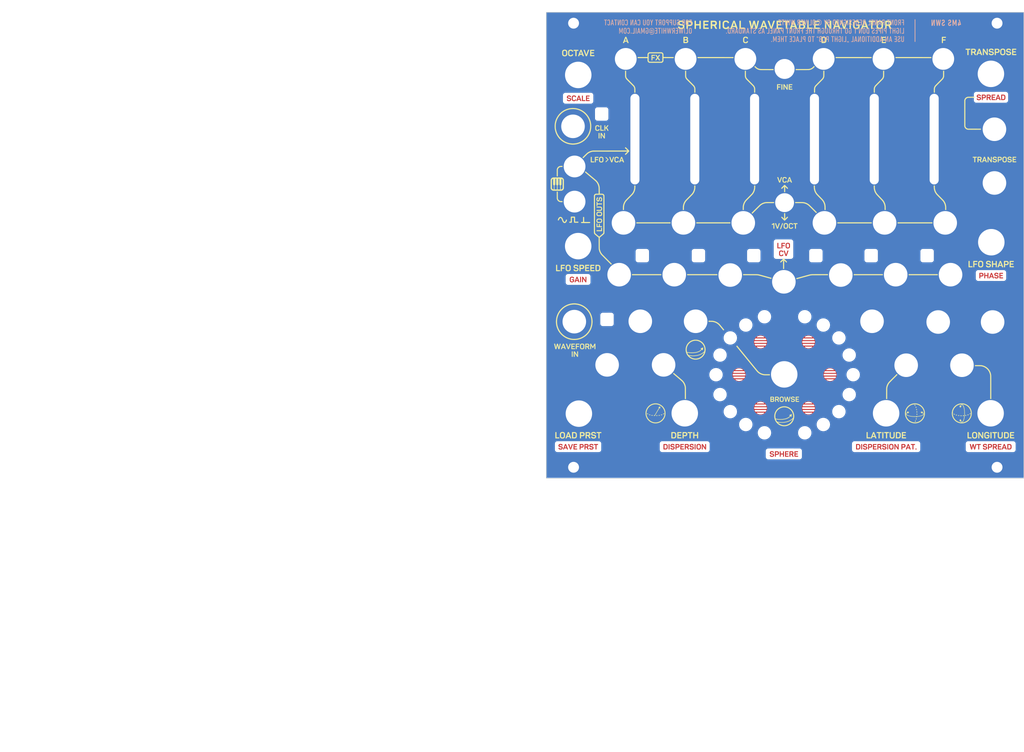
<source format=kicad_pcb>
(kicad_pcb (version 20171130) (host pcbnew "(5.1.5-0-10_14)")
  (layers (0 F.Cu signal) (31 B.Cu signal hide) (34 B.Paste user hide) (35 F.Paste user hide) (36 B.SilkS user hide) (37 F.SilkS user) (38 B.Mask user hide) (39 F.Mask user) (44 Edge.Cuts user))
  (net 0 "")
  (module "Battery:SWN_panel_jklmnt_g_BACK GOLD" (layer B.Cu) (at 165.85 94.25 180)
    (fp_text reference G*** hide)
    (fp_text value LOGO hide)
    (fp_poly (pts (xy 65.887537 -64.278199) (xy -65.876949 -64.278199) (xy -65.876686 -57.876879) (xy -4.65334 -57.876879) (xy -4.653217 -58.004403) (xy -4.652865 -58.115109) (xy -4.652182 -58.21045) (xy -4.651062 -58.291878) (xy -4.649403 -58.360846) (xy -4.647101 -58.418806) (xy -4.644053 -58.467211) (xy -4.640154 -58.507513) (xy -4.635302 -58.541165) (xy -4.629392 -58.56962) (xy -4.622322 -58.594329) (xy -4.613987 -58.616746) (xy -4.604284 -58.638324) (xy -4.593109 -58.660513) (xy -4.58036 -58.684768) (xy -4.572424 -58.699927) (xy -4.508602 -58.800336) (xy -4.428928 -58.888063) (xy -4.33562 -58.961462) (xy -4.230898 -59.01889) (xy -4.116979 -59.058703) (xy -4.075554 -59.068131) (xy -4.061692 -59.068787) (xy -4.027317 -59.069423) (xy -3.97309 -59.070036) (xy -3.899673 -59.070626) (xy -3.807729 -59.071192) (xy -3.69792 -59.071732) (xy -3.570906 -59.072245) (xy -3.427351 -59.072731) (xy -3.267917 -59.073187) (xy -3.093265 -59.073613) (xy -2.904057 -59.074008) (xy -2.700955 -59.07437) (xy -2.484622 -59.074699) (xy -2.255719 -59.074993) (xy -2.014908 -59.075251) (xy -1.762851 -59.075472) (xy -1.500211 -59.075654) (xy -1.227648 -59.075797) (xy -0.945826 -59.0759) (xy -0.655406 -59.075961) (xy -0.35705 -59.075979) (xy -0.051421 -59.075953) (xy 0.260821 -59.075883) (xy 0.370571 -59.075847) (xy 4.769779 -59.074322) (xy 4.856752 -59.044864) (xy 4.963941 -58.997845) (xy 5.062942 -58.933262) (xy 5.150576 -58.853833) (xy 5.223662 -58.762273) (xy 5.260628 -58.699927) (xy 5.274313 -58.673864) (xy 5.286364 -58.650687) (xy 5.296886 -58.628943) (xy 5.30598 -58.607178) (xy 5.313752 -58.583942) (xy 5.320305 -58.557781) (xy 5.325741 -58.527243) (xy 5.330166 -58.490875) (xy 5.333682 -58.447224) (xy 5.336393 -58.394839) (xy 5.338402 -58.332266) (xy 5.339813 -58.258054) (xy 5.340731 -58.170749) (xy 5.341257 -58.068899) (xy 5.341496 -57.951052) (xy 5.341552 -57.815755) (xy 5.341528 -57.661556) (xy 5.341518 -57.565569) (xy 5.341496 -57.404474) (xy 5.341413 -57.263141) (xy 5.341241 -57.140155) (xy 5.340951 -57.034104) (xy 5.340516 -56.943571) (xy 5.339908 -56.867145) (xy 5.339098 -56.80341) (xy 5.33806 -56.750953) (xy 5.336765 -56.70836) (xy 5.335185 -56.674217) (xy 5.333292 -56.647111) (xy 5.331058 -56.625626) (xy 5.328456 -56.608349) (xy 5.325457 -56.593866) (xy 5.322075 -56.580908) (xy 5.279557 -56.467498) (xy 5.219594 -56.363583) (xy 5.144081 -56.27147) (xy 5.054912 -56.193469) (xy 4.95398 -56.131887) (xy 4.953333 -56.131566) (xy 4.940738 -56.124976) (xy 4.929981 -56.118753) (xy 4.920455 -56.112887) (xy 4.911556 -56.107368) (xy 4.902675 -56.102185) (xy 4.893206 -56.097328) (xy 4.882543 -56.092788) (xy 4.87008 -56.088554) (xy 4.85521 -56.084616) (xy 4.837326 -56.080965) (xy 4.815822 -56.077589) (xy 4.790092 -56.074479) (xy 4.759529 -56.071625) (xy 4.723527 -56.069016) (xy 4.681479 -56.066643) (xy 4.632779 -56.064495) (xy 4.57682 -56.062562) (xy 4.512996 -56.060835) (xy 4.4407 -56.059302) (xy 4.359326 -56.057955) (xy 4.268267 -56.056782) (xy 4.166917 -56.055774) (xy 4.05467 -56.054921) (xy 3.930919 -56.054212) (xy 3.795057 -56.053638) (xy 3.646479 -56.053188) (xy 3.484577 -56.052852) (xy 3.308745 -56.05262) (xy 3.118377 -56.052483) (xy 2.912866 -56.052429) (xy 2.691606 -56.052449) (xy 2.45399 -56.052532) (xy 2.199412 -56.052669) (xy 1.927265 -56.052849) (xy 1.636943 -56.053063) (xy 1.32784 -56.0533) (xy 0.999348 -56.05355) (xy 0.650862 -56.053803) (xy 0.301751 -56.054037) (xy -0.061232 -56.054269) (xy -0.403648 -56.054494) (xy -0.726105 -56.054716) (xy -1.02921 -56.054937) (xy -1.313572 -56.05516) (xy -1.579798 -56.055389) (xy -1.828498 -56.055626) (xy -2.060278 -56.055875) (xy -2.275747 -56.056138) (xy -2.475513 -56.056419) (xy -2.660184 -56.056721) (xy -2.830368 -56.057046) (xy -2.986673 -56.057398) (xy -3.129707 -56.05778) (xy -3.260079 -56.058195) (xy -3.378395 -56.058646) (xy -3.485265 -56.059136) (xy -3.581296 -56.059668) (xy -3.667096 -56.060246) (xy -3.743274 -56.060871) (xy -3.810437 -56.061548) (xy -3.869193 -56.062279) (xy -3.920151 -56.063068) (xy -3.963919 -56.063916) (xy -4.001104 -56.064829) (xy -4.032315 -56.065808) (xy -4.058159 -56.066857) (xy -4.079245 -56.067978) (xy -4.096181 -56.069175) (xy -4.109575 -56.070451) (xy -4.120035 -56.071809) (xy -4.128169 -56.073251) (xy -4.134584 -56.074782) (xy -4.139808 -56.076376) (xy -4.25834 -56.126486) (xy -4.364245 -56.192344) (xy -4.456215 -56.272614) (xy -4.532943 -56.365961) (xy -4.59312 -56.47105) (xy -4.633871 -56.580908) (xy -4.637289 -56.594018) (xy -4.640283 -56.608525) (xy -4.642881 -56.625841) (xy -4.645111 -56.647381) (xy -4.647 -56.674559) (xy -4.648577 -56.708789) (xy -4.649869 -56.751485) (xy -4.650905 -56.80406) (xy -4.651712 -56.86793) (xy -4.652318 -56.944507) (xy -4.652751 -57.035205) (xy -4.653039 -57.141439) (xy -4.653211 -57.264623) (xy -4.653293 -57.40617) (xy -4.653314 -57.565569) (xy -4.653337 -57.731086) (xy -4.65334 -57.876879) (xy -65.876686 -57.876879) (xy -65.876581 -55.329289) (xy -63.60591 -55.329289) (xy -63.605885 -55.484093) (xy -63.605877 -55.569779) (xy -63.605877 -56.480325) (xy -63.581082 -56.559733) (xy -63.533756 -56.678787) (xy -63.470808 -56.784428) (xy -63.393284 -56.875675) (xy -63.302233 -56.951545) (xy -63.1987 -57.011056) (xy -63.083733 -57.053226) (xy -63.044727 -57.062891) (xy -63.037253 -57.063887) (xy -63.023776 -57.064835) (xy -63.003834 -57.065735) (xy -62.976969 -57.06659) (xy -62.942719 -57.067399) (xy -62.900623 -57.068163) (xy -62.850223 -57.068884) (xy -62.791057 -57.069562) (xy -62.722665 -57.070198) (xy -62.644587 -57.070793) (xy -62.556363 -57.071348) (xy -62.457531 -57.071863) (xy -62.347633 -57.072341) (xy -62.226207 -57.072781) (xy -62.092793 -57.073184) (xy -61.94693 -57.073551) (xy -61.78816 -57.073884) (xy -61.61602 -57.074183) (xy -61.430052 -57.074449) (xy -61.229794 -57.074682) (xy -61.014786 -57.074884) (xy -60.784568 -57.075056) (xy -60.53868 -57.075198) (xy -60.27666 -57.075312) (xy -59.99805 -57.075398) (xy -59.702389 -57.075457) (xy -59.389215 -57.075489) (xy -59.05807 -57.075497) (xy -58.708492 -57.075481) (xy -58.340022 -57.075441) (xy -57.952198 -57.075378) (xy -57.544561 -57.075294) (xy -57.116651 -57.07519) (xy -56.686786 -57.075071) (xy -50.392372 -57.073239) (xy -50.30263 -57.041929) (xy -50.192365 -56.992799) (xy -50.092276 -56.926744) (xy -50.004857 -56.845898) (xy -49.932604 -56.752397) (xy -49.901523 -56.698843) (xy -49.887838 -56.67278) (xy -49.875787 -56.649603) (xy -49.865265 -56.627859) (xy -49.85617 -56.606095) (xy -49.848399 -56.582858) (xy -49.841846 -56.556697) (xy -49.836409 -56.526159) (xy -49.831985 -56.489791) (xy -49.828469 -56.44614) (xy -49.825758 -56.393755) (xy -49.823749 -56.331183) (xy -49.822337 -56.25697) (xy -49.82142 -56.169665) (xy -49.820894 -56.067816) (xy -49.820655 -55.949969) (xy -49.820599 -55.814671) (xy -49.820623 -55.660472) (xy -49.820633 -55.564485) (xy -49.82061 -55.398968) (xy -49.820609 -55.314298) (xy -37.295365 -55.314298) (xy -37.295341 -55.468498) (xy -37.295331 -55.564485) (xy -37.295355 -55.730002) (xy -37.295357 -55.875796) (xy -37.295234 -56.003319) (xy -37.294883 -56.114025) (xy -37.294199 -56.209366) (xy -37.29308 -56.290794) (xy -37.291421 -56.359762) (xy -37.289119 -56.417722) (xy -37.28607 -56.466127) (xy -37.282172 -56.506429) (xy -37.277319 -56.540081) (xy -37.27141 -56.568536) (xy -37.264339 -56.593246) (xy -37.256004 -56.615663) (xy -37.246301 -56.63724) (xy -37.235127 -56.659429) (xy -37.222377 -56.683684) (xy -37.214442 -56.698843) (xy -37.150518 -56.799441) (xy -37.070764 -56.887181) (xy -36.97728 -56.960471) (xy -36.872167 -57.01772) (xy -36.757525 -57.057336) (xy -36.734181 -57.062883) (xy -36.727445 -57.063727) (xy -36.714784 -57.064535) (xy -36.69581 -57.06531) (xy -36.670136 -57.066052) (xy -36.637374 -57.066761) (xy -36.597134 -57.067438) (xy -36.54903 -57.068083) (xy -36.492673 -57.068697) (xy -36.427676 -57.069281) (xy -36.353649 -57.069834) (xy -36.270206 -57.070358) (xy -36.176958 -57.070853) (xy -36.073518 -57.071319) (xy -35.959496 -57.071758) (xy -35.834505 -57.072169) (xy -35.698158 -57.072553) (xy -35.550066 -57.072911) (xy -35.389841 -57.073243) (xy -35.217095 -57.07355) (xy -35.03144 -57.073832) (xy -34.832488 -57.07409) (xy -34.619851 -57.074324) (xy -34.393141 -57.074535) (xy -34.15197 -57.074724) (xy -33.89595 -57.07489) (xy -33.624693 -57.075035) (xy -33.337811 -57.075158) (xy -33.034916 -57.075262) (xy -32.715619 -57.075345) (xy -32.379534 -57.075409) (xy -32.026272 -57.075454) (xy -31.655444 -57.075481) (xy -31.266663 -57.075489) (xy -30.859541 -57.075481) (xy -30.43369 -57.075456) (xy -29.988721 -57.075414) (xy -29.524247 -57.075357) (xy -29.03988 -57.075285) (xy -28.535232 -57.075198) (xy -28.009914 -57.075097) (xy -27.845769 -57.075063) (xy -19.020883 -57.073239) (xy -18.935351 -57.044236) (xy -18.823484 -56.995607) (xy -18.72309 -56.930344) (xy -18.635773 -56.850289) (xy -18.563133 -56.757287) (xy -18.506775 -56.653181) (xy -18.468299 -56.539814) (xy -18.458974 -56.496207) (xy -18.456085 -56.469206) (xy -18.45349 -56.423075) (xy -18.451187 -56.359857) (xy -18.449177 -56.281594) (xy -18.44746 -56.190329) (xy -18.446036 -56.088106) (xy -18.444904 -55.976968) (xy -18.444066 -55.858958) (xy -18.44352 -55.736117) (xy -18.443267 -55.610491) (xy -18.443307 -55.484121) (xy -18.44364 -55.359051) (xy -18.443691 -55.348969) (xy 20.799601 -55.348969) (xy 20.799622 -55.506103) (xy 20.799625 -55.564485) (xy 20.799607 -55.728589) (xy 20.799617 -55.872987) (xy 20.799753 -55.999146) (xy 20.800115 -56.108534) (xy 20.800798 -56.20262) (xy 20.801903 -56.282871) (xy 20.803525 -56.350758) (xy 20.805765 -56.407746) (xy 20.808719 -56.455306) (xy 20.812486 -56.494905) (xy 20.817163 -56.528011) (xy 20.822849 -56.556093) (xy 20.829642 -56.580619) (xy 20.83764 -56.603058) (xy 20.84694 -56.624877) (xy 20.857641 -56.647544) (xy 20.86984 -56.672529) (xy 20.874192 -56.681492) (xy 20.936153 -56.786164) (xy 21.013497 -56.87685) (xy 21.104773 -56.952415) (xy 21.208535 -57.011724) (xy 21.323333 -57.053641) (xy 21.360776 -57.062891) (xy 21.368249 -57.063887) (xy 21.381727 -57.064835) (xy 21.401668 -57.065735) (xy 21.428534 -57.06659) (xy 21.462784 -57.067399) (xy 21.504879 -57.068163) (xy 21.555279 -57.068884) (xy 21.614445 -57.069562) (xy 21.682837 -57.070198) (xy 21.760915 -57.070793) (xy 21.84914 -57.071348) (xy 21.947971 -57.071863) (xy 22.05787 -57.072341) (xy 22.179296 -57.072781) (xy 22.31271 -57.073184) (xy 22.458572 -57.073551) (xy 22.617342 -57.073884) (xy 22.789482 -57.074183) (xy 22.975451 -57.074449) (xy 23.175709 -57.074682) (xy 23.390716 -57.074884) (xy 23.620934 -57.075056) (xy 23.866823 -57.075198) (xy 24.128842 -57.075312) (xy 24.407452 -57.075398) (xy 24.703114 -57.075457) (xy 25.016287 -57.075489) (xy 25.347432 -57.075497) (xy 25.69701 -57.075481) (xy 26.065481 -57.075441) (xy 26.453304 -57.075378) (xy 26.860941 -57.075294) (xy 27.288852 -57.07519) (xy 27.718716 -57.075071) (xy 34.013131 -57.073239) (xy 34.104373 -57.040572) (xy 34.217279 -56.989646) (xy 34.318188 -56.922601) (xy 34.405305 -56.840975) (xy 34.476831 -56.746304) (xy 34.503979 -56.698843) (xy 34.517664 -56.67278) (xy 34.529716 -56.649603) (xy 34.540237 -56.627859) (xy 34.549332 -56.606095) (xy 34.557104 -56.582858) (xy 34.563656 -56.556697) (xy 34.569093 -56.526159) (xy 34.573517 -56.489791) (xy 34.577033 -56.44614) (xy 34.579744 -56.393755) (xy 34.581753 -56.331183) (xy 34.583165 -56.25697) (xy 34.584082 -56.169665) (xy 34.584608 -56.067816) (xy 34.584848 -55.949969) (xy 34.584903 -55.814671) (xy 34.584879 -55.660472) (xy 34.584869 -55.564485) (xy 34.584893 -55.398968) (xy 34.584895 -55.253174) (xy 34.584772 -55.125651) (xy 34.584421 -55.014945) (xy 34.583737 -54.919604) (xy 34.582617 -54.838176) (xy 34.580958 -54.769208) (xy 34.578656 -54.711248) (xy 34.575608 -54.662843) (xy 34.571709 -54.622541) (xy 34.569367 -54.606294) (xy 50.710004 -54.606294) (xy 50.710004 -55.559191) (xy 50.710022 -55.723397) (xy 50.710092 -55.867796) (xy 50.710243 -55.993755) (xy 50.710499 -56.102643) (xy 50.710889 -56.195827) (xy 50.711438 -56.274674) (xy 50.712174 -56.340554) (xy 50.713124 -56.394834) (xy 50.714313 -56.438882) (xy 50.715769 -56.474065) (xy 50.717519 -56.501752) (xy 50.719589 -56.523311) (xy 50.722006 -56.54011) (xy 50.724797 -56.553516) (xy 50.727988 -56.564897) (xy 50.729764 -56.570321) (xy 50.780477 -56.689939) (xy 50.846405 -56.795004) (xy 50.927304 -56.885236) (xy 51.022934 -56.960349) (xy 51.101751 -57.005397) (xy 51.111367 -57.010514) (xy 51.119388 -57.015382) (xy 51.12634 -57.020007) (xy 51.132746 -57.024396) (xy 51.139132 -57.028553) (xy 51.146022 -57.032485) (xy 51.15394 -57.036198) (xy 51.163412 -57.039699) (xy 51.174962 -57.042993) (xy 51.189114 -57.046086) (xy 51.206394 -57.048984) (xy 51.227325 -57.051694) (xy 51.252434 -57.054221) (xy 51.282243 -57.056572) (xy 51.317279 -57.058752) (xy 51.358065 -57.060768) (xy 51.405126 -57.062625) (xy 51.458987 -57.06433) (xy 51.520173 -57.065889) (xy 51.589207 -57.067307) (xy 51.666616 -57.068591) (xy 51.752923 -57.069747) (xy 51.848653 -57.07078) (xy 51.954331 -57.071698) (xy 52.070482 -57.072506) (xy 52.197629 -57.073209) (xy 52.336299 -57.073815) (xy 52.487014 -57.074328) (xy 52.650301 -57.074756) (xy 52.826684 -57.075104) (xy 53.016687 -57.075378) (xy 53.220834 -57.075584) (xy 53.439652 -57.075729) (xy 53.673664 -57.075818) (xy 53.923394 -57.075857) (xy 54.189369 -57.075853) (xy 54.472112 -57.075811) (xy 54.772147 -57.075738) (xy 55.09 -57.075639) (xy 55.426196 -57.075521) (xy 55.781258 -57.07539) (xy 56.155712 -57.075251) (xy 56.550082 -57.075111) (xy 56.964893 -57.074976) (xy 57.136766 -57.074924) (xy 57.555831 -57.074801) (xy 57.954248 -57.07468) (xy 58.332543 -57.074559) (xy 58.691244 -57.074436) (xy 59.030877 -57.074309) (xy 59.351969 -57.074176) (xy 59.655048 -57.074036) (xy 59.94064 -57.073886) (xy 60.209272 -57.073724) (xy 60.461472 -57.073549) (xy 60.697765 -57.073359) (xy 60.91868 -57.073151) (xy 61.124743 -57.072924) (xy 61.316481 -57.072676) (xy 61.494421 -57.072405) (xy 61.65909 -57.072109) (xy 61.811016 -57.071786) (xy 61.950724 -57.071434) (xy 62.078742 -57.071051) (xy 62.195596 -57.070636) (xy 62.301815 -57.070186) (xy 62.397925 -57.069699) (xy 62.484452 -57.069174) (xy 62.561924 -57.068609) (xy 62.630868 -57.068001) (xy 62.691811 -57.067349) (xy 62.745279 -57.066651) (xy 62.7918 -57.065905) (xy 62.8319 -57.065108) (xy 62.866107 -57.06426) (xy 62.894948 -57.063358) (xy 62.918949 -57.0624) (xy 62.938637 -57.061384) (xy 62.95454 -57.060309) (xy 62.967185 -57.059172) (xy 62.977097 -57.057972) (xy 62.984805 -57.056706) (xy 62.990836 -57.055373) (xy 62.995715 -57.053971) (xy 62.997082 -57.05352) (xy 63.114812 -57.00362) (xy 63.219691 -56.93863) (xy 63.31041 -56.859923) (xy 63.385659 -56.768878) (xy 63.44413 -56.66687) (xy 63.484515 -56.555276) (xy 63.489397 -56.535831) (xy 63.492536 -56.5116) (xy 63.495362 -56.468158) (xy 63.497878 -56.407467) (xy 63.500083 -56.331489) (xy 63.501978 -56.242186) (xy 63.503565 -56.14152) (xy 63.504842 -56.031453) (xy 63.505812 -55.913948) (xy 63.506474 -55.790966) (xy 63.50683 -55.66447) (xy 63.506879 -55.536421) (xy 63.506623 -55.408782) (xy 63.506061 -55.283515) (xy 63.505196 -55.162582) (xy 63.504027 -55.047944) (xy 63.502554 -54.941564) (xy 63.500779 -54.845405) (xy 63.498702 -54.761427) (xy 63.496324 -54.691594) (xy 63.493645 -54.637867) (xy 63.490665 -54.602209) (xy 63.488799 -54.590573) (xy 63.451859 -54.479052) (xy 63.396322 -54.376014) (xy 63.323687 -54.283271) (xy 63.235456 -54.202636) (xy 63.133128 -54.135921) (xy 63.097365 -54.117671) (xy 63.087927 -54.112828) (xy 63.080016 -54.108221) (xy 63.073107 -54.103845) (xy 63.066672 -54.099695) (xy 63.060186 -54.095763) (xy 63.053121 -54.092045) (xy 63.044952 -54.088535) (xy 63.035151 -54.085225) (xy 63.023193 -54.082112) (xy 63.008549 -54.079187) (xy 62.990695 -54.076447) (xy 62.969103 -54.073885) (xy 62.943247 -54.071494) (xy 62.9126 -54.06927) (xy 62.876636 -54.067205) (xy 62.834827 -54.065295) (xy 62.786649 -54.063533) (xy 62.731573 -54.061913) (xy 62.669074 -54.06043) (xy 62.598624 -54.059078) (xy 62.519698 -54.05785) (xy 62.431768 -54.056741) (xy 62.334309 -54.055745) (xy 62.226793 -54.054856) (xy 62.108694 -54.054068) (xy 61.979486 -54.053375) (xy 61.838641 -54.052771) (xy 61.685634 -54.052251) (xy 61.519937 -54.051808) (xy 61.341025 -54.051436) (xy 61.148371 -54.05113) (xy 60.941447 -54.050884) (xy 60.719728 -54.050692) (xy 60.482687 -54.050547) (xy 60.229797 -54.050445) (xy 59.960532 -54.050379) (xy 59.674365 -54.050342) (xy 59.37077 -54.05033) (xy 59.04922 -54.050337) (xy 58.709189 -54.050356) (xy 58.350149 -54.050381) (xy 57.971575 -54.050407) (xy 57.57294 -54.050428) (xy 57.153718 -54.050437) (xy 57.103625 -54.050437) (xy 56.681877 -54.050427) (xy 56.280779 -54.050401) (xy 55.899802 -54.050365) (xy 55.53842 -54.050327) (xy 55.196106 -54.050293) (xy 54.872334 -54.05027) (xy 54.566576 -54.050264) (xy 54.278305 -54.050282) (xy 54.006996 -54.050331) (xy 53.75212 -54.050418) (xy 53.513152 -54.050548) (xy 53.289564 -54.05073) (xy 53.08083 -54.050969) (xy 52.886422 -54.051272) (xy 52.705814 -54.051647) (xy 52.538479 -54.052099) (xy 52.38389 -54.052635) (xy 52.241521 -54.053262) (xy 52.110844 -54.053987) (xy 51.991333 -54.054817) (xy 51.88246 -54.055757) (xy 51.7837 -54.056815) (xy 51.694525 -54.057998) (xy 51.614408 -54.059312) (xy 51.542822 -54.060763) (xy 51.479242 -54.062359) (xy 51.423139 -54.064107) (xy 51.373987 -54.066012) (xy 51.33126 -54.068082) (xy 51.294429 -54.070323) (xy 51.26297 -54.072742) (xy 51.236354 -54.075345) (xy 51.214055 -54.07814) (xy 51.195546 -54.081133) (xy 51.1803 -54.084331) (xy 51.16779 -54.08774) (xy 51.15749 -54.091367) (xy 51.148873 -54.095218) (xy 51.141412 -54.099302) (xy 51.13458 -54.103623) (xy 51.12785 -54.108189) (xy 51.120695 -54.113007) (xy 51.112589 -54.118083) (xy 51.103004 -54.123424) (xy 51.096457 -54.126695) (xy 51.050416 -54.150464) (xy 51.011363 -54.175432) (xy 50.97305 -54.206242) (xy 50.929229 -54.247537) (xy 50.91574 -54.260989) (xy 50.862057 -54.317736) (xy 50.821036 -54.368874) (xy 50.788208 -54.421232) (xy 50.759101 -54.481645) (xy 50.739154 -54.530807) (xy 50.710004 -54.606294) (xy 34.569367 -54.606294) (xy 34.566857 -54.588889) (xy 34.560947 -54.560434) (xy 34.553877 -54.535724) (xy 34.545542 -54.513307) (xy 34.535839 -54.49173) (xy 34.524665 -54.469541) (xy 34.511915 -54.445286) (xy 34.503979 -54.430127) (xy 34.440221 -54.329976) (xy 34.360046 -54.242164) (xy 34.265252 -54.168227) (xy 34.157637 -54.109702) (xy 34.104373 -54.088398) (xy 34.013131 -54.055731) (xy 21.371363 -54.055731) (xy 21.286763 -54.085627) (xy 21.189868 -54.126314) (xy 21.105728 -54.176764) (xy 21.02711 -54.241598) (xy 20.997978 -54.270152) (xy 20.952311 -54.319967) (xy 20.917448 -54.367091) (xy 20.886797 -54.420902) (xy 20.874593 -54.445659) (xy 20.861809 -54.472136) (xy 20.850564 -54.495744) (xy 20.84076 -54.517955) (xy 20.832299 -54.540239) (xy 20.825081 -54.564068) (xy 20.81901 -54.590914) (xy 20.813985 -54.622248) (xy 20.809908 -54.65954) (xy 20.806681 -54.704263) (xy 20.804205 -54.757888) (xy 20.802381 -54.821886) (xy 20.801112 -54.897728) (xy 20.800298 -54.986887) (xy 20.79984 -55.090832) (xy 20.79964 -55.211035) (xy 20.799601 -55.348969) (xy -18.443691 -55.348969) (xy -18.444265 -55.237323) (xy -18.445183 -55.120981) (xy -18.446395 -55.012067) (xy -18.447899 -54.912625) (xy -18.449695 -54.824698) (xy -18.451785 -54.750328) (xy -18.454167 -54.691558) (xy -18.456843 -54.650433) (xy -18.458974 -54.632763) (xy -18.490567 -54.515628) (xy -18.540461 -54.407774) (xy -18.607201 -54.310862) (xy -18.68933 -54.22655) (xy -18.785393 -54.1565) (xy -18.893935 -54.102369) (xy -18.938238 -54.08629) (xy -19.031471 -54.055731) (xy -36.723593 -54.055731) (xy -36.814835 -54.088398) (xy -36.927741 -54.139324) (xy -37.02865 -54.206369) (xy -37.115767 -54.287995) (xy -37.187293 -54.382666) (xy -37.214442 -54.430127) (xy -37.228127 -54.456189) (xy -37.240178 -54.479367) (xy -37.250699 -54.501111) (xy -37.259794 -54.522875) (xy -37.267566 -54.546112) (xy -37.274118 -54.572273) (xy -37.279555 -54.602811) (xy -37.28398 -54.639179) (xy -37.287495 -54.68283) (xy -37.290206 -54.735215) (xy -37.292216 -54.797787) (xy -37.293627 -54.872) (xy -37.294544 -54.959305) (xy -37.295071 -55.061154) (xy -37.29531 -55.179001) (xy -37.295365 -55.314298) (xy -49.820609 -55.314298) (xy -49.820607 -55.253174) (xy -49.82073 -55.125651) (xy -49.821082 -55.014945) (xy -49.821765 -54.919604) (xy -49.822885 -54.838176) (xy -49.824544 -54.769208) (xy -49.826846 -54.711248) (xy -49.829894 -54.662843) (xy -49.833793 -54.622541) (xy -49.838645 -54.588889) (xy -49.844555 -54.560434) (xy -49.851625 -54.535724) (xy -49.85996 -54.513307) (xy -49.869663 -54.49173) (xy -49.880838 -54.469541) (xy -49.893587 -54.445286) (xy -49.901523 -54.430127) (xy -49.965282 -54.329976) (xy -50.045456 -54.242164) (xy -50.14025 -54.168227) (xy -50.247866 -54.109702) (xy -50.301129 -54.088398) (xy -50.392372 -54.055731) (xy -63.034139 -54.055731) (xy -63.118739 -54.085627) (xy -63.229461 -54.134727) (xy -63.329246 -54.199116) (xy -63.415731 -54.276774) (xy -63.486555 -54.36568) (xy -63.52573 -54.433896) (xy -63.539328 -54.461357) (xy -63.551298 -54.485768) (xy -63.561742 -54.508597) (xy -63.570766 -54.531313) (xy -63.578473 -54.555382) (xy -63.584965 -54.582272) (xy -63.590347 -54.613452) (xy -63.594723 -54.65039) (xy -63.598195 -54.694552) (xy -63.600867 -54.747408) (xy -63.602844 -54.810424) (xy -63.604228 -54.885068) (xy -63.605123 -54.972809) (xy -63.605633 -55.075114) (xy -63.605861 -55.193452) (xy -63.60591 -55.329289) (xy -65.876581 -55.329289) (xy -65.876434 -51.743455) (xy -7.278807 -51.743455) (xy -7.269069 -51.930577) (xy -7.240386 -52.115482) (xy -7.192963 -52.296759) (xy -7.127009 -52.472992) (xy -7.04273 -52.642769) (xy -6.940333 -52.804675) (xy -6.820026 -52.957297) (xy -6.706037 -53.076563) (xy -6.55873 -53.205474) (xy -6.405545 -53.314647) (xy -6.244625 -53.405131) (xy -6.074114 -53.47798) (xy -5.902668 -53.531518) (xy -5.850233 -53.544792) (xy -5.802222 -53.555658) (xy -5.752817 -53.565206) (xy -5.696202 -53.574523) (xy -5.626559 -53.5847) (xy -5.595623 -53.588998) (xy -5.562377 -53.59137) (xy -5.512806 -53.592146) (xy -5.451686 -53.59151) (xy -5.383794 -53.589648) (xy -5.313904 -53.586746) (xy -5.246793 -53.58299) (xy -5.187237 -53.578565) (xy -5.140011 -53.573657) (xy -5.119174 -53.570482) (xy -4.933593 -53.52794) (xy -4.761152 -53.471421) (xy -4.597752 -53.399247) (xy -4.439298 -53.309741) (xy -4.367885 -53.262931) (xy -4.303003 -53.214362) (xy -4.230462 -53.15295) (xy -4.154844 -53.083128) (xy -4.080733 -53.009332) (xy -4.012713 -52.935994) (xy -3.955366 -52.867548) (xy -3.944436 -52.853319) (xy -3.835162 -52.691204) (xy -3.744747 -52.521002) (xy -3.673234 -52.344237) (xy -3.620666 -52.162433) (xy -3.587086 -51.977118) (xy -3.572536 -51.789814) (xy -3.575603 -51.662455) (xy 3.839359 -51.662455) (xy 3.840851 -51.84746) (xy 3.860845 -52.0314) (xy 3.899265 -52.212802) (xy 3.956033 -52.390196) (xy 4.03107 -52.562112) (xy 4.1243 -52.727077) (xy 4.235643 -52.883621) (xy 4.350441 -53.015224) (xy 4.494825 -53.152814) (xy 4.645762 -53.270673) (xy 4.804571 -53.369592) (xy 4.972574 -53.450359) (xy 5.151089 -53.513762) (xy 5.214465 -53.531518) (xy 5.264949 -53.544338) (xy 5.31077 -53.554814) (xy 5.357549 -53.563997) (xy 5.410907 -53.572942) (xy 5.476467 -53.582701) (xy 5.521509 -53.589039) (xy 5.5547 -53.591413) (xy 5.604251 -53.592153) (xy 5.665426 -53.591448) (xy 5.733488 -53.589492) (xy 5.803703 -53.586474) (xy 5.871332 -53.582587) (xy 5.93164 -53.57802) (xy 5.979891 -53.572965) (xy 6.001705 -53.569664) (xy 6.196498 -53.524577) (xy 6.378785 -53.462848) (xy 6.550083 -53.3837) (xy 6.711912 -53.286355) (xy 6.86579 -53.170035) (xy 6.975657 -53.071071) (xy 7.113604 -52.924368) (xy 7.232309 -52.768931) (xy 7.3319 -52.604487) (xy 7.412507 -52.430766) (xy 7.474257 -52.247495) (xy 7.517281 -52.054403) (xy 7.539137 -51.883342) (xy 7.54482 -51.699835) (xy 7.530727 -51.514021) (xy 7.497601 -51.328818) (xy 7.446188 -51.147142) (xy 7.377232 -50.97191) (xy 7.291478 -50.806037) (xy 7.244951 -50.731179) (xy 7.127432 -50.571282) (xy 6.996502 -50.427007) (xy 6.853502 -50.298805) (xy 6.69977 -50.187127) (xy 6.536648 -50.092425) (xy 6.365476 -50.015151) (xy 6.187593 -49.955755) (xy 6.00434 -49.91469) (xy 5.817056 -49.892406) (xy 5.627083 -49.889355) (xy 5.435759 -49.905989) (xy 5.244426 -49.942759) (xy 5.06433 -49.996591) (xy 4.895858 -50.066844) (xy 4.732562 -50.156242) (xy 4.576992 -50.262916) (xy 4.4317 -50.384999) (xy 4.299235 -50.520622) (xy 4.223335 -50.612413) (xy 4.112173 -50.772923) (xy 4.019982 -50.941193) (xy 3.946682 -51.115753) (xy 3.892197 -51.29513) (xy 3.856449 -51.477855) (xy 3.839359 -51.662455) (xy -3.575603 -51.662455) (xy -3.577059 -51.602049) (xy -3.600698 -51.415345) (xy -3.643495 -51.23123) (xy -3.705493 -51.051227) (xy -3.786735 -50.876862) (xy -3.884537 -50.713708) (xy -4.00376 -50.554741) (xy -4.137329 -50.410777) (xy -4.284026 -50.282582) (xy -4.442633 -50.170921) (xy -4.611935 -50.07656) (xy -4.790712 -50.000265) (xy -4.977748 -49.942801) (xy -5.169768 -49.905227) (xy -5.287163 -49.893648) (xy -5.414941 -49.889978) (xy -5.546457 -49.893907) (xy -5.675068 -49.905123) (xy -5.79413 -49.923316) (xy -5.85792 -49.937377) (xy -6.043711 -49.99462) (xy -6.222168 -50.070323) (xy -6.391637 -50.163241) (xy -6.550464 -50.27213) (xy -6.696996 -50.395745) (xy -6.829578 -50.532841) (xy -6.946557 -50.682175) (xy -7.036056 -50.824099) (xy -7.124155 -51.001091) (xy -7.192273 -51.182936) (xy -7.240616 -51.368222) (xy -7.269392 -51.555532) (xy -7.278807 -51.743455) (xy -65.876434 -51.743455) (xy -65.87634 -49.46235) (xy -12.403712 -49.46235) (xy -12.393013 -49.655046) (xy -12.362273 -49.846288) (xy -12.313084 -50.028835) (xy -12.290953 -50.089984) (xy -12.261588 -50.161465) (xy -12.227836 -50.237108) (xy -12.192543 -50.310743) (xy -12.158555 -50.3762) (xy -12.130733 -50.424135) (xy -12.024258 -50.575434) (xy -11.901769 -50.717938) (xy -11.766191 -50.848958) (xy -11.620449 -50.965802) (xy -11.467468 -51.065778) (xy -11.383824 -51.111325) (xy -11.277517 -51.159635) (xy -11.158854 -51.204062) (xy -11.035561 -51.24216) (xy -10.915363 -51.271483) (xy -10.831263 -51.286334) (xy -10.788694 -51.292369) (xy -10.751242 -51.297712) (xy -10.726539 -51.301273) (xy -10.725385 -51.301442) (xy -10.68534 -51.304953) (xy -10.629641 -51.306638) (xy -10.563718 -51.306615) (xy -10.493003 -51.305004) (xy -10.422928 -51.301923) (xy -10.358924 -51.297492) (xy -10.310359 -51.292362) (xy -10.115026 -51.256332) (xy -9.928613 -51.201131) (xy -9.750965 -51.126687) (xy -9.58193 -51.032923) (xy -9.421353 -50.919765) (xy -9.26908 -50.787138) (xy -9.265944 -50.784118) (xy -9.12847 -50.638032) (xy -9.01033 -50.483526) (xy -8.911168 -50.31997) (xy -8.830626 -50.146733) (xy -8.768347 -49.963184) (xy -8.74173 -49.85752) (xy -8.70907 -49.663402) (xy -8.697125 -49.469317) (xy -8.697609 -49.458148) (xy 8.983985 -49.458148) (xy 8.993811 -49.645184) (xy 9.02249 -49.830041) (xy 9.069837 -50.011239) (xy 9.13567 -50.187294) (xy 9.219804 -50.356723) (xy 9.322057 -50.518045) (xy 9.442244 -50.669777) (xy 9.494305 -50.726414) (xy 9.638332 -50.863891) (xy 9.788389 -50.98157) (xy 9.945948 -51.080332) (xy 10.112483 -51.161059) (xy 10.289464 -51.224631) (xy 10.360109 -51.244565) (xy 10.417278 -51.25864) (xy 10.476803 -51.271779) (xy 10.530008 -51.282131) (xy 10.555982 -51.286334) (xy 10.59855 -51.292369) (xy 10.636002 -51.297712) (xy 10.660706 -51.301273) (xy 10.661859 -51.301442) (xy 10.69999 -51.304755) (xy 10.753831 -51.306406) (xy 10.817992 -51.306506) (xy 10.887082 -51.305165) (xy 10.955711 -51.302494) (xy 11.018487 -51.298603) (xy 11.07002 -51.293602) (xy 11.074781 -51.292987) (xy 11.269842 -51.256803) (xy 11.457197 -51.201112) (xy 11.637671 -51.125596) (xy 11.812086 -51.029936) (xy 11.894892 -50.97609) (xy 11.959912 -50.927354) (xy 12.032576 -50.865787) (xy 12.10829 -50.795835) (xy 12.182456 -50.721946) (xy 12.250478 -50.648567) (xy 12.307761 -50.580146) (xy 12.31834 -50.566366) (xy 12.427614 -50.404251) (xy 12.518029 -50.234049) (xy 12.589542 -50.057284) (xy 12.64211 -49.875481) (xy 12.67569 -49.690165) (xy 12.69024 -49.502861) (xy 12.685717 -49.315096) (xy 12.662078 -49.128392) (xy 12.619281 -48.944277) (xy 12.557283 -48.764274) (xy 12.476041 -48.589909) (xy 12.378239 -48.426755) (xy 12.259016 -48.267788) (xy 12.125447 -48.123825) (xy 11.978751 -47.995629) (xy 11.820143 -47.883968) (xy 11.650842 -47.789607) (xy 11.472064 -47.713312) (xy 11.285028 -47.655849) (xy 11.093008 -47.618274) (xy 10.968764 -47.606228) (xy 10.834028 -47.603034) (xy 10.695841 -47.608355) (xy 10.561248 -47.621853) (xy 10.43729 -47.643194) (xy 10.40246 -47.651266) (xy 10.217784 -47.707701) (xy 10.040039 -47.783029) (xy 9.870924 -47.875965) (xy 9.712139 -47.985223) (xy 9.565383 -48.109521) (xy 9.432356 -48.247572) (xy 9.314756 -48.398091) (xy 9.224054 -48.542193) (xy 9.136869 -48.71788) (xy 9.069452 -48.898801) (xy 9.021622 -49.083474) (xy 8.993194 -49.270418) (xy 8.983985 -49.458148) (xy -8.697609 -49.458148) (xy -8.70548 -49.276701) (xy -8.733723 -49.086986) (xy -8.781438 -48.901608) (xy -8.848213 -48.722001) (xy -8.933632 -48.549598) (xy -9.037281 -48.385835) (xy -9.158748 -48.232145) (xy -9.2344 -48.151011) (xy -9.379607 -48.01881) (xy -9.535705 -47.904153) (xy -9.701258 -47.807366) (xy -9.874831 -47.728776) (xy -10.054986 -47.668708) (xy -10.240289 -47.627489) (xy -10.429304 -47.605445) (xy -10.620594 -47.602901) (xy -10.812724 -47.620186) (xy -11.004258 -47.657623) (xy -11.177271 -47.709638) (xy -11.347979 -47.780841) (xy -11.512276 -47.87106) (xy -11.668146 -47.978596) (xy -11.813576 -48.101751) (xy -11.946553 -48.238827) (xy -12.065061 -48.388126) (xy -12.16302 -48.540805) (xy -12.249772 -48.713455) (xy -12.3174 -48.893754) (xy -12.365722 -49.079884) (xy -12.394554 -49.270023) (xy -12.403712 -49.46235) (xy -65.87634 -49.46235) (xy -65.876191 -45.84773) (xy -16.700559 -45.84773) (xy -16.696152 -46.035514) (xy -16.672758 -46.222207) (xy -16.630324 -46.406214) (xy -16.568792 -46.585944) (xy -16.488108 -46.759802) (xy -16.404735 -46.901303) (xy -16.287362 -47.062374) (xy -16.154908 -47.209128) (xy -16.008538 -47.340605) (xy -15.849417 -47.455844) (xy -15.678711 -47.553882) (xy -15.53428 -47.619407) (xy -15.457391 -47.64738) (xy -15.368771 -47.674729) (xy -15.276612 -47.699239) (xy -15.189106 -47.718691) (xy -15.129887 -47.728852) (xy -15.087319 -47.734887) (xy -15.049867 -47.74023) (xy -15.025163 -47.743791) (xy -15.02401 -47.74396) (xy -14.985879 -47.747273) (xy -14.932038 -47.748924) (xy -14.867877 -47.749024) (xy -14.798787 -47.747683) (xy -14.730159 -47.745012) (xy -14.667382 -47.741121) (xy -14.615849 -47.73612) (xy -14.611088 -47.735505) (xy -14.414676 -47.699063) (xy -14.226632 -47.64333) (xy -14.047579 -47.568604) (xy -13.878141 -47.475186) (xy -13.71894 -47.363375) (xy -13.575043 -47.237781) (xy -13.451813 -47.10959) (xy -13.346889 -46.980465) (xy -13.257542 -46.847015) (xy -13.248169 -46.831283) (xy -13.158827 -46.659495) (xy -13.08929 -46.482776) (xy -13.039151 -46.302511) (xy -13.008003 -46.12009) (xy -12.995441 -45.936898) (xy -13.001057 -45.754322) (xy -13.024446 -45.57375) (xy -13.065201 -45.396569) (xy -13.122915 -45.224165) (xy -13.197183 -45.057926) (xy -13.287598 -44.899238) (xy -13.304203 -44.875813) (xy -8.315531 -44.875813) (xy -8.31093 -45.060969) (xy -8.287359 -45.246463) (xy -8.244334 -45.430948) (xy -8.181372 -45.613073) (xy -8.136299 -45.715476) (xy -8.041686 -45.890245) (xy -7.931071 -46.051666) (xy -7.805461 -46.199005) (xy -7.665863 -46.331526) (xy -7.513285 -46.448497) (xy -7.348732 -46.549182) (xy -7.173212 -46.632848) (xy -6.987731 -46.698759) (xy -6.793297 -46.746182) (xy -6.702042 -46.761455) (xy -6.639164 -46.767741) (xy -6.561352 -46.771282) (xy -6.474549 -46.772192) (xy -6.384696 -46.770581) (xy -6.297733 -46.766561) (xy -6.219604 -46.760242) (xy -6.156248 -46.751738) (xy -6.153027 -46.751157) (xy -5.955982 -46.705108) (xy -5.769944 -46.641217) (xy -5.59386 -46.559046) (xy -5.426676 -46.458156) (xy -5.394633 -46.435989) (xy -5.324201 -46.381931) (xy -5.247026 -46.315442) (xy -5.168343 -46.241553) (xy -5.093388 -46.165298) (xy -5.027393 -46.091708) (xy -4.994766 -46.051563) (xy -4.883863 -45.892004) (xy -4.79219 -45.725628) (xy -4.719442 -45.553785) (xy -4.665313 -45.377828) (xy -4.629498 -45.199107) (xy -4.611691 -45.018973) (xy -4.611592 -44.850656) (xy 4.940984 -44.850656) (xy 4.943061 -45.038331) (xy 4.964163 -45.225144) (xy 5.004355 -45.409536) (xy 5.0637 -45.589945) (xy 5.142264 -45.76481) (xy 5.236615 -45.927231) (xy 5.354475 -46.089223) (xy 5.486394 -46.235638) (xy 5.631533 -46.365943) (xy 5.789047 -46.479604) (xy 5.958097 -46.576088) (xy 6.137839 -46.654862) (xy 6.327433 -46.715394) (xy 6.526036 -46.75715) (xy 6.553814 -46.761366) (xy 6.616761 -46.767698) (xy 6.694673 -46.771271) (xy 6.781594 -46.772196) (xy 6.871565 -46.770584) (xy 6.958629 -46.766545) (xy 7.036829 -46.760191) (xy 7.100206 -46.751631) (xy 7.10283 -46.751157) (xy 7.298591 -46.705716) (xy 7.482133 -46.643295) (xy 7.654688 -46.563265) (xy 7.817489 -46.464999) (xy 7.971771 -46.347868) (xy 8.07168 -46.257857) (xy 8.206607 -46.115892) (xy 8.322172 -45.967457) (xy 8.361108 -45.904868) (xy 13.260982 -45.904868) (xy 13.271681 -46.097563) (xy 13.302421 -46.288806) (xy 13.35161 -46.471352) (xy 13.373741 -46.532501) (xy 13.403105 -46.603983) (xy 13.436857 -46.679626) (xy 13.47215 -46.753261) (xy 13.506139 -46.818718) (xy 13.533961 -46.866653) (xy 13.640436 -47.017951) (xy 13.762925 -47.160456) (xy 13.898503 -47.291476) (xy 14.044245 -47.40832) (xy 14.197225 -47.508296) (xy 14.280869 -47.553843) (xy 14.387177 -47.602152) (xy 14.505839 -47.64658) (xy 14.629132 -47.684678) (xy 14.749331 -47.714001) (xy 14.833431 -47.728852) (xy 14.876005 -47.734977) (xy 14.91346 -47.740555) (xy 14.938161 -47.744448) (xy 14.939308 -47.744643) (xy 14.968413 -47.747134) (xy 15.014147 -47.748061) (xy 15.072036 -47.747601) (xy 15.137607 -47.74593) (xy 15.206385 -47.743225) (xy 15.273896 -47.739661) (xy 15.335666 -47.735415) (xy 15.38722 -47.730663) (xy 15.424085 -47.725582) (xy 15.424344 -47.725534) (xy 15.619565 -47.68004) (xy 15.801779 -47.618383) (xy 15.972546 -47.539769) (xy 16.133431 -47.443401) (xy 16.285993 -47.328485) (xy 16.393524 -47.23193) (xy 16.497251 -47.126242) (xy 16.585548 -47.022413) (xy 16.662718 -46.91462) (xy 16.733065 -46.797039) (xy 16.776907 -46.71313) (xy 16.853953 -46.535446) (xy 16.911022 -46.353008) (xy 16.948361 -46.167333) (xy 16.966219 -45.979937) (xy 16.964844 -45.792337) (xy 16.944484 -45.606052) (xy 16.905387 -45.422598) (xy 16.847801 -45.243491) (xy 16.771974 -45.07025) (xy 16.678155 -44.904391) (xy 16.566591 -44.747431) (xy 16.43753 -44.600887) (xy 16.430294 -44.593528) (xy 16.285035 -44.461272) (xy 16.128904 -44.346576) (xy 15.963334 -44.249766) (xy 15.789753 -44.171165) (xy 15.609595 -44.1111) (xy 15.42429 -44.069895) (xy 15.235269 -44.047876) (xy 15.043964 -44.045368) (xy 14.851805 -44.062696) (xy 14.660225 -44.100185) (xy 14.487423 -44.152156) (xy 14.316714 -44.223359) (xy 14.152418 -44.313577) (xy 13.996547 -44.421113) (xy 13.851117 -44.544269) (xy 13.718141 -44.681345) (xy 13.599633 -44.830644) (xy 13.501673 -44.983323) (xy 13.414922 -45.155972) (xy 13.347293 -45.336272) (xy 13.298972 -45.522402) (xy 13.27014 -45.712541) (xy 13.260982 -45.904868) (xy 8.361108 -45.904868) (xy 8.419678 -45.81072) (xy 8.489322 -45.669617) (xy 8.558794 -45.486381) (xy 8.607928 -45.300202) (xy 8.637117 -45.112455) (xy 8.646753 -44.924513) (xy 8.637231 -44.737752) (xy 8.608942 -44.553546) (xy 8.56228 -44.373269) (xy 8.497638 -44.198297) (xy 8.415408 -44.030002) (xy 8.315983 -43.86976) (xy 8.199756 -43.718945) (xy 8.06712 -43.578932) (xy 7.918469 -43.451094) (xy 7.838331 -43.392221) (xy 7.717769 -43.317087) (xy 7.582074 -43.247936) (xy 7.436986 -43.18719) (xy 7.288245 -43.137269) (xy 7.152022 -43.102754) (xy 7.079952 -43.09085) (xy 6.993039 -43.081654) (xy 6.897472 -43.075404) (xy 6.799439 -43.072336) (xy 6.705128 -43.072689) (xy 6.620727 -43.076699) (xy 6.579096 -43.080753) (xy 6.382751 -43.11518) (xy 6.193356 -43.169291) (xy 6.012083 -43.242418) (xy 5.840104 -43.333895) (xy 5.678593 -43.443056) (xy 5.528721 -43.569234) (xy 5.391662 -43.711763) (xy 5.324461 -43.793905) (xy 5.213734 -43.953978) (xy 5.121647 -44.122553) (xy 5.048265 -44.298068) (xy 4.99365 -44.478964) (xy 4.957869 -44.66368) (xy 4.940984 -44.850656) (xy -4.611592 -44.850656) (xy -4.611585 -44.838776) (xy -4.628875 -44.659869) (xy -4.663255 -44.483601) (xy -4.71442 -44.311324) (xy -4.782063 -44.144389) (xy -4.865878 -43.984147) (xy -4.965561 -43.831948) (xy -5.080804 -43.689145) (xy -5.211302 -43.557087) (xy -5.35675 -43.437126) (xy -5.516841 -43.330613) (xy -5.624102 -43.271521) (xy -5.791976 -43.195284) (xy -5.959983 -43.138374) (xy -6.132246 -43.099731) (xy -6.312887 -43.078294) (xy -6.390892 -43.074212) (xy -6.566864 -43.074396) (xy -6.730565 -43.088239) (xy -6.886651 -43.116677) (xy -7.039776 -43.160646) (xy -7.194598 -43.221081) (xy -7.252277 -43.247346) (xy -7.42446 -43.339725) (xy -7.582988 -43.447285) (xy -7.727378 -43.568675) (xy -7.857146 -43.702547) (xy -7.97181 -43.847552) (xy -8.070886 -44.002341) (xy -8.15389 -44.165564) (xy -8.22034 -44.335871) (xy -8.269752 -44.511915) (xy -8.301644 -44.692345) (xy -8.315531 -44.875813) (xy -13.304203 -44.875813) (xy -13.393753 -44.74949) (xy -13.515242 -44.610067) (xy -13.651659 -44.482356) (xy -13.802597 -44.367745) (xy -13.96765 -44.267622) (xy -14.005052 -44.248064) (xy -14.185931 -44.167569) (xy -14.371964 -44.107) (xy -14.561659 -44.066447) (xy -14.753519 -44.046001) (xy -14.946051 -44.045751) (xy -15.137759 -44.065789) (xy -15.327149 -44.106204) (xy -15.489871 -44.158385) (xy -15.663286 -44.234049) (xy -15.830223 -44.328554) (xy -15.988021 -44.43991) (xy -16.13402 -44.566129) (xy -16.265559 -44.705222) (xy -16.331384 -44.787295) (xy -16.439734 -44.94818) (xy -16.529429 -45.11753) (xy -16.600415 -45.293753) (xy -16.652635 -45.475256) (xy -16.686035 -45.660446) (xy -16.700559 -45.84773) (xy -65.876191 -45.84773) (xy -65.875997 -41.132785) (xy -19.539474 -41.132785) (xy -19.53597 -41.322625) (xy -19.512704 -41.511957) (xy -19.469516 -41.69928) (xy -19.406248 -41.883095) (xy -19.358621 -41.990996) (xy -19.294943 -42.114589) (xy -19.228262 -42.224151) (xy -19.153999 -42.326247) (xy -19.067575 -42.427445) (xy -19.016213 -42.481991) (xy -18.870125 -42.618962) (xy -18.715571 -42.736634) (xy -18.551922 -42.835377) (xy -18.378548 -42.915564) (xy -18.194822 -42.977565) (xy -18.163276 -42.986124) (xy -18.110842 -42.999398) (xy -18.062831 -43.010264) (xy -18.013426 -43.019812) (xy -17.95681 -43.02913) (xy -17.887168 -43.039306) (xy -17.856232 -43.043604) (xy -17.822384 -43.046034) (xy -17.772222 -43.046818) (xy -17.710526 -43.046147) (xy -17.642078 -43.044211) (xy -17.571659 -43.0412) (xy -17.504049 -43.037304) (xy -17.44403 -43.032712) (xy -17.396383 -43.027616) (xy -17.37649 -43.024538) (xy -17.182418 -42.979496) (xy -17.00152 -42.91857) (xy -16.831976 -42.840828) (xy -16.671967 -42.745338) (xy -16.519672 -42.631168) (xy -16.402084 -42.525677) (xy -16.264137 -42.378974) (xy -16.145432 -42.223537) (xy -16.04584 -42.059093) (xy -15.965234 -41.885372) (xy -15.903483 -41.702101) (xy -15.86046 -41.50901) (xy -15.838604 -41.337949) (xy -15.836124 -41.257851) (xy 16.099683 -41.257851) (xy 16.116038 -41.448731) (xy 16.15232 -41.636566) (xy 16.207908 -41.819629) (xy 16.28218 -41.996194) (xy 16.374513 -42.164536) (xy 16.484285 -42.322929) (xy 16.609269 -42.467973) (xy 16.753354 -42.605439) (xy 16.904024 -42.723501) (xy 17.062584 -42.822798) (xy 17.230338 -42.903969) (xy 17.40859 -42.967654) (xy 17.598644 -43.014491) (xy 17.782118 -43.042916) (xy 17.830471 -43.046393) (xy 17.893686 -43.047901) (xy 17.965554 -43.047567) (xy 18.039865 -43.045519) (xy 18.110409 -43.041885) (xy 18.170977 -43.036792) (xy 18.189746 -43.034546) (xy 18.385599 -42.998024) (xy 18.574463 -42.941544) (xy 18.756509 -42.86504) (xy 18.931908 -42.768447) (xy 19.009631 -42.717782) (xy 19.073695 -42.669824) (xy 19.145511 -42.609221) (xy 19.220384 -42.54046) (xy 19.293622 -42.46803) (xy 19.360533 -42.396418) (xy 19.416423 -42.330113) (xy 19.420661 -42.324676) (xy 19.53171 -42.16436) (xy 19.624007 -41.995653) (xy 19.6975 -41.820093) (xy 19.752138 -41.639213) (xy 19.787869 -41.454551) (xy 19.804642 -41.267641) (xy 19.802404 -41.080018) (xy 19.781105 -40.893218) (xy 19.740691 -40.708777) (xy 19.681113 -40.52823) (xy 19.602318 -40.353112) (xy 19.504254 -40.184959) (xy 19.493204 -40.168314) (xy 19.373981 -40.009347) (xy 19.240412 -39.865384) (xy 19.093715 -39.737188) (xy 18.935107 -39.625527) (xy 18.765806 -39.531166) (xy 18.587029 -39.454871) (xy 18.399993 -39.397408) (xy 18.207972 -39.359833) (xy 18.090577 -39.348254) (xy 17.9628 -39.344584) (xy 17.831284 -39.348513) (xy 17.702673 -39.359729) (xy 17.583611 -39.377923) (xy 17.519821 -39.391983) (xy 17.330796 -39.450205) (xy 17.149409 -39.527279) (xy 16.977459 -39.622133) (xy 16.816744 -39.733695) (xy 16.66906 -39.860894) (xy 16.580261 -39.952161) (xy 16.4537 -40.10701) (xy 16.346129 -40.271181) (xy 16.25768 -40.444367) (xy 16.188484 -40.626263) (xy 16.138673 -40.816561) (xy 16.108377 -41.014956) (xy 16.103878 -41.065652) (xy 16.099683 -41.257851) (xy -15.836124 -41.257851) (xy -15.832921 -41.154441) (xy -15.847014 -40.968627) (xy -15.88014 -40.783424) (xy -15.931553 -40.601748) (xy -16.000508 -40.426516) (xy -16.086262 -40.260643) (xy -16.13279 -40.185785) (xy -16.250309 -40.025889) (xy -16.381239 -39.881613) (xy -16.524239 -39.753411) (xy -16.677971 -39.641733) (xy -16.841093 -39.547031) (xy -17.012265 -39.469757) (xy -17.190148 -39.410361) (xy -17.373401 -39.369296) (xy -17.560685 -39.347012) (xy -17.750658 -39.343961) (xy -17.941982 -39.360595) (xy -18.133315 -39.397366) (xy -18.313411 -39.451197) (xy -18.481883 -39.521451) (xy -18.645179 -39.610848) (xy -18.800749 -39.717522) (xy -18.946041 -39.839605) (xy -19.078505 -39.975228) (xy -19.154406 -40.067019) (xy -19.266132 -40.228426) (xy -19.359052 -40.39832) (xy -19.433005 -40.575203) (xy -19.487832 -40.757574) (xy -19.523375 -40.943935) (xy -19.539474 -41.132785) (xy -65.875997 -41.132785) (xy -65.875774 -35.713281) (xy -20.640842 -35.713281) (xy -20.631246 -35.900436) (xy -20.602654 -36.08534) (xy -20.55527 -36.266601) (xy -20.489297 -36.442827) (xy -20.404938 -36.612626) (xy -20.302396 -36.774605) (xy -20.181875 -36.927373) (xy -20.067771 -37.046718) (xy -19.921105 -37.175019) (xy -19.76784 -37.28429) (xy -19.606524 -37.375198) (xy -19.435704 -37.448414) (xy -19.253928 -37.504607) (xy -19.059745 -37.544446) (xy -18.957357 -37.558464) (xy -18.909004 -37.561941) (xy -18.845788 -37.563449) (xy -18.773921 -37.563115) (xy -18.69961 -37.561068) (xy -18.629066 -37.557434) (xy -18.568498 -37.552341) (xy -18.549729 -37.550094) (xy -18.353317 -37.513652) (xy -18.165273 -37.457919) (xy -17.986221 -37.383194) (xy -17.816782 -37.289776) (xy -17.657581 -37.177964) (xy -17.513684 -37.05237) (xy -17.390454 -36.924179) (xy -17.28553 -36.795054) (xy -17.196183 -36.661605) (xy -17.18681 -36.645873) (xy -17.09746 -36.474072) (xy -17.027917 -36.297346) (xy -16.977776 -36.11708) (xy -16.94663 -35.93466) (xy -16.934075 -35.751472) (xy -16.934814 -35.727482) (xy -14.245521 -35.727482) (xy -14.23372 -35.919932) (xy -14.202178 -36.109088) (xy -14.15132 -36.293468) (xy -14.081573 -36.47159) (xy -13.993363 -36.641972) (xy -13.887117 -36.803131) (xy -13.763259 -36.953587) (xy -13.735207 -36.983521) (xy -13.59118 -37.120998) (xy -13.441123 -37.238677) (xy -13.283564 -37.337439) (xy -13.11703 -37.418166) (xy -12.940048 -37.481738) (xy -12.869404 -37.501672) (xy -12.81697 -37.514946) (xy -12.768958 -37.525812) (xy -12.719553 -37.53536) (xy -12.662938 -37.544678) (xy -12.593296 -37.554854) (xy -12.562359 -37.559152) (xy -12.529113 -37.561524) (xy -12.479542 -37.5623) (xy -12.418422 -37.561664) (xy -12.35053 -37.559802) (xy -12.28064 -37.556901) (xy -12.213529 -37.553144) (xy -12.153973 -37.548719) (xy -12.106747 -37.543811) (xy -12.085911 -37.540636) (xy -11.900329 -37.498095) (xy -11.727888 -37.441575) (xy -11.564489 -37.369401) (xy -11.406034 -37.279895) (xy -11.334621 -37.233085) (xy -11.26974 -37.184516) (xy -11.197198 -37.123104) (xy -11.12158 -37.053283) (xy -11.047469 -36.979486) (xy -10.979449 -36.906148) (xy -10.922103 -36.837702) (xy -10.911172 -36.823473) (xy -10.801408 -36.660613) (xy -10.710547 -36.489421) (xy -10.638733 -36.311389) (xy -10.586113 -36.128012) (xy -10.55283 -35.940781) (xy -10.540675 -35.773778) (xy 10.847051 -35.773778) (xy 10.863233 -35.960457) (xy 10.898903 -36.146433) (xy 10.954443 -36.330324) (xy 11.028207 -36.506544) (xy 11.091885 -36.630137) (xy 11.158565 -36.739699) (xy 11.232828 -36.841795) (xy 11.319253 -36.942993) (xy 11.370615 -36.997539) (xy 11.516703 -37.13451) (xy 11.671257 -37.252182) (xy 11.834906 -37.350925) (xy 12.00828 -37.431112) (xy 12.192006 -37.493113) (xy 12.223552 -37.501672) (xy 12.275986 -37.514946) (xy 12.323997 -37.525812) (xy 12.373402 -37.53536) (xy 12.430017 -37.544678) (xy 12.49966 -37.554854) (xy 12.530596 -37.559152) (xy 12.564541 -37.561591) (xy 12.614797 -37.562378) (xy 12.676584 -37.561702) (xy 12.745118 -37.559754) (xy 12.815617 -37.556726) (xy 12.883298 -37.552808) (xy 12.943379 -37.548191) (xy 12.991077 -37.543064) (xy 13.010792 -37.540006) (xy 13.205417 -37.494726) (xy 13.387115 -37.433255) (xy 13.557564 -37.354733) (xy 13.718444 -37.2583) (xy 13.871435 -37.143096) (xy 13.984744 -37.041225) (xy 14.122218 -36.895139) (xy 14.240358 -36.740633) (xy 14.33952 -36.577077) (xy 14.420062 -36.40384) (xy 14.48234 -36.220292) (xy 14.508957 -36.114628) (xy 14.541287 -35.92233) (xy 14.550458 -35.773778) (xy 17.199698 -35.773778) (xy 17.21588 -35.960457) (xy 17.25155 -36.146433) (xy 17.30709 -36.330324) (xy 17.380854 -36.506544) (xy 17.444532 -36.630137) (xy 17.511212 -36.739699) (xy 17.585475 -36.841795) (xy 17.6719 -36.942993) (xy 17.723262 -36.997539) (xy 17.86935 -37.13451) (xy 18.023904 -37.252182) (xy 18.187553 -37.350925) (xy 18.360927 -37.431112) (xy 18.544653 -37.493113) (xy 18.576199 -37.501672) (xy 18.628633 -37.514946) (xy 18.676644 -37.525812) (xy 18.726049 -37.53536) (xy 18.782664 -37.544678) (xy 18.852307 -37.554854) (xy 18.883243 -37.559152) (xy 18.917187 -37.561591) (xy 18.967444 -37.562378) (xy 19.029231 -37.561702) (xy 19.097765 -37.559754) (xy 19.168264 -37.556726) (xy 19.235945 -37.552808) (xy 19.296026 -37.548191) (xy 19.343724 -37.543064) (xy 19.363439 -37.540006) (xy 19.558064 -37.494726) (xy 19.739762 -37.433255) (xy 19.910211 -37.354733) (xy 20.071091 -37.2583) (xy 20.224082 -37.143096) (xy 20.337391 -37.041225) (xy 20.474865 -36.895139) (xy 20.593005 -36.740633) (xy 20.692167 -36.577077) (xy 20.772709 -36.40384) (xy 20.834987 -36.220292) (xy 20.861604 -36.114628) (xy 20.893934 -35.92233) (xy 20.905806 -35.730021) (xy 20.897773 -35.539191) (xy 20.870382 -35.35133) (xy 20.824184 -35.167931) (xy 20.75973 -34.990483) (xy 20.677568 -34.820478) (xy 20.578249 -34.659407) (xy 20.462322 -34.50876) (xy 20.330338 -34.370029) (xy 20.182846 -34.244705) (xy 20.167797 -34.233364) (xy 20.000036 -34.120363) (xy 19.827234 -34.027877) (xy 19.648889 -33.955739) (xy 19.464502 -33.903781) (xy 19.273574 -33.871836) (xy 19.075604 -33.859735) (xy 19.052647 -33.859608) (xy 18.853614 -33.869779) (xy 18.660545 -33.900265) (xy 18.47358 -33.951021) (xy 18.292863 -34.022004) (xy 18.118535 -34.113172) (xy 18.025964 -34.171545) (xy 17.868208 -34.289442) (xy 17.726132 -34.420421) (xy 17.600116 -34.563104) (xy 17.490542 -34.716112) (xy 17.39779 -34.878066) (xy 17.322242 -35.047588) (xy 17.264277 -35.223299) (xy 17.224278 -35.40382) (xy 17.202625 -35.587772) (xy 17.199698 -35.773778) (xy 14.550458 -35.773778) (xy 14.55316 -35.730021) (xy 14.545126 -35.539191) (xy 14.517735 -35.35133) (xy 14.471537 -35.167931) (xy 14.407083 -34.990483) (xy 14.324921 -34.820478) (xy 14.225602 -34.659407) (xy 14.109675 -34.50876) (xy 13.977691 -34.370029) (xy 13.830199 -34.244705) (xy 13.81515 -34.233364) (xy 13.647389 -34.120363) (xy 13.474587 -34.027877) (xy 13.296242 -33.955739) (xy 13.111856 -33.903781) (xy 12.920927 -33.871836) (xy 12.722957 -33.859735) (xy 12.7 -33.859608) (xy 12.500967 -33.869779) (xy 12.307898 -33.900265) (xy 12.120934 -33.951021) (xy 11.940216 -34.022004) (xy 11.765888 -34.113172) (xy 11.673317 -34.171545) (xy 11.515561 -34.289442) (xy 11.373485 -34.420421) (xy 11.247469 -34.563104) (xy 11.137895 -34.716112) (xy 11.045143 -34.878066) (xy 10.969595 -35.047588) (xy 10.91163 -35.223299) (xy 10.871631 -35.40382) (xy 10.849978 -35.587772) (xy 10.847051 -35.773778) (xy -10.540675 -35.773778) (xy -10.539031 -35.751191) (xy -10.544859 -35.560735) (xy -10.57046 -35.370905) (xy -10.61598 -35.183195) (xy -10.681562 -34.999099) (xy -10.72467 -34.903161) (xy -10.818247 -34.733505) (xy -10.928888 -34.575332) (xy -11.05517 -34.429803) (xy -11.195671 -34.298074) (xy -11.348967 -34.181303) (xy -11.513636 -34.080649) (xy -11.688255 -33.99727) (xy -11.871402 -33.932322) (xy -11.94107 -33.913188) (xy -12.108746 -33.880138) (xy -12.284272 -33.863106) (xy -12.463177 -33.861912) (xy -12.640988 -33.876373) (xy -12.813232 -33.90631) (xy -12.975438 -33.95154) (xy -12.987059 -33.955539) (xy -13.169315 -34.029928) (xy -13.341039 -34.121658) (xy -13.501162 -34.229518) (xy -13.648613 -34.352297) (xy -13.782324 -34.488783) (xy -13.901224 -34.637765) (xy -14.004245 -34.798032) (xy -14.090317 -34.968372) (xy -14.15837 -35.147574) (xy -14.207336 -35.334426) (xy -14.208193 -35.338628) (xy -14.237154 -35.53322) (xy -14.245521 -35.727482) (xy -16.934814 -35.727482) (xy -16.939703 -35.5689) (xy -16.963109 -35.38833) (xy -17.003887 -35.211147) (xy -17.061631 -35.038738) (xy -17.135935 -34.872486) (xy -17.226394 -34.713778) (xy -17.332601 -34.563999) (xy -17.45415 -34.424535) (xy -17.590636 -34.29677) (xy -17.741653 -34.18209) (xy -17.906795 -34.081881) (xy -17.943694 -34.06257) (xy -18.113643 -33.985156) (xy -18.282705 -33.927135) (xy -18.454342 -33.887749) (xy -18.632019 -33.86624) (xy -18.819198 -33.861848) (xy -18.855675 -33.86287) (xy -19.050341 -33.878966) (xy -19.235688 -33.913422) (xy -19.413699 -33.966879) (xy -19.586352 -34.039978) (xy -19.755629 -34.133357) (xy -19.819763 -34.174479) (xy -19.935626 -34.260221) (xy -20.050586 -34.361425) (xy -20.160455 -34.473607) (xy -20.261044 -34.592279) (xy -20.348165 -34.712957) (xy -20.396784 -34.792464) (xy -20.485211 -34.969992) (xy -20.553628 -35.152231) (xy -20.602237 -35.337786) (xy -20.63124 -35.525267) (xy -20.640842 -35.713281) (xy -65.875774 -35.713281) (xy -65.875551 -30.302319) (xy -19.540052 -30.302319) (xy -19.52861 -30.492849) (xy -19.497715 -30.680645) (xy -19.447722 -30.864181) (xy -19.378987 -31.041927) (xy -19.291865 -31.212356) (xy -19.186712 -31.373939) (xy -19.063883 -31.52515) (xy -19.0273 -31.564453) (xy -18.882915 -31.702043) (xy -18.731979 -31.819902) (xy -18.573169 -31.918821) (xy -18.405167 -31.999587) (xy -18.226651 -32.062991) (xy -18.163276 -32.080746) (xy -18.112791 -32.093567) (xy -18.06697 -32.104042) (xy -18.020192 -32.113226) (xy -17.966833 -32.122171) (xy -17.901274 -32.131929) (xy -17.856232 -32.138268) (xy -17.823041 -32.140642) (xy -17.77349 -32.141381) (xy -17.712315 -32.140677) (xy -17.644252 -32.138721) (xy -17.574038 -32.135703) (xy -17.506409 -32.131815) (xy -17.446101 -32.127249) (xy -17.39785 -32.122194) (xy -17.376036 -32.118893) (xy -17.181242 -32.073806) (xy -16.998956 -32.012077) (xy -16.827658 -31.932929) (xy -16.665829 -31.835584) (xy -16.511951 -31.719264) (xy -16.402084 -31.6203) (xy -16.265258 -31.475228) (xy -16.147961 -31.322554) (xy -16.049562 -31.161163) (xy -15.969433 -30.989941) (xy -15.906944 -30.807773) (xy -15.877122 -30.690366) (xy -15.844812 -30.498179) (xy -15.833016 -30.306558) (xy -15.833674 -30.291071) (xy 16.099899 -30.291071) (xy 16.109322 -30.479687) (xy 16.136798 -30.664759) (xy 16.182111 -30.842427) (xy 16.189675 -30.865913) (xy 16.260089 -31.045997) (xy 16.348715 -31.217118) (xy 16.454206 -31.377903) (xy 16.575218 -31.526978) (xy 16.710408 -31.662967) (xy 16.858429 -31.784498) (xy 17.017937 -31.890195) (xy 17.187589 -31.978686) (xy 17.337531 -32.038918) (xy 17.407362 -32.062152) (xy 17.473565 -32.08139) (xy 17.541305 -32.097787) (xy 17.615749 -32.112497) (xy 17.702062 -32.126675) (xy 17.782118 -32.138268) (xy 17.814801 -32.140596) (xy 17.863845 -32.141335) (xy 17.924513 -32.140672) (xy 17.992063 -32.138793) (xy 18.061758 -32.135885) (xy 18.128858 -32.132134) (xy 18.188624 -32.127727) (xy 18.236317 -32.122851) (xy 18.258566 -32.119523) (xy 18.453612 -32.074557) (xy 18.635411 -32.013684) (xy 18.805573 -31.936086) (xy 18.965708 -31.840948) (xy 19.117425 -31.727451) (xy 19.230428 -31.626162) (xy 19.365532 -31.48383) (xy 19.481465 -31.335204) (xy 19.579165 -31.178514) (xy 19.659566 -31.011987) (xy 19.723605 -30.833854) (xy 19.772218 -30.642344) (xy 19.784766 -30.577407) (xy 19.795126 -30.498494) (xy 19.801269 -30.404907) (xy 19.803252 -30.302709) (xy 19.80113 -30.197967) (xy 19.794962 -30.096744) (xy 19.784804 -30.005106) (xy 19.779078 -29.969346) (xy 19.734364 -29.778212) (xy 19.670782 -29.595383) (xy 19.589354 -29.421905) (xy 19.491105 -29.258824) (xy 19.377058 -29.107184) (xy 19.248236 -28.96803) (xy 19.105662 -28.842408) (xy 18.95036 -28.731363) (xy 18.783354 -28.63594) (xy 18.605667 -28.557184) (xy 18.418322 -28.496142) (xy 18.311505 -28.47049) (xy 18.239435 -28.458587) (xy 18.152523 -28.449391) (xy 18.056955 -28.44314) (xy 17.958922 -28.440073) (xy 17.864611 -28.440425) (xy 17.78021 -28.444436) (xy 17.738579 -28.44849) (xy 17.54557 -28.482342) (xy 17.359701 -28.535266) (xy 17.182106 -28.60622) (xy 17.01392 -28.694164) (xy 16.856279 -28.798056) (xy 16.710317 -28.916855) (xy 16.57717 -29.049518) (xy 16.457974 -29.195005) (xy 16.353862 -29.352275) (xy 16.26597 -29.520286) (xy 16.195434 -29.697996) (xy 16.143387 -29.884365) (xy 16.13609 -29.918653) (xy 16.108749 -30.102773) (xy 16.099899 -30.291071) (xy -15.833674 -30.291071) (xy -15.841085 -30.116875) (xy -15.868373 -29.930498) (xy -15.914233 -29.748796) (xy -15.978018 -29.57314) (xy -16.059081 -29.404898) (xy -16.156774 -29.24544) (xy -16.270451 -29.096136) (xy -16.399463 -28.958354) (xy -16.543165 -28.833465) (xy -16.700909 -28.722838) (xy -16.845484 -28.641074) (xy -17.003111 -28.568418) (xy -17.156881 -28.513463) (xy -17.312122 -28.474828) (xy -17.474158 -28.451133) (xy -17.613901 -28.441949) (xy -17.768443 -28.441138) (xy -17.910269 -28.450556) (xy -18.045679 -28.471117) (xy -18.180974 -28.503734) (xy -18.300023 -28.541424) (xy -18.476076 -28.613552) (xy -18.643528 -28.704131) (xy -18.800944 -28.811685) (xy -18.946895 -28.934739) (xy -19.079946 -29.07182) (xy -19.198665 -29.221452) (xy -19.301621 -29.38216) (xy -19.387381 -29.55247) (xy -19.454103 -29.729613) (xy -19.503154 -29.919173) (xy -19.531685 -30.110585) (xy -19.540052 -30.302319) (xy -65.875551 -30.302319) (xy -65.875357 -25.581322) (xy -16.702078 -25.581322) (xy -16.690586 -25.772931) (xy -16.658882 -25.963084) (xy -16.606915 -26.150412) (xy -16.534633 -26.333544) (xy -16.521793 -26.361078) (xy -16.438552 -26.517834) (xy -16.343747 -26.661122) (xy -16.233993 -26.795618) (xy -16.127877 -26.905117) (xy -15.977425 -27.035561) (xy -15.81627 -27.147803) (xy -15.644942 -27.241591) (xy -15.463973 -27.316675) (xy -15.273894 -27.372802) (xy -15.075233 -27.409721) (xy -15.059214 -27.411808) (xy -15.009464 -27.415795) (xy -14.9441 -27.417724) (xy -14.868568 -27.41775) (xy -14.788315 -27.41603) (xy -14.708785 -27.412722) (xy -14.635426 -27.407981) (xy -14.573682 -27.401964) (xy -14.538974 -27.396839) (xy -14.351122 -27.353802) (xy -14.175493 -27.295392) (xy -14.008245 -27.220032) (xy -13.845541 -27.126148) (xy -13.791203 -27.090158) (xy -13.727267 -27.042358) (xy -13.655565 -26.9819) (xy -13.580779 -26.913259) (xy -13.507588 -26.84091) (xy -13.440673 -26.769328) (xy -13.384713 -26.702986) (xy -13.380172 -26.697165) (xy -13.355727 -26.661956) (xy -8.316022 -26.661956) (xy -8.309177 -26.856536) (xy -8.281782 -27.050921) (xy -8.278998 -27.064912) (xy -8.231514 -27.246462) (xy -8.16448 -27.422869) (xy -8.079251 -27.592363) (xy -7.977181 -27.753175) (xy -7.859624 -27.903534) (xy -7.727936 -28.041673) (xy -7.583471 -28.16582) (xy -7.427584 -28.274207) (xy -7.296955 -28.347674) (xy -7.190647 -28.395983) (xy -7.071985 -28.44041) (xy -6.948692 -28.478509) (xy -6.828494 -28.507832) (xy -6.744393 -28.522683) (xy -6.701825 -28.528718) (xy -6.664373 -28.534061) (xy -6.639669 -28.537622) (xy -6.638516 -28.537791) (xy -6.60017 -28.541123) (xy -6.546106 -28.542772) (xy -6.481705 -28.54285) (xy -6.412346 -28.541468) (xy -6.343411 -28.53874) (xy -6.28028 -28.534779) (xy -6.228335 -28.529696) (xy -6.22395 -28.529128) (xy -6.031275 -28.493104) (xy -5.845722 -28.437847) (xy -5.668486 -28.364368) (xy -5.500764 -28.273675) (xy -5.343749 -28.16678) (xy -5.198637 -28.044692) (xy -5.066624 -27.908421) (xy -4.948904 -27.758977) (xy -4.846672 -27.597371) (xy -4.761124 -27.424613) (xy -4.693454 -27.241712) (xy -4.690932 -27.233531) (xy -4.643712 -27.044214) (xy -4.616932 -26.854118) (xy -4.614517 -26.788037) (xy 4.941603 -26.788037) (xy 4.961968 -26.982533) (xy 4.976666 -27.064016) (xy 5.024316 -27.246269) (xy 5.091502 -27.423202) (xy 5.176891 -27.59307) (xy 5.279148 -27.75413) (xy 5.396939 -27.904638) (xy 5.528928 -28.04285) (xy 5.673783 -28.167021) (xy 5.830167 -28.275409) (xy 5.958902 -28.347674) (xy 6.065209 -28.395983) (xy 6.183872 -28.44041) (xy 6.307165 -28.478509) (xy 6.427363 -28.507832) (xy 6.511463 -28.522683) (xy 6.554032 -28.528718) (xy 6.591484 -28.534061) (xy 6.616187 -28.537622) (xy 6.617341 -28.537791) (xy 6.655471 -28.541104) (xy 6.709313 -28.542755) (xy 6.773473 -28.542855) (xy 6.842564 -28.541514) (xy 6.911192 -28.538843) (xy 6.973968 -28.534951) (xy 7.025501 -28.52995) (xy 7.030263 -28.529336) (xy 7.226985 -28.492908) (xy 7.414837 -28.437289) (xy 7.593542 -28.362609) (xy 7.762824 -28.269001) (xy 7.922409 -28.156598) (xy 8.06417 -28.033113) (xy 8.185143 -27.908282) (xy 8.288274 -27.782724) (xy 8.376669 -27.652589) (xy 8.393182 -27.625114) (xy 8.482676 -27.452652) (xy 8.552676 -27.273647) (xy 8.60323 -27.089707) (xy 8.634386 -26.902441) (xy 8.646194 -26.713457) (xy 8.638702 -26.524364) (xy 8.61196 -26.33677) (xy 8.566015 -26.152284) (xy 8.500916 -25.972514) (xy 8.416713 -25.799069) (xy 8.333721 -25.663104) (xy 8.275524 -25.585506) (xy 13.260631 -25.585506) (xy 13.272817 -25.779104) (xy 13.305423 -25.970444) (xy 13.358351 -26.158131) (xy 13.431505 -26.340774) (xy 13.442213 -26.363485) (xy 13.50589 -26.487078) (xy 13.572571 -26.596639) (xy 13.646834 -26.698736) (xy 13.733259 -26.799934) (xy 13.784621 -26.854479) (xy 13.930708 -26.991451) (xy 14.085263 -27.109122) (xy 14.248912 -27.207866) (xy 14.422285 -27.288052) (xy 14.606012 -27.350054) (xy 14.637558 -27.358612) (xy 14.688042 -27.371433) (xy 14.733863 -27.381908) (xy 14.780642 -27.391092) (xy 14.834 -27.400036) (xy 14.89956 -27.409795) (xy 14.944602 -27.416134) (xy 14.977793 -27.418508) (xy 15.027344 -27.419247) (xy 15.088519 -27.418543) (xy 15.156581 -27.416587) (xy 15.226795 -27.413569) (xy 15.294425 -27.409681) (xy 15.354733 -27.405114) (xy 15.402984 -27.40006) (xy 15.424797 -27.396759) (xy 15.620626 -27.351296) (xy 15.804239 -27.288838) (xy 15.97684 -27.208773) (xy 16.139629 -27.110489) (xy 16.293809 -26.993374) (xy 16.393524 -26.90346) (xy 16.500855 -26.793516) (xy 16.59222 -26.684751) (xy 16.671853 -26.571985) (xy 16.696395 -26.532821) (xy 16.789621 -26.359962) (xy 16.863114 -26.181334) (xy 16.917046 -25.998396) (xy 16.951588 -25.812606) (xy 16.966912 -25.625424) (xy 16.963187 -25.438307) (xy 16.940585 -25.252716) (xy 16.899279 -25.070109) (xy 16.839438 -24.891945) (xy 16.761234 -24.719682) (xy 16.664838 -24.55478) (xy 16.550421 -24.398697) (xy 16.430294 -24.265058) (xy 16.285035 -24.132802) (xy 16.128904 -24.018106) (xy 15.963334 -23.921295) (xy 15.789753 -23.842695) (xy 15.609595 -23.78263) (xy 15.42429 -23.741425) (xy 15.235269 -23.719406) (xy 15.043964 -23.716898) (xy 14.851805 -23.734226) (xy 14.660225 -23.771715) (xy 14.487423 -23.823686) (xy 14.314472 -23.895758) (xy 14.14948 -23.986411) (xy 13.99399 -24.094047) (xy 13.849544 -24.217067) (xy 13.717685 -24.353871) (xy 13.599956 -24.502862) (xy 13.497898 -24.662441) (xy 13.413055 -24.831008) (xy 13.347561 -25.00508) (xy 13.297906 -25.197101) (xy 13.268962 -25.39104) (xy 13.260631 -25.585506) (xy 8.275524 -25.585506) (xy 8.214498 -25.504137) (xy 8.080929 -25.360173) (xy 7.934232 -25.231978) (xy 7.775624 -25.120317) (xy 7.606323 -25.025956) (xy 7.427546 -24.949661) (xy 7.240509 -24.892197) (xy 7.048489 -24.854622) (xy 6.924245 -24.842577) (xy 6.789509 -24.839383) (xy 6.651323 -24.844703) (xy 6.51673 -24.858202) (xy 6.392772 -24.879542) (xy 6.357941 -24.887614) (xy 6.179565 -24.942018) (xy 6.004271 -25.015249) (xy 5.837137 -25.105053) (xy 5.765355 -25.150663) (xy 5.607376 -25.268721) (xy 5.464695 -25.400576) (xy 5.337875 -25.544862) (xy 5.22748 -25.700211) (xy 5.134074 -25.865255) (xy 5.05822 -26.038627) (xy 5.000482 -26.218959) (xy 4.961424 -26.404883) (xy 4.94161 -26.595031) (xy 4.941603 -26.788037) (xy -4.614517 -26.788037) (xy -4.610006 -26.664622) (xy -4.622351 -26.477103) (xy -4.653384 -26.29294) (xy -4.70252 -26.113509) (xy -4.769176 -25.940188) (xy -4.852768 -25.774356) (xy -4.952712 -25.617391) (xy -5.068425 -25.470669) (xy -5.199322 -25.335569) (xy -5.344819 -25.213469) (xy -5.504334 -25.105746) (xy -5.619559 -25.041895) (xy -5.800437 -24.9614) (xy -5.98647 -24.900831) (xy -6.176165 -24.860278) (xy -6.368025 -24.839831) (xy -6.560557 -24.839582) (xy -6.752265 -24.85962) (xy -6.941655 -24.900034) (xy -7.104377 -24.952215) (xy -7.277792 -25.02788) (xy -7.444729 -25.122385) (xy -7.602527 -25.233741) (xy -7.748526 -25.35996) (xy -7.880065 -25.499053) (xy -7.94589 -25.581126) (xy -8.054712 -25.74285) (xy -8.145166 -25.9141) (xy -8.216888 -26.093255) (xy -8.269513 -26.278696) (xy -8.302679 -26.468803) (xy -8.316022 -26.661956) (xy -13.355727 -26.661956) (xy -13.269243 -26.537393) (xy -13.177557 -26.370832) (xy -13.104808 -26.19883) (xy -13.050692 -26.022738) (xy -13.014902 -25.843906) (xy -12.997132 -25.663683) (xy -12.997078 -25.483418) (xy -13.014434 -25.304462) (xy -13.048893 -25.128164) (xy -13.100151 -24.955873) (xy -13.167902 -24.78894) (xy -13.25184 -24.628715) (xy -13.35166 -24.476546) (xy -13.467057 -24.333784) (xy -13.597724 -24.201778) (xy -13.743355 -24.081878) (xy -13.903647 -23.975433) (xy -14.009596 -23.917123) (xy -14.17747 -23.840886) (xy -14.345477 -23.783977) (xy -14.51774 -23.745334) (xy -14.698381 -23.723896) (xy -14.776386 -23.719815) (xy -14.952358 -23.719998) (xy -15.116059 -23.733842) (xy -15.272145 -23.76228) (xy -15.42527 -23.806248) (xy -15.580092 -23.866683) (xy -15.637771 -23.892949) (xy -15.792693 -23.9764) (xy -15.942351 -24.077276) (xy -16.083801 -24.19286) (xy -16.214096 -24.320436) (xy -16.330291 -24.457289) (xy -16.429441 -24.600703) (xy -16.458143 -24.649404) (xy -16.546946 -24.827737) (xy -16.615792 -25.011465) (xy -16.664631 -25.199219) (xy -16.69341 -25.389628) (xy -16.702078 -25.581322) (xy -65.875357 -25.581322) (xy -65.875213 -22.08864) (xy -12.402383 -22.08864) (xy -12.384448 -22.277071) (xy -12.346871 -22.4641) (xy -12.2894 -22.648224) (xy -12.222481 -22.806002) (xy -12.158803 -22.929595) (xy -12.092122 -23.039157) (xy -12.017859 -23.141253) (xy -11.931435 -23.242451) (xy -11.880073 -23.296997) (xy -11.733985 -23.433968) (xy -11.579431 -23.55164) (xy -11.415782 -23.650383) (xy -11.242408 -23.73057) (xy -11.058682 -23.792571) (xy -11.027136 -23.80113) (xy -10.976651 -23.813951) (xy -10.93083 -23.824426) (xy -10.884051 -23.833609) (xy -10.830693 -23.842554) (xy -10.765134 -23.852313) (xy -10.720091 -23.858652) (xy -10.686901 -23.861026) (xy -10.63735 -23.861765) (xy -10.576175 -23.861061) (xy -10.508112 -23.859104) (xy -10.437898 -23.856087) (xy -10.370269 -23.852199) (xy -10.309961 -23.847632) (xy -10.26171 -23.842577) (xy -10.239896 -23.839277) (xy -10.045102 -23.794189) (xy -9.862816 -23.73246) (xy -9.691517 -23.653312) (xy -9.529689 -23.555967) (xy -9.375811 -23.439648) (xy -9.265944 -23.340683) (xy -9.12847 -23.194597) (xy -9.01033 -23.040091) (xy -8.911168 -22.876535) (xy -8.830626 -22.703298) (xy -8.768347 -22.51975) (xy -8.74173 -22.414086) (xy -8.709246 -22.220863) (xy -8.702321 -22.108254) (xy 8.986122 -22.108254) (xy 9.006486 -22.302749) (xy 9.021185 -22.384233) (xy 9.069017 -22.567724) (xy 9.136021 -22.744826) (xy 9.220904 -22.914062) (xy 9.322374 -23.073956) (xy 9.439137 -23.223032) (xy 9.569899 -23.359816) (xy 9.713369 -23.48283) (xy 9.868253 -23.5906) (xy 10.033257 -23.681649) (xy 10.207089 -23.754501) (xy 10.228264 -23.761877) (xy 10.298405 -23.784657) (xy 10.364964 -23.803537) (xy 10.433193 -23.819675) (xy 10.508344 -23.834228) (xy 10.595671 -23.848355) (xy 10.667153 -23.858652) (xy 10.699836 -23.860979) (xy 10.748881 -23.861718) (xy 10.809548 -23.861055) (xy 10.877099 -23.859177) (xy 10.946794 -23.856269) (xy 11.013894 -23.852518) (xy 11.07366 -23.848111) (xy 11.121352 -23.843234) (xy 11.143602 -23.839906) (xy 11.331004 -23.797078) (xy 11.505744 -23.739455) (xy 11.671716 -23.665445) (xy 11.832814 -23.573453) (xy 11.894892 -23.532543) (xy 11.959773 -23.483974) (xy 12.032314 -23.422562) (xy 12.107932 -23.352741) (xy 12.182043 -23.278944) (xy 12.250063 -23.205606) (xy 12.30741 -23.13716) (xy 12.31834 -23.122931) (xy 12.427614 -22.960817) (xy 12.518029 -22.790614) (xy 12.589542 -22.613849) (xy 12.64211 -22.432046) (xy 12.67569 -22.24673) (xy 12.69024 -22.059427) (xy 12.685717 -21.871661) (xy 12.662078 -21.684958) (xy 12.619281 -21.500842) (xy 12.557283 -21.320839) (xy 12.476041 -21.146474) (xy 12.378239 -20.98332) (xy 12.37796 -20.982947) (xy 47.268855 -20.982947) (xy 47.268916 -21.12194) (xy 47.269134 -21.244501) (xy 47.26957 -21.351818) (xy 47.270285 -21.445076) (xy 47.271342 -21.525462) (xy 47.272802 -21.594161) (xy 47.274727 -21.65236) (xy 47.27718 -21.701244) (xy 47.280221 -21.742) (xy 47.283912 -21.775814) (xy 47.288316 -21.803873) (xy 47.293495 -21.827361) (xy 47.299509 -21.847465) (xy 47.306422 -21.865372) (xy 47.314294 -21.882267) (xy 47.323188 -21.899336) (xy 47.333165 -21.917766) (xy 47.344288 -21.938743) (xy 47.346529 -21.943101) (xy 47.39279 -22.016614) (xy 47.454301 -22.089512) (xy 47.525649 -22.156544) (xy 47.601422 -22.212458) (xy 47.65544 -22.242771) (xy 47.678198 -22.253803) (xy 47.698801 -22.26369) (xy 47.718473 -22.272493) (xy 47.738438 -22.280278) (xy 47.75992 -22.287108) (xy 47.784146 -22.293045) (xy 47.812338 -22.298154) (xy 47.845722 -22.302499) (xy 47.885523 -22.306142) (xy 47.932964 -22.309147) (xy 47.98927 -22.311578) (xy 48.055666 -22.313498) (xy 48.133377 -22.314971) (xy 48.223626 -22.316061) (xy 48.327639 -22.31683) (xy 48.44664 -22.317342) (xy 48.581854 -22.317661) (xy 48.734504 -22.317851) (xy 48.905817 -22.317974) (xy 49.097015 -22.318095) (xy 49.107677 -22.318103) (xy 49.29841 -22.318206) (xy 49.469137 -22.318219) (xy 49.621026 -22.31813) (xy 49.755245 -22.317925) (xy 49.872963 -22.317591) (xy 49.975348 -22.317114) (xy 50.063568 -22.316482) (xy 50.138793 -22.31568) (xy 50.202191 -22.314695) (xy 50.254931 -22.313515) (xy 50.29818 -22.312126) (xy 50.333108 -22.310514) (xy 50.360882 -22.308667) (xy 50.382672 -22.30657) (xy 50.399647 -22.304211) (xy 50.404675 -22.303319) (xy 50.515926 -22.271836) (xy 50.620376 -22.221674) (xy 50.715672 -22.154858) (xy 50.799461 -22.073412) (xy 50.869389 -21.979362) (xy 50.923102 -21.874732) (xy 50.933172 -21.848677) (xy 50.94029 -21.828479) (xy 50.946664 -21.808413) (xy 50.952331 -21.787265) (xy 50.95733 -21.763822) (xy 50.961696 -21.736873) (xy 50.965469 -21.705204) (xy 50.968683 -21.667601) (xy 50.971378 -21.622854) (xy 50.97359 -21.569748) (xy 50.975356 -21.50707) (xy 50.976715 -21.433609) (xy 50.977702 -21.348152) (xy 50.978356 -21.249484) (xy 50.978713 -21.136395) (xy 50.978811 -21.00767) (xy 50.978687 -20.862098) (xy 50.978379 -20.698465) (xy 50.977923 -20.515558) (xy 50.977613 -20.402584) (xy 50.977115 -20.213755) (xy 50.976688 -20.044855) (xy 50.97626 -19.894641) (xy 50.975757 -19.761868) (xy 50.975107 -19.64529) (xy 50.974237 -19.543663) (xy 50.973074 -19.455742) (xy 50.971546 -19.380282) (xy 50.969579 -19.316038) (xy 50.967101 -19.261765) (xy 50.964039 -19.216219) (xy 50.96032 -19.178155) (xy 50.955871 -19.146327) (xy 50.95062 -19.119492) (xy 50.944494 -19.096403) (xy 50.937419 -19.075817) (xy 50.929324 -19.056489) (xy 50.920135 -19.037173) (xy 50.909779 -19.016625) (xy 50.898184 -18.993599) (xy 50.894802 -18.986736) (xy 50.859755 -18.923993) (xy 50.817651 -18.867411) (xy 50.775795 -18.821816) (xy 50.696996 -18.750277) (xy 50.615029 -18.694878) (xy 50.522632 -18.650982) (xy 50.48756 -18.637857) (xy 50.40296 -18.607961) (xy 49.151485 -18.605063) (xy 48.956104 -18.604606) (xy 48.780707 -18.604219) (xy 48.624099 -18.603951) (xy 48.48509 -18.603852) (xy 48.362485 -18.60397) (xy 48.255094 -18.604353) (xy 48.161723 -18.605052) (xy 48.08118 -18.606113) (xy 48.012272 -18.607588) (xy 47.953807 -18.609523) (xy 47.904592 -18.611969) (xy 47.863435 -18.614974) (xy 47.829143 -18.618586) (xy 47.800523 -18.622855) (xy 47.776384 -18.62783) (xy 47.755533 -18.633558) (xy 47.736776 -18.64009) (xy 47.718923 -18.647474) (xy 47.700779 -18.655759) (xy 47.681152 -18.664994) (xy 47.680475 -18.665311) (xy 47.570576 -18.727404) (xy 47.476437 -18.803583) (xy 47.397732 -18.894201) (xy 47.334132 -18.99961) (xy 47.302446 -19.071756) (xy 47.268987 -19.158524) (xy 47.268987 -20.455523) (xy 47.268952 -20.650925) (xy 47.268887 -20.826337) (xy 47.268855 -20.982947) (xy 12.37796 -20.982947) (xy 12.258822 -20.824173) (xy 12.124816 -20.680009) (xy 11.977263 -20.551528) (xy 11.817206 -20.439428) (xy 11.645686 -20.34441) (xy 11.463747 -20.267171) (xy 11.272429 -20.208412) (xy 11.19654 -20.190874) (xy 11.124567 -20.178986) (xy 11.037743 -20.169797) (xy 10.942248 -20.163543) (xy 10.844264 -20.160462) (xy 10.749971 -20.160792) (xy 10.665549 -20.164771) (xy 10.623614 -20.168836) (xy 10.42712 -20.203244) (xy 10.2374 -20.257688) (xy 10.054952 -20.331986) (xy 9.88027 -20.425951) (xy 9.809874 -20.47088) (xy 9.651895 -20.588938) (xy 9.509214 -20.720793) (xy 9.382394 -20.865079) (xy 9.271999 -21.020428) (xy 9.178592 -21.185472) (xy 9.102739 -21.358844) (xy 9.045001 -21.539175) (xy 9.005943 -21.725099) (xy 8.986129 -21.915248) (xy 8.986122 -22.108254) (xy -8.702321 -22.108254) (xy -8.697367 -22.027715) (xy -8.705574 -21.836106) (xy -8.733351 -21.647498) (xy -8.78018 -21.463355) (xy -8.845544 -21.285141) (xy -8.928925 -21.114319) (xy -9.029806 -20.952353) (xy -9.147669 -20.800706) (xy -9.281997 -20.660841) (xy -9.396623 -20.561857) (xy -9.5595 -20.445403) (xy -9.730204 -20.348602) (xy -9.908356 -20.271587) (xy -10.093578 -20.214488) (xy -10.285491 -20.177438) (xy -10.483717 -20.160569) (xy -10.550688 -20.159454) (xy -10.750713 -20.169647) (xy -10.944693 -20.200044) (xy -11.131968 -20.250368) (xy -11.31188 -20.320344) (xy -11.483769 -20.409696) (xy -11.646978 -20.51815) (xy -11.800847 -20.645428) (xy -11.869179 -20.711096) (xy -11.999252 -20.856633) (xy -12.111712 -21.012791) (xy -12.206304 -21.178068) (xy -12.282775 -21.350962) (xy -12.340872 -21.529969) (xy -12.380342 -21.713586) (xy -12.40093 -21.900311) (xy -12.402383 -22.08864) (xy -65.875213 -22.08864) (xy -65.875116 -19.726115) (xy -7.278807 -19.726115) (xy -7.269069 -19.913236) (xy -7.240386 -20.098142) (xy -7.192963 -20.279418) (xy -7.127009 -20.455652) (xy -7.04273 -20.625429) (xy -6.940333 -20.787335) (xy -6.820026 -20.939957) (xy -6.706037 -21.059223) (xy -6.559371 -21.187524) (xy -6.406106 -21.296795) (xy -6.24479 -21.387704) (xy -6.07397 -21.46092) (xy -5.892194 -21.517113) (xy -5.698011 -21.556951) (xy -5.595623 -21.570969) (xy -5.54727 -21.574446) (xy -5.484054 -21.575954) (xy -5.412187 -21.57562) (xy -5.337876 -21.573573) (xy -5.267332 -21.569939) (xy -5.206764 -21.564846) (xy -5.187995 -21.5626) (xy -4.992142 -21.526077) (xy -4.803277 -21.469597) (xy -4.621231 -21.393094) (xy -4.445833 -21.296501) (xy -4.36811 -21.245835) (xy -4.304045 -21.197877) (xy -4.23223 -21.137274) (xy -4.157357 -21.068513) (xy -4.084119 -20.996083) (xy -4.017208 -20.924471) (xy -3.961318 -20.858166) (xy -3.957079 -20.85273) (xy -3.846208 -20.692631) (xy -3.754045 -20.524075) (xy -3.680643 -20.348609) (xy -3.626054 -20.167781) (xy -3.590331 -19.983141) (xy -3.573525 -19.796236) (xy -3.575267 -19.645114) (xy 3.839359 -19.645114) (xy 3.840851 -19.83012) (xy 3.860845 -20.014059) (xy 3.899265 -20.195462) (xy 3.956033 -20.372856) (xy 4.03107 -20.544771) (xy 4.1243 -20.709736) (xy 4.235643 -20.86628) (xy 4.350441 -20.997884) (xy 4.494825 -21.135473) (xy 4.645762 -21.253333) (xy 4.804571 -21.352251) (xy 4.972574 -21.433018) (xy 5.151089 -21.496422) (xy 5.214465 -21.514177) (xy 5.271634 -21.528252) (xy 5.331159 -21.541391) (xy 5.384364 -21.551744) (xy 5.410338 -21.555946) (xy 5.452912 -21.562072) (xy 5.490367 -21.56765) (xy 5.515068 -21.571542) (xy 5.516215 -21.571738) (xy 5.54532 -21.574229) (xy 5.591054 -21.575156) (xy 5.648943 -21.574696) (xy 5.714514 -21.573025) (xy 5.783292 -21.570319) (xy 5.850803 -21.566755) (xy 5.912573 -21.56251) (xy 5.964127 -21.557758) (xy 6.000992 -21.552677) (xy 6.001251 -21.552629) (xy 6.195258 -21.507557) (xy 6.376012 -21.446696) (xy 6.545362 -21.369098) (xy 6.705159 -21.273817) (xy 6.857254 -21.159905) (xy 6.975657 -21.05373) (xy 7.113609 -20.907019) (xy 7.232322 -20.751566) (xy 7.33192 -20.587104) (xy 7.41253 -20.413366) (xy 7.474281 -20.230085) (xy 7.517298 -20.036993) (xy 7.539126 -19.866118) (xy 7.544852 -19.681777) (xy 7.530703 -19.495371) (xy 7.497403 -19.309741) (xy 7.445677 -19.127725) (xy 7.376249 -18.952161) (xy 7.289846 -18.785888) (xy 7.244951 -18.713839) (xy 7.127432 -18.553942) (xy 6.996502 -18.409667) (xy 6.853502 -18.281464) (xy 6.69977 -18.169786) (xy 6.536648 -18.075085) (xy 6.365476 -17.99781) (xy 6.187593 -17.938414) (xy 6.00434 -17.897349) (xy 5.817056 -17.875065) (xy 5.627083 -17.872015) (xy 5.435759 -17.888649) (xy 5.244426 -17.925419) (xy 5.06433 -17.97925) (xy 4.895858 -18.049504) (xy 4.732562 -18.138902) (xy 4.576992 -18.245576) (xy 4.4317 -18.367658) (xy 4.299235 -18.503282) (xy 4.223335 -18.595073) (xy 4.112173 -18.755583) (xy 4.019982 -18.923853) (xy 3.946682 -19.098412) (xy 3.892197 -19.27779) (xy 3.856449 -19.460514) (xy 3.839359 -19.645114) (xy -3.575267 -19.645114) (xy -3.575688 -19.608614) (xy -3.596873 -19.421825) (xy -3.637131 -19.237416) (xy -3.696515 -19.056936) (xy -3.775077 -18.881933) (xy -3.872868 -18.713955) (xy -3.884537 -18.696367) (xy -4.00376 -18.537401) (xy -4.137329 -18.393437) (xy -4.284026 -18.265242) (xy -4.442633 -18.153581) (xy -4.611935 -18.05922) (xy -4.790712 -17.982924) (xy -4.977748 -17.925461) (xy -5.169768 -17.887886) (xy -5.294012 -17.875841) (xy -5.428749 -17.872646) (xy -5.566935 -17.877967) (xy -5.701528 -17.891466) (xy -5.825486 -17.912806) (xy -5.860317 -17.920878) (xy -6.043384 -17.976828) (xy -6.219993 -18.05158) (xy -6.388334 -18.143772) (xy -6.546596 -18.25204) (xy -6.69297 -18.37502) (xy -6.825647 -18.511349) (xy -6.942815 -18.659662) (xy -7.036056 -18.806758) (xy -7.124155 -18.98375) (xy -7.192273 -19.165596) (xy -7.240616 -19.350881) (xy -7.269392 -19.538192) (xy -7.278807 -19.726115) (xy -65.875116 -19.726115) (xy -65.874663 -8.761008) (xy -60.994628 -8.761008) (xy -60.994594 -8.870617) (xy -60.994347 -8.964494) (xy -60.993869 -9.044002) (xy -60.993143 -9.1105) (xy -60.992151 -9.165351) (xy -60.990876 -9.209914) (xy -60.989299 -9.245552) (xy -60.987403 -9.273624) (xy -60.985171 -9.295492) (xy -60.982584 -9.312517) (xy -60.980649 -9.321869) (xy -60.943697 -9.435776) (xy -60.888738 -9.540193) (xy -60.81746 -9.633401) (xy -60.731555 -9.713683) (xy -60.63271 -9.779322) (xy -60.522616 -9.828599) (xy -60.464741 -9.846339) (xy -60.457337 -9.84819) (xy -60.449225 -9.849924) (xy -60.43973 -9.851545) (xy -60.428176 -9.853057) (xy -60.413886 -9.854462) (xy -60.396184 -9.855764) (xy -60.374394 -9.856966) (xy -60.347839 -9.858073) (xy -60.315844 -9.859086) (xy -60.277731 -9.86001) (xy -60.232825 -9.860847) (xy -60.18045 -9.861602) (xy -60.119929 -9.862277) (xy -60.050586 -9.862876) (xy -59.971745 -9.863402) (xy -59.882729 -9.863858) (xy -59.782863 -9.864248) (xy -59.671469 -9.864576) (xy -59.547872 -9.864844) (xy -59.411396 -9.865056) (xy -59.261364 -9.865215) (xy -59.0971 -9.865325) (xy -58.917928 -9.865388) (xy -58.723171 -9.865409) (xy -58.512154 -9.865391) (xy -58.284199 -9.865336) (xy -58.038631 -9.865249) (xy -57.774774 -9.865132) (xy -57.491951 -9.864989) (xy -57.189486 -9.864824) (xy -56.866703 -9.864639) (xy -56.776782 -9.864587) (xy -53.166361 -9.862484) (xy -53.08176 -9.832588) (xy -52.978448 -9.788373) (xy -52.888745 -9.732437) (xy -52.80662 -9.66097) (xy -52.801084 -9.655373) (xy -52.732387 -9.576289) (xy -52.679253 -9.493137) (xy -52.636696 -9.398004) (xy -52.633577 -9.389578) (xy -52.60521 -9.311921) (xy -52.60268 -8.507253) (xy 53.674573 -8.507253) (xy 53.674573 -10.370696) (xy 53.703576 -10.456228) (xy 53.750446 -10.563625) (xy 53.813976 -10.661827) (xy 53.891768 -10.748741) (xy 53.98142 -10.822275) (xy 54.080533 -10.880335) (xy 54.186707 -10.92083) (xy 54.253775 -10.935989) (xy 54.269377 -10.936835) (xy 54.305349 -10.937645) (xy 54.360889 -10.938418) (xy 54.435191 -10.93915) (xy 54.527452 -10.939841) (xy 54.636867 -10.940487) (xy 54.762632 -10.941087) (xy 54.903943 -10.941638) (xy 55.059995 -10.942137) (xy 55.229984 -10.942584) (xy 55.413106 -10.942975) (xy 55.608557 -10.943308) (xy 55.815533 -10.943582) (xy 56.033228 -10.943793) (xy 56.260839 -10.94394) (xy 56.497562 -10.944021) (xy 56.742593 -10.944033) (xy 56.995127 -10.943974) (xy 57.136766 -10.943911) (xy 59.963693 -10.942434) (xy 60.037808 -10.917675) (xy 60.134595 -10.878867) (xy 60.219192 -10.829848) (xy 60.298413 -10.766347) (xy 60.33431 -10.731718) (xy 60.396176 -10.66312) (xy 60.444355 -10.594482) (xy 60.483637 -10.518153) (xy 60.510553 -10.450104) (xy 60.535256 -10.381284) (xy 60.538326 -9.469021) (xy 60.538893 -9.301259) (xy 60.539335 -9.153229) (xy 60.539559 -9.023486) (xy 60.539476 -8.910588) (xy 60.538994 -8.813091) (xy 60.538022 -8.729551) (xy 60.536469 -8.658523) (xy 60.534242 -8.598566) (xy 60.531253 -8.548234) (xy 60.527408 -8.506085) (xy 60.522617 -8.470673) (xy 60.516789 -8.440557) (xy 60.509833 -8.414291) (xy 60.501657 -8.390433) (xy 60.49217 -8.367539) (xy 60.481282 -8.344164) (xy 60.4689 -8.318866) (xy 60.465221 -8.311379) (xy 60.411612 -8.222897) (xy 60.341755 -8.139506) (xy 60.260571 -8.066125) (xy 60.17298 -8.007677) (xy 60.148979 -7.995147) (xy 60.134062 -7.987532) (xy 60.120963 -7.980446) (xy 60.108915 -7.973871) (xy 60.097147 -7.967787) (xy 60.084891 -7.962177) (xy 60.071377 -7.95702) (xy 60.055836 -7.952297) (xy 60.037499 -7.947991) (xy 60.015596 -7.94408) (xy 59.989359 -7.940547) (xy 59.958018 -7.937373) (xy 59.920805 -7.934538) (xy 59.876949 -7.932023) (xy 59.825682 -7.92981) (xy 59.766234 -7.927878) (xy 59.697836 -7.92621) (xy 59.61972 -7.924786) (xy 59.531115 -7.923587) (xy 59.431253 -7.922594) (xy 59.319365 -7.921788) (xy 59.194681 -7.92115) (xy 59.056431 -7.920661) (xy 58.903848 -7.920302) (xy 58.736161 -7.920053) (xy 58.552602 -7.919896) (xy 58.352401 -7.919812) (xy 58.134789 -7.919781) (xy 57.898997 -7.919785) (xy 57.644255 -7.919805) (xy 57.369795 -7.919821) (xy 57.107092 -7.919817) (xy 56.814477 -7.919781) (xy 56.542266 -7.919724) (xy 56.289691 -7.919667) (xy 56.05598 -7.919629) (xy 55.840364 -7.919628) (xy 55.642072 -7.919684) (xy 55.460334 -7.919815) (xy 55.294379 -7.920043) (xy 55.143439 -7.920384) (xy 55.006741 -7.920859) (xy 54.883517 -7.921488) (xy 54.772995 -7.922288) (xy 54.674406 -7.923279) (xy 54.58698 -7.924481) (xy 54.509945 -7.925912) (xy 54.442532 -7.927593) (xy 54.383971 -7.929541) (xy 54.333491 -7.931777) (xy 54.290323 -7.934319) (xy 54.253695 -7.937187) (xy 54.222838 -7.940399) (xy 54.196981 -7.943976) (xy 54.175355 -7.947936) (xy 54.157188 -7.952298) (xy 54.141711 -7.957083) (xy 54.128154 -7.962308) (xy 54.115746 -7.967993) (xy 54.103716 -7.974157) (xy 54.091296 -7.98082) (xy 54.077714 -7.988001) (xy 54.0622 -7.995718) (xy 54.062179 -7.995728) (xy 54.013373 -8.021164) (xy 53.97134 -8.048796) (xy 53.929213 -8.083655) (xy 53.886442 -8.124473) (xy 53.815996 -8.202245) (xy 53.762088 -8.280793) (xy 53.720823 -8.366434) (xy 53.699259 -8.427845) (xy 53.674573 -8.507253) (xy -52.60268 -8.507253) (xy -52.602284 -8.381548) (xy -52.601739 -8.21472) (xy -52.601282 -8.067625) (xy -52.601003 -7.93882) (xy -52.600994 -7.826863) (xy -52.601349 -7.730312) (xy -52.602157 -7.647723) (xy -52.603512 -7.577654) (xy -52.605506 -7.518663) (xy -52.60823 -7.469307) (xy -52.611776 -7.428144) (xy -52.616235 -7.39373) (xy -52.621701 -7.364625) (xy -52.628265 -7.339384) (xy -52.636019 -7.316565) (xy -52.645055 -7.294726) (xy -52.655464 -7.272425) (xy -52.667339 -7.248218) (xy -52.67557 -7.23143) (xy -52.700012 -7.184878) (xy -52.72577 -7.145274) (xy -52.75758 -7.106296) (xy -52.800181 -7.061622) (xy -52.81051 -7.051353) (xy -52.87827 -6.989445) (xy -52.943158 -6.9422) (xy -53.011997 -6.905454) (xy -53.091609 -6.875045) (xy -53.108128 -6.869761) (xy -53.187536 -6.844977) (xy -60.408378 -6.844977) (xy -60.487786 -6.869663) (xy -60.602746 -6.916122) (xy -60.706254 -6.980063) (xy -60.797394 -7.060594) (xy -60.875248 -7.156827) (xy -60.938898 -7.267874) (xy -60.96731 -7.334392) (xy -60.971358 -7.345248) (xy -60.974913 -7.356123) (xy -60.978011 -7.36841) (xy -60.980688 -7.383501) (xy -60.982983 -7.402786) (xy -60.984931 -7.427657) (xy -60.98657 -7.459507) (xy -60.987937 -7.499725) (xy -60.989069 -7.549704) (xy -60.990003 -7.610835) (xy -60.990776 -7.68451) (xy -60.991425 -7.772121) (xy -60.991986 -7.875058) (xy -60.992498 -7.994713) (xy -60.992997 -8.132479) (xy -60.993519 -8.289745) (xy -60.993632 -8.324186) (xy -60.994129 -8.489153) (xy -60.994467 -8.634307) (xy -60.994628 -8.761008) (xy -65.874663 -8.761008) (xy -65.874368 -1.582868) (xy -41.032805 -1.582868) (xy -41.032805 -4.134514) (xy -41.00802 -4.213922) (xy -40.978433 -4.296205) (xy -40.943517 -4.366149) (xy -40.899075 -4.430632) (xy -40.840909 -4.49653) (xy -40.826534 -4.511215) (xy -40.778636 -4.557483) (xy -40.737397 -4.59199) (xy -40.69635 -4.619592) (xy -40.649025 -4.645145) (xy -40.646352 -4.646468) (xy -40.624533 -4.657375) (xy -40.604828 -4.667156) (xy -40.586026 -4.675872) (xy -40.566917 -4.683584) (xy -40.546289 -4.690356) (xy -40.52293 -4.696249) (xy -40.495629 -4.701324) (xy -40.463175 -4.705644) (xy -40.424356 -4.70927) (xy -40.377961 -4.712265) (xy -40.322779 -4.71469) (xy -40.257597 -4.716607) (xy -40.181206 -4.718078) (xy -40.092393 -4.719165) (xy -39.989947 -4.719929) (xy -39.872657 -4.720434) (xy -39.739311 -4.72074) (xy -39.588697 -4.720909) (xy -39.419606 -4.721004) (xy -39.230824 -4.721085) (xy -39.185244 -4.721108) (xy -38.993018 -4.721179) (xy -38.820823 -4.721165) (xy -38.667511 -4.721054) (xy -38.531938 -4.720833) (xy -38.412956 -4.720488) (xy -38.309421 -4.720007) (xy -38.220187 -4.719377) (xy -38.144108 -4.718585) (xy -38.080038 -4.717618) (xy -38.026832 -4.716462) (xy -37.983343 -4.715105) (xy -37.948426 -4.713534) (xy -37.920936 -4.711735) (xy -37.899726 -4.709696) (xy -37.88365 -4.707404) (xy -37.877657 -4.706259) (xy -37.773836 -4.674273) (xy -37.673744 -4.623906) (xy -37.580941 -4.557953) (xy -37.498985 -4.479208) (xy -37.431435 -4.390465) (xy -37.396983 -4.328839) (xy -37.385916 -4.306101) (xy -37.375979 -4.285386) (xy -37.367114 -4.265491) (xy -37.359263 -4.245215) (xy -37.352368 -4.223356) (xy -37.346371 -4.198712) (xy -37.341213 -4.170083) (xy -37.336836 -4.136266) (xy -37.333182 -4.09606) (xy -37.330192 -4.048262) (xy -37.32781 -3.991672) (xy -37.325975 -3.925087) (xy -37.32463 -3.847306) (xy -37.323717 -3.757128) (xy -37.323178 -3.65335) (xy -37.322954 -3.534771) (xy -37.322987 -3.400189) (xy -37.323219 -3.248402) (xy -37.323592 -3.07821) (xy -37.324047 -2.88841) (xy -37.324193 -2.826515) (xy -37.325694 -2.182636) (xy -25.600113 -2.182636) (xy -25.600097 -2.314947) (xy -25.59987 -2.464289) (xy -25.599493 -2.631868) (xy -25.59903 -2.818889) (xy -25.598816 -2.906969) (xy -25.595873 -4.145102) (xy -25.571114 -4.219216) (xy -25.524162 -4.329519) (xy -25.46099 -4.430755) (xy -25.38398 -4.520116) (xy -25.295512 -4.594793) (xy -25.20873 -4.646796) (xy -25.18701 -4.657655) (xy -25.167387 -4.667392) (xy -25.148647 -4.676069) (xy -25.129582 -4.683748) (xy -25.10898 -4.690489) (xy -25.08563 -4.696356) (xy -25.058321 -4.701408) (xy -25.025842 -4.705709) (xy -24.986982 -4.709319) (xy -24.940531 -4.712301) (xy -24.885276 -4.714715) (xy -24.820007 -4.716623) (xy -24.743514 -4.718088) (xy -24.654585 -4.71917) (xy -24.552009 -4.719932) (xy -24.434576 -4.720435) (xy -24.301074 -4.72074) (xy -24.150292 -4.720909) (xy -23.981019 -4.721004) (xy -23.792045 -4.721086) (xy -23.748312 -4.721108) (xy -23.556086 -4.721179) (xy -23.383891 -4.721165) (xy -23.230579 -4.721054) (xy -23.095005 -4.720833) (xy -22.976024 -4.720488) (xy -22.872489 -4.720007) (xy -22.783255 -4.719377) (xy -22.707176 -4.718585) (xy -22.643106 -4.717618) (xy -22.5899 -4.716462) (xy -22.546411 -4.715105) (xy -22.511494 -4.713534) (xy -22.484004 -4.711735) (xy -22.462793 -4.709696) (xy -22.446718 -4.707404) (xy -22.440725 -4.706259) (xy -22.337347 -4.674389) (xy -22.237483 -4.624141) (xy -22.144709 -4.558312) (xy -22.062598 -4.479698) (xy -21.994726 -4.391098) (xy -21.960383 -4.330387) (xy -21.949278 -4.307991) (xy -21.939322 -4.287714) (xy -21.930454 -4.268337) (xy -21.922609 -4.248643) (xy -21.915726 -4.227413) (xy -21.909742 -4.203429) (xy -21.904592 -4.175473) (xy -21.900215 -4.142327) (xy -21.896548 -4.102773) (xy -21.893528 -4.055593) (xy -21.891091 -3.999569) (xy -21.889175 -3.933482) (xy -21.887718 -3.856114) (xy -21.886655 -3.766248) (xy -21.885925 -3.662665) (xy -21.885464 -3.544148) (xy -21.885209 -3.409477) (xy -21.885098 -3.257435) (xy -21.885068 -3.086805) (xy -21.885056 -2.896366) (xy -21.885052 -2.871479) (xy -21.885051 -2.681769) (xy -21.885116 -2.512047) (xy -21.885264 -2.361129) (xy -21.885509 -2.227827) (xy -21.885645 -2.183235) (xy -10.353759 -2.183235) (xy -10.353743 -2.315626) (xy -10.353515 -2.465054) (xy -10.353138 -2.632726) (xy -10.352675 -2.819846) (xy -10.352464 -2.906969) (xy -10.34952 -4.145102) (xy -10.324762 -4.219216) (xy -10.277809 -4.329519) (xy -10.214637 -4.430755) (xy -10.137627 -4.520116) (xy -10.049159 -4.594793) (xy -9.962378 -4.646796) (xy -9.940658 -4.657655) (xy -9.921034 -4.667392) (xy -9.902295 -4.676069) (xy -9.88323 -4.683748) (xy -9.862628 -4.690489) (xy -9.839278 -4.696356) (xy -9.811969 -4.701408) (xy -9.77949 -4.705709) (xy -9.74063 -4.709319) (xy -9.694178 -4.712301) (xy -9.638923 -4.714715) (xy -9.573655 -4.716623) (xy -9.497162 -4.718088) (xy -9.408232 -4.71917) (xy -9.305657 -4.719932) (xy -9.188223 -4.720435) (xy -9.054721 -4.72074) (xy -8.903939 -4.720909) (xy -8.734667 -4.721004) (xy -8.545693 -4.721086) (xy -8.501959 -4.721108) (xy -8.309734 -4.721179) (xy -8.137538 -4.721165) (xy -7.984226 -4.721054) (xy -7.848653 -4.720833) (xy -7.729671 -4.720488) (xy -7.626137 -4.720007) (xy -7.536903 -4.719377) (xy -7.460823 -4.718585) (xy -7.396754 -4.717618) (xy -7.343547 -4.716462) (xy -7.300058 -4.715105) (xy -7.265142 -4.713534) (xy -7.237651 -4.711735) (xy -7.216441 -4.709696) (xy -7.200365 -4.707404) (xy -7.194372 -4.706259) (xy -7.090994 -4.674389) (xy -6.99113 -4.624141) (xy -6.898356 -4.558312) (xy -6.816245 -4.479698) (xy -6.748373 -4.391098) (xy -6.71403 -4.330387) (xy -6.702925 -4.307991) (xy -6.69297 -4.287714) (xy -6.684101 -4.268337) (xy -6.676257 -4.248643) (xy -6.669374 -4.227413) (xy -6.663389 -4.203429) (xy -6.65824 -4.175473) (xy -6.653863 -4.142327) (xy -6.650195 -4.102773) (xy -6.647175 -4.055593) (xy -6.644738 -3.999569) (xy -6.642823 -3.933482) (xy -6.641365 -3.856114) (xy -6.640302 -3.766248) (xy -6.639572 -3.662665) (xy -6.639111 -3.544148) (xy -6.638857 -3.409477) (xy -6.638746 -3.257435) (xy -6.638716 -3.086805) (xy -6.638703 -2.896366) (xy -6.6387 -2.871479) (xy -6.638698 -2.681769) (xy -6.638764 -2.512047) (xy -6.638911 -2.361129) (xy -6.639156 -2.227827) (xy -6.639513 -2.110956) (xy -6.639997 -2.009328) (xy -6.640622 -1.921759) (xy -6.641404 -1.847061) (xy -6.642358 -1.784048) (xy -6.643499 -1.731535) (xy -6.644842 -1.688334) (xy -6.646401 -1.65326) (xy -6.648191 -1.625126) (xy -6.650228 -1.602746) (xy -6.652526 -1.584933) (xy -6.655084 -1.570582) (xy -6.689242 -1.455566) (xy -6.741288 -1.350117) (xy -6.809475 -1.255865) (xy -6.892061 -1.174439) (xy -6.987298 -1.107472) (xy -7.093444 -1.056592) (xy -7.208752 -1.02343) (xy -7.247837 -1.016749) (xy -7.269691 -1.01471) (xy -7.30536 -1.012929) (xy -7.35552 -1.011401) (xy -7.420845 -1.010124) (xy -7.50201 -1.009091) (xy -7.59969 -1.0083) (xy -7.714559 -1.007745) (xy -7.847292 -1.007422) (xy -7.998564 -1.007326) (xy -8.16905 -1.007454) (xy -8.359425 -1.007801) (xy -8.549604 -1.0083) (xy -8.736773 -1.008868) (xy -8.903963 -1.00942) (xy -9.052371 -1.009977) (xy -9.183193 -1.01056) (xy -9.297626 -1.011191) (xy -9.396867 -1.011891) (xy -9.482112 -1.012681) (xy -9.554557 -1.013582) (xy -9.6154 -1.014616) (xy -9.665837 -1.015803) (xy -9.707064 -1.017164) (xy -9.740278 -1.018722) (xy -9.766676 -1.020496) (xy -9.787454 -1.022509) (xy -9.80381 -1.024782) (xy -9.816938 -1.027334) (xy -9.828037 -1.030189) (xy -9.830721 -1.030978) (xy -9.945849 -1.075917) (xy -10.050129 -1.137618) (xy -10.14164 -1.214492) (xy -10.21846 -1.304946) (xy -10.274137 -1.39804) (xy -10.286022 -1.421835) (xy -10.296694 -1.443373) (xy -10.306215 -1.46386) (xy -10.314648 -1.484502) (xy -10.322056 -1.506505) (xy -10.3285 -1.531075) (xy -10.334045 -1.559417) (xy -10.338751 -1.592738) (xy -10.342683 -1.632244) (xy -10.345902 -1.679139) (xy -10.348471 -1.734631) (xy -10.350453 -1.799924) (xy -10.35191 -1.876225) (xy -10.352905 -1.96474) (xy -10.3535 -2.066675) (xy -10.353759 -2.183235) (xy -21.885645 -2.183235) (xy -21.885866 -2.110956) (xy -21.886349 -2.009328) (xy -21.886975 -1.921759) (xy -21.887757 -1.847061) (xy -21.888711 -1.784048) (xy -21.889852 -1.731535) (xy -21.891194 -1.688334) (xy -21.892753 -1.65326) (xy -21.894544 -1.625126) (xy -21.896581 -1.602746) (xy -21.898879 -1.584933) (xy -21.901437 -1.570582) (xy -21.935595 -1.455566) (xy -21.98764 -1.350117) (xy -22.055828 -1.255865) (xy -22.138413 -1.174439) (xy -22.233651 -1.107472) (xy -22.339797 -1.056592) (xy -22.455105 -1.02343) (xy -22.494189 -1.016749) (xy -22.516043 -1.01471) (xy -22.551713 -1.012929) (xy -22.601873 -1.011401) (xy -22.667198 -1.010124) (xy -22.748363 -1.009091) (xy -22.846043 -1.0083) (xy -22.960912 -1.007745) (xy -23.093645 -1.007422) (xy -23.244917 -1.007326) (xy -23.415403 -1.007454) (xy -23.605777 -1.007801) (xy -23.795956 -1.0083) (xy -23.983125 -1.008868) (xy -24.150316 -1.00942) (xy -24.298723 -1.009977) (xy -24.429546 -1.01056) (xy -24.543979 -1.011191) (xy -24.643219 -1.011891) (xy -24.728464 -1.012681) (xy -24.80091 -1.013582) (xy -24.861753 -1.014616) (xy -24.912189 -1.015803) (xy -24.953416 -1.017164) (xy -24.986631 -1.018722) (xy -25.013029 -1.020496) (xy -25.033807 -1.022509) (xy -25.050162 -1.024782) (xy -25.063291 -1.027334) (xy -25.07439 -1.030189) (xy -25.077074 -1.030978) (xy -25.191382 -1.075657) (xy -25.29534 -1.137146) (xy -25.386816 -1.213683) (xy -25.46368 -1.303506) (xy -25.520326 -1.39771) (xy -25.532235 -1.421551) (xy -25.542928 -1.443125) (xy -25.552468 -1.46364) (xy -25.560918 -1.484301) (xy -25.568341 -1.506314) (xy -25.574799 -1.530886) (xy -25.580355 -1.559222) (xy -25.585071 -1.592528) (xy -25.589011 -1.632011) (xy -25.592237 -1.678876) (xy -25.594811 -1.73433) (xy -25.596798 -1.799578) (xy -25.598258 -1.875826) (xy -25.599256 -1.964282) (xy -25.599853 -2.06615) (xy -25.600113 -2.182636) (xy -37.325694 -2.182636) (xy -37.327094 -1.582868) (xy -37.356097 -1.497335) (xy -37.404727 -1.385504) (xy -37.469969 -1.285223) (xy -37.549965 -1.198045) (xy -37.642858 -1.125525) (xy -37.746789 -1.069214) (xy -37.859899 -1.030666) (xy -37.931121 -1.016749) (xy -37.952975 -1.01471) (xy -37.988645 -1.012929) (xy -38.038805 -1.011401) (xy -38.10413 -1.010124) (xy -38.185295 -1.009091) (xy -38.282975 -1.0083) (xy -38.397844 -1.007745) (xy -38.530577 -1.007422) (xy -38.681849 -1.007326) (xy -38.852335 -1.007454) (xy -39.042709 -1.007801) (xy -39.232888 -1.0083) (xy -39.423158 -1.00883) (xy -39.593481 -1.009285) (xy -39.745085 -1.009737) (xy -39.879199 -1.010257) (xy -39.99705 -1.010919) (xy -40.099867 -1.011793) (xy -40.188878 -1.012953) (xy -40.265311 -1.014471) (xy -40.330394 -1.016418) (xy -40.385356 -1.018867) (xy -40.431423 -1.02189) (xy -40.469826 -1.025559) (xy -40.501791 -1.029946) (xy -40.528547 -1.035124) (xy -40.551323 -1.041164) (xy -40.571345 -1.048139) (xy -40.589843 -1.056121) (xy -40.608044 -1.065182) (xy -40.627177 -1.075394) (xy -40.648469 -1.086829) (xy -40.65841 -1.092044) (xy -40.758515 -1.155747) (xy -40.846303 -1.235877) (xy -40.920234 -1.330631) (xy -40.978766 -1.438208) (xy -41.000139 -1.491625) (xy -41.032805 -1.582868) (xy -65.874368 -1.582868) (xy -65.874302 -0.002647) (xy -65.874259 1.064069) (xy -2.260483 1.064069) (xy -2.260483 -1.07995) (xy -2.260478 -1.330784) (xy -2.260458 -1.561324) (xy -2.260414 -1.772453) (xy -2.260339 -1.965052) (xy -2.260224 -2.140004) (xy -2.260062 -2.298189) (xy -2.259845 -2.440491) (xy -2.259566 -2.567791) (xy -2.259215 -2.680972) (xy -2.258785 -2.780914) (xy -2.258268 -2.8685) (xy -2.257656 -2.944613) (xy -2.256941 -3.010133) (xy -2.256116 -3.065943) (xy -2.255172 -3.112925) (xy -2.254101 -3.151961) (xy -2.252896 -3.183933) (xy -2.251548 -3.209722) (xy -2.25005 -3.230211) (xy -2.248393 -3.246281) (xy -2.24657 -3.258815) (xy -2.244573 -3.268695) (xy -2.242394 -3.276802) (xy -2.240651 -3.282201) (xy -2.191957 -3.395436) (xy -2.127398 -3.498222) (xy -2.048981 -3.588363) (xy -1.958708 -3.663662) (xy -1.858585 -3.721923) (xy -1.826621 -3.735875) (xy -1.811574 -3.742021) (xy -1.797522 -3.747672) (xy -1.783564 -3.752847) (xy -1.768796 -3.757567) (xy -1.752315 -3.761851) (xy -1.73322 -3.76572) (xy -1.710607 -3.769193) (xy -1.683574 -3.77229) (xy -1.651218 -3.775032) (xy -1.612637 -3.777439) (xy -1.566927 -3.779529) (xy -1.513187 -3.781324) (xy -1.450514 -3.782842) (xy -1.378004 -3.784105) (xy -1.294756 -3.785132) (xy -1.199867 -3.785943) (xy -1.092433 -3.786558) (xy -0.971553 -3.786997) (xy -0.836324 -3.78728) (xy -0.685843 -3.787427) (xy -0.519208 -3.787457) (xy -0.335516 -3.787391) (xy -0.133864 -3.787249) (xy 0.086651 -3.787051) (xy 0.32693 -3.786816) (xy 0.471155 -3.786676) (xy 0.719952 -3.786425) (xy 0.948454 -3.786166) (xy 1.157542 -3.785892) (xy 1.348097 -3.785593) (xy 1.520998 -3.785263) (xy 1.677126 -3.784894) (xy 1.817363 -3.784478) (xy 1.942589 -3.784006) (xy 2.053683 -3.783472) (xy 2.151528 -3.782866) (xy 2.237003 -3.782182) (xy 2.310989 -3.781412) (xy 2.374366 -3.780547) (xy 2.428016 -3.77958) (xy 2.472819 -3.778502) (xy 2.509655 -3.777307) (xy 2.539405 -3.775986) (xy 2.56295 -3.774531) (xy 2.58117 -3.772934) (xy 2.594946 -3.771188) (xy 2.605158 -3.769285) (xy 2.611587 -3.767571) (xy 2.733924 -3.719337) (xy 2.841667 -3.655885) (xy 2.934515 -3.577506) (xy 3.012164 -3.48449) (xy 3.074311 -3.37713) (xy 3.110526 -3.287495) (xy 3.139267 -3.202793) (xy 3.140453 -2.412331) (xy 6.776205 -2.412331) (xy 6.776234 -2.575543) (xy 6.776292 -2.758074) (xy 6.776313 -2.863562) (xy 6.776328 -3.05723) (xy 6.776357 -3.230924) (xy 6.776449 -3.385843) (xy 6.776656 -3.523188) (xy 6.77703 -3.644161) (xy 6.777622 -3.749962) (xy 6.778482 -3.841791) (xy 6.779661 -3.920849) (xy 6.781212 -3.988337) (xy 6.783184 -4.045456) (xy 6.78563 -4.093405) (xy 6.7886 -4.133387) (xy 6.792145 -4.166601) (xy 6.796316 -4.194248) (xy 6.801165 -4.217528) (xy 6.806743 -4.237644) (xy 6.8131 -4.255794) (xy 6.820289 -4.27318) (xy 6.828359 -4.291002) (xy 6.837362 -4.310461) (xy 6.837966 -4.311779) (xy 6.896562 -4.414869) (xy 6.971689 -4.506101) (xy 7.061302 -4.583779) (xy 7.163357 -4.64621) (xy 7.275808 -4.691698) (xy 7.307414 -4.700783) (xy 7.319654 -4.703852) (xy 7.332599 -4.706594) (xy 7.347435 -4.709025) (xy 7.365347 -4.711162) (xy 7.387522 -4.71302) (xy 7.415144 -4.714615) (xy 7.449401 -4.715964) (xy 7.491477 -4.717083) (xy 7.542559 -4.717986) (xy 7.603832 -4.718692) (xy 7.676481 -4.719215) (xy 7.761694 -4.719572) (xy 7.860655 -4.719779) (xy 7.97455 -4.719851) (xy 8.104565 -4.719806) (xy 8.251886 -4.719658) (xy 8.417698 -4.719424) (xy 8.603187 -4.71912) (xy 8.655482 -4.719031) (xy 9.926011 -4.71684) (xy 10.003671 -4.688471) (xy 10.089932 -4.651942) (xy 10.165096 -4.608077) (xy 10.236475 -4.552179) (xy 10.281429 -4.510021) (xy 10.327908 -4.461135) (xy 10.362912 -4.416264) (xy 10.392363 -4.367352) (xy 10.406001 -4.340617) (xy 10.418177 -4.316238) (xy 10.429061 -4.294735) (xy 10.438729 -4.274851) (xy 10.447257 -4.25533) (xy 10.454719 -4.234918) (xy 10.461191 -4.212357) (xy 10.466747 -4.186392) (xy 10.471464 -4.155767) (xy 10.475417 -4.119226) (xy 10.47868 -4.075514) (xy 10.481329 -4.023374) (xy 10.48344 -3.961551) (xy 10.485087 -3.888789) (xy 10.486346 -3.803833) (xy 10.487292 -3.705425) (xy 10.488 -3.592311) (xy 10.48841 -3.495284) (xy 22.044691 -3.495284) (xy 22.044822 -3.618464) (xy 22.045253 -3.726489) (xy 22.046044 -3.820563) (xy 22.047253 -3.90189) (xy 22.04894 -3.971673) (xy 22.051163 -4.031117) (xy 22.053981 -4.081425) (xy 22.057453 -4.123802) (xy 22.061639 -4.159453) (xy 22.066597 -4.189579) (xy 22.072386 -4.215387) (xy 22.079064 -4.23808) (xy 22.086692 -4.258861) (xy 22.095328 -4.278935) (xy 22.105031 -4.299507) (xy 22.115859 -4.321779) (xy 22.11956 -4.329436) (xy 22.171271 -4.416099) (xy 22.239235 -4.498409) (xy 22.318536 -4.571428) (xy 22.404259 -4.630217) (xy 22.435432 -4.646793) (xy 22.457322 -4.657654) (xy 22.477093 -4.667393) (xy 22.495957 -4.676071) (xy 22.515126 -4.683751) (xy 22.535813 -4.690493) (xy 22.559228 -4.69636) (xy 22.586585 -4.701413) (xy 22.619095 -4.705714) (xy 22.657971 -4.709324) (xy 22.704423 -4.712305) (xy 22.759665 -4.714719) (xy 22.824908 -4.716627) (xy 22.901364 -4.718091) (xy 22.990246 -4.719173) (xy 23.092765 -4.719934) (xy 23.210134 -4.720436) (xy 23.343563 -4.720741) (xy 23.494267 -4.720909) (xy 23.663455 -4.721004) (xy 23.852341 -4.721086) (xy 23.89654 -4.721108) (xy 24.088766 -4.721179) (xy 24.260961 -4.721165) (xy 24.414273 -4.721054) (xy 24.549847 -4.720833) (xy 24.668828 -4.720488) (xy 24.772363 -4.720007) (xy 24.861597 -4.719377) (xy 24.937676 -4.718585) (xy 25.001746 -4.717618) (xy 25.054952 -4.716462) (xy 25.098441 -4.715105) (xy 25.133358 -4.713534) (xy 25.160848 -4.711735) (xy 25.182059 -4.709696) (xy 25.198134 -4.707404) (xy 25.204127 -4.706259) (xy 25.249128 -4.693919) (xy 25.302833 -4.674914) (xy 25.355406 -4.652812) (xy 25.368237 -4.646725) (xy 25.45507 -4.594246) (xy 25.537239 -4.525741) (xy 25.609823 -4.446152) (xy 25.667905 -4.36042) (xy 25.684109 -4.329436) (xy 25.695309 -4.306368) (xy 25.705364 -4.285385) (xy 25.714334 -4.265283) (xy 25.722277 -4.244858) (xy 25.729252 -4.222906) (xy 25.735319 -4.198223) (xy 25.740535 -4.169604) (xy 25.744961 -4.135847) (xy 25.748654 -4.095746) (xy 25.751675 -4.048098) (xy 25.754081 -3.991699) (xy 25.755932 -3.925344) (xy 25.757287 -3.84783) (xy 25.758205 -3.757953) (xy 25.758744 -3.654509) (xy 25.758965 -3.536293) (xy 25.758924 -3.402102) (xy 25.758683 -3.250731) (xy 25.758299 -3.080978) (xy 25.758243 -3.058303) (xy 37.533722 -3.058303) (xy 37.533742 -3.226407) (xy 37.533817 -3.37575) (xy 37.533966 -3.507539) (xy 37.534208 -3.622983) (xy 37.534562 -3.723288) (xy 37.535045 -3.809662) (xy 37.535677 -3.883312) (xy 37.536476 -3.945446) (xy 37.537461 -3.997271) (xy 37.538651 -4.039995) (xy 37.540064 -4.074824) (xy 37.541718 -4.102966) (xy 37.543633 -4.12563) (xy 37.545827 -4.144021) (xy 37.548318 -4.159348) (xy 37.551125 -4.172817) (xy 37.55401 -4.184632) (xy 37.594267 -4.301) (xy 37.651992 -4.40652) (xy 37.725672 -4.499667) (xy 37.813791 -4.578917) (xy 37.914838 -4.642746) (xy 38.027298 -4.68963) (xy 38.066889 -4.701184) (xy 38.079174 -4.704195) (xy 38.092583 -4.706887) (xy 38.108315 -4.709276) (xy 38.127571 -4.711381) (xy 38.151551 -4.713221) (xy 38.181453 -4.714815) (xy 38.218477 -4.71618) (xy 38.263824 -4.717334) (xy 38.318693 -4.718298) (xy 38.384284 -4.719088) (xy 38.461795 -4.719723) (xy 38.552428 -4.720222) (xy 38.657382 -4.720603) (xy 38.777856 -4.720885) (xy 38.91505 -4.721085) (xy 39.070163 -4.721223) (xy 39.244397 -4.721317) (xy 39.381117 -4.721367) (xy 39.573673 -4.721397) (xy 39.746196 -4.721349) (xy 39.899832 -4.721208) (xy 40.035723 -4.720961) (xy 40.155013 -4.720596) (xy 40.258847 -4.720099) (xy 40.348367 -4.719457) (xy 40.424718 -4.718657) (xy 40.489043 -4.717685) (xy 40.542485 -4.716528) (xy 40.586189 -4.715174) (xy 40.621298 -4.713608) (xy 40.648956 -4.711818) (xy 40.670306 -4.709791) (xy 40.686493 -4.707513) (xy 40.693316 -4.70621) (xy 40.798357 -4.673547) (xy 40.898701 -4.622351) (xy 40.991389 -4.555197) (xy 41.073458 -4.474655) (xy 41.141949 -4.383298) (xy 41.193899 -4.283699) (xy 41.201353 -4.264863) (xy 41.208717 -4.244869) (xy 41.215316 -4.225318) (xy 41.221186 -4.205003) (xy 41.226367 -4.182715) (xy 41.230897 -4.157247) (xy 41.234813 -4.127392) (xy 41.238155 -4.09194) (xy 41.24096 -4.049686) (xy 41.243266 -3.99942) (xy 41.245112 -3.939936) (xy 41.246537 -3.870025) (xy 41.247577 -3.78848) (xy 41.248273 -3.694093) (xy 41.248661 -3.585656) (xy 41.24878 -3.461962) (xy 41.248668 -3.321804) (xy 41.248364 -3.163972) (xy 41.247906 -2.98726) (xy 41.247394 -2.811046) (xy 41.246854 -2.621981) (xy 41.246381 -2.45286) (xy 41.245914 -2.302455) (xy 41.24539 -2.169533) (xy 41.244748 -2.052866) (xy 41.243926 -1.951223) (xy 41.242863 -1.863374) (xy 41.241495 -1.788089) (xy 41.239762 -1.724137) (xy 41.237601 -1.670288) (xy 41.234951 -1.625312) (xy 41.23175 -1.587979) (xy 41.227936 -1.557059) (xy 41.223447 -1.53132) (xy 41.218222 -1.509535) (xy 41.212197 -1.490471) (xy 41.205313 -1.472899) (xy 41.197506 -1.455588) (xy 41.188715 -1.437309) (xy 41.178878 -1.41683) (xy 41.177106 -1.413062) (xy 41.117154 -1.309493) (xy 41.040688 -1.218379) (xy 40.9495 -1.141532) (xy 40.851196 -1.083552) (xy 40.829481 -1.072785) (xy 40.810331 -1.063151) (xy 40.792515 -1.054585) (xy 40.774803 -1.04702) (xy 40.755964 -1.040391) (xy 40.734765 -1.034631) (xy 40.709978 -1.029676) (xy 40.680371 -1.025458) (xy 40.644712 -1.021913) (xy 40.601771 -1.018974) (xy 40.550317 -1.016575) (xy 40.48912 -1.014651) (xy 40.416948 -1.013135) (xy 40.33257 -1.011963) (xy 40.234755 -1.011067) (xy 40.122273 -1.010382) (xy 39.993893 -1.009842) (xy 39.848383 -1.009382) (xy 39.684513 -1.008935) (xy 39.501053 -1.008435) (xy 39.444644 -1.008273) (xy 39.249917 -1.007718) (xy 39.075158 -1.007282) (xy 38.919156 -1.007002) (xy 38.780703 -1.006918) (xy 38.658591 -1.007068) (xy 38.55161 -1.007491) (xy 38.458553 -1.008225) (xy 38.37821 -1.00931) (xy 38.309372 -1.010783) (xy 38.250832 -1.012684) (xy 38.201379 -1.015052) (xy 38.159807 -1.017924) (xy 38.124905 -1.021341) (xy 38.095465 -1.025339) (xy 38.070278 -1.029959) (xy 38.048136 -1.035239) (xy 38.02783 -1.041217) (xy 38.008151 -1.047933) (xy 37.989354 -1.054873) (xy 37.888064 -1.103639) (xy 37.79487 -1.169392) (xy 37.712287 -1.249236) (xy 37.642828 -1.340273) (xy 37.589009 -1.439607) (xy 37.553344 -1.54434) (xy 37.549431 -1.561692) (xy 37.547015 -1.575834) (xy 37.544854 -1.594665) (xy 37.542935 -1.61933) (xy 37.541244 -1.650971) (xy 37.539767 -1.690731) (xy 37.538491 -1.739753) (xy 37.537401 -1.79918) (xy 37.536484 -1.870155) (xy 37.535726 -1.953822) (xy 37.535114 -2.051322) (xy 37.534634 -2.1638) (xy 37.534272 -2.292397) (xy 37.534014 -2.438258) (xy 37.533848 -2.602525) (xy 37.533758 -2.786341) (xy 37.53374 -2.870232) (xy 37.533722 -3.058303) (xy 25.758243 -3.058303) (xy 25.757831 -2.891636) (xy 25.757674 -2.826928) (xy 25.75469 -1.582868) (xy 25.723813 -1.494436) (xy 25.674222 -1.38268) (xy 25.608421 -1.282514) (xy 25.528287 -1.195527) (xy 25.435695 -1.123305) (xy 25.332524 -1.067436) (xy 25.220649 -1.029506) (xy 25.159748 -1.017413) (xy 25.135948 -1.015318) (xy 25.093416 -1.013445) (xy 25.031901 -1.011792) (xy 24.951151 -1.010358) (xy 24.850913 -1.009139) (xy 24.730937 -1.008134) (xy 24.59097 -1.00734) (xy 24.430761 -1.006756) (xy 24.250058 -1.006378) (xy 24.048609 -1.006205) (xy 23.894512 -1.006205) (xy 23.702135 -1.006255) (xy 23.529706 -1.006323) (xy 23.375997 -1.006475) (xy 23.239781 -1.006776) (xy 23.11983 -1.007292) (xy 23.014917 -1.008088) (xy 22.923814 -1.009231) (xy 22.845294 -1.010786) (xy 22.778129 -1.012818) (xy 22.721091 -1.015394) (xy 22.672954 -1.018578) (xy 22.632489 -1.022438) (xy 22.598469 -1.027037) (xy 22.569667 -1.032442) (xy 22.544855 -1.038719) (xy 22.522805 -1.045932) (xy 22.50229 -1.054149) (xy 22.482082 -1.063434) (xy 22.460955 -1.073854) (xy 22.440726 -1.083964) (xy 22.334987 -1.147801) (xy 22.243806 -1.226889) (xy 22.167753 -1.32058) (xy 22.107399 -1.428226) (xy 22.081645 -1.491625) (xy 22.048979 -1.582868) (xy 22.045995 -2.826928) (xy 22.045513 -3.02277) (xy 22.045096 -3.198641) (xy 22.044802 -3.355744) (xy 22.044691 -3.495284) (xy 10.48841 -3.495284) (xy 10.488546 -3.463234) (xy 10.489005 -3.316939) (xy 10.489451 -3.15217) (xy 10.489961 -2.96767) (xy 10.490048 -2.938099) (xy 10.490575 -2.724378) (xy 10.490832 -2.528907) (xy 10.490821 -2.351998) (xy 10.490543 -2.193962) (xy 10.490001 -2.055108) (xy 10.489196 -1.935748) (xy 10.48813 -1.836193) (xy 10.486805 -1.756753) (xy 10.485223 -1.697739) (xy 10.483386 -1.659462) (xy 10.482566 -1.649906) (xy 10.461683 -1.531442) (xy 10.425099 -1.425518) (xy 10.371333 -1.328986) (xy 10.298904 -1.238694) (xy 10.279948 -1.218982) (xy 10.191957 -1.143005) (xy 10.093551 -1.083152) (xy 9.989538 -1.039975) (xy 9.904836 -1.011129) (xy 7.363777 -1.011129) (xy 7.284369 -1.035815) (xy 7.189148 -1.071964) (xy 7.104732 -1.119096) (xy 7.024955 -1.181002) (xy 6.981589 -1.221953) (xy 6.935549 -1.27029) (xy 6.901124 -1.312974) (xy 6.873051 -1.35714) (xy 6.851994 -1.397582) (xy 6.840802 -1.420129) (xy 6.830765 -1.440197) (xy 6.82182 -1.458997) (xy 6.813905 -1.477739) (xy 6.806957 -1.497636) (xy 6.800914 -1.519898) (xy 6.795713 -1.545736) (xy 6.791292 -1.576361) (xy 6.787587 -1.612984) (xy 6.784538 -1.656817) (xy 6.78208 -1.709069) (xy 6.780152 -1.770953) (xy 6.778692 -1.84368) (xy 6.777635 -1.928459) (xy 6.776921 -2.026503) (xy 6.776486 -2.139022) (xy 6.776269 -2.267228) (xy 6.776205 -2.412331) (xy 3.140453 -2.412331) (xy 3.142357 -1.143476) (xy 3.142731 -0.85454) (xy 3.142957 -0.586355) (xy 3.143034 -0.338955) (xy 3.142962 -0.112373) (xy 3.142742 0.093357) (xy 3.142373 0.278203) (xy 3.141856 0.44213) (xy 3.141191 0.585106) (xy 3.140378 0.707097) (xy 3.139417 0.80807) (xy 3.138309 0.887992) (xy 3.137052 0.946829) (xy 3.135648 0.984548) (xy 3.134554 0.998549) (xy 3.108749 1.117735) (xy 3.064546 1.229045) (xy 3.003388 1.330416) (xy 2.926721 1.419785) (xy 2.835989 1.495088) (xy 2.751944 1.544975) (xy 2.73502 1.553718) (xy 2.720012 1.561764) (xy 2.706025 1.569141) (xy 2.692165 1.575877) (xy 2.677536 1.582001) (xy 2.661243 1.587538) (xy 2.642392 1.592517) (xy 2.620088 1.596967) (xy 2.593435 1.600913) (xy 2.56154 1.604384) (xy 2.523506 1.607408) (xy 2.47844 1.610012) (xy 2.425445 1.612225) (xy 2.363628 1.614072) (xy 2.292093 1.615583) (xy 2.209946 1.616785) (xy 2.116291 1.617706) (xy 2.010234 1.618373) (xy 1.89088 1.618813) (xy 1.757333 1.619055) (xy 1.608699 1.619127) (xy 1.444083 1.619055) (xy 1.262591 1.618867) (xy 1.063326 1.618592) (xy 0.845395 1.618257) (xy 0.607902 1.617889) (xy 0.402335 1.617588) (xy -1.709921 1.614631) (xy -1.787577 1.586265) (xy -1.880746 1.546235) (xy -1.961101 1.497442) (xy -2.03663 1.434788) (xy -2.058961 1.413109) (xy -2.126632 1.337481) (xy -2.178952 1.259363) (xy -2.221017 1.170769) (xy -2.232116 1.141726) (xy -2.260483 1.064069) (xy -65.874259 1.064069) (xy -65.872792 36.668935) (xy 48.730028 36.668935) (xy 48.730042 36.507559) (xy 48.730084 36.326972) (xy 48.730096 36.204794) (xy 48.730112 36.01488) (xy 48.730172 35.844954) (xy 48.730292 35.693828) (xy 48.73049 35.560315) (xy 48.730781 35.443225) (xy 48.731183 35.341373) (xy 48.731713 35.253569) (xy 48.732386 35.178627) (xy 48.733221 35.115358) (xy 48.734234 35.062575) (xy 48.735442 35.01909) (xy 48.736861 34.983715) (xy 48.738508 34.955263) (xy 48.7404 34.932545) (xy 48.742554 34.914375) (xy 48.744987 34.899563) (xy 48.747715 34.886923) (xy 48.748781 34.882642) (xy 48.787708 34.771873) (xy 48.844463 34.669134) (xy 48.916809 34.576691) (xy 49.00251 34.496814) (xy 49.099327 34.43177) (xy 49.205024 34.383826) (xy 49.256471 34.368018) (xy 49.268852 34.364957) (xy 49.282144 34.36222) (xy 49.297541 34.359789) (xy 49.31624 34.357644) (xy 49.339437 34.355767) (xy 49.368327 34.35414) (xy 49.404106 34.352742) (xy 49.44797 34.351557) (xy 49.501114 34.350564) (xy 49.564734 34.349745) (xy 49.640027 34.349083) (xy 49.728186 34.348556) (xy 49.83041 34.348148) (xy 49.947892 34.347839) (xy 50.081829 34.347611) (xy 50.233416 34.347445) (xy 50.40385 34.347322) (xy 50.583905 34.347228) (xy 50.773096 34.347148) (xy 50.942312 34.347108) (xy 51.092755 34.347126) (xy 51.225625 34.34722) (xy 51.342124 34.347409) (xy 51.443452 34.347711) (xy 51.530811 34.348144) (xy 51.605401 34.348727) (xy 51.668423 34.349479) (xy 51.721078 34.350418) (xy 51.764568 34.351562) (xy 51.800093 34.352929) (xy 51.828855 34.354539) (xy 51.852053 34.356409) (xy 51.87089 34.358557) (xy 51.886566 34.361004) (xy 51.900282 34.363766) (xy 51.913239 34.366862) (xy 51.916413 34.367668) (xy 52.024694 34.406015) (xy 52.12579 34.462737) (xy 52.217306 34.535583) (xy 52.296846 34.622303) (xy 52.362016 34.720646) (xy 52.41042 34.82836) (xy 52.412265 34.833681) (xy 52.435807 34.902501) (xy 52.438793 36.167737) (xy 52.439225 36.360083) (xy 52.439555 36.532426) (xy 52.439772 36.685935) (xy 52.439862 36.821782) (xy 52.439815 36.941138) (xy 52.439617 37.045174) (xy 52.439256 37.135061) (xy 52.438721 37.211971) (xy 52.437998 37.277074) (xy 52.437076 37.331542) (xy 52.435942 37.376545) (xy 52.434584 37.413254) (xy 52.43299 37.442842) (xy 52.431147 37.466478) (xy 52.429044 37.485334) (xy 52.426667 37.500581) (xy 52.424749 37.510124) (xy 52.390013 37.619578) (xy 52.336693 37.722175) (xy 52.266977 37.815173) (xy 52.183054 37.895829) (xy 52.087111 37.961402) (xy 52.04864 37.981467) (xy 51.999718 38.003407) (xy 51.950865 38.02272) (xy 51.909443 38.036604) (xy 51.892664 38.040876) (xy 51.87352 38.042871) (xy 51.836369 38.044668) (xy 51.780902 38.046269) (xy 51.70681 38.047677) (xy 51.613784 38.048894) (xy 51.501516 38.049924) (xy 51.369698 38.050768) (xy 51.21802 38.05143) (xy 51.046174 38.051913) (xy 50.853852 38.052218) (xy 50.640745 38.05235) (xy 50.581312 38.052355) (xy 50.387449 38.052376) (xy 50.213559 38.052397) (xy 50.058438 38.05236) (xy 49.920882 38.052207) (xy 49.799689 38.051877) (xy 49.693655 38.051313) (xy 49.601577 38.050456) (xy 49.522251 38.049245) (xy 49.454475 38.047623) (xy 49.397045 38.045531) (xy 49.348758 38.042909) (xy 49.30841 38.039698) (xy 49.274799 38.035841) (xy 49.246722 38.031277) (xy 49.222974 38.025947) (xy 49.202352 38.019794) (xy 49.183655 38.012757) (xy 49.165677 38.004778) (xy 49.147216 37.995798) (xy 49.127069 37.985758) (xy 49.116549 37.980595) (xy 49.048919 37.939903) (xy 48.979483 37.884469) (xy 48.913468 37.819521) (xy 48.856106 37.750289) (xy 48.812624 37.682001) (xy 48.80715 37.671197) (xy 48.79577 37.648236) (xy 48.785563 37.627895) (xy 48.776468 37.608958) (xy 48.76842 37.590215) (xy 48.761356 37.570451) (xy 48.755211 37.548455) (xy 48.749923 37.523014) (xy 48.745427 37.492915) (xy 48.74166 37.456945) (xy 48.738557 37.413892) (xy 48.736056 37.362542) (xy 48.734092 37.301684) (xy 48.732602 37.230104) (xy 48.731522 37.146589) (xy 48.730788 37.049928) (xy 48.730337 36.938907) (xy 48.730105 36.812314) (xy 48.730028 36.668935) (xy -65.872792 36.668935) (xy -65.872601 41.302722) (xy -61.53493 41.302722) (xy -61.534809 41.184646) (xy -61.534453 41.049184) (xy -61.533952 40.894894) (xy -61.533606 40.787939) (xy -61.530679 39.857566) (xy -61.502312 39.779909) (xy -61.450484 39.667311) (xy -61.38225 39.566484) (xy -61.299292 39.479183) (xy -61.203288 39.407166) (xy -61.095919 39.352186) (xy -61.091288 39.350317) (xy -61.081686 39.346344) (xy -61.072937 39.3426) (xy -61.064415 39.339079) (xy -61.055491 39.335776) (xy -61.045536 39.332682) (xy -61.033923 39.329792) (xy -61.020024 39.327098) (xy -61.00321 39.324595) (xy -60.982854 39.322276) (xy -60.958328 39.320134) (xy -60.929003 39.318163) (xy -60.894251 39.316356) (xy -60.853445 39.314706) (xy -60.805957 39.313208) (xy -60.751158 39.311853) (xy -60.68842 39.310637) (xy -60.617116 39.309552) (xy -60.536617 39.308592) (xy -60.446295 39.307749) (xy -60.345522 39.307019) (xy -60.233671 39.306393) (xy -60.110112 39.305866) (xy -59.974219 39.30543) (xy -59.825363 39.30508) (xy -59.662916 39.304809) (xy -59.486249 39.30461) (xy -59.294736 39.304477) (xy -59.087747 39.304402) (xy -58.864656 39.30438) (xy -58.624833 39.304404) (xy -58.367651 39.304468) (xy -58.092482 39.304564) (xy -57.798697 39.304686) (xy -57.485669 39.304828) (xy -57.152769 39.304983) (xy -56.799371 39.305145) (xy -56.771488 39.305157) (xy -52.626386 39.307003) (xy -52.541785 39.336899) (xy -52.438473 39.381114) (xy -52.34877 39.437051) (xy -52.266645 39.508517) (xy -52.261109 39.514114) (xy -52.192412 39.593198) (xy -52.139278 39.676351) (xy -52.096721 39.771483) (xy -52.093602 39.779909) (xy -52.065235 39.857566) (xy -52.065235 40.391688) (xy 52.891058 40.391688) (xy 52.891059 40.24673) (xy 52.891183 40.120017) (xy 52.89153 40.010085) (xy 52.892202 39.915469) (xy 52.893297 39.834704) (xy 52.894917 39.766326) (xy 52.897161 39.708869) (xy 52.90013 39.660868) (xy 52.903924 39.620859) (xy 52.908644 39.587377) (xy 52.914389 39.558958) (xy 52.92126 39.534135) (xy 52.929358 39.511445) (xy 52.938782 39.489422) (xy 52.949633 39.466602) (xy 52.962011 39.44152) (xy 52.968273 39.428762) (xy 53.001868 39.372726) (xy 53.048841 39.311616) (xy 53.104144 39.25078) (xy 53.162726 39.195566) (xy 53.219536 39.15132) (xy 53.245769 39.134942) (xy 53.332592 39.094321) (xy 53.42709 39.063813) (xy 53.510463 39.047848) (xy 53.526266 39.04722) (xy 53.56245 39.046613) (xy 53.618221 39.046028) (xy 53.692786 39.045467) (xy 53.785351 39.04493) (xy 53.895121 39.04442) (xy 54.021302 39.043938) (xy 54.163101 39.043486) (xy 54.319724 39.043064) (xy 54.490376 39.042675) (xy 54.674263 39.042321) (xy 54.870592 39.042001) (xy 55.078568 39.041719) (xy 55.297398 39.041475) (xy 55.526288 39.041271) (xy 55.764443 39.041109) (xy 56.011069 39.04099) (xy 56.265373 39.040915) (xy 56.526561 39.040887) (xy 56.793837 39.040906) (xy 57.06641 39.040974) (xy 57.131472 39.040997) (xy 57.457661 39.041125) (xy 57.763351 39.041256) (xy 58.049219 39.041393) (xy 58.315942 39.04154) (xy 58.564197 39.041701) (xy 58.794659 39.041879) (xy 59.008007 39.042079) (xy 59.204916 39.042303) (xy 59.386064 39.042557) (xy 59.552127 39.042842) (xy 59.703782 39.043165) (xy 59.841706 39.043527) (xy 59.966575 39.043932) (xy 60.079066 39.044385) (xy 60.179856 39.04489) (xy 60.269622 39.045449) (xy 60.34904 39.046066) (xy 60.418787 39.046747) (xy 60.47954 39.047493) (xy 60.531976 39.048309) (xy 60.576771 39.049199) (xy 60.614603 39.050166) (xy 60.646147 39.051214) (xy 60.672081 39.052346) (xy 60.693081 39.053568) (xy 60.709824 39.054881) (xy 60.722987 39.056291) (xy 60.733247 39.0578) (xy 60.741279 39.059413) (xy 60.747187 39.060963) (xy 60.862928 39.104619) (xy 60.968284 39.163967) (xy 61.061052 39.237237) (xy 61.139029 39.32266) (xy 61.20001 39.418467) (xy 61.205193 39.428762) (xy 61.218195 39.455055) (xy 61.229658 39.478726) (xy 61.239673 39.501219) (xy 61.248333 39.523975) (xy 61.255732 39.548437) (xy 61.261962 39.576048) (xy 61.267115 39.60825) (xy 61.271284 39.646485) (xy 61.274563 39.692196) (xy 61.277043 39.746826) (xy 61.278817 39.811817) (xy 61.279978 39.888612) (xy 61.280619 39.978652) (xy 61.280833 40.083381) (xy 61.280712 40.204241) (xy 61.280348 40.342674) (xy 61.279835 40.500124) (xy 61.279553 40.585909) (xy 61.276574 41.509254) (xy 61.248205 41.586914) (xy 61.208179 41.680076) (xy 61.159393 41.760423) (xy 61.096749 41.835944) (xy 61.075051 41.858294) (xy 60.999423 41.925966) (xy 60.921306 41.978285) (xy 60.832711 42.02035) (xy 60.803668 42.03145) (xy 60.726011 42.059817) (xy 57.120884 42.062734) (xy 56.788282 42.063018) (xy 56.476184 42.063304) (xy 56.183918 42.063582) (xy 55.910811 42.063837) (xy 55.656192 42.064058) (xy 55.419389 42.064232) (xy 55.19973 42.064346) (xy 54.996543 42.064387) (xy 54.809157 42.064343) (xy 54.636898 42.064201) (xy 54.479096 42.063948) (xy 54.335078 42.063573) (xy 54.204173 42.063061) (xy 54.085708 42.062402) (xy 53.979013 42.061581) (xy 53.883413 42.060586) (xy 53.798239 42.059405) (xy 53.722818 42.058025) (xy 53.656477 42.056434) (xy 53.598546 42.054618) (xy 53.548352 42.052565) (xy 53.505223 42.050262) (xy 53.468488 42.047697) (xy 53.437474 42.044858) (xy 53.41151 42.041731) (xy 53.389923 42.038303) (xy 53.372042 42.034563) (xy 53.357195 42.030498) (xy 53.344709 42.026094) (xy 53.333914 42.021339) (xy 53.324136 42.016221) (xy 53.314705 42.010727) (xy 53.304948 42.004845) (xy 53.294193 41.998561) (xy 53.281769 41.991863) (xy 53.278936 41.990428) (xy 53.178549 41.928562) (xy 53.089799 41.850148) (xy 53.014458 41.757376) (xy 52.9543 41.652436) (xy 52.9111 41.537517) (xy 52.910537 41.535543) (xy 52.907107 41.522433) (xy 52.904104 41.507933) (xy 52.901499 41.490623) (xy 52.899265 41.469086) (xy 52.897373 41.441902) (xy 52.895795 41.407654) (xy 52.894504 41.364922) (xy 52.893469 41.312289) (xy 52.892665 41.248336) (xy 52.892062 41.171644) (xy 52.891632 41.080796) (xy 52.891347 40.974372) (xy 52.891179 40.850955) (xy 52.891099 40.709125) (xy 52.89108 40.556357) (xy 52.891058 40.391688) (xy -52.065235 40.391688) (xy -52.065235 41.773948) (xy -52.094385 41.849434) (xy -52.125894 41.92401) (xy -52.158979 41.985367) (xy -52.198495 42.041206) (xy -52.249299 42.099228) (xy -52.257105 42.107458) (xy -52.339928 42.183309) (xy -52.428713 42.242065) (xy -52.529544 42.287604) (xy -52.552272 42.295665) (xy -52.636974 42.32451) (xy -60.948353 42.32451) (xy -61.027761 42.299726) (xy -61.110126 42.270035) (xy -61.18045 42.234782) (xy -61.245555 42.189801) (xy -61.312266 42.130931) (xy -61.325379 42.118135) (xy -61.370733 42.071545) (xy -61.40434 42.031927) (xy -61.430938 41.992959) (xy -61.455263 41.948318) (xy -61.460319 41.938058) (xy -61.47316 41.911921) (xy -61.484477 41.888594) (xy -61.494363 41.866634) (xy -61.502909 41.844598) (xy -61.510208 41.821045) (xy -61.516351 41.79453) (xy -61.521431 41.763612) (xy -61.525539 41.726848) (xy -61.528768 41.682796) (xy -61.531208 41.630013) (xy -61.532953 41.567057) (xy -61.534093 41.492485) (xy -61.534721 41.404854) (xy -61.53493 41.302722) (xy -65.872601 41.302722) (xy -65.871655 64.272906) (xy 65.887537 64.2782) (xy 65.887537 -64.278199)) (layer B.Cu) (width 0.01))
  )
  (module "Battery:SWN_panel_jklmnt_g_BACK MASK" (layer B.Cu) (at 165.85 94.25 180)
    (fp_text reference G*** hide)
    (fp_text value LOGO hide)
  )
  (module "Battery:SWN_panel_jklmnt_g_BACK SILK" (layer B.Cu) (at 165.85 94.25 180)
    (fp_text reference G*** hide)
    (fp_text value LOGO hide)
  )
  (module "Battery:SWN_panel_jklmnt_g_FRONT SILK" (layer F.Cu) (at 165.85 94.25)
    (fp_text reference G*** hide)
    (fp_text value LOGO hide)
  )
  (module "Battery:SWN_panel_jklmnt_g_FRONT MASK" (layer F.Cu) (at 165.85 94.25)
    (fp_text reference G*** hide)
    (fp_text value LOGO hide)
  )
  (module "Battery:SWN_panel_jklmnt_g_FRONT GOLD" (layer F.Cu) (at 165.85 94.25)
    (fp_text reference G*** hide)
    (fp_text value LOGO hide)
    (fp_poly (pts (xy 57.287641 26.162376) (xy 57.369558 26.16294) (xy 57.441618 26.164512) (xy 57.501007 26.166974) (xy 57.544912 26.170208) (xy 57.570519 26.174098) (xy 57.570828 26.174183) (xy 57.606941 26.190782) (xy 57.645156 26.218741) (xy 57.656893 26.22971) (xy 57.685746 26.262947) (xy 57.703137 26.296827) (xy 57.713638 26.336171) (xy 57.720947 26.405133) (xy 57.715355 26.472271) (xy 57.698007 26.532561) (xy 57.670048 26.580977) (xy 57.654045 26.597785) (xy 57.633721 26.614728) (xy 57.614019 26.627957) (xy 57.592017 26.637976) (xy 57.564791 26.645287) (xy 57.529416 26.650395) (xy 57.482968 26.653801) (xy 57.422525 26.65601) (xy 57.345162 26.657525) (xy 57.303523 26.658121) (xy 57.04677 26.661595) (xy 57.04677 26.162317) (xy 57.287641 26.162376)) (layer F.Cu) (width 0.01))
    (fp_poly (pts (xy -39.841643 25.449007) (xy -39.77776 25.451005) (xy -39.723857 25.454853) (xy -39.674349 25.460972) (xy -39.623649 25.469786) (xy -39.614019 25.471681) (xy -39.429494 25.518073) (xy -39.257246 25.581429) (xy -39.096047 25.662402) (xy -38.94467 25.761646) (xy -38.801887 25.879815) (xy -38.745301 25.93413) (xy -38.61716 26.076406) (xy -38.508037 26.227893) (xy -38.41801 26.388449) (xy -38.347155 26.557935) (xy -38.295549 26.736211) (xy -38.289291 26.764558) (xy -38.270496 26.853293) (xy -38.330616 26.905007) (xy -38.307893 26.933349) (xy -38.284811 26.962449) (xy -38.268621 26.985681) (xy -38.258123 27.007711) (xy -38.252119 27.033206) (xy -38.249407 27.066832) (xy -38.248789 27.113255) (xy -38.248992 27.162414) (xy -38.260193 27.341935) (xy -38.291239 27.516707) (xy -38.341096 27.685504) (xy -38.408728 27.8471) (xy -38.493101 28.000269) (xy -38.593179 28.143785) (xy -38.707928 28.276422) (xy -38.836313 28.396952) (xy -38.977299 28.504152) (xy -39.129851 28.596793) (xy -39.292933 28.673651) (xy -39.465512 28.733498) (xy -39.60346 28.767067) (xy -39.655675 28.775285) (xy -39.722239 28.782493) (xy -39.797463 28.788392) (xy -39.875656 28.792683) (xy -39.951128 28.795068) (xy -40.01819 28.795247) (xy -40.07115 28.792923) (xy -40.079908 28.792092) (xy -40.237397 28.767036) (xy -40.397841 28.726345) (xy -40.55306 28.672352) (xy -40.651646 28.629133) (xy -40.810175 28.541643) (xy -40.957114 28.438027) (xy -41.091434 28.319879) (xy -41.212107 28.188792) (xy -41.318104 28.04636) (xy -41.408395 27.894176) (xy -41.481951 27.733833) (xy -41.500981 27.676903) (xy -40.085202 27.676903) (xy -39.751688 27.671071) (xy -39.748223 27.618132) (xy -39.747485 27.576899) (xy -39.749329 27.528186) (xy -39.751712 27.49902) (xy -39.758667 27.432847) (xy -39.915406 27.432847) (xy -39.978848 27.432633) (xy -40.02418 27.433728) (xy -40.05443 27.438732) (xy -40.072624 27.450248) (xy -40.081788 27.470878) (xy -40.08495 27.503223) (xy -40.085136 27.549887) (xy -40.085057 27.578697) (xy -40.085202 27.676903) (xy -41.500981 27.676903) (xy -41.535198 27.574543) (xy -40.744792 27.574543) (xy -40.741268 27.581307) (xy -40.726694 27.585993) (xy -40.695744 27.593345) (xy -40.652897 27.60237) (xy -40.602633 27.612078) (xy -40.600471 27.612477) (xy -40.550191 27.621861) (xy -40.507295 27.630068) (xy -40.476194 27.636239) (xy -40.4613 27.639517) (xy -40.461067 27.639587) (xy -40.432099 27.643821) (xy -40.415566 27.632196) (xy -40.408885 27.610191) (xy -40.397526 27.535642) (xy -40.389853 27.477579) (xy -40.386008 27.43727) (xy -40.386115 27.418442) (xy -39.449933 27.418442) (xy -39.448064 27.438338) (xy -39.443177 27.471303) (xy -39.436357 27.511427) (xy -39.428688 27.552796) (xy -39.421255 27.589499) (xy -39.415144 27.615625) (xy -39.412077 27.624726) (xy -39.407771 27.627238) (xy -39.397453 27.627446) (xy -39.378526 27.624864) (xy -39.348393 27.619008) (xy -39.304456 27.609393) (xy -39.244118 27.595535) (xy -39.198478 27.584868) (xy -39.151625 27.572916) (xy -39.113504 27.561363) (xy -39.088187 27.551569) (xy -39.079704 27.545177) (xy -39.082741 27.530527) (xy -39.09064 27.500628) (xy -39.102045 27.460474) (xy -39.110213 27.432847) (xy -39.126767 27.382498) (xy -39.141102 27.348609) (xy -39.15238 27.333069) (xy -39.154874 27.332263) (xy -39.170119 27.334507) (xy -39.201716 27.340654) (xy -39.245387 27.349825) (xy -39.296854 27.361144) (xy -39.309645 27.364026) (xy -39.36627 27.37714) (xy -39.405343 27.387209) (xy -39.43005 27.395468) (xy -39.443577 27.403153) (xy -39.44911 27.411499) (xy -39.449933 27.418442) (xy -40.386115 27.418442) (xy -40.386129 27.415983) (xy -40.387218 27.41317) (xy -40.399494 27.408926) (xy -40.428298 27.401978) (xy -40.469304 27.393297) (xy -40.517238 27.384026) (xy -40.568674 27.37432) (xy -40.614787 27.365298) (xy -40.650239 27.358027) (xy -40.668675 27.353842) (xy -40.680877 27.351383) (xy -40.689898 27.353771) (xy -40.697497 27.364343) (xy -40.705433 27.386436) (xy -40.715465 27.423388) (xy -40.724769 27.460253) (xy -40.737787 27.515714) (xy -40.744369 27.553131) (xy -40.744792 27.574543) (xy -41.535198 27.574543) (xy -41.537745 27.566925) (xy -41.574747 27.395045) (xy -41.582977 27.311088) (xy -41.385104 27.311088) (xy -41.346595 27.33582) (xy -41.319857 27.351584) (xy -41.282857 27.371544) (xy -41.23964 27.393741) (xy -41.194248 27.416212) (xy -41.150724 27.436999) (xy -41.113109 27.454139) (xy -41.085448 27.465672) (xy -41.071782 27.469638) (xy -41.071136 27.469413) (xy -41.065251 27.458122) (xy -41.053347 27.431656) (xy -41.037384 27.394453) (xy -41.02576 27.366616) (xy -41.008684 27.32415) (xy -40.995314 27.288693) (xy -40.987385 27.264974) (xy -40.985967 27.258149) (xy -40.995067 27.250473) (xy -41.019136 27.235903) (xy -41.050729 27.218392) (xy -38.856089 27.218392) (xy -38.855151 27.229134) (xy -38.846558 27.253904) (xy -38.832498 27.287982) (xy -38.815163 27.326649) (xy -38.796741 27.365185) (xy -38.779424 27.398871) (xy -38.7654 27.422987) (xy -38.75686 27.432815) (xy -38.756579 27.432847) (xy -38.742478 27.42827) (xy -38.713642 27.415772) (xy -38.674124 27.397203) (xy -38.627976 27.374412) (xy -38.622726 27.371755) (xy -38.574721 27.34706) (xy -38.531817 27.324352) (xy -38.498552 27.306077) (xy -38.479462 27.294677) (xy -38.478939 27.294316) (xy -38.4556 27.277969) (xy -38.509016 27.188651) (xy -38.532793 27.149451) (xy -38.553164 27.116886) (xy -38.567296 27.095433) (xy -38.57157 27.089792) (xy -38.582903 27.091595) (xy -38.609166 27.101098) (xy -38.646368 27.116498) (xy -38.690517 27.135989) (xy -38.737622 27.157768) (xy -38.78369 27.18003) (xy -38.82473 27.200971) (xy -38.856089 27.218392) (xy -41.050729 27.218392) (xy -41.053995 27.216582) (xy -41.09546 27.19465) (xy -41.13935 27.172249) (xy -41.181484 27.151521) (xy -41.217681 27.134606) (xy -41.243758 27.123646) (xy -41.254551 27.120605) (xy -41.263971 27.128984) (xy -41.281659 27.151724) (xy -41.304864 27.185099) (xy -41.324823 27.215798) (xy -41.385104 27.311088) (xy -41.582977 27.311088) (xy -41.591927 27.219787) (xy -41.59304 27.171234) (xy -41.593956 27.031381) (xy -41.544406 26.980655) (xy -41.494857 26.929929) (xy -41.531014 26.887578) (xy -41.551697 26.860287) (xy -41.564858 26.837038) (xy -41.567329 26.828056) (xy -41.56411 26.80216) (xy -41.555027 26.760943) (xy -41.541395 26.709003) (xy -41.524531 26.650938) (xy -41.505753 26.591348) (xy -41.486377 26.534831) (xy -41.47354 26.500523) (xy -41.397412 26.334473) (xy -41.303385 26.178454) (xy -41.192871 26.033802) (xy -41.067278 25.901855) (xy -40.928019 25.78395) (xy -40.776503 25.681424) (xy -40.61414 25.595615) (xy -40.450508 25.530586) (xy -40.346826 25.498555) (xy -40.249773 25.475364) (xy -40.152662 25.459974) (xy -40.048805 25.451349) (xy -39.931516 25.448451) (xy -39.921092 25.448435) (xy -39.841643 25.449007)) (layer F.Cu) (width 0.01))
    (fp_poly (pts (xy 49.661818 38.16412) (xy 49.701692 38.201455) (xy 49.740792 38.226381) (xy 49.785443 38.241538) (xy 49.841975 38.249566) (xy 49.871259 38.25147) (xy 49.945397 38.250954) (xy 50.005439 38.240062) (xy 50.056519 38.217281) (xy 50.100781 38.183829) (xy 50.139451 38.148893) (xy 50.225695 38.183667) (xy 50.323941 38.232563) (xy 50.404353 38.29267) (xy 50.466722 38.363652) (xy 50.510835 38.445175) (xy 50.536481 38.536903) (xy 50.54345 38.638501) (xy 50.540804 38.683527) (xy 50.533771 38.758842) (xy 50.494732 38.770538) (xy 50.436866 38.796191) (xy 50.38764 38.83696) (xy 50.344582 38.895197) (xy 50.323866 38.933048) (xy 50.294978 39.001069) (xy 50.281717 39.061807) (xy 50.283442 39.121536) (xy 50.298353 39.182983) (xy 50.315506 39.236093) (xy 50.248533 39.324487) (xy 50.180287 39.408076) (xy 50.098025 39.498229) (xy 50.00603 39.590853) (xy 49.908583 39.681853) (xy 49.809966 39.767133) (xy 49.71446 39.842599) (xy 49.681712 39.866543) (xy 49.627492 39.905235) (xy 49.582444 39.889341) (xy 49.513006 39.873742) (xy 49.444748 39.87741) (xy 49.37415 39.900679) (xy 49.352895 39.911057) (xy 49.279462 39.95687) (xy 49.223936 40.008043) (xy 49.187294 40.063361) (xy 49.170507 40.121608) (xy 49.169488 40.140151) (xy 49.169488 40.177828) (xy 49.045082 40.233375) (xy 48.936946 40.278448) (xy 48.820044 40.321496) (xy 48.69902 40.361164) (xy 48.578521 40.396096) (xy 48.463193 40.424937) (xy 48.357683 40.446331) (xy 48.274823 40.458111) (xy 48.251324 40.459194) (xy 48.232764 40.454572) (xy 48.213165 40.441145) (xy 48.186551 40.415813) (xy 48.179473 40.408652) (xy 48.140566 40.373695) (xy 48.101512 40.350217) (xy 48.056715 40.336245) (xy 48.000579 40.329805) (xy 47.952894 40.32872) (xy 47.883036 40.333354) (xy 47.826353 40.348774) (xy 47.776633 40.377255) (xy 47.743451 40.405411) (xy 47.709703 40.437468) (xy 47.653455 40.419205) (xy 47.55158 40.377251) (xy 47.465382 40.322937) (xy 47.395808 40.257023) (xy 47.343806 40.180269) (xy 47.336032 40.16461) (xy 47.319801 40.127973) (xy 47.309207 40.096544) (xy 47.302797 40.063346) (xy 47.299118 40.0214) (xy 47.298881 40.01601) (xy 47.814256 40.01601) (xy 47.823874 40.019352) (xy 47.849127 40.020121) (xy 47.884611 40.018162) (xy 47.885723 40.018064) (xy 47.917021 40.015946) (xy 47.965406 40.013503) (xy 48.026796 40.010903) (xy 48.097109 40.008311) (xy 48.172261 40.005895) (xy 48.211297 40.004779) (xy 48.282626 40.00267) (xy 48.346835 40.000462) (xy 48.400918 39.998284) (xy 48.44187 39.996264) (xy 48.466685 39.994532) (xy 48.472796 39.99359) (xy 48.470745 39.983483) (xy 48.459091 39.959921) (xy 48.440003 39.927052) (xy 48.428007 39.907891) (xy 48.405933 39.871517) (xy 48.39027 39.841922) (xy 48.383184 39.823407) (xy 48.383556 39.819628) (xy 48.394439 39.812291) (xy 48.42145 39.794941) (xy 48.462769 39.768711) (xy 48.516582 39.734737) (xy 48.581069 39.694154) (xy 48.654415 39.648097) (xy 48.734801 39.5977) (xy 48.820412 39.544098) (xy 48.909428 39.488427) (xy 49.000034 39.43182) (xy 49.090412 39.375414) (xy 49.178745 39.320343) (xy 49.263215 39.267741) (xy 49.342006 39.218744) (xy 49.4133 39.174487) (xy 49.475279 39.136103) (xy 49.526128 39.10473) (xy 49.564028 39.0815) (xy 49.587163 39.067549) (xy 49.593717 39.063863) (xy 49.607356 39.069143) (xy 49.628504 39.092878) (xy 49.657582 39.135547) (xy 49.659972 39.139329) (xy 49.711064 39.220524) (xy 49.73515 39.17812) (xy 49.756703 39.139372) (xy 49.78348 39.089985) (xy 49.814006 39.032808) (xy 49.846804 38.97069) (xy 49.8804 38.906479) (xy 49.913317 38.843023) (xy 49.94408 38.78317) (xy 49.971214 38.729768) (xy 49.993242 38.685667) (xy 50.00869 38.653713) (xy 50.016081 38.636756) (xy 50.016507 38.635035) (xy 50.011527 38.628212) (xy 49.994324 38.625263) (xy 49.961504 38.625888) (xy 49.934452 38.627732) (xy 49.89949 38.629912) (xy 49.847756 38.632434) (xy 49.783647 38.635117) (xy 49.711562 38.637783) (xy 49.635896 38.640251) (xy 49.606232 38.641126) (xy 49.536585 38.643343) (xy 49.474581 38.645757) (xy 49.423158 38.648218) (xy 49.385255 38.650576) (xy 49.363811 38.652678) (xy 49.360067 38.65376) (xy 49.365303 38.66467) (xy 49.379299 38.689055) (xy 49.399486 38.722503) (xy 49.409423 38.738561) (xy 49.432767 38.776588) (xy 49.445994 38.800919) (xy 49.450387 38.815706) (xy 49.447229 38.825095) (xy 49.438539 38.832697) (xy 49.419006 38.846087) (xy 49.384395 38.86868) (xy 49.336504 38.899364) (xy 49.277128 38.937026) (xy 49.208063 38.980551) (xy 49.131106 39.028828) (xy 49.048053 39.080742) (xy 48.960701 39.135182) (xy 48.870844 39.191033) (xy 48.780281 39.247182) (xy 48.690806 39.302517) (xy 48.604217 39.355924) (xy 48.522309 39.40629) (xy 48.446878 39.452502) (xy 48.379722 39.493447) (xy 48.322635 39.528012) (xy 48.277415 39.555083) (xy 48.245858 39.573547) (xy 48.229759 39.582292) (xy 48.22807 39.582835) (xy 48.218844 39.571775) (xy 48.202028 39.547127) (xy 48.180759 39.513558) (xy 48.173649 39.501898) (xy 48.15111 39.465413) (xy 48.136291 39.444697) (xy 48.126385 39.437142) (xy 48.118586 39.44014) (xy 48.113613 39.446111) (xy 48.104667 39.460889) (xy 48.087911 39.490912) (xy 48.064835 39.533345) (xy 48.036928 39.58535) (xy 48.005681 39.644091) (xy 47.972584 39.706731) (xy 47.939127 39.770433) (xy 47.9068 39.832361) (xy 47.877093 39.889679) (xy 47.851496 39.939548) (xy 47.831499 39.979133) (xy 47.818593 40.005596) (xy 47.814256 40.01601) (xy 47.298881 40.01601) (xy 47.297208 39.97808) (xy 47.296526 39.912981) (xy 47.30013 39.86673) (xy 47.308473 39.837353) (xy 47.322008 39.822872) (xy 47.333308 39.820508) (xy 47.360364 39.813656) (xy 47.39556 39.795768) (xy 47.432126 39.770845) (xy 47.461606 39.744675) (xy 47.483271 39.716893) (xy 47.507688 39.677906) (xy 47.529601 39.636111) (xy 47.529765 39.63576) (xy 47.556741 39.559411) (xy 47.564945 39.487315) (xy 47.554279 39.421492) (xy 47.541742 39.391376) (xy 47.519735 39.348697) (xy 47.566965 39.285561) (xy 47.634993 39.200019) (xy 47.713421 39.110308) (xy 47.795967 39.023238) (xy 47.87635 38.945619) (xy 47.900421 38.924038) (xy 47.969883 38.864299) (xy 48.034886 38.810719) (xy 48.093548 38.764688) (xy 48.143989 38.727594) (xy 48.184325 38.700827) (xy 48.212675 38.685775) (xy 48.226404 38.6834) (xy 48.272271 38.699045) (xy 48.32194 38.709514) (xy 48.366245 38.71314) (xy 48.383188 38.711918) (xy 48.424792 38.700363) (xy 48.476038 38.678575) (xy 48.530226 38.649787) (xy 48.580657 38.61723) (xy 48.583084 38.615471) (xy 48.618293 38.58136) (xy 48.649286 38.536396) (xy 48.671966 38.487936) (xy 48.682234 38.44334) (xy 48.682451 38.437049) (xy 48.683636 38.419664) (xy 48.689742 38.40657) (xy 48.704601 38.394379) (xy 48.732042 38.3797) (xy 48.764506 38.364405) (xy 48.892447 38.309579) (xy 49.029681 38.258656) (xy 49.170432 38.213405) (xy 49.308923 38.175599) (xy 49.439377 38.147009) (xy 49.513589 38.134703) (xy 49.619467 38.119723) (xy 49.661818 38.16412)) (layer F.Cu) (width 0.01))
    (fp_poly (pts (xy 48.50575 55.133034) (xy 48.472737 55.195302) (xy 48.435769 55.26499) (xy 48.399703 55.332945) (xy 48.373233 55.382789) (xy 48.309453 55.502844) (xy 48.268351 55.441022) (xy 48.247387 55.408839) (xy 48.231488 55.383216) (xy 48.224005 55.369561) (xy 48.223945 55.369391) (xy 48.214734 55.37326) (xy 48.189321 55.387373) (xy 48.149416 55.410679) (xy 48.096728 55.442126) (xy 48.032966 55.480661) (xy 47.959839 55.525234) (xy 47.879055 55.574791) (xy 47.792325 55.62828) (xy 47.701357 55.684651) (xy 47.607861 55.742851) (xy 47.513544 55.801827) (xy 47.420118 55.860528) (xy 47.329289 55.917903) (xy 47.242769 55.972898) (xy 47.224327 55.984672) (xy 47.16908 56.019976) (xy 47.210855 56.08604) (xy 47.231941 56.119899) (xy 47.242663 56.140072) (xy 47.244057 56.150716) (xy 47.23716 56.15599) (xy 47.22891 56.158458) (xy 47.211971 56.160544) (xy 47.177095 56.163002) (xy 47.127516 56.165668) (xy 47.066466 56.168381) (xy 46.997177 56.170979) (xy 46.947174 56.172592) (xy 46.689158 56.180373) (xy 46.742192 56.081537) (xy 46.767241 56.034619) (xy 46.798469 55.975777) (xy 46.832252 55.911855) (xy 46.864968 55.849698) (xy 46.871568 55.837119) (xy 46.898271 55.787147) (xy 46.921971 55.744574) (xy 46.940804 55.71261) (xy 46.952906 55.694466) (xy 46.956068 55.691538) (xy 46.965255 55.69989) (xy 46.981733 55.721862) (xy 47.002049 55.752822) (xy 47.003438 55.755064) (xy 47.02349 55.786397) (xy 47.039375 55.80909) (xy 47.047857 55.818544) (xy 47.048097 55.818591) (xy 47.057784 55.813157) (xy 47.083452 55.797665) (xy 47.123158 55.77333) (xy 47.174958 55.741367) (xy 47.236907 55.702991) (xy 47.307061 55.659416) (xy 47.383476 55.611857) (xy 47.464208 55.561529) (xy 47.547314 55.509647) (xy 47.630848 55.457425) (xy 47.712867 55.406079) (xy 47.791427 55.356824) (xy 47.864584 55.310873) (xy 47.930393 55.269442) (xy 47.986911 55.233746) (xy 48.032193 55.205) (xy 48.064296 55.184418) (xy 48.081275 55.173215) (xy 48.083335 55.17169) (xy 48.083147 55.158608) (xy 48.072329 55.132466) (xy 48.053145 55.098313) (xy 48.034318 55.066081) (xy 48.021855 55.041329) (xy 48.018194 55.028954) (xy 48.018416 55.028576) (xy 48.029729 55.026896) (xy 48.058727 55.024594) (xy 48.101938 55.021837) (xy 48.155886 55.018795) (xy 48.217097 55.015636) (xy 48.282096 55.012528) (xy 48.34741 55.009642) (xy 48.409563 55.007145) (xy 48.465081 55.005206) (xy 48.510491 55.003995) (xy 48.530532 55.003694) (xy 48.574487 55.003334) (xy 48.50575 55.133034)) (layer F.Cu) (width 0.01))
    (fp_poly (pts (xy -6.316506 57.579335) (xy -6.279314 57.638485) (xy -6.252578 57.682513) (xy -6.235126 57.713995) (xy -6.22579 57.735506) (xy -6.223396 57.749622) (xy -6.226776 57.75892) (xy -6.232434 57.76431) (xy -6.248048 57.77393) (xy -6.276655 57.789788) (xy -6.313652 57.809512) (xy -6.354438 57.830731) (xy -6.39441 57.851073) (xy -6.428966 57.868166) (xy -6.453505 57.879638) (xy -6.46313 57.883201) (xy -6.469924 57.874436) (xy -6.481461 57.852212) (xy -6.487852 57.838203) (xy -6.51467 57.776402) (xy -6.533436 57.731184) (xy -6.544985 57.699907) (xy -6.550149 57.679933) (xy -6.549762 57.668621) (xy -6.544658 57.663333) (xy -6.543226 57.662792) (xy -6.527545 57.655956) (xy -6.497881 57.64161) (xy -6.458998 57.622093) (xy -6.429304 57.606845) (xy -6.331263 57.556044) (xy -6.316506 57.579335)) (layer F.Cu) (width 0.01))
    (fp_poly (pts (xy -8.509486 57.583014) (xy -8.481887 57.592282) (xy -8.442697 57.608916) (xy -8.401853 57.628362) (xy -8.358353 57.650122) (xy -8.322787 57.66818) (xy -8.298861 57.680639) (xy -8.290274 57.685588) (xy -8.294566 57.699679) (xy -8.305468 57.72702) (xy -8.320729 57.762619) (xy -8.338093 57.801482) (xy -8.355308 57.838616) (xy -8.370119 57.869029) (xy -8.380272 57.887727) (xy -8.383098 57.891226) (xy -8.395824 57.887982) (xy -8.423404 57.876753) (xy -8.461876 57.859268) (xy -8.50728 57.837254) (xy -8.51097 57.835411) (xy -8.555892 57.812188) (xy -8.592947 57.791633) (xy -8.618506 57.775862) (xy -8.628939 57.766989) (xy -8.629012 57.766609) (xy -8.623921 57.754313) (xy -8.610584 57.729013) (xy -8.591906 57.695705) (xy -8.570792 57.659388) (xy -8.550147 57.62506) (xy -8.532875 57.597716) (xy -8.521972 57.582458) (xy -8.509486 57.583014)) (layer F.Cu) (width 0.01))
    (fp_poly (pts (xy -6.79186 57.758944) (xy -6.786701 57.772642) (xy -6.778439 57.80062) (xy -6.768406 57.837616) (xy -6.757934 57.878368) (xy -6.748357 57.917613) (xy -6.741007 57.950088) (xy -6.737217 57.970531) (xy -6.737191 57.974818) (xy -6.750772 57.980721) (xy -6.780298 57.989598) (xy -6.820957 58.000219) (xy -6.867939 58.011355) (xy -6.916435 58.021776) (xy -6.935768 58.025581) (xy -7.005383 58.038851) (xy -7.02327 57.927652) (xy -7.030338 57.881937) (xy -7.035541 57.844794) (xy -7.038291 57.820652) (xy -7.038357 57.813692) (xy -7.027435 57.81023) (xy -7.001033 57.803613) (xy -6.964073 57.794933) (xy -6.921477 57.785285) (xy -6.878169 57.77576) (xy -6.83907 57.767453) (xy -6.809103 57.761457) (xy -6.793189 57.758864) (xy -6.79186 57.758944)) (layer F.Cu) (width 0.01))
    (fp_poly (pts (xy -8.041141 57.769176) (xy -8.014521 57.773119) (xy -7.977215 57.77946) (xy -7.934251 57.787259) (xy -7.890655 57.795577) (xy -7.851454 57.803474) (xy -7.821676 57.81001) (xy -7.806347 57.814245) (xy -7.805575 57.814644) (xy -7.805843 57.825237) (xy -7.808849 57.85227) (xy -7.81405 57.891263) (xy -7.81881 57.923957) (xy -7.825535 57.969222) (xy -7.830884 58.006167) (xy -7.83419 58.03012) (xy -7.834931 58.036654) (xy -7.8354 58.03972) (xy -7.839922 58.040659) (xy -7.853173 58.039016) (xy -7.879829 58.034336) (xy -7.903751 58.029963) (xy -7.965944 58.018004) (xy -8.02088 58.006337) (xy -8.06532 57.995746) (xy -8.096026 57.987013) (xy -8.10976 57.980921) (xy -8.110186 57.980075) (xy -8.107529 57.966166) (xy -8.100585 57.937975) (xy -8.090835 57.900892) (xy -8.079762 57.860308) (xy -8.068846 57.821611) (xy -8.05957 57.790194) (xy -8.053414 57.771446) (xy -8.052049 57.76857) (xy -8.041141 57.769176)) (layer F.Cu) (width 0.01))
    (fp_poly (pts (xy -7.29117 57.90593) (xy -7.287368 57.949984) (xy -7.2849 57.993326) (xy -7.284368 58.015662) (xy -7.284368 58.060314) (xy -7.333491 58.067047) (xy -7.411278 58.071938) (xy -7.503247 58.067696) (xy -7.519946 58.066068) (xy -7.545938 58.061822) (xy -7.557053 58.051963) (xy -7.559556 58.029659) (xy -7.559574 58.02285) (xy -7.558506 57.991299) (xy -7.555808 57.948855) (xy -7.552749 57.912317) (xy -7.546 57.84085) (xy -7.297973 57.84085) (xy -7.29117 57.90593)) (layer F.Cu) (width 0.01))
    (fp_poly (pts (xy 58.792341 -63.155043) (xy 58.980445 -63.117434) (xy 59.161401 -63.060959) (xy 59.179295 -63.054167) (xy 59.363163 -62.972265) (xy 59.534746 -62.873811) (xy 59.693257 -62.759947) (xy 59.837912 -62.631814) (xy 59.967926 -62.490552) (xy 60.082514 -62.337301) (xy 60.18089 -62.173204) (xy 60.26227 -61.9994) (xy 60.325868 -61.817031) (xy 60.3709 -61.627236) (xy 60.396579 -61.431157) (xy 60.402671 -61.276574) (xy 60.393024 -61.076629) (xy 60.363827 -60.884048) (xy 60.314701 -60.697195) (xy 60.245265 -60.514435) (xy 60.205539 -60.429554) (xy 60.107118 -60.254355) (xy 59.992963 -60.092969) (xy 59.863896 -59.946007) (xy 59.720736 -59.814078) (xy 59.564304 -59.697791) (xy 59.39542 -59.597755) (xy 59.214905 -59.514579) (xy 59.023578 -59.448873) (xy 58.822261 -59.401245) (xy 58.820217 -59.400865) (xy 58.76208 -59.392814) (xy 58.688362 -59.3867) (xy 58.604574 -59.382611) (xy 58.51623 -59.380636) (xy 58.428843 -59.380864) (xy 58.347926 -59.383383) (xy 58.27899 -59.388282) (xy 58.250422 -59.391697) (xy 58.051578 -59.430426) (xy 57.860725 -59.488103) (xy 57.678957 -59.563933) (xy 57.507367 -59.657119) (xy 57.34705 -59.766865) (xy 57.199098 -59.892375) (xy 57.064607 -60.032851) (xy 56.944668 -60.187498) (xy 56.840377 -60.35552) (xy 56.788802 -60.456024) (xy 56.7118 -60.641628) (xy 56.65513 -60.831775) (xy 56.618789 -61.025088) (xy 56.60278 -61.22019) (xy 56.604802 -61.311697) (xy 56.904102 -61.311697) (xy 56.90991 -61.137033) (xy 56.935163 -60.96366) (xy 56.979858 -60.793191) (xy 57.043998 -60.627237) (xy 57.127583 -60.46741) (xy 57.166585 -60.405367) (xy 57.277868 -60.255604) (xy 57.403103 -60.121271) (xy 57.541123 -60.003086) (xy 57.690756 -59.901767) (xy 57.850834 -59.818032) (xy 58.020186 -59.752597) (xy 58.197642 -59.70618) (xy 58.343768 -59.683321) (xy 58.418968 -59.678323) (xy 58.50742 -59.677868) (xy 58.601759 -59.681672) (xy 58.69462 -59.689451) (xy 58.772572 -59.699898) (xy 58.908138 -59.730219) (xy 59.048786 -59.776234) (xy 59.188674 -59.835496) (xy 59.321964 -59.905558) (xy 59.43209 -59.976275) (xy 59.493647 -60.024237) (xy 59.562173 -60.084703) (xy 59.632687 -60.152696) (xy 59.700212 -60.223235) (xy 59.759768 -60.291342) (xy 59.802884 -60.347069) (xy 59.894977 -60.493819) (xy 59.97267 -60.65313) (xy 60.034013 -60.820435) (xy 60.076497 -60.988293) (xy 60.090937 -61.086893) (xy 60.098924 -61.197935) (xy 60.100391 -61.31367) (xy 60.09527 -61.426351) (xy 60.083495 -61.528231) (xy 60.081299 -61.541267) (xy 60.045718 -61.693495) (xy 59.993252 -61.847856) (xy 59.92649 -61.998169) (xy 59.848022 -62.138253) (xy 59.802884 -62.2058) (xy 59.75511 -62.266973) (xy 59.694857 -62.335197) (xy 59.627086 -62.405509) (xy 59.556759 -62.47295) (xy 59.488835 -62.532557) (xy 59.43181 -62.576873) (xy 59.296854 -62.662081) (xy 59.148554 -62.73614) (xy 58.992898 -62.796548) (xy 58.835873 -62.840804) (xy 58.767278 -62.854622) (xy 58.688271 -62.864922) (xy 58.596638 -62.871137) (xy 58.49922 -62.873248) (xy 58.402857 -62.871232) (xy 58.314389 -62.865071) (xy 58.248479 -62.856198) (xy 58.064314 -62.812947) (xy 57.889744 -62.751065) (xy 57.725564 -62.671074) (xy 57.572574 -62.573495) (xy 57.43157 -62.458853) (xy 57.303351 -62.327667) (xy 57.188713 -62.180461) (xy 57.166713 -62.147975) (xy 57.075304 -61.991032) (xy 57.003339 -61.82732) (xy 56.950816 -61.658452) (xy 56.917737 -61.486041) (xy 56.904102 -61.311697) (xy 56.604802 -61.311697) (xy 56.607102 -61.415701) (xy 56.631754 -61.610245) (xy 56.676737 -61.802444) (xy 56.74205 -61.990921) (xy 56.788835 -62.097124) (xy 56.882946 -62.270616) (xy 56.993786 -62.432224) (xy 57.120033 -62.580852) (xy 57.260363 -62.715407) (xy 57.413454 -62.834794) (xy 57.577982 -62.937919) (xy 57.752626 -63.023686) (xy 57.936061 -63.091002) (xy 58.018239 -63.114241) (xy 58.21004 -63.153385) (xy 58.40465 -63.173148) (xy 58.59958 -63.173658) (xy 58.792341 -63.155043)) (layer F.Cu) (width 0.01))
    (fp_poly (pts (xy -58.144289 -63.164553) (xy -57.949605 -63.130364) (xy -57.757423 -63.07529) (xy -57.568413 -62.999386) (xy -57.517924 -62.975286) (xy -57.395309 -62.909841) (xy -57.284701 -62.839621) (xy -57.17974 -62.760116) (xy -57.074066 -62.666816) (xy -57.048434 -62.642393) (xy -56.910454 -62.495772) (xy -56.791418 -62.340217) (xy -56.690928 -62.174983) (xy -56.608589 -61.999323) (xy -56.544004 -61.812493) (xy -56.496777 -61.613747) (xy -56.494135 -61.5995) (xy -56.48125 -61.505811) (xy -56.473397 -61.398274) (xy -56.470576 -61.283609) (xy -56.472786 -61.168536) (xy -56.480029 -61.059776) (xy -56.492304 -60.964049) (xy -56.494135 -60.953648) (xy -56.539641 -60.755919) (xy -56.602003 -60.570439) (xy -56.681617 -60.396136) (xy -56.733592 -60.303495) (xy -56.845219 -60.137535) (xy -56.971551 -59.985948) (xy -57.111304 -59.849457) (xy -57.263193 -59.728788) (xy -57.425934 -59.624664) (xy -57.598241 -59.53781) (xy -57.778829 -59.468951) (xy -57.966414 -59.418811) (xy -58.159712 -59.388115) (xy -58.357436 -59.377586) (xy -58.375531 -59.377654) (xy -58.436129 -59.378839) (xy -58.497241 -59.381179) (xy -58.551451 -59.384329) (xy -58.588997 -59.387658) (xy -58.783536 -59.420646) (xy -58.971206 -59.472869) (xy -59.150846 -59.5433) (xy -59.321293 -59.630915) (xy -59.481385 -59.734689) (xy -59.629959 -59.853596) (xy -59.765854 -59.986612) (xy -59.887907 -60.132711) (xy -59.994956 -60.290868) (xy -60.085838 -60.460058) (xy -60.159392 -60.639256) (xy -60.212626 -60.819767) (xy -60.23509 -60.921651) (xy -60.25063 -61.014709) (xy -60.260196 -61.107149) (xy -60.264736 -61.207179) (xy -60.265444 -61.276574) (xy -59.963684 -61.276574) (xy -59.960747 -61.157437) (xy -59.951167 -61.051205) (xy -59.933793 -60.950333) (xy -59.907473 -60.847274) (xy -59.889059 -60.787826) (xy -59.823891 -60.6212) (xy -59.740241 -60.462799) (xy -59.639638 -60.314407) (xy -59.523614 -60.177807) (xy -59.393699 -60.054786) (xy -59.251423 -59.947125) (xy -59.098318 -59.85661) (xy -59.083946 -59.849309) (xy -58.914686 -59.775652) (xy -58.741418 -59.722072) (xy -58.565525 -59.688835) (xy -58.38839 -59.676206) (xy -58.220484 -59.683513) (xy -58.040052 -59.711877) (xy -57.866771 -59.759454) (xy -57.701811 -59.825144) (xy -57.546339 -59.907847) (xy -57.401524 -60.006462) (xy -57.268535 -60.119891) (xy -57.14854 -60.247032) (xy -57.042709 -60.386786) (xy -56.952209 -60.538053) (xy -56.878209 -60.699733) (xy -56.821878 -60.870726) (xy -56.78708 -61.03274) (xy -56.778635 -61.104769) (xy -56.773664 -61.190561) (xy -56.772166 -61.282989) (xy -56.774141 -61.374928) (xy -56.77959 -61.459251) (xy -56.78708 -61.520408) (xy -56.826068 -61.696855) (xy -56.883991 -61.866169) (xy -56.959658 -62.026994) (xy -57.051876 -62.177974) (xy -57.159455 -62.317751) (xy -57.281203 -62.44497) (xy -57.415929 -62.558274) (xy -57.562442 -62.656307) (xy -57.71955 -62.737711) (xy -57.886062 -62.801131) (xy -57.921257 -62.811789) (xy -58.068227 -62.8462) (xy -58.222644 -62.867343) (xy -58.378376 -62.874845) (xy -58.529287 -62.86833) (xy -58.629637 -62.855079) (xy -58.807869 -62.813396) (xy -58.979293 -62.751964) (xy -59.14253 -62.671504) (xy -59.296197 -62.572739) (xy -59.438913 -62.456387) (xy -59.49306 -62.404648) (xy -59.619172 -62.26474) (xy -59.725729 -62.116741) (xy -59.812687 -61.960762) (xy -59.879999 -61.796912) (xy -59.927619 -61.625301) (xy -59.955502 -61.446039) (xy -59.963684 -61.276574) (xy -60.265444 -61.276574) (xy -60.263622 -61.384269) (xy -60.257533 -61.478983) (xy -60.246244 -61.568648) (xy -60.228821 -61.661196) (xy -60.211196 -61.737141) (xy -60.153949 -61.926372) (xy -60.078205 -62.106715) (xy -59.985054 -62.277012) (xy -59.875589 -62.436105) (xy -59.7509 -62.582837) (xy -59.612079 -62.716051) (xy -59.460217 -62.834587) (xy -59.296404 -62.93729) (xy -59.121733 -63.023) (xy -58.937295 -63.090562) (xy -58.934673 -63.091366) (xy -58.736668 -63.141264) (xy -58.538489 -63.170058) (xy -58.340807 -63.177803) (xy -58.144289 -63.164553)) (layer F.Cu) (width 0.01))
    (fp_poly (pts (xy 43.824277 -54.722122) (xy 44.085091 -54.698863) (xy 44.34389 -54.655159) (xy 44.599443 -54.591017) (xy 44.81263 -54.520636) (xy 44.958442 -54.461384) (xy 45.112274 -54.38863) (xy 45.268859 -54.305357) (xy 45.422927 -54.21455) (xy 45.569212 -54.119194) (xy 45.702443 -54.022272) (xy 45.72847 -54.00184) (xy 45.785641 -53.953508) (xy 45.852606 -53.892327) (xy 45.925843 -53.821907) (xy 46.001827 -53.745865) (xy 46.077035 -53.667811) (xy 46.147946 -53.59136) (xy 46.211035 -53.520125) (xy 46.262779 -53.45772) (xy 46.277341 -53.43892) (xy 46.43139 -53.219325) (xy 46.565263 -52.994008) (xy 46.679431 -52.761858) (xy 46.774365 -52.521762) (xy 46.850538 -52.272609) (xy 46.908419 -52.013285) (xy 46.926561 -51.90642) (xy 46.935906 -51.831423) (xy 46.9436 -51.7403) (xy 46.949515 -51.638043) (xy 46.953524 -51.529645) (xy 46.955498 -51.4201) (xy 46.955308 -51.314402) (xy 46.952828 -51.217544) (xy 46.947928 -51.134518) (xy 46.946714 -51.120727) (xy 46.912015 -50.860807) (xy 46.857746 -50.607518) (xy 46.784665 -50.361695) (xy 46.693529 -50.124167) (xy 46.585096 -49.895768) (xy 46.460124 -49.677329) (xy 46.31937 -49.469683) (xy 46.163593 -49.273661) (xy 45.99355 -49.090096) (xy 45.809999 -48.91982) (xy 45.613697 -48.763663) (xy 45.405402 -48.62246) (xy 45.185873 -48.497041) (xy 44.955867 -48.388239) (xy 44.716141 -48.296885) (xy 44.467453 -48.223812) (xy 44.268711 -48.180223) (xy 44.176343 -48.165189) (xy 44.071439 -48.15197) (xy 43.958977 -48.140898) (xy 43.843937 -48.132306) (xy 43.731296 -48.126525) (xy 43.626032 -48.123888) (xy 43.533125 -48.124726) (xy 43.478575 -48.127523) (xy 43.208598 -48.156541) (xy 42.951 -48.202193) (xy 42.704655 -48.264803) (xy 42.468437 -48.344694) (xy 42.241219 -48.44219) (xy 42.060971 -48.535421) (xy 41.832899 -48.674623) (xy 41.619045 -48.829221) (xy 41.419926 -48.998468) (xy 41.236059 -49.181613) (xy 41.067963 -49.377907) (xy 40.916156 -49.586601) (xy 40.781155 -49.806944) (xy 40.663477 -50.038189) (xy 40.563641 -50.279584) (xy 40.482165 -50.530381) (xy 40.419566 -50.789829) (xy 40.390693 -50.953189) (xy 40.380955 -51.032268) (xy 40.373038 -51.127151) (xy 40.367085 -51.232537) (xy 40.363237 -51.343122) (xy 40.361636 -51.453602) (xy 40.362221 -51.531653) (xy 40.660745 -51.531653) (xy 40.662036 -51.289087) (xy 40.683212 -51.04607) (xy 40.724519 -50.803759) (xy 40.786201 -50.563309) (xy 40.844254 -50.389574) (xy 40.917067 -50.212977) (xy 41.006214 -50.032717) (xy 41.108789 -49.853975) (xy 41.221886 -49.681931) (xy 41.303002 -49.571822) (xy 41.350564 -49.514031) (xy 41.410718 -49.446718) (xy 41.479632 -49.373725) (xy 41.553471 -49.298894) (xy 41.628404 -49.226066) (xy 41.700595 -49.159084) (xy 41.766212 -49.101789) (xy 41.797315 -49.076425) (xy 42.00373 -48.926628) (xy 42.219376 -48.795863) (xy 42.443949 -48.684254) (xy 42.677144 -48.591926) (xy 42.918654 -48.519004) (xy 43.168175 -48.465613) (xy 43.353101 -48.439281) (xy 43.410333 -48.434856) (xy 43.484166 -48.432262) (xy 43.570115 -48.431384) (xy 43.663693 -48.432108) (xy 43.760417 -48.43432) (xy 43.855801 -48.437903) (xy 43.94536 -48.442744) (xy 44.024608 -48.448728) (xy 44.089061 -48.455739) (xy 44.108545 -48.458617) (xy 44.362465 -48.51006) (xy 44.606002 -48.579951) (xy 44.83926 -48.668342) (xy 45.062345 -48.775286) (xy 45.275362 -48.900836) (xy 45.478417 -49.045044) (xy 45.671614 -49.207962) (xy 45.74268 -49.274996) (xy 45.919276 -49.460923) (xy 46.077658 -49.657645) (xy 46.217806 -49.865126) (xy 46.339698 -50.083331) (xy 46.443311 -50.312224) (xy 46.528625 -50.551769) (xy 46.536556 -50.577658) (xy 46.595087 -50.807334) (xy 46.634641 -51.0439) (xy 46.655174 -51.284753) (xy 46.656636 -51.527289) (xy 46.638982 -51.768906) (xy 46.602165 -52.007001) (xy 46.565213 -52.169228) (xy 46.49299 -52.407303) (xy 46.402997 -52.635162) (xy 46.296211 -52.852215) (xy 46.173608 -53.057869) (xy 46.036165 -53.251534) (xy 45.884859 -53.432618) (xy 45.720666 -53.600532) (xy 45.544563 -53.754682) (xy 45.357526 -53.894479) (xy 45.160532 -54.019332) (xy 44.954558 -54.128648) (xy 44.740581 -54.221838) (xy 44.519577 -54.29831) (xy 44.292523 -54.357472) (xy 44.060395 -54.398735) (xy 43.82417 -54.421506) (xy 43.584825 -54.425194) (xy 43.343336 -54.409209) (xy 43.10068 -54.372959) (xy 42.970363 -54.344955) (xy 42.727288 -54.276472) (xy 42.493805 -54.189111) (xy 42.269931 -54.082882) (xy 42.055682 -53.957796) (xy 41.851076 -53.813862) (xy 41.65613 -53.651089) (xy 41.503607 -53.503681) (xy 41.336941 -53.317204) (xy 41.187957 -53.11987) (xy 41.0569 -52.912834) (xy 40.944016 -52.697254) (xy 40.849548 -52.474285) (xy 40.773743 -52.245085) (xy 40.716844 -52.010808) (xy 40.679097 -51.772612) (xy 40.660745 -51.531653) (xy 40.362221 -51.531653) (xy 40.362424 -51.558674) (xy 40.365741 -51.653035) (xy 40.370299 -51.717115) (xy 40.405582 -51.984409) (xy 40.460682 -52.244293) (xy 40.535513 -52.496548) (xy 40.629986 -52.740956) (xy 40.744014 -52.977298) (xy 40.877509 -53.205355) (xy 41.030384 -53.424908) (xy 41.080175 -53.489287) (xy 41.13099 -53.55004) (xy 41.194145 -53.620214) (xy 41.265725 -53.695877) (xy 41.341814 -53.773099) (xy 41.418493 -53.847948) (xy 41.491848 -53.916491) (xy 41.557961 -53.974799) (xy 41.590867 -54.001919) (xy 41.725435 -54.102355) (xy 41.873716 -54.200988) (xy 42.030604 -54.294947) (xy 42.190989 -54.381361) (xy 42.349764 -54.457359) (xy 42.501822 -54.52007) (xy 42.53314 -54.531539) (xy 42.785534 -54.610592) (xy 43.042077 -54.669171) (xy 43.301537 -54.707282) (xy 43.562681 -54.72493) (xy 43.824277 -54.722122)) (layer F.Cu) (width 0.01))
    (fp_poly (pts (xy 27.332255 -54.721866) (xy 27.594803 -54.698132) (xy 27.855782 -54.653696) (xy 28.051948 -54.606162) (xy 28.269988 -54.536844) (xy 28.488827 -54.448809) (xy 28.704649 -54.344004) (xy 28.913636 -54.224378) (xy 29.111972 -54.09188) (xy 29.222176 -54.008674) (xy 29.287947 -53.953601) (xy 29.362703 -53.885869) (xy 29.4427 -53.809294) (xy 29.524192 -53.72769) (xy 29.603434 -53.644872) (xy 29.676681 -53.564655) (xy 29.740187 -53.490855) (xy 29.781522 -53.43892) (xy 29.935522 -53.219575) (xy 30.069405 -52.994321) (xy 30.183621 -52.762097) (xy 30.27862 -52.52184) (xy 30.354852 -52.272488) (xy 30.412767 -52.012979) (xy 30.430855 -51.90642) (xy 30.440199 -51.831423) (xy 30.447893 -51.7403) (xy 30.453809 -51.638043) (xy 30.457817 -51.529645) (xy 30.459791 -51.4201) (xy 30.459602 -51.314402) (xy 30.457121 -51.217544) (xy 30.452222 -51.134518) (xy 30.451007 -51.120727) (xy 30.415842 -50.857818) (xy 30.360325 -50.600312) (xy 30.284768 -50.348981) (xy 30.189482 -50.104598) (xy 30.074779 -49.867935) (xy 29.940969 -49.639765) (xy 29.788364 -49.420859) (xy 29.741309 -49.360067) (xy 29.68658 -49.294798) (xy 29.619158 -49.220459) (xy 29.543047 -49.141004) (xy 29.462251 -49.060386) (xy 29.380772 -48.982561) (xy 29.302615 -48.911482) (xy 29.231782 -48.851104) (xy 29.202168 -48.827553) (xy 28.982842 -48.670535) (xy 28.757499 -48.533727) (xy 28.52546 -48.416851) (xy 28.286047 -48.319625) (xy 28.03858 -48.24177) (xy 27.782381 -48.183004) (xy 27.555956 -48.147695) (xy 27.501292 -48.142182) (xy 27.432537 -48.137158) (xy 27.354519 -48.132792) (xy 27.272065 -48.129255) (xy 27.190005 -48.126716) (xy 27.113165 -48.125345) (xy 27.046373 -48.125313) (xy 26.994457 -48.126788) (xy 26.982868 -48.127523) (xy 26.803371 -48.144215) (xy 26.638349 -48.166536) (xy 26.481613 -48.195471) (xy 26.326979 -48.232006) (xy 26.326428 -48.23215) (xy 26.072421 -48.309147) (xy 25.828737 -48.404632) (xy 25.59537 -48.51861) (xy 25.372313 -48.651083) (xy 25.159559 -48.802055) (xy 24.9571 -48.971532) (xy 24.828003 -49.094638) (xy 24.665662 -49.267949) (xy 24.521662 -49.444485) (xy 24.393176 -49.628116) (xy 24.277379 -49.82271) (xy 24.228129 -49.915924) (xy 24.129052 -50.125575) (xy 24.047353 -50.332686) (xy 23.981287 -50.542688) (xy 23.929111 -50.761012) (xy 23.894987 -50.953189) (xy 23.885248 -51.032268) (xy 23.877331 -51.127151) (xy 23.871379 -51.232537) (xy 23.868523 -51.31464) (xy 24.16468 -51.31464) (xy 24.184239 -51.068898) (xy 24.224179 -50.8261) (xy 24.284237 -50.587202) (xy 24.364147 -50.35316) (xy 24.463645 -50.124931) (xy 24.582466 -49.903472) (xy 24.720346 -49.689738) (xy 24.807295 -49.571822) (xy 24.854741 -49.51417) (xy 24.914771 -49.446987) (xy 24.983552 -49.374115) (xy 25.057251 -49.299397) (xy 25.132035 -49.226676) (xy 25.20407 -49.159794) (xy 25.269523 -49.102593) (xy 25.300997 -49.076913) (xy 25.504841 -48.928929) (xy 25.718226 -48.799071) (xy 25.93993 -48.687873) (xy 26.168729 -48.59587) (xy 26.403401 -48.523596) (xy 26.642722 -48.471584) (xy 26.712881 -48.460358) (xy 26.773093 -48.451544) (xy 26.822408 -48.444676) (xy 26.864731 -48.439546) (xy 26.903968 -48.435944) (xy 26.944022 -48.433664) (xy 26.9888 -48.432496) (xy 27.042208 -48.432232) (xy 27.10815 -48.432665) (xy 27.190532 -48.433586) (xy 27.210505 -48.433824) (xy 27.30885 -48.435434) (xy 27.390046 -48.437842) (xy 27.458111 -48.441298) (xy 27.517064 -48.446048) (xy 27.570922 -48.45234) (xy 27.612839 -48.458617) (xy 27.866355 -48.509826) (xy 28.108857 -48.579088) (xy 28.34064 -48.666551) (xy 28.561998 -48.772364) (xy 28.773224 -48.896678) (xy 28.974614 -49.03964) (xy 29.166461 -49.2014) (xy 29.265699 -49.296127) (xy 29.389512 -49.424248) (xy 29.497661 -49.547357) (xy 29.593406 -49.66994) (xy 29.680009 -49.796483) (xy 29.76073 -49.931472) (xy 29.838831 -50.079394) (xy 29.847041 -50.095915) (xy 29.919846 -50.250843) (xy 29.980504 -50.397839) (xy 30.030771 -50.542557) (xy 30.072399 -50.690648) (xy 30.107143 -50.847764) (xy 30.136757 -51.019559) (xy 30.139686 -51.038992) (xy 30.149185 -51.122702) (xy 30.155636 -51.222165) (xy 30.159076 -51.332185) (xy 30.15954 -51.447565) (xy 30.157065 -51.563108) (xy 30.151688 -51.673618) (xy 30.143443 -51.773899) (xy 30.134058 -51.848187) (xy 30.085022 -52.101834) (xy 30.017918 -52.344647) (xy 29.932445 -52.577313) (xy 29.828303 -52.800515) (xy 29.705193 -53.014939) (xy 29.562814 -53.221269) (xy 29.494285 -53.309296) (xy 29.33032 -53.496192) (xy 29.153167 -53.667223) (xy 28.964012 -53.821983) (xy 28.76404 -53.960064) (xy 28.554438 -54.08106) (xy 28.336393 -54.184563) (xy 28.11109 -54.270168) (xy 27.879716 -54.337466) (xy 27.643457 -54.386052) (xy 27.403499 -54.415519) (xy 27.161028 -54.425459) (xy 26.917231 -54.415466) (xy 26.673293 -54.385133) (xy 26.474656 -54.344955) (xy 26.231486 -54.276458) (xy 25.997976 -54.189119) (xy 25.774154 -54.082953) (xy 25.560044 -53.957976) (xy 25.355673 -53.814201) (xy 25.161066 -53.651643) (xy 25.013456 -53.50914) (xy 24.886609 -53.372292) (xy 24.775269 -53.237231) (xy 24.675641 -53.098577) (xy 24.583933 -52.950948) (xy 24.496353 -52.788964) (xy 24.473307 -52.742851) (xy 24.382657 -52.54374) (xy 24.309466 -52.348901) (xy 24.252182 -52.153277) (xy 24.209254 -51.951808) (xy 24.187765 -51.81113) (xy 24.165767 -51.562369) (xy 24.16468 -51.31464) (xy 23.868523 -51.31464) (xy 23.867531 -51.343122) (xy 23.86593 -51.453602) (xy 23.866717 -51.558674) (xy 23.870035 -51.653035) (xy 23.874593 -51.717115) (xy 23.909875 -51.984409) (xy 23.964976 -52.244293) (xy 24.039806 -52.496548) (xy 24.134279 -52.740956) (xy 24.248308 -52.977298) (xy 24.381803 -53.205355) (xy 24.534678 -53.424908) (xy 24.584469 -53.489287) (xy 24.635283 -53.55004) (xy 24.698439 -53.620214) (xy 24.770019 -53.695877) (xy 24.846107 -53.773099) (xy 24.922787 -53.847948) (xy 24.996141 -53.916491) (xy 25.062254 -53.974799) (xy 25.095161 -54.001919) (xy 25.229729 -54.102355) (xy 25.37801 -54.200988) (xy 25.534897 -54.294947) (xy 25.695282 -54.381361) (xy 25.854058 -54.457359) (xy 26.006116 -54.52007) (xy 26.037433 -54.531539) (xy 26.290061 -54.610657) (xy 26.547041 -54.669293) (xy 26.80719 -54.707402) (xy 27.069322 -54.724941) (xy 27.332255 -54.721866)) (layer F.Cu) (width 0.01))
    (fp_poly (pts (xy 10.811688 -54.722122) (xy 11.072502 -54.698863) (xy 11.331302 -54.655159) (xy 11.586854 -54.591017) (xy 11.800042 -54.520636) (xy 11.900488 -54.480527) (xy 12.011813 -54.430635) (xy 12.128036 -54.373993) (xy 12.243178 -54.31363) (xy 12.351256 -54.252578) (xy 12.446291 -54.193867) (xy 12.451188 -54.190656) (xy 12.667383 -54.035961) (xy 12.868877 -53.866452) (xy 13.055095 -53.683025) (xy 13.22546 -53.486576) (xy 13.379396 -53.278003) (xy 13.516327 -53.058202) (xy 13.635676 -52.828071) (xy 13.736867 -52.588505) (xy 13.819324 -52.340402) (xy 13.88247 -52.084659) (xy 13.912652 -51.916289) (xy 13.922851 -51.834183) (xy 13.931147 -51.736286) (xy 13.937393 -51.627909) (xy 13.941441 -51.514364) (xy 13.943146 -51.400961) (xy 13.942359 -51.293013) (xy 13.938933 -51.195831) (xy 13.934384 -51.131447) (xy 13.900117 -50.87074) (xy 13.846333 -50.616734) (xy 13.77378 -50.370255) (xy 13.683207 -50.132126) (xy 13.57536 -49.903171) (xy 13.450987 -49.684214) (xy 13.310837 -49.47608) (xy 13.155657 -49.279592) (xy 12.986194 -49.095573) (xy 12.803198 -48.924849) (xy 12.607414 -48.768244) (xy 12.399592 -48.62658) (xy 12.180479 -48.500682) (xy 11.950822 -48.391374) (xy 11.71137 -48.299481) (xy 11.46287 -48.225826) (xy 11.256123 -48.180223) (xy 11.163754 -48.165189) (xy 11.05885 -48.15197) (xy 10.946388 -48.140898) (xy 10.831348 -48.132306) (xy 10.718707 -48.126525) (xy 10.613444 -48.123888) (xy 10.520537 -48.124726) (xy 10.465986 -48.127523) (xy 10.196009 -48.156541) (xy 9.938411 -48.202193) (xy 9.692067 -48.264803) (xy 9.455849 -48.344694) (xy 9.228631 -48.44219) (xy 9.048382 -48.535421) (xy 8.820311 -48.674623) (xy 8.606456 -48.829221) (xy 8.407337 -48.998468) (xy 8.223471 -49.181613) (xy 8.055375 -49.377907) (xy 7.903567 -49.586601) (xy 7.768566 -49.806944) (xy 7.650889 -50.038189) (xy 7.551053 -50.279584) (xy 7.469577 -50.530381) (xy 7.406978 -50.789829) (xy 7.378105 -50.953189) (xy 7.368366 -51.032268) (xy 7.360449 -51.127151) (xy 7.354497 -51.232537) (xy 7.350649 -51.343122) (xy 7.349048 -51.453602) (xy 7.34959 -51.526086) (xy 7.647742 -51.526086) (xy 7.650078 -51.280928) (xy 7.672653 -51.034625) (xy 7.71572 -50.788225) (xy 7.778588 -50.545894) (xy 7.852645 -50.334382) (xy 7.946279 -50.123405) (xy 8.058014 -49.915771) (xy 8.186375 -49.71429) (xy 8.290413 -49.571822) (xy 8.337859 -49.51417) (xy 8.397889 -49.446987) (xy 8.46667 -49.374115) (xy 8.540369 -49.299397) (xy 8.615153 -49.226676) (xy 8.687188 -49.159794) (xy 8.752641 -49.102593) (xy 8.784115 -49.076913) (xy 8.987959 -48.928929) (xy 9.201344 -48.799071) (xy 9.423048 -48.687873) (xy 9.651847 -48.59587) (xy 9.886519 -48.523596) (xy 10.12584 -48.471584) (xy 10.195999 -48.460358) (xy 10.256211 -48.451544) (xy 10.305526 -48.444676) (xy 10.347849 -48.439546) (xy 10.387085 -48.435944) (xy 10.42714 -48.433664) (xy 10.471918 -48.432496) (xy 10.525326 -48.432232) (xy 10.591268 -48.432665) (xy 10.67365 -48.433586) (xy 10.693623 -48.433824) (xy 10.791968 -48.435434) (xy 10.873164 -48.437842) (xy 10.941229 -48.441298) (xy 11.000182 -48.446048) (xy 11.05404 -48.45234) (xy 11.095957 -48.458617) (xy 11.349877 -48.51006) (xy 11.593413 -48.579951) (xy 11.826671 -48.668342) (xy 12.049756 -48.775286) (xy 12.262774 -48.900836) (xy 12.465828 -49.045044) (xy 12.659025 -49.207962) (xy 12.730091 -49.274996) (xy 12.906687 -49.460923) (xy 13.06507 -49.657645) (xy 13.205218 -49.865126) (xy 13.327109 -50.083331) (xy 13.430723 -50.312224) (xy 13.516036 -50.551769) (xy 13.523968 -50.577658) (xy 13.582498 -50.807334) (xy 13.622053 -51.0439) (xy 13.642585 -51.284753) (xy 13.644048 -51.527289) (xy 13.626394 -51.768906) (xy 13.589577 -52.007001) (xy 13.552624 -52.169228) (xy 13.480401 -52.407303) (xy 13.390409 -52.635162) (xy 13.283623 -52.852215) (xy 13.16102 -53.057869) (xy 13.023577 -53.251534) (xy 12.87227 -53.432618) (xy 12.708077 -53.600532) (xy 12.531974 -53.754682) (xy 12.344937 -53.894479) (xy 12.147944 -54.019332) (xy 11.94197 -54.128648) (xy 11.727993 -54.221838) (xy 11.506988 -54.29831) (xy 11.279934 -54.357472) (xy 11.047806 -54.398735) (xy 10.811581 -54.421506) (xy 10.572236 -54.425194) (xy 10.330747 -54.409209) (xy 10.088092 -54.372959) (xy 9.957774 -54.344955) (xy 9.714653 -54.276488) (xy 9.481264 -54.189224) (xy 9.257583 -54.083147) (xy 9.043586 -53.958244) (xy 8.839247 -53.814502) (xy 8.644543 -53.651905) (xy 8.495634 -53.508176) (xy 8.327229 -53.320452) (xy 8.176781 -53.122157) (xy 8.044544 -52.914338) (xy 7.930771 -52.698044) (xy 7.835715 -52.474321) (xy 7.759631 -52.244216) (xy 7.702772 -52.008777) (xy 7.665391 -51.769051) (xy 7.647742 -51.526086) (xy 7.34959 -51.526086) (xy 7.349835 -51.558674) (xy 7.353153 -51.653035) (xy 7.357711 -51.717115) (xy 7.392993 -51.984409) (xy 7.448094 -52.244293) (xy 7.522924 -52.496548) (xy 7.617397 -52.740956) (xy 7.731425 -52.977298) (xy 7.864921 -53.205355) (xy 8.017796 -53.424908) (xy 8.067587 -53.489287) (xy 8.118401 -53.55004) (xy 8.181557 -53.620214) (xy 8.253137 -53.695877) (xy 8.329225 -53.773099) (xy 8.405905 -53.847948) (xy 8.479259 -53.916491) (xy 8.545372 -53.974799) (xy 8.578279 -54.001919) (xy 8.712846 -54.102355) (xy 8.861128 -54.200988) (xy 9.018015 -54.294947) (xy 9.1784 -54.381361) (xy 9.337176 -54.457359) (xy 9.489234 -54.52007) (xy 9.520551 -54.531539) (xy 9.772945 -54.610592) (xy 10.029489 -54.669171) (xy 10.288949 -54.707282) (xy 10.550093 -54.72493) (xy 10.811688 -54.722122)) (layer F.Cu) (width 0.01))
    (fp_poly (pts (xy -10.783627 -54.721866) (xy -10.521079 -54.698132) (xy -10.2601 -54.653696) (xy -10.063934 -54.606162) (xy -9.845893 -54.536844) (xy -9.627054 -54.448809) (xy -9.411233 -54.344004) (xy -9.202246 -54.224378) (xy -9.00391 -54.09188) (xy -8.893705 -54.008674) (xy -8.827935 -53.953601) (xy -8.753179 -53.885869) (xy -8.673182 -53.809294) (xy -8.59169 -53.72769) (xy -8.512448 -53.644872) (xy -8.439201 -53.564655) (xy -8.375694 -53.490855) (xy -8.33436 -53.43892) (xy -8.18036 -53.219575) (xy -8.046477 -52.994321) (xy -7.932261 -52.762097) (xy -7.837262 -52.52184) (xy -7.76103 -52.272488) (xy -7.703115 -52.012979) (xy -7.685027 -51.90642) (xy -7.675682 -51.831423) (xy -7.667988 -51.7403) (xy -7.662073 -51.638043) (xy -7.658064 -51.529645) (xy -7.656091 -51.4201) (xy -7.65628 -51.314402) (xy -7.65876 -51.217544) (xy -7.66366 -51.134518) (xy -7.664874 -51.120727) (xy -7.700039 -50.857818) (xy -7.755556 -50.600312) (xy -7.831113 -50.348981) (xy -7.926399 -50.104598) (xy -8.041103 -49.867935) (xy -8.174913 -49.639765) (xy -8.327517 -49.420859) (xy -8.374573 -49.360067) (xy -8.429302 -49.294798) (xy -8.496724 -49.220459) (xy -8.572835 -49.141004) (xy -8.653631 -49.060386) (xy -8.735109 -48.982561) (xy -8.813267 -48.911482) (xy -8.884099 -48.851104) (xy -8.913714 -48.827553) (xy -9.13304 -48.670535) (xy -9.358383 -48.533727) (xy -9.590421 -48.416851) (xy -9.829835 -48.319625) (xy -10.077302 -48.24177) (xy -10.333501 -48.183004) (xy -10.559926 -48.147695) (xy -10.61459 -48.142182) (xy -10.683345 -48.137158) (xy -10.761363 -48.132792) (xy -10.843816 -48.129255) (xy -10.925877 -48.126716) (xy -11.002717 -48.125345) (xy -11.069509 -48.125313) (xy -11.121424 -48.126788) (xy -11.133014 -48.127523) (xy -11.31251 -48.144215) (xy -11.477533 -48.166536) (xy -11.634268 -48.195471) (xy -11.788903 -48.232006) (xy -11.789454 -48.23215) (xy -12.043461 -48.309147) (xy -12.287144 -48.404632) (xy -12.520511 -48.51861) (xy -12.743569 -48.651083) (xy -12.956323 -48.802055) (xy -13.158782 -48.971532) (xy -13.287879 -49.094638) (xy -13.450219 -49.267949) (xy -13.59422 -49.444485) (xy -13.722706 -49.628116) (xy -13.838502 -49.82271) (xy -13.887753 -49.915924) (xy -13.986829 -50.125575) (xy -14.068528 -50.332686) (xy -14.134594 -50.542688) (xy -14.186771 -50.761012) (xy -14.220895 -50.953189) (xy -14.230634 -51.032268) (xy -14.23855 -51.127151) (xy -14.244503 -51.232537) (xy -14.247359 -51.31464) (xy -13.951202 -51.31464) (xy -13.931643 -51.068898) (xy -13.891702 -50.8261) (xy -13.831645 -50.587202) (xy -13.751735 -50.35316) (xy -13.652237 -50.124931) (xy -13.533415 -49.903472) (xy -13.395535 -49.689738) (xy -13.308586 -49.571822) (xy -13.261141 -49.51417) (xy -13.20111 -49.446987) (xy -13.132329 -49.374115) (xy -13.05863 -49.299397) (xy -12.983847 -49.226676) (xy -12.911812 -49.159794) (xy -12.846359 -49.102593) (xy -12.814885 -49.076913) (xy -12.611041 -48.928929) (xy -12.397656 -48.799071) (xy -12.175952 -48.687873) (xy -11.947153 -48.59587) (xy -11.712481 -48.523596) (xy -11.47316 -48.471584) (xy -11.403001 -48.460358) (xy -11.342788 -48.451544) (xy -11.293473 -48.444676) (xy -11.25115 -48.439546) (xy -11.211914 -48.435944) (xy -11.17186 -48.433664) (xy -11.127081 -48.432496) (xy -11.073674 -48.432232) (xy -11.007732 -48.432665) (xy -10.92535 -48.433586) (xy -10.905377 -48.433824) (xy -10.807031 -48.435434) (xy -10.725835 -48.437842) (xy -10.65777 -48.441298) (xy -10.598818 -48.446048) (xy -10.544959 -48.45234) (xy -10.503043 -48.458617) (xy -10.249527 -48.509826) (xy -10.007025 -48.579088) (xy -9.775242 -48.666551) (xy -9.553884 -48.772364) (xy -9.342657 -48.896678) (xy -9.141268 -49.03964) (xy -8.949421 -49.2014) (xy -8.850183 -49.296127) (xy -8.726369 -49.424248) (xy -8.618221 -49.547357) (xy -8.522475 -49.66994) (xy -8.435873 -49.796483) (xy -8.355151 -49.931472) (xy -8.27705 -50.079394) (xy -8.268841 -50.095915) (xy -8.196036 -50.250843) (xy -8.135377 -50.397839) (xy -8.085111 -50.542557) (xy -8.043483 -50.690648) (xy -8.008739 -50.847764) (xy -7.979125 -51.019559) (xy -7.976195 -51.038992) (xy -7.966697 -51.122702) (xy -7.960246 -51.222165) (xy -7.956806 -51.332185) (xy -7.956342 -51.447565) (xy -7.958816 -51.563108) (xy -7.964194 -51.673618) (xy -7.972438 -51.773899) (xy -7.981823 -51.848187) (xy -8.030859 -52.101834) (xy -8.097964 -52.344647) (xy -8.183437 -52.577313) (xy -8.287578 -52.800515) (xy -8.410689 -53.014939) (xy -8.553068 -53.221269) (xy -8.621596 -53.309296) (xy -8.785561 -53.496192) (xy -8.962714 -53.667223) (xy -9.15187 -53.821983) (xy -9.351842 -53.960064) (xy -9.561443 -54.08106) (xy -9.779488 -54.184563) (xy -10.004791 -54.270168) (xy -10.236165 -54.337466) (xy -10.472424 -54.386052) (xy -10.712383 -54.415519) (xy -10.954853 -54.425459) (xy -11.198651 -54.415466) (xy -11.442588 -54.385133) (xy -11.641225 -54.344955) (xy -11.884396 -54.276458) (xy -12.117905 -54.189119) (xy -12.341728 -54.082953) (xy -12.555838 -53.957976) (xy -12.760209 -53.814201) (xy -12.954816 -53.651643) (xy -13.102426 -53.50914) (xy -13.229272 -53.372292) (xy -13.340613 -53.237231) (xy -13.440241 -53.098577) (xy -13.531948 -52.950948) (xy -13.619529 -52.788964) (xy -13.642575 -52.742851) (xy -13.733224 -52.54374) (xy -13.806416 -52.348901) (xy -13.8637 -52.153277) (xy -13.906628 -51.951808) (xy -13.928117 -51.81113) (xy -13.950115 -51.562369) (xy -13.951202 -51.31464) (xy -14.247359 -51.31464) (xy -14.248351 -51.343122) (xy -14.249952 -51.453602) (xy -14.249164 -51.558674) (xy -14.245847 -51.653035) (xy -14.241289 -51.717115) (xy -14.206006 -51.984409) (xy -14.150906 -52.244293) (xy -14.076075 -52.496548) (xy -13.981602 -52.740956) (xy -13.867574 -52.977298) (xy -13.734079 -53.205355) (xy -13.581204 -53.424908) (xy -13.531413 -53.489287) (xy -13.480599 -53.55004) (xy -13.417443 -53.620214) (xy -13.345863 -53.695877) (xy -13.269775 -53.773099) (xy -13.193095 -53.847948) (xy -13.11974 -53.916491) (xy -13.053627 -53.974799) (xy -13.020721 -54.001919) (xy -12.886153 -54.102355) (xy -12.737872 -54.200988) (xy -12.580985 -54.294947) (xy -12.420599 -54.381361) (xy -12.261824 -54.457359) (xy -12.109766 -54.52007) (xy -12.078448 -54.531539) (xy -11.825821 -54.610657) (xy -11.56884 -54.669293) (xy -11.308692 -54.707402) (xy -11.046559 -54.724941) (xy -10.783627 -54.721866)) (layer F.Cu) (width 0.01))
    (fp_poly (pts (xy -27.28326 -54.722083) (xy -27.022353 -54.69898) (xy -26.763563 -54.655474) (xy -26.508187 -54.591564) (xy -26.323302 -54.531539) (xy -26.233755 -54.496706) (xy -26.132223 -54.452428) (xy -26.024075 -54.401399) (xy -25.914679 -54.346308) (xy -25.809405 -54.289847) (xy -25.713621 -54.234707) (xy -25.643518 -54.190783) (xy -25.426267 -54.03525) (xy -25.224218 -53.865333) (xy -25.037867 -53.681864) (xy -24.867713 -53.485671) (xy -24.714254 -53.277585) (xy -24.577987 -53.058436) (xy -24.45941 -52.829053) (xy -24.359021 -52.590267) (xy -24.277317 -52.342907) (xy -24.214797 -52.087804) (xy -24.171957 -51.825787) (xy -24.16031 -51.717775) (xy -24.154676 -51.631048) (xy -24.151919 -51.529408) (xy -24.151883 -51.418333) (xy -24.154414 -51.303298) (xy -24.159359 -51.189781) (xy -24.166564 -51.083258) (xy -24.175873 -50.989205) (xy -24.182114 -50.942935) (xy -24.232761 -50.678884) (xy -24.302813 -50.423041) (xy -24.392089 -50.175812) (xy -24.500406 -49.937603) (xy -24.627584 -49.708819) (xy -24.773439 -49.489865) (xy -24.916266 -49.306633) (xy -25.093413 -49.111045) (xy -25.283911 -48.93162) (xy -25.486901 -48.768825) (xy -25.701519 -48.623126) (xy -25.926904 -48.49499) (xy -26.162196 -48.384884) (xy -26.406531 -48.293274) (xy -26.659049 -48.220628) (xy -26.918888 -48.167412) (xy -27.055632 -48.147695) (xy -27.110296 -48.142182) (xy -27.179051 -48.137158) (xy -27.257069 -48.132792) (xy -27.339523 -48.129255) (xy -27.421583 -48.126716) (xy -27.498424 -48.125345) (xy -27.565215 -48.125313) (xy -27.617131 -48.126788) (xy -27.62872 -48.127523) (xy -27.898533 -48.156434) (xy -28.155961 -48.201922) (xy -28.402456 -48.264536) (xy -28.639475 -48.344829) (xy -28.86847 -48.443349) (xy -29.090898 -48.560648) (xy -29.308212 -48.697276) (xy -29.497447 -48.834765) (xy -29.556141 -48.88293) (xy -29.624582 -48.943689) (xy -29.699015 -49.013322) (xy -29.775688 -49.088109) (xy -29.850846 -49.164331) (xy -29.920737 -49.238266) (xy -29.981606 -49.306196) (xy -30.022014 -49.354632) (xy -30.170154 -49.556164) (xy -30.303932 -49.770108) (xy -30.421992 -49.993659) (xy -30.52298 -50.224013) (xy -30.60554 -50.458365) (xy -30.667508 -50.690295) (xy -30.687922 -50.78424) (xy -30.704248 -50.86742) (xy -30.71692 -50.944192) (xy -30.726373 -51.01891) (xy -30.73304 -51.095929) (xy -30.737355 -51.179605) (xy -30.739754 -51.274294) (xy -30.740669 -51.384349) (xy -30.74072 -51.424677) (xy -30.740652 -51.462698) (xy -30.448689 -51.462698) (xy -30.442066 -51.223925) (xy -30.416216 -50.986045) (xy -30.371096 -50.750209) (xy -30.306666 -50.517568) (xy -30.222884 -50.289272) (xy -30.119707 -50.066473) (xy -29.997094 -49.850321) (xy -29.941394 -49.764183) (xy -29.790873 -49.55837) (xy -29.625889 -49.36776) (xy -29.447196 -49.192884) (xy -29.255549 -49.034273) (xy -29.0517 -48.89246) (xy -28.836404 -48.767975) (xy -28.610413 -48.661351) (xy -28.374481 -48.573119) (xy -28.167897 -48.513284) (xy -28.097923 -48.49725) (xy -28.013928 -48.480576) (xy -27.922987 -48.464482) (xy -27.832172 -48.450186) (xy -27.748558 -48.438907) (xy -27.713422 -48.434961) (xy -27.691284 -48.433885) (xy -27.651397 -48.433163) (xy -27.597187 -48.432806) (xy -27.532076 -48.432827) (xy -27.459489 -48.433238) (xy -27.401084 -48.433824) (xy -27.303362 -48.435414) (xy -27.222704 -48.437783) (xy -27.155003 -48.441187) (xy -27.096153 -48.445882) (xy -27.042048 -48.452122) (xy -26.995339 -48.459057) (xy -26.742851 -48.510252) (xy -26.499703 -48.580409) (xy -26.266091 -48.669432) (xy -26.042211 -48.777223) (xy -25.828256 -48.903684) (xy -25.624423 -49.048717) (xy -25.430905 -49.212226) (xy -25.36435 -49.27506) (xy -25.187794 -49.46082) (xy -25.029547 -49.657183) (xy -24.889736 -49.863899) (xy -24.768487 -50.080714) (xy -24.665928 -50.307377) (xy -24.582186 -50.543636) (xy -24.517388 -50.78924) (xy -24.47172 -51.043518) (xy -24.463366 -51.121213) (xy -24.457391 -51.214158) (xy -24.453791 -51.317233) (xy -24.452565 -51.425316) (xy -24.453708 -51.533287) (xy -24.457219 -51.636025) (xy -24.463093 -51.728408) (xy -24.471329 -51.805315) (xy -24.472161 -51.81113) (xy -24.519089 -52.066343) (xy -24.583511 -52.310059) (xy -24.665764 -52.543188) (xy -24.766186 -52.766645) (xy -24.885113 -52.981343) (xy -24.931564 -53.05519) (xy -25.022076 -53.184592) (xy -25.127393 -53.317963) (xy -25.243107 -53.450361) (xy -25.364814 -53.576843) (xy -25.488109 -53.692465) (xy -25.53764 -53.735202) (xy -25.613857 -53.795662) (xy -25.703473 -53.860953) (xy -25.800608 -53.927158) (xy -25.89938 -53.990355) (xy -25.993905 -54.046626) (xy -26.05644 -54.080867) (xy -26.284341 -54.188339) (xy -26.517193 -54.275662) (xy -26.753865 -54.342945) (xy -26.99323 -54.390297) (xy -27.234159 -54.41783) (xy -27.475522 -54.425652) (xy -27.716191 -54.413874) (xy -27.955037 -54.382604) (xy -28.190931 -54.331953) (xy -28.422745 -54.262031) (xy -28.649348 -54.172948) (xy -28.869614 -54.064812) (xy -29.082412 -53.937734) (xy -29.286613 -53.791824) (xy -29.322759 -53.763256) (xy -29.39592 -53.701358) (xy -29.476257 -53.627931) (xy -29.55945 -53.547334) (xy -29.64118 -53.463927) (xy -29.717128 -53.382068) (xy -29.782976 -53.306118) (xy -29.814487 -53.266945) (xy -29.960182 -53.062454) (xy -30.086984 -52.84965) (xy -30.19485 -52.629684) (xy -30.283739 -52.403707) (xy -30.353609 -52.172869) (xy -30.404419 -51.93832) (xy -30.436126 -51.701213) (xy -30.448689 -51.462698) (xy -30.740652 -51.462698) (xy -30.740547 -51.521231) (xy -30.739917 -51.600166) (xy -30.738651 -51.665035) (xy -30.736569 -51.719392) (xy -30.733494 -51.766793) (xy -30.729246 -51.81079) (xy -30.723647 -51.854938) (xy -30.716779 -51.901126) (xy -30.664856 -52.16836) (xy -30.594001 -52.426456) (xy -30.504555 -52.674883) (xy -30.396855 -52.913108) (xy -30.271242 -53.140601) (xy -30.128056 -53.356828) (xy -29.967635 -53.56126) (xy -29.79032 -53.753363) (xy -29.59645 -53.932607) (xy -29.386365 -54.09846) (xy -29.255438 -54.18949) (xy -29.170433 -54.242582) (xy -29.07117 -54.299206) (xy -28.963136 -54.356607) (xy -28.851816 -54.41203) (xy -28.742697 -54.462721) (xy -28.641264 -54.505926) (xy -28.574155 -54.531539) (xy -28.322117 -54.610455) (xy -28.065712 -54.668968) (xy -27.806236 -54.707076) (xy -27.544986 -54.724781) (xy -27.28326 -54.722083)) (layer F.Cu) (width 0.01))
    (fp_poly (pts (xy -43.7999 -54.722122) (xy -43.539086 -54.698863) (xy -43.280286 -54.655159) (xy -43.024734 -54.591017) (xy -42.811546 -54.520636) (xy -42.7111 -54.480527) (xy -42.599775 -54.430635) (xy -42.483552 -54.373993) (xy -42.368411 -54.31363) (xy -42.260332 -54.252578) (xy -42.165297 -54.193867) (xy -42.1604 -54.190656) (xy -41.944901 -54.036492) (xy -41.744066 -53.867673) (xy -41.558468 -53.685153) (xy -41.388678 -53.48988) (xy -41.235266 -53.282808) (xy -41.098805 -53.064886) (xy -40.979864 -52.837068) (xy -40.879017 -52.600303) (xy -40.796833 -52.355543) (xy -40.733884 -52.10374) (xy -40.690741 -51.845844) (xy -40.677291 -51.720797) (xy -40.671608 -51.630482) (xy -40.668854 -51.526009) (xy -40.668879 -51.412816) (xy -40.67153 -51.296343) (xy -40.676654 -51.18203) (xy -40.684099 -51.075315) (xy -40.693714 -50.981639) (xy -40.69905 -50.942935) (xy -40.74685 -50.68855) (xy -40.810999 -50.446226) (xy -40.892462 -50.213475) (xy -40.9922 -49.987812) (xy -41.111176 -49.76675) (xy -41.223739 -49.587208) (xy -41.377707 -49.375047) (xy -41.546675 -49.177412) (xy -41.729722 -48.994867) (xy -41.925925 -48.827978) (xy -42.134365 -48.677308) (xy -42.354118 -48.543422) (xy -42.584264 -48.426886) (xy -42.82388 -48.328265) (xy -43.072046 -48.248122) (xy -43.32784 -48.187023) (xy -43.572514 -48.147695) (xy -43.627178 -48.142182) (xy -43.695933 -48.137158) (xy -43.773951 -48.132792) (xy -43.856405 -48.129255) (xy -43.938465 -48.126716) (xy -44.015306 -48.125345) (xy -44.082097 -48.125313) (xy -44.134013 -48.126788) (xy -44.145602 -48.127523) (xy -44.416601 -48.15664) (xy -44.675375 -48.202546) (xy -44.923214 -48.265726) (xy -45.161406 -48.346665) (xy -45.39124 -48.445848) (xy -45.614006 -48.56376) (xy -45.830991 -48.700888) (xy -46.004919 -48.827553) (xy -46.066988 -48.878299) (xy -46.138402 -48.941342) (xy -46.215299 -49.012881) (xy -46.293817 -49.089111) (xy -46.370094 -49.166231) (xy -46.440269 -49.240437) (xy -46.50048 -49.307926) (xy -46.534905 -49.349479) (xy -46.692015 -49.562559) (xy -46.829431 -49.781211) (xy -46.947757 -50.006826) (xy -47.047599 -50.240795) (xy -47.129562 -50.484507) (xy -47.19425 -50.739355) (xy -47.234996 -50.958683) (xy -47.241797 -51.004787) (xy -47.247123 -51.048841) (xy -47.251151 -51.094385) (xy -47.254057 -51.144956) (xy -47.256017 -51.204092) (xy -47.257208 -51.275332) (xy -47.257805 -51.362214) (xy -47.257947 -51.419383) (xy -47.257934 -51.465918) (xy -46.965288 -51.465918) (xy -46.958534 -51.223006) (xy -46.932002 -50.981545) (xy -46.885793 -50.74273) (xy -46.820004 -50.507758) (xy -46.734736 -50.277825) (xy -46.630089 -50.054127) (xy -46.50616 -49.837859) (xy -46.458276 -49.764183) (xy -46.307755 -49.55837) (xy -46.142771 -49.36776) (xy -45.964079 -49.192884) (xy -45.772431 -49.034273) (xy -45.568582 -48.89246) (xy -45.353286 -48.767975) (xy -45.127295 -48.661351) (xy -44.891363 -48.573119) (xy -44.684779 -48.513284) (xy -44.614805 -48.49725) (xy -44.53081 -48.480576) (xy -44.439869 -48.464482) (xy -44.349054 -48.450186) (xy -44.26544 -48.438907) (xy -44.230304 -48.434961) (xy -44.208166 -48.433885) (xy -44.16828 -48.433163) (xy -44.114069 -48.432806) (xy -44.048958 -48.432827) (xy -43.976371 -48.433238) (xy -43.917966 -48.433824) (xy -43.820244 -48.435414) (xy -43.739586 -48.437783) (xy -43.671885 -48.441187) (xy -43.613035 -48.445882) (xy -43.55893 -48.452122) (xy -43.512221 -48.459057) (xy -43.261912 -48.510095) (xy -43.019474 -48.580487) (xy -42.785756 -48.669665) (xy -42.561608 -48.777062) (xy -42.34788 -48.902113) (xy -42.14542 -49.044249) (xy -41.955077 -49.202906) (xy -41.777702 -49.377515) (xy -41.614143 -49.56751) (xy -41.465249 -49.772324) (xy -41.406235 -49.864339) (xy -41.28647 -50.078553) (xy -41.184631 -50.303785) (xy -41.100928 -50.539447) (xy -41.035573 -50.784955) (xy -40.993749 -51.006461) (xy -40.98347 -51.091089) (xy -40.975918 -51.190856) (xy -40.971125 -51.300555) (xy -40.969121 -51.41498) (xy -40.969938 -51.528924) (xy -40.973608 -51.637181) (xy -40.980161 -51.734544) (xy -40.988925 -51.81113) (xy -41.031607 -52.045322) (xy -41.089116 -52.271805) (xy -41.16047 -52.487114) (xy -41.226221 -52.647562) (xy -41.33672 -52.868335) (xy -41.46541 -53.079356) (xy -41.611083 -53.279365) (xy -41.772531 -53.4671) (xy -41.948546 -53.6413) (xy -42.137921 -53.800704) (xy -42.339447 -53.94405) (xy -42.551917 -54.070077) (xy -42.624872 -54.107974) (xy -42.852933 -54.210721) (xy -43.086594 -54.293427) (xy -43.32465 -54.356103) (xy -43.565901 -54.398761) (xy -43.809142 -54.421414) (xy -44.053171 -54.424071) (xy -44.296785 -54.406747) (xy -44.538781 -54.369452) (xy -44.777957 -54.312198) (xy -45.01311 -54.234997) (xy -45.243036 -54.137861) (xy -45.356964 -54.08114) (xy -45.565703 -53.960002) (xy -45.765133 -53.820877) (xy -45.953741 -53.665364) (xy -46.130018 -53.495063) (xy -46.29245 -53.311574) (xy -46.439528 -53.116497) (xy -46.56974 -52.911431) (xy -46.681574 -52.697978) (xy -46.698917 -52.660382) (xy -46.792541 -52.428156) (xy -46.865891 -52.1914) (xy -46.919066 -51.951311) (xy -46.952165 -51.709085) (xy -46.965288 -51.465918) (xy -47.257934 -51.465918) (xy -47.257919 -51.514676) (xy -47.257409 -51.592488) (xy -47.256228 -51.656515) (xy -47.25419 -51.710449) (xy -47.251104 -51.757986) (xy -47.246783 -51.802818) (xy -47.241039 -51.848639) (xy -47.233683 -51.899144) (xy -47.233381 -51.901126) (xy -47.182661 -52.165791) (xy -47.112683 -52.422179) (xy -47.02389 -52.669597) (xy -46.916724 -52.907352) (xy -46.791626 -53.134753) (xy -46.64904 -53.351107) (xy -46.489406 -53.555722) (xy -46.313168 -53.747906) (xy -46.120767 -53.926967) (xy -45.912646 -54.092212) (xy -45.770821 -54.190783) (xy -45.68736 -54.242673) (xy -45.589834 -54.298178) (xy -45.483612 -54.354606) (xy -45.374063 -54.409266) (xy -45.266555 -54.459467) (xy -45.166457 -54.502517) (xy -45.091037 -54.531539) (xy -44.838643 -54.610592) (xy -44.5821 -54.669171) (xy -44.32264 -54.707282) (xy -44.061495 -54.72493) (xy -43.7999 -54.722122)) (layer F.Cu) (width 0.01))
    (fp_poly (pts (xy -0.048254 -51.694352) (xy 0.04127 -51.692804) (xy 0.122903 -51.690153) (xy 0.192497 -51.686398) (xy 0.245905 -51.68154) (xy 0.254106 -51.68046) (xy 0.51086 -51.634615) (xy 0.75664 -51.570911) (xy 0.992454 -51.488951) (xy 1.219309 -51.388336) (xy 1.438211 -51.268671) (xy 1.650168 -51.129556) (xy 1.651688 -51.128471) (xy 1.792935 -51.019907) (xy 1.934501 -50.896666) (xy 2.070501 -50.764317) (xy 2.195051 -50.62843) (xy 2.25049 -50.561776) (xy 2.343894 -50.436825) (xy 2.43631 -50.297177) (xy 2.524629 -50.148368) (xy 2.605741 -49.995936) (xy 2.676535 -49.845418) (xy 2.733903 -49.70235) (xy 2.735153 -49.698875) (xy 2.797613 -49.508889) (xy 2.845727 -49.325277) (xy 2.880448 -49.142494) (xy 2.902725 -48.954994) (xy 2.91351 -48.757232) (xy 2.914892 -48.650688) (xy 2.908118 -48.42373) (xy 2.887015 -48.208649) (xy 2.850763 -48.001012) (xy 2.79854 -47.796389) (xy 2.729526 -47.590348) (xy 2.708015 -47.534175) (xy 2.606059 -47.302944) (xy 2.486603 -47.083007) (xy 2.350509 -46.87511) (xy 2.198639 -46.680001) (xy 2.031856 -46.498427) (xy 1.851021 -46.331135) (xy 1.656997 -46.178872) (xy 1.450645 -46.042384) (xy 1.232829 -45.92242) (xy 1.00441 -45.819725) (xy 0.766249 -45.735048) (xy 0.56898 -45.680707) (xy 0.4602 -45.656472) (xy 0.356187 -45.637811) (xy 0.25147 -45.6241) (xy 0.140581 -45.614716) (xy 0.01805 -45.609038) (xy -0.079408 -45.606909) (xy -0.152868 -45.606087) (xy -0.221174 -45.605689) (xy -0.280844 -45.605709) (xy -0.328394 -45.606137) (xy -0.360343 -45.606963) (xy -0.370571 -45.607647) (xy -0.39767 -45.61076) (xy -0.438722 -45.615472) (xy -0.486645 -45.620971) (xy -0.508212 -45.623445) (xy -0.745536 -45.661181) (xy -0.980417 -45.719247) (xy -1.211152 -45.79681) (xy -1.436038 -45.893037) (xy -1.653373 -46.007094) (xy -1.861453 -46.138149) (xy -2.058577 -46.28537) (xy -2.24304 -46.447922) (xy -2.292247 -46.496128) (xy -2.463973 -46.683001) (xy -2.618071 -46.881011) (xy -2.754248 -47.089135) (xy -2.87221 -47.306348) (xy -2.971664 -47.531626) (xy -3.052317 -47.763946) (xy -3.113876 -48.002285) (xy -3.156047 -48.245617) (xy -3.178537 -48.492919) (xy -3.179645 -48.603163) (xy -2.878081 -48.603163) (xy -2.876813 -48.510093) (xy -2.873166 -48.428772) (xy -2.870037 -48.390428) (xy -2.835758 -48.152322) (xy -2.781418 -47.91989) (xy -2.707625 -47.694201) (xy -2.614986 -47.476327) (xy -2.50411 -47.267338) (xy -2.375605 -47.068305) (xy -2.230078 -46.8803) (xy -2.068139 -46.704393) (xy -1.890394 -46.541656) (xy -1.763079 -46.440757) (xy -1.570915 -46.310261) (xy -1.366616 -46.196431) (xy -1.151904 -46.099912) (xy -0.928495 -46.021355) (xy -0.69811 -45.961407) (xy -0.462466 -45.920717) (xy -0.352113 -45.908585) (xy -0.278957 -45.904258) (xy -0.191022 -45.902651) (xy -0.094509 -45.90359) (xy 0.004384 -45.906902) (xy 0.099458 -45.912414) (xy 0.184514 -45.919953) (xy 0.222871 -45.924637) (xy 0.463709 -45.968122) (xy 0.696765 -46.031034) (xy 0.921214 -46.112861) (xy 1.136232 -46.213096) (xy 1.340993 -46.331227) (xy 1.534674 -46.466746) (xy 1.71645 -46.619143) (xy 1.885497 -46.787907) (xy 2.040989 -46.97253) (xy 2.140811 -47.110171) (xy 2.262615 -47.304813) (xy 2.365807 -47.504432) (xy 2.451375 -47.711498) (xy 2.520305 -47.928481) (xy 2.573585 -48.157851) (xy 2.585535 -48.222913) (xy 2.592899 -48.267662) (xy 2.598592 -48.30928) (xy 2.602821 -48.351493) (xy 2.605794 -48.398031) (xy 2.607716 -48.452623) (xy 2.608795 -48.518997) (xy 2.609239 -48.600882) (xy 2.609287 -48.650688) (xy 2.608554 -48.765261) (xy 2.606017 -48.863297) (xy 2.601168 -48.949396) (xy 2.593498 -49.028157) (xy 2.582499 -49.104178) (xy 2.567662 -49.18206) (xy 2.54848 -49.266401) (xy 2.535408 -49.319123) (xy 2.466818 -49.547611) (xy 2.379648 -49.767113) (xy 2.274854 -49.976744) (xy 2.153389 -50.175615) (xy 2.01621 -50.362839) (xy 1.86427 -50.537528) (xy 1.698524 -50.698796) (xy 1.519928 -50.845754) (xy 1.329436 -50.977516) (xy 1.128003 -51.093194) (xy 0.916583 -51.191901) (xy 0.696131 -51.272749) (xy 0.467603 -51.33485) (xy 0.338808 -51.360695) (xy 0.10378 -51.391405) (xy -0.131835 -51.401387) (xy -0.366665 -51.390997) (xy -0.599338 -51.360593) (xy -0.828483 -51.31053) (xy -1.052728 -51.241167) (xy -1.2707 -51.152858) (xy -1.481028 -51.045961) (xy -1.682341 -50.920833) (xy -1.85926 -50.789229) (xy -1.913414 -50.74292) (xy -1.976562 -50.684837) (xy -2.044501 -50.619209) (xy -2.113026 -50.550266) (xy -2.177932 -50.48224) (xy -2.235014 -50.41936) (xy -2.28003 -50.365903) (xy -2.422905 -50.169135) (xy -2.547379 -49.962088) (xy -2.653117 -49.745529) (xy -2.739783 -49.52023) (xy -2.80704 -49.286959) (xy -2.853539 -49.053022) (xy -2.862111 -48.983375) (xy -2.868988 -48.898088) (xy -2.874033 -48.802638) (xy -2.877109 -48.702504) (xy -2.878081 -48.603163) (xy -3.179645 -48.603163) (xy -3.181054 -48.743167) (xy -3.163304 -48.995338) (xy -3.124993 -49.248408) (xy -3.106255 -49.338891) (xy -3.044591 -49.568862) (xy -2.962882 -49.795307) (xy -2.862197 -50.016301) (xy -2.743605 -50.229924) (xy -2.608176 -50.434251) (xy -2.456979 -50.627361) (xy -2.291084 -50.80733) (xy -2.287654 -50.810752) (xy -2.098647 -50.984517) (xy -1.898963 -51.14001) (xy -1.688755 -51.277157) (xy -1.468178 -51.395881) (xy -1.237386 -51.496106) (xy -0.996533 -51.577757) (xy -0.745774 -51.640757) (xy -0.518799 -51.68046) (xy -0.469044 -51.685535) (xy -0.40229 -51.689505) (xy -0.322686 -51.692372) (xy -0.23438 -51.694136) (xy -0.14152 -51.694795) (xy -0.048254 -51.694352)) (layer F.Cu) (width 0.01))
    (fp_poly (pts (xy 56.920639 -51.243862) (xy 57.024624 -51.241491) (xy 57.116331 -51.237178) (xy 57.163235 -51.233636) (xy 57.448138 -51.19751) (xy 57.727348 -51.141362) (xy 57.999986 -51.065794) (xy 58.265171 -50.971406) (xy 58.522025 -50.858798) (xy 58.769667 -50.728569) (xy 59.007219 -50.581321) (xy 59.233801 -50.417653) (xy 59.448533 -50.238166) (xy 59.650536 -50.043459) (xy 59.838931 -49.834134) (xy 60.012838 -49.61079) (xy 60.171377 -49.374028) (xy 60.31367 -49.124447) (xy 60.345875 -49.061568) (xy 60.464789 -48.800869) (xy 60.563983 -48.532676) (xy 60.643521 -48.256777) (xy 60.703463 -47.972962) (xy 60.737961 -47.734848) (xy 60.746259 -47.64413) (xy 60.752228 -47.538301) (xy 60.755866 -47.422441) (xy 60.757173 -47.301633) (xy 60.75615 -47.180958) (xy 60.752796 -47.065496) (xy 60.74711 -46.96033) (xy 60.739092 -46.87054) (xy 60.738012 -46.861359) (xy 60.694697 -46.576728) (xy 60.634927 -46.304221) (xy 60.558033 -46.041847) (xy 60.463345 -45.787615) (xy 60.350192 -45.539534) (xy 60.217904 -45.295611) (xy 60.202228 -45.269069) (xy 60.075169 -45.069356) (xy 59.937985 -44.880965) (xy 59.787175 -44.699434) (xy 59.619242 -44.520301) (xy 59.599018 -44.499997) (xy 59.385498 -44.301531) (xy 59.16054 -44.120808) (xy 58.92464 -43.958099) (xy 58.678293 -43.813671) (xy 58.421992 -43.687793) (xy 58.156235 -43.580734) (xy 57.881514 -43.492761) (xy 57.625935 -43.429898) (xy 57.505418 -43.405958) (xy 57.392197 -43.387178) (xy 57.280829 -43.372997) (xy 57.165872 -43.36285) (xy 57.041882 -43.356176) (xy 56.903417 -43.352412) (xy 56.872072 -43.35194) (xy 56.794346 -43.351082) (xy 56.721858 -43.350611) (xy 56.657826 -43.350524) (xy 56.60547 -43.350814) (xy 56.568008 -43.351476) (xy 56.549146 -43.352447) (xy 56.523571 -43.355196) (xy 56.482929 -43.359316) (xy 56.433236 -43.364205) (xy 56.39033 -43.36833) (xy 56.198969 -43.392685) (xy 55.998346 -43.429702) (xy 55.794998 -43.47794) (xy 55.595459 -43.53596) (xy 55.527428 -43.558414) (xy 55.261135 -43.660254) (xy 55.004389 -43.780538) (xy 54.758024 -43.918436) (xy 54.522873 -44.073119) (xy 54.299769 -44.243756) (xy 54.089545 -44.42952) (xy 53.893034 -44.62958) (xy 53.711069 -44.843106) (xy 53.544484 -45.069269) (xy 53.394112 -45.30724) (xy 53.260785 -45.556189) (xy 53.145336 -45.815286) (xy 53.076912 -45.998458) (xy 52.991799 -46.27714) (xy 52.927511 -46.559101) (xy 52.88408 -46.843612) (xy 52.861538 -47.129943) (xy 52.860432 -47.32611) (xy 53.162976 -47.32611) (xy 53.164111 -47.221099) (xy 53.166963 -47.116312) (xy 53.171429 -47.016642) (xy 53.177403 -46.926979) (xy 53.184782 -46.852214) (xy 53.187047 -46.83489) (xy 53.227444 -46.593451) (xy 53.279727 -46.365621) (xy 53.345408 -46.146551) (xy 53.425999 -45.931389) (xy 53.523012 -45.715284) (xy 53.558195 -45.644305) (xy 53.672043 -45.43552) (xy 53.795654 -45.240539) (xy 53.93196 -45.055335) (xy 54.083897 -44.87588) (xy 54.230114 -44.722264) (xy 54.437029 -44.529614) (xy 54.653972 -44.355524) (xy 54.880706 -44.200123) (xy 55.116997 -44.063539) (xy 55.362606 -43.9459) (xy 55.617297 -43.847334) (xy 55.880835 -43.767969) (xy 56.077991 -43.722367) (xy 56.327428 -43.679453) (xy 56.568847 -43.653909) (xy 56.805951 -43.645469) (xy 57.036182 -43.653432) (xy 57.318146 -43.683038) (xy 57.593122 -43.732623) (xy 57.860896 -43.802105) (xy 58.121251 -43.891399) (xy 58.373972 -44.000421) (xy 58.618844 -44.129087) (xy 58.855649 -44.277314) (xy 59.084173 -44.445017) (xy 59.095498 -44.454008) (xy 59.157496 -44.506055) (xy 59.229128 -44.570567) (xy 59.306684 -44.643839) (xy 59.386457 -44.722161) (xy 59.464737 -44.801829) (xy 59.537818 -44.879134) (xy 59.601989 -44.95037) (xy 59.653543 -45.011829) (xy 59.653557 -45.011847) (xy 59.821587 -45.23924) (xy 59.970006 -45.474323) (xy 60.099001 -45.71753) (xy 60.208756 -45.969294) (xy 60.299458 -46.230048) (xy 60.37129 -46.500226) (xy 60.42444 -46.780259) (xy 60.431732 -46.829596) (xy 60.437419 -46.874324) (xy 60.441888 -46.921234) (xy 60.44526 -46.973454) (xy 60.447658 -47.034113) (xy 60.449203 -47.106339) (xy 60.450015 -47.193261) (xy 60.450216 -47.298007) (xy 60.45021 -47.306044) (xy 60.449586 -47.426858) (xy 60.447667 -47.530643) (xy 60.44405 -47.621527) (xy 60.438336 -47.703636) (xy 60.430122 -47.781099) (xy 60.419008 -47.858044) (xy 60.404591 -47.938597) (xy 60.386472 -48.026886) (xy 60.375069 -48.07895) (xy 60.305416 -48.344421) (xy 60.216264 -48.603782) (xy 60.108387 -48.855439) (xy 59.982558 -49.0978) (xy 59.839551 -49.329275) (xy 59.680139 -49.548269) (xy 59.632402 -49.607459) (xy 59.580252 -49.668012) (xy 59.516373 -49.737993) (xy 59.445077 -49.813007) (xy 59.370676 -49.888658) (xy 59.297481 -49.96055) (xy 59.229804 -50.024288) (xy 59.1802 -50.06846) (xy 58.961784 -50.242282) (xy 58.733413 -50.397423) (xy 58.495184 -50.53384) (xy 58.247192 -50.651493) (xy 57.989531 -50.750338) (xy 57.722297 -50.830334) (xy 57.445585 -50.891439) (xy 57.242643 -50.923436) (xy 57.168524 -50.931026) (xy 57.078167 -50.93673) (xy 56.976197 -50.940548) (xy 56.867233 -50.94248) (xy 56.7559 -50.942529) (xy 56.646819 -50.940695) (xy 56.544613 -50.936978) (xy 56.453904 -50.931381) (xy 56.379314 -50.923903) (xy 56.374448 -50.923259) (xy 56.089707 -50.874833) (xy 55.815079 -50.807811) (xy 55.550587 -50.722206) (xy 55.296254 -50.618029) (xy 55.052104 -50.495292) (xy 54.81816 -50.354006) (xy 54.594445 -50.194184) (xy 54.380983 -50.015836) (xy 54.198484 -49.840345) (xy 54.075504 -49.709143) (xy 53.966097 -49.580947) (xy 53.864941 -49.449203) (xy 53.770071 -49.312422) (xy 53.62359 -49.072723) (xy 53.496845 -48.825469) (xy 53.389961 -48.571013) (xy 53.30306 -48.309709) (xy 53.236267 -48.041911) (xy 53.189705 -47.767974) (xy 53.170913 -47.593577) (xy 53.166273 -47.51724) (xy 53.163662 -47.426454) (xy 53.162976 -47.32611) (xy 52.860432 -47.32611) (xy 52.859917 -47.417366) (xy 52.87925 -47.705152) (xy 52.919567 -47.992571) (xy 52.977241 -48.264235) (xy 53.054205 -48.531348) (xy 53.151164 -48.793588) (xy 53.267191 -49.049352) (xy 53.401359 -49.297034) (xy 53.552741 -49.535031) (xy 53.720411 -49.761739) (xy 53.903442 -49.975554) (xy 54.056961 -50.133012) (xy 54.273463 -50.328122) (xy 54.501241 -50.505436) (xy 54.739624 -50.664641) (xy 54.987939 -50.805425) (xy 55.245517 -50.927476) (xy 55.511684 -51.03048) (xy 55.785771 -51.114126) (xy 56.067106 -51.178101) (xy 56.355018 -51.222092) (xy 56.408955 -51.228016) (xy 56.491867 -51.234742) (xy 56.589989 -51.23973) (xy 56.697823 -51.242941) (xy 56.809873 -51.244332) (xy 56.920639 -51.243862)) (layer F.Cu) (width 0.01))
    (fp_poly (pts (xy -56.896128 -50.94292) (xy -56.611885 -50.920358) (xy -56.332465 -50.877887) (xy -56.058737 -50.816027) (xy -55.79157 -50.735298) (xy -55.531831 -50.63622) (xy -55.280389 -50.519313) (xy -55.038111 -50.385097) (xy -54.805867 -50.234093) (xy -54.584524 -50.066819) (xy -54.374951 -49.883797) (xy -54.178015 -49.685547) (xy -53.994585 -49.472587) (xy -53.825529 -49.245439) (xy -53.671716 -49.004623) (xy -53.539599 -48.761859) (xy -53.420785 -48.50244) (xy -53.322486 -48.239434) (xy -53.244487 -47.971914) (xy -53.186569 -47.698951) (xy -53.148514 -47.419616) (xy -53.130107 -47.13298) (xy -53.128175 -47.004294) (xy -53.133091 -46.775161) (xy -53.148581 -46.559707) (xy -53.175451 -46.35282) (xy -53.214508 -46.149393) (xy -53.266556 -45.944315) (xy -53.325429 -45.753338) (xy -53.42567 -45.484124) (xy -53.543945 -45.225163) (xy -53.679452 -44.977157) (xy -53.831391 -44.740809) (xy -53.998958 -44.516818) (xy -54.181352 -44.305887) (xy -54.377772 -44.108716) (xy -54.587416 -43.926008) (xy -54.809481 -43.758464) (xy -55.043167 -43.606785) (xy -55.287671 -43.471672) (xy -55.542192 -43.353827) (xy -55.805928 -43.253952) (xy -56.078077 -43.172747) (xy -56.342684 -43.113722) (xy -56.427042 -43.098386) (xy -56.501623 -43.08609) (xy -56.570639 -43.07647) (xy -56.638302 -43.069165) (xy -56.708826 -43.06381) (xy -56.786422 -43.060045) (xy -56.875304 -43.057506) (xy -56.979683 -43.05583) (xy -57.0203 -43.055384) (xy -57.103721 -43.054692) (xy -57.182109 -43.054321) (xy -57.252461 -43.054263) (xy -57.311775 -43.054511) (xy -57.357049 -43.055057) (xy -57.38528 -43.055895) (xy -57.390871 -43.056283) (xy -57.679924 -43.093183) (xy -57.955527 -43.145488) (xy -58.219361 -43.213793) (xy -58.473106 -43.298692) (xy -58.718445 -43.400776) (xy -58.957057 -43.520639) (xy -59.190625 -43.658874) (xy -59.296665 -43.72868) (xy -59.427118 -43.820767) (xy -59.547748 -43.913721) (xy -59.664767 -44.012642) (xy -59.784386 -44.122631) (xy -59.830128 -44.166745) (xy -60.03309 -44.378951) (xy -60.217776 -44.601806) (xy -60.384056 -44.835041) (xy -60.531799 -45.078389) (xy -60.660876 -45.331583) (xy -60.771156 -45.594355) (xy -60.862508 -45.866439) (xy -60.934803 -46.147565) (xy -60.98791 -46.437468) (xy -61.006676 -46.580784) (xy -61.019801 -46.736662) (xy -61.025666 -46.906661) (xy -61.025531 -46.92571) (xy -60.726242 -46.92571) (xy -60.710726 -46.65838) (xy -60.675508 -46.393394) (xy -60.620927 -46.13187) (xy -60.547326 -45.874927) (xy -60.455045 -45.623685) (xy -60.344426 -45.379263) (xy -60.21581 -45.14278) (xy -60.069538 -44.915354) (xy -59.905952 -44.698105) (xy -59.725392 -44.492153) (xy -59.635954 -44.400751) (xy -59.435211 -44.216968) (xy -59.221899 -44.048998) (xy -58.997398 -43.897497) (xy -58.763086 -43.763122) (xy -58.520343 -43.646527) (xy -58.270548 -43.54837) (xy -58.015079 -43.469306) (xy -57.755317 -43.409991) (xy -57.492641 -43.371082) (xy -57.464985 -43.36821) (xy -57.413333 -43.363016) (xy -57.365747 -43.358143) (xy -57.328473 -43.354234) (xy -57.311463 -43.352371) (xy -57.276254 -43.350124) (xy -57.223789 -43.349094) (xy -57.157946 -43.349165) (xy -57.082602 -43.350222) (xy -57.001635 -43.352149) (xy -56.918923 -43.354832) (xy -56.838343 -43.358155) (xy -56.763774 -43.362002) (xy -56.699092 -43.366259) (xy -56.648175 -43.370811) (xy -56.633847 -43.372514) (xy -56.354579 -43.419354) (xy -56.082943 -43.485706) (xy -55.819541 -43.571282) (xy -55.564972 -43.675794) (xy -55.319836 -43.798953) (xy -55.084733 -43.940471) (xy -54.860263 -44.100061) (xy -54.647025 -44.277434) (xy -54.53893 -44.378398) (xy -54.343239 -44.582545) (xy -54.166253 -44.796539) (xy -54.007919 -45.020482) (xy -53.868184 -45.254481) (xy -53.746997 -45.498637) (xy -53.644306 -45.753055) (xy -53.560058 -46.017838) (xy -53.494202 -46.293092) (xy -53.450729 -46.549021) (xy -53.443219 -46.619106) (xy -53.437447 -46.705689) (xy -53.433413 -46.804384) (xy -53.43112 -46.910803) (xy -53.430571 -47.020562) (xy -53.431766 -47.129273) (xy -53.434708 -47.232551) (xy -53.4394 -47.326008) (xy -53.445842 -47.405259) (xy -53.450317 -47.442527) (xy -53.498252 -47.720142) (xy -53.562628 -47.9853) (xy -53.643958 -48.239494) (xy -53.742752 -48.48422) (xy -53.859524 -48.720972) (xy -53.932528 -48.8499) (xy -54.082035 -49.081864) (xy -54.246763 -49.299905) (xy -54.425725 -49.50352) (xy -54.617933 -49.692207) (xy -54.822401 -49.865465) (xy -55.038141 -50.022791) (xy -55.264166 -50.163683) (xy -55.499488 -50.28764) (xy -55.74312 -50.394159) (xy -55.994074 -50.482738) (xy -56.251363 -50.552876) (xy -56.514 -50.60407) (xy -56.780998 -50.635819) (xy -57.051368 -50.647619) (xy -57.324124 -50.63897) (xy -57.433222 -50.629718) (xy -57.708467 -50.592076) (xy -57.976127 -50.534913) (xy -58.236586 -50.458072) (xy -58.490224 -50.361397) (xy -58.737423 -50.244731) (xy -58.978565 -50.107916) (xy -59.214031 -49.950796) (xy -59.369122 -49.833839) (xy -59.426106 -49.786133) (xy -59.493161 -49.725584) (xy -59.56686 -49.655666) (xy -59.643775 -49.57985) (xy -59.720476 -49.501609) (xy -59.793538 -49.424416) (xy -59.85953 -49.351743) (xy -59.915027 -49.287062) (xy -59.941354 -49.254189) (xy -60.105322 -49.02716) (xy -60.248978 -48.796291) (xy -60.373065 -48.559988) (xy -60.478327 -48.316653) (xy -60.565507 -48.064691) (xy -60.63535 -47.802504) (xy -60.65116 -47.730568) (xy -60.6968 -47.462923) (xy -60.721714 -47.194264) (xy -60.726242 -46.92571) (xy -61.025531 -46.92571) (xy -61.024397 -47.085058) (xy -61.016121 -47.266131) (xy -61.000964 -47.444155) (xy -60.984616 -47.576032) (xy -60.934337 -47.853973) (xy -60.864134 -48.126102) (xy -60.774697 -48.391463) (xy -60.666713 -48.649098) (xy -60.540869 -48.898051) (xy -60.397855 -49.137367) (xy -60.238358 -49.366089) (xy -60.063066 -49.58326) (xy -59.872668 -49.787924) (xy -59.667851 -49.979124) (xy -59.449304 -50.155905) (xy -59.217713 -50.31731) (xy -58.973769 -50.462383) (xy -58.867861 -50.518179) (xy -58.611261 -50.638125) (xy -58.353865 -50.737628) (xy -58.093634 -50.817205) (xy -57.828533 -50.877373) (xy -57.556522 -50.918648) (xy -57.275564 -50.941547) (xy -57.184328 -50.945053) (xy -56.896128 -50.94292)) (layer F.Cu) (width 0.01))
    (fp_poly (pts (xy 59.928819 -41.545516) (xy 60.007219 -41.544195) (xy 60.085373 -41.542158) (xy 60.160227 -41.539462) (xy 60.228723 -41.536161) (xy 60.287806 -41.532311) (xy 60.334421 -41.527966) (xy 60.36551 -41.523183) (xy 60.370842 -41.521825) (xy 60.476245 -41.481569) (xy 60.565147 -41.428098) (xy 60.637493 -41.36147) (xy 60.693228 -41.281743) (xy 60.732295 -41.188976) (xy 60.747915 -41.126023) (xy 60.753626 -41.083194) (xy 60.758048 -41.023919) (xy 60.761185 -40.952331) (xy 60.763044 -40.872562) (xy 60.763629 -40.788746) (xy 60.762946 -40.705016) (xy 60.761 -40.625505) (xy 60.757797 -40.554345) (xy 60.753342 -40.495671) (xy 60.74764 -40.453614) (xy 60.747041 -40.450664) (xy 60.716096 -40.349758) (xy 60.669012 -40.262523) (xy 60.605985 -40.18916) (xy 60.527216 -40.12987) (xy 60.432902 -40.084855) (xy 60.365011 -40.063767) (xy 60.339715 -40.057785) (xy 60.313987 -40.05305) (xy 60.285027 -40.04942) (xy 60.250029 -40.046753) (xy 60.206193 -40.044907) (xy 60.150715 -40.043739) (xy 60.080792 -40.043107) (xy 59.993621 -40.042869) (xy 59.953177 -40.042851) (xy 59.8716 -40.04307) (xy 59.796909 -40.043689) (xy 59.731714 -40.044653) (xy 59.678626 -40.045908) (xy 59.640259 -40.0474) (xy 59.619223 -40.049073) (xy 59.616062 -40.04991) (xy 59.614882 -40.061416) (xy 59.613763 -40.092372) (xy 59.612722 -40.141052) (xy 59.611777 -40.20573) (xy 59.610942 -40.284679) (xy 59.610929 -40.28637) (xy 59.862905 -40.28637) (xy 60.040352 -40.286495) (xy 60.131974 -40.287756) (xy 60.203303 -40.291424) (xy 60.255087 -40.29755) (xy 60.274512 -40.301716) (xy 60.348658 -40.330993) (xy 60.409768 -40.374915) (xy 60.455817 -40.431485) (xy 60.484781 -40.49871) (xy 60.488102 -40.512141) (xy 60.492525 -40.545727) (xy 60.495544 -40.599269) (xy 60.497127 -40.671593) (xy 60.497242 -40.761525) (xy 60.496627 -40.821051) (xy 60.495464 -40.900837) (xy 60.494265 -40.96254) (xy 60.492705 -41.009249) (xy 60.490457 -41.044055) (xy 60.487196 -41.070048) (xy 60.482594 -41.090317) (xy 60.476328 -41.107952) (xy 60.468069 -41.126045) (xy 60.463448 -41.1355) (xy 60.422629 -41.196736) (xy 60.36718 -41.243229) (xy 60.296174 -41.275731) (xy 60.28662 -41.27871) (xy 60.25519 -41.286043) (xy 60.215411 -41.291251) (xy 60.163717 -41.294606) (xy 60.096542 -41.296378) (xy 60.048395 -41.29679) (xy 59.868404 -41.297499) (xy 59.865654 -40.791934) (xy 59.862905 -40.28637) (xy 59.610929 -40.28637) (xy 59.610236 -40.376176) (xy 59.609673 -40.478493) (xy 59.609272 -40.589904) (xy 59.609047 -40.708685) (xy 59.609004 -40.789756) (xy 59.609053 -40.934388) (xy 59.609221 -41.059269) (xy 59.609537 -41.165821) (xy 59.61003 -41.255467) (xy 59.610729 -41.329631) (xy 59.611665 -41.389736) (xy 59.612866 -41.437206) (xy 59.614362 -41.473463) (xy 59.616182 -41.499931) (xy 59.618356 -41.518033) (xy 59.620913 -41.529193) (xy 59.623882 -41.534833) (xy 59.624409 -41.535328) (xy 59.640104 -41.539459) (xy 59.673889 -41.542543) (xy 59.72271 -41.544636) (xy 59.783509 -41.545792) (xy 59.85323 -41.546067) (xy 59.928819 -41.545516)) (layer F.Cu) (width 0.01))
    (fp_poly (pts (xy 58.807725 -41.545422) (xy 58.841508 -41.542267) (xy 58.863611 -41.536114) (xy 58.876976 -41.527783) (xy 58.884451 -41.514895) (xy 58.898556 -41.484099) (xy 58.918545 -41.437329) (xy 58.943675 -41.376521) (xy 58.973201 -41.303613) (xy 59.006377 -41.220539) (xy 59.042459 -41.129236) (xy 59.080702 -41.031639) (xy 59.120363 -40.929686) (xy 59.160695 -40.825311) (xy 59.200955 -40.720451) (xy 59.240397 -40.617041) (xy 59.278277 -40.517019) (xy 59.31385 -40.422319) (xy 59.346372 -40.334878) (xy 59.375097 -40.256631) (xy 59.399282 -40.189516) (xy 59.418181 -40.135467) (xy 59.431049 -40.09642) (xy 59.437143 -40.074313) (xy 59.437507 -40.070576) (xy 59.43489 -40.060979) (xy 59.427852 -40.054454) (xy 59.41274 -40.050274) (xy 59.385905 -40.04771) (xy 59.343694 -40.046032) (xy 59.310233 -40.045165) (xy 59.255875 -40.044246) (xy 59.218543 -40.044887) (xy 59.194114 -40.047559) (xy 59.178467 -40.052732) (xy 59.16748 -40.060874) (xy 59.166839 -40.061507) (xy 59.156177 -40.078535) (xy 59.140895 -40.111212) (xy 59.122926 -40.15505) (xy 59.104204 -40.205563) (xy 59.101701 -40.212715) (xy 59.083793 -40.263579) (xy 59.067595 -40.308331) (xy 59.054738 -40.342549) (xy 59.046853 -40.36181) (xy 59.046203 -40.363131) (xy 59.041812 -40.368694) (xy 59.03354 -40.373026) (xy 59.018971 -40.376277) (xy 58.995691 -40.3786) (xy 58.961283 -40.380147) (xy 58.913331 -40.381071) (xy 58.849421 -40.381524) (xy 58.767137 -40.381657) (xy 58.752157 -40.381659) (xy 58.666803 -40.381566) (xy 58.600227 -40.381184) (xy 58.550036 -40.380362) (xy 58.513832 -40.378947) (xy 58.489221 -40.376787) (xy 58.473806 -40.37373) (xy 58.465192 -40.369623) (xy 58.460983 -40.364316) (xy 58.460472 -40.363131) (xy 58.454267 -40.346557) (xy 58.442512 -40.314427) (xy 58.426799 -40.271117) (xy 58.408721 -40.221005) (xy 58.405575 -40.212255) (xy 58.386147 -40.161247) (xy 58.367031 -40.116371) (xy 58.350256 -40.082054) (xy 58.337849 -40.062725) (xy 58.336476 -40.06138) (xy 58.32282 -40.052842) (xy 58.30278 -40.047313) (xy 58.272079 -40.044214) (xy 58.226443 -40.042964) (xy 58.199661 -40.042851) (xy 58.084369 -40.042851) (xy 58.084369 -40.076158) (xy 58.088097 -40.091908) (xy 58.098789 -40.125214) (xy 58.115708 -40.17415) (xy 58.138114 -40.236789) (xy 58.16527 -40.311204) (xy 58.196437 -40.395469) (xy 58.230877 -40.487656) (xy 58.267852 -40.585838) (xy 58.275366 -40.605656) (xy 58.543408 -40.605656) (xy 58.547219 -40.600974) (xy 58.558604 -40.597661) (xy 58.580165 -40.595483) (xy 58.6145 -40.594206) (xy 58.664213 -40.593596) (xy 58.731902 -40.593418) (xy 58.750264 -40.593414) (xy 58.814804 -40.593842) (xy 58.871477 -40.595034) (xy 58.917123 -40.596858) (xy 58.948581 -40.599178) (xy 58.962689 -40.601861) (xy 58.963152 -40.602459) (xy 58.959709 -40.614577) (xy 58.950043 -40.643732) (xy 58.935149 -40.687053) (xy 58.91602 -40.741668) (xy 58.89365 -40.804708) (xy 58.877921 -40.848624) (xy 58.840055 -40.957441) (xy 58.809996 -41.051332) (xy 58.788168 -41.128896) (xy 58.774994 -41.188735) (xy 58.774953 -41.188975) (xy 58.76505 -41.240419) (xy 58.756248 -41.274313) (xy 58.749 -41.289887) (xy 58.743759 -41.286371) (xy 58.740978 -41.262999) (xy 58.740652 -41.247207) (xy 58.738546 -41.211867) (xy 58.732 -41.1706) (xy 58.720327 -41.120924) (xy 58.702841 -41.060356) (xy 58.678854 -40.986413) (xy 58.647682 -40.896613) (xy 58.630099 -40.84752) (xy 58.60671 -40.782776) (xy 58.585435 -40.724002) (xy 58.567433 -40.67439) (xy 58.553862 -40.637129) (xy 58.54588 -40.615412) (xy 58.544571 -40.611943) (xy 58.543408 -40.605656) (xy 58.275366 -40.605656) (xy 58.306624 -40.68809) (xy 58.346453 -40.792483) (xy 58.386603 -40.897092) (xy 58.426335 -40.999989) (xy 58.46491 -41.099248) (xy 58.50159 -41.192941) (xy 58.535637 -41.279142) (xy 58.566313 -41.355925) (xy 58.59288 -41.421361) (xy 58.614599 -41.473525) (xy 58.630732 -41.51049) (xy 58.64054 -41.530328) (xy 58.642578 -41.533077) (xy 58.663787 -41.540247) (xy 58.703293 -41.544764) (xy 58.757541 -41.546311) (xy 58.807725 -41.545422)) (layer F.Cu) (width 0.01))
    (fp_poly (pts (xy 57.59571 -41.546049) (xy 57.702113 -41.545272) (xy 57.790304 -41.543996) (xy 57.859645 -41.542235) (xy 57.9095 -41.540003) (xy 57.93923 -41.537315) (xy 57.947424 -41.535351) (xy 57.957184 -41.52773) (xy 57.963275 -41.514623) (xy 57.966528 -41.49161) (xy 57.967773 -41.454267) (xy 57.967904 -41.426297) (xy 57.966441 -41.372394) (xy 57.962232 -41.334809) (xy 57.955542 -41.315864) (xy 57.955198 -41.315498) (xy 57.945204 -41.31173) (xy 57.922546 -41.308701) (xy 57.885748 -41.306357) (xy 57.833335 -41.304648) (xy 57.763828 -41.303521) (xy 57.675753 -41.302924) (xy 57.595215 -41.302793) (xy 57.247937 -41.302793) (xy 57.247937 -40.921634) (xy 57.55002 -40.921634) (xy 57.638271 -40.921549) (xy 57.707672 -40.921199) (xy 57.760545 -40.920446) (xy 57.799217 -40.91915) (xy 57.82601 -40.917174) (xy 57.843249 -40.914377) (xy 57.853259 -40.910621) (xy 57.858363 -40.905766) (xy 57.859711 -40.903106) (xy 57.86497 -40.878459) (xy 57.867485 -40.841443) (xy 57.867469 -40.798477) (xy 57.865137 -40.75598) (xy 57.860703 -40.720372) (xy 57.854381 -40.698071) (xy 57.852789 -40.695625) (xy 57.846526 -40.690423) (xy 57.835796 -40.686351) (xy 57.818215 -40.683275) (xy 57.791401 -40.68106) (xy 57.752971 -40.679572) (xy 57.700541 -40.678675) (xy 57.631728 -40.678234) (xy 57.544149 -40.678116) (xy 57.247937 -40.678116) (xy 57.247937 -40.28637) (xy 57.598029 -40.28637) (xy 57.702649 -40.286029) (xy 57.791666 -40.285031) (xy 57.863946 -40.283408) (xy 57.918359 -40.281193) (xy 57.953774 -40.278421) (xy 57.9686 -40.275409) (xy 57.978541 -40.267584) (xy 57.984666 -40.254086) (xy 57.987857 -40.230386) (xy 57.988998 -40.191953) (xy 57.989079 -40.170398) (xy 57.988383 -40.126153) (xy 57.986527 -40.088833) (xy 57.983854 -40.064389) (xy 57.982652 -40.059599) (xy 57.979368 -40.055629) (xy 57.971643 -40.052332) (xy 57.957687 -40.049647) (xy 57.935713 -40.047513) (xy 57.90393 -40.045869) (xy 57.86055 -40.044654) (xy 57.803782 -40.043806) (xy 57.731839 -40.043265) (xy 57.642931 -40.04297) (xy 57.535269 -40.042858) (xy 57.49244 -40.042851) (xy 57.370323 -40.043) (xy 57.268053 -40.043467) (xy 57.184301 -40.044287) (xy 57.11774 -40.045493) (xy 57.067043 -40.047121) (xy 57.030882 -40.049204) (xy 57.007929 -40.051775) (xy 56.996857 -40.054869) (xy 56.995949 -40.055557) (xy 56.993311 -40.063377) (xy 56.991029 -40.081944) (xy 56.989083 -40.112388) (xy 56.987455 -40.155835) (xy 56.986124 -40.213416) (xy 56.985071 -40.286259) (xy 56.984276 -40.375492) (xy 56.983721 -40.482244) (xy 56.983384 -40.607643) (xy 56.983248 -40.752818) (xy 56.983243 -40.790649) (xy 56.983283 -40.933216) (xy 56.983426 -41.056087) (xy 56.983705 -41.160741) (xy 56.984153 -41.248659) (xy 56.984804 -41.321319) (xy 56.985691 -41.380202) (xy 56.986847 -41.426786) (xy 56.988305 -41.462551) (xy 56.9901 -41.488977) (xy 56.992263 -41.507543) (xy 56.994829 -41.519728) (xy 56.997831 -41.527013) (xy 56.999881 -41.529673) (xy 57.005974 -41.533746) (xy 57.016603 -41.537107) (xy 57.033649 -41.539821) (xy 57.058994 -41.541957) (xy 57.094517 -41.543578) (xy 57.142101 -41.544753) (xy 57.203624 -41.545548) (xy 57.280969 -41.546028) (xy 57.376016 -41.54626) (xy 57.471732 -41.546311) (xy 57.59571 -41.546049)) (layer F.Cu) (width 0.01))
    (fp_poly (pts (xy 54.663039 -41.546912) (xy 54.741533 -41.54606) (xy 54.817152 -41.54455) (xy 54.886893 -41.542392) (xy 54.94775 -41.539597) (xy 54.996718 -41.536175) (xy 55.030794 -41.532136) (xy 55.036486 -41.531062) (xy 55.133935 -41.501302) (xy 55.216359 -41.456705) (xy 55.283506 -41.397605) (xy 55.335125 -41.324337) (xy 55.370963 -41.237235) (xy 55.390767 -41.136633) (xy 55.394956 -41.055685) (xy 55.389934 -40.957688) (xy 55.374199 -40.874691) (xy 55.346375 -40.802685) (xy 55.305085 -40.737664) (xy 55.272664 -40.699683) (xy 55.23198 -40.661038) (xy 55.187915 -40.6299) (xy 55.137831 -40.605575) (xy 55.079089 -40.587373) (xy 55.009051 -40.574601) (xy 54.925076 -40.566569) (xy 54.824528 -40.562584) (xy 54.74677 -40.561835) (xy 54.527263 -40.561651) (xy 54.521593 -40.048145) (xy 54.404572 -40.045171) (xy 54.35673 -40.044603) (xy 54.316926 -40.045346) (xy 54.289786 -40.047237) (xy 54.280166 -40.049583) (xy 54.27893 -40.061145) (xy 54.277759 -40.092156) (xy 54.27667 -40.140886) (xy 54.27568 -40.205608) (xy 54.274806 -40.284594) (xy 54.274067 -40.376116) (xy 54.273479 -40.478447) (xy 54.273059 -40.589859) (xy 54.272825 -40.708623) (xy 54.272781 -40.788935) (xy 54.272866 -40.934055) (xy 54.528688 -40.934055) (xy 54.529151 -40.881999) (xy 54.530084 -40.843204) (xy 54.531449 -40.820955) (xy 54.532122 -40.817384) (xy 54.537555 -40.812152) (xy 54.550956 -40.80851) (xy 54.574968 -40.806327) (xy 54.612236 -40.80547) (xy 54.665403 -40.805806) (xy 54.73615 -40.807182) (xy 54.808664 -40.809124) (xy 54.863574 -40.811412) (xy 54.904447 -40.814424) (xy 54.934855 -40.818536) (xy 54.958367 -40.824125) (xy 54.978553 -40.831568) (xy 54.982159 -40.833156) (xy 55.03807 -40.868543) (xy 55.079513 -40.91559) (xy 55.106554 -40.970824) (xy 55.119261 -41.030772) (xy 55.117701 -41.091959) (xy 55.101942 -41.150913) (xy 55.07205 -41.20416) (xy 55.028093 -41.248226) (xy 54.973546 -41.278352) (xy 54.951986 -41.285416) (xy 54.926988 -41.290555) (xy 54.894938 -41.294051) (xy 54.852225 -41.296186) (xy 54.795237 -41.29724) (xy 54.728054 -41.297499) (xy 54.53218 -41.297499) (xy 54.52932 -41.064819) (xy 54.528732 -40.99609) (xy 54.528688 -40.934055) (xy 54.272866 -40.934055) (xy 54.27287 -40.940037) (xy 54.273152 -41.071088) (xy 54.273646 -41.183207) (xy 54.27437 -41.277519) (xy 54.275343 -41.355144) (xy 54.276586 -41.417205) (xy 54.278116 -41.464825) (xy 54.279954 -41.499124) (xy 54.282117 -41.521226) (xy 54.284627 -41.532253) (xy 54.285486 -41.533606) (xy 54.299971 -41.537643) (xy 54.332614 -41.540951) (xy 54.380411 -41.54354) (xy 54.440356 -41.54542) (xy 54.509446 -41.546602) (xy 54.584675 -41.547096) (xy 54.663039 -41.546912)) (layer F.Cu) (width 0.01))
    (fp_poly (pts (xy 56.076647 -41.545939) (xy 56.164067 -41.544873) (xy 56.241134 -41.543187) (xy 56.305209 -41.540958) (xy 56.353653 -41.538258) (xy 56.383827 -41.535165) (xy 56.385738 -41.534836) (xy 56.480086 -41.508172) (xy 56.560847 -41.465494) (xy 56.627314 -41.40748) (xy 56.678782 -41.33481) (xy 56.714546 -41.248162) (xy 56.724447 -41.209028) (xy 56.738004 -41.106479) (xy 56.735182 -41.008314) (xy 56.716842 -40.916899) (xy 56.683844 -40.834601) (xy 56.637048 -40.763788) (xy 56.577314 -40.706826) (xy 56.531504 -40.678116) (xy 56.502492 -40.663099) (xy 56.482256 -40.652603) (xy 56.476523 -40.649609) (xy 56.479299 -40.640639) (xy 56.491078 -40.621304) (xy 56.493454 -40.617846) (xy 56.508314 -40.593981) (xy 56.529757 -40.556103) (xy 56.556263 -40.50722) (xy 56.586309 -40.450338) (xy 56.618372 -40.388465) (xy 56.650929 -40.324606) (xy 56.682459 -40.261768) (xy 56.711439 -40.202959) (xy 56.736346 -40.151184) (xy 56.755658 -40.109451) (xy 56.767853 -40.080767) (xy 56.771488 -40.068743) (xy 56.767411 -40.050975) (xy 56.751385 -40.040968) (xy 56.73289 -40.03657) (xy 56.700529 -40.033387) (xy 56.657745 -40.033023) (xy 56.610249 -40.035048) (xy 56.563753 -40.039031) (xy 56.523969 -40.04454) (xy 56.496609 -40.051146) (xy 56.489087 -40.054955) (xy 56.479963 -40.06789) (xy 56.463005 -40.097022) (xy 56.439725 -40.139549) (xy 56.411639 -40.192671) (xy 56.380259 -40.253583) (xy 56.358596 -40.296462) (xy 56.324701 -40.362763) (xy 56.292269 -40.423787) (xy 56.262995 -40.476521) (xy 56.238576 -40.517955) (xy 56.220709 -40.545077) (xy 56.214045 -40.553037) (xy 56.190335 -40.572726) (xy 56.164677 -40.587019) (xy 56.132802 -40.597057) (xy 56.090443 -40.603986) (xy 56.033335 -40.608947) (xy 55.997506 -40.61107) (xy 55.87153 -40.617844) (xy 55.87153 -40.342232) (xy 55.871402 -40.257632) (xy 55.870918 -40.191734) (xy 55.869929 -40.142068) (xy 55.868285 -40.106161) (xy 55.865839 -40.081542) (xy 55.862441 -40.065738) (xy 55.857941 -40.056279) (xy 55.854032 -40.052089) (xy 55.832726 -40.043476) (xy 55.79697 -40.037514) (xy 55.753344 -40.034406) (xy 55.708432 -40.034356) (xy 55.668816 -40.037568) (xy 55.641078 -40.044245) (xy 55.6386 -40.045424) (xy 55.61213 -40.059357) (xy 55.609411 -40.786123) (xy 55.609161 -40.858108) (xy 55.87153 -40.858108) (xy 56.076411 -40.858108) (xy 56.156403 -40.858796) (xy 56.22335 -40.860781) (xy 56.274894 -40.863942) (xy 56.308674 -40.868161) (xy 56.317282 -40.870315) (xy 56.376884 -40.899917) (xy 56.41987 -40.942642) (xy 56.44622 -40.998463) (xy 56.455915 -41.067352) (xy 56.455937 -41.068665) (xy 56.451416 -41.135062) (xy 56.434732 -41.187517) (xy 56.404387 -41.230384) (xy 56.398071 -41.236734) (xy 56.377299 -41.255415) (xy 56.356548 -41.26976) (xy 56.332636 -41.280416) (xy 56.302384 -41.288033) (xy 56.262613 -41.29326) (xy 56.210142 -41.296746) (xy 56.141792 -41.299139) (xy 56.085932 -41.300447) (xy 55.87153 -41.304967) (xy 55.87153 -40.858108) (xy 55.609161 -40.858108) (xy 55.608914 -40.929014) (xy 55.60859 -41.052209) (xy 55.608466 -41.157187) (xy 55.608571 -41.245427) (xy 55.608931 -41.31841) (xy 55.609575 -41.377613) (xy 55.610531 -41.424516) (xy 55.611826 -41.460598) (xy 55.613488 -41.487339) (xy 55.615546 -41.506217) (xy 55.618026 -41.518712) (xy 55.620958 -41.526303) (xy 55.623402 -41.529601) (xy 55.630306 -41.534273) (xy 55.642125 -41.538001) (xy 55.66105 -41.540889) (xy 55.689272 -41.543038) (xy 55.728984 -41.544551) (xy 55.782376 -41.54553) (xy 55.85164 -41.546077) (xy 55.938968 -41.546294) (xy 55.981513 -41.546311) (xy 56.076647 -41.545939)) (layer F.Cu) (width 0.01))
    (fp_poly (pts (xy 53.504293 -41.574344) (xy 53.597744 -41.565663) (xy 53.681665 -41.549213) (xy 53.726917 -41.534912) (xy 53.806845 -41.494141) (xy 53.880824 -41.436598) (xy 53.944383 -41.366636) (xy 53.993053 -41.288607) (xy 54.003554 -41.265548) (xy 54.014734 -41.232008) (xy 54.014563 -41.206195) (xy 54.000818 -41.184609) (xy 53.971276 -41.16375) (xy 53.923986 -41.140243) (xy 53.871771 -41.117497) (xy 53.833997 -41.10517) (xy 53.806431 -41.103693) (xy 53.784843 -41.113498) (xy 53.765001 -41.135014) (xy 53.749414 -41.158008) (xy 53.701751 -41.220221) (xy 53.647609 -41.269974) (xy 53.595935 -41.301029) (xy 53.564182 -41.309513) (xy 53.517545 -41.315175) (xy 53.462136 -41.317945) (xy 53.404066 -41.317754) (xy 53.349446 -41.314532) (xy 53.30439 -41.308208) (xy 53.289576 -41.304547) (xy 53.234115 -41.279312) (xy 53.191345 -41.242648) (xy 53.16241 -41.198066) (xy 53.148453 -41.149074) (xy 53.15062 -41.099183) (xy 53.170055 -41.051903) (xy 53.196835 -41.020097) (xy 53.234502 -40.993923) (xy 53.287171 -40.971514) (xy 53.356513 -40.952373) (xy 53.444201 -40.936002) (xy 53.510463 -40.92678) (xy 53.62872 -40.908782) (xy 53.728068 -40.8862) (xy 53.810464 -40.858057) (xy 53.877863 -40.823376) (xy 53.932224 -40.781178) (xy 53.975503 -40.730487) (xy 54.005223 -40.679614) (xy 54.017366 -40.653519) (xy 54.025601 -40.630284) (xy 54.03068 -40.604851) (xy 54.033352 -40.57216) (xy 54.034369 -40.527152) (xy 54.034496 -40.482243) (xy 54.034133 -40.42417) (xy 54.032624 -40.382158) (xy 54.029242 -40.351098) (xy 54.023264 -40.32588) (xy 54.013966 -40.301394) (xy 54.006547 -40.285046) (xy 53.959615 -40.207312) (xy 53.897088 -40.142144) (xy 53.817948 -40.088692) (xy 53.721177 -40.046105) (xy 53.719743 -40.0456) (xy 53.687985 -40.035188) (xy 53.658121 -40.027644) (xy 53.625492 -40.022396) (xy 53.585443 -40.018875) (xy 53.533314 -40.016512) (xy 53.468112 -40.014815) (xy 53.398444 -40.013707) (xy 53.345198 -40.014017) (xy 53.303646 -40.016064) (xy 53.269062 -40.02017) (xy 53.236721 -40.026655) (xy 53.216024 -40.03193) (xy 53.131097 -40.060636) (xy 53.060638 -40.098293) (xy 52.998658 -40.148391) (xy 52.975462 -40.172085) (xy 52.940335 -40.215117) (xy 52.907763 -40.264109) (xy 52.880616 -40.313767) (xy 52.861762 -40.358795) (xy 52.85407 -40.3939) (xy 52.854023 -40.396164) (xy 52.863794 -40.425485) (xy 52.878619 -40.439638) (xy 52.904894 -40.453473) (xy 52.941565 -40.468648) (xy 52.982729 -40.483228) (xy 53.022485 -40.495278) (xy 53.054929 -40.502863) (xy 53.074158 -40.504049) (xy 53.074684 -40.5039) (xy 53.088606 -40.492016) (xy 53.107055 -40.466811) (xy 53.122897 -40.439517) (xy 53.170325 -40.369633) (xy 53.230817 -40.31623) (xy 53.303784 -40.279598) (xy 53.38864 -40.260031) (xy 53.484798 -40.25782) (xy 53.488095 -40.258042) (xy 53.556671 -40.2646) (xy 53.609265 -40.274199) (xy 53.650999 -40.28816) (xy 53.686995 -40.307805) (xy 53.690727 -40.310303) (xy 53.735752 -40.349726) (xy 53.762409 -40.395897) (xy 53.772633 -40.443823) (xy 53.774474 -40.494144) (xy 53.76737 -40.531308) (xy 53.749438 -40.56212) (xy 53.735667 -40.57743) (xy 53.715688 -40.595791) (xy 53.693662 -40.611257) (xy 53.667056 -40.624512) (xy 53.633338 -40.636245) (xy 53.589974 -40.64714) (xy 53.534432 -40.657885) (xy 53.464179 -40.669166) (xy 53.376681 -40.681669) (xy 53.325177 -40.688659) (xy 53.208952 -40.710281) (xy 53.110974 -40.741717) (xy 53.030519 -40.783377) (xy 52.96686 -40.835675) (xy 52.919272 -40.89902) (xy 52.904857 -40.926928) (xy 52.894357 -40.952251) (xy 52.887349 -40.977464) (xy 52.883154 -41.007723) (xy 52.881096 -41.048182) (xy 52.880498 -41.103996) (xy 52.880492 -41.112436) (xy 52.880741 -41.168262) (xy 52.882107 -41.208341) (xy 52.885518 -41.238104) (xy 52.891902 -41.262978) (xy 52.902188 -41.288393) (xy 52.915226 -41.31556) (xy 52.964843 -41.39281) (xy 53.031101 -41.457373) (xy 53.113308 -41.508732) (xy 53.210775 -41.546369) (xy 53.229888 -41.551647) (xy 53.314052 -41.567549) (xy 53.407624 -41.575043) (xy 53.504293 -41.574344)) (layer F.Cu) (width 0.01))
    (fp_poly (pts (xy -53.944339 -41.254567) (xy -53.936978 -41.221974) (xy -53.933908 -41.179477) (xy -53.934898 -41.134375) (xy -53.939716 -41.09397) (xy -53.94813 -41.065564) (xy -53.950454 -41.061631) (xy -53.955311 -41.05522) (xy -53.961419 -41.050094) (xy -53.971011 -41.046109) (xy -53.986317 -41.043122) (xy -54.009567 -41.040989) (xy -54.042994 -41.039566) (xy -54.088826 -41.038709) (xy -54.149297 -41.038275) (xy -54.226635 -41.038119) (xy -54.315731 -41.038099) (xy -54.664527 -41.038099) (xy -54.664527 -40.667528) (xy -54.368826 -40.667528) (xy -54.280293 -40.667392) (xy -54.210574 -40.666899) (xy -54.157307 -40.665923) (xy -54.118132 -40.664338) (xy -54.090688 -40.66202) (xy -54.072614 -40.658842) (xy -54.061549 -40.654678) (xy -54.056488 -40.650891) (xy -54.047988 -40.63188) (xy -54.04222 -40.598641) (xy -54.039258 -40.557335) (xy -54.039173 -40.514121) (xy -54.042038 -40.475162) (xy -54.047925 -40.446618) (xy -54.053964 -40.436065) (xy -54.069971 -40.431879) (xy -54.107064 -40.428348) (xy -54.16516 -40.425478) (xy -54.244181 -40.423272) (xy -54.344044 -40.421734) (xy -54.363655 -40.421534) (xy -54.659233 -40.418716) (xy -54.659233 -40.02697) (xy -54.296287 -40.024184) (xy -53.933342 -40.021397) (xy -53.922188 -39.99242) (xy -53.916132 -39.96458) (xy -53.91362 -39.926366) (xy -53.914301 -39.883805) (xy -53.917825 -39.842924) (xy -53.923841 -39.809751) (xy -53.931996 -39.790313) (xy -53.934071 -39.78846) (xy -53.948129 -39.78618) (xy -53.981618 -39.784119) (xy -54.032796 -39.782313) (xy -54.099917 -39.780799) (xy -54.18124 -39.779612) (xy -54.275021 -39.77879) (xy -54.379515 -39.778368) (xy -54.422359 -39.77832) (xy -54.538245 -39.778383) (xy -54.634649 -39.778692) (xy -54.713264 -39.779296) (xy -54.775783 -39.780246) (xy -54.8239 -39.781591) (xy -54.859306 -39.783381) (xy -54.883695 -39.785666) (xy -54.89876 -39.788495) (xy -54.906193 -39.791918) (xy -54.906821 -39.792565) (xy -54.909324 -39.802214) (xy -54.911441 -39.825254) (xy -54.913184 -39.862585) (xy -54.914563 -39.915106) (xy -54.915591 -39.983715) (xy -54.916277 -40.06931) (xy -54.916633 -40.172791) (xy -54.91667 -40.295057) (xy -54.916399 -40.437005) (xy -54.916059 -40.541648) (xy -54.913339 -41.276324) (xy -54.434022 -41.279079) (xy -53.954706 -41.281834) (xy -53.944339 -41.254567)) (layer F.Cu) (width 0.01))
    (fp_poly (pts (xy -55.849348 -41.280153) (xy -55.813876 -41.276532) (xy -55.791987 -41.270955) (xy -55.788945 -41.268912) (xy -55.786099 -41.260728) (xy -55.783669 -41.241497) (xy -55.78163 -41.210013) (xy -55.779958 -41.165069) (xy -55.778629 -41.105459) (xy -55.777619 -41.029977) (xy -55.776903 -40.937417) (xy -55.776457 -40.826573) (xy -55.776257 -40.696239) (xy -55.77624 -40.638941) (xy -55.77624 -40.021676) (xy -55.450137 -40.021676) (xy -55.350106 -40.021428) (xy -55.269746 -40.020646) (xy -55.207559 -40.019274) (xy -55.162046 -40.017256) (xy -55.131708 -40.014536) (xy -55.115046 -40.011058) (xy -55.111329 -40.008971) (xy -55.104537 -39.990889) (xy -55.100214 -39.954067) (xy -55.098627 -39.900826) (xy -55.098624 -39.898172) (xy -55.099125 -39.851155) (xy -55.10118 -39.820879) (xy -55.105622 -39.802921) (xy -55.113279 -39.792858) (xy -55.119104 -39.789118) (xy -55.135641 -39.786094) (xy -55.172636 -39.78353) (xy -55.229375 -39.781444) (xy -55.305145 -39.779854) (xy -55.399231 -39.778776) (xy -55.510921 -39.778228) (xy -55.57362 -39.778158) (xy -55.682325 -39.778237) (xy -55.771782 -39.77852) (xy -55.843921 -39.779081) (xy -55.90067 -39.779988) (xy -55.943957 -39.781314) (xy -55.975709 -39.78313) (xy -55.997857 -39.785507) (xy -56.012327 -39.788516) (xy -56.021048 -39.792229) (xy -56.024296 -39.794796) (xy -56.027578 -39.799825) (xy -56.030405 -39.808857) (xy -56.032809 -39.82337) (xy -56.034823 -39.844844) (xy -56.036482 -39.874759) (xy -56.037818 -39.914594) (xy -56.038864 -39.965828) (xy -56.039654 -40.029941) (xy -56.040221 -40.108413) (xy -56.040599 -40.202723) (xy -56.040821 -40.31435) (xy -56.040919 -40.444774) (xy -56.040933 -40.53382) (xy -56.040842 -40.683899) (xy -56.040556 -40.813932) (xy -56.040055 -40.925047) (xy -56.039319 -41.018373) (xy -56.03833 -41.095038) (xy -56.037067 -41.156172) (xy -56.035512 -41.202902) (xy -56.033644 -41.236357) (xy -56.031444 -41.257666) (xy -56.028893 -41.267958) (xy -56.028228 -41.268912) (xy -56.01151 -41.275073) (xy -55.979484 -41.279278) (xy -55.93793 -41.281526) (xy -55.892625 -41.281817) (xy -55.849348 -41.280153)) (layer F.Cu) (width 0.01))
    (fp_poly (pts (xy -56.82917 -41.280523) (xy -56.789063 -41.277143) (xy -56.767343 -41.271338) (xy -56.763565 -41.268383) (xy -56.757349 -41.255483) (xy -56.744484 -41.224734) (xy -56.725702 -41.178062) (xy -56.701737 -41.117395) (xy -56.673321 -41.044664) (xy -56.641186 -40.961794) (xy -56.606067 -40.870715) (xy -56.568695 -40.773355) (xy -56.529803 -40.671641) (xy -56.490125 -40.567503) (xy -56.450392 -40.462868) (xy -56.411338 -40.359664) (xy -56.373696 -40.25982) (xy -56.338198 -40.165264) (xy -56.305577 -40.077923) (xy -56.276566 -39.999727) (xy -56.251897 -39.932603) (xy -56.232305 -39.87848) (xy -56.21852 -39.839285) (xy -56.211277 -39.816947) (xy -56.210337 -39.812702) (xy -56.213876 -39.797392) (xy -56.226387 -39.786999) (xy -56.250715 -39.780911) (xy -56.289702 -39.778514) (xy -56.346194 -39.779197) (xy -56.363141 -39.779768) (xy -56.412571 -39.782272) (xy -56.445548 -39.786102) (xy -56.466794 -39.792225) (xy -56.481027 -39.801614) (xy -56.484082 -39.804627) (xy -56.494722 -39.822018) (xy -56.510115 -39.855283) (xy -56.52846 -39.900158) (xy -56.547953 -39.952383) (xy -56.554692 -39.971549) (xy -56.605109 -40.117295) (xy -56.896056 -40.114484) (xy -57.187003 -40.111672) (xy -57.217855 -40.02697) (xy -57.244327 -39.954475) (xy -57.264826 -39.899337) (xy -57.280608 -39.859007) (xy -57.292928 -39.830938) (xy -57.303041 -39.812582) (xy -57.312202 -39.801392) (xy -57.321668 -39.794819) (xy -57.332692 -39.790317) (xy -57.33483 -39.789568) (xy -57.359477 -39.784723) (xy -57.397422 -39.781284) (xy -57.442039 -39.779387) (xy -57.486703 -39.779164) (xy -57.52479 -39.780751) (xy -57.549674 -39.78428) (xy -57.552334 -39.78517) (xy -57.561977 -39.798547) (xy -57.565569 -39.820449) (xy -57.561856 -39.834559) (xy -57.551214 -39.866454) (xy -57.534383 -39.914182) (xy -57.512105 -39.975791) (xy -57.485121 -40.049331) (xy -57.454174 -40.132848) (xy -57.420004 -40.224392) (xy -57.383354 -40.32201) (xy -57.379325 -40.332688) (xy -57.110296 -40.332688) (xy -57.100236 -40.331482) (xy -57.072171 -40.330424) (xy -57.02927 -40.329573) (xy -56.974702 -40.328987) (xy -56.911637 -40.328728) (xy -56.898541 -40.328721) (xy -56.816742 -40.329213) (xy -56.755418 -40.330716) (xy -56.713887 -40.333266) (xy -56.691471 -40.3369) (xy -56.686786 -40.340205) (xy -56.690217 -40.353034) (xy -56.699851 -40.382873) (xy -56.714697 -40.426817) (xy -56.733764 -40.48196) (xy -56.756062 -40.545395) (xy -56.771786 -40.589605) (xy -56.811055 -40.703256) (xy -56.841648 -40.800026) (xy -56.863343 -40.87917) (xy -56.874754 -40.932809) (xy -56.884684 -40.984874) (xy -56.893505 -41.019391) (xy -56.900779 -41.035594) (xy -56.906068 -41.03272) (xy -56.908932 -41.010002) (xy -56.909312 -40.993102) (xy -56.911335 -40.956553) (xy -56.917581 -40.914869) (xy -56.928744 -40.865529) (xy -56.945516 -40.806012) (xy -56.96859 -40.733798) (xy -56.99866 -40.646366) (xy -57.024676 -40.57356) (xy -57.048677 -40.506992) (xy -57.07008 -40.447322) (xy -57.087894 -40.397342) (xy -57.101124 -40.359847) (xy -57.10878 -40.337627) (xy -57.110296 -40.332688) (xy -57.379325 -40.332688) (xy -57.344965 -40.423751) (xy -57.305579 -40.527663) (xy -57.265937 -40.631794) (xy -57.226782 -40.734192) (xy -57.188853 -40.832906) (xy -57.152894 -40.925984) (xy -57.119646 -41.011474) (xy -57.08985 -41.087425) (xy -57.064248 -41.151884) (xy -57.043582 -41.2029) (xy -57.028593 -41.238521) (xy -57.020022 -41.256795) (xy -57.019418 -41.257795) (xy -57.011161 -41.268324) (xy -56.999967 -41.275194) (xy -56.981597 -41.27918) (xy -56.951808 -41.281057) (xy -56.906362 -41.281599) (xy -56.889005 -41.281618) (xy -56.82917 -41.280523)) (layer F.Cu) (width 0.01))
    (fp_poly (pts (xy -58.10724 -41.306941) (xy -57.998778 -41.287443) (xy -57.905261 -41.254223) (xy -57.82569 -41.206775) (xy -57.75907 -41.144592) (xy -57.704403 -41.067168) (xy -57.688289 -41.037134) (xy -57.663121 -40.982196) (xy -57.651563 -40.941062) (xy -57.654985 -40.910258) (xy -57.674753 -40.88631) (xy -57.712238 -40.865742) (xy -57.76321 -40.846932) (xy -57.814123 -40.832006) (xy -57.850598 -40.827751) (xy -57.877158 -40.835409) (xy -57.898325 -40.856221) (xy -57.917563 -40.889321) (xy -57.958975 -40.955897) (xy -58.008546 -41.005267) (xy -58.067235 -41.039774) (xy -58.096817 -41.051392) (xy -58.12682 -41.058697) (xy -58.163484 -41.062611) (xy -58.213052 -41.064053) (xy -58.232597 -41.064142) (xy -58.287195 -41.063438) (xy -58.326808 -41.060596) (xy -58.357593 -41.054713) (xy -58.385703 -41.044885) (xy -58.396707 -41.040046) (xy -58.465225 -40.998027) (xy -58.51994 -40.941977) (xy -58.543216 -40.905753) (xy -58.549884 -40.892438) (xy -58.555159 -40.878241) (xy -58.559238 -40.860549) (xy -58.562318 -40.836748) (xy -58.564595 -40.804224) (xy -58.566265 -40.760365) (xy -58.567527 -40.702556) (xy -58.568576 -40.628186) (xy -58.569357 -40.558482) (xy -58.570149 -40.457567) (xy -58.569928 -40.375282) (xy -58.568347 -40.309092) (xy -58.565061 -40.256459) (xy -58.559723 -40.214851) (xy -58.551986 -40.18173) (xy -58.541504 -40.154562) (xy -58.52793 -40.13081) (xy -58.510919 -40.107941) (xy -58.50717 -40.103366) (xy -58.455528 -40.057197) (xy -58.388974 -40.023844) (xy -58.309978 -40.004028) (xy -58.221008 -39.99847) (xy -58.161629 -40.002535) (xy -58.082832 -40.020709) (xy -58.016266 -40.055873) (xy -57.961131 -40.108613) (xy -57.916627 -40.179514) (xy -57.914779 -40.183312) (xy -57.893843 -40.22007) (xy -57.874429 -40.238715) (xy -57.864214 -40.242144) (xy -57.841157 -40.240416) (xy -57.805272 -40.232462) (xy -57.763231 -40.220311) (xy -57.721704 -40.20599) (xy -57.687365 -40.191529) (xy -57.674093 -40.184335) (xy -57.654607 -40.16045) (xy -57.651649 -40.12351) (xy -57.665223 -40.073451) (xy -57.682916 -40.033842) (xy -57.737392 -39.947063) (xy -57.806449 -39.875612) (xy -57.890137 -39.819452) (xy -57.988507 -39.778541) (xy -58.010734 -39.771966) (xy -58.06065 -39.762145) (xy -58.124913 -39.755262) (xy -58.196875 -39.751499) (xy -58.269887 -39.751035) (xy -58.337303 -39.75405) (xy -58.392473 -39.760723) (xy -58.396707 -39.761528) (xy -58.506958 -39.79148) (xy -58.600736 -39.834615) (xy -58.678393 -39.891261) (xy -58.740284 -39.961745) (xy -58.78676 -40.046394) (xy -58.818176 -40.145537) (xy -58.820071 -40.154207) (xy -58.825329 -40.191294) (xy -58.829594 -40.245752) (xy -58.832864 -40.313851) (xy -58.835134 -40.391864) (xy -58.836401 -40.476062) (xy -58.836659 -40.562715) (xy -58.835906 -40.648096) (xy -58.834137 -40.728475) (xy -58.831348 -40.800123) (xy -58.827536 -40.859313) (xy -58.822697 -40.902314) (xy -58.820869 -40.912338) (xy -58.790724 -41.008976) (xy -58.74431 -41.094991) (xy -58.683311 -41.168148) (xy -58.609405 -41.226212) (xy -58.567529 -41.249178) (xy -58.501004 -41.276935) (xy -58.43356 -41.296048) (xy -58.359436 -41.307615) (xy -58.272874 -41.312733) (xy -58.231643 -41.313224) (xy -58.10724 -41.306941)) (layer F.Cu) (width 0.01))
    (fp_poly (pts (xy -59.525891 -41.31166) (xy -59.453901 -41.305158) (xy -59.40969 -41.29728) (xy -59.309882 -41.263926) (xy -59.222982 -41.214262) (xy -59.149858 -41.148937) (xy -59.091377 -41.068599) (xy -59.082263 -41.052202) (xy -59.058655 -41.001504) (xy -59.049251 -40.963521) (xy -59.053729 -40.935561) (xy -59.066382 -40.919213) (xy -59.087435 -40.905297) (xy -59.120379 -40.888331) (xy -59.159378 -40.87076) (xy -59.198602 -40.855031) (xy -59.232216 -40.84359) (xy -59.254389 -40.838882) (xy -59.257521 -40.839056) (xy -59.272768 -40.849328) (xy -59.293422 -40.872236) (xy -59.30889 -40.893731) (xy -59.352669 -40.954826) (xy -59.394881 -40.998705) (xy -59.440514 -41.028182) (xy -59.494554 -41.04607) (xy -59.561985 -41.055183) (xy -59.598548 -41.057191) (xy -59.685117 -41.056664) (xy -59.754948 -41.047131) (xy -59.810877 -41.027664) (xy -59.855744 -40.99733) (xy -59.887123 -40.962548) (xy -59.9062 -40.92232) (xy -59.913792 -40.874233) (xy -59.909024 -40.827813) (xy -59.901357 -40.807471) (xy -59.882012 -40.777398) (xy -59.856307 -40.752164) (xy -59.821848 -40.730842) (xy -59.776241 -40.712504) (xy -59.717091 -40.696222) (xy -59.642005 -40.681067) (xy -59.548589 -40.666112) (xy -59.529595 -40.663363) (xy -59.427662 -40.647072) (xy -59.343874 -40.629409) (xy -59.275202 -40.609174) (xy -59.218616 -40.585166) (xy -59.171087 -40.556186) (xy -59.129586 -40.521033) (xy -59.105201 -40.49521) (xy -59.061181 -40.429731) (xy -59.032291 -40.353545) (xy -59.018241 -40.270462) (xy -59.018745 -40.184293) (xy -59.033515 -40.098848) (xy -59.062263 -40.017937) (xy -59.104701 -39.94537) (xy -59.150603 -39.893756) (xy -59.219056 -39.843585) (xy -59.30323 -39.803126) (xy -59.399687 -39.77308) (xy -59.504985 -39.754148) (xy -59.615686 -39.747028) (xy -59.728349 -39.752422) (xy -59.796897 -39.762216) (xy -59.89962 -39.790607) (xy -59.991209 -39.835965) (xy -60.070109 -39.897188) (xy -60.134762 -39.973171) (xy -60.164932 -40.02321) (xy -60.186884 -40.071251) (xy -60.200992 -40.115233) (xy -60.206242 -40.150732) (xy -60.201622 -40.173329) (xy -60.199821 -40.17553) (xy -60.184282 -40.184349) (xy -60.15427 -40.196812) (xy -60.115718 -40.210903) (xy -60.074559 -40.224609) (xy -60.036726 -40.235914) (xy -60.008151 -40.242802) (xy -59.998282 -40.24398) (xy -59.97942 -40.240727) (xy -59.964117 -40.22786) (xy -59.947538 -40.20081) (xy -59.942716 -40.191471) (xy -59.89776 -40.120248) (xy -59.843009 -40.065951) (xy -59.777199 -40.027993) (xy -59.699066 -40.005791) (xy -59.607346 -39.998757) (xy -59.534806 -40.002506) (xy -59.452019 -40.016415) (xy -59.386646 -40.041208) (xy -59.337552 -40.077554) (xy -59.303601 -40.126127) (xy -59.29602 -40.14365) (xy -59.282083 -40.203871) (xy -59.288305 -40.257814) (xy -59.314414 -40.304767) (xy -59.360139 -40.344018) (xy -59.376073 -40.353344) (xy -59.406989 -40.368262) (xy -59.441288 -40.380647) (xy -59.482722 -40.39136) (xy -59.535045 -40.401263) (xy -59.60201 -40.411217) (xy -59.661942 -40.418966) (xy -59.77282 -40.435318) (xy -59.865261 -40.454999) (xy -59.941876 -40.478998) (xy -60.005274 -40.508302) (xy -60.058065 -40.543896) (xy -60.101401 -40.585137) (xy -60.140625 -40.637973) (xy -60.167144 -40.697122) (xy -60.182912 -40.767796) (xy -60.187875 -40.815757) (xy -60.186165 -40.918056) (xy -60.16606 -41.01008) (xy -60.12796 -41.091303) (xy -60.072268 -41.161199) (xy -59.999385 -41.219242) (xy -59.909713 -41.264907) (xy -59.823343 -41.292898) (xy -59.761898 -41.304152) (xy -59.68706 -41.311081) (xy -59.606 -41.313609) (xy -59.525891 -41.31166)) (layer F.Cu) (width 0.01))
    (fp_poly (pts (xy -58.22455 -36.35138) (xy -57.955739 -36.318567) (xy -57.690462 -36.265418) (xy -57.429824 -36.192109) (xy -57.174931 -36.098818) (xy -56.930304 -35.987438) (xy -56.715281 -35.871026) (xy -56.515146 -35.744538) (xy -56.325846 -35.605038) (xy -56.143324 -35.449586) (xy -56.003647 -35.315963) (xy -55.817546 -35.114686) (xy -55.648757 -34.901399) (xy -55.49765 -34.676792) (xy -55.364595 -34.441556) (xy -55.249962 -34.196384) (xy -55.154122 -33.941966) (xy -55.077443 -33.678995) (xy -55.040405 -33.515507) (xy -55.000933 -33.273589) (xy -54.978383 -33.023839) (xy -54.972721 -32.770481) (xy -54.98391 -32.517738) (xy -55.011916 -32.269833) (xy -55.052628 -32.049104) (xy -55.12194 -31.784545) (xy -55.210527 -31.527808) (xy -55.317741 -31.279836) (xy -55.44293 -31.041571) (xy -55.585445 -30.813954) (xy -55.744636 -30.597929) (xy -55.919852 -30.394437) (xy -56.110443 -30.204421) (xy -56.31576 -30.028823) (xy -56.535153 -29.868585) (xy -56.575615 -29.841755) (xy -56.809528 -29.700929) (xy -57.050383 -29.579687) (xy -57.299035 -29.47771) (xy -57.556339 -29.39468) (xy -57.823153 -29.330278) (xy -58.057333 -29.290047) (xy -58.098971 -29.285661) (xy -58.157901 -29.281545) (xy -58.230245 -29.277793) (xy -58.31212 -29.274498) (xy -58.399645 -29.271756) (xy -58.48894 -29.269659) (xy -58.576123 -29.268301) (xy -58.657313 -29.267777) (xy -58.728629 -29.268181) (xy -58.78619 -29.269605) (xy -58.820217 -29.271585) (xy -58.850784 -29.27479) (xy -58.896475 -29.280289) (xy -58.951454 -29.28735) (xy -59.009887 -29.295242) (xy -59.018445 -29.296432) (xy -59.285926 -29.34433) (xy -59.547256 -29.412145) (xy -59.801455 -29.499262) (xy -60.047542 -29.605063) (xy -60.284534 -29.72893) (xy -60.511451 -29.870248) (xy -60.727311 -30.0284) (xy -60.931133 -30.202767) (xy -61.121936 -30.392733) (xy -61.298738 -30.597682) (xy -61.460557 -30.816996) (xy -61.477824 -30.842605) (xy -61.619195 -31.073012) (xy -61.741688 -31.312013) (xy -61.845182 -31.558399) (xy -61.929555 -31.810957) (xy -61.994686 -32.068479) (xy -62.040453 -32.329751) (xy -62.066736 -32.593565) (xy -62.073413 -32.858709) (xy -62.071446 -32.898693) (xy -61.765961 -32.898693) (xy -61.765151 -32.673276) (xy -61.751625 -32.460784) (xy -61.724694 -32.256714) (xy -61.683671 -32.056562) (xy -61.627865 -31.855826) (xy -61.588245 -31.736766) (xy -61.493833 -31.499971) (xy -61.380497 -31.271289) (xy -61.249332 -31.051965) (xy -61.101434 -30.843243) (xy -60.937901 -30.646368) (xy -60.759828 -30.462584) (xy -60.56831 -30.293135) (xy -60.364445 -30.139266) (xy -60.149328 -30.002222) (xy -59.979531 -29.910358) (xy -59.742726 -29.802987) (xy -59.499775 -29.714908) (xy -59.252156 -29.646415) (xy -59.001347 -29.597799) (xy -58.748827 -29.569353) (xy -58.496074 -29.561369) (xy -58.269654 -29.571918) (xy -58.005731 -29.604535) (xy -57.748315 -29.657139) (xy -57.498113 -29.729404) (xy -57.255833 -29.821002) (xy -57.022181 -29.931605) (xy -56.797864 -30.060886) (xy -56.583589 -30.208517) (xy -56.380062 -30.374171) (xy -56.225974 -30.51893) (xy -56.049158 -30.71049) (xy -55.888781 -30.914693) (xy -55.745463 -31.130313) (xy -55.619823 -31.356121) (xy -55.512482 -31.59089) (xy -55.424061 -31.833394) (xy -55.355178 -32.082404) (xy -55.306454 -32.336694) (xy -55.30592 -32.340267) (xy -55.278539 -32.59577) (xy -55.271868 -32.852207) (xy -55.285582 -33.10812) (xy -55.319351 -33.362048) (xy -55.372848 -33.61253) (xy -55.445745 -33.858107) (xy -55.537714 -34.097318) (xy -55.648426 -34.328704) (xy -55.777554 -34.550804) (xy -55.815478 -34.608906) (xy -55.910929 -34.742402) (xy -56.019884 -34.8787) (xy -56.138115 -35.013186) (xy -56.261393 -35.141244) (xy -56.385488 -35.258258) (xy -56.496207 -35.351768) (xy -56.710322 -35.508412) (xy -56.933311 -35.645905) (xy -57.165381 -35.764336) (xy -57.406741 -35.863796) (xy -57.657599 -35.944376) (xy -57.918163 -36.006166) (xy -58.063193 -36.031785) (xy -58.1123 -36.039076) (xy -58.157597 -36.044746) (xy -58.202829 -36.048989) (xy -58.251739 -36.051998) (xy -58.308071 -36.053968) (xy -58.375566 -36.055092) (xy -58.45797 -36.055563) (xy -58.52376 -36.05561) (xy -58.619826 -36.055338) (xy -58.698384 -36.054514) (xy -58.763097 -36.052953) (xy -58.817631 -36.050473) (xy -58.865649 -36.046888) (xy -58.910814 -36.042017) (xy -58.956792 -36.035675) (xy -58.973872 -36.033055) (xy -59.231561 -35.983936) (xy -59.476371 -35.91896) (xy -59.710259 -35.837383) (xy -59.93518 -35.738456) (xy -60.153093 -35.621434) (xy -60.310792 -35.522877) (xy -60.521332 -35.370937) (xy -60.718695 -35.203368) (xy -60.90188 -35.021385) (xy -61.069885 -34.826204) (xy -61.221708 -34.619041) (xy -61.356347 -34.401112) (xy -61.472802 -34.173632) (xy -61.528987 -34.044275) (xy -61.608621 -33.830562) (xy -61.670889 -33.621295) (xy -61.71681 -33.411561) (xy -61.747399 -33.196444) (xy -61.763672 -32.97103) (xy -61.765961 -32.898693) (xy -62.071446 -32.898693) (xy -62.060362 -33.123971) (xy -62.027463 -33.388142) (xy -61.974594 -33.650011) (xy -61.901634 -33.908366) (xy -61.809997 -34.158263) (xy -61.69706 -34.406124) (xy -61.56684 -34.642553) (xy -61.420227 -34.866853) (xy -61.25811 -35.078328) (xy -61.081381 -35.276281) (xy -60.890928 -35.460015) (xy -60.687641 -35.628833) (xy -60.472412 -35.782038) (xy -60.246129 -35.918934) (xy -60.009683 -36.038824) (xy -59.763964 -36.141011) (xy -59.509862 -36.224798) (xy -59.248267 -36.289489) (xy -59.041121 -36.32602) (xy -58.768346 -36.355284) (xy -58.495787 -36.363678) (xy -58.22455 -36.35138)) (layer F.Cu) (width 0.01))
    (fp_poly (pts (xy 58.063331 -35.551637) (xy 58.332204 -35.519968) (xy 58.600257 -35.467602) (xy 58.778684 -35.420901) (xy 59.033432 -35.336316) (xy 59.281864 -35.231687) (xy 59.523247 -35.1074) (xy 59.756845 -34.963837) (xy 59.981924 -34.801382) (xy 60.016632 -34.774033) (xy 60.085212 -34.716391) (xy 60.162721 -34.64626) (xy 60.245002 -34.567798) (xy 60.327895 -34.485161) (xy 60.407242 -34.402506) (xy 60.478883 -34.32399) (xy 60.538659 -34.253771) (xy 60.544868 -34.246061) (xy 60.710497 -34.022367) (xy 60.857113 -33.789724) (xy 60.984502 -33.548923) (xy 61.092453 -33.300759) (xy 61.180753 -33.046022) (xy 61.24919 -32.785506) (xy 61.297553 -32.520003) (xy 61.325627 -32.250304) (xy 61.333202 -31.977203) (xy 61.320065 -31.701492) (xy 61.291443 -31.458923) (xy 61.243877 -31.210484) (xy 61.176601 -30.96206) (xy 61.090824 -30.716964) (xy 60.987752 -30.478507) (xy 60.868594 -30.250001) (xy 60.821363 -30.169779) (xy 60.670406 -29.941503) (xy 60.503956 -29.72722) (xy 60.322905 -29.527506) (xy 60.128145 -29.342939) (xy 59.920566 -29.174098) (xy 59.701062 -29.02156) (xy 59.470522 -28.885902) (xy 59.22984 -28.767702) (xy 58.979906 -28.667538) (xy 58.721612 -28.585988) (xy 58.45585 -28.523628) (xy 58.222009 -28.485789) (xy 58.174551 -28.481001) (xy 58.111224 -28.47654) (xy 58.036178 -28.472523) (xy 57.953562 -28.469067) (xy 57.867525 -28.466288) (xy 57.782214 -28.464303) (xy 57.701778 -28.46323) (xy 57.630367 -28.463185) (xy 57.572129 -28.464285) (xy 57.533806 -28.466404) (xy 57.28976 -28.494494) (xy 57.060103 -28.534146) (xy 56.840931 -28.586256) (xy 56.628342 -28.65172) (xy 56.469738 -28.710572) (xy 56.221456 -28.820583) (xy 55.983784 -28.948388) (xy 55.757558 -29.093106) (xy 55.543613 -29.253853) (xy 55.342785 -29.429748) (xy 55.155911 -29.619908) (xy 54.983825 -29.823451) (xy 54.827363 -30.039494) (xy 54.687362 -30.267156) (xy 54.564656 -30.505554) (xy 54.460082 -30.753805) (xy 54.415598 -30.879124) (xy 54.356585 -31.072963) (xy 54.309469 -31.266753) (xy 54.272498 -31.468246) (xy 54.25542 -31.588537) (xy 54.247333 -31.669241) (xy 54.241396 -31.76556) (xy 54.237611 -31.872602) (xy 54.235977 -31.985476) (xy 54.236496 -32.09929) (xy 54.236821 -32.112674) (xy 54.534308 -32.112674) (xy 54.536432 -31.854219) (xy 54.559295 -31.595255) (xy 54.585894 -31.424427) (xy 54.642443 -31.173433) (xy 54.718739 -30.928855) (xy 54.814041 -30.691748) (xy 54.92761 -30.463166) (xy 55.058707 -30.244164) (xy 55.206592 -30.035796) (xy 55.370526 -29.839116) (xy 55.549769 -29.65518) (xy 55.743583 -29.485042) (xy 55.951227 -29.329755) (xy 56.138921 -29.209708) (xy 56.361175 -29.089813) (xy 56.592777 -28.987694) (xy 56.831785 -28.903817) (xy 57.076258 -28.838648) (xy 57.324254 -28.792652) (xy 57.573833 -28.766296) (xy 57.823053 -28.760045) (xy 57.983785 -28.766974) (xy 58.251509 -28.795932) (xy 58.510991 -28.844395) (xy 58.762235 -28.912366) (xy 59.005243 -28.999845) (xy 59.240021 -29.106834) (xy 59.466571 -29.233335) (xy 59.684897 -29.379348) (xy 59.85947 -29.515032) (xy 59.928444 -29.57521) (xy 60.005636 -29.647618) (xy 60.08649 -29.727597) (xy 60.16645 -29.810489) (xy 60.240958 -29.891635) (xy 60.30546 -29.966378) (xy 60.327666 -29.993725) (xy 60.483383 -30.206504) (xy 60.620131 -30.428651) (xy 60.737807 -30.659918) (xy 60.836309 -30.900059) (xy 60.915535 -31.148828) (xy 60.975382 -31.405978) (xy 61.012882 -31.64677) (xy 61.020183 -31.724473) (xy 61.025521 -31.816732) (xy 61.028853 -31.918032) (xy 61.030137 -32.022855) (xy 61.02933 -32.125685) (xy 61.026389 -32.221004) (xy 61.021271 -32.303297) (xy 61.018207 -32.334973) (xy 60.978457 -32.599233) (xy 60.91916 -32.85634) (xy 60.840774 -33.10549) (xy 60.743761 -33.345879) (xy 60.628581 -33.576704) (xy 60.495693 -33.797161) (xy 60.345557 -34.006447) (xy 60.178635 -34.203757) (xy 59.995387 -34.388288) (xy 59.796271 -34.559236) (xy 59.704294 -34.629544) (xy 59.488244 -34.775824) (xy 59.262092 -34.903657) (xy 59.026725 -35.012694) (xy 58.783036 -35.102588) (xy 58.531912 -35.172988) (xy 58.274245 -35.223547) (xy 58.142666 -35.241343) (xy 58.058664 -35.248731) (xy 57.959452 -35.253743) (xy 57.850858 -35.256378) (xy 57.738713 -35.256637) (xy 57.628849 -35.25452) (xy 57.527095 -35.250026) (xy 57.439282 -35.243155) (xy 57.42257 -35.241343) (xy 57.161293 -35.200788) (xy 56.906658 -35.140164) (xy 56.659066 -35.05964) (xy 56.418918 -34.95938) (xy 56.186617 -34.839554) (xy 55.962563 -34.700326) (xy 55.755065 -34.548145) (xy 55.641 -34.45145) (xy 55.52299 -34.339716) (xy 55.405186 -34.217472) (xy 55.291738 -34.089246) (xy 55.186798 -33.959567) (xy 55.094514 -33.832962) (xy 55.080312 -33.811964) (xy 54.943869 -33.588954) (xy 54.826513 -33.357465) (xy 54.728481 -33.118634) (xy 54.650009 -32.873601) (xy 54.591332 -32.623504) (xy 54.552686 -32.369482) (xy 54.534308 -32.112674) (xy 54.236821 -32.112674) (xy 54.239169 -32.209152) (xy 54.243996 -32.31017) (xy 54.250979 -32.397452) (xy 54.255265 -32.434302) (xy 54.302113 -32.71378) (xy 54.367241 -32.982723) (xy 54.450869 -33.241657) (xy 54.553221 -33.491106) (xy 54.674518 -33.731596) (xy 54.814982 -33.963654) (xy 54.974836 -34.187803) (xy 55.020569 -34.246061) (xy 55.078767 -34.315098) (xy 55.149339 -34.392947) (xy 55.228116 -34.475438) (xy 55.310926 -34.558404) (xy 55.393599 -34.637674) (xy 55.471965 -34.709081) (xy 55.541853 -34.768456) (xy 55.548604 -34.773882) (xy 55.770906 -34.938211) (xy 56.002345 -35.083838) (xy 56.241926 -35.210563) (xy 56.488654 -35.318187) (xy 56.741531 -35.406511) (xy 56.999564 -35.475334) (xy 57.261756 -35.524458) (xy 57.527112 -35.553682) (xy 57.794635 -35.562808) (xy 58.063331 -35.551637)) (layer F.Cu) (width 0.01))
    (fp_poly (pts (xy -57.962116 -25.032865) (xy -57.868223 -25.030413) (xy -57.788736 -25.026381) (xy -57.720289 -25.020608) (xy -57.672636 -25.014827) (xy -57.404558 -24.967768) (xy -57.147167 -24.902576) (xy -56.899936 -24.819083) (xy -56.662339 -24.717118) (xy -56.514116 -24.641559) (xy -56.443518 -24.601154) (xy -56.36199 -24.551076) (xy -56.275052 -24.494988) (xy -56.188225 -24.43655) (xy -56.10703 -24.379422) (xy -56.036987 -24.327265) (xy -56.019758 -24.313758) (xy -55.968808 -24.270782) (xy -55.907588 -24.215222) (xy -55.839587 -24.150589) (xy -55.768291 -24.080396) (xy -55.697189 -24.008156) (xy -55.629769 -23.937381) (xy -55.569518 -23.871583) (xy -55.519925 -23.814275) (xy -55.50261 -23.792948) (xy -55.347083 -23.579247) (xy -55.209617 -23.354886) (xy -55.090643 -23.120933) (xy -54.990592 -22.878456) (xy -54.909893 -22.628523) (xy -54.848979 -22.372203) (xy -54.808278 -22.110563) (xy -54.802414 -22.055798) (xy -54.793637 -21.928993) (xy -54.790429 -21.788299) (xy -54.792578 -21.640202) (xy -54.799876 -21.491185) (xy -54.812112 -21.347733) (xy -54.829077 -21.21633) (xy -54.829672 -21.212547) (xy -54.880306 -20.958605) (xy -54.950252 -20.711922) (xy -55.038662 -20.47334) (xy -55.144689 -20.243703) (xy -55.267486 -20.023853) (xy -55.406206 -19.814635) (xy -55.560001 -19.616889) (xy -55.728024 -19.431461) (xy -55.909429 -19.259191) (xy -56.103368 -19.100924) (xy -56.308993 -18.957502) (xy -56.525458 -18.829768) (xy -56.751916 -18.718566) (xy -56.987519 -18.624737) (xy -57.23142 -18.549126) (xy -57.482772 -18.492574) (xy -57.579633 -18.476323) (xy -57.81709 -18.44811) (xy -58.050117 -18.436986) (xy -58.286337 -18.442625) (xy -58.321873 -18.444854) (xy -58.579089 -18.472752) (xy -58.833337 -18.521248) (xy -59.083307 -18.589828) (xy -59.327691 -18.67798) (xy -59.565181 -18.785191) (xy -59.794469 -18.910948) (xy -60.014246 -19.054738) (xy -60.162175 -19.166201) (xy -60.229515 -19.222965) (xy -60.305519 -19.292178) (xy -60.38611 -19.369714) (xy -60.467213 -19.451448) (xy -60.544754 -19.533253) (xy -60.614655 -19.611004) (xy -60.672842 -19.680575) (xy -60.682762 -19.693206) (xy -60.838005 -19.909024) (xy -60.973546 -20.130921) (xy -61.089907 -20.360119) (xy -61.187611 -20.597838) (xy -61.267181 -20.845296) (xy -61.329141 -21.103715) (xy -61.359048 -21.270647) (xy -61.365849 -21.31675) (xy -61.371175 -21.360804) (xy -61.375203 -21.406348) (xy -61.378109 -21.456919) (xy -61.380069 -21.516056) (xy -61.38126 -21.587295) (xy -61.381857 -21.674177) (xy -61.381999 -21.731347) (xy -61.381999 -21.732889) (xy -61.089996 -21.732889) (xy -61.079414 -21.485595) (xy -61.048045 -21.240331) (xy -60.995977 -20.99791) (xy -60.923299 -20.759147) (xy -60.830097 -20.524855) (xy -60.771636 -20.401222) (xy -60.650336 -20.182078) (xy -60.51149 -19.974271) (xy -60.356047 -19.778829) (xy -60.184955 -19.596778) (xy -59.999164 -19.429143) (xy -59.799622 -19.276952) (xy -59.630179 -19.166677) (xy -59.41716 -19.049433) (xy -59.19681 -18.950955) (xy -58.96799 -18.870874) (xy -58.729563 -18.808821) (xy -58.480391 -18.764427) (xy -58.338474 -18.747415) (xy -58.298201 -18.74481) (xy -58.241595 -18.74309) (xy -58.173479 -18.742221) (xy -58.098676 -18.742168) (xy -58.022008 -18.742897) (xy -57.948298 -18.744373) (xy -57.882369 -18.746563) (xy -57.829044 -18.74943) (xy -57.807562 -18.751211) (xy -57.5551 -18.786703) (xy -57.309486 -18.84211) (xy -57.071425 -18.917093) (xy -56.84162 -19.011312) (xy -56.620776 -19.124428) (xy -56.409597 -19.2561) (xy -56.208785 -19.405989) (xy -56.019047 -19.573755) (xy -55.940059 -19.652315) (xy -55.85847 -19.738522) (xy -55.788099 -19.818164) (xy -55.72386 -19.897541) (xy -55.660665 -19.982953) (xy -55.59343 -20.0807) (xy -55.589603 -20.086426) (xy -55.460313 -20.29869) (xy -55.349897 -20.519989) (xy -55.258205 -20.750728) (xy -55.185082 -20.991311) (xy -55.130377 -21.242143) (xy -55.112923 -21.350188) (xy -55.1046 -21.424773) (xy -55.09856 -21.515072) (xy -55.094805 -21.616038) (xy -55.093334 -21.722621) (xy -55.094148 -21.829775) (xy -55.097248 -21.932451) (xy -55.102632 -22.025601) (xy -55.110302 -22.104178) (xy -55.11289 -22.123093) (xy -55.160597 -22.380647) (xy -55.225606 -22.626053) (xy -55.307956 -22.859429) (xy -55.407686 -23.080891) (xy -55.479627 -23.214642) (xy -55.6135 -23.427441) (xy -55.762156 -23.625999) (xy -55.924532 -23.809856) (xy -56.099567 -23.978552) (xy -56.286197 -24.131627) (xy -56.483359 -24.268621) (xy -56.68999 -24.389075) (xy -56.905028 -24.492528) (xy -57.12741 -24.57852) (xy -57.356073 -24.646593) (xy -57.589955 -24.696284) (xy -57.827991 -24.727136) (xy -58.069121 -24.738688) (xy -58.31228 -24.730479) (xy -58.556407 -24.70205) (xy -58.800438 -24.652942) (xy -58.802302 -24.652485) (xy -59.039306 -24.583647) (xy -59.26819 -24.49588) (xy -59.487999 -24.390133) (xy -59.697776 -24.267352) (xy -59.896564 -24.128485) (xy -60.083407 -23.974481) (xy -60.25735 -23.806286) (xy -60.417434 -23.624847) (xy -60.562705 -23.431114) (xy -60.692206 -23.226032) (xy -60.80498 -23.01055) (xy -60.900071 -22.785616) (xy -60.976523 -22.552176) (xy -60.996143 -22.478806) (xy -61.048449 -22.230308) (xy -61.079704 -21.981398) (xy -61.089996 -21.732889) (xy -61.381999 -21.732889) (xy -61.38197 -21.826639) (xy -61.38146 -21.904451) (xy -61.38028 -21.968478) (xy -61.378241 -22.022413) (xy -61.375156 -22.069949) (xy -61.370835 -22.114781) (xy -61.365091 -22.160602) (xy -61.357734 -22.211107) (xy -61.357432 -22.213089) (xy -61.306671 -22.478876) (xy -61.23683 -22.735715) (xy -61.148001 -22.983377) (xy -61.040281 -23.221631) (xy -60.913763 -23.450247) (xy -60.768543 -23.668994) (xy -60.749271 -23.695373) (xy -60.584888 -23.900454) (xy -60.405707 -24.090861) (xy -60.212799 -24.265918) (xy -60.007237 -24.424951) (xy -59.79009 -24.567284) (xy -59.56243 -24.692243) (xy -59.325327 -24.799152) (xy -59.079854 -24.887336) (xy -58.82708 -24.956119) (xy -58.710267 -24.980749) (xy -58.616211 -24.997875) (xy -58.530812 -25.011113) (xy -58.448985 -25.020886) (xy -58.365645 -25.027619) (xy -58.275706 -25.031737) (xy -58.174084 -25.033665) (xy -58.073781 -25.033895) (xy -57.962116 -25.032865)) (layer F.Cu) (width 0.01))
    (fp_poly (pts (xy 41.278662 -42.084059) (xy 41.371377 -42.075355) (xy 41.403377 -42.070621) (xy 41.577879 -42.030782) (xy 41.745658 -41.97119) (xy 41.905252 -41.892601) (xy 42.055199 -41.795773) (xy 42.194036 -41.681465) (xy 42.240169 -41.63703) (xy 42.362201 -41.50006) (xy 42.46596 -41.352459) (xy 42.551191 -41.194718) (xy 42.61764 -41.027328) (xy 42.665055 -40.85078) (xy 42.675795 -40.794581) (xy 42.676796 -40.788328) (xy 42.677762 -40.781064) (xy 42.678693 -40.772412) (xy 42.67959 -40.761999) (xy 42.680454 -40.749448) (xy 42.681286 -40.734383) (xy 42.682085 -40.71643) (xy 42.682853 -40.695212) (xy 42.68359 -40.670355) (xy 42.684297 -40.641482) (xy 42.684974 -40.608219) (xy 42.685622 -40.570189) (xy 42.686243 -40.527017) (xy 42.686835 -40.478328) (xy 42.687401 -40.423746) (xy 42.68794 -40.362895) (xy 42.688453 -40.295401) (xy 42.688941 -40.220887) (xy 42.689405 -40.138978) (xy 42.689845 -40.049299) (xy 42.690261 -39.951474) (xy 42.690655 -39.845127) (xy 42.691027 -39.729883) (xy 42.691378 -39.605367) (xy 42.691707 -39.471202) (xy 42.692017 -39.327014) (xy 42.692307 -39.172427) (xy 42.692579 -39.007066) (xy 42.692832 -38.830554) (xy 42.693068 -38.642517) (xy 42.693286 -38.442578) (xy 42.693489 -38.230363) (xy 42.693675 -38.005496) (xy 42.693847 -37.767601) (xy 42.694004 -37.516303) (xy 42.694147 -37.251227) (xy 42.694277 -36.971996) (xy 42.694395 -36.678235) (xy 42.6945 -36.369569) (xy 42.694595 -36.045622) (xy 42.694678 -35.706019) (xy 42.694752 -35.350385) (xy 42.694816 -34.978343) (xy 42.694872 -34.589518) (xy 42.694919 -34.183535) (xy 42.694959 -33.760018) (xy 42.694991 -33.318591) (xy 42.695018 -32.85888) (xy 42.695039 -32.380508) (xy 42.695055 -31.883101) (xy 42.695066 -31.366282) (xy 42.695074 -30.829676) (xy 42.695079 -30.272908) (xy 42.695081 -29.695602) (xy 42.695082 -29.280409) (xy 42.695081 -28.688243) (xy 42.695077 -28.116879) (xy 42.695071 -27.565941) (xy 42.695061 -27.035054) (xy 42.695046 -26.523845) (xy 42.695027 -26.031937) (xy 42.695003 -25.558958) (xy 42.694972 -25.104531) (xy 42.694934 -24.668284) (xy 42.69489 -24.24984) (xy 42.694837 -23.848825) (xy 42.694776 -23.464865) (xy 42.694706 -23.097585) (xy 42.694626 -22.74661) (xy 42.694535 -22.411567) (xy 42.694434 -22.092079) (xy 42.694321 -21.787773) (xy 42.694196 -21.498274) (xy 42.694058 -21.223207) (xy 42.693907 -20.962197) (xy 42.693742 -20.714871) (xy 42.693562 -20.480853) (xy 42.693367 -20.259769) (xy 42.693155 -20.051244) (xy 42.692928 -19.854904) (xy 42.692683 -19.670374) (xy 42.692421 -19.497279) (xy 42.692141 -19.335244) (xy 42.691841 -19.183896) (xy 42.691522 -19.042859) (xy 42.691183 -18.911759) (xy 42.690823 -18.790221) (xy 42.690442 -18.677871) (xy 42.690039 -18.574334) (xy 42.689613 -18.479235) (xy 42.689164 -18.392199) (xy 42.688691 -18.312853) (xy 42.688194 -18.240821) (xy 42.687672 -18.175729) (xy 42.687124 -18.117203) (xy 42.68655 -18.064867) (xy 42.685949 -18.018346) (xy 42.685321 -17.977268) (xy 42.684665 -17.941256) (xy 42.683979 -17.909936) (xy 42.683265 -17.882933) (xy 42.682521 -17.859874) (xy 42.681746 -17.840382) (xy 42.68094 -17.824085) (xy 42.680102 -17.810606) (xy 42.679232 -17.799571) (xy 42.678329 -17.790607) (xy 42.677393 -17.783337) (xy 42.676422 -17.777388) (xy 42.676318 -17.776824) (xy 42.632385 -17.595715) (xy 42.570506 -17.42461) (xy 42.491584 -17.264468) (xy 42.39652 -17.116249) (xy 42.286218 -16.980911) (xy 42.16158 -16.859416) (xy 42.023507 -16.752722) (xy 41.872903 -16.661789) (xy 41.71067 -16.587577) (xy 41.53771 -16.531045) (xy 41.49455 -16.520178) (xy 41.449261 -16.510127) (xy 41.407107 -16.502712) (xy 41.363103 -16.497452) (xy 41.312264 -16.493867) (xy 41.249606 -16.491478) (xy 41.181034 -16.489988) (xy 41.113046 -16.489373) (xy 41.047921 -16.489813) (xy 40.99036 -16.4912) (xy 40.945067 -16.493426) (xy 40.918843 -16.496031) (xy 40.739874 -16.534272) (xy 40.569411 -16.591226) (xy 40.408615 -16.665976) (xy 40.258649 -16.757602) (xy 40.120673 -16.865188) (xy 39.995848 -16.987815) (xy 39.885336 -17.124565) (xy 39.790298 -17.27452) (xy 39.711896 -17.436762) (xy 39.703836 -17.456573) (xy 39.682008 -17.516096) (xy 39.659523 -17.585367) (xy 39.63986 -17.653366) (xy 39.63199 -17.684209) (xy 39.60346 -17.803293) (xy 39.60346 -24.713115) (xy 39.89621 -24.713115) (xy 39.896215 -24.225074) (xy 39.896242 -23.756627) (xy 39.896291 -23.307599) (xy 39.896361 -22.877815) (xy 39.896454 -22.467099) (xy 39.896568 -22.075276) (xy 39.896705 -21.702168) (xy 39.896865 -21.347602) (xy 39.897047 -21.011401) (xy 39.897251 -20.69339) (xy 39.897478 -20.393393) (xy 39.897729 -20.111235) (xy 39.898002 -19.846739) (xy 39.898298 -19.599731) (xy 39.898618 -19.370034) (xy 39.898961 -19.157473) (xy 39.899328 -18.961872) (xy 39.899719 -18.783056) (xy 39.900133 -18.620849) (xy 39.900571 -18.475076) (xy 39.901033 -18.34556) (xy 39.90152 -18.232127) (xy 39.902031 -18.1346) (xy 39.902566 -18.052804) (xy 39.903126 -17.986563) (xy 39.90371 -17.935702) (xy 39.90432 -17.900044) (xy 39.904954 -17.879416) (xy 39.905311 -17.874435) (xy 39.929268 -17.750464) (xy 39.968392 -17.62209) (xy 40.020002 -17.496304) (xy 40.081419 -17.3801) (xy 40.114738 -17.328109) (xy 40.212171 -17.204578) (xy 40.325168 -17.094022) (xy 40.451583 -16.997811) (xy 40.58927 -16.91731) (xy 40.736084 -16.85389) (xy 40.889877 -16.808917) (xy 40.947438 -16.797346) (xy 41.005407 -16.790381) (xy 41.076888 -16.78675) (xy 41.155613 -16.786307) (xy 41.235312 -16.788905) (xy 41.309716 -16.7944) (xy 41.372556 -16.802644) (xy 41.398083 -16.807848) (xy 41.559472 -16.855978) (xy 41.707019 -16.919452) (xy 41.842293 -16.999096) (xy 41.966867 -17.095736) (xy 41.995852 -17.122022) (xy 42.105081 -17.23816) (xy 42.198621 -17.367117) (xy 42.275215 -17.506533) (xy 42.333609 -17.654049) (xy 42.372547 -17.807306) (xy 42.378189 -17.84035) (xy 42.379012 -17.847349) (xy 42.379805 -17.857861) (xy 42.380569 -17.872251) (xy 42.381304 -17.890882) (xy 42.38201 -17.914119) (xy 42.382688 -17.942325) (xy 42.383339 -17.975864) (xy 42.383963 -18.015101) (xy 42.384559 -18.060399) (xy 42.385129 -18.112121) (xy 42.385673 -18.170633) (xy 42.386192 -18.236298) (xy 42.386685 -18.30948) (xy 42.387154 -18.390544) (xy 42.387598 -18.479852) (xy 42.388017 -18.577768) (xy 42.388414 -18.684658) (xy 42.388787 -18.800885) (xy 42.389137 -18.926812) (xy 42.389465 -19.062804) (xy 42.389771 -19.209224) (xy 42.390056 -19.366438) (xy 42.390319 -19.534807) (xy 42.390561 -19.714698) (xy 42.390783 -19.906472) (xy 42.390985 -20.110495) (xy 42.391168 -20.327131) (xy 42.391331 -20.556743) (xy 42.391475 -20.799695) (xy 42.391602 -21.056351) (xy 42.39171 -21.327076) (xy 42.3918 -21.612233) (xy 42.391874 -21.912186) (xy 42.391931 -22.227299) (xy 42.391971 -22.557935) (xy 42.391996 -22.90446) (xy 42.392005 -23.267237) (xy 42.391999 -23.64663) (xy 42.391978 -24.043002) (xy 42.391943 -24.456718) (xy 42.391894 -24.888142) (xy 42.391831 -25.337638) (xy 42.391755 -25.805569) (xy 42.391667 -26.2923) (xy 42.391567 -26.798195) (xy 42.391454 -27.323617) (xy 42.39133 -27.86893) (xy 42.391195 -28.434499) (xy 42.391049 -29.020687) (xy 42.390968 -29.338641) (xy 42.388037 -40.736349) (xy 42.359412 -40.840045) (xy 42.305888 -40.998174) (xy 42.23588 -41.143463) (xy 42.148583 -41.277306) (xy 42.043194 -41.401096) (xy 42.024081 -41.42058) (xy 41.900386 -41.530066) (xy 41.767304 -41.620884) (xy 41.625766 -41.692643) (xy 41.476707 -41.744951) (xy 41.321058 -41.777416) (xy 41.159753 -41.789649) (xy 41.143977 -41.789744) (xy 40.984933 -41.779352) (xy 40.829731 -41.748758) (xy 40.680175 -41.698841) (xy 40.538069 -41.630475) (xy 40.405216 -41.544538) (xy 40.28342 -41.441906) (xy 40.174485 -41.323455) (xy 40.168209 -41.315628) (xy 40.093209 -41.2116) (xy 40.030946 -41.102869) (xy 39.978953 -40.984417) (xy 39.934759 -40.851224) (xy 39.92798 -40.827246) (xy 39.899917 -40.725761) (xy 39.896932 -29.343935) (xy 39.896769 -28.692813) (xy 39.896626 -28.06269) (xy 39.896504 -27.453391) (xy 39.896403 -26.864742) (xy 39.896323 -26.296565) (xy 39.896264 -25.748685) (xy 39.896227 -25.220927) (xy 39.89621 -24.713115) (xy 39.60346 -24.713115) (xy 39.60346 -29.280409) (xy 39.603461 -29.874155) (xy 39.603464 -30.447099) (xy 39.603469 -30.999614) (xy 39.603477 -31.532075) (xy 39.60349 -32.044855) (xy 39.603507 -32.538328) (xy 39.603529 -33.012867) (xy 39.603557 -33.468845) (xy 39.603591 -33.906637) (xy 39.603632 -34.326616) (xy 39.60368 -34.729156) (xy 39.603737 -35.11463) (xy 39.603803 -35.483412) (xy 39.603878 -35.835875) (xy 39.603963 -36.172393) (xy 39.604059 -36.49334) (xy 39.604167 -36.79909) (xy 39.604286 -37.090015) (xy 39.604418 -37.36649) (xy 39.604563 -37.628888) (xy 39.604722 -37.877583) (xy 39.604895 -38.112948) (xy 39.605084 -38.335357) (xy 39.605288 -38.545184) (xy 39.605509 -38.742802) (xy 39.605746 -38.928585) (xy 39.606001 -39.102906) (xy 39.606274 -39.266139) (xy 39.606567 -39.418659) (xy 39.606878 -39.560837) (xy 39.60721 -39.693048) (xy 39.607562 -39.815666) (xy 39.607936 -39.929064) (xy 39.608332 -40.033615) (xy 39.60875 -40.129694) (xy 39.609192 -40.217674) (xy 39.609657 -40.297929) (xy 39.610147 -40.370832) (xy 39.610662 -40.436756) (xy 39.611202 -40.496076) (xy 39.611769 -40.549165) (xy 39.612363 -40.596397) (xy 39.612985 -40.638145) (xy 39.613634 -40.674783) (xy 39.614313 -40.706684) (xy 39.615021 -40.734222) (xy 39.615759 -40.757772) (xy 39.616528 -40.777705) (xy 39.617328 -40.794396) (xy 39.61816 -40.808219) (xy 39.619024 -40.819547) (xy 39.619922 -40.828754) (xy 39.620854 -40.836214) (xy 39.62182 -40.842299) (xy 39.622796 -40.847267) (xy 39.67113 -41.024046) (xy 39.737277 -41.19103) (xy 39.820161 -41.347176) (xy 39.918707 -41.491441) (xy 40.031838 -41.622781) (xy 40.15848 -41.740154) (xy 40.297555 -41.842517) (xy 40.447988 -41.928826) (xy 40.608704 -41.998039) (xy 40.778627 -42.049113) (xy 40.884577 -42.070621) (xy 40.971288 -42.081218) (xy 41.070971 -42.08699) (xy 41.175978 -42.087937) (xy 41.278662 -42.084059)) (layer F.Cu) (width 0.01))
    (fp_poly (pts (xy 24.681588 -42.086921) (xy 24.753583 -42.083058) (xy 24.819003 -42.077285) (xy 24.860151 -42.071813) (xy 25.038184 -42.032321) (xy 25.206966 -41.974255) (xy 25.365542 -41.898523) (xy 25.512958 -41.806036) (xy 25.648259 -41.697701) (xy 25.77049 -41.574428) (xy 25.878696 -41.437126) (xy 25.971923 -41.286702) (xy 26.049215 -41.124067) (xy 26.109618 -40.950129) (xy 26.132955 -40.860215) (xy 26.156744 -40.757524) (xy 26.159955 -29.354523) (xy 26.160128 -28.717526) (xy 26.160283 -28.101465) (xy 26.160418 -27.506103) (xy 26.160534 -26.9312) (xy 26.160631 -26.376518) (xy 26.160708 -25.841819) (xy 26.160766 -25.326864) (xy 26.160804 -24.831413) (xy 26.160821 -24.355229) (xy 26.160819 -23.898073) (xy 26.160796 -23.459707) (xy 26.160752 -23.039891) (xy 26.160688 -22.638387) (xy 26.160603 -22.254957) (xy 26.160497 -21.889361) (xy 26.160369 -21.541362) (xy 26.16022 -21.21072) (xy 26.16005 -20.897197) (xy 26.159857 -20.600554) (xy 26.159642 -20.320553) (xy 26.159406 -20.056956) (xy 26.159147 -19.809523) (xy 26.158865 -19.578015) (xy 26.158561 -19.362195) (xy 26.158233 -19.161824) (xy 26.157883 -18.976662) (xy 26.157509 -18.806472) (xy 26.157112 -18.651015) (xy 26.156692 -18.510052) (xy 26.156247 -18.383344) (xy 26.155779 -18.270654) (xy 26.155286 -18.171741) (xy 26.154769 -18.086369) (xy 26.154228 -18.014297) (xy 26.153661 -17.955288) (xy 26.15307 -17.909103) (xy 26.152454 -17.875502) (xy 26.151813 -17.854249) (xy 26.151306 -17.846184) (xy 26.121464 -17.673882) (xy 26.07199 -17.506937) (xy 26.004049 -17.347043) (xy 25.918802 -17.195892) (xy 25.817413 -17.055177) (xy 25.701045 -16.926591) (xy 25.570861 -16.811827) (xy 25.428024 -16.712577) (xy 25.337299 -16.66147) (xy 25.168756 -16.585216) (xy 24.995948 -16.528162) (xy 24.944727 -16.515215) (xy 24.891133 -16.505788) (xy 24.82166 -16.498241) (xy 24.741535 -16.492708) (xy 24.655983 -16.489322) (xy 24.570228 -16.48822) (xy 24.489498 -16.489535) (xy 24.419016 -16.4934) (xy 24.364008 -16.499952) (xy 24.362401 -16.500236) (xy 24.184609 -16.540982) (xy 24.020119 -16.597439) (xy 23.866999 -16.670607) (xy 23.723318 -16.761489) (xy 23.587145 -16.871085) (xy 23.514721 -16.939731) (xy 23.393251 -17.074894) (xy 23.29091 -17.21862) (xy 23.207189 -17.371871) (xy 23.141582 -17.535613) (xy 23.093582 -17.710809) (xy 23.083882 -17.758575) (xy 23.082923 -17.764325) (xy 23.081998 -17.77151) (xy 23.081106 -17.780505) (xy 23.080247 -17.791682) (xy 23.079419 -17.805416) (xy 23.078622 -17.82208) (xy 23.077857 -17.842048) (xy 23.077121 -17.865694) (xy 23.076415 -17.89339) (xy 23.075737 -17.925511) (xy 23.075088 -17.96243) (xy 23.074466 -18.004521) (xy 23.073872 -18.052157) (xy 23.073304 -18.105713) (xy 23.072762 -18.16556) (xy 23.072245 -18.232075) (xy 23.071752 -18.305629) (xy 23.071284 -18.386596) (xy 23.070839 -18.475351) (xy 23.070417 -18.572266) (xy 23.070018 -18.677715) (xy 23.06964 -18.792072) (xy 23.069283 -18.915711) (xy 23.068947 -19.049005) (xy 23.06863 -19.192327) (xy 23.068333 -19.346052) (xy 23.068054 -19.510553) (xy 23.067794 -19.686203) (xy 23.06755 -19.873377) (xy 23.067324 -20.072447) (xy 23.067114 -20.283787) (xy 23.06692 -20.507771) (xy 23.066741 -20.744773) (xy 23.066576 -20.995166) (xy 23.066426 -21.259324) (xy 23.066288 -21.53762) (xy 23.066163 -21.830428) (xy 23.066051 -22.138122) (xy 23.065949 -22.461075) (xy 23.065859 -22.799661) (xy 23.065779 -23.154253) (xy 23.065709 -23.525225) (xy 23.065647 -23.912951) (xy 23.065595 -24.317804) (xy 23.06555 -24.740158) (xy 23.065512 -25.180386) (xy 23.065481 -25.638862) (xy 23.065457 -26.11596) (xy 23.065437 -26.612053) (xy 23.065423 -27.127515) (xy 23.065413 -27.66272) (xy 23.065406 -28.218041) (xy 23.065403 -28.793851) (xy 23.065403 -29.141304) (xy 23.356371 -29.141304) (xy 23.356377 -28.71542) (xy 23.356397 -28.290254) (xy 23.356431 -27.866339) (xy 23.356478 -27.444208) (xy 23.35654 -27.024397) (xy 23.356616 -26.607438) (xy 23.356705 -26.193867) (xy 23.356808 -25.784216) (xy 23.356926 -25.37902) (xy 23.357057 -24.978813) (xy 23.357202 -24.584129) (xy 23.357361 -24.195501) (xy 23.357535 -23.813464) (xy 23.357722 -23.438551) (xy 23.357923 -23.071297) (xy 23.358138 -22.712236) (xy 23.358367 -22.361901) (xy 23.35861 -22.020827) (xy 23.358867 -21.689547) (xy 23.359138 -21.368595) (xy 23.359423 -21.058506) (xy 23.359722 -20.759813) (xy 23.360036 -20.47305) (xy 23.360363 -20.198752) (xy 23.360704 -19.937452) (xy 23.361059 -19.689684) (xy 23.361429 -19.455982) (xy 23.361812 -19.23688) (xy 23.36221 -19.032912) (xy 23.362621 -18.844612) (xy 23.363047 -18.672515) (xy 23.363487 -18.517153) (xy 23.363941 -18.379061) (xy 23.364409 -18.258773) (xy 23.364891 -18.156822) (xy 23.365387 -18.073744) (xy 23.365897 -18.010071) (xy 23.366422 -17.966338) (xy 23.366961 -17.943079) (xy 23.367133 -17.940082) (xy 23.389514 -17.784765) (xy 23.428824 -17.639228) (xy 23.486251 -17.499085) (xy 23.487047 -17.497434) (xy 23.567044 -17.355621) (xy 23.663112 -17.226796) (xy 23.773835 -17.112002) (xy 23.897797 -17.012285) (xy 24.033584 -16.92869) (xy 24.179779 -16.862261) (xy 24.334966 -16.814043) (xy 24.442023 -16.792641) (xy 24.49608 -16.787429) (xy 24.564696 -16.785663) (xy 24.64158 -16.787066) (xy 24.720446 -16.79136) (xy 24.795004 -16.798266) (xy 24.858967 -16.807509) (xy 24.881201 -16.81203) (xy 25.035707 -16.857978) (xy 25.18218 -16.92296) (xy 25.318928 -17.005807) (xy 25.444257 -17.105348) (xy 25.556474 -17.220415) (xy 25.649183 -17.342726) (xy 25.730745 -17.482061) (xy 25.792585 -17.626571) (xy 25.83608 -17.779668) (xy 25.84612 -17.829763) (xy 25.846884 -17.836501) (xy 25.847622 -17.848398) (xy 25.848334 -17.865803) (xy 25.849021 -17.889065) (xy 25.849682 -17.918533) (xy 25.850319 -17.954558) (xy 25.850931 -17.997488) (xy 25.851519 -18.047673) (xy 25.852084 -18.105462) (xy 25.852626 -18.171205) (xy 25.853146 -18.24525) (xy 25.853643 -18.327949) (xy 25.854119 -18.419649) (xy 25.854574 -18.5207) (xy 25.855008 -18.631452) (xy 25.855421 -18.752253) (xy 25.855815 -18.883455) (xy 25.856189 -19.025405) (xy 25.856544 -19.178453) (xy 25.856881 -19.342949) (xy 25.857199 -19.519241) (xy 25.8575 -19.707681) (xy 25.857784 -19.908616) (xy 25.858051 -20.122396) (xy 25.858301 -20.349371) (xy 25.858536 -20.58989) (xy 25.858755 -20.844302) (xy 25.858959 -21.112957) (xy 25.859149 -21.396204) (xy 25.859324 -21.694393) (xy 25.859486 -22.007873) (xy 25.859634 -22.336993) (xy 25.85977 -22.682103) (xy 25.859893 -23.043553) (xy 25.860004 -23.42169) (xy 25.860104 -23.816866) (xy 25.860192 -24.229429) (xy 25.86027 -24.659729) (xy 25.860338 -25.108116) (xy 25.860396 -25.574937) (xy 25.860445 -26.060544) (xy 25.860485 -26.565285) (xy 25.860517 -27.08951) (xy 25.86054 -27.633568) (xy 25.860556 -28.197809) (xy 25.860565 -28.782582) (xy 25.860567 -29.290996) (xy 25.860566 -29.882477) (xy 25.860563 -30.453156) (xy 25.860557 -31.00341) (xy 25.860547 -31.533613) (xy 25.860533 -32.04414) (xy 25.860515 -32.535367) (xy 25.860491 -33.007667) (xy 25.860461 -33.461416) (xy 25.860424 -33.896989) (xy 25.86038 -34.31476) (xy 25.860329 -34.715105) (xy 25.860269 -35.098399) (xy 25.860199 -35.465016) (xy 25.86012 -35.815331) (xy 25.860031 -36.149719) (xy 25.859931 -36.468556) (xy 25.859819 -36.772215) (xy 25.859695 -37.061073) (xy 25.859558 -37.335503) (xy 25.859408 -37.595881) (xy 25.859244 -37.842581) (xy 25.859065 -38.075979) (xy 25.858871 -38.296449) (xy 25.858661 -38.504367) (xy 25.858434 -38.700107) (xy 25.858191 -38.884044) (xy 25.857929 -39.056553) (xy 25.857649 -39.218009) (xy 25.857351 -39.368787) (xy 25.857032 -39.509262) (xy 25.856694 -39.639808) (xy 25.856334 -39.760801) (xy 25.855953 -39.872616) (xy 25.85555 -39.975627) (xy 25.855125 -40.070209) (xy 25.854676 -40.156737) (xy 25.854203 -40.235586) (xy 25.853705 -40.307132) (xy 25.853183 -40.371748) (xy 25.852634 -40.42981) (xy 25.85206 -40.481693) (xy 25.851458 -40.527772) (xy 25.850828 -40.56842) (xy 25.850171 -40.604015) (xy 25.849484 -40.63493) (xy 25.848768 -40.66154) (xy 25.848022 -40.68422) (xy 25.847245 -40.703345) (xy 25.846437 -40.71929) (xy 25.845597 -40.73243) (xy 25.844724 -40.74314) (xy 25.843818 -40.751794) (xy 25.842878 -40.758769) (xy 25.841904 -40.764437) (xy 25.841648 -40.765728) (xy 25.798446 -40.928184) (xy 25.737278 -41.079439) (xy 25.658121 -41.219536) (xy 25.560954 -41.348515) (xy 25.502729 -41.411788) (xy 25.383501 -41.518744) (xy 25.254505 -41.608126) (xy 25.117524 -41.679787) (xy 24.974343 -41.733581) (xy 24.826744 -41.769362) (xy 24.676512 -41.786983) (xy 24.525431 -41.786298) (xy 24.375283 -41.767159) (xy 24.227854 -41.729421) (xy 24.084925 -41.672937) (xy 23.948282 -41.59756) (xy 23.873284 -41.545631) (xy 23.747197 -41.438423) (xy 23.637887 -41.318614) (xy 23.545928 -41.187239) (xy 23.471893 -41.045332) (xy 23.416358 -40.893926) (xy 23.379895 -40.734056) (xy 23.367433 -40.634741) (xy 23.366889 -40.618025) (xy 23.366359 -40.580667) (xy 23.365843 -40.523201) (xy 23.36534 -40.446162) (xy 23.364851 -40.350083) (xy 23.364376 -40.235499) (xy 23.363914 -40.102943) (xy 23.363466 -39.95295) (xy 23.363031 -39.786053) (xy 23.36261 -39.602786) (xy 23.362203 -39.403683) (xy 23.36181 -39.189278) (xy 23.36143 -38.960106) (xy 23.361064 -38.7167) (xy 23.360711 -38.459594) (xy 23.360372 -38.189321) (xy 23.360047 -37.906417) (xy 23.359736 -37.611415) (xy 23.359438 -37.304849) (xy 23.359154 -36.987252) (xy 23.358884 -36.65916) (xy 23.358628 -36.321105) (xy 23.358385 -35.973622) (xy 23.358156 -35.617245) (xy 23.357941 -35.252507) (xy 23.35774 -34.879944) (xy 23.357552 -34.500087) (xy 23.357378 -34.113473) (xy 23.357218 -33.720634) (xy 23.357072 -33.322104) (xy 23.35694 -32.918418) (xy 23.356821 -32.510109) (xy 23.356716 -32.097712) (xy 23.356626 -31.68176) (xy 23.356548 -31.262788) (xy 23.356485 -30.841329) (xy 23.356436 -30.417917) (xy 23.3564 -29.993086) (xy 23.356379 -29.56737) (xy 23.356371 -29.141304) (xy 23.065403 -29.141304) (xy 23.065402 -29.290996) (xy 23.065403 -29.883658) (xy 23.065406 -30.455519) (xy 23.065412 -31.006953) (xy 23.06542 -31.538335) (xy 23.065433 -32.05004) (xy 23.06545 -32.542441) (xy 23.065472 -33.015913) (xy 23.065501 -33.470831) (xy 23.065535 -33.907569) (xy 23.065577 -34.326502) (xy 23.065626 -34.728004) (xy 23.065683 -35.112449) (xy 23.06575 -35.480212) (xy 23.065826 -35.831668) (xy 23.065912 -36.16719) (xy 23.066009 -36.487154) (xy 23.066117 -36.791933) (xy 23.066237 -37.081903) (xy 23.06637 -37.357437) (xy 23.066517 -37.61891) (xy 23.066677 -37.866697) (xy 23.066852 -38.101172) (xy 23.067042 -38.322709) (xy 23.067247 -38.531683) (xy 23.06747 -38.728468) (xy 23.067709 -38.91344) (xy 23.067966 -39.086971) (xy 23.068241 -39.249437) (xy 23.068535 -39.401212) (xy 23.068849 -39.542671) (xy 23.069183 -39.674188) (xy 23.069538 -39.796138) (xy 23.069914 -39.908894) (xy 23.070312 -40.012832) (xy 23.070733 -40.108325) (xy 23.071178 -40.195749) (xy 23.071646 -40.275478) (xy 23.072139 -40.347886) (xy 23.072657 -40.413347) (xy 23.073201 -40.472237) (xy 23.073771 -40.524929) (xy 23.074369 -40.571798) (xy 23.074994 -40.613219) (xy 23.075647 -40.649566) (xy 23.07633 -40.681213) (xy 23.077042 -40.708534) (xy 23.077784 -40.731905) (xy 23.078557 -40.7517) (xy 23.079362 -40.768293) (xy 23.080198 -40.782058) (xy 23.081068 -40.793371) (xy 23.081971 -40.802605) (xy 23.082907 -40.810135) (xy 23.083879 -40.816336) (xy 23.084696 -40.820667) (xy 23.131628 -41.002934) (xy 23.195923 -41.173159) (xy 23.277729 -41.331623) (xy 23.377191 -41.478608) (xy 23.493757 -41.613678) (xy 23.589875 -41.706664) (xy 23.685309 -41.78485) (xy 23.786891 -41.853233) (xy 23.901453 -41.91681) (xy 23.92301 -41.927648) (xy 24.062551 -41.990257) (xy 24.197445 -42.03626) (xy 24.333511 -42.067018) (xy 24.476573 -42.083889) (xy 24.611213 -42.088329) (xy 24.681588 -42.086921)) (layer F.Cu) (width 0.01))
    (fp_poly (pts (xy 8.264832 -42.082655) (xy 8.430805 -42.056814) (xy 8.593627 -42.013122) (xy 8.751684 -41.951581) (xy 8.90336 -41.872188) (xy 9.047039 -41.774945) (xy 9.181107 -41.65985) (xy 9.193952 -41.64733) (xy 9.313987 -41.514218) (xy 9.417537 -41.368159) (xy 9.504092 -41.210103) (xy 9.573143 -41.041) (xy 9.624183 -40.8618) (xy 9.630773 -40.831638) (xy 9.631806 -40.826375) (xy 9.632804 -40.820381) (xy 9.633765 -40.813283) (xy 9.634692 -40.804704) (xy 9.635584 -40.79427) (xy 9.636443 -40.781607) (xy 9.637269 -40.76634) (xy 9.638062 -40.748093) (xy 9.638823 -40.726493) (xy 9.639553 -40.701164) (xy 9.640253 -40.671731) (xy 9.640923 -40.63782) (xy 9.641564 -40.599056) (xy 9.642176 -40.555064) (xy 9.642761 -40.50547) (xy 9.643318 -40.449898) (xy 9.643849 -40.387973) (xy 9.644354 -40.319322) (xy 9.644833 -40.243568) (xy 9.645288 -40.160338) (xy 9.645719 -40.069257) (xy 9.646126 -39.969949) (xy 9.646511 -39.86204) (xy 9.646874 -39.745155) (xy 9.647215 -39.61892) (xy 9.647536 -39.482959) (xy 9.647837 -39.336898) (xy 9.648118 -39.180362) (xy 9.64838 -39.012976) (xy 9.648624 -38.834365) (xy 9.648851 -38.644155) (xy 9.649061 -38.441971) (xy 9.649255 -38.227438) (xy 9.649433 -38.000181) (xy 9.649596 -37.759825) (xy 9.649745 -37.505996) (xy 9.64988 -37.238319) (xy 9.650003 -36.956418) (xy 9.650113 -36.65992) (xy 9.650211 -36.34845) (xy 9.650299 -36.021632) (xy 9.650376 -35.679091) (xy 9.650443 -35.320454) (xy 9.650501 -34.945345) (xy 9.650551 -34.55339) (xy 9.650593 -34.144213) (xy 9.650628 -33.71744) (xy 9.650657 -33.272695) (xy 9.650679 -32.809606) (xy 9.650697 -32.327795) (xy 9.65071 -31.82689) (xy 9.650719 -31.306514) (xy 9.650725 -30.766293) (xy 9.650728 -30.205852) (xy 9.65073 -29.624817) (xy 9.65073 -29.29629) (xy 9.650729 -28.703716) (xy 9.650727 -28.131942) (xy 9.650722 -27.580594) (xy 9.650715 -27.049295) (xy 9.650704 -26.537672) (xy 9.650688 -26.045349) (xy 9.650668 -25.571951) (xy 9.650642 -25.117102) (xy 9.65061 -24.680429) (xy 9.650571 -24.261555) (xy 9.650525 -23.860105) (xy 9.650471 -23.475705) (xy 9.650408 -23.107979) (xy 9.650335 -22.756553) (xy 9.650253 -22.421051) (xy 9.65016 -22.101098) (xy 9.650055 -21.796319) (xy 9.649938 -21.506339) (xy 9.649809 -21.230782) (xy 9.649667 -20.969274) (xy 9.649511 -20.72144) (xy 9.64934 -20.486905) (xy 9.649154 -20.265293) (xy 9.648952 -20.056229) (xy 9.648733 -19.859338) (xy 9.648498 -19.674246) (xy 9.648244 -19.500577) (xy 9.647972 -19.337955) (xy 9.647682 -19.186007) (xy 9.647371 -19.044356) (xy 9.64704 -18.912628) (xy 9.646688 -18.790448) (xy 9.646315 -18.67744) (xy 9.645919 -18.573229) (xy 9.6455 -18.477441) (xy 9.645058 -18.3897) (xy 9.644591 -18.309631) (xy 9.644099 -18.23686) (xy 9.643582 -18.17101) (xy 9.643039 -18.111707) (xy 9.642469 -18.058575) (xy 9.641872 -18.011241) (xy 9.641246 -17.969328) (xy 9.640592 -17.932461) (xy 9.639908 -17.900266) (xy 9.639194 -17.872367) (xy 9.63845 -17.848389) (xy 9.637674 -17.827958) (xy 9.636867 -17.810697) (xy 9.636026 -17.796232) (xy 9.635153 -17.784188) (xy 9.634245 -17.77419) (xy 9.633303 -17.765863) (xy 9.632326 -17.758831) (xy 9.631313 -17.752719) (xy 9.63088 -17.750355) (xy 9.587639 -17.576372) (xy 9.524904 -17.409007) (xy 9.443777 -17.250034) (xy 9.34536 -17.101229) (xy 9.230754 -16.964365) (xy 9.101062 -16.841217) (xy 9.032387 -16.786454) (xy 8.909126 -16.704606) (xy 8.771753 -16.632462) (xy 8.626057 -16.572503) (xy 8.477832 -16.527207) (xy 8.376501 -16.505695) (xy 8.298651 -16.495548) (xy 8.208835 -16.489022) (xy 8.113537 -16.486174) (xy 8.019241 -16.487066) (xy 7.93243 -16.491756) (xy 7.859587 -16.500306) (xy 7.856107 -16.50089) (xy 7.675715 -16.541626) (xy 7.506535 -16.600258) (xy 7.347993 -16.677091) (xy 7.199513 -16.772429) (xy 7.060521 -16.886576) (xy 6.981329 -16.964337) (xy 6.870963 -17.09261) (xy 6.777265 -17.22963) (xy 6.699129 -17.377506) (xy 6.635451 -17.53835) (xy 6.585124 -17.714273) (xy 6.582308 -17.726195) (xy 6.559377 -17.824469) (xy 6.556169 -29.216882) (xy 6.556152 -29.282616) (xy 6.855565 -29.282616) (xy 6.855565 -29.280409) (xy 6.855566 -28.689143) (xy 6.855569 -28.118678) (xy 6.855574 -27.568638) (xy 6.855583 -27.038648) (xy 6.855596 -26.528333) (xy 6.855613 -26.037318) (xy 6.855636 -25.565227) (xy 6.855664 -25.111686) (xy 6.855699 -24.676319) (xy 6.85574 -24.25875) (xy 6.85579 -23.858606) (xy 6.855848 -23.475511) (xy 6.855915 -23.109089) (xy 6.855991 -22.758966) (xy 6.856078 -22.424766) (xy 6.856176 -22.106114) (xy 6.856285 -21.802635) (xy 6.856406 -21.513954) (xy 6.85654 -21.239696) (xy 6.856687 -20.979485) (xy 6.856848 -20.732946) (xy 6.857024 -20.499705) (xy 6.857216 -20.279386) (xy 6.857423 -20.071613) (xy 6.857646 -19.876013) (xy 6.857887 -19.692209) (xy 6.858146 -19.519826) (xy 6.858423 -19.35849) (xy 6.858719 -19.207825) (xy 6.859035 -19.067455) (xy 6.859371 -18.937007) (xy 6.859728 -18.816104) (xy 6.860107 -18.704372) (xy 6.860508 -18.601435) (xy 6.860931 -18.506918) (xy 6.861379 -18.420446) (xy 6.86185 -18.341644) (xy 6.862346 -18.270137) (xy 6.862867 -18.205549) (xy 6.863415 -18.147506) (xy 6.863989 -18.095631) (xy 6.86459 -18.049551) (xy 6.865219 -18.00889) (xy 6.865877 -17.973273) (xy 6.866563 -17.942324) (xy 6.86728 -17.915669) (xy 6.868027 -17.892932) (xy 6.868805 -17.873738) (xy 6.869615 -17.857712) (xy 6.870456 -17.844479) (xy 6.871331 -17.833664) (xy 6.87224 -17.824891) (xy 6.873182 -17.817786) (xy 6.87416 -17.811972) (xy 6.87484 -17.808587) (xy 6.920368 -17.6429) (xy 6.983536 -17.487908) (xy 7.063873 -17.344743) (xy 7.0749 -17.328031) (xy 7.109561 -17.282378) (xy 7.156864 -17.228373) (xy 7.212448 -17.170287) (xy 7.271955 -17.112393) (xy 7.331023 -17.058963) (xy 7.385295 -17.014269) (xy 7.422009 -16.987883) (xy 7.550755 -16.915102) (xy 7.691652 -16.855674) (xy 7.838835 -16.811828) (xy 7.935728 -16.792641) (xy 7.989786 -16.787429) (xy 8.058401 -16.785663) (xy 8.135286 -16.787066) (xy 8.214151 -16.79136) (xy 8.28871 -16.798266) (xy 8.352673 -16.807509) (xy 8.374906 -16.81203) (xy 8.521601 -16.854206) (xy 8.657001 -16.911804) (xy 8.783605 -16.986277) (xy 8.903911 -17.079078) (xy 9.011652 -17.182391) (xy 9.116353 -17.306014) (xy 9.201446 -17.436775) (xy 9.267459 -17.575847) (xy 9.314925 -17.724403) (xy 9.344375 -17.883618) (xy 9.349359 -17.92915) (xy 9.350005 -17.944623) (xy 9.350626 -17.977143) (xy 9.35122 -18.026833) (xy 9.351789 -18.093814) (xy 9.352333 -18.178207) (xy 9.352851 -18.280134) (xy 9.353344 -18.399718) (xy 9.353812 -18.537078) (xy 9.354254 -18.692338) (xy 9.354672 -18.865618) (xy 9.355065 -19.057041) (xy 9.355432 -19.266727) (xy 9.355775 -19.494799) (xy 9.356094 -19.741378) (xy 9.356387 -20.006586) (xy 9.356656 -20.290544) (xy 9.356901 -20.593374) (xy 9.357121 -20.915197) (xy 9.357317 -21.256136) (xy 9.357489 -21.616312) (xy 9.357636 -21.995846) (xy 9.35776 -22.39486) (xy 9.357859 -22.813475) (xy 9.357935 -23.251814) (xy 9.357987 -23.709998) (xy 9.358015 -24.188148) (xy 9.35802 -24.686387) (xy 9.358001 -25.204835) (xy 9.357958 -25.743614) (xy 9.357893 -26.302846) (xy 9.357803 -26.882653) (xy 9.357691 -27.483156) (xy 9.357556 -28.104477) (xy 9.357397 -28.746738) (xy 9.357227 -29.370405) (xy 9.354003 -40.693998) (xy 9.331438 -40.789287) (xy 9.283482 -40.951933) (xy 9.219605 -41.10107) (xy 9.139174 -41.237837) (xy 9.04156 -41.363373) (xy 8.974668 -41.433594) (xy 8.853456 -41.538037) (xy 8.723744 -41.624077) (xy 8.587189 -41.691892) (xy 8.445448 -41.741659) (xy 8.300176 -41.773557) (xy 8.153031 -41.787764) (xy 8.005669 -41.784458) (xy 7.859746 -41.763816) (xy 7.716919 -41.726016) (xy 7.578845 -41.671237) (xy 7.447179 -41.599656) (xy 7.323579 -41.511451) (xy 7.209702 -41.4068) (xy 7.107202 -41.285882) (xy 7.066872 -41.228679) (xy 6.988262 -41.094755) (xy 6.927831 -40.955365) (xy 6.883864 -40.806237) (xy 6.869277 -40.736349) (xy 6.868545 -40.729212) (xy 6.867839 -40.715627) (xy 6.867157 -40.69526) (xy 6.866499 -40.667776) (xy 6.865865 -40.63284) (xy 6.865255 -40.590117) (xy 6.864668 -40.539274) (xy 6.864104 -40.479974) (xy 6.863562 -40.411884) (xy 6.863042 -40.334668) (xy 6.862544 -40.247993) (xy 6.862067 -40.151523) (xy 6.861611 -40.044923) (xy 6.861174 -39.927859) (xy 6.860758 -39.799997) (xy 6.860362 -39.661001) (xy 6.859984 -39.510537) (xy 6.859626 -39.34827) (xy 6.859285 -39.173866) (xy 6.858963 -38.986989) (xy 6.858658 -38.787306) (xy 6.85837 -38.574481) (xy 6.858099 -38.348179) (xy 6.857845 -38.108067) (xy 6.857606 -37.853809) (xy 6.857383 -37.58507) (xy 6.857175 -37.301516) (xy 6.856982 -37.002813) (xy 6.856803 -36.688625) (xy 6.856638 -36.358618) (xy 6.856487 -36.012457) (xy 6.856349 -35.649807) (xy 6.856223 -35.270334) (xy 6.85611 -34.873703) (xy 6.856009 -34.45958) (xy 6.855919 -34.027629) (xy 6.85584 -33.577516) (xy 6.855773 -33.108907) (xy 6.855715 -32.621466) (xy 6.855668 -32.114858) (xy 6.85563 -31.58875) (xy 6.855601 -31.042807) (xy 6.855581 -30.476693) (xy 6.855569 -29.890075) (xy 6.855565 -29.282616) (xy 6.556152 -29.282616) (xy 6.555996 -29.852486) (xy 6.555842 -30.467158) (xy 6.555707 -31.06114) (xy 6.555591 -31.634676) (xy 6.555494 -32.188009) (xy 6.555416 -32.721381) (xy 6.555358 -33.235036) (xy 6.555319 -33.729217) (xy 6.555301 -34.204166) (xy 6.555302 -34.660127) (xy 6.555324 -35.097344) (xy 6.555366 -35.516058) (xy 6.555429 -35.916513) (xy 6.555513 -36.298952) (xy 6.555618 -36.663617) (xy 6.555744 -37.010753) (xy 6.555891 -37.340602) (xy 6.55606 -37.653408) (xy 6.556251 -37.949412) (xy 6.556463 -38.228858) (xy 6.556698 -38.49199) (xy 6.556955 -38.73905) (xy 6.557235 -38.970281) (xy 6.557537 -39.185926) (xy 6.557862 -39.386229) (xy 6.55821 -39.571432) (xy 6.558581 -39.741779) (xy 6.558976 -39.897512) (xy 6.559394 -40.038874) (xy 6.559837 -40.166109) (xy 6.560303 -40.27946) (xy 6.560793 -40.379169) (xy 6.561307 -40.465479) (xy 6.561846 -40.538635) (xy 6.56241 -40.598878) (xy 6.562999 -40.646452) (xy 6.563612 -40.681599) (xy 6.564251 -40.704563) (xy 6.564865 -40.715173) (xy 6.595445 -40.894376) (xy 6.645831 -41.066581) (xy 6.715498 -41.230705) (xy 6.803918 -41.385664) (xy 6.910567 -41.530377) (xy 7.0175 -41.646833) (xy 7.150518 -41.763778) (xy 7.293309 -41.862876) (xy 7.444258 -41.944126) (xy 7.60175 -42.007529) (xy 7.764168 -42.053084) (xy 7.929898 -42.08079) (xy 8.097325 -42.090647) (xy 8.264832 -42.082655)) (layer F.Cu) (width 0.01))
    (fp_poly (pts (xy -8.25205 -42.082655) (xy -8.086077 -42.056814) (xy -7.923255 -42.013122) (xy -7.765198 -41.951581) (xy -7.613522 -41.872188) (xy -7.469843 -41.774945) (xy -7.335775 -41.65985) (xy -7.32293 -41.64733) (xy -7.204148 -41.515484) (xy -7.100891 -41.370086) (xy -7.014147 -41.212981) (xy -6.944904 -41.046012) (xy -6.894146 -40.871022) (xy -6.885062 -40.829202) (xy -6.884082 -40.823821) (xy -6.883136 -40.817227) (xy -6.882224 -40.809045) (xy -6.881345 -40.798901) (xy -6.880499 -40.786422) (xy -6.879684 -40.771234) (xy -6.878901 -40.752962) (xy -6.878149 -40.731234) (xy -6.877427 -40.705674) (xy -6.876734 -40.675909) (xy -6.87607 -40.641565) (xy -6.875435 -40.602268) (xy -6.874827 -40.557645) (xy -6.874246 -40.507321) (xy -6.873692 -40.450922) (xy -6.873163 -40.388075) (xy -6.87266 -40.318405) (xy -6.872181 -40.241539) (xy -6.871726 -40.157103) (xy -6.871295 -40.064722) (xy -6.870886 -39.964023) (xy -6.8705 -39.854632) (xy -6.870135 -39.736175) (xy -6.869791 -39.608279) (xy -6.869467 -39.470568) (xy -6.869163 -39.32267) (xy -6.868878 -39.164209) (xy -6.868611 -38.994814) (xy -6.868363 -38.814109) (xy -6.868131 -38.62172) (xy -6.867916 -38.417274) (xy -6.867717 -38.200397) (xy -6.867534 -37.970714) (xy -6.867365 -37.727853) (xy -6.867211 -37.471438) (xy -6.86707 -37.201096) (xy -6.866942 -36.916454) (xy -6.866826 -36.617136) (xy -6.866722 -36.30277) (xy -6.86663 -35.972981) (xy -6.866547 -35.627396) (xy -6.866475 -35.26564) (xy -6.866412 -34.88734) (xy -6.866357 -34.492121) (xy -6.86631 -34.07961) (xy -6.866271 -33.649433) (xy -6.866239 -33.201216) (xy -6.866213 -32.734585) (xy -6.866193 -32.249165) (xy -6.866177 -31.744584) (xy -6.866166 -31.220468) (xy -6.866158 -30.676441) (xy -6.866154 -30.112131) (xy -6.866152 -29.527163) (xy -6.866152 -29.29629) (xy -6.866153 -28.703716) (xy -6.866155 -28.131942) (xy -6.86616 -27.580594) (xy -6.866167 -27.049295) (xy -6.866178 -26.537672) (xy -6.866194 -26.045349) (xy -6.866214 -25.571951) (xy -6.86624 -25.117102) (xy -6.866272 -24.680429) (xy -6.866311 -24.261555) (xy -6.866357 -23.860105) (xy -6.866411 -23.475705) (xy -6.866474 -23.107979) (xy -6.866547 -22.756553) (xy -6.866629 -22.421051) (xy -6.866722 -22.101098) (xy -6.866827 -21.796319) (xy -6.866944 -21.506339) (xy -6.867073 -21.230782) (xy -6.867215 -20.969274) (xy -6.867371 -20.72144) (xy -6.867542 -20.486905) (xy -6.867728 -20.265293) (xy -6.86793 -20.056229) (xy -6.868149 -19.859338) (xy -6.868384 -19.674246) (xy -6.868638 -19.500577) (xy -6.86891 -19.337955) (xy -6.8692 -19.186007) (xy -6.869511 -19.044356) (xy -6.869842 -18.912628) (xy -6.870194 -18.790448) (xy -6.870567 -18.67744) (xy -6.870963 -18.573229) (xy -6.871382 -18.477441) (xy -6.871824 -18.3897) (xy -6.872291 -18.309631) (xy -6.872783 -18.23686) (xy -6.8733 -18.17101) (xy -6.873843 -18.111707) (xy -6.874413 -18.058575) (xy -6.87501 -18.011241) (xy -6.875636 -17.969328) (xy -6.87629 -17.932461) (xy -6.876974 -17.900266) (xy -6.877688 -17.872367) (xy -6.878432 -17.848389) (xy -6.879208 -17.827958) (xy -6.880015 -17.810697) (xy -6.880856 -17.796232) (xy -6.881729 -17.784188) (xy -6.882637 -17.77419) (xy -6.883579 -17.765863) (xy -6.884556 -17.758831) (xy -6.885569 -17.752719) (xy -6.886002 -17.750355) (xy -6.928826 -17.57743) (xy -6.990525 -17.411764) (xy -7.069945 -17.254928) (xy -7.165931 -17.108492) (xy -7.277331 -16.974024) (xy -7.40299 -16.853096) (xy -7.541753 -16.747277) (xy -7.686703 -16.661113) (xy -7.839138 -16.590773) (xy -7.990776 -16.539266) (xy -8.145902 -16.505571) (xy -8.308795 -16.488669) (xy -8.420956 -16.486205) (xy -8.485154 -16.487549) (xy -8.549358 -16.490477) (xy -8.607085 -16.494593) (xy -8.651851 -16.499499) (xy -8.660775 -16.50089) (xy -8.837701 -16.540305) (xy -9.002004 -16.59618) (xy -9.155416 -16.669407) (xy -9.299667 -16.760876) (xy -9.43649 -16.87148) (xy -9.503184 -16.934763) (xy -9.615994 -17.057578) (xy -9.711073 -17.184321) (xy -9.790203 -17.318252) (xy -9.855164 -17.462628) (xy -9.907737 -17.620708) (xy -9.933885 -17.72266) (xy -9.957494 -17.824469) (xy -9.960705 -29.216882) (xy -9.960808 -29.596668) (xy -9.66674 -29.596668) (xy -9.666738 -29.170484) (xy -9.666722 -28.744446) (xy -9.666693 -28.319086) (xy -9.666649 -27.894938) (xy -9.666592 -27.472535) (xy -9.666521 -27.052409) (xy -9.666435 -26.635094) (xy -9.666336 -26.221122) (xy -9.666223 -25.811026) (xy -9.666097 -25.405339) (xy -9.665956 -25.004595) (xy -9.665801 -24.609325) (xy -9.665633 -24.220064) (xy -9.66545 -23.837343) (xy -9.665254 -23.461697) (xy -9.665044 -23.093657) (xy -9.66482 -22.733756) (xy -9.664582 -22.382529) (xy -9.664331 -22.040506) (xy -9.664065 -21.708222) (xy -9.663786 -21.38621) (xy -9.663493 -21.075002) (xy -9.663186 -20.775131) (xy -9.662865 -20.48713) (xy -9.662531 -20.211532) (xy -9.662183 -19.94887) (xy -9.66182 -19.699677) (xy -9.661445 -19.464485) (xy -9.661055 -19.243829) (xy -9.660652 -19.03824) (xy -9.660234 -18.848251) (xy -9.659804 -18.674397) (xy -9.659359 -18.517208) (xy -9.658901 -18.377219) (xy -9.658428 -18.254962) (xy -9.657943 -18.15097) (xy -9.657443 -18.065777) (xy -9.65693 -17.999914) (xy -9.656403 -17.953916) (xy -9.655862 -17.928314) (xy -9.655608 -17.923527) (xy -9.633958 -17.781656) (xy -9.597402 -17.648216) (xy -9.543816 -17.515842) (xy -9.529299 -17.485661) (xy -9.481678 -17.395544) (xy -9.433201 -17.318367) (xy -9.379041 -17.247572) (xy -9.314372 -17.176602) (xy -9.267956 -17.130669) (xy -9.14293 -17.024673) (xy -9.007858 -16.937318) (xy -8.862735 -16.868601) (xy -8.707556 -16.818517) (xy -8.581154 -16.792641) (xy -8.527096 -16.787429) (xy -8.458481 -16.785663) (xy -8.381596 -16.787066) (xy -8.302731 -16.79136) (xy -8.228172 -16.798266) (xy -8.164209 -16.807509) (xy -8.141976 -16.81203) (xy -7.995281 -16.854206) (xy -7.859881 -16.911804) (xy -7.733277 -16.986277) (xy -7.612971 -17.079078) (xy -7.50523 -17.182391) (xy -7.400529 -17.306014) (xy -7.315437 -17.436775) (xy -7.249423 -17.575847) (xy -7.201957 -17.724403) (xy -7.172507 -17.883618) (xy -7.167523 -17.92915) (xy -7.166877 -17.944623) (xy -7.166257 -17.977143) (xy -7.165662 -18.026833) (xy -7.165093 -18.093814) (xy -7.164549 -18.178207) (xy -7.164031 -18.280134) (xy -7.163538 -18.399718) (xy -7.16307 -18.537078) (xy -7.162628 -18.692338) (xy -7.16221 -18.865618) (xy -7.161817 -19.057041) (xy -7.16145 -19.266727) (xy -7.161107 -19.494799) (xy -7.160788 -19.741378) (xy -7.160495 -20.006586) (xy -7.160226 -20.290544) (xy -7.159981 -20.593374) (xy -7.159761 -20.915197) (xy -7.159565 -21.256136) (xy -7.159393 -21.616312) (xy -7.159246 -21.995846) (xy -7.159122 -22.39486) (xy -7.159023 -22.813475) (xy -7.158947 -23.251814) (xy -7.158895 -23.709998) (xy -7.158867 -24.188148) (xy -7.158862 -24.686387) (xy -7.158881 -25.204835) (xy -7.158924 -25.743614) (xy -7.15899 -26.302846) (xy -7.159079 -26.882653) (xy -7.159191 -27.483156) (xy -7.159326 -28.104477) (xy -7.159485 -28.746738) (xy -7.159655 -29.370405) (xy -7.162879 -40.693998) (xy -7.185444 -40.789287) (xy -7.23427 -40.952979) (xy -7.30017 -41.104898) (xy -7.382572 -41.244307) (xy -7.480904 -41.370463) (xy -7.594595 -41.482629) (xy -7.723074 -41.580063) (xy -7.856106 -41.657201) (xy -8.002388 -41.719625) (xy -8.1523 -41.762011) (xy -8.30415 -41.784816) (xy -8.456243 -41.788495) (xy -8.606885 -41.773507) (xy -8.754382 -41.740307) (xy -8.89704 -41.689352) (xy -9.033164 -41.621099) (xy -9.161062 -41.536006) (xy -9.279037 -41.434527) (xy -9.385397 -41.317121) (xy -9.450999 -41.227254) (xy -9.532667 -41.086011) (xy -9.594522 -40.937302) (xy -9.636528 -40.781225) (xy -9.655868 -40.650637) (xy -9.656414 -40.634445) (xy -9.656947 -40.597615) (xy -9.657465 -40.54068) (xy -9.657969 -40.464173) (xy -9.658459 -40.368626) (xy -9.658935 -40.254573) (xy -9.659397 -40.122546) (xy -9.659844 -39.973079) (xy -9.660278 -39.806703) (xy -9.660697 -39.623954) (xy -9.661102 -39.425362) (xy -9.661493 -39.211461) (xy -9.66187 -38.982785) (xy -9.662233 -38.739865) (xy -9.662582 -38.483235) (xy -9.662917 -38.213428) (xy -9.663237 -37.930977) (xy -9.663544 -37.636414) (xy -9.663836 -37.330273) (xy -9.664115 -37.013086) (xy -9.664379 -36.685386) (xy -9.664629 -36.347707) (xy -9.664865 -36.000581) (xy -9.665088 -35.644541) (xy -9.665296 -35.280121) (xy -9.66549 -34.907852) (xy -9.66567 -34.528268) (xy -9.665836 -34.141902) (xy -9.665988 -33.749287) (xy -9.666126 -33.350955) (xy -9.66625 -32.94744) (xy -9.66636 -32.539275) (xy -9.666456 -32.126991) (xy -9.666539 -31.711124) (xy -9.666607 -31.292204) (xy -9.666661 -30.870766) (xy -9.666701 -30.447342) (xy -9.666727 -30.022465) (xy -9.66674 -29.596668) (xy -9.960808 -29.596668) (xy -9.960878 -29.852905) (xy -9.961032 -30.467993) (xy -9.961168 -31.062389) (xy -9.961284 -31.636334) (xy -9.961381 -32.190068) (xy -9.961459 -32.723834) (xy -9.961517 -33.237873) (xy -9.961555 -33.732426) (xy -9.961573 -34.207734) (xy -9.961572 -34.66404) (xy -9.961549 -35.101584) (xy -9.961507 -35.520607) (xy -9.961443 -35.921352) (xy -9.961359 -36.304059) (xy -9.961254 -36.66897) (xy -9.961127 -37.016327) (xy -9.960979 -37.34637) (xy -9.960809 -37.659341) (xy -9.960618 -37.955482) (xy -9.960404 -38.235033) (xy -9.960169 -38.498236) (xy -9.959911 -38.745333) (xy -9.95963 -38.976566) (xy -9.959327 -39.192174) (xy -9.959001 -39.3924) (xy -9.958652 -39.577485) (xy -9.95828 -39.747671) (xy -9.957884 -39.903199) (xy -9.957465 -40.044309) (xy -9.957021 -40.171245) (xy -9.956554 -40.284246) (xy -9.956063 -40.383555) (xy -9.955547 -40.469413) (xy -9.955007 -40.542061) (xy -9.954442 -40.60174) (xy -9.953852 -40.648693) (xy -9.953237 -40.68316) (xy -9.952597 -40.705382) (xy -9.952029 -40.714862) (xy -9.921399 -40.894616) (xy -9.871052 -41.066992) (xy -9.801435 -41.231067) (xy -9.712999 -41.385916) (xy -9.606191 -41.530617) (xy -9.499382 -41.646833) (xy -9.366364 -41.763778) (xy -9.223573 -41.862876) (xy -9.072624 -41.944126) (xy -8.915132 -42.007529) (xy -8.752714 -42.053084) (xy -8.586984 -42.08079) (xy -8.419557 -42.090647) (xy -8.25205 -42.082655)) (layer F.Cu) (width 0.01))
    (fp_poly (pts (xy -24.697461 -42.075067) (xy -24.529117 -42.042844) (xy -24.47874 -42.029215) (xy -24.310577 -41.969673) (xy -24.15259 -41.892172) (xy -24.005813 -41.797853) (xy -23.871283 -41.687857) (xy -23.750033 -41.563325) (xy -23.643098 -41.4254) (xy -23.551513 -41.275222) (xy -23.476313 -41.113932) (xy -23.418533 -40.942672) (xy -23.391507 -40.830008) (xy -23.39052 -40.824626) (xy -23.389567 -40.818106) (xy -23.388648 -40.810074) (xy -23.387763 -40.800158) (xy -23.38691 -40.787981) (xy -23.38609 -40.773172) (xy -23.385301 -40.755355) (xy -23.384543 -40.734157) (xy -23.383815 -40.709204) (xy -23.383118 -40.680122) (xy -23.382449 -40.646537) (xy -23.381809 -40.608075) (xy -23.381196 -40.564363) (xy -23.380611 -40.515025) (xy -23.380052 -40.459689) (xy -23.37952 -40.39798) (xy -23.379012 -40.329525) (xy -23.37853 -40.253949) (xy -23.378072 -40.170879) (xy -23.377637 -40.079941) (xy -23.377225 -39.98076) (xy -23.376835 -39.872963) (xy -23.376468 -39.756175) (xy -23.376121 -39.630024) (xy -23.375794 -39.494135) (xy -23.375488 -39.348134) (xy -23.3752 -39.191647) (xy -23.374932 -39.0243) (xy -23.374681 -38.845719) (xy -23.374447 -38.655531) (xy -23.374231 -38.453361) (xy -23.37403 -38.238835) (xy -23.373845 -38.01158) (xy -23.373675 -37.771222) (xy -23.373519 -37.517386) (xy -23.373377 -37.249699) (xy -23.373248 -36.967787) (xy -23.373131 -36.671276) (xy -23.373026 -36.359792) (xy -23.372932 -36.03296) (xy -23.372849 -35.690408) (xy -23.372775 -35.331761) (xy -23.372711 -34.956645) (xy -23.372656 -34.564687) (xy -23.372609 -34.155511) (xy -23.372569 -33.728746) (xy -23.372536 -33.284015) (xy -23.37251 -32.820946) (xy -23.372489 -32.339165) (xy -23.372473 -31.838298) (xy -23.372461 -31.31797) (xy -23.372454 -30.777808) (xy -23.372449 -30.217438) (xy -23.372447 -29.636486) (xy -23.372447 -28.6929) (xy -23.372449 -28.120899) (xy -23.372454 -27.569324) (xy -23.372461 -27.037801) (xy -23.372472 -26.525954) (xy -23.372487 -26.03341) (xy -23.372506 -25.559794) (xy -23.372532 -25.104731) (xy -23.372563 -24.667846) (xy -23.372601 -24.248766) (xy -23.372646 -23.847114) (xy -23.3727 -23.462518) (xy -23.372762 -23.094601) (xy -23.372834 -22.74299) (xy -23.372915 -22.40731) (xy -23.373007 -22.087185) (xy -23.373111 -21.782243) (xy -23.373226 -21.492107) (xy -23.373354 -21.216404) (xy -23.373495 -20.954758) (xy -23.37365 -20.706796) (xy -23.37382 -20.472142) (xy -23.374005 -20.250422) (xy -23.374206 -20.041261) (xy -23.374423 -19.844284) (xy -23.374657 -19.659118) (xy -23.374909 -19.485387) (xy -23.375179 -19.322717) (xy -23.375469 -19.170733) (xy -23.375778 -19.02906) (xy -23.376107 -18.897325) (xy -23.376458 -18.775152) (xy -23.37683 -18.662166) (xy -23.377224 -18.557993) (xy -23.377642 -18.462259) (xy -23.378082 -18.374589) (xy -23.378548 -18.294607) (xy -23.379038 -18.221941) (xy -23.379553 -18.156214) (xy -23.380095 -18.097053) (xy -23.380664 -18.044082) (xy -23.38126 -17.996927) (xy -23.381884 -17.955214) (xy -23.382537 -17.918568) (xy -23.38322 -17.886614) (xy -23.383932 -17.858978) (xy -23.384675 -17.835284) (xy -23.38545 -17.815159) (xy -23.386256 -17.798228) (xy -23.387095 -17.784115) (xy -23.387968 -17.772448) (xy -23.388874 -17.76285) (xy -23.389816 -17.754947) (xy -23.390792 -17.748365) (xy -23.391804 -17.74273) (xy -23.392404 -17.739767) (xy -23.440017 -17.559163) (xy -23.504914 -17.390566) (xy -23.58762 -17.233035) (xy -23.688658 -17.085632) (xy -23.808555 -16.947417) (xy -23.868505 -16.888246) (xy -23.988001 -16.788784) (xy -24.122701 -16.700187) (xy -24.268592 -16.624428) (xy -24.421661 -16.563479) (xy -24.577894 -16.519314) (xy -24.646675 -16.505695) (xy -24.724526 -16.495548) (xy -24.814342 -16.489022) (xy -24.909639 -16.486174) (xy -25.003935 -16.487066) (xy -25.090746 -16.491756) (xy -25.163589 -16.500306) (xy -25.167069 -16.50089) (xy -25.34465 -16.540635) (xy -25.510063 -16.59731) (xy -25.664849 -16.671715) (xy -25.810548 -16.764647) (xy -25.9487 -16.876902) (xy -26.014642 -16.939739) (xy -26.133618 -17.071599) (xy -26.233831 -17.210835) (xy -26.31627 -17.359313) (xy -26.381925 -17.518901) (xy -26.431787 -17.691464) (xy -26.444774 -17.750739) (xy -26.445774 -17.75613) (xy -26.446738 -17.762546) (xy -26.447668 -17.77036) (xy -26.448564 -17.779946) (xy -26.449427 -17.79168) (xy -26.450258 -17.805936) (xy -26.451056 -17.823086) (xy -26.451823 -17.843507) (xy -26.45256 -17.867572) (xy -26.453266 -17.895655) (xy -26.453943 -17.928131) (xy -26.454591 -17.965374) (xy -26.455211 -18.007758) (xy -26.455803 -18.055658) (xy -26.456368 -18.109447) (xy -26.456907 -18.169501) (xy -26.457421 -18.236192) (xy -26.457909 -18.309897) (xy -26.458373 -18.390988) (xy -26.458813 -18.479841) (xy -26.459229 -18.576829) (xy -26.459624 -18.682327) (xy -26.459996 -18.796708) (xy -26.460347 -18.920348) (xy -26.460677 -19.053621) (xy -26.460987 -19.1969) (xy -26.461278 -19.350561) (xy -26.46155 -19.514977) (xy -26.461804 -19.690522) (xy -26.46204 -19.877572) (xy -26.462259 -20.076499) (xy -26.462462 -20.287679) (xy -26.46265 -20.511486) (xy -26.462822 -20.748294) (xy -26.46298 -20.998477) (xy -26.463124 -21.26241) (xy -26.463254 -21.540466) (xy -26.463373 -21.833021) (xy -26.463479 -22.140448) (xy -26.463574 -22.463122) (xy -26.463658 -22.801417) (xy -26.463733 -23.155707) (xy -26.463797 -23.526366) (xy -26.463853 -23.913769) (xy -26.463901 -24.31829) (xy -26.463942 -24.740304) (xy -26.463975 -25.180184) (xy -26.464002 -25.638305) (xy -26.464024 -26.115041) (xy -26.46404 -26.610767) (xy -26.464052 -27.125856) (xy -26.46406 -27.660684) (xy -26.464065 -28.215623) (xy -26.464068 -28.791049) (xy -26.464068 -29.141304) (xy -26.1731 -29.141304) (xy -26.173094 -28.71542) (xy -26.173074 -28.290254) (xy -26.17304 -27.866339) (xy -26.172992 -27.444208) (xy -26.172931 -27.024397) (xy -26.172855 -26.607438) (xy -26.172766 -26.193867) (xy -26.172662 -25.784216) (xy -26.172545 -25.37902) (xy -26.172414 -24.978813) (xy -26.172268 -24.584129) (xy -26.172109 -24.195501) (xy -26.171936 -23.813464) (xy -26.171749 -23.438551) (xy -26.171548 -23.071297) (xy -26.171333 -22.712236) (xy -26.171104 -22.361901) (xy -26.170861 -22.020827) (xy -26.170603 -21.689547) (xy -26.170332 -21.368595) (xy -26.170047 -21.058506) (xy -26.169748 -20.759813) (xy -26.169435 -20.47305) (xy -26.169108 -20.198752) (xy -26.168767 -19.937452) (xy -26.168411 -19.689684) (xy -26.168042 -19.455982) (xy -26.167658 -19.23688) (xy -26.167261 -19.032912) (xy -26.166849 -18.844612) (xy -26.166424 -18.672515) (xy -26.165984 -18.517153) (xy -26.16553 -18.379061) (xy -26.165062 -18.258773) (xy -26.16458 -18.156822) (xy -26.164084 -18.073744) (xy -26.163573 -18.010071) (xy -26.163049 -17.966338) (xy -26.16251 -17.943079) (xy -26.162338 -17.940082) (xy -26.139957 -17.784765) (xy -26.100647 -17.639228) (xy -26.04322 -17.499085) (xy -26.042423 -17.497434) (xy -25.962347 -17.355439) (xy -25.866245 -17.226517) (xy -25.75551 -17.111692) (xy -25.631534 -17.011994) (xy -25.495708 -16.928448) (xy -25.349424 -16.862082) (xy -25.194073 -16.813922) (xy -25.087448 -16.792641) (xy -25.03339 -16.787429) (xy -24.964775 -16.785663) (xy -24.887891 -16.787066) (xy -24.809025 -16.79136) (xy -24.734467 -16.798266) (xy -24.670504 -16.807509) (xy -24.64827 -16.81203) (xy -24.493764 -16.857978) (xy -24.34729 -16.92296) (xy -24.210543 -17.005807) (xy -24.085214 -17.105348) (xy -23.972997 -17.220415) (xy -23.880288 -17.342726) (xy -23.798725 -17.482061) (xy -23.736886 -17.626571) (xy -23.69339 -17.779668) (xy -23.683351 -17.829763) (xy -23.682586 -17.8365) (xy -23.681848 -17.848396) (xy -23.681137 -17.865799) (xy -23.68045 -17.88906) (xy -23.679789 -17.918526) (xy -23.679153 -17.954549) (xy -23.678541 -17.997476) (xy -23.677952 -18.047657) (xy -23.677388 -18.105442) (xy -23.676846 -18.17118) (xy -23.676326 -18.24522) (xy -23.675829 -18.327912) (xy -23.675353 -18.419604) (xy -23.674898 -18.520646) (xy -23.674465 -18.631388) (xy -23.674051 -18.752179) (xy -23.673657 -18.883368) (xy -23.673283 -19.025304) (xy -23.672928 -19.178337) (xy -23.672591 -19.342815) (xy -23.672273 -19.51909) (xy -23.671972 -19.707509) (xy -23.671688 -19.908421) (xy -23.671421 -20.122178) (xy -23.671171 -20.349126) (xy -23.670936 -20.589617) (xy -23.670717 -20.843999) (xy -23.670513 -21.112622) (xy -23.670323 -21.395834) (xy -23.670148 -21.693986) (xy -23.669986 -22.007426) (xy -23.669838 -22.336504) (xy -23.669702 -22.681569) (xy -23.669579 -23.04297) (xy -23.669467 -23.421058) (xy -23.669368 -23.81618) (xy -23.669279 -24.228687) (xy -23.669201 -24.658928) (xy -23.669133 -25.107252) (xy -23.669075 -25.574008) (xy -23.669026 -26.059545) (xy -23.668986 -26.564214) (xy -23.668954 -27.088363) (xy -23.668931 -27.632342) (xy -23.668915 -28.1965) (xy -23.668906 -28.781185) (xy -23.668903 -29.29629) (xy -23.668903 -40.68341) (xy -23.691428 -40.783994) (xy -23.737933 -40.946036) (xy -23.802107 -41.097213) (xy -23.88324 -41.236607) (xy -23.980625 -41.363302) (xy -24.093555 -41.476379) (xy -24.22132 -41.57492) (xy -24.363212 -41.658009) (xy -24.367695 -41.660261) (xy -24.513104 -41.721688) (xy -24.661723 -41.763116) (xy -24.811929 -41.78516) (xy -24.9621 -41.788438) (xy -25.110613 -41.773566) (xy -25.255845 -41.74116) (xy -25.396173 -41.691838) (xy -25.529976 -41.626216) (xy -25.65563 -41.544911) (xy -25.771512 -41.44854) (xy -25.876001 -41.337719) (xy -25.967473 -41.213065) (xy -26.044306 -41.075194) (xy -26.072265 -41.012421) (xy -26.116917 -40.885232) (xy -26.147011 -40.752821) (xy -26.162038 -40.634741) (xy -26.162581 -40.618025) (xy -26.163111 -40.580667) (xy -26.163628 -40.523201) (xy -26.16413 -40.446162) (xy -26.164619 -40.350083) (xy -26.165095 -40.235499) (xy -26.165557 -40.102943) (xy -26.166005 -39.95295) (xy -26.166439 -39.786053) (xy -26.16686 -39.602786) (xy -26.167268 -39.403683) (xy -26.167661 -39.189278) (xy -26.168041 -38.960106) (xy -26.168407 -38.7167) (xy -26.16876 -38.459594) (xy -26.169098 -38.189321) (xy -26.169423 -37.906417) (xy -26.169735 -37.611415) (xy -26.170032 -37.304849) (xy -26.170316 -36.987252) (xy -26.170586 -36.65916) (xy -26.170843 -36.321105) (xy -26.171085 -35.973622) (xy -26.171314 -35.617245) (xy -26.171529 -35.252507) (xy -26.171731 -34.879944) (xy -26.171918 -34.500087) (xy -26.172092 -34.113473) (xy -26.172252 -33.720634) (xy -26.172398 -33.322104) (xy -26.172531 -32.918418) (xy -26.172649 -32.510109) (xy -26.172754 -32.097712) (xy -26.172845 -31.68176) (xy -26.172922 -31.262788) (xy -26.172985 -30.841329) (xy -26.173035 -30.417917) (xy -26.17307 -29.993086) (xy -26.173092 -29.56737) (xy -26.1731 -29.141304) (xy -26.464068 -29.141304) (xy -26.464068 -40.736349) (xy -26.44036 -40.843328) (xy -26.389958 -41.025201) (xy -26.322137 -41.195924) (xy -26.23753 -41.354713) (xy -26.136765 -41.500787) (xy -26.020474 -41.633363) (xy -25.889286 -41.751659) (xy -25.743833 -41.854892) (xy -25.584745 -41.94228) (xy -25.537269 -41.964055) (xy -25.380408 -42.021874) (xy -25.214743 -42.062085) (xy -25.043527 -42.084487) (xy -24.870015 -42.088882) (xy -24.697461 -42.075067)) (layer F.Cu) (width 0.01))
    (fp_poly (pts (xy -41.214343 -42.075067) (xy -41.045999 -42.042844) (xy -40.995622 -42.029215) (xy -40.827459 -41.969673) (xy -40.669472 -41.892172) (xy -40.522695 -41.797853) (xy -40.388165 -41.687857) (xy -40.266915 -41.563325) (xy -40.15998 -41.4254) (xy -40.068395 -41.275222) (xy -39.993195 -41.113932) (xy -39.935415 -40.942672) (xy -39.908389 -40.830008) (xy -39.907402 -40.824626) (xy -39.906449 -40.818106) (xy -39.90553 -40.810074) (xy -39.904645 -40.800158) (xy -39.903792 -40.787981) (xy -39.902972 -40.773172) (xy -39.902183 -40.755355) (xy -39.901425 -40.734157) (xy -39.900698 -40.709204) (xy -39.9 -40.680122) (xy -39.899331 -40.646537) (xy -39.898691 -40.608075) (xy -39.898078 -40.564363) (xy -39.897493 -40.515025) (xy -39.896934 -40.459689) (xy -39.896402 -40.39798) (xy -39.895894 -40.329525) (xy -39.895412 -40.253949) (xy -39.894954 -40.170879) (xy -39.894519 -40.079941) (xy -39.894107 -39.98076) (xy -39.893717 -39.872963) (xy -39.89335 -39.756175) (xy -39.893003 -39.630024) (xy -39.892676 -39.494135) (xy -39.89237 -39.348134) (xy -39.892082 -39.191647) (xy -39.891814 -39.0243) (xy -39.891563 -38.845719) (xy -39.891329 -38.655531) (xy -39.891113 -38.453361) (xy -39.890912 -38.238835) (xy -39.890727 -38.01158) (xy -39.890557 -37.771222) (xy -39.890401 -37.517386) (xy -39.890259 -37.249699) (xy -39.89013 -36.967787) (xy -39.890013 -36.671276) (xy -39.889908 -36.359792) (xy -39.889814 -36.03296) (xy -39.889731 -35.690408) (xy -39.889657 -35.331761) (xy -39.889593 -34.956645) (xy -39.889538 -34.564687) (xy -39.889491 -34.155511) (xy -39.889451 -33.728746) (xy -39.889418 -33.284015) (xy -39.889392 -32.820946) (xy -39.889371 -32.339165) (xy -39.889355 -31.838298) (xy -39.889343 -31.31797) (xy -39.889336 -30.777808) (xy -39.889331 -30.217438) (xy -39.889329 -29.636486) (xy -39.889329 -28.6929) (xy -39.889331 -28.120899) (xy -39.889336 -27.569324) (xy -39.889343 -27.037801) (xy -39.889354 -26.525954) (xy -39.889369 -26.03341) (xy -39.889388 -25.559794) (xy -39.889414 -25.104731) (xy -39.889445 -24.667846) (xy -39.889483 -24.248766) (xy -39.889528 -23.847114) (xy -39.889582 -23.462518) (xy -39.889644 -23.094601) (xy -39.889716 -22.74299) (xy -39.889797 -22.40731) (xy -39.889889 -22.087185) (xy -39.889993 -21.782243) (xy -39.890108 -21.492107) (xy -39.890236 -21.216404) (xy -39.890377 -20.954758) (xy -39.890533 -20.706796) (xy -39.890702 -20.472142) (xy -39.890887 -20.250422) (xy -39.891088 -20.041261) (xy -39.891305 -19.844284) (xy -39.891539 -19.659118) (xy -39.891791 -19.485387) (xy -39.892061 -19.322717) (xy -39.892351 -19.170733) (xy -39.89266 -19.02906) (xy -39.892989 -18.897325) (xy -39.89334 -18.775152) (xy -39.893712 -18.662166) (xy -39.894106 -18.557993) (xy -39.894524 -18.462259) (xy -39.894965 -18.374589) (xy -39.89543 -18.294607) (xy -39.89592 -18.221941) (xy -39.896435 -18.156214) (xy -39.896977 -18.097053) (xy -39.897546 -18.044082) (xy -39.898142 -17.996927) (xy -39.898766 -17.955214) (xy -39.899419 -17.918568) (xy -39.900102 -17.886614) (xy -39.900814 -17.858978) (xy -39.901557 -17.835284) (xy -39.902332 -17.815159) (xy -39.903138 -17.798228) (xy -39.903978 -17.784115) (xy -39.90485 -17.772448) (xy -39.905757 -17.76285) (xy -39.906698 -17.754947) (xy -39.907674 -17.748365) (xy -39.908686 -17.74273) (xy -39.909286 -17.739767) (xy -39.957514 -17.557875) (xy -40.023675 -17.387237) (xy -40.107819 -17.227765) (xy -40.209996 -17.079372) (xy -40.330255 -16.941971) (xy -40.411879 -16.864084) (xy -40.537038 -16.765334) (xy -40.676791 -16.678556) (xy -40.827086 -16.60568) (xy -40.983872 -16.548637) (xy -41.143099 -16.509359) (xy -41.163557 -16.505695) (xy -41.241408 -16.495548) (xy -41.331224 -16.489022) (xy -41.426521 -16.486174) (xy -41.520817 -16.487066) (xy -41.607628 -16.491756) (xy -41.680471 -16.500306) (xy -41.683951 -16.50089) (xy -41.860601 -16.540366) (xy -42.0251 -16.596588) (xy -42.179128 -16.670429) (xy -42.324365 -16.762757) (xy -42.462491 -16.874444) (xy -42.531632 -16.940029) (xy -42.650402 -17.071368) (xy -42.750546 -17.210398) (xy -42.833009 -17.358901) (xy -42.898733 -17.518657) (xy -42.948665 -17.691447) (xy -42.961656 -17.750739) (xy -42.962656 -17.75613) (xy -42.96362 -17.762546) (xy -42.96455 -17.77036) (xy -42.965446 -17.779946) (xy -42.966309 -17.79168) (xy -42.96714 -17.805936) (xy -42.967938 -17.823086) (xy -42.968705 -17.843507) (xy -42.969442 -17.867572) (xy -42.970148 -17.895655) (xy -42.970825 -17.928131) (xy -42.971473 -17.965374) (xy -42.972093 -18.007758) (xy -42.972685 -18.055658) (xy -42.97325 -18.109447) (xy -42.973789 -18.169501) (xy -42.974303 -18.236192) (xy -42.974791 -18.309897) (xy -42.975255 -18.390988) (xy -42.975695 -18.479841) (xy -42.976112 -18.576829) (xy -42.976506 -18.682327) (xy -42.976878 -18.796708) (xy -42.977229 -18.920348) (xy -42.977559 -19.053621) (xy -42.977869 -19.1969) (xy -42.97816 -19.350561) (xy -42.978432 -19.514977) (xy -42.978686 -19.690522) (xy -42.978922 -19.877572) (xy -42.979141 -20.076499) (xy -42.979344 -20.287679) (xy -42.979532 -20.511486) (xy -42.979704 -20.748294) (xy -42.979862 -20.998477) (xy -42.980006 -21.26241) (xy -42.980136 -21.540466) (xy -42.980255 -21.833021) (xy -42.980361 -22.140448) (xy -42.980456 -22.463122) (xy -42.98054 -22.801417) (xy -42.980615 -23.155707) (xy -42.980679 -23.526366) (xy -42.980736 -23.913769) (xy -42.980783 -24.31829) (xy -42.980801 -24.507097) (xy -42.688191 -24.507097) (xy -42.688168 -23.99231) (xy -42.688119 -23.498636) (xy -42.688043 -23.026068) (xy -42.687941 -22.574599) (xy -42.687813 -22.144222) (xy -42.687658 -21.734929) (xy -42.687477 -21.346715) (xy -42.68727 -20.979571) (xy -42.687036 -20.633492) (xy -42.686776 -20.308469) (xy -42.68649 -20.004497) (xy -42.686177 -19.721567) (xy -42.685839 -19.459674) (xy -42.685473 -19.21881) (xy -42.685082 -18.998969) (xy -42.684664 -18.800142) (xy -42.684219 -18.622324) (xy -42.683749 -18.465507) (xy -42.683251 -18.329685) (xy -42.682728 -18.214849) (xy -42.682178 -18.120995) (xy -42.681602 -18.048113) (xy -42.680999 -17.996199) (xy -42.68037 -17.965243) (xy -42.679987 -17.956816) (xy -42.661736 -17.812461) (xy -42.630579 -17.680099) (xy -42.584972 -17.553853) (xy -42.559306 -17.497434) (xy -42.479309 -17.355621) (xy -42.383241 -17.226796) (xy -42.272518 -17.112002) (xy -42.148555 -17.012285) (xy -42.012769 -16.92869) (xy -41.866574 -16.862261) (xy -41.711387 -16.814043) (xy -41.60433 -16.792641) (xy -41.550272 -16.787429) (xy -41.481657 -16.785663) (xy -41.404773 -16.787066) (xy -41.325907 -16.79136) (xy -41.251349 -16.798266) (xy -41.187386 -16.807509) (xy -41.165152 -16.81203) (xy -41.009015 -16.858204) (xy -40.86238 -16.923275) (xy -40.725463 -17.007142) (xy -40.699327 -17.026115) (xy -40.573199 -17.133089) (xy -40.462965 -17.253518) (xy -40.369478 -17.386031) (xy -40.293587 -17.529257) (xy -40.236145 -17.681827) (xy -40.200233 -17.829763) (xy -40.199468 -17.836501) (xy -40.19873 -17.848398) (xy -40.198018 -17.865803) (xy -40.197332 -17.889065) (xy -40.196671 -17.918533) (xy -40.196034 -17.954558) (xy -40.195422 -17.997488) (xy -40.194833 -18.047673) (xy -40.194268 -18.105462) (xy -40.193726 -18.171205) (xy -40.193207 -18.24525) (xy -40.192709 -18.327949) (xy -40.192234 -18.419649) (xy -40.191779 -18.5207) (xy -40.191345 -18.631452) (xy -40.190932 -18.752253) (xy -40.190538 -18.883455) (xy -40.190164 -19.025405) (xy -40.189808 -19.178453) (xy -40.189472 -19.342949) (xy -40.189153 -19.519241) (xy -40.188852 -19.707681) (xy -40.188569 -19.908616) (xy -40.188302 -20.122396) (xy -40.188051 -20.349371) (xy -40.187817 -20.58989) (xy -40.187598 -20.844302) (xy -40.187393 -21.112957) (xy -40.187204 -21.396204) (xy -40.187029 -21.694393) (xy -40.186867 -22.007873) (xy -40.186718 -22.336993) (xy -40.186583 -22.682103) (xy -40.18646 -23.043553) (xy -40.186349 -23.42169) (xy -40.186249 -23.816866) (xy -40.18616 -24.229429) (xy -40.186082 -24.659729) (xy -40.186014 -25.108116) (xy -40.185956 -25.574937) (xy -40.185908 -26.060544) (xy -40.185868 -26.565285) (xy -40.185836 -27.08951) (xy -40.185813 -27.633568) (xy -40.185797 -28.197809) (xy -40.185788 -28.782582) (xy -40.185786 -29.290996) (xy -40.185786 -29.882477) (xy -40.18579 -30.453156) (xy -40.185796 -31.00341) (xy -40.185806 -31.533613) (xy -40.185819 -32.04414) (xy -40.185838 -32.535367) (xy -40.185862 -33.007667) (xy -40.185892 -33.461416) (xy -40.185928 -33.896989) (xy -40.185972 -34.31476) (xy -40.186024 -34.715105) (xy -40.186084 -35.098399) (xy -40.186153 -35.465016) (xy -40.186232 -35.815331) (xy -40.186322 -36.149719) (xy -40.186422 -36.468556) (xy -40.186534 -36.772215) (xy -40.186658 -37.061073) (xy -40.186794 -37.335503) (xy -40.186945 -37.595881) (xy -40.187109 -37.842581) (xy -40.187288 -38.075979) (xy -40.187482 -38.296449) (xy -40.187692 -38.504367) (xy -40.187918 -38.700107) (xy -40.188162 -38.884044) (xy -40.188424 -39.056553) (xy -40.188703 -39.218009) (xy -40.189002 -39.368787) (xy -40.189321 -39.509262) (xy -40.189659 -39.639808) (xy -40.190019 -39.760801) (xy -40.190399 -39.872616) (xy -40.190802 -39.975627) (xy -40.191228 -40.070209) (xy -40.191677 -40.156737) (xy -40.19215 -40.235586) (xy -40.192647 -40.307132) (xy -40.19317 -40.371748) (xy -40.193718 -40.42981) (xy -40.194293 -40.481693) (xy -40.194895 -40.527772) (xy -40.195524 -40.56842) (xy -40.196182 -40.604015) (xy -40.196869 -40.63493) (xy -40.197585 -40.66154) (xy -40.198331 -40.68422) (xy -40.199108 -40.703345) (xy -40.199916 -40.71929) (xy -40.200756 -40.73243) (xy -40.201629 -40.74314) (xy -40.202535 -40.751794) (xy -40.203475 -40.758769) (xy -40.204449 -40.764437) (xy -40.204705 -40.765728) (xy -40.247632 -40.927231) (xy -40.308487 -41.077675) (xy -40.387556 -41.217714) (xy -40.428253 -41.276288) (xy -40.531965 -41.399994) (xy -40.647732 -41.507398) (xy -40.773858 -41.598104) (xy -40.908648 -41.671717) (xy -41.050405 -41.727844) (xy -41.197434 -41.766088) (xy -41.348038 -41.786055) (xy -41.500522 -41.78735) (xy -41.653189 -41.769579) (xy -41.804345 -41.732346) (xy -41.952292 -41.675257) (xy -42.013058 -41.645267) (xy -42.150797 -41.560919) (xy -42.275253 -41.460604) (xy -42.385495 -41.345552) (xy -42.480593 -41.216995) (xy -42.559617 -41.076165) (xy -42.621635 -40.924293) (xy -42.659863 -40.789287) (xy -42.684173 -40.68341) (xy -42.68743 -29.386286) (xy -42.687617 -28.702347) (xy -42.687778 -28.039575) (xy -42.687912 -27.397966) (xy -42.688021 -26.777511) (xy -42.688103 -26.178203) (xy -42.688158 -25.600036) (xy -42.688188 -25.043003) (xy -42.688191 -24.507097) (xy -42.980801 -24.507097) (xy -42.980824 -24.740304) (xy -42.980857 -25.180184) (xy -42.980884 -25.638305) (xy -42.980906 -26.115041) (xy -42.980922 -26.610767) (xy -42.980934 -27.125856) (xy -42.980942 -27.660684) (xy -42.980947 -28.215623) (xy -42.98095 -28.791049) (xy -42.98095 -40.736349) (xy -42.957242 -40.843328) (xy -42.906877 -41.024964) (xy -42.839046 -41.195571) (xy -42.754405 -41.354337) (xy -42.653609 -41.50045) (xy -42.537313 -41.633096) (xy -42.40617 -41.751464) (xy -42.260836 -41.854741) (xy -42.101965 -41.942114) (xy -42.054151 -41.964055) (xy -41.89729 -42.021874) (xy -41.731625 -42.062085) (xy -41.560409 -42.084487) (xy -41.386898 -42.088882) (xy -41.214343 -42.075067)) (layer F.Cu) (width 0.01))
    (fp_poly (pts (xy 58.163774 -21.673316) (xy 58.458929 -21.638953) (xy 58.751778 -21.585178) (xy 59.041262 -21.511952) (xy 59.326322 -21.419238) (xy 59.605898 -21.306997) (xy 59.878932 -21.175193) (xy 59.974281 -21.123581) (xy 60.235759 -20.965906) (xy 60.485376 -20.791175) (xy 60.722264 -20.600305) (xy 60.945553 -20.394213) (xy 61.154373 -20.173818) (xy 61.347854 -19.940036) (xy 61.525127 -19.693785) (xy 61.685323 -19.435983) (xy 61.826809 -19.169112) (xy 61.946003 -18.905147) (xy 62.046192 -18.641078) (xy 62.128259 -18.373748) (xy 62.193088 -18.099998) (xy 62.241563 -17.816673) (xy 62.26815 -17.591538) (xy 62.273897 -17.513352) (xy 62.277912 -17.418915) (xy 62.280226 -17.313076) (xy 62.280871 -17.200687) (xy 62.279879 -17.086597) (xy 62.277279 -16.975658) (xy 62.273104 -16.87272) (xy 62.267386 -16.782632) (xy 62.262584 -16.730757) (xy 62.21805 -16.416119) (xy 62.154186 -16.11002) (xy 62.071113 -15.812706) (xy 61.968953 -15.524422) (xy 61.847828 -15.245413) (xy 61.707859 -14.975924) (xy 61.549169 -14.716201) (xy 61.37188 -14.46649) (xy 61.176112 -14.227034) (xy 60.961989 -13.998081) (xy 60.853225 -13.892456) (xy 60.732351 -13.784168) (xy 60.597461 -13.673062) (xy 60.453848 -13.563046) (xy 60.306804 -13.458028) (xy 60.161619 -13.361916) (xy 60.023588 -13.278618) (xy 60.016632 -13.274669) (xy 59.742591 -13.131684) (xy 59.460585 -13.008108) (xy 59.171625 -12.904171) (xy 58.876726 -12.820105) (xy 58.576899 -12.75614) (xy 58.273158 -12.712506) (xy 57.966515 -12.689435) (xy 57.657982 -12.687158) (xy 57.475573 -12.695654) (xy 57.171597 -12.726366) (xy 56.872541 -12.777322) (xy 56.579269 -12.847981) (xy 56.292643 -12.937804) (xy 56.013525 -13.046252) (xy 55.742777 -13.172783) (xy 55.481263 -13.316859) (xy 55.229844 -13.47794) (xy 54.989383 -13.655486) (xy 54.760743 -13.848958) (xy 54.544785 -14.057816) (xy 54.342373 -14.281519) (xy 54.154368 -14.519529) (xy 53.981633 -14.771306) (xy 53.873454 -14.949896) (xy 53.732229 -15.216685) (xy 53.609924 -15.492096) (xy 53.506698 -15.774931) (xy 53.42271 -16.063992) (xy 53.358118 -16.358081) (xy 53.313083 -16.656001) (xy 53.287762 -16.956554) (xy 53.285064 -17.106137) (xy 54.533927 -17.106137) (xy 54.550636 -16.850806) (xy 54.587699 -16.596645) (xy 54.64478 -16.345473) (xy 54.72154 -16.099107) (xy 54.816742 -15.861377) (xy 54.929244 -15.635381) (xy 55.060482 -15.417626) (xy 55.209106 -15.209653) (xy 55.373765 -15.013003) (xy 55.553106 -14.829217) (xy 55.745779 -14.659837) (xy 55.950433 -14.506403) (xy 56.077656 -14.423109) (xy 56.300236 -14.297314) (xy 56.533514 -14.189233) (xy 56.775812 -14.099399) (xy 57.025455 -14.028341) (xy 57.280765 -13.976592) (xy 57.540066 -13.944681) (xy 57.602626 -13.940039) (xy 57.657459 -13.938058) (xy 57.728099 -13.937837) (xy 57.809269 -13.939185) (xy 57.895691 -13.941914) (xy 57.982087 -13.945833) (xy 58.06318 -13.950753) (xy 58.133691 -13.956483) (xy 58.17078 -13.960482) (xy 58.425013 -14.002279) (xy 58.675643 -14.064303) (xy 58.920922 -14.145821) (xy 59.159103 -14.246098) (xy 59.388436 -14.3644) (xy 59.607175 -14.499991) (xy 59.810171 -14.649414) (xy 59.86487 -14.695523) (xy 59.9294 -14.753706) (xy 59.999786 -14.820043) (xy 60.072054 -14.890616) (xy 60.142229 -14.961508) (xy 60.206336 -15.028801) (xy 60.260399 -15.088576) (xy 60.284599 -15.117053) (xy 60.445755 -15.32878) (xy 60.587548 -15.549037) (xy 60.710016 -15.777916) (xy 60.813198 -16.015506) (xy 60.897132 -16.261899) (xy 60.961857 -16.517184) (xy 61.007411 -16.781452) (xy 61.013368 -16.828242) (xy 61.020425 -16.903651) (xy 61.02559 -16.993914) (xy 61.028824 -17.093533) (xy 61.030087 -17.197007) (xy 61.02934 -17.298838) (xy 61.026545 -17.393523) (xy 61.021663 -17.475565) (xy 61.018207 -17.51213) (xy 60.978353 -17.778244) (xy 60.919138 -18.036277) (xy 60.840807 -18.285725) (xy 60.743605 -18.526082) (xy 60.627779 -18.756844) (xy 60.493573 -18.977508) (xy 60.341233 -19.187568) (xy 60.171005 -19.386521) (xy 60.041747 -19.518508) (xy 59.843321 -19.696068) (xy 59.634448 -19.855334) (xy 59.415683 -19.996046) (xy 59.187582 -20.117945) (xy 58.950702 -20.220773) (xy 58.705599 -20.304272) (xy 58.45283 -20.368181) (xy 58.192949 -20.412243) (xy 58.096482 -20.423326) (xy 58.03006 -20.428266) (xy 57.948063 -20.431671) (xy 57.856031 -20.433546) (xy 57.75951 -20.433894) (xy 57.66404 -20.432718) (xy 57.575167 -20.430021) (xy 57.498432 -20.425808) (xy 57.464178 -20.422922) (xy 57.208259 -20.387067) (xy 56.956306 -20.330701) (xy 56.709497 -20.254308) (xy 56.469014 -20.158368) (xy 56.236034 -20.043364) (xy 56.011739 -19.909776) (xy 55.797307 -19.758086) (xy 55.755065 -19.725108) (xy 55.688854 -19.669597) (xy 55.613724 -19.601653) (xy 55.53387 -19.525471) (xy 55.453486 -19.445246) (xy 55.376768 -19.365172) (xy 55.307909 -19.289444) (xy 55.251103 -19.222256) (xy 55.246714 -19.216757) (xy 55.088755 -19.00126) (xy 54.950212 -18.777435) (xy 54.831219 -18.545636) (xy 54.731911 -18.306215) (xy 54.652422 -18.059526) (xy 54.592889 -17.805922) (xy 54.553446 -17.545757) (xy 54.537913 -17.360822) (xy 54.533927 -17.106137) (xy 53.285064 -17.106137) (xy 53.282315 -17.258542) (xy 53.296901 -17.560767) (xy 53.331679 -17.86203) (xy 53.386808 -18.161136) (xy 53.425691 -18.323638) (xy 53.512757 -18.617815) (xy 53.6191 -18.903851) (xy 53.744125 -19.180917) (xy 53.887237 -19.448184) (xy 54.04784 -19.704825) (xy 54.22534 -19.950011) (xy 54.419141 -20.182914) (xy 54.628649 -20.402705) (xy 54.853267 -20.608556) (xy 55.092401 -20.79964) (xy 55.318391 -20.957551) (xy 55.578356 -21.115239) (xy 55.846607 -21.253891) (xy 56.122083 -21.373471) (xy 56.403726 -21.47394) (xy 56.690476 -21.55526) (xy 56.981275 -21.617395) (xy 57.275063 -21.660305) (xy 57.570782 -21.683954) (xy 57.867372 -21.688304) (xy 58.163774 -21.673316)) (layer F.Cu) (width 0.01))
    (fp_poly (pts (xy 62.26198 -11.497753) (xy 62.299829 -11.495775) (xy 62.324816 -11.491816) (xy 62.341087 -11.485332) (xy 62.348667 -11.479763) (xy 62.357704 -11.464514) (xy 62.372874 -11.429548) (xy 62.393994 -11.375359) (xy 62.420881 -11.302441) (xy 62.453353 -11.211288) (xy 62.491227 -11.102395) (xy 62.529629 -10.990079) (xy 62.575822 -10.85347) (xy 62.615232 -10.735585) (xy 62.64823 -10.635218) (xy 62.675188 -10.551165) (xy 62.696477 -10.48222) (xy 62.712468 -10.427177) (xy 62.723534 -10.384831) (xy 62.730044 -10.353976) (xy 62.732372 -10.333405) (xy 62.732389 -10.331946) (xy 62.736691 -10.315675) (xy 62.741914 -10.312464) (xy 62.748413 -10.322043) (xy 62.757187 -10.347472) (xy 62.7666 -10.38379) (xy 62.768974 -10.394519) (xy 62.77735 -10.427858) (xy 62.791306 -10.476506) (xy 62.810062 -10.538161) (xy 62.832836 -10.610523) (xy 62.858847 -10.691292) (xy 62.887313 -10.778167) (xy 62.917454 -10.868849) (xy 62.948488 -10.961036) (xy 62.979635 -11.052428) (xy 63.010112 -11.140726) (xy 63.03914 -11.223628) (xy 63.065935 -11.298833) (xy 63.089719 -11.364043) (xy 63.109709 -11.416956) (xy 63.125123 -11.455272) (xy 63.135182 -11.47669) (xy 63.137622 -11.480095) (xy 63.150132 -11.488496) (xy 63.16749 -11.493749) (xy 63.194022 -11.496348) (xy 63.234054 -11.496788) (xy 63.276467 -11.495976) (xy 63.328367 -11.494279) (xy 63.362757 -11.491887) (xy 63.383301 -11.488144) (xy 63.393665 -11.48239) (xy 63.397463 -11.474244) (xy 63.394677 -11.460123) (xy 63.385052 -11.428162) (xy 63.369307 -11.380305) (xy 63.348157 -11.318493) (xy 63.322321 -11.244669) (xy 63.292515 -11.160776) (xy 63.259458 -11.068755) (xy 63.223867 -10.970548) (xy 63.186459 -10.868099) (xy 63.147951 -10.76335) (xy 63.10906 -10.658242) (xy 63.070505 -10.554719) (xy 63.033003 -10.454722) (xy 62.99727 -10.360194) (xy 62.964025 -10.273077) (xy 62.933984 -10.195314) (xy 62.907866 -10.128847) (xy 62.886386 -10.075618) (xy 62.870264 -10.03757) (xy 62.860216 -10.016644) (xy 62.857902 -10.01336) (xy 62.842155 -10.004016) (xy 62.818827 -9.998304) (xy 62.7832 -9.995491) (xy 62.738533 -9.994831) (xy 62.683769 -9.996418) (xy 62.64439 -10.000961) (xy 62.623326 -10.008066) (xy 62.616588 -10.020169) (xy 62.603454 -10.050281) (xy 62.584639 -10.096463) (xy 62.560857 -10.156776) (xy 62.53282 -10.229284) (xy 62.501243 -10.312046) (xy 62.466839 -10.403126) (xy 62.430321 -10.500585) (xy 62.392405 -10.602485) (xy 62.353802 -10.706887) (xy 62.315227 -10.811853) (xy 62.277394 -10.915445) (xy 62.241015 -11.015726) (xy 62.206806 -11.110755) (xy 62.175479 -11.198596) (xy 62.147748 -11.27731) (xy 62.124326 -11.344959) (xy 62.105928 -11.399605) (xy 62.093267 -11.439309) (xy 62.087056 -11.462133) (xy 62.086536 -11.465953) (xy 62.086536 -11.498291) (xy 62.207122 -11.498291) (xy 62.26198 -11.497753)) (layer F.Cu) (width 0.01))
    (fp_poly (pts (xy 59.559134 -11.496089) (xy 59.609824 -11.494645) (xy 59.650142 -11.492302) (xy 59.682788 -11.488967) (xy 59.710461 -11.484545) (xy 59.72286 -11.481991) (xy 59.827583 -11.449511) (xy 59.918166 -11.401663) (xy 59.99398 -11.339058) (xy 60.0544 -11.262312) (xy 60.098798 -11.172038) (xy 60.122364 -11.090478) (xy 60.128488 -11.048423) (xy 60.133229 -10.989433) (xy 60.136588 -10.917703) (xy 60.138572 -10.83743) (xy 60.139183 -10.752807) (xy 60.138427 -10.668031) (xy 60.136308 -10.587296) (xy 60.132829 -10.514797) (xy 60.127995 -10.454731) (xy 60.12181 -10.411292) (xy 60.121679 -10.410654) (xy 60.091641 -10.309752) (xy 60.045907 -10.222755) (xy 59.984141 -10.149313) (xy 59.906008 -10.089076) (xy 59.811171 -10.041694) (xy 59.746165 -10.019305) (xy 59.718476 -10.014031) (xy 59.674802 -10.009314) (xy 59.618152 -10.005195) (xy 59.551532 -10.00172) (xy 59.47795 -9.998932) (xy 59.400415 -9.996875) (xy 59.321933 -9.995594) (xy 59.245512 -9.995131) (xy 59.17416 -9.995531) (xy 59.110885 -9.996837) (xy 59.058694 -9.999094) (xy 59.020595 -10.002346) (xy 58.999595 -10.006636) (xy 58.99686 -10.008369) (xy 58.994269 -10.01663) (xy 58.992068 -10.035445) (xy 58.990242 -10.065947) (xy 58.988776 -10.109272) (xy 58.987656 -10.166555) (xy 58.986866 -10.238932) (xy 58.98639 -10.327538) (xy 58.986215 -10.433508) (xy 58.986325 -10.557978) (xy 58.986704 -10.702082) (xy 58.986884 -10.75362) (xy 59.238433 -10.75362) (xy 59.238596 -10.652521) (xy 59.239063 -10.557899) (xy 59.239801 -10.471859) (xy 59.240777 -10.396507) (xy 59.241959 -10.333951) (xy 59.243313 -10.286296) (xy 59.244807 -10.255647) (xy 59.246374 -10.244144) (xy 59.260512 -10.240608) (xy 59.291702 -10.238819) (xy 59.335911 -10.238591) (xy 59.389104 -10.239735) (xy 59.447247 -10.242066) (xy 59.506305 -10.245396) (xy 59.562244 -10.249537) (xy 59.61103 -10.254303) (xy 59.648629 -10.259507) (xy 59.66732 -10.263664) (xy 59.739225 -10.295627) (xy 59.796212 -10.342578) (xy 59.83817 -10.404426) (xy 59.838771 -10.405643) (xy 59.848069 -10.425003) (xy 59.855224 -10.442467) (xy 59.860561 -10.461125) (xy 59.864406 -10.484065) (xy 59.867086 -10.514379) (xy 59.868926 -10.555157) (xy 59.870253 -10.609488) (xy 59.871392 -10.680462) (xy 59.87195 -10.720092) (xy 59.87285 -10.815936) (xy 59.872359 -10.893387) (xy 59.870126 -10.955205) (xy 59.865801 -11.004146) (xy 59.859033 -11.042969) (xy 59.849471 -11.074431) (xy 59.836766 -11.101291) (xy 59.820565 -11.126306) (xy 59.820256 -11.126734) (xy 59.78715 -11.166357) (xy 59.750014 -11.19735) (xy 59.705979 -11.220622) (xy 59.652176 -11.237079) (xy 59.585738 -11.247629) (xy 59.503795 -11.253179) (xy 59.415778 -11.254647) (xy 59.238433 -11.254773) (xy 59.238433 -10.75362) (xy 58.986884 -10.75362) (xy 58.986901 -10.758322) (xy 58.989621 -11.492997) (xy 59.317841 -11.495956) (xy 59.415842 -11.496651) (xy 59.495373 -11.496727) (xy 59.559134 -11.496089)) (layer F.Cu) (width 0.01))
    (fp_poly (pts (xy 58.177943 -11.497771) (xy 58.213485 -11.495821) (xy 58.236086 -11.491857) (xy 58.249855 -11.485295) (xy 58.255675 -11.479763) (xy 58.262712 -11.466078) (xy 58.276344 -11.434528) (xy 58.29583 -11.387066) (xy 58.32043 -11.325642) (xy 58.3494 -11.252208) (xy 58.382001 -11.168717) (xy 58.41749 -11.077119) (xy 58.455126 -10.979367) (xy 58.494168 -10.877412) (xy 58.533874 -10.773207) (xy 58.573503 -10.668701) (xy 58.612314 -10.565849) (xy 58.649564 -10.4666) (xy 58.684513 -10.372907) (xy 58.716419 -10.286722) (xy 58.744541 -10.209996) (xy 58.768138 -10.144682) (xy 58.786467 -10.092729) (xy 58.798788 -10.056092) (xy 58.804359 -10.03672) (xy 58.80461 -10.034737) (xy 58.801523 -10.017147) (xy 58.790675 -10.005161) (xy 58.7691 -9.998049) (xy 58.733831 -9.995079) (xy 58.681902 -9.995522) (xy 58.650306 -9.996727) (xy 58.593339 -10.000693) (xy 58.555833 -10.006897) (xy 58.536164 -10.015616) (xy 58.535244 -10.016501) (xy 58.526589 -10.031606) (xy 58.512741 -10.062765) (xy 58.495344 -10.10599) (xy 58.476041 -10.157294) (xy 58.467822 -10.180117) (xy 58.415153 -10.328345) (xy 57.833307 -10.333969) (xy 57.781493 -10.188867) (xy 57.761689 -10.135248) (xy 57.742794 -10.087385) (xy 57.726579 -10.049546) (xy 57.71482 -10.025997) (xy 57.712105 -10.021945) (xy 57.701696 -10.011914) (xy 57.686884 -10.005303) (xy 57.663238 -10.00127) (xy 57.626332 -9.998978) (xy 57.585052 -9.997848) (xy 57.538013 -9.997431) (xy 57.498321 -9.99812) (xy 57.471119 -9.999767) (xy 57.462339 -10.001377) (xy 57.451611 -10.015465) (xy 57.449104 -10.029727) (xy 57.452794 -10.042487) (xy 57.463373 -10.07307) (xy 57.480109 -10.119541) (xy 57.502266 -10.17997) (xy 57.52911 -10.252423) (xy 57.559908 -10.334966) (xy 57.593925 -10.425667) (xy 57.630428 -10.522594) (xy 57.6434 -10.55692) (xy 57.914965 -10.55692) (xy 57.923897 -10.55248) (xy 57.951191 -10.549152) (xy 57.997592 -10.546893) (xy 58.063844 -10.545664) (xy 58.12672 -10.545394) (xy 58.191079 -10.545626) (xy 58.247564 -10.546274) (xy 58.293004 -10.547264) (xy 58.324229 -10.548523) (xy 58.338071 -10.549978) (xy 58.338475 -10.550281) (xy 58.335036 -10.561196) (xy 58.325384 -10.589207) (xy 58.310511 -10.631498) (xy 58.291413 -10.685253) (xy 58.269082 -10.747656) (xy 58.253549 -10.790844) (xy 58.228009 -10.863619) (xy 58.203994 -10.93558) (xy 58.182846 -11.002429) (xy 58.165909 -11.059864) (xy 58.154526 -11.103587) (xy 58.151725 -11.116825) (xy 58.143287 -11.161519) (xy 58.135695 -11.201021) (xy 58.130255 -11.228563) (xy 58.129213 -11.233598) (xy 58.125009 -11.237879) (xy 58.118701 -11.221241) (xy 58.110335 -11.183833) (xy 58.104824 -11.154189) (xy 58.098359 -11.117789) (xy 58.092764 -11.087955) (xy 58.087055 -11.06144) (xy 58.080247 -11.034996) (xy 58.071356 -11.005377) (xy 58.059397 -10.969336) (xy 58.043386 -10.923625) (xy 58.022337 -10.864996) (xy 57.995268 -10.790204) (xy 57.990347 -10.776615) (xy 57.967797 -10.713814) (xy 57.947941 -10.657499) (xy 57.931849 -10.610796) (xy 57.920597 -10.576832) (xy 57.915255 -10.558733) (xy 57.914965 -10.55692) (xy 57.6434 -10.55692) (xy 57.668681 -10.623812) (xy 57.707952 -10.727391) (xy 57.747505 -10.831395) (xy 57.786607 -10.933893) (xy 57.824524 -11.032952) (xy 57.86052 -11.126638) (xy 57.893864 -11.21302) (xy 57.923819 -11.290163) (xy 57.949653 -11.356135) (xy 57.97063 -11.409004) (xy 57.986017 -11.446836) (xy 57.99508 -11.467698) (xy 57.995813 -11.469175) (xy 58.003046 -11.481975) (xy 58.011765 -11.490336) (xy 58.026175 -11.495203) (xy 58.05048 -11.497522) (xy 58.088885 -11.498238) (xy 58.125351 -11.498291) (xy 58.177943 -11.497771)) (layer F.Cu) (width 0.01))
    (fp_poly (pts (xy 56.938192 -11.499084) (xy 57.023288 -11.498444) (xy 57.103107 -11.497377) (xy 57.175005 -11.495881) (xy 57.236337 -11.493958) (xy 57.284457 -11.491606) (xy 57.316722 -11.488827) (xy 57.330487 -11.485619) (xy 57.330521 -11.485586) (xy 57.337314 -11.467504) (xy 57.341636 -11.430682) (xy 57.343224 -11.377441) (xy 57.343227 -11.374787) (xy 57.342726 -11.32777) (xy 57.34067 -11.297494) (xy 57.336229 -11.279536) (xy 57.328572 -11.269474) (xy 57.322747 -11.265733) (xy 57.30574 -11.262445) (xy 57.268766 -11.259693) (xy 57.213025 -11.257515) (xy 57.139721 -11.255945) (xy 57.050055 -11.255022) (xy 56.962764 -11.254773) (xy 56.62326 -11.254773) (xy 56.62326 -10.884202) (xy 56.91842 -10.884202) (xy 57.006214 -10.884087) (xy 57.075216 -10.883651) (xy 57.127809 -10.882759) (xy 57.166377 -10.881278) (xy 57.193303 -10.879071) (xy 57.21097 -10.876005) (xy 57.221762 -10.871945) (xy 57.22806 -10.866755) (xy 57.228112 -10.866693) (xy 57.234813 -10.848108) (xy 57.239673 -10.81483) (xy 57.242477 -10.773277) (xy 57.243011 -10.729869) (xy 57.241061 -10.691025) (xy 57.236413 -10.663164) (xy 57.235034 -10.659212) (xy 57.231415 -10.653802) (xy 57.223967 -10.649554) (xy 57.210366 -10.64633) (xy 57.188289 -10.64399) (xy 57.155409 -10.642397) (xy 57.109404 -10.64141) (xy 57.04795 -10.64089) (xy 56.968721 -10.6407) (xy 56.925343 -10.640684) (xy 56.62326 -10.640684) (xy 56.62326 -10.23835) (xy 56.981126 -10.23835) (xy 57.085917 -10.238131) (xy 57.171002 -10.237441) (xy 57.237845 -10.23623) (xy 57.287911 -10.234447) (xy 57.322665 -10.232043) (xy 57.343571 -10.228967) (xy 57.351697 -10.225644) (xy 57.358489 -10.207562) (xy 57.362812 -10.170741) (xy 57.364399 -10.117499) (xy 57.364402 -10.114845) (xy 57.363901 -10.067829) (xy 57.361846 -10.037553) (xy 57.357405 -10.019595) (xy 57.349747 -10.009532) (xy 57.343923 -10.005792) (xy 57.327526 -10.002843) (xy 57.29056 -10.000334) (xy 57.233628 -9.998278) (xy 57.157331 -9.996688) (xy 57.062272 -9.995578) (xy 56.949053 -9.994962) (xy 56.857643 -9.994831) (xy 56.744759 -9.994903) (xy 56.651192 -9.99516) (xy 56.575084 -9.995668) (xy 56.514577 -9.996489) (xy 56.467811 -9.997688) (xy 56.43293 -9.999329) (xy 56.408073 -10.001477) (xy 56.391385 -10.004195) (xy 56.381005 -10.007547) (xy 56.375204 -10.011469) (xy 56.371922 -10.016499) (xy 56.369095 -10.025531) (xy 56.366691 -10.040044) (xy 56.364676 -10.061518) (xy 56.363018 -10.091432) (xy 56.361682 -10.131267) (xy 56.360636 -10.182501) (xy 56.359846 -10.246615) (xy 56.359278 -10.325086) (xy 56.358901 -10.419396) (xy 56.358679 -10.531023) (xy 56.35858 -10.661448) (xy 56.358566 -10.750494) (xy 56.358657 -10.900573) (xy 56.358944 -11.030606) (xy 56.359445 -11.141721) (xy 56.360181 -11.235047) (xy 56.36117 -11.311712) (xy 56.362433 -11.372846) (xy 56.363988 -11.419576) (xy 56.365856 -11.453031) (xy 56.368055 -11.47434) (xy 56.370606 -11.484631) (xy 56.371272 -11.485586) (xy 56.384842 -11.488797) (xy 56.416938 -11.491581) (xy 56.464917 -11.493937) (xy 56.526132 -11.495864) (xy 56.597939 -11.497364) (xy 56.677693 -11.498436) (xy 56.76275 -11.49908) (xy 56.850465 -11.499296) (xy 56.938192 -11.499084)) (layer F.Cu) (width 0.01))
    (fp_poly (pts (xy 55.625944 -11.496308) (xy 55.686084 -11.494292) (xy 55.734833 -11.490854) (xy 55.774637 -11.485752) (xy 55.80794 -11.478744) (xy 55.837187 -11.469587) (xy 55.864825 -11.458038) (xy 55.893296 -11.443856) (xy 55.896103 -11.442378) (xy 55.968118 -11.392677) (xy 56.02658 -11.327581) (xy 56.070057 -11.249059) (xy 56.095164 -11.168664) (xy 56.102115 -11.115455) (xy 56.103909 -11.050732) (xy 56.100985 -10.981494) (xy 56.09378 -10.914741) (xy 56.082734 -10.857471) (xy 56.07389 -10.829128) (xy 56.038036 -10.762167) (xy 55.986875 -10.700476) (xy 55.926238 -10.650561) (xy 55.899753 -10.634885) (xy 55.842572 -10.604947) (xy 55.876608 -10.551348) (xy 55.899297 -10.513525) (xy 55.926594 -10.4647) (xy 55.957057 -10.407806) (xy 55.989241 -10.345775) (xy 56.021704 -10.28154) (xy 56.053003 -10.218033) (xy 56.081694 -10.158189) (xy 56.106334 -10.104938) (xy 56.125481 -10.061214) (xy 56.13769 -10.02995) (xy 56.141518 -10.014078) (xy 56.141351 -10.01336) (xy 56.135736 -10.005333) (xy 56.124042 -9.99999) (xy 56.102572 -9.996807) (xy 56.067629 -9.995263) (xy 56.015516 -9.994833) (xy 56.010394 -9.994831) (xy 55.952838 -9.995494) (xy 55.912402 -9.997797) (xy 55.885063 -10.002212) (xy 55.866797 -10.009213) (xy 55.861943 -10.012263) (xy 55.84885 -10.027911) (xy 55.828178 -10.061076) (xy 55.800947 -10.109922) (xy 55.768175 -10.172615) (xy 55.730883 -10.24732) (xy 55.727317 -10.254617) (xy 55.685098 -10.340181) (xy 55.649427 -10.408476) (xy 55.61795 -10.461445) (xy 55.588316 -10.501034) (xy 55.558172 -10.529188) (xy 55.525166 -10.54785) (xy 55.486946 -10.558967) (xy 55.441159 -10.564483) (xy 55.385454 -10.566342) (xy 55.350084 -10.566511) (xy 55.236265 -10.56657) (xy 55.236265 -10.293406) (xy 55.235947 -10.201728) (xy 55.234947 -10.129676) (xy 55.233196 -10.075709) (xy 55.230626 -10.038287) (xy 55.227169 -10.015869) (xy 55.22356 -10.007537) (xy 55.206322 -10.000863) (xy 55.174206 -9.996513) (xy 55.133061 -9.994442) (xy 55.088736 -9.994608) (xy 55.047079 -9.996967) (xy 55.01394 -10.001476) (xy 54.995167 -10.008091) (xy 54.993971 -10.009239) (xy 54.991468 -10.018887) (xy 54.989351 -10.041928) (xy 54.987608 -10.079259) (xy 54.986229 -10.13178) (xy 54.985201 -10.200388) (xy 54.984515 -10.285984) (xy 54.984159 -10.389465) (xy 54.984122 -10.51173) (xy 54.984393 -10.653679) (xy 54.984733 -10.758322) (xy 54.985773 -11.039489) (xy 55.236265 -11.039489) (xy 55.23664 -10.973924) (xy 55.237684 -10.9156) (xy 55.239281 -10.867822) (xy 55.241314 -10.833893) (xy 55.243665 -10.817117) (xy 55.244206 -10.816063) (xy 55.256791 -10.81376) (xy 55.287167 -10.812149) (xy 55.331961 -10.811292) (xy 55.387797 -10.811248) (xy 55.451302 -10.812077) (xy 55.458608 -10.812224) (xy 55.531965 -10.813983) (xy 55.58766 -10.816026) (xy 55.629206 -10.818719) (xy 55.660117 -10.822428) (xy 55.683905 -10.827517) (xy 55.704084 -10.834352) (xy 55.714591 -10.838842) (xy 55.762839 -10.871324) (xy 55.798385 -10.91692) (xy 55.8207 -10.971417) (xy 55.829257 -11.030602) (xy 55.823528 -11.090264) (xy 55.802984 -11.146188) (xy 55.767097 -11.194164) (xy 55.759961 -11.200763) (xy 55.737871 -11.218063) (xy 55.713969 -11.231287) (xy 55.685132 -11.240961) (xy 55.648236 -11.247611) (xy 55.60016 -11.251766) (xy 55.53778 -11.253951) (xy 55.457974 -11.254693) (xy 55.440079 -11.254714) (xy 55.236265 -11.254773) (xy 55.236265 -11.039489) (xy 54.985773 -11.039489) (xy 54.987453 -11.492997) (xy 55.352731 -11.49625) (xy 55.461712 -11.497045) (xy 55.551968 -11.497145) (xy 55.625944 -11.496308)) (layer F.Cu) (width 0.01))
    (fp_poly (pts (xy 54.136206 -11.492909) (xy 54.219043 -11.492574) (xy 54.285429 -11.491887) (xy 54.337727 -11.490744) (xy 54.378299 -11.489039) (xy 54.409506 -11.486668) (xy 54.433712 -11.483526) (xy 54.453278 -11.479507) (xy 54.470567 -11.474507) (xy 54.473621 -11.473495) (xy 54.561909 -11.433468) (xy 54.635933 -11.37786) (xy 54.695216 -11.307128) (xy 54.73928 -11.221728) (xy 54.740832 -11.217716) (xy 54.750839 -11.189017) (xy 54.757666 -11.161249) (xy 54.761879 -11.129394) (xy 54.764045 -11.088436) (xy 54.764728 -11.033358) (xy 54.764712 -11.005961) (xy 54.764119 -10.943603) (xy 54.762349 -10.897552) (xy 54.75884 -10.86295) (xy 54.753026 -10.834939) (xy 54.744344 -10.808658) (xy 54.740738 -10.7995) (xy 54.695945 -10.713876) (xy 54.636932 -10.643823) (xy 54.563029 -10.588692) (xy 54.486313 -10.552439) (xy 54.465219 -10.545236) (xy 54.442925 -10.539595) (xy 54.416322 -10.535241) (xy 54.382301 -10.531903) (xy 54.337755 -10.529308) (xy 54.279575 -10.527184) (xy 54.204652 -10.525257) (xy 54.166903 -10.52443) (xy 53.907503 -10.518925) (xy 53.904657 -10.270957) (xy 53.903101 -10.180006) (xy 53.900754 -10.107571) (xy 53.897654 -10.054342) (xy 53.89384 -10.021011) (xy 53.890126 -10.008911) (xy 53.873617 -10.001703) (xy 53.841936 -9.996861) (xy 53.800952 -9.994377) (xy 53.756536 -9.994242) (xy 53.714557 -9.996449) (xy 53.680884 -10.000988) (xy 53.661389 -10.007851) (xy 53.659915 -10.009239) (xy 53.657412 -10.018887) (xy 53.655295 -10.041928) (xy 53.653552 -10.079259) (xy 53.652173 -10.13178) (xy 53.651145 -10.200388) (xy 53.650459 -10.285984) (xy 53.650103 -10.389465) (xy 53.650066 -10.51173) (xy 53.650337 -10.653679) (xy 53.650678 -10.758322) (xy 53.650707 -10.766176) (xy 53.902209 -10.766176) (xy 54.116611 -10.769603) (xy 54.190155 -10.770932) (xy 54.245858 -10.772478) (xy 54.287054 -10.774592) (xy 54.317076 -10.777623) (xy 54.33926 -10.781922) (xy 54.356939 -10.787837) (xy 54.373448 -10.79572) (xy 54.375398 -10.796755) (xy 54.428989 -10.836706) (xy 54.466695 -10.890552) (xy 54.486444 -10.949114) (xy 54.493178 -11.023783) (xy 54.482067 -11.092184) (xy 54.4545 -11.15175) (xy 54.411865 -11.199912) (xy 54.35555 -11.234105) (xy 54.326965 -11.244016) (xy 54.304065 -11.247468) (xy 54.264244 -11.250459) (xy 54.211756 -11.252794) (xy 54.150854 -11.254274) (xy 54.095436 -11.254714) (xy 53.902209 -11.254773) (xy 53.902209 -10.766176) (xy 53.650707 -10.766176) (xy 53.653397 -11.492997) (xy 54.034556 -11.492997) (xy 54.136206 -11.492909)) (layer F.Cu) (width 0.01))
    (fp_poly (pts (xy 61.487601 -11.528627) (xy 61.553832 -11.52448) (xy 61.607326 -11.516589) (xy 61.611537 -11.515639) (xy 61.715249 -11.481948) (xy 61.805338 -11.432954) (xy 61.858171 -11.391237) (xy 61.895216 -11.351729) (xy 61.929372 -11.305088) (xy 61.95858 -11.255486) (xy 61.980783 -11.207096) (xy 61.993922 -11.16409) (xy 61.995941 -11.130641) (xy 61.992344 -11.119183) (xy 61.976824 -11.105628) (xy 61.946478 -11.089493) (xy 61.90711 -11.072973) (xy 61.864524 -11.058262) (xy 61.824524 -11.047554) (xy 61.792914 -11.043045) (xy 61.790923 -11.043018) (xy 61.771761 -11.045005) (xy 61.757614 -11.053956) (xy 61.743894 -11.074358) (xy 61.729673 -11.102935) (xy 61.685698 -11.174253) (xy 61.62951 -11.228891) (xy 61.579271 -11.258654) (xy 61.534614 -11.272278) (xy 61.476452 -11.280381) (xy 61.411685 -11.282957) (xy 61.347214 -11.280004) (xy 61.289938 -11.271517) (xy 61.249567 -11.258834) (xy 61.180416 -11.216704) (xy 61.127864 -11.161805) (xy 61.100566 -11.114563) (xy 61.093179 -11.097567) (xy 61.0874 -11.081276) (xy 61.083032 -11.062927) (xy 61.079878 -11.039761) (xy 61.07774 -11.009015) (xy 61.076421 -10.96793) (xy 61.075724 -10.913743) (xy 61.075452 -10.843694) (xy 61.075407 -10.762443) (xy 61.075614 -10.663335) (xy 61.076552 -10.582816) (xy 61.078697 -10.518302) (xy 61.082526 -10.467206) (xy 61.088514 -10.426944) (xy 61.097138 -10.394932) (xy 61.108872 -10.368584) (xy 61.124194 -10.345315) (xy 61.14358 -10.32254) (xy 61.159486 -10.305852) (xy 61.205841 -10.265985) (xy 61.256695 -10.238933) (xy 61.316727 -10.223055) (xy 61.390611 -10.216709) (xy 61.414214 -10.216416) (xy 61.502808 -10.222632) (xy 61.576215 -10.242119) (xy 61.636685 -10.27614) (xy 61.686472 -10.325957) (xy 61.727312 -10.3918) (xy 61.746342 -10.426773) (xy 61.764352 -10.449047) (xy 61.785434 -10.459451) (xy 61.813679 -10.458812) (xy 61.853177 -10.447959) (xy 61.906877 -10.428163) (xy 61.951781 -10.409466) (xy 61.979657 -10.394034) (xy 61.993949 -10.379723) (xy 61.997158 -10.372004) (xy 61.996646 -10.339148) (xy 61.983708 -10.295733) (xy 61.960899 -10.246167) (xy 61.930773 -10.194855) (xy 61.895886 -10.146207) (xy 61.858791 -10.104628) (xy 61.826384 -10.077408) (xy 61.740497 -10.029062) (xy 61.644024 -9.993196) (xy 61.580597 -9.978372) (xy 61.522763 -9.970924) (xy 61.454374 -9.966452) (xy 61.384051 -9.965183) (xy 61.320416 -9.967343) (xy 61.287162 -9.970634) (xy 61.17512 -9.994906) (xy 61.076893 -10.03456) (xy 60.993053 -10.089126) (xy 60.924173 -10.158132) (xy 60.870827 -10.241107) (xy 60.833588 -10.337578) (xy 60.831388 -10.345614) (xy 60.826479 -10.375701) (xy 60.822433 -10.423573) (xy 60.81925 -10.485859) (xy 60.816927 -10.559185) (xy 60.815463 -10.640179) (xy 60.814855 -10.725469) (xy 60.815103 -10.811683) (xy 60.816204 -10.895448) (xy 60.818158 -10.973391) (xy 60.820961 -11.042141) (xy 60.824612 -11.098324) (xy 60.829111 -11.13857) (xy 60.8318 -11.152143) (xy 60.865387 -11.247616) (xy 60.913195 -11.328612) (xy 60.976369 -11.396334) (xy 61.056055 -11.45199) (xy 61.153397 -11.496784) (xy 61.162303 -11.50005) (xy 61.207829 -11.511691) (xy 61.268747 -11.520564) (xy 61.339433 -11.526474) (xy 61.414259 -11.529227) (xy 61.487601 -11.528627)) (layer F.Cu) (width 0.01))
    (fp_poly (pts (xy 52.905373 -11.528334) (xy 52.977362 -11.521832) (xy 53.021573 -11.513954) (xy 53.121381 -11.4806) (xy 53.208281 -11.430936) (xy 53.281405 -11.36561) (xy 53.339886 -11.285273) (xy 53.349 -11.268876) (xy 53.372608 -11.218177) (xy 53.382012 -11.180194) (xy 53.377534 -11.152234) (xy 53.364881 -11.135887) (xy 53.343828 -11.121971) (xy 53.310884 -11.105005) (xy 53.271885 -11.087434) (xy 53.232661 -11.071705) (xy 53.199047 -11.060264) (xy 53.176874 -11.055556) (xy 53.173742 -11.055729) (xy 53.158495 -11.066002) (xy 53.137841 -11.08891) (xy 53.122373 -11.110405) (xy 53.078594 -11.1715) (xy 53.036382 -11.215379) (xy 52.990749 -11.244856) (xy 52.936709 -11.262744) (xy 52.869278 -11.271857) (xy 52.832715 -11.273865) (xy 52.746146 -11.273337) (xy 52.676315 -11.263805) (xy 52.620386 -11.244337) (xy 52.575519 -11.214003) (xy 52.54414 -11.179221) (xy 52.525063 -11.138994) (xy 52.517471 -11.090907) (xy 52.522239 -11.044487) (xy 52.529906 -11.024145) (xy 52.549251 -10.994071) (xy 52.574956 -10.968838) (xy 52.609415 -10.947516) (xy 52.655022 -10.929178) (xy 52.714172 -10.912895) (xy 52.789258 -10.897741) (xy 52.882674 -10.882786) (xy 52.901668 -10.880036) (xy 53.003601 -10.863745) (xy 53.087389 -10.846082) (xy 53.156061 -10.825847) (xy 53.212647 -10.80184) (xy 53.260176 -10.77286) (xy 53.301677 -10.737706) (xy 53.326062 -10.711884) (xy 53.370082 -10.646404) (xy 53.398972 -10.570218) (xy 53.413022 -10.487136) (xy 53.412518 -10.400967) (xy 53.397748 -10.315522) (xy 53.369 -10.23461) (xy 53.326562 -10.162043) (xy 53.28066 -10.11043) (xy 53.212207 -10.060258) (xy 53.128033 -10.0198) (xy 53.031576 -9.989754) (xy 52.926278 -9.970821) (xy 52.815577 -9.963702) (xy 52.702914 -9.969096) (xy 52.634366 -9.978889) (xy 52.531643 -10.00728) (xy 52.440054 -10.052639) (xy 52.361154 -10.113861) (xy 52.296501 -10.189844) (xy 52.266331 -10.239884) (xy 52.244379 -10.287925) (xy 52.230271 -10.331906) (xy 52.225021 -10.367406) (xy 52.229641 -10.390002) (xy 52.231442 -10.392203) (xy 52.246981 -10.401022) (xy 52.276993 -10.413485) (xy 52.315545 -10.427577) (xy 52.356704 -10.441283) (xy 52.394537 -10.452587) (xy 52.423112 -10.459476) (xy 52.432982 -10.460654) (xy 52.451844 -10.4574) (xy 52.467146 -10.444534) (xy 52.483725 -10.417484) (xy 52.488547 -10.408144) (xy 52.533503 -10.336922) (xy 52.588254 -10.282624) (xy 52.654064 -10.244667) (xy 52.732197 -10.222464) (xy 52.823917 -10.215431) (xy 52.896457 -10.21918) (xy 52.979244 -10.233089) (xy 53.044617 -10.257881) (xy 53.093711 -10.294228) (xy 53.127662 -10.342801) (xy 53.135243 -10.360324) (xy 53.14918 -10.420545) (xy 53.142958 -10.474488) (xy 53.116849 -10.52144) (xy 53.071124 -10.560692) (xy 53.05519 -10.570017) (xy 53.024274 -10.584936) (xy 52.989975 -10.597321) (xy 52.948541 -10.608034) (xy 52.896218 -10.617936) (xy 52.829253 -10.62789) (xy 52.769321 -10.63564) (xy 52.658443 -10.651991) (xy 52.566002 -10.671673) (xy 52.489387 -10.695672) (xy 52.425989 -10.724975) (xy 52.373198 -10.760569) (xy 52.329862 -10.801811) (xy 52.290638 -10.854647) (xy 52.264119 -10.913796) (xy 52.248351 -10.984469) (xy 52.243388 -11.03243) (xy 52.245098 -11.13473) (xy 52.265203 -11.226754) (xy 52.303303 -11.307977) (xy 52.358995 -11.377873) (xy 52.431878 -11.435916) (xy 52.52155 -11.48158) (xy 52.60792 -11.509572) (xy 52.669365 -11.520826) (xy 52.744203 -11.527755) (xy 52.825263 -11.530283) (xy 52.905373 -11.528334)) (layer F.Cu) (width 0.01))
    (fp_poly (pts (xy 0.007612 -14.647754) (xy 0.106426 -14.644209) (xy 0.194932 -14.638783) (xy 0.268645 -14.631479) (xy 0.291163 -14.628318) (xy 0.523917 -14.583221) (xy 0.746407 -14.521454) (xy 0.963017 -14.441643) (xy 1.138183 -14.362325) (xy 1.300226 -14.278211) (xy 1.446242 -14.191837) (xy 1.581332 -14.099565) (xy 1.7106 -13.997755) (xy 1.839148 -13.88277) (xy 1.91698 -13.807016) (xy 2.085671 -13.624813) (xy 2.235022 -13.434601) (xy 2.365742 -13.235192) (xy 2.478537 -13.025397) (xy 2.574115 -12.80403) (xy 2.652552 -12.572044) (xy 2.710092 -12.340846) (xy 2.747848 -12.105052) (xy 2.76602 -11.86648) (xy 2.764809 -11.626946) (xy 2.744415 -11.388268) (xy 2.705038 -11.152264) (xy 2.64688 -10.92075) (xy 2.57014 -10.695543) (xy 2.47502 -10.47846) (xy 2.407368 -10.349577) (xy 2.276512 -10.137161) (xy 2.130054 -9.938517) (xy 1.968863 -9.754316) (xy 1.79381 -9.58523) (xy 1.605765 -9.43193) (xy 1.405599 -9.295086) (xy 1.194183 -9.175371) (xy 0.972386 -9.073455) (xy 0.741079 -8.99001) (xy 0.58762 -8.946395) (xy 0.349276 -8.895468) (xy 0.112507 -8.86502) (xy -0.125443 -8.854802) (xy -0.340806 -8.862548) (xy -0.585243 -8.890505) (xy -0.824885 -8.938621) (xy -1.058521 -9.006354) (xy -1.28494 -9.093166) (xy -1.502932 -9.198515) (xy -1.711286 -9.321861) (xy -1.90879 -9.462664) (xy -2.094234 -9.620383) (xy -2.142712 -9.666414) (xy -2.244849 -9.769072) (xy -2.333846 -9.866393) (xy -2.414573 -9.964185) (xy -2.491899 -10.068251) (xy -2.546887 -10.148354) (xy -2.674739 -10.358702) (xy -2.784067 -10.578561) (xy -2.874241 -10.806418) (xy -2.94463 -11.040764) (xy -2.975168 -11.174251) (xy -3.008114 -11.379033) (xy -3.026336 -11.593926) (xy -3.028807 -11.752397) (xy -2.725893 -11.752397) (xy -2.724832 -11.640293) (xy -2.721509 -11.543923) (xy -2.715325 -11.457913) (xy -2.705677 -11.376888) (xy -2.691965 -11.295473) (xy -2.67359 -11.208291) (xy -2.657508 -11.140456) (xy -2.592824 -10.919895) (xy -2.509536 -10.707916) (xy -2.408669 -10.505457) (xy -2.291248 -10.313453) (xy -2.158298 -10.132841) (xy -2.010842 -9.964559) (xy -1.849907 -9.809542) (xy -1.676516 -9.668726) (xy -1.491695 -9.543049) (xy -1.296467 -9.433447) (xy -1.091858 -9.340857) (xy -0.878893 -9.266215) (xy -0.658596 -9.210457) (xy -0.518799 -9.185785) (xy -0.464615 -9.177851) (xy -0.420595 -9.171798) (xy -0.3826 -9.167415) (xy -0.346491 -9.164486) (xy -0.308129 -9.162798) (xy -0.263374 -9.162139) (xy -0.208089 -9.162294) (xy -0.138133 -9.16305) (xy -0.089996 -9.16367) (xy 0.005497 -9.165457) (xy 0.084225 -9.168275) (xy 0.150586 -9.172421) (xy 0.208978 -9.178191) (xy 0.263798 -9.185883) (xy 0.280575 -9.188673) (xy 0.514887 -9.23923) (xy 0.740268 -9.308742) (xy 0.95621 -9.396987) (xy 1.162203 -9.503744) (xy 1.35774 -9.628791) (xy 1.451928 -9.698493) (xy 1.632685 -9.851832) (xy 1.797274 -10.018518) (xy 1.945178 -10.197638) (xy 2.075883 -10.388277) (xy 2.188875 -10.589524) (xy 2.283639 -10.800464) (xy 2.359659 -11.020184) (xy 2.416422 -11.247771) (xy 2.452364 -11.473207) (xy 2.459802 -11.560868) (xy 2.463829 -11.662412) (xy 2.464554 -11.771685) (xy 2.462085 -11.882529) (xy 2.456528 -11.988788) (xy 2.447993 -12.084307) (xy 2.440721 -12.13885) (xy 2.393626 -12.371679) (xy 2.326967 -12.596732) (xy 2.241096 -12.813299) (xy 2.136366 -13.020676) (xy 2.01313 -13.218154) (xy 1.87174 -13.405028) (xy 1.731216 -13.561547) (xy 1.559763 -13.724261) (xy 1.379429 -13.868134) (xy 1.18961 -13.99347) (xy 0.989699 -14.100576) (xy 0.779093 -14.189757) (xy 0.557186 -14.261318) (xy 0.323373 -14.315567) (xy 0.195874 -14.337186) (xy 0.143728 -14.342804) (xy 0.075197 -14.347005) (xy -0.004976 -14.349787) (xy -0.092047 -14.351151) (xy -0.181273 -14.351094) (xy -0.267912 -14.349616) (xy -0.34722 -14.346716) (xy -0.414453 -14.342394) (xy -0.460567 -14.337309) (xy -0.694695 -14.293742) (xy -0.914785 -14.234438) (xy -1.092205 -14.171093) (xy -1.302184 -14.075667) (xy -1.501754 -13.962601) (xy -1.68992 -13.833032) (xy -1.865683 -13.688096) (xy -2.028046 -13.528931) (xy -2.176013 -13.356672) (xy -2.308585 -13.172457) (xy -2.424765 -12.977422) (xy -2.523556 -12.772704) (xy -2.603961 -12.55944) (xy -2.651873 -12.393475) (xy -2.675919 -12.292931) (xy -2.694408 -12.202549) (xy -2.707976 -12.11682) (xy -2.717258 -12.030238) (xy -2.72289 -11.937296) (xy -2.725509 -11.832486) (xy -2.725893 -11.752397) (xy -3.028807 -11.752397) (xy -3.029764 -11.813754) (xy -3.018328 -12.033345) (xy -2.991957 -12.247523) (xy -2.989812 -12.260609) (xy -2.94595 -12.467108) (xy -2.883341 -12.676128) (xy -2.803552 -12.884201) (xy -2.708146 -13.087861) (xy -2.598691 -13.283642) (xy -2.476751 -13.468077) (xy -2.396938 -13.573489) (xy -2.352116 -13.626505) (xy -2.295235 -13.689014) (xy -2.230289 -13.757027) (xy -2.161271 -13.826554) (xy -2.092173 -13.893606) (xy -2.026988 -13.954191) (xy -1.969709 -14.004321) (xy -1.948145 -14.021954) (xy -1.748055 -14.167476) (xy -1.536639 -14.295365) (xy -1.314972 -14.405156) (xy -1.084126 -14.496381) (xy -0.845177 -14.568574) (xy -0.599196 -14.621269) (xy -0.550563 -14.629224) (xy -0.484091 -14.637074) (xy -0.401017 -14.643013) (xy -0.305824 -14.647045) (xy -0.202998 -14.649177) (xy -0.097024 -14.649411) (xy 0.007612 -14.647754)) (layer F.Cu) (width 0.01))
    (fp_poly (pts (xy -57.924193 -15.335672) (xy -57.663287 -15.312569) (xy -57.404497 -15.269063) (xy -57.149121 -15.205153) (xy -56.964236 -15.145128) (xy -56.874689 -15.110295) (xy -56.773157 -15.066017) (xy -56.665008 -15.014988) (xy -56.555613 -14.959897) (xy -56.450339 -14.903436) (xy -56.354555 -14.848296) (xy -56.284452 -14.804372) (xy -56.066601 -14.648412) (xy -55.863945 -14.477922) (xy -55.676964 -14.293597) (xy -55.506137 -14.096133) (xy -55.351942 -13.886225) (xy -55.214859 -13.664571) (xy -55.095368 -13.431866) (xy -54.993948 -13.188805) (xy -54.911078 -12.936085) (xy -54.860591 -12.737057) (xy -54.837689 -12.623098) (xy -54.820195 -12.509393) (xy -54.807514 -12.390501) (xy -54.799055 -12.260978) (xy -54.794576 -12.131489) (xy -54.79288 -11.994501) (xy -54.79479 -11.87266) (xy -54.800667 -11.760189) (xy -54.810871 -11.65131) (xy -54.825762 -11.540246) (xy -54.835024 -11.48241) (xy -54.888064 -11.228675) (xy -54.960408 -10.982335) (xy -55.051225 -10.744235) (xy -55.159682 -10.515223) (xy -55.284945 -10.296145) (xy -55.426182 -10.087848) (xy -55.58256 -9.891178) (xy -55.753246 -9.706982) (xy -55.937407 -9.536107) (xy -56.134211 -9.3794) (xy -56.342825 -9.237707) (xy -56.562416 -9.111874) (xy -56.792151 -9.00275) (xy -57.031198 -8.91118) (xy -57.278723 -8.838011) (xy -57.479517 -8.793812) (xy -57.569443 -8.779159) (xy -57.67181 -8.766196) (xy -57.781721 -8.755252) (xy -57.894279 -8.746658) (xy -58.004586 -8.740745) (xy -58.107747 -8.737843) (xy -58.198862 -8.738282) (xy -58.259066 -8.741206) (xy -58.404367 -8.753817) (xy -58.533923 -8.768606) (xy -58.653122 -8.786417) (xy -58.767352 -8.808095) (xy -58.882002 -8.834484) (xy -58.926094 -8.845739) (xy -59.179506 -8.92278) (xy -59.424226 -9.019129) (xy -59.660227 -9.134773) (xy -59.887487 -9.2697) (xy -60.105979 -9.423898) (xy -60.15573 -9.462676) (xy -60.221615 -9.517893) (xy -60.296475 -9.5855) (xy -60.376108 -9.661306) (xy -60.456314 -9.741125) (xy -60.532891 -9.820766) (xy -60.60164 -9.896042) (xy -60.65836 -9.962763) (xy -60.662743 -9.968221) (xy -60.810198 -10.168433) (xy -60.943572 -10.381403) (xy -61.061462 -10.604227) (xy -61.162465 -10.834004) (xy -61.245179 -11.067833) (xy -61.308201 -11.30281) (xy -61.308442 -11.303884) (xy -61.328856 -11.397829) (xy -61.345182 -11.481009) (xy -61.357854 -11.557781) (xy -61.367306 -11.632499) (xy -61.373973 -11.709518) (xy -61.378289 -11.793194) (xy -61.380687 -11.887883) (xy -61.381603 -11.997938) (xy -61.381653 -12.038266) (xy -61.38165 -12.040049) (xy -61.090037 -12.040049) (xy -61.08002 -11.794916) (xy -61.049688 -11.552022) (xy -60.999242 -11.312312) (xy -60.928885 -11.076733) (xy -60.838816 -10.846233) (xy -60.729237 -10.621758) (xy -60.600349 -10.404254) (xy -60.452353 -10.194668) (xy -60.445226 -10.185411) (xy -60.397781 -10.127759) (xy -60.337751 -10.060576) (xy -60.26897 -9.987704) (xy -60.195271 -9.912986) (xy -60.120487 -9.840265) (xy -60.048452 -9.773383) (xy -59.982999 -9.716182) (xy -59.951525 -9.690502) (xy -59.747284 -9.542208) (xy -59.533661 -9.412193) (xy -59.311795 -9.300956) (xy -59.082824 -9.208994) (xy -58.847886 -9.136802) (xy -58.608121 -9.084879) (xy -58.539641 -9.073947) (xy -58.479429 -9.065133) (xy -58.430113 -9.058265) (xy -58.38779 -9.053135) (xy -58.348554 -9.049533) (xy -58.3085 -9.047253) (xy -58.263721 -9.046085) (xy -58.210314 -9.045821) (xy -58.144372 -9.046254) (xy -58.06199 -9.047175) (xy -58.042017 -9.047413) (xy -57.944296 -9.049003) (xy -57.863638 -9.051372) (xy -57.795937 -9.054776) (xy -57.737087 -9.059471) (xy -57.682982 -9.065711) (xy -57.636273 -9.072646) (xy -57.38549 -9.123756) (xy -57.142761 -9.19419) (xy -56.908895 -9.283407) (xy -56.684702 -9.390862) (xy -56.470994 -9.516012) (xy -56.268581 -9.658316) (xy -56.078273 -9.817229) (xy -55.900881 -9.992209) (xy -55.737215 -10.182713) (xy -55.588085 -10.388198) (xy -55.52486 -10.487162) (xy -55.405638 -10.701882) (xy -55.304574 -10.927473) (xy -55.22169 -11.163878) (xy -55.157003 -11.411044) (xy -55.113003 -11.651814) (xy -55.104656 -11.726173) (xy -55.098612 -11.816469) (xy -55.094868 -11.917604) (xy -55.093427 -12.024482) (xy -55.094287 -12.132004) (xy -55.097448 -12.235074) (xy -55.102909 -12.328595) (xy -55.110672 -12.40747) (xy -55.113033 -12.424719) (xy -55.16018 -12.680668) (xy -55.224788 -12.924964) (xy -55.307211 -13.158438) (xy -55.407803 -13.381918) (xy -55.52692 -13.596233) (xy -55.664915 -13.802211) (xy -55.749028 -13.912297) (xy -55.803784 -13.977372) (xy -55.870285 -14.050894) (xy -55.943795 -14.128013) (xy -56.01958 -14.20388) (xy -56.092902 -14.273645) (xy -56.159028 -14.332458) (xy -56.160566 -14.333762) (xy -56.35595 -14.485499) (xy -56.561749 -14.619419) (xy -56.776667 -14.735276) (xy -56.999406 -14.832825) (xy -57.228672 -14.911819) (xy -57.463165 -14.972013) (xy -57.70159 -15.013162) (xy -57.94265 -15.035021) (xy -58.185049 -15.037343) (xy -58.427489 -15.019883) (xy -58.668673 -14.982395) (xy -58.907305 -14.924635) (xy -59.047853 -14.880443) (xy -59.278493 -14.791616) (xy -59.495986 -14.687262) (xy -59.701939 -14.566359) (xy -59.897961 -14.427884) (xy -60.085658 -14.270813) (xy -60.240006 -14.121765) (xy -60.409743 -13.932717) (xy -60.56132 -13.732994) (xy -60.694494 -13.523024) (xy -60.809026 -13.303234) (xy -60.904673 -13.074051) (xy -60.981195 -12.835905) (xy -60.996192 -12.779408) (xy -61.048324 -12.533242) (xy -61.079539 -12.286473) (xy -61.090037 -12.040049) (xy -61.38165 -12.040049) (xy -61.381481 -12.13482) (xy -61.380851 -12.213755) (xy -61.379584 -12.278624) (xy -61.377503 -12.332981) (xy -61.374427 -12.380382) (xy -61.370179 -12.424379) (xy -61.364581 -12.468527) (xy -61.357713 -12.514715) (xy -61.306958 -12.778803) (xy -61.238548 -13.031687) (xy -61.151935 -13.274637) (xy -61.046576 -13.508923) (xy -60.921923 -13.735815) (xy -60.777432 -13.956585) (xy -60.684806 -14.081701) (xy -60.638041 -14.138777) (xy -60.578725 -14.205823) (xy -60.510498 -14.279154) (xy -60.436997 -14.355089) (xy -60.361859 -14.429943) (xy -60.288722 -14.500035) (xy -60.221223 -14.561681) (xy -60.163001 -14.611199) (xy -60.157361 -14.615714) (xy -60.021915 -14.716608) (xy -59.872988 -14.815538) (xy -59.715655 -14.90965) (xy -59.554993 -14.996093) (xy -59.396077 -15.072016) (xy -59.243984 -15.134566) (xy -59.215088 -15.145128) (xy -58.963051 -15.224044) (xy -58.706646 -15.282557) (xy -58.44717 -15.320665) (xy -58.18592 -15.33837) (xy -57.924193 -15.335672)) (layer F.Cu) (width 0.01))
    (fp_poly (pts (xy 44.269832 -9.721277) (xy 44.347793 -9.719614) (xy 44.421593 -9.717077) (xy 44.485694 -9.713861) (xy 44.534559 -9.710158) (xy 44.537349 -9.709876) (xy 44.812535 -9.671672) (xy 45.078708 -9.614557) (xy 45.336504 -9.538272) (xy 45.586553 -9.442559) (xy 45.829489 -9.327158) (xy 46.065946 -9.191812) (xy 46.296555 -9.03626) (xy 46.427262 -8.937168) (xy 46.481044 -8.89217) (xy 46.545036 -8.834518) (xy 46.615752 -8.767709) (xy 46.689706 -8.695242) (xy 46.763412 -8.620612) (xy 46.833385 -8.547317) (xy 46.89614 -8.478855) (xy 46.948189 -8.418722) (xy 46.966581 -8.396082) (xy 47.131184 -8.171427) (xy 47.276899 -7.937534) (xy 47.403472 -7.695026) (xy 47.510652 -7.44453) (xy 47.598184 -7.186667) (xy 47.665818 -6.922063) (xy 47.713299 -6.651342) (xy 47.729811 -6.509717) (xy 47.735332 -6.431113) (xy 47.738545 -6.337032) (xy 47.739565 -6.232206) (xy 47.738509 -6.121367) (xy 47.735493 -6.009247) (xy 47.730635 -5.90058) (xy 47.72405 -5.800097) (xy 47.715856 -5.712532) (xy 47.708872 -5.65915) (xy 47.658185 -5.390329) (xy 47.590608 -5.133622) (xy 47.50627 -4.88951) (xy 47.497124 -4.866322) (xy 47.385977 -4.61562) (xy 47.257657 -4.376656) (xy 47.113015 -4.150068) (xy 46.952906 -3.936494) (xy 46.778183 -3.736572) (xy 46.589698 -3.550941) (xy 46.388305 -3.380237) (xy 46.174857 -3.225101) (xy 45.950206 -3.086169) (xy 45.715207 -2.96408) (xy 45.470712 -2.859472) (xy 45.217574 -2.772982) (xy 44.956647 -2.70525) (xy 44.688784 -2.656913) (xy 44.516174 -2.636643) (xy 44.459917 -2.632821) (xy 44.387458 -2.630029) (xy 44.303699 -2.628265) (xy 44.213544 -2.627523) (xy 44.121894 -2.6278) (xy 44.033651 -2.62909) (xy 43.953719 -2.631389) (xy 43.886999 -2.634693) (xy 43.85444 -2.637243) (xy 43.585703 -2.67337) (xy 43.322556 -2.729501) (xy 43.065963 -2.804978) (xy 42.816887 -2.899139) (xy 42.57629 -3.011326) (xy 42.345135 -3.14088) (xy 42.124386 -3.28714) (xy 41.915006 -3.449447) (xy 41.717958 -3.627142) (xy 41.534204 -3.819566) (xy 41.364709 -4.026058) (xy 41.210434 -4.245959) (xy 41.072343 -4.47861) (xy 41.020408 -4.577967) (xy 40.920498 -4.793032) (xy 40.837066 -5.009096) (xy 40.768737 -5.230551) (xy 40.714135 -5.461786) (xy 40.676622 -5.675032) (xy 40.666256 -5.760623) (xy 40.658098 -5.862308) (xy 40.652235 -5.97511) (xy 40.648754 -6.094055) (xy 40.647741 -6.214166) (xy 40.648523 -6.273239) (xy 40.946452 -6.273239) (xy 40.948414 -6.013535) (xy 40.97106 -5.756557) (xy 41.013961 -5.50342) (xy 41.076686 -5.255236) (xy 41.158806 -5.013119) (xy 41.259891 -4.778184) (xy 41.379511 -4.551545) (xy 41.517236 -4.334314) (xy 41.672637 -4.127607) (xy 41.845283 -3.932536) (xy 41.852695 -3.924832) (xy 42.045099 -3.740202) (xy 42.248144 -3.573844) (xy 42.461547 -3.425892) (xy 42.685025 -3.296478) (xy 42.918294 -3.185736) (xy 43.161072 -3.093797) (xy 43.413074 -3.020795) (xy 43.674018 -2.966862) (xy 43.943621 -2.932132) (xy 43.976199 -2.929289) (xy 44.029818 -2.926313) (xy 44.098669 -2.924656) (xy 44.176854 -2.924267) (xy 44.258474 -2.925097) (xy 44.337631 -2.927098) (xy 44.408424 -2.930219) (xy 44.452647 -2.933279) (xy 44.715968 -2.966193) (xy 44.973338 -3.019351) (xy 45.22414 -3.092504) (xy 45.467756 -3.185404) (xy 45.703569 -3.297802) (xy 45.930963 -3.429449) (xy 46.14932 -3.580098) (xy 46.24714 -3.656177) (xy 46.297428 -3.699175) (xy 46.357821 -3.754675) (xy 46.424724 -3.819029) (xy 46.494541 -3.888593) (xy 46.563676 -3.959721) (xy 46.628535 -4.028767) (xy 46.685522 -4.092085) (xy 46.731042 -4.14603) (xy 46.73453 -4.150396) (xy 46.86805 -4.332133) (xy 46.991713 -4.527752) (xy 47.101424 -4.730761) (xy 47.105008 -4.738016) (xy 47.204701 -4.957106) (xy 47.285569 -5.172482) (xy 47.348569 -5.387985) (xy 47.39466 -5.607454) (xy 47.424797 -5.83473) (xy 47.43994 -6.073653) (xy 47.440222 -6.08266) (xy 47.437693 -6.344268) (xy 47.414451 -6.602667) (xy 47.370845 -6.856859) (xy 47.307223 -7.105842) (xy 47.223931 -7.348617) (xy 47.121318 -7.584183) (xy 46.999732 -7.81154) (xy 46.85952 -8.029689) (xy 46.70103 -8.237628) (xy 46.683668 -8.258441) (xy 46.624323 -8.32566) (xy 46.553028 -8.401079) (xy 46.47438 -8.480223) (xy 46.392974 -8.55862) (xy 46.313406 -8.631794) (xy 46.240274 -8.695272) (xy 46.207203 -8.722258) (xy 45.996734 -8.875978) (xy 45.775683 -9.011514) (xy 45.544808 -9.128565) (xy 45.304867 -9.226831) (xy 45.056616 -9.306012) (xy 44.800812 -9.365807) (xy 44.538212 -9.405917) (xy 44.464074 -9.413532) (xy 44.373464 -9.419282) (xy 44.267929 -9.421718) (xy 44.15343 -9.42102) (xy 44.035928 -9.417367) (xy 43.921383 -9.410935) (xy 43.815756 -9.401906) (xy 43.732681 -9.39162) (xy 43.471054 -9.342381) (xy 43.218272 -9.273935) (xy 42.974597 -9.186415) (xy 42.740297 -9.079954) (xy 42.515636 -8.954685) (xy 42.300879 -8.810743) (xy 42.096292 -8.64826) (xy 41.91085 -8.476104) (xy 41.829963 -8.394196) (xy 41.761522 -8.322093) (xy 41.702065 -8.255622) (xy 41.648132 -8.190612) (xy 41.596262 -8.122888) (xy 41.542994 -8.048278) (xy 41.484867 -7.962609) (xy 41.484451 -7.961984) (xy 41.347991 -7.73847) (xy 41.231146 -7.507071) (xy 41.134044 -7.268193) (xy 41.056815 -7.022245) (xy 40.99959 -6.769634) (xy 40.962498 -6.510769) (xy 40.946452 -6.273239) (xy 40.648523 -6.273239) (xy 40.649282 -6.330468) (xy 40.653464 -6.437986) (xy 40.660374 -6.531744) (xy 40.661536 -6.543227) (xy 40.700356 -6.811777) (xy 40.759651 -7.076491) (xy 40.838866 -7.336021) (xy 40.937448 -7.589019) (xy 41.054843 -7.834135) (xy 41.190496 -8.070024) (xy 41.343853 -8.295335) (xy 41.42522 -8.401376) (xy 41.479489 -8.4659) (xy 41.54609 -8.53951) (xy 41.621298 -8.618521) (xy 41.701388 -8.699242) (xy 41.782637 -8.777989) (xy 41.861321 -8.851072) (xy 41.933716 -8.914805) (xy 41.990996 -8.961574) (xy 42.219991 -9.126402) (xy 42.455669 -9.271157) (xy 42.698291 -9.395945) (xy 42.94812 -9.500871) (xy 43.205418 -9.586041) (xy 43.470448 -9.651559) (xy 43.74347 -9.697532) (xy 43.849146 -9.709876) (xy 43.896696 -9.713607) (xy 43.959882 -9.716865) (xy 44.033167 -9.719458) (xy 44.111013 -9.72119) (xy 44.187883 -9.721871) (xy 44.193247 -9.721875) (xy 44.269832 -9.721277)) (layer F.Cu) (width 0.01))
    (fp_poly (pts (xy 27.78546 -9.710915) (xy 28.045093 -9.679627) (xy 28.25353 -9.639955) (xy 28.517278 -9.570219) (xy 28.773328 -9.481024) (xy 29.020783 -9.372967) (xy 29.258745 -9.246646) (xy 29.486317 -9.102655) (xy 29.702601 -8.941591) (xy 29.906698 -8.764051) (xy 30.097711 -8.57063) (xy 30.274742 -8.361925) (xy 30.370946 -8.233709) (xy 30.519252 -8.008625) (xy 30.649578 -7.772617) (xy 30.761595 -7.526457) (xy 30.854977 -7.270916) (xy 30.929394 -7.006767) (xy 30.967769 -6.829096) (xy 31.002459 -6.600408) (xy 31.021781 -6.362084) (xy 31.025752 -6.119035) (xy 31.014391 -5.876176) (xy 30.987713 -5.63842) (xy 30.963118 -5.493818) (xy 30.901314 -5.229864) (xy 30.820376 -4.973907) (xy 30.721088 -4.726752) (xy 30.604232 -4.489201) (xy 30.47059 -4.262056) (xy 30.320944 -4.046122) (xy 30.156077 -3.8422) (xy 29.976771 -3.651094) (xy 29.783809 -3.473606) (xy 29.577974 -3.310541) (xy 29.360047 -3.162699) (xy 29.13081 -3.030885) (xy 28.891048 -2.915902) (xy 28.641541 -2.818551) (xy 28.383072 -2.739637) (xy 28.247021 -2.706518) (xy 28.146165 -2.685088) (xy 28.054006 -2.66805) (xy 27.965736 -2.654894) (xy 27.876547 -2.645114) (xy 27.781632 -2.638202) (xy 27.676184 -2.633649) (xy 27.555396 -2.630948) (xy 27.528137 -2.630575) (xy 27.407902 -2.629703) (xy 27.306387 -2.630387) (xy 27.221189 -2.632688) (xy 27.149907 -2.636666) (xy 27.096916 -2.641589) (xy 26.821002 -2.683361) (xy 26.552483 -2.744666) (xy 26.292012 -2.825191) (xy 26.040241 -2.924628) (xy 25.797823 -3.042663) (xy 25.56541 -3.178987) (xy 25.343654 -3.333288) (xy 25.133207 -3.505255) (xy 24.976006 -3.652772) (xy 24.786447 -3.855913) (xy 24.615494 -4.069119) (xy 24.46298 -4.292664) (xy 24.328733 -4.526825) (xy 24.212586 -4.771875) (xy 24.114368 -5.02809) (xy 24.097608 -5.078398) (xy 24.026779 -5.329416) (xy 23.974702 -5.588093) (xy 23.941544 -5.851941) (xy 23.929996 -6.070664) (xy 24.228026 -6.070664) (xy 24.245726 -5.820041) (xy 24.283071 -5.570659) (xy 24.340179 -5.323654) (xy 24.417162 -5.080161) (xy 24.514138 -4.841315) (xy 24.579135 -4.706253) (xy 24.707403 -4.477581) (xy 24.852103 -4.261706) (xy 25.012313 -4.059319) (xy 25.187111 -3.871109) (xy 25.375573 -3.697765) (xy 25.576778 -3.539977) (xy 25.789803 -3.398434) (xy 26.013725 -3.273827) (xy 26.247622 -3.166844) (xy 26.490571 -3.078176) (xy 26.741651 -3.008512) (xy 26.892872 -2.976669) (xy 26.965541 -2.96428) (xy 27.046963 -2.952703) (xy 27.141092 -2.941428) (xy 27.251882 -2.929947) (xy 27.268737 -2.928314) (xy 27.307525 -2.92625) (xy 27.363165 -2.925525) (xy 27.43139 -2.926001) (xy 27.507927 -2.927534) (xy 27.588506 -2.929985) (xy 27.668859 -2.933212) (xy 27.744714 -2.937075) (xy 27.811801 -2.941431) (xy 27.86585 -2.94614) (xy 27.88812 -2.948781) (xy 28.119158 -2.987561) (xy 28.33793 -3.039753) (xy 28.549764 -3.106984) (xy 28.759985 -3.190879) (xy 28.909838 -3.26079) (xy 29.137971 -3.384805) (xy 29.353956 -3.525522) (xy 29.557044 -3.681935) (xy 29.746484 -3.853038) (xy 29.921527 -4.037824) (xy 30.081422 -4.235289) (xy 30.22542 -4.444425) (xy 30.352771 -4.664228) (xy 30.462725 -4.893691) (xy 30.554532 -5.131808) (xy 30.627442 -5.377574) (xy 30.680705 -5.629983) (xy 30.682046 -5.637974) (xy 30.714849 -5.898737) (xy 30.726578 -6.15949) (xy 30.717318 -6.419357) (xy 30.687152 -6.677462) (xy 30.636164 -6.932927) (xy 30.564438 -7.184878) (xy 30.52221 -7.305544) (xy 30.423277 -7.541835) (xy 30.306237 -7.768423) (xy 30.172123 -7.9844) (xy 30.021968 -8.188859) (xy 29.856805 -8.380891) (xy 29.677667 -8.559588) (xy 29.485587 -8.724043) (xy 29.281599 -8.873346) (xy 29.066735 -9.00659) (xy 28.842029 -9.122868) (xy 28.608513 -9.22127) (xy 28.367221 -9.300888) (xy 28.204714 -9.342592) (xy 27.974022 -9.38574) (xy 27.736273 -9.412211) (xy 27.495356 -9.422004) (xy 27.255158 -9.415117) (xy 27.01957 -9.391552) (xy 26.79248 -9.351305) (xy 26.755232 -9.342859) (xy 26.499807 -9.272251) (xy 26.252082 -9.182074) (xy 26.012955 -9.07276) (xy 25.783321 -8.944742) (xy 25.564078 -8.798453) (xy 25.452939 -8.714089) (xy 25.389025 -8.660562) (xy 25.315883 -8.594555) (xy 25.237544 -8.520097) (xy 25.158035 -8.441219) (xy 25.081387 -8.361949) (xy 25.011629 -8.286316) (xy 24.952789 -8.21835) (xy 24.933769 -8.194915) (xy 24.779846 -7.984182) (xy 24.644529 -7.764477) (xy 24.527937 -7.536935) (xy 24.430182 -7.302692) (xy 24.351382 -7.062881) (xy 24.291651 -6.818638) (xy 24.251104 -6.571098) (xy 24.229858 -6.321395) (xy 24.228026 -6.070664) (xy 23.929996 -6.070664) (xy 23.927471 -6.118469) (xy 23.93265 -6.385189) (xy 23.957248 -6.649611) (xy 23.981718 -6.80792) (xy 24.039274 -7.071157) (xy 24.116117 -7.326864) (xy 24.211444 -7.574218) (xy 24.324458 -7.812397) (xy 24.454357 -8.040576) (xy 24.600342 -8.257934) (xy 24.761613 -8.463646) (xy 24.937371 -8.656891) (xy 25.126814 -8.836844) (xy 25.329144 -9.002682) (xy 25.54356 -9.153584) (xy 25.769263 -9.288725) (xy 26.005452 -9.407282) (xy 26.251328 -9.508433) (xy 26.506091 -9.591354) (xy 26.743773 -9.650023) (xy 26.9978 -9.693198) (xy 27.258379 -9.717723) (xy 27.522077 -9.723621) (xy 27.78546 -9.710915)) (layer F.Cu) (width 0.01))
    (fp_poly (pts (xy 11.148806 -9.71236) (xy 11.42033 -9.680331) (xy 11.591324 -9.649607) (xy 11.847502 -9.5867) (xy 12.098335 -9.503875) (xy 12.342529 -9.402) (xy 12.578789 -9.28194) (xy 12.805821 -9.144564) (xy 13.022332 -8.990736) (xy 13.227026 -8.821326) (xy 13.418611 -8.637198) (xy 13.59579 -8.43922) (xy 13.757272 -8.228259) (xy 13.794938 -8.173739) (xy 13.937325 -7.946955) (xy 14.060239 -7.715842) (xy 14.164379 -7.478561) (xy 14.250441 -7.233269) (xy 14.319125 -6.978126) (xy 14.371128 -6.711291) (xy 14.385166 -6.617341) (xy 14.391629 -6.556315) (xy 14.396829 -6.478471) (xy 14.400735 -6.38813) (xy 14.403317 -6.289612) (xy 14.404547 -6.187238) (xy 14.404393 -6.08533) (xy 14.402826 -5.988209) (xy 14.399815 -5.900195) (xy 14.395332 -5.82561) (xy 14.390963 -5.780909) (xy 14.34708 -5.502671) (xy 14.285019 -5.235008) (xy 14.20453 -4.977223) (xy 14.105363 -4.728622) (xy 13.987268 -4.48851) (xy 13.849994 -4.256191) (xy 13.832876 -4.229804) (xy 13.673836 -4.00588) (xy 13.500009 -3.796754) (xy 13.312243 -3.602943) (xy 13.111384 -3.424962) (xy 12.898278 -3.263327) (xy 12.673773 -3.118555) (xy 12.438717 -2.991161) (xy 12.193954 -2.881661) (xy 11.940333 -2.790572) (xy 11.678701 -2.718409) (xy 11.409904 -2.665687) (xy 11.225769 -2.64145) (xy 11.171702 -2.637072) (xy 11.101678 -2.633425) (xy 11.020448 -2.630571) (xy 10.932767 -2.628573) (xy 10.843388 -2.627494) (xy 10.757065 -2.627395) (xy 10.678549 -2.628338) (xy 10.612595 -2.630386) (xy 10.571864 -2.63288) (xy 10.29925 -2.666189) (xy 10.0327 -2.719449) (xy 9.773085 -2.792079) (xy 9.521277 -2.883499) (xy 9.278148 -2.993131) (xy 9.044571 -3.120394) (xy 8.821417 -3.264709) (xy 8.609559 -3.425497) (xy 8.40987 -3.602178) (xy 8.22322 -3.794172) (xy 8.050483 -4.0009) (xy 7.89253 -4.221782) (xy 7.750233 -4.456239) (xy 7.706672 -4.536849) (xy 7.592683 -4.776762) (xy 7.497903 -5.024224) (xy 7.422346 -5.277846) (xy 7.366023 -5.536241) (xy 7.328947 -5.79802) (xy 7.311132 -6.061794) (xy 7.311256 -6.084364) (xy 7.614617 -6.084364) (xy 7.620418 -5.925815) (xy 7.63367 -5.775903) (xy 7.655003 -5.62882) (xy 7.685052 -5.478759) (xy 7.71291 -5.363774) (xy 7.788057 -5.113391) (xy 7.88189 -4.872882) (xy 7.994469 -4.642144) (xy 8.125854 -4.421075) (xy 8.276105 -4.209572) (xy 8.445283 -4.007532) (xy 8.598536 -3.848495) (xy 8.795161 -3.670929) (xy 9.002473 -3.511582) (xy 9.220032 -3.370656) (xy 9.447397 -3.248354) (xy 9.684128 -3.144879) (xy 9.929784 -3.060433) (xy 10.183924 -2.99522) (xy 10.446108 -2.949441) (xy 10.587745 -2.933169) (xy 10.648965 -2.929238) (xy 10.726303 -2.927136) (xy 10.814787 -2.92675) (xy 10.90945 -2.927969) (xy 11.005321 -2.930682) (xy 11.097432 -2.934777) (xy 11.180811 -2.940144) (xy 11.25049 -2.946672) (xy 11.263868 -2.948301) (xy 11.520558 -2.991753) (xy 11.770564 -3.054814) (xy 12.01297 -3.13674) (xy 12.246859 -3.236782) (xy 12.471313 -3.354195) (xy 12.685418 -3.488231) (xy 12.888256 -3.638144) (xy 13.078911 -3.803187) (xy 13.256466 -3.982614) (xy 13.420004 -4.175677) (xy 13.568609 -4.381631) (xy 13.701364 -4.599728) (xy 13.817354 -4.829221) (xy 13.91566 -5.069365) (xy 13.935139 -5.124469) (xy 14.009266 -5.372393) (xy 14.062928 -5.623769) (xy 14.096288 -5.877343) (xy 14.109509 -6.131861) (xy 14.102752 -6.386069) (xy 14.076181 -6.638713) (xy 14.029959 -6.88854) (xy 13.964248 -7.134295) (xy 13.87921 -7.374724) (xy 13.775009 -7.608573) (xy 13.651807 -7.834589) (xy 13.566015 -7.97014) (xy 13.470564 -8.103636) (xy 13.361608 -8.239934) (xy 13.243377 -8.37442) (xy 13.120099 -8.502478) (xy 12.996005 -8.619492) (xy 12.885286 -8.713001) (xy 12.678927 -8.863837) (xy 12.461344 -8.998566) (xy 12.234735 -9.116131) (xy 12.001297 -9.215471) (xy 11.763229 -9.295527) (xy 11.577487 -9.343509) (xy 11.334085 -9.388189) (xy 11.086056 -9.414552) (xy 10.836688 -9.422556) (xy 10.58927 -9.412162) (xy 10.347094 -9.383328) (xy 10.22007 -9.360162) (xy 9.966473 -9.297441) (xy 9.72093 -9.215681) (xy 9.48433 -9.115661) (xy 9.25756 -8.998159) (xy 9.041509 -8.863954) (xy 8.837066 -8.713825) (xy 8.645119 -8.548549) (xy 8.466556 -8.368905) (xy 8.302265 -8.175672) (xy 8.153136 -7.969628) (xy 8.020056 -7.751552) (xy 7.903913 -7.522221) (xy 7.805597 -7.282416) (xy 7.786098 -7.227314) (xy 7.728276 -7.04415) (xy 7.683532 -6.867154) (xy 7.650816 -6.690354) (xy 7.62908 -6.507781) (xy 7.617275 -6.313461) (xy 7.615634 -6.257357) (xy 7.614617 -6.084364) (xy 7.311256 -6.084364) (xy 7.312589 -6.326175) (xy 7.33333 -6.589774) (xy 7.37337 -6.851203) (xy 7.43272 -7.109074) (xy 7.511392 -7.361998) (xy 7.6094 -7.608586) (xy 7.677488 -7.752913) (xy 7.809731 -7.993976) (xy 7.957536 -8.221293) (xy 8.119988 -8.434422) (xy 8.296173 -8.632919) (xy 8.485177 -8.816342) (xy 8.686086 -8.984247) (xy 8.897985 -9.136191) (xy 9.11996 -9.271732) (xy 9.351098 -9.390426) (xy 9.590483 -9.49183) (xy 9.837202 -9.575501) (xy 10.09034 -9.640997) (xy 10.348984 -9.687873) (xy 10.612219 -9.715688) (xy 10.879131 -9.723998) (xy 11.148806 -9.71236)) (layer F.Cu) (width 0.01))
    (fp_poly (pts (xy -11.277613 -9.714208) (xy -11.024667 -9.688924) (xy -10.778906 -9.645832) (xy -10.537432 -9.584394) (xy -10.297347 -9.504073) (xy -10.233055 -9.479343) (xy -9.983004 -9.369391) (xy -9.74408 -9.241859) (xy -9.517021 -9.097593) (xy -9.302563 -8.937436) (xy -9.101445 -8.762232) (xy -8.914403 -8.572824) (xy -8.742175 -8.370057) (xy -8.585497 -8.154773) (xy -8.445107 -7.927818) (xy -8.321742 -7.690034) (xy -8.216139 -7.442266) (xy -8.129035 -7.185357) (xy -8.084096 -7.019622) (xy -8.040412 -6.811926) (xy -8.007666 -6.590293) (xy -7.992734 -6.442643) (xy -7.987895 -6.359962) (xy -7.985546 -6.262471) (xy -7.985553 -6.155854) (xy -7.987784 -6.045793) (xy -7.992106 -5.937973) (xy -7.998386 -5.838077) (xy -8.006491 -5.751789) (xy -8.009449 -5.72797) (xy -8.056551 -5.452824) (xy -8.12305 -5.185401) (xy -8.208537 -4.926408) (xy -8.312601 -4.676553) (xy -8.434833 -4.436547) (xy -8.574823 -4.207095) (xy -8.732162 -3.988908) (xy -8.906439 -3.782693) (xy -9.097245 -3.589159) (xy -9.304171 -3.409014) (xy -9.389323 -3.34241) (xy -9.614338 -3.184718) (xy -9.848464 -3.04611) (xy -10.09136 -2.92672) (xy -10.342689 -2.826681) (xy -10.602109 -2.746127) (xy -10.869281 -2.685193) (xy -11.143865 -2.644011) (xy -11.167311 -2.64145) (xy -11.221193 -2.637083) (xy -11.290925 -2.633444) (xy -11.371796 -2.630595) (xy -11.459096 -2.628596) (xy -11.548114 -2.627508) (xy -11.634139 -2.627394) (xy -11.71246 -2.628314) (xy -11.778368 -2.630329) (xy -11.821217 -2.632957) (xy -12.097769 -2.667039) (xy -12.367482 -2.721047) (xy -12.629764 -2.794701) (xy -12.884019 -2.887722) (xy -13.129654 -2.999828) (xy -13.366076 -3.130741) (xy -13.592689 -3.280181) (xy -13.808901 -3.447867) (xy -14.014117 -3.633519) (xy -14.07721 -3.696515) (xy -14.2618 -3.900082) (xy -14.428566 -4.114946) (xy -14.577271 -4.340609) (xy -14.707675 -4.576572) (xy -14.819542 -4.822335) (xy -14.912631 -5.0774) (xy -14.986706 -5.341268) (xy -15.041528 -5.61344) (xy -15.062599 -5.760109) (xy -15.069414 -5.830485) (xy -15.074698 -5.916565) (xy -15.078418 -6.013552) (xy -15.080538 -6.116648) (xy -15.080687 -6.148866) (xy -14.776618 -6.148866) (xy -14.774819 -6.038729) (xy -14.771079 -5.933036) (xy -14.765419 -5.836038) (xy -14.757861 -5.751989) (xy -14.751197 -5.701501) (xy -14.699374 -5.438275) (xy -14.628305 -5.183477) (xy -14.538223 -4.937594) (xy -14.429361 -4.701112) (xy -14.301952 -4.474519) (xy -14.156228 -4.2583) (xy -13.992423 -4.052942) (xy -13.926778 -3.979264) (xy -13.741147 -3.792361) (xy -13.543171 -3.62247) (xy -13.333592 -3.469959) (xy -13.113153 -3.335192) (xy -12.882596 -3.218536) (xy -12.642666 -3.120358) (xy -12.394103 -3.041024) (xy -12.137652 -2.9809) (xy -11.874054 -2.940353) (xy -11.805335 -2.933147) (xy -11.74642 -2.929377) (xy -11.671307 -2.927335) (xy -11.584893 -2.926913) (xy -11.492075 -2.927999) (xy -11.397752 -2.930482) (xy -11.30682 -2.934253) (xy -11.224177 -2.939201) (xy -11.15472 -2.945216) (xy -11.12772 -2.94842) (xy -10.864341 -2.993925) (xy -10.609065 -3.058905) (xy -10.362347 -3.143136) (xy -10.124641 -3.246394) (xy -9.896399 -3.368456) (xy -9.678078 -3.509097) (xy -9.470129 -3.668095) (xy -9.273008 -3.845224) (xy -9.237563 -3.880164) (xy -9.0667 -4.064998) (xy -8.909981 -4.263066) (xy -8.768772 -4.472158) (xy -8.644436 -4.690065) (xy -8.538337 -4.914579) (xy -8.45184 -5.143489) (xy -8.445478 -5.162946) (xy -8.373612 -5.418717) (xy -8.322636 -5.675891) (xy -8.292548 -5.933758) (xy -8.283346 -6.191607) (xy -8.29503 -6.448725) (xy -8.327598 -6.704402) (xy -8.381049 -6.957927) (xy -8.448808 -7.189079) (xy -8.541074 -7.43504) (xy -8.649675 -7.66793) (xy -8.775395 -7.889051) (xy -8.919017 -8.099705) (xy -9.081326 -8.301192) (xy -9.190708 -8.421058) (xy -9.379018 -8.603204) (xy -9.579561 -8.768193) (xy -9.791752 -8.915724) (xy -10.015005 -9.045497) (xy -10.248734 -9.157211) (xy -10.492356 -9.250564) (xy -10.745284 -9.325255) (xy -11.006933 -9.380983) (xy -11.079741 -9.392853) (xy -11.17771 -9.404807) (xy -11.290729 -9.4136) (xy -11.412893 -9.419119) (xy -11.538297 -9.421248) (xy -11.661036 -9.419872) (xy -11.775205 -9.414876) (xy -11.858274 -9.408) (xy -12.118937 -9.370043) (xy -12.373024 -9.312332) (xy -12.619632 -9.235485) (xy -12.857864 -9.140123) (xy -13.086817 -9.026866) (xy -13.305591 -8.896333) (xy -13.513287 -8.749144) (xy -13.709004 -8.585919) (xy -13.891842 -8.407277) (xy -14.0609 -8.213839) (xy -14.215277 -8.006223) (xy -14.354074 -7.785051) (xy -14.435789 -7.633764) (xy -14.53401 -7.421226) (xy -14.616304 -7.201479) (xy -14.683546 -6.971743) (xy -14.736613 -6.729234) (xy -14.755764 -6.617341) (xy -14.763986 -6.548783) (xy -14.770161 -6.463403) (xy -14.774311 -6.365456) (xy -14.776456 -6.259192) (xy -14.776618 -6.148866) (xy -15.080687 -6.148866) (xy -15.081024 -6.221057) (xy -15.079841 -6.321982) (xy -15.076954 -6.414627) (xy -15.072329 -6.494194) (xy -15.068225 -6.537933) (xy -15.025834 -6.81813) (xy -14.96419 -7.08988) (xy -14.883547 -7.352717) (xy -14.784158 -7.606176) (xy -14.666279 -7.84979) (xy -14.530163 -8.083095) (xy -14.376064 -8.305625) (xy -14.204237 -8.516913) (xy -14.014936 -8.716496) (xy -13.808416 -8.903907) (xy -13.750078 -8.952084) (xy -13.59344 -9.06999) (xy -13.420811 -9.18381) (xy -13.237349 -9.290504) (xy -13.048212 -9.387029) (xy -12.900158 -9.453263) (xy -12.654113 -9.545904) (xy -12.405128 -9.618675) (xy -12.151437 -9.671926) (xy -11.89127 -9.706006) (xy -11.622862 -9.721265) (xy -11.540642 -9.722224) (xy -11.277613 -9.714208)) (layer F.Cu) (width 0.01))
    (fp_poly (pts (xy -27.971036 -9.721294) (xy -27.878047 -9.7194) (xy -27.794178 -9.716099) (xy -27.724471 -9.711388) (xy -27.708128 -9.709811) (xy -27.440172 -9.67269) (xy -27.183184 -9.618452) (xy -26.934758 -9.546396) (xy -26.692487 -9.455823) (xy -26.453965 -9.346031) (xy -26.448187 -9.343114) (xy -26.210803 -9.2114) (xy -25.985729 -9.063088) (xy -25.773679 -8.899139) (xy -25.575366 -8.72051) (xy -25.391504 -8.528163) (xy -25.222807 -8.323055) (xy -25.069989 -8.106147) (xy -24.933764 -7.878398) (xy -24.814845 -7.640767) (xy -24.713947 -7.394213) (xy -24.631783 -7.139696) (xy -24.569067 -6.878176) (xy -24.553948 -6.797332) (xy -24.539148 -6.708902) (xy -24.527594 -6.629701) (xy -24.518925 -6.554959) (xy -24.51278 -6.479904) (xy -24.508798 -6.399763) (xy -24.506617 -6.309766) (xy -24.505878 -6.205139) (xy -24.505897 -6.162068) (xy -24.506859 -6.042866) (xy -24.509562 -5.939765) (xy -24.51447 -5.847725) (xy -24.522053 -5.76171) (xy -24.532777 -5.676683) (xy -24.547108 -5.587606) (xy -24.565514 -5.489441) (xy -24.570662 -5.463613) (xy -24.634003 -5.201949) (xy -24.71718 -4.946488) (xy -24.819458 -4.698405) (xy -24.940105 -4.458878) (xy -25.078385 -4.229082) (xy -25.233565 -4.010193) (xy -25.40491 -3.803386) (xy -25.591686 -3.609839) (xy -25.793159 -3.430727) (xy -25.885486 -3.357398) (xy -26.110804 -3.197635) (xy -26.344966 -3.057092) (xy -26.587697 -2.93588) (xy -26.838716 -2.834109) (xy -27.097747 -2.75189) (xy -27.364511 -2.689333) (xy -27.638731 -2.64655) (xy -27.684193 -2.64145) (xy -27.738075 -2.637083) (xy -27.807807 -2.633444) (xy -27.888678 -2.630595) (xy -27.975978 -2.628596) (xy -28.064996 -2.627508) (xy -28.151021 -2.627394) (xy -28.229342 -2.628314) (xy -28.29525 -2.630329) (xy -28.338099 -2.632957) (xy -28.613757 -2.666983) (xy -28.883963 -2.721135) (xy -29.14775 -2.795165) (xy -29.404154 -2.888822) (xy -29.520628 -2.939002) (xy -29.635075 -2.99318) (xy -29.743753 -3.050002) (xy -29.852749 -3.112895) (xy -29.968152 -3.185285) (xy -30.026945 -3.223971) (xy -30.246356 -3.382833) (xy -30.452623 -3.557913) (xy -30.6448 -3.748121) (xy -30.821944 -3.952368) (xy -30.98311 -4.169564) (xy -31.127351 -4.398618) (xy -31.253725 -4.63844) (xy -31.254571 -4.640209) (xy -31.359031 -4.878907) (xy -31.443793 -5.117307) (xy -31.509441 -5.357992) (xy -31.556557 -5.603548) (xy -31.585726 -5.85656) (xy -31.597529 -6.119613) (xy -31.597843 -6.162068) (xy -31.597627 -6.20667) (xy -31.296297 -6.20667) (xy -31.295 -6.085983) (xy -31.290863 -5.96654) (xy -31.283987 -5.853752) (xy -31.274473 -5.753034) (xy -31.266853 -5.696166) (xy -31.216058 -5.436346) (xy -31.145501 -5.183553) (xy -31.055579 -4.938615) (xy -30.94669 -4.702362) (xy -30.81923 -4.475622) (xy -30.673598 -4.259223) (xy -30.51019 -4.053994) (xy -30.44366 -3.979264) (xy -30.258029 -3.792361) (xy -30.060053 -3.62247) (xy -29.850474 -3.469959) (xy -29.630035 -3.335192) (xy -29.399478 -3.218536) (xy -29.159548 -3.120358) (xy -28.910985 -3.041024) (xy -28.654534 -2.9809) (xy -28.390936 -2.940353) (xy -28.322217 -2.933147) (xy -28.263302 -2.929377) (xy -28.188189 -2.927335) (xy -28.101775 -2.926913) (xy -28.008957 -2.927999) (xy -27.914634 -2.930482) (xy -27.823702 -2.934253) (xy -27.741059 -2.939201) (xy -27.671602 -2.945216) (xy -27.644602 -2.94842) (xy -27.382403 -2.993858) (xy -27.127722 -3.058886) (xy -26.881326 -3.143025) (xy -26.643981 -3.245795) (xy -26.416454 -3.366717) (xy -26.199512 -3.50531) (xy -25.993921 -3.661096) (xy -25.800447 -3.833593) (xy -25.619858 -4.022324) (xy -25.45292 -4.226806) (xy -25.334678 -4.393914) (xy -25.289612 -4.465744) (xy -25.240081 -4.551458) (xy -25.188605 -4.646118) (xy -25.137708 -4.744786) (xy -25.089909 -4.842524) (xy -25.04773 -4.934393) (xy -25.013694 -5.015457) (xy -25.003116 -5.043227) (xy -24.922201 -5.293906) (xy -24.861867 -5.547973) (xy -24.822097 -5.804349) (xy -24.802876 -6.061958) (xy -24.804188 -6.31972) (xy -24.826017 -6.576559) (xy -24.868347 -6.831396) (xy -24.931162 -7.083152) (xy -25.014446 -7.330752) (xy -25.037805 -7.390246) (xy -25.14371 -7.624379) (xy -25.268416 -7.849645) (xy -25.410983 -8.064836) (xy -25.570468 -8.268741) (xy -25.745931 -8.46015) (xy -25.936429 -8.637853) (xy -26.127278 -8.79051) (xy -26.331021 -8.929096) (xy -26.547595 -9.052985) (xy -26.773795 -9.160705) (xy -27.006417 -9.250788) (xy -27.242256 -9.321761) (xy -27.332476 -9.343509) (xy -27.581122 -9.388988) (xy -27.834556 -9.415394) (xy -28.089479 -9.422631) (xy -28.342589 -9.410605) (xy -28.586911 -9.379835) (xy -28.839502 -9.327117) (xy -29.085234 -9.254838) (xy -29.323154 -9.163774) (xy -29.552311 -9.054698) (xy -29.771752 -8.928386) (xy -29.980525 -8.785611) (xy -30.177678 -8.627149) (xy -30.362259 -8.453775) (xy -30.533316 -8.266262) (xy -30.689896 -8.065385) (xy -30.831048 -7.851918) (xy -30.95582 -7.626637) (xy -31.063259 -7.390316) (xy -31.078126 -7.353189) (xy -31.160725 -7.1158) (xy -31.224588 -6.870822) (xy -31.27012 -6.616596) (xy -31.282154 -6.522051) (xy -31.289975 -6.430117) (xy -31.294656 -6.323185) (xy -31.296297 -6.20667) (xy -31.597627 -6.20667) (xy -31.597271 -6.280144) (xy -31.594619 -6.382907) (xy -31.589446 -6.476153) (xy -31.58131 -6.56568) (xy -31.569772 -6.657286) (xy -31.554389 -6.756769) (xy -31.551145 -6.776157) (xy -31.49604 -7.039351) (xy -31.420997 -7.296732) (xy -31.32673 -7.547173) (xy -31.213952 -7.789548) (xy -31.083375 -8.02273) (xy -30.935713 -8.245592) (xy -30.771678 -8.457009) (xy -30.591984 -8.655853) (xy -30.397344 -8.840998) (xy -30.18847 -9.011318) (xy -30.092262 -9.081255) (xy -29.864361 -9.228949) (xy -29.629381 -9.357221) (xy -29.386553 -9.466356) (xy -29.135108 -9.55664) (xy -28.874278 -9.628357) (xy -28.603293 -9.681792) (xy -28.396332 -9.709671) (xy -28.333364 -9.714804) (xy -28.25431 -9.718534) (xy -28.164209 -9.720859) (xy -28.068104 -9.72178) (xy -27.971036 -9.721294)) (layer F.Cu) (width 0.01))
    (fp_poly (pts (xy -44.509094 -9.721294) (xy -44.416104 -9.7194) (xy -44.332236 -9.716099) (xy -44.262529 -9.711388) (xy -44.246186 -9.709811) (xy -43.978229 -9.67269) (xy -43.721241 -9.618452) (xy -43.472815 -9.546396) (xy -43.230545 -9.455823) (xy -42.992023 -9.346031) (xy -42.986244 -9.343114) (xy -42.748656 -9.211303) (xy -42.523243 -9.062814) (xy -42.310768 -8.898591) (xy -42.111997 -8.719577) (xy -41.927693 -8.526717) (xy -41.758619 -8.320956) (xy -41.605541 -8.103236) (xy -41.469223 -7.874503) (xy -41.350428 -7.6357) (xy -41.24992 -7.387772) (xy -41.168464 -7.131663) (xy -41.154583 -7.079765) (xy -41.120834 -6.942095) (xy -41.094136 -6.81488) (xy -41.073841 -6.692792) (xy -41.059301 -6.570501) (xy -41.04987 -6.442677) (xy -41.044898 -6.303992) (xy -41.0437 -6.167362) (xy -41.044224 -6.06358) (xy -41.045796 -5.976039) (xy -41.048775 -5.899815) (xy -41.053524 -5.829986) (xy -41.060405 -5.761628) (xy -41.069778 -5.689818) (xy -41.082006 -5.609632) (xy -41.086853 -5.579742) (xy -41.139585 -5.32259) (xy -41.212451 -5.069089) (xy -41.304551 -4.820885) (xy -41.414984 -4.579623) (xy -41.542849 -4.346949) (xy -41.687247 -4.124509) (xy -41.847276 -3.91395) (xy -42.022037 -3.716916) (xy -42.200728 -3.543901) (xy -42.416054 -3.364314) (xy -42.640383 -3.203857) (xy -42.873505 -3.062624) (xy -43.115207 -2.940709) (xy -43.365277 -2.838208) (xy -43.623502 -2.755216) (xy -43.889671 -2.691826) (xy -44.163572 -2.648135) (xy -44.222251 -2.64145) (xy -44.276133 -2.637083) (xy -44.345864 -2.633444) (xy -44.426736 -2.630595) (xy -44.514036 -2.628596) (xy -44.603053 -2.627508) (xy -44.689078 -2.627394) (xy -44.7674 -2.628314) (xy -44.833307 -2.630329) (xy -44.876157 -2.632957) (xy -45.152661 -2.667035) (xy -45.422345 -2.721038) (xy -45.684608 -2.794683) (xy -45.938848 -2.887686) (xy -46.184463 -2.999763) (xy -46.420852 -3.130632) (xy -46.647412 -3.280007) (xy -46.863543 -3.447606) (xy -47.068641 -3.633145) (xy -47.132094 -3.696515) (xy -47.314886 -3.898379) (xy -47.480408 -4.111935) (xy -47.628303 -4.336132) (xy -47.758213 -4.569917) (xy -47.869781 -4.81224) (xy -47.962648 -5.062048) (xy -48.036456 -5.31829) (xy -48.090849 -5.579915) (xy -48.125467 -5.84587) (xy -48.139954 -6.115104) (xy -48.138682 -6.172656) (xy -47.829496 -6.172656) (xy -47.829329 -6.07625) (xy -47.828709 -5.997479) (xy -47.827457 -5.932804) (xy -47.825395 -5.878686) (xy -47.822345 -5.831586) (xy -47.818128 -5.787965) (xy -47.812566 -5.744283) (xy -47.805533 -5.697338) (xy -47.762735 -5.476058) (xy -47.704535 -5.255104) (xy -47.632479 -5.039059) (xy -47.548111 -4.832505) (xy -47.452979 -4.640023) (xy -47.442314 -4.62061) (xy -47.30383 -4.392308) (xy -47.150129 -4.17839) (xy -46.981991 -3.979365) (xy -46.800199 -3.795744) (xy -46.605533 -3.628038) (xy -46.398775 -3.476757) (xy -46.180706 -3.342413) (xy -45.952106 -3.225514) (xy -45.713759 -3.126573) (xy -45.466444 -3.0461) (xy -45.210943 -2.984605) (xy -44.948037 -2.942599) (xy -44.860275 -2.933147) (xy -44.80136 -2.929377) (xy -44.726246 -2.927335) (xy -44.639832 -2.926913) (xy -44.547015 -2.927999) (xy -44.452692 -2.930482) (xy -44.36176 -2.934253) (xy -44.279116 -2.939201) (xy -44.209659 -2.945216) (xy -44.182659 -2.94842) (xy -43.920252 -2.993493) (xy -43.667214 -3.057473) (xy -43.422946 -3.140586) (xy -43.186846 -3.243058) (xy -42.958313 -3.365114) (xy -42.785131 -3.473921) (xy -42.573637 -3.628427) (xy -42.376277 -3.798274) (xy -42.19376 -3.982457) (xy -42.026795 -4.179973) (xy -41.876088 -4.389817) (xy -41.742347 -4.610984) (xy -41.626282 -4.842473) (xy -41.528599 -5.083277) (xy -41.450007 -5.332393) (xy -41.435373 -5.388119) (xy -41.383389 -5.63604) (xy -41.351391 -5.888825) (xy -41.339352 -6.144417) (xy -41.347246 -6.400761) (xy -41.375044 -6.6558) (xy -41.422721 -6.907477) (xy -41.457014 -7.042315) (xy -41.535714 -7.286653) (xy -41.6331 -7.522392) (xy -41.748231 -7.748633) (xy -41.880165 -7.964479) (xy -42.027957 -8.169029) (xy -42.190666 -8.361384) (xy -42.36735 -8.540648) (xy -42.557065 -8.70592) (xy -42.758868 -8.856301) (xy -42.971818 -8.990894) (xy -43.194972 -9.108799) (xy -43.427387 -9.209117) (xy -43.668119 -9.29095) (xy -43.870533 -9.343509) (xy -44.072992 -9.381642) (xy -44.283336 -9.407638) (xy -44.495628 -9.421129) (xy -44.703929 -9.421749) (xy -44.9023 -9.409128) (xy -44.913214 -9.408) (xy -45.173486 -9.370123) (xy -45.427765 -9.312432) (xy -45.675038 -9.235448) (xy -45.914293 -9.139691) (xy -46.144516 -9.025683) (xy -46.364695 -8.893942) (xy -46.573816 -8.744991) (xy -46.770867 -8.579349) (xy -46.954835 -8.397538) (xy -47.020591 -8.324901) (xy -47.189101 -8.117832) (xy -47.338186 -7.902526) (xy -47.468034 -7.678585) (xy -47.57883 -7.445608) (xy -47.670761 -7.203197) (xy -47.744014 -6.950953) (xy -47.798775 -6.688476) (xy -47.806101 -6.64381) (xy -47.813029 -6.59752) (xy -47.818465 -6.554294) (xy -47.822583 -6.510622) (xy -47.825556 -6.462997) (xy -47.82756 -6.407911) (xy -47.828768 -6.341855) (xy -47.829355 -6.261322) (xy -47.829496 -6.172656) (xy -48.138682 -6.172656) (xy -48.133951 -6.386566) (xy -48.116076 -6.588532) (xy -48.074135 -6.857315) (xy -48.012234 -7.120194) (xy -47.931006 -7.376192) (xy -47.831086 -7.624333) (xy -47.713106 -7.863637) (xy -47.577702 -8.09313) (xy -47.425507 -8.311834) (xy -47.257154 -8.518771) (xy -47.073278 -8.712965) (xy -46.874512 -8.893438) (xy -46.661491 -9.059215) (xy -46.434848 -9.209316) (xy -46.403638 -9.22809) (xy -46.170882 -9.355262) (xy -45.931986 -9.463393) (xy -45.685566 -9.552936) (xy -45.430239 -9.624345) (xy -45.164623 -9.678073) (xy -44.934389 -9.709671) (xy -44.871422 -9.714804) (xy -44.792367 -9.718534) (xy -44.702266 -9.720859) (xy -44.606161 -9.72178) (xy -44.509094 -9.721294)) (layer F.Cu) (width 0.01))
    (fp_poly (pts (xy -1.944587 -0.644919) (xy -1.910482 -0.641734) (xy -1.889463 -0.63572) (xy -1.880081 -0.629215) (xy -1.876536 -0.623841) (xy -1.873526 -0.614296) (xy -1.871008 -0.598972) (xy -1.868939 -0.576256) (xy -1.867276 -0.544539) (xy -1.865977 -0.502212) (xy -1.865 -0.447663) (xy -1.864302 -0.379282) (xy -1.863841 -0.29546) (xy -1.863573 -0.194586) (xy -1.863458 -0.07505) (xy -1.863443 0.000756) (xy -1.863443 0.614089) (xy -1.545114 0.614089) (xy -1.446935 0.614463) (xy -1.363555 0.615554) (xy -1.296336 0.617319) (xy -1.246636 0.619714) (xy -1.215815 0.622695) (xy -1.206307 0.625049) (xy -1.196547 0.632671) (xy -1.190456 0.645777) (xy -1.187203 0.66879) (xy -1.185957 0.706134) (xy -1.185827 0.734103) (xy -1.187289 0.788006) (xy -1.191499 0.825591) (xy -1.198189 0.844536) (xy -1.198532 0.844902) (xy -1.20763 0.848235) (xy -1.228566 0.850994) (xy -1.262709 0.853216) (xy -1.311426 0.85494) (xy -1.376083 0.856202) (xy -1.458049 0.857041) (xy -1.55869 0.857496) (xy -1.656982 0.857607) (xy -1.774097 0.857443) (xy -1.871406 0.856925) (xy -1.950277 0.856015) (xy -2.012076 0.854675) (xy -2.058172 0.852868) (xy -2.08993 0.850556) (xy -2.108718 0.8477) (xy -2.115431 0.844902) (xy -2.118069 0.837082) (xy -2.120351 0.818514) (xy -2.122297 0.788071) (xy -2.123925 0.744623) (xy -2.125256 0.687042) (xy -2.126309 0.614199) (xy -2.127104 0.524967) (xy -2.127659 0.418215) (xy -2.127995 0.292816) (xy -2.128131 0.147641) (xy -2.128136 0.10981) (xy -2.128096 -0.032757) (xy -2.127953 -0.155628) (xy -2.127674 -0.260283) (xy -2.127226 -0.3482) (xy -2.126575 -0.420861) (xy -2.125689 -0.479743) (xy -2.124533 -0.526327) (xy -2.123074 -0.562092) (xy -2.12128 -0.588518) (xy -2.119117 -0.607084) (xy -2.116551 -0.61927) (xy -2.113549 -0.626554) (xy -2.111499 -0.629215) (xy -2.097497 -0.637657) (xy -2.073337 -0.642849) (xy -2.035007 -0.645369) (xy -1.99579 -0.645853) (xy -1.944587 -0.644919)) (layer F.Cu) (width 0.01))
    (fp_poly (pts (xy -0.393369 -0.645591) (xy -0.286966 -0.644814) (xy -0.198775 -0.643538) (xy -0.129434 -0.641776) (xy -0.079579 -0.639544) (xy -0.049848 -0.636856) (xy -0.041655 -0.634892) (xy -0.031895 -0.627271) (xy -0.025804 -0.614165) (xy -0.022551 -0.591151) (xy -0.021305 -0.553808) (xy -0.021175 -0.525839) (xy -0.022638 -0.471935) (xy -0.026847 -0.434351) (xy -0.033537 -0.415405) (xy -0.033881 -0.41504) (xy -0.043875 -0.411272) (xy -0.066533 -0.408242) (xy -0.10333 -0.405899) (xy -0.155744 -0.40419) (xy -0.225251 -0.403063) (xy -0.313326 -0.402466) (xy -0.393864 -0.402335) (xy -0.741142 -0.402335) (xy -0.741142 -0.000325) (xy -0.436744 0.002484) (xy -0.132347 0.005294) (xy -0.129303 0.109608) (xy -0.12903 0.168002) (xy -0.132064 0.208032) (xy -0.138305 0.228426) (xy -0.13854 0.228721) (xy -0.145838 0.23322) (xy -0.160848 0.23675) (xy -0.185747 0.239414) (xy -0.222711 0.241318) (xy -0.273915 0.242566) (xy -0.341537 0.243262) (xy -0.427752 0.243512) (xy -0.445981 0.243518) (xy -0.741142 0.243518) (xy -0.741142 0.538678) (xy -0.741277 0.62703) (xy -0.741767 0.696541) (xy -0.742735 0.749544) (xy -0.744305 0.788373) (xy -0.746603 0.81536) (xy -0.749752 0.83284) (xy -0.753878 0.843146) (xy -0.757612 0.847508) (xy -0.775625 0.854139) (xy -0.808356 0.859621) (xy -0.849361 0.863518) (xy -0.892196 0.865391) (xy -0.930414 0.864801) (xy -0.957572 0.861311) (xy -0.958191 0.861145) (xy -0.967414 0.858716) (xy -0.975364 0.855871) (xy -0.982136 0.851124) (xy -0.987823 0.842986) (xy -0.992521 0.829972) (xy -0.996324 0.810593) (xy -0.999325 0.783363) (xy -1.00162 0.746794) (xy -1.003304 0.699399) (xy -1.004469 0.639692) (xy -1.005211 0.566185) (xy -1.005625 0.47739) (xy -1.005803 0.371822) (xy -1.005842 0.247992) (xy -1.005836 0.110631) (xy -1.005795 -0.032022) (xy -1.005653 -0.154978) (xy -1.005374 -0.259716) (xy -1.004927 -0.347714) (xy -1.004277 -0.420451) (xy -1.003392 -0.479407) (xy -1.002237 -0.526058) (xy -1.000781 -0.561885) (xy -0.99899 -0.588366) (xy -0.99683 -0.606978) (xy -0.994268 -0.619202) (xy -0.991271 -0.626515) (xy -0.989198 -0.629215) (xy -0.983105 -0.633288) (xy -0.972476 -0.636648) (xy -0.95543 -0.639363) (xy -0.930085 -0.641498) (xy -0.894561 -0.64312) (xy -0.846978 -0.644295) (xy -0.785454 -0.645089) (xy -0.70811 -0.645569) (xy -0.613063 -0.645801) (xy -0.517347 -0.645853) (xy -0.393369 -0.645591)) (layer F.Cu) (width 0.01))
    (fp_poly (pts (xy 0.835136 -0.669411) (xy 0.908319 -0.662748) (xy 0.971336 -0.650306) (xy 1.029537 -0.630989) (xy 1.088275 -0.603703) (xy 1.095264 -0.600027) (xy 1.176475 -0.545328) (xy 1.242911 -0.475618) (xy 1.294129 -0.391475) (xy 1.329262 -0.295071) (xy 1.334172 -0.264983) (xy 1.338217 -0.217111) (xy 1.341401 -0.154825) (xy 1.343724 -0.081499) (xy 1.345188 -0.000505) (xy 1.345795 0.084785) (xy 1.345548 0.170999) (xy 1.344446 0.254764) (xy 1.342493 0.332707) (xy 1.33969 0.401457) (xy 1.336038 0.45764) (xy 1.33154 0.497886) (xy 1.32885 0.511459) (xy 1.293768 0.609056) (xy 1.243059 0.692384) (xy 1.176688 0.761479) (xy 1.09462 0.816374) (xy 0.996818 0.857105) (xy 0.957175 0.868455) (xy 0.8856 0.881481) (xy 0.801669 0.888407) (xy 0.71296 0.889241) (xy 0.62705 0.883992) (xy 0.551518 0.872669) (xy 0.531523 0.86796) (xy 0.428631 0.831883) (xy 0.341489 0.78166) (xy 0.270037 0.717233) (xy 0.214213 0.638544) (xy 0.173959 0.545534) (xy 0.164022 0.511459) (xy 0.159082 0.480895) (xy 0.154987 0.432628) (xy 0.15174 0.370031) (xy 0.149342 0.296476) (xy 0.147795 0.215336) (xy 0.1471 0.129983) (xy 0.147125 0.116465) (xy 0.407628 0.116465) (xy 0.407688 0.204562) (xy 0.407989 0.274193) (xy 0.408719 0.328069) (xy 0.410064 0.368898) (xy 0.412209 0.399392) (xy 0.415341 0.422261) (xy 0.419645 0.440213) (xy 0.425308 0.455959) (xy 0.431968 0.471023) (xy 0.462586 0.525945) (xy 0.499249 0.566878) (xy 0.537791 0.594835) (xy 0.601845 0.623674) (xy 0.677594 0.640367) (xy 0.759029 0.644384) (xy 0.840142 0.635197) (xy 0.880315 0.62499) (xy 0.949948 0.595537) (xy 1.003903 0.554033) (xy 1.04556 0.497661) (xy 1.055455 0.478879) (xy 1.085244 0.418216) (xy 1.085244 0.121759) (xy 1.085017 0.023104) (xy 1.08404 -0.056986) (xy 1.081873 -0.121118) (xy 1.078075 -0.1719) (xy 1.072204 -0.21194) (xy 1.063821 -0.243846) (xy 1.052483 -0.270226) (xy 1.037749 -0.293686) (xy 1.01918 -0.316837) (xy 1.009149 -0.328187) (xy 0.960824 -0.372015) (xy 0.905518 -0.401868) (xy 0.839369 -0.419196) (xy 0.758516 -0.425449) (xy 0.75 -0.42552) (xy 0.668985 -0.421238) (xy 0.602675 -0.406784) (xy 0.546444 -0.380629) (xy 0.496047 -0.341602) (xy 0.472553 -0.318615) (xy 0.453624 -0.296486) (xy 0.43877 -0.272673) (xy 0.4275 -0.244631) (xy 0.419323 -0.209819) (xy 0.413747 -0.165691) (xy 0.410282 -0.109706) (xy 0.408437 -0.039319) (xy 0.407721 0.048011) (xy 0.407628 0.116465) (xy 0.147125 0.116465) (xy 0.14726 0.043789) (xy 0.148276 -0.039873) (xy 0.150149 -0.117631) (xy 0.152882 -0.186113) (xy 0.156477 -0.241946) (xy 0.160934 -0.281757) (xy 0.16361 -0.295071) (xy 0.199407 -0.392861) (xy 0.25086 -0.476788) (xy 0.317524 -0.546274) (xy 0.397608 -0.600027) (xy 0.456749 -0.628294) (xy 0.514741 -0.648466) (xy 0.576936 -0.661639) (xy 0.648685 -0.668907) (xy 0.735341 -0.671365) (xy 0.746436 -0.671388) (xy 0.835136 -0.669411)) (layer F.Cu) (width 0.01))
    (fp_poly (pts (xy 0.85893 1.472444) (xy 0.895702 1.475251) (xy 0.917902 1.480961) (xy 0.928814 1.49042) (xy 0.931722 1.504473) (xy 0.928176 1.516926) (xy 0.91801 1.547296) (xy 0.901933 1.593636) (xy 0.880654 1.653996) (xy 0.854882 1.726428) (xy 0.825326 1.808983) (xy 0.792694 1.899712) (xy 0.757695 1.996667) (xy 0.721038 2.097899) (xy 0.683432 2.201458) (xy 0.645586 2.305396) (xy 0.608209 2.407765) (xy 0.572009 2.506616) (xy 0.537695 2.599999) (xy 0.505976 2.685966) (xy 0.477561 2.762568) (xy 0.453159 2.827857) (xy 0.433478 2.879884) (xy 0.419227 2.916699) (xy 0.411116 2.936355) (xy 0.41027 2.938099) (xy 0.400364 2.95398) (xy 0.387691 2.964502) (xy 0.368044 2.970765) (xy 0.337214 2.973869) (xy 0.290991 2.974911) (xy 0.268982 2.974994) (xy 0.218239 2.974479) (xy 0.184375 2.972323) (xy 0.163116 2.967887) (xy 0.150191 2.960529) (xy 0.146398 2.956628) (xy 0.138941 2.942203) (xy 0.125231 2.909902) (xy 0.105981 2.861687) (xy 0.081902 2.79952) (xy 0.053706 2.725364) (xy 0.022105 2.64118) (xy -0.012189 2.548932) (xy -0.048464 2.450582) (xy -0.08601 2.348091) (xy -0.124114 2.243423) (xy -0.162064 2.13854) (xy -0.199149 2.035403) (xy -0.234657 1.935976) (xy -0.267876 1.842221) (xy -0.298094 1.756099) (xy -0.3246 1.679574) (xy -0.346682 1.614608) (xy -0.363629 1.563163) (xy -0.374728 1.527201) (xy -0.379267 1.508685) (xy -0.379317 1.507169) (xy -0.375865 1.47699) (xy -0.27052 1.473934) (xy -0.206972 1.473672) (xy -0.161022 1.477828) (xy -0.129366 1.487427) (xy -0.108701 1.503494) (xy -0.095724 1.527053) (xy -0.095276 1.528282) (xy -0.073125 1.590882) (xy -0.047345 1.665077) (xy -0.018748 1.748427) (xy 0.011859 1.838491) (xy 0.043667 1.932826) (xy 0.075865 2.028993) (xy 0.107645 2.124551) (xy 0.138197 2.217057) (xy 0.166713 2.304071) (xy 0.192382 2.383152) (xy 0.214397 2.451859) (xy 0.231947 2.507751) (xy 0.244224 2.548386) (xy 0.250289 2.570739) (xy 0.259935 2.610233) (xy 0.268748 2.640322) (xy 0.275263 2.656206) (xy 0.276769 2.657524) (xy 0.282183 2.647981) (xy 0.290265 2.622685) (xy 0.299468 2.586635) (xy 0.301571 2.577393) (xy 0.307366 2.556252) (xy 0.319086 2.51751) (xy 0.33592 2.46364) (xy 0.357055 2.397118) (xy 0.381682 2.320417) (xy 0.408987 2.236012) (xy 0.43816 2.146376) (xy 0.468389 2.053984) (xy 0.498862 1.961309) (xy 0.528769 1.870827) (xy 0.557297 1.785011) (xy 0.583635 1.706335) (xy 0.606972 1.637274) (xy 0.626497 1.580301) (xy 0.641396 1.537891) (xy 0.650733 1.512834) (xy 0.666397 1.493772) (xy 0.696773 1.480927) (xy 0.743894 1.473754) (xy 0.804301 1.471696) (xy 0.85893 1.472444)) (layer F.Cu) (width 0.01))
    (fp_poly (pts (xy -0.9965 1.445768) (xy -0.924229 1.450136) (xy -0.863133 1.458229) (xy -0.837705 1.463965) (xy -0.746963 1.495972) (xy -0.665353 1.538549) (xy -0.623628 1.567817) (xy -0.586682 1.604378) (xy -0.548533 1.654243) (xy -0.513819 1.710364) (xy -0.487181 1.765694) (xy -0.479693 1.786442) (xy -0.470077 1.818881) (xy -0.467509 1.838298) (xy -0.472143 1.851692) (xy -0.481368 1.86303) (xy -0.500342 1.876164) (xy -0.532837 1.891546) (xy -0.573012 1.907179) (xy -0.615028 1.921067) (xy -0.653046 1.931216) (xy -0.681226 1.935629) (xy -0.691014 1.934681) (xy -0.703978 1.922637) (xy -0.722273 1.897081) (xy -0.741949 1.863531) (xy -0.742043 1.863355) (xy -0.78499 1.7976) (xy -0.835792 1.748924) (xy -0.896902 1.715996) (xy -0.970772 1.69748) (xy -1.057044 1.692029) (xy -1.139326 1.697346) (xy -1.206802 1.713717) (xy -1.263576 1.742667) (xy -1.313752 1.785722) (xy -1.316295 1.788415) (xy -1.336728 1.81116) (xy -1.353134 1.83281) (xy -1.365953 1.855948) (xy -1.375627 1.883156) (xy -1.382596 1.917019) (xy -1.387299 1.960117) (xy -1.390179 2.015036) (xy -1.391674 2.084357) (xy -1.392226 2.170664) (xy -1.392288 2.234014) (xy -1.392288 2.535765) (xy -1.362499 2.596428) (xy -1.323674 2.657457) (xy -1.273493 2.702829) (xy -1.208578 2.735364) (xy -1.187359 2.742539) (xy -1.109013 2.759035) (xy -1.029185 2.761844) (xy -0.952456 2.751709) (xy -0.883407 2.729372) (xy -0.826621 2.695576) (xy -0.810832 2.681519) (xy -0.783203 2.648897) (xy -0.755214 2.607884) (xy -0.740322 2.581555) (xy -0.721438 2.549097) (xy -0.70286 2.524941) (xy -0.690495 2.515317) (xy -0.671228 2.515833) (xy -0.638448 2.522815) (xy -0.598106 2.534386) (xy -0.556153 2.548671) (xy -0.518538 2.563794) (xy -0.491213 2.577879) (xy -0.490467 2.578363) (xy -0.473801 2.594175) (xy -0.467553 2.615276) (xy -0.472102 2.644907) (xy -0.487828 2.686314) (xy -0.508084 2.728844) (xy -0.562423 2.81491) (xy -0.631367 2.885858) (xy -0.714064 2.941047) (xy -0.809665 2.979833) (xy -0.856315 2.99169) (xy -0.918437 3.000833) (xy -0.992977 3.005604) (xy -1.07303 3.006105) (xy -1.151692 3.002442) (xy -1.222056 2.994716) (xy -1.268393 2.985509) (xy -1.371285 2.949432) (xy -1.458428 2.899209) (xy -1.52988 2.834782) (xy -1.585703 2.756093) (xy -1.625957 2.663083) (xy -1.635895 2.629008) (xy -1.64054 2.606655) (xy -1.644238 2.577589) (xy -1.647079 2.539494) (xy -1.649153 2.490055) (xy -1.65055 2.426957) (xy -1.651361 2.347885) (xy -1.651676 2.250524) (xy -1.651688 2.223619) (xy -1.651565 2.126205) (xy -1.651114 2.047354) (xy -1.650213 1.984458) (xy -1.648741 1.934904) (xy -1.646574 1.896082) (xy -1.643592 1.865383) (xy -1.639672 1.840196) (xy -1.634692 1.81791) (xy -1.632308 1.808974) (xy -1.595888 1.714123) (xy -1.543066 1.632575) (xy -1.474138 1.564611) (xy -1.389399 1.510513) (xy -1.289145 1.470562) (xy -1.270529 1.465183) (xy -1.216962 1.454832) (xy -1.149208 1.448133) (xy -1.073607 1.445106) (xy -0.9965 1.445768)) (layer F.Cu) (width 0.01))
    (fp_poly (pts (xy 57.006834 -4.779936) (xy 57.110088 -4.777971) (xy 57.2067 -4.774846) (xy 57.292709 -4.770584) (xy 57.364152 -4.765206) (xy 57.401459 -4.761047) (xy 57.694529 -4.711645) (xy 57.979066 -4.643034) (xy 58.254694 -4.555394) (xy 58.521039 -4.448906) (xy 58.777724 -4.32375) (xy 59.024374 -4.180106) (xy 59.260613 -4.018154) (xy 59.486065 -3.838075) (xy 59.664842 -3.674862) (xy 59.865693 -3.465817) (xy 60.049284 -3.244728) (xy 60.215295 -3.012258) (xy 60.363407 -2.769068) (xy 60.4933 -2.51582) (xy 60.604655 -2.253178) (xy 60.697151 -1.981802) (xy 60.770468 -1.702356) (xy 60.824288 -1.415501) (xy 60.848926 -1.222885) (xy 60.853972 -1.159215) (xy 60.85778 -1.079507) (xy 60.860346 -0.988364) (xy 60.861671 -0.890391) (xy 60.861752 -0.790191) (xy 60.860588 -0.692368) (xy 60.858177 -0.601528) (xy 60.854517 -0.522273) (xy 60.849608 -0.459209) (xy 60.849191 -0.455273) (xy 60.811712 -0.182436) (xy 60.759506 0.077593) (xy 60.691652 0.328058) (xy 60.607232 0.572206) (xy 60.505325 0.81328) (xy 60.466753 0.894664) (xy 60.342105 1.131126) (xy 60.204461 1.354113) (xy 60.05179 1.566457) (xy 59.88206 1.770991) (xy 59.69951 1.964297) (xy 59.487833 2.160912) (xy 59.264212 2.340186) (xy 59.029308 2.501796) (xy 58.783781 2.645417) (xy 58.528292 2.770724) (xy 58.2635 2.877395) (xy 57.990065 2.965103) (xy 57.708649 3.033526) (xy 57.424188 3.081767) (xy 57.367548 3.087895) (xy 57.294697 3.093543) (xy 57.209843 3.098582) (xy 57.117197 3.102878) (xy 57.020968 3.106302) (xy 56.925368 3.108722) (xy 56.834606 3.110007) (xy 56.752892 3.110026) (xy 56.684436 3.108647) (xy 56.639142 3.106225) (xy 56.525807 3.095292) (xy 56.403358 3.080231) (xy 56.281081 3.06232) (xy 56.168267 3.04284) (xy 56.141518 3.037654) (xy 55.860985 2.97112) (xy 55.587714 2.884947) (xy 55.322583 2.779687) (xy 55.066469 2.655891) (xy 54.820253 2.514113) (xy 54.584813 2.354902) (xy 54.361027 2.178812) (xy 54.149773 1.986393) (xy 53.951931 1.778198) (xy 53.768379 1.554779) (xy 53.757418 1.540344) (xy 53.594 1.306785) (xy 53.448864 1.063277) (xy 53.322235 0.810931) (xy 53.214336 0.550857) (xy 53.125391 0.284165) (xy 53.055625 0.011964) (xy 53.00526 -0.264634) (xy 52.974521 -0.544521) (xy 52.963632 -0.826585) (xy 52.963744 -0.830045) (xy 53.268197 -0.830045) (xy 53.268469 -0.721558) (xy 53.271087 -0.622318) (xy 53.276179 -0.537384) (xy 53.276966 -0.528359) (xy 53.312666 -0.247972) (xy 53.368203 0.02502) (xy 53.443535 0.290507) (xy 53.538616 0.548382) (xy 53.653403 0.798535) (xy 53.787851 1.040859) (xy 53.941916 1.275245) (xy 54.091128 1.471696) (xy 54.145814 1.535913) (xy 54.212984 1.609494) (xy 54.288659 1.688487) (xy 54.36886 1.768937) (xy 54.449609 1.846891) (xy 54.526926 1.918394) (xy 54.596833 1.979494) (xy 54.62747 2.004671) (xy 54.85103 2.170319) (xy 55.084348 2.317809) (xy 55.326358 2.446802) (xy 55.575994 2.556959) (xy 55.832189 2.647942) (xy 56.093877 2.719412) (xy 56.359991 2.771029) (xy 56.629467 2.802456) (xy 56.901236 2.813353) (xy 57.147353 2.805298) (xy 57.426609 2.776057) (xy 57.700042 2.726517) (xy 57.967143 2.656876) (xy 58.2274 2.567333) (xy 58.480303 2.458089) (xy 58.72534 2.329341) (xy 58.962001 2.181289) (xy 59.189774 2.014132) (xy 59.201376 2.004912) (xy 59.272334 1.945252) (xy 59.35228 1.872863) (xy 59.437231 1.79175) (xy 59.523201 1.705922) (xy 59.606206 1.619385) (xy 59.682262 1.536145) (xy 59.747384 1.460209) (xy 59.766203 1.436923) (xy 59.932133 1.211994) (xy 60.078403 0.980147) (xy 60.205365 0.740563) (xy 60.313373 0.492423) (xy 60.402778 0.234909) (xy 60.473934 -0.032797) (xy 60.527193 -0.311513) (xy 60.531367 -0.338808) (xy 60.540706 -0.416084) (xy 60.548423 -0.509537) (xy 60.554393 -0.614223) (xy 60.558493 -0.725197) (xy 60.560598 -0.837514) (xy 60.560584 -0.94623) (xy 60.558327 -1.046399) (xy 60.553703 -1.133077) (xy 60.55188 -1.155212) (xy 60.516325 -1.432537) (xy 60.460667 -1.703784) (xy 60.385258 -1.968182) (xy 60.290454 -2.22496) (xy 60.176607 -2.473346) (xy 60.044073 -2.712571) (xy 59.893204 -2.941863) (xy 59.724355 -3.16045) (xy 59.53788 -3.367563) (xy 59.53489 -3.370641) (xy 59.478573 -3.427293) (xy 59.417271 -3.486856) (xy 59.356027 -3.544566) (xy 59.299883 -3.595662) (xy 59.259608 -3.630613) (xy 59.041254 -3.800422) (xy 58.81407 -3.951518) (xy 58.579091 -4.083901) (xy 58.337348 -4.197572) (xy 58.089875 -4.292533) (xy 57.837704 -4.368783) (xy 57.581867 -4.426324) (xy 57.323398 -4.465157) (xy 57.063328 -4.485284) (xy 56.802691 -4.486703) (xy 56.542519 -4.469418) (xy 56.283844 -4.433428) (xy 56.0277 -4.378735) (xy 55.775119 -4.30534) (xy 55.527134 -4.213243) (xy 55.284777 -4.102445) (xy 55.04908 -3.972948) (xy 54.821078 -3.824752) (xy 54.601801 -3.657859) (xy 54.563944 -3.626344) (xy 54.48725 -3.558666) (xy 54.403344 -3.479498) (xy 54.31673 -3.393456) (xy 54.231912 -3.305152) (xy 54.153396 -3.219204) (xy 54.085687 -3.140224) (xy 54.067629 -3.117919) (xy 53.901608 -2.893915) (xy 53.755285 -2.663408) (xy 53.628242 -2.425432) (xy 53.520064 -2.179024) (xy 53.430333 -1.923218) (xy 53.358634 -1.65705) (xy 53.30455 -1.379555) (xy 53.297506 -1.334056) (xy 53.287985 -1.255246) (xy 53.280164 -1.160379) (xy 53.274174 -1.054516) (xy 53.270142 -0.942718) (xy 53.268197 -0.830045) (xy 52.963744 -0.830045) (xy 52.972816 -1.109718) (xy 53.002298 -1.392808) (xy 53.052302 -1.674746) (xy 53.082623 -1.805211) (xy 53.131797 -1.985022) (xy 53.187644 -2.155901) (xy 53.252684 -2.324684) (xy 53.329438 -2.498203) (xy 53.367719 -2.578116) (xy 53.481157 -2.794811) (xy 53.602696 -2.996423) (xy 53.735251 -3.187021) (xy 53.881736 -3.370676) (xy 54.045067 -3.551458) (xy 54.118887 -3.627005) (xy 54.333209 -3.827259) (xy 54.557941 -4.009092) (xy 54.792882 -4.172404) (xy 55.037827 -4.317098) (xy 55.292574 -4.443075) (xy 55.556921 -4.550237) (xy 55.830664 -4.638485) (xy 56.113602 -4.707723) (xy 56.40553 -4.75785) (xy 56.469738 -4.766157) (xy 56.52963 -4.771606) (xy 56.606655 -4.775765) (xy 56.69685 -4.778656) (xy 56.796253 -4.7803) (xy 56.900902 -4.780719) (xy 57.006834 -4.779936)) (layer F.Cu) (width 0.01))
    (fp_poly (pts (xy -57.07297 -3.703684) (xy -56.9676 -3.701924) (xy -56.8645 -3.698826) (xy -56.768004 -3.694471) (xy -56.682444 -3.688942) (xy -56.612151 -3.682321) (xy -56.591496 -3.679697) (xy -56.296746 -3.628636) (xy -56.011678 -3.558795) (xy -55.73642 -3.470241) (xy -55.471104 -3.363038) (xy -55.21586 -3.237252) (xy -54.970818 -3.092947) (xy -54.736108 -2.930188) (xy -54.51186 -2.749042) (xy -54.298206 -2.549572) (xy -54.265449 -2.516408) (xy -54.072551 -2.304184) (xy -53.897306 -2.081041) (xy -53.739879 -1.847999) (xy -53.600433 -1.606079) (xy -53.479133 -1.3563) (xy -53.376143 -1.099684) (xy -53.291628 -0.83725) (xy -53.225752 -0.570018) (xy -53.17868 -0.299009) (xy -53.150575 -0.025243) (xy -53.141602 0.25026) (xy -53.151925 0.526479) (xy -53.181709 0.802395) (xy -53.231119 1.076986) (xy -53.300317 1.349233) (xy -53.389469 1.618116) (xy -53.498739 1.882613) (xy -53.542084 1.974614) (xy -53.666732 2.211076) (xy -53.804376 2.434063) (xy -53.957047 2.646407) (xy -54.126777 2.85094) (xy -54.309327 3.044247) (xy -54.521103 3.241004) (xy -54.744566 3.420204) (xy -54.979215 3.581602) (xy -55.224543 3.724956) (xy -55.480046 3.85002) (xy -55.745221 3.95655) (xy -56.019563 4.044302) (xy -56.302567 4.113033) (xy -56.593729 4.162497) (xy -56.628553 4.167045) (xy -56.671269 4.171216) (xy -56.730046 4.175201) (xy -56.801078 4.1789) (xy -56.880561 4.182209) (xy -56.964689 4.185026) (xy -57.049657 4.187248) (xy -57.131659 4.188773) (xy -57.206891 4.189497) (xy -57.271547 4.189319) (xy -57.321822 4.188136) (xy -57.34852 4.186458) (xy -57.376429 4.183744) (xy -57.419105 4.179632) (xy -57.470234 4.17473) (xy -57.51263 4.17068) (xy -57.786428 4.134023) (xy -58.056873 4.076935) (xy -58.322814 4.000048) (xy -58.583099 3.903992) (xy -58.836575 3.789398) (xy -59.08209 3.656896) (xy -59.318493 3.507116) (xy -59.54463 3.340691) (xy -59.759351 3.158249) (xy -59.961502 2.960423) (xy -60.149931 2.747842) (xy -60.180371 2.710462) (xy -60.349771 2.483105) (xy -60.501558 2.244697) (xy -60.635404 1.996422) (xy -60.750978 1.739467) (xy -60.847951 1.475015) (xy -60.925994 1.204252) (xy -60.984777 0.928363) (xy -61.02397 0.648531) (xy -61.043243 0.365944) (xy -61.042795 0.235276) (xy -60.741856 0.235276) (xy -60.73216 0.514337) (xy -60.703015 0.785503) (xy -60.654191 1.049777) (xy -60.585453 1.308164) (xy -60.496571 1.561667) (xy -60.38731 1.811289) (xy -60.366969 1.852855) (xy -60.252845 2.066648) (xy -60.129706 2.265517) (xy -59.994589 2.453566) (xy -59.844528 2.634896) (xy -59.676559 2.813609) (xy -59.662863 2.827315) (xy -59.460781 3.01418) (xy -59.246847 3.184279) (xy -59.022183 3.337189) (xy -58.787909 3.472483) (xy -58.545146 3.589736) (xy -58.295016 3.688524) (xy -58.038641 3.768421) (xy -57.77714 3.829003) (xy -57.511636 3.869844) (xy -57.24325 3.89052) (xy -56.973103 3.890605) (xy -56.872071 3.885275) (xy -56.589611 3.856069) (xy -56.31443 3.806985) (xy -56.046667 3.738076) (xy -55.786463 3.649398) (xy -55.533955 3.541003) (xy -55.289282 3.412946) (xy -55.052585 3.26528) (xy -54.824001 3.09806) (xy -54.807461 3.084949) (xy -54.737402 3.02607) (xy -54.658272 2.954422) (xy -54.573996 2.873953) (xy -54.488499 2.788612) (xy -54.405707 2.702348) (xy -54.329542 2.619111) (xy -54.263932 2.54285) (xy -54.242864 2.516873) (xy -54.075922 2.290765) (xy -53.928694 2.057125) (xy -53.8009 1.815344) (xy -53.69226 1.564818) (xy -53.602497 1.304938) (xy -53.531331 1.035099) (xy -53.506283 0.915365) (xy -53.47352 0.705355) (xy -53.453551 0.483775) (xy -53.446398 0.255944) (xy -53.452085 0.027184) (xy -53.470637 -0.197183) (xy -53.500363 -0.402335) (xy -53.558648 -0.668633) (xy -53.637159 -0.930024) (xy -53.735238 -1.185106) (xy -53.852228 -1.432476) (xy -53.987471 -1.670732) (xy -54.14031 -1.898474) (xy -54.294919 -2.096339) (xy -54.3588 -2.169145) (xy -54.434049 -2.249428) (xy -54.516613 -2.333255) (xy -54.602441 -2.416695) (xy -54.687478 -2.495814) (xy -54.767673 -2.56668) (xy -54.838972 -2.625361) (xy -54.844768 -2.629875) (xy -55.072763 -2.794345) (xy -55.306511 -2.9388) (xy -55.547034 -3.063664) (xy -55.79535 -3.169362) (xy -56.052482 -3.256317) (xy -56.319451 -3.324954) (xy -56.597276 -3.375697) (xy -56.660317 -3.38455) (xy -56.733731 -3.392092) (xy -56.823507 -3.397773) (xy -56.925018 -3.401591) (xy -57.033633 -3.403546) (xy -57.144726 -3.403639) (xy -57.253668 -3.401868) (xy -57.355831 -3.398234) (xy -57.446586 -3.392736) (xy -57.521305 -3.385375) (xy -57.527257 -3.384598) (xy -57.811609 -3.33652) (xy -58.085943 -3.269791) (xy -58.350247 -3.184417) (xy -58.604507 -3.080403) (xy -58.848712 -2.957756) (xy -59.082851 -2.816481) (xy -59.30691 -2.656585) (xy -59.520878 -2.478074) (xy -59.70499 -2.30132) (xy -59.892625 -2.094426) (xy -60.062496 -1.876476) (xy -60.214264 -1.648302) (xy -60.347589 -1.410735) (xy -60.462131 -1.164606) (xy -60.557551 -0.910745) (xy -60.633509 -0.649984) (xy -60.689665 -0.383155) (xy -60.725679 -0.111087) (xy -60.741213 0.165388) (xy -60.741856 0.235276) (xy -61.042795 0.235276) (xy -61.042267 0.081784) (xy -61.020713 -0.202762) (xy -61.011574 -0.2776) (xy -60.963926 -0.558999) (xy -60.896023 -0.836176) (xy -60.808449 -1.107633) (xy -60.701783 -1.371874) (xy -60.576608 -1.627405) (xy -60.433505 -1.872728) (xy -60.33295 -2.023443) (xy -60.214487 -2.182061) (xy -60.081995 -2.341474) (xy -59.93985 -2.49701) (xy -59.792427 -2.643997) (xy -59.644101 -2.777762) (xy -59.566653 -2.841673) (xy -59.332962 -3.014642) (xy -59.089202 -3.169289) (xy -58.836256 -3.305259) (xy -58.575005 -3.422202) (xy -58.306332 -3.519763) (xy -58.03112 -3.597591) (xy -57.750249 -3.655331) (xy -57.464604 -3.692633) (xy -57.430525 -3.695678) (xy -57.35939 -3.700101) (xy -57.273198 -3.702854) (xy -57.17628 -3.704021) (xy -57.07297 -3.703684)) (layer F.Cu) (width 0.01))
    (fp_poly (pts (xy 60.090146 7.646707) (xy 60.099305 7.671427) (xy 60.104943 7.709759) (xy 60.106824 7.754399) (xy 60.104713 7.798039) (xy 60.098375 7.833373) (xy 60.096357 7.839392) (xy 60.086085 7.866408) (xy 59.381367 7.871988) (xy 59.381367 8.242559) (xy 59.676945 8.245377) (xy 59.780447 8.246798) (xy 59.863121 8.248887) (xy 59.924884 8.251641) (xy 59.965658 8.255056) (xy 59.985361 8.259128) (xy 59.986637 8.259908) (xy 59.994708 8.277346) (xy 59.999707 8.309563) (xy 60.001704 8.350399) (xy 60.000773 8.393693) (xy 59.996985 8.433283) (xy 59.990413 8.46301) (xy 59.984113 8.474733) (xy 59.976713 8.479707) (xy 59.964051 8.483602) (xy 59.943764 8.486544) (xy 59.913493 8.488659) (xy 59.870876 8.490073) (xy 59.813553 8.490911) (xy 59.739163 8.491299) (xy 59.671774 8.491371) (xy 59.376074 8.491371) (xy 59.376074 8.883118) (xy 59.73341 8.88328) (xy 59.824214 8.883611) (xy 59.906238 8.884478) (xy 59.977237 8.885821) (xy 60.034962 8.887577) (xy 60.077167 8.889686) (xy 60.101604 8.892087) (xy 60.106529 8.89342) (xy 60.115124 8.908984) (xy 60.121647 8.939629) (xy 60.12575 8.979328) (xy 60.127082 9.022059) (xy 60.125294 9.061795) (xy 60.120038 9.092512) (xy 60.118359 9.09752) (xy 60.107152 9.126636) (xy 59.621618 9.126636) (xy 59.522197 9.126487) (xy 59.429321 9.126059) (xy 59.345125 9.125384) (xy 59.271743 9.124491) (xy 59.211309 9.123412) (xy 59.165957 9.122178) (xy 59.137821 9.120817) (xy 59.129026 9.119577) (xy 59.127845 9.108071) (xy 59.126725 9.077115) (xy 59.125685 9.028438) (xy 59.124739 8.963766) (xy 59.123904 8.884825) (xy 59.123197 8.793343) (xy 59.122635 8.691047) (xy 59.122234 8.579662) (xy 59.12201 8.460917) (xy 59.121968 8.380553) (xy 59.122057 8.22945) (xy 59.122339 8.0984) (xy 59.122833 7.98628) (xy 59.123557 7.891969) (xy 59.12453 7.814343) (xy 59.125773 7.752282) (xy 59.127303 7.704663) (xy 59.129141 7.670363) (xy 59.131305 7.648261) (xy 59.133814 7.637234) (xy 59.134673 7.635881) (xy 59.14365 7.632609) (xy 59.164358 7.629891) (xy 59.198146 7.627689) (xy 59.246364 7.625968) (xy 59.31036 7.624693) (xy 59.391483 7.623826) (xy 59.491081 7.623333) (xy 59.610503 7.623176) (xy 60.073664 7.623176) (xy 60.090146 7.646707)) (layer F.Cu) (width 0.01))
    (fp_poly (pts (xy 56.989493 7.624763) (xy 57.028889 7.629303) (xy 57.049998 7.636411) (xy 57.057019 7.648582) (xy 57.070665 7.67868) (xy 57.090197 7.724777) (xy 57.114876 7.784944) (xy 57.143964 7.857254) (xy 57.176722 7.939779) (xy 57.212411 8.030592) (xy 57.250294 8.127764) (xy 57.289632 8.229367) (xy 57.329685 8.333475) (xy 57.369716 8.438159) (xy 57.408986 8.541491) (xy 57.446756 8.641543) (xy 57.482288 8.736388) (xy 57.514843 8.824098) (xy 57.543683 8.902745) (xy 57.568069 8.970401) (xy 57.587263 9.025139) (xy 57.600526 9.06503) (xy 57.60712 9.088147) (xy 57.607724 9.092226) (xy 57.60792 9.126636) (xy 57.487334 9.126636) (xy 57.432244 9.12608) (xy 57.394124 9.12405) (xy 57.368793 9.120003) (xy 57.352064 9.113395) (xy 57.344573 9.108107) (xy 57.331932 9.09039) (xy 57.314836 9.056193) (xy 57.29501 9.009288) (xy 57.275516 8.957232) (xy 57.257439 8.906366) (xy 57.241416 8.861584) (xy 57.229025 8.827274) (xy 57.221843 8.807825) (xy 57.221271 8.806357) (xy 57.217632 8.800805) (xy 57.210061 8.796482) (xy 57.196166 8.793234) (xy 57.173554 8.79091) (xy 57.139833 8.789359) (xy 57.092612 8.78843) (xy 57.029497 8.787972) (xy 56.948098 8.787831) (xy 56.928631 8.787828) (xy 56.643355 8.787828) (xy 56.626758 8.827532) (xy 56.616435 8.853713) (xy 56.601295 8.893962) (xy 56.583535 8.942368) (xy 56.568666 8.983701) (xy 56.550746 9.031031) (xy 56.53344 9.071547) (xy 56.518828 9.100675) (xy 56.509665 9.113401) (xy 56.493021 9.11844) (xy 56.461286 9.122458) (xy 56.419913 9.125319) (xy 56.374353 9.126888) (xy 56.33006 9.127031) (xy 56.292485 9.125613) (xy 56.26708 9.1225) (xy 56.259747 9.119577) (xy 56.253658 9.103986) (xy 56.252689 9.093359) (xy 56.256458 9.078268) (xy 56.267269 9.045572) (xy 56.284373 8.997199) (xy 56.307022 8.935076) (xy 56.33447 8.861132) (xy 56.365968 8.777295) (xy 56.40077 8.685492) (xy 56.438126 8.587652) (xy 56.446148 8.566768) (xy 56.71855 8.566768) (xy 56.72861 8.569589) (xy 56.756684 8.572066) (xy 56.799611 8.574061) (xy 56.854229 8.575436) (xy 56.917378 8.576053) (xy 56.931437 8.576073) (xy 57.003624 8.575962) (xy 57.057236 8.575472) (xy 57.094874 8.574369) (xy 57.119139 8.572419) (xy 57.132632 8.569387) (xy 57.137954 8.56504) (xy 57.137705 8.559142) (xy 57.137134 8.557545) (xy 57.109998 8.485705) (xy 57.081847 8.407766) (xy 57.0538 8.327163) (xy 57.026979 8.247329) (xy 57.002505 8.171696) (xy 56.981498 8.103699) (xy 56.965081 8.046772) (xy 56.954374 8.004347) (xy 56.951327 7.988453) (xy 56.942261 7.932289) (xy 56.934834 7.896585) (xy 56.928661 7.880719) (xy 56.92336 7.884072) (xy 56.918548 7.906025) (xy 56.915455 7.930384) (xy 56.910127 7.971372) (xy 56.902827 8.011941) (xy 56.892621 8.05534) (xy 56.878571 8.104816) (xy 56.859743 8.16362) (xy 56.835201 8.235001) (xy 56.804009 8.322207) (xy 56.797161 8.341088) (xy 56.774104 8.404962) (xy 56.753719 8.462221) (xy 56.737057 8.509847) (xy 56.725169 8.54482) (xy 56.719108 8.564124) (xy 56.71855 8.566768) (xy 56.446148 8.566768) (xy 56.477291 8.485703) (xy 56.517516 8.381573) (xy 56.558053 8.27719) (xy 56.598156 8.174481) (xy 56.637076 8.075376) (xy 56.674066 7.981801) (xy 56.708378 7.895685) (xy 56.739265 7.818956) (xy 56.76598 7.753542) (xy 56.787774 7.701371) (xy 56.8039 7.664371) (xy 56.81361 7.64447) (xy 56.815559 7.641705) (xy 56.831178 7.632369) (xy 56.854365 7.626659) (xy 56.889831 7.623842) (xy 56.934748 7.623176) (xy 56.989493 7.624763)) (layer F.Cu) (width 0.01))
    (fp_poly (pts (xy 55.98975 7.622467) (xy 56.031639 7.625979) (xy 56.063503 7.63263) (xy 56.077235 7.639814) (xy 56.080534 7.644865) (xy 56.083373 7.653929) (xy 56.085784 7.668494) (xy 56.087803 7.690046) (xy 56.089462 7.720074) (xy 56.090796 7.760066) (xy 56.091838 7.81151) (xy 56.092623 7.875892) (xy 56.093184 7.954702) (xy 56.093555 8.049426) (xy 56.093769 8.161554) (xy 56.093862 8.292571) (xy 56.093873 8.371064) (xy 56.093706 8.53442) (xy 56.093208 8.67759) (xy 56.09238 8.800435) (xy 56.091224 8.902819) (xy 56.089743 8.984604) (xy 56.087938 9.045652) (xy 56.085811 9.085826) (xy 56.083365 9.104988) (xy 56.082912 9.106156) (xy 56.075821 9.115425) (xy 56.06372 9.12141) (xy 56.042475 9.124809) (xy 56.007956 9.126317) (xy 55.961526 9.126636) (xy 55.911336 9.126241) (xy 55.878181 9.12459) (xy 55.857929 9.120988) (xy 55.846448 9.114736) (xy 55.840139 9.106156) (xy 55.836711 9.088918) (xy 55.833859 9.052055) (xy 55.831635 8.997111) (xy 55.830094 8.925629) (xy 55.829289 8.839153) (xy 55.829179 8.788524) (xy 55.829179 8.491371) (xy 55.193914 8.491371) (xy 55.193914 8.802577) (xy 55.193805 8.892875) (xy 55.193398 8.964233) (xy 55.192576 9.018886) (xy 55.191221 9.059069) (xy 55.189215 9.087015) (xy 55.18644 9.104962) (xy 55.182779 9.115142) (xy 55.178114 9.119791) (xy 55.177167 9.120209) (xy 55.158989 9.123024) (xy 55.1259 9.124823) (xy 55.08405 9.125623) (xy 55.039594 9.12544) (xy 54.998681 9.124289) (xy 54.967465 9.122188) (xy 54.953043 9.119624) (xy 54.950382 9.108256) (xy 54.94799 9.077796) (xy 54.945868 9.030324) (xy 54.944016 8.967922) (xy 54.942436 8.892672) (xy 54.941127 8.806655) (xy 54.940091 8.711952) (xy 54.939328 8.610644) (xy 54.93884 8.504812) (xy 54.938627 8.396539) (xy 54.938689 8.287905) (xy 54.939027 8.180991) (xy 54.939643 8.077879) (xy 54.940537 7.98065) (xy 54.941709 7.891386) (xy 54.943161 7.812167) (xy 54.944893 7.745075) (xy 54.946905 7.692192) (xy 54.949199 7.655598) (xy 54.951776 7.637375) (xy 54.952514 7.635881) (xy 54.96965 7.629283) (xy 55.001672 7.624953) (xy 55.042738 7.622858) (xy 55.087005 7.62296) (xy 55.128632 7.625225) (xy 55.161777 7.629615) (xy 55.180596 7.636096) (xy 55.18186 7.63729) (xy 55.186046 7.653298) (xy 55.189576 7.69039) (xy 55.192446 7.748487) (xy 55.194652 7.827507) (xy 55.19619 7.927371) (xy 55.196391 7.946982) (xy 55.199208 8.242559) (xy 55.514194 8.245364) (xy 55.829179 8.248168) (xy 55.829179 7.95231) (xy 55.829315 7.863752) (xy 55.829808 7.794008) (xy 55.830783 7.740718) (xy 55.832366 7.701522) (xy 55.834683 7.674059) (xy 55.837859 7.65597) (xy 55.842019 7.644894) (xy 55.845817 7.639814) (xy 55.865871 7.630768) (xy 55.900673 7.624862) (xy 55.94403 7.622095) (xy 55.98975 7.622467)) (layer F.Cu) (width 0.01))
    (fp_poly (pts (xy 53.963845 7.62336) (xy 54.073431 7.623733) (xy 54.164366 7.62491) (xy 54.239171 7.627175) (xy 54.300365 7.630812) (xy 54.350467 7.636105) (xy 54.391996 7.643339) (xy 54.427471 7.652796) (xy 54.459412 7.66476) (xy 54.490338 7.679517) (xy 54.498009 7.68357) (xy 54.57252 7.735126) (xy 54.633382 7.801422) (xy 54.679808 7.880374) (xy 54.711009 7.969899) (xy 54.726197 8.067914) (xy 54.724585 8.172336) (xy 54.712497 8.25071) (xy 54.683003 8.345878) (xy 54.637993 8.427084) (xy 54.57785 8.493802) (xy 54.502958 8.545507) (xy 54.494244 8.550049) (xy 54.453821 8.568329) (xy 54.411224 8.582492) (xy 54.363147 8.592997) (xy 54.306285 8.600304) (xy 54.237331 8.604871) (xy 54.152979 8.607159) (xy 54.079554 8.607653) (xy 53.859859 8.607836) (xy 53.859859 8.854531) (xy 53.859489 8.941821) (xy 53.85833 9.009491) (xy 53.856306 9.059084) (xy 53.853342 9.092144) (xy 53.849361 9.110213) (xy 53.847153 9.113931) (xy 53.828987 9.12065) (xy 53.79125 9.124931) (xy 53.735422 9.126616) (xy 53.727512 9.126636) (xy 53.669595 9.125276) (xy 53.62959 9.121301) (xy 53.608978 9.114868) (xy 53.60787 9.113931) (xy 53.605232 9.106111) (xy 53.60295 9.087543) (xy 53.601005 9.0571) (xy 53.599376 9.013652) (xy 53.598045 8.956071) (xy 53.596992 8.883228) (xy 53.596198 8.793995) (xy 53.595642 8.687244) (xy 53.595306 8.561845) (xy 53.59517 8.41667) (xy 53.595165 8.378839) (xy 53.595168 8.366828) (xy 53.859859 8.366828) (xy 54.064553 8.362619) (xy 54.135929 8.361012) (xy 54.189678 8.359253) (xy 54.22935 8.356914) (xy 54.258492 8.353567) (xy 54.280653 8.348784) (xy 54.299379 8.342137) (xy 54.318219 8.3332) (xy 54.321209 8.331669) (xy 54.376553 8.292116) (xy 54.415976 8.239476) (xy 54.438736 8.175431) (xy 54.444088 8.101661) (xy 54.440167 8.062703) (xy 54.420129 7.999005) (xy 54.382234 7.94484) (xy 54.328846 7.903453) (xy 54.321209 7.899344) (xy 54.302053 7.890033) (xy 54.283532 7.883077) (xy 54.262098 7.878048) (xy 54.234204 7.874517) (xy 54.1963 7.872057) (xy 54.144839 7.870239) (xy 54.076274 7.868637) (xy 54.064553 7.868394) (xy 53.859859 7.864184) (xy 53.859859 8.366828) (xy 53.595168 8.366828) (xy 53.595205 8.236272) (xy 53.595348 8.113401) (xy 53.595627 8.008746) (xy 53.596075 7.920828) (xy 53.596726 7.848168) (xy 53.597613 7.789286) (xy 53.598769 7.742702) (xy 53.600227 7.706936) (xy 53.602021 7.680511) (xy 53.604185 7.661945) (xy 53.606751 7.649759) (xy 53.609752 7.642474) (xy 53.611803 7.639814) (xy 53.618771 7.635124) (xy 53.630741 7.631392) (xy 53.649922 7.628516) (xy 53.678523 7.626392) (xy 53.718753 7.624917) (xy 53.772823 7.623987) (xy 53.84294 7.6235) (xy 53.931315 7.623352) (xy 53.963845 7.62336)) (layer F.Cu) (width 0.01))
    (fp_poly (pts (xy 58.35348 7.595143) (xy 58.446931 7.603824) (xy 58.530852 7.620274) (xy 58.576104 7.634575) (xy 58.656032 7.675346) (xy 58.730011 7.732889) (xy 58.79357 7.802851) (xy 58.842241 7.88088) (xy 58.852741 7.903939) (xy 58.863922 7.937479) (xy 58.86375 7.963293) (xy 58.850005 7.984879) (xy 58.820463 8.005737) (xy 58.773173 8.029244) (xy 58.720958 8.051991) (xy 58.683184 8.064317) (xy 58.655618 8.065794) (xy 58.63403 8.05599) (xy 58.614188 8.034474) (xy 58.598601 8.011479) (xy 58.550938 7.949266) (xy 58.496796 7.899514) (xy 58.445122 7.868458) (xy 58.413369 7.859975) (xy 58.366733 7.854313) (xy 58.311323 7.851542) (xy 58.253253 7.851733) (xy 58.198633 7.854955) (xy 58.153577 7.86128) (xy 58.138763 7.864941) (xy 58.083302 7.890175) (xy 58.040532 7.926839) (xy 58.011597 7.971421) (xy 57.99764 8.020413) (xy 57.999807 8.070304) (xy 58.019242 8.117585) (xy 58.046022 8.14939) (xy 58.083689 8.175564) (xy 58.136358 8.197973) (xy 58.2057 8.217114) (xy 58.293388 8.233486) (xy 58.35965 8.242707) (xy 58.477907 8.260705) (xy 58.577255 8.283287) (xy 58.659651 8.31143) (xy 58.727051 8.346111) (xy 58.781411 8.388309) (xy 58.82469 8.439) (xy 58.85441 8.489873) (xy 58.866553 8.515969) (xy 58.874788 8.539204) (xy 58.879867 8.564637) (xy 58.882539 8.597328) (xy 58.883556 8.642335) (xy 58.883683 8.687244) (xy 58.883321 8.745318) (xy 58.881811 8.787329) (xy 58.878429 8.818389) (xy 58.872451 8.843608) (xy 58.863153 8.868094) (xy 58.855734 8.884442) (xy 58.808802 8.962175) (xy 58.746275 9.027343) (xy 58.667135 9.080795) (xy 58.570364 9.123382) (xy 58.56893 9.123887) (xy 58.537172 9.134299) (xy 58.507308 9.141844) (xy 58.47468 9.147091) (xy 58.43463 9.150612) (xy 58.382501 9.152975) (xy 58.317299 9.154672) (xy 58.247631 9.15578) (xy 58.194385 9.15547) (xy 58.152833 9.153423) (xy 58.11825 9.149318) (xy 58.085909 9.142833) (xy 58.065211 9.137557) (xy 57.980284 9.108851) (xy 57.909825 9.071194) (xy 57.847845 9.021097) (xy 57.824649 8.997402) (xy 57.789522 8.95437) (xy 57.756951 8.905378) (xy 57.729803 8.855721) (xy 57.710949 8.810693) (xy 57.703257 8.775587) (xy 57.70321 8.773324) (xy 57.712981 8.744002) (xy 57.727806 8.729849) (xy 57.754081 8.716014) (xy 57.790752 8.700839) (xy 57.831916 8.686259) (xy 57.871672 8.67421) (xy 57.904116 8.666624) (xy 57.923345 8.665438) (xy 57.923871 8.665587) (xy 57.937793 8.677471) (xy 57.956242 8.702677) (xy 57.972084 8.72997) (xy 58.019513 8.799854) (xy 58.080004 8.853258) (xy 58.152971 8.889889) (xy 58.237827 8.909456) (xy 58.333985 8.911667) (xy 58.337282 8.911445) (xy 58.405859 8.904887) (xy 58.458452 8.895288) (xy 58.500186 8.881327) (xy 58.536183 8.861682) (xy 58.539914 8.859185) (xy 58.584939 8.819761) (xy 58.611596 8.77359) (xy 58.62182 8.725664) (xy 58.623661 8.675343) (xy 58.616557 8.638179) (xy 58.598626 8.607367) (xy 58.584854 8.592057) (xy 58.564875 8.573696) (xy 58.542849 8.558231) (xy 58.516243 8.544975) (xy 58.482525 8.533242) (xy 58.439161 8.522347) (xy 58.383619 8.511602) (xy 58.313366 8.500321) (xy 58.225869 8.487819) (xy 58.174365 8.480828) (xy 58.058139 8.459206) (xy 57.960161 8.427771) (xy 57.879706 8.38611) (xy 57.816047 8.333813) (xy 57.768459 8.270468) (xy 57.754044 8.242559) (xy 57.743544 8.217236) (xy 57.736536 8.192023) (xy 57.732341 8.161764) (xy 57.730283 8.121305) (xy 57.729685 8.065491) (xy 57.729679 8.057051) (xy 57.729928 8.001226) (xy 57.731294 7.961146) (xy 57.734705 7.931384) (xy 57.741089 7.906509) (xy 57.751375 7.881094) (xy 57.764413 7.853927) (xy 57.814031 7.776678) (xy 57.880288 7.712114) (xy 57.962495 7.660755) (xy 58.059962 7.623118) (xy 58.079075 7.61784) (xy 58.163239 7.601939) (xy 58.256812 7.594444) (xy 58.35348 7.595143)) (layer F.Cu) (width 0.01))
    (fp_poly (pts (xy -56.401616 8.702903) (xy -56.359959 8.705262) (xy -56.32682 8.70977) (xy -56.308047 8.716385) (xy -56.306851 8.717533) (xy -56.304348 8.727182) (xy -56.302231 8.750222) (xy -56.300488 8.787554) (xy -56.299109 8.840074) (xy -56.298081 8.908683) (xy -56.297395 8.994278) (xy -56.297039 9.09776) (xy -56.297002 9.220025) (xy -56.297272 9.361973) (xy -56.297613 9.466616) (xy -56.300333 10.201292) (xy -56.417354 10.204266) (xy -56.465196 10.204835) (xy -56.504999 10.204091) (xy -56.53214 10.202201) (xy -56.54176 10.199855) (xy -56.542996 10.188292) (xy -56.544167 10.157282) (xy -56.545256 10.108552) (xy -56.546246 10.04383) (xy -56.547119 9.964844) (xy -56.547859 9.873321) (xy -56.548447 9.77099) (xy -56.548867 9.659579) (xy -56.549101 9.540814) (xy -56.549145 9.460503) (xy -56.549056 9.3094) (xy -56.548774 9.17835) (xy -56.54828 9.06623) (xy -56.547556 8.971919) (xy -56.546583 8.894293) (xy -56.54534 8.832232) (xy -56.54381 8.784613) (xy -56.541972 8.750313) (xy -56.539808 8.728211) (xy -56.537299 8.717184) (xy -56.53644 8.715831) (xy -56.519202 8.709158) (xy -56.487086 8.704807) (xy -56.445941 8.702737) (xy -56.401616 8.702903)) (layer F.Cu) (width 0.01))
    (fp_poly (pts (xy -57.350425 8.704015) (xy -57.316641 8.70717) (xy -57.294538 8.713323) (xy -57.281173 8.721655) (xy -57.273698 8.734542) (xy -57.259593 8.765339) (xy -57.239604 8.812109) (xy -57.214474 8.872916) (xy -57.184949 8.945825) (xy -57.151773 9.028898) (xy -57.11569 9.120201) (xy -57.077447 9.217798) (xy -57.037786 9.319751) (xy -56.997454 9.424126) (xy -56.957195 9.528987) (xy -56.917752 9.632396) (xy -56.879872 9.732419) (xy -56.844299 9.827119) (xy -56.811777 9.91456) (xy -56.783052 9.992806) (xy -56.758867 10.059922) (xy -56.739969 10.113971) (xy -56.7271 10.153017) (xy -56.721007 10.175124) (xy -56.720642 10.178861) (xy -56.723259 10.188459) (xy -56.730298 10.194983) (xy -56.745409 10.199163) (xy -56.772244 10.201727) (xy -56.814455 10.203406) (xy -56.847916 10.204272) (xy -56.902274 10.205191) (xy -56.939607 10.20455) (xy -56.964036 10.201878) (xy -56.979683 10.196706) (xy -56.990669 10.188564) (xy -56.991311 10.18793) (xy -57.001973 10.170902) (xy -57.017254 10.138226) (xy -57.035223 10.094387) (xy -57.053945 10.043874) (xy -57.056448 10.036722) (xy -57.074356 9.985858) (xy -57.090555 9.941106) (xy -57.103412 9.906889) (xy -57.111296 9.887627) (xy -57.111946 9.886307) (xy -57.116337 9.880743) (xy -57.124609 9.876412) (xy -57.139178 9.873161) (xy -57.162458 9.870837) (xy -57.196867 9.86929) (xy -57.244818 9.868366) (xy -57.308728 9.867913) (xy -57.391012 9.86778) (xy -57.405992 9.867778) (xy -57.491347 9.867871) (xy -57.557922 9.868253) (xy -57.608113 9.869076) (xy -57.644317 9.870491) (xy -57.668928 9.872651) (xy -57.684343 9.875708) (xy -57.692957 9.879814) (xy -57.697167 9.885122) (xy -57.697677 9.886307) (xy -57.703882 9.90288) (xy -57.715637 9.93501) (xy -57.73135 9.97832) (xy -57.749428 10.028432) (xy -57.752575 10.037182) (xy -57.772002 10.08819) (xy -57.791118 10.133066) (xy -57.807893 10.167383) (xy -57.8203 10.186712) (xy -57.821673 10.188057) (xy -57.835329 10.196595) (xy -57.855369 10.202124) (xy -57.88607 10.205224) (xy -57.931707 10.206473) (xy -57.958488 10.206586) (xy -58.073781 10.206586) (xy -58.073781 10.173279) (xy -58.070052 10.15753) (xy -58.05936 10.124223) (xy -58.042441 10.075287) (xy -58.020035 10.012648) (xy -57.992879 9.938233) (xy -57.961712 9.853969) (xy -57.927272 9.761782) (xy -57.890297 9.663599) (xy -57.882783 9.643781) (xy -57.614741 9.643781) (xy -57.61093 9.648464) (xy -57.599545 9.651777) (xy -57.577985 9.653954) (xy -57.543649 9.655231) (xy -57.493937 9.655841) (xy -57.426247 9.656019) (xy -57.407885 9.656023) (xy -57.343346 9.655596) (xy -57.286672 9.654403) (xy -57.241026 9.652579) (xy -57.209569 9.650259) (xy -57.19546 9.647576) (xy -57.194998 9.646979) (xy -57.19844 9.63486) (xy -57.208106 9.605706) (xy -57.223 9.562385) (xy -57.242129 9.507769) (xy -57.264499 9.444729) (xy -57.280229 9.400814) (xy -57.318094 9.291996) (xy -57.348153 9.198106) (xy -57.369981 9.120541) (xy -57.383155 9.060702) (xy -57.383196 9.060462) (xy -57.393099 9.009018) (xy -57.401901 8.975124) (xy -57.409149 8.959551) (xy -57.41439 8.963066) (xy -57.417172 8.986439) (xy -57.417497 9.00223) (xy -57.419603 9.03757) (xy -57.42615 9.078837) (xy -57.437823 9.128513) (xy -57.455309 9.189081) (xy -57.479295 9.263024) (xy -57.510468 9.352824) (xy -57.528051 9.401917) (xy -57.551439 9.466661) (xy -57.572714 9.525435) (xy -57.590716 9.575048) (xy -57.604288 9.612308) (xy -57.612269 9.634026) (xy -57.613578 9.637495) (xy -57.614741 9.643781) (xy -57.882783 9.643781) (xy -57.851525 9.561348) (xy -57.811696 9.456954) (xy -57.771546 9.352345) (xy -57.731815 9.249448) (xy -57.69324 9.15019) (xy -57.656559 9.056496) (xy -57.622512 8.970295) (xy -57.591836 8.893513) (xy -57.565269 8.828076) (xy -57.543551 8.775912) (xy -57.527418 8.738947) (xy -57.517609 8.719109) (xy -57.515571 8.716361) (xy -57.494362 8.709191) (xy -57.454856 8.704674) (xy -57.400608 8.703126) (xy -57.350425 8.704015)) (layer F.Cu) (width 0.01))
    (fp_poly (pts (xy -55.83549 8.702624) (xy -55.792934 8.706915) (xy -55.760331 8.714537) (xy -55.746927 8.721655) (xy -55.736106 8.734749) (xy -55.715083 8.763388) (xy -55.685305 8.805429) (xy -55.648214 8.858729) (xy -55.605254 8.921147) (xy -55.557869 8.99054) (xy -55.507503 9.064766) (xy -55.4556 9.141683) (xy -55.403603 9.219148) (xy -55.352956 9.295018) (xy -55.305103 9.367152) (xy -55.261488 9.433408) (xy -55.223555 9.491642) (xy -55.192747 9.539713) (xy -55.170508 9.575478) (xy -55.16335 9.587561) (xy -55.135101 9.640107) (xy -55.105526 9.700691) (xy -55.080403 9.7574) (xy -55.077377 9.764832) (xy -55.060801 9.804774) (xy -55.046781 9.836014) (xy -55.037314 9.854224) (xy -55.03477 9.857116) (xy -55.034032 9.847364) (xy -55.03617 9.82075) (xy -55.040769 9.781332) (xy -55.047416 9.733166) (xy -55.047472 9.732784) (xy -55.052276 9.696592) (xy -55.056211 9.657874) (xy -55.059361 9.614158) (xy -55.061806 9.562972) (xy -55.063631 9.501843) (xy -55.064918 9.4283) (xy -55.065749 9.33987) (xy -55.066206 9.234081) (xy -55.066328 9.168457) (xy -55.066303 9.052254) (xy -55.065898 8.955839) (xy -55.065074 8.877825) (xy -55.063794 8.816827) (xy -55.062022 8.771461) (xy -55.05972 8.740339) (xy -55.05685 8.722078) (xy -55.054156 8.715831) (xy -55.036096 8.709026) (xy -54.999477 8.704694) (xy -54.9468 8.703127) (xy -54.945102 8.703126) (xy -54.892008 8.70461) (xy -54.8549 8.708868) (xy -54.836281 8.715608) (xy -54.836048 8.715831) (xy -54.83343 8.723617) (xy -54.831163 8.742121) (xy -54.829227 8.772466) (xy -54.827604 8.815771) (xy -54.826273 8.873158) (xy -54.825217 8.945747) (xy -54.824416 9.03466) (xy -54.823851 9.141016) (xy -54.823503 9.265937) (xy -54.823352 9.410543) (xy -54.823343 9.4626) (xy -54.823368 9.605335) (xy -54.823467 9.728369) (xy -54.823676 9.833177) (xy -54.824034 9.921235) (xy -54.824576 9.994015) (xy -54.82534 10.052994) (xy -54.826363 10.099646) (xy -54.82768 10.135446) (xy -54.829329 10.161868) (xy -54.831348 10.180387) (xy -54.833772 10.192478) (xy -54.836638 10.199616) (xy -54.839984 10.203276) (xy -54.841871 10.204271) (xy -54.860543 10.20774) (xy -54.894217 10.21038) (xy -54.936725 10.211768) (xy -54.952749 10.21188) (xy -54.999418 10.211168) (xy -55.030052 10.208394) (xy -55.049762 10.202601) (xy -55.06366 10.192831) (xy -55.065813 10.190704) (xy -55.075979 10.177689) (xy -55.096677 10.149027) (xy -55.126586 10.106621) (xy -55.164385 10.052372) (xy -55.208753 9.988182) (xy -55.258369 9.915952) (xy -55.311912 9.837583) (xy -55.348994 9.783076) (xy -55.435641 9.654365) (xy -55.510328 9.540866) (xy -55.573997 9.440999) (xy -55.627589 9.353184) (xy -55.672044 9.275839) (xy -55.708304 9.207384) (xy -55.737308 9.14624) (xy -55.758181 9.095641) (xy -55.769357 9.069256) (xy -55.777869 9.054505) (xy -55.780374 9.05329) (xy -55.780504 9.065074) (xy -55.776893 9.092164) (xy -55.770291 9.129173) (xy -55.768691 9.137224) (xy -55.764566 9.162323) (xy -55.761028 9.194896) (xy -55.758007 9.236796) (xy -55.755435 9.289877) (xy -55.753243 9.355992) (xy -55.751363 9.436994) (xy -55.749725 9.534736) (xy -55.748261 9.651072) (xy -55.747718 9.702295) (xy -55.746746 9.819629) (xy -55.746334 9.92344) (xy -55.746468 10.012505) (xy -55.747136 10.085596) (xy -55.748325 10.141487) (xy -55.750023 10.178953) (xy -55.752216 10.196769) (xy -55.752813 10.197982) (xy -55.768038 10.203381) (xy -55.798217 10.207967) (xy -55.837133 10.211351) (xy -55.878569 10.213142) (xy -55.91631 10.21295) (xy -55.944136 10.210385) (xy -55.945644 10.210087) (xy -55.955883 10.208148) (xy -55.964711 10.205932) (xy -55.972233 10.201961) (xy -55.978553 10.194753) (xy -55.983775 10.182831) (xy -55.988004 10.164715) (xy -55.991344 10.138925) (xy -55.993899 10.103982) (xy -55.995774 10.058406) (xy -55.997073 10.000719) (xy -55.997901 9.92944) (xy -55.998361 9.84309) (xy -55.998559 9.74019) (xy -55.998598 9.619261) (xy -55.998583 9.478823) (xy -55.998583 9.45961) (xy -55.998542 9.316957) (xy -55.9984 9.194001) (xy -55.998121 9.089263) (xy -55.997674 9.001265) (xy -55.997024 8.928527) (xy -55.996139 8.869572) (xy -55.994984 8.82292) (xy -55.993528 8.787094) (xy -55.991737 8.760613) (xy -55.989577 8.742) (xy -55.987015 8.729777) (xy -55.984018 8.722463) (xy -55.981945 8.719764) (xy -55.961225 8.710234) (xy -55.9258 8.704234) (xy -55.881833 8.701713) (xy -55.83549 8.702624)) (layer F.Cu) (width 0.01))
    (fp_poly (pts (xy -58.713203 8.678272) (xy -58.664533 8.679894) (xy -58.626679 8.683193) (xy -58.594465 8.688757) (xy -58.562715 8.697174) (xy -58.538608 8.704872) (xy -58.441007 8.747176) (xy -58.357811 8.803998) (xy -58.290047 8.874393) (xy -58.23874 8.957414) (xy -58.222042 8.99663) (xy -58.207514 9.042726) (xy -58.205632 9.075117) (xy -58.217909 9.098107) (xy -58.245857 9.116003) (xy -58.267019 9.1247) (xy -58.333642 9.148223) (xy -58.382502 9.162318) (xy -58.414656 9.167256) (xy -58.427278 9.165615) (xy -58.440219 9.153413) (xy -58.457922 9.127735) (xy -58.474855 9.097369) (xy -58.516548 9.031247) (xy -58.567378 8.981909) (xy -58.629373 8.948242) (xy -58.70456 8.929135) (xy -58.792017 8.923459) (xy -58.882829 8.931448) (xy -58.961315 8.954337) (xy -59.026135 8.991462) (xy -59.075951 9.042158) (xy -59.095692 9.074072) (xy -59.108975 9.110513) (xy -59.119145 9.163025) (xy -59.126282 9.232642) (xy -59.130468 9.320399) (xy -59.131783 9.427329) (xy -59.130902 9.522665) (xy -59.126831 9.767914) (xy -59.095283 9.83108) (xy -59.052712 9.894665) (xy -58.996975 9.94355) (xy -58.931033 9.975167) (xy -58.928296 9.976014) (xy -58.897935 9.981924) (xy -58.853783 9.986466) (xy -58.803214 9.988989) (xy -58.777866 9.989291) (xy -58.725823 9.988463) (xy -58.688012 9.985456) (xy -58.657509 9.979055) (xy -58.627393 9.968046) (xy -58.608462 9.959576) (xy -58.541815 9.922238) (xy -58.494176 9.879451) (xy -58.463513 9.82814) (xy -58.447792 9.765226) (xy -58.444584 9.711609) (xy -58.444352 9.634848) (xy -58.623587 9.634848) (xy -58.691518 9.634546) (xy -58.741357 9.633465) (xy -58.776181 9.631345) (xy -58.799068 9.627924) (xy -58.813093 9.62294) (xy -58.81946 9.61821) (xy -58.828072 9.599046) (xy -58.833866 9.565668) (xy -58.836781 9.524247) (xy -58.836758 9.480955) (xy -58.833735 9.441964) (xy -58.827652 9.413444) (xy -58.82158 9.403049) (xy -58.809064 9.399215) (xy -58.781165 9.39635) (xy -58.73671 9.394419) (xy -58.674522 9.393389) (xy -58.593428 9.393227) (xy -58.501301 9.393812) (xy -58.19554 9.396623) (xy -58.19554 9.88366) (xy -58.229451 9.95248) (xy -58.273604 10.028286) (xy -58.325605 10.089547) (xy -58.389142 10.13944) (xy -58.467904 10.181144) (xy -58.518466 10.201527) (xy -58.551461 10.21306) (xy -58.58127 10.2213) (xy -58.612838 10.22692) (xy -58.65111 10.230592) (xy -58.70103 10.232989) (xy -58.761984 10.234659) (xy -58.830042 10.235761) (xy -58.881996 10.235268) (xy -58.922879 10.232822) (xy -58.957727 10.228067) (xy -58.991575 10.220647) (xy -59.003366 10.217556) (xy -59.106737 10.18069) (xy -59.193966 10.130166) (xy -59.265264 10.065779) (xy -59.320842 9.987324) (xy -59.36091 9.894596) (xy -59.370867 9.860438) (xy -59.375513 9.838085) (xy -59.379211 9.809018) (xy -59.382052 9.770924) (xy -59.384126 9.721485) (xy -59.385523 9.658387) (xy -59.386334 9.579315) (xy -59.386649 9.481954) (xy -59.386661 9.455049) (xy -59.386538 9.357635) (xy -59.386087 9.278784) (xy -59.385186 9.215887) (xy -59.383713 9.166333) (xy -59.381547 9.127512) (xy -59.378565 9.096813) (xy -59.374645 9.071626) (xy -59.369665 9.04934) (xy -59.36728 9.040404) (xy -59.33094 8.945319) (xy -59.278514 8.863957) (xy -59.210136 8.796485) (xy -59.136411 8.748488) (xy -59.080548 8.721524) (xy -59.026317 8.701986) (xy -58.968683 8.688881) (xy -58.902611 8.681216) (xy -58.823063 8.677997) (xy -58.777866 8.677741) (xy -58.713203 8.678272)) (layer F.Cu) (width 0.01))
    (fp_poly (pts (xy 45.894023 4.579672) (xy 46.169167 4.606729) (xy 46.204919 4.611764) (xy 46.460782 4.659585) (xy 46.714535 4.727833) (xy 46.964475 4.815766) (xy 47.2089 4.92264) (xy 47.446108 5.04771) (xy 47.674399 5.190233) (xy 47.890743 5.34842) (xy 47.944121 5.393035) (xy 48.00787 5.450319) (xy 48.078579 5.516862) (xy 48.15284 5.589256) (xy 48.227243 5.664089) (xy 48.298378 5.737953) (xy 48.362837 5.807438) (xy 48.417209 5.869134) (xy 48.444706 5.902412) (xy 48.540951 6.030382) (xy 48.637243 6.172003) (xy 48.729111 6.320238) (xy 48.812081 6.468053) (xy 48.845362 6.532638) (xy 48.94837 6.755792) (xy 49.033779 6.978889) (xy 49.102898 7.206237) (xy 49.157038 7.442146) (xy 49.197507 7.690925) (xy 49.197649 7.691996) (xy 49.204294 7.75676) (xy 49.209574 7.837672) (xy 49.213461 7.930326) (xy 49.215926 8.030319) (xy 49.21694 8.133246) (xy 49.216473 8.234703) (xy 49.214498 8.330285) (xy 49.210984 8.415587) (xy 49.205904 8.486206) (xy 49.203033 8.512547) (xy 49.160573 8.782909) (xy 49.102534 9.040144) (xy 49.028206 9.286206) (xy 48.936874 9.523046) (xy 48.827829 9.752619) (xy 48.700357 9.976877) (xy 48.627929 10.08997) (xy 48.529925 10.231151) (xy 48.431511 10.359394) (xy 48.326845 10.481852) (xy 48.210086 10.605674) (xy 48.19026 10.625721) (xy 47.987843 10.814537) (xy 47.774217 10.985475) (xy 47.549912 11.13828) (xy 47.315455 11.2727) (xy 47.071375 11.38848) (xy 46.8182 11.485368) (xy 46.556458 11.56311) (xy 46.286679 11.621452) (xy 46.040923 11.65678) (xy 45.992286 11.660963) (xy 45.927861 11.664773) (xy 45.852742 11.668075) (xy 45.772023 11.670731) (xy 45.690797 11.672606) (xy 45.614158 11.673564) (xy 45.5472 11.673467) (xy 45.495017 11.67218) (xy 45.484952 11.67166) (xy 45.208243 11.644925) (xy 44.937544 11.598252) (xy 44.673671 11.532078) (xy 44.417445 11.446838) (xy 44.169682 11.342969) (xy 43.931202 11.220906) (xy 43.702822 11.081085) (xy 43.485361 10.923943) (xy 43.279637 10.749914) (xy 43.086469 10.559435) (xy 42.906674 10.352942) (xy 42.833821 10.259525) (xy 42.677372 10.035243) (xy 42.540208 9.80275) (xy 42.422179 9.561659) (xy 42.323131 9.311585) (xy 42.242913 9.052143) (xy 42.181372 8.782945) (xy 42.138355 8.503608) (xy 42.137536 8.496665) (xy 42.131673 8.429432) (xy 42.127523 8.345818) (xy 42.125052 8.250542) (xy 42.124229 8.148327) (xy 42.124989 8.047741) (xy 42.422867 8.047741) (xy 42.426368 8.292266) (xy 42.447284 8.534309) (xy 42.484405 8.763477) (xy 42.545754 9.013832) (xy 42.62703 9.258482) (xy 42.727425 9.496007) (xy 42.846129 9.724989) (xy 42.982336 9.944011) (xy 43.135237 10.151652) (xy 43.304024 10.346495) (xy 43.487887 10.527122) (xy 43.490888 10.529835) (xy 43.690391 10.696221) (xy 43.901375 10.845834) (xy 44.122454 10.978017) (xy 44.352242 11.092116) (xy 44.589351 11.187476) (xy 44.832395 11.263441) (xy 45.079988 11.319357) (xy 45.204377 11.339496) (xy 45.265648 11.348082) (xy 45.31583 11.354808) (xy 45.358752 11.359869) (xy 45.398245 11.363462) (xy 45.438138 11.365784) (xy 45.482261 11.367032) (xy 45.534442 11.367401) (xy 45.598512 11.367089) (xy 45.678301 11.366293) (xy 45.717883 11.365856) (xy 45.818497 11.364324) (xy 45.901884 11.362016) (xy 45.971985 11.358701) (xy 46.032741 11.354148) (xy 46.088094 11.348127) (xy 46.136099 11.34133) (xy 46.396455 11.290427) (xy 46.649351 11.220232) (xy 46.89389 11.131338) (xy 47.129177 11.024335) (xy 47.354316 10.899816) (xy 47.568412 10.75837) (xy 47.770567 10.600591) (xy 47.959888 10.427068) (xy 48.135477 10.238394) (xy 48.296439 10.035159) (xy 48.440541 9.820133) (xy 48.564224 9.599639) (xy 48.670429 9.369971) (xy 48.758675 9.133042) (xy 48.828478 8.890766) (xy 48.879357 8.645055) (xy 48.910829 8.397822) (xy 48.922411 8.150981) (xy 48.915762 7.935515) (xy 48.887306 7.66702) (xy 48.839318 7.406326) (xy 48.771979 7.153835) (xy 48.68547 6.909948) (xy 48.579972 6.675065) (xy 48.455665 6.449588) (xy 48.312729 6.233919) (xy 48.151346 6.028457) (xy 47.971696 5.833606) (xy 47.967215 5.829116) (xy 47.775628 5.652046) (xy 47.571762 5.491386) (xy 47.356895 5.347894) (xy 47.132303 5.222328) (xy 46.899263 5.115449) (xy 46.659054 5.028013) (xy 46.576608 5.003031) (xy 46.408587 4.958418) (xy 46.249495 4.924514) (xy 46.092879 4.900424) (xy 45.932288 4.885251) (xy 45.761267 4.878102) (xy 45.670238 4.877255) (xy 45.495093 4.880567) (xy 45.333651 4.891089) (xy 45.179406 4.909703) (xy 45.025855 4.937288) (xy 44.866493 4.974725) (xy 44.78266 4.997396) (xy 44.561225 5.069533) (xy 44.339867 5.161102) (xy 44.121597 5.270564) (xy 43.909427 5.396382) (xy 43.706366 5.537015) (xy 43.66386 5.569291) (xy 43.617095 5.607791) (xy 43.559594 5.658901) (xy 43.494641 5.719362) (xy 43.425522 5.785916) (xy 43.355519 5.855304) (xy 43.287919 5.924268) (xy 43.226006 5.989548) (xy 43.173064 6.047887) (xy 43.132378 6.096026) (xy 43.130381 6.098541) (xy 42.974545 6.312424) (xy 42.837035 6.536366) (xy 42.718277 6.769421) (xy 42.618695 7.010642) (xy 42.538717 7.259084) (xy 42.478766 7.5138) (xy 42.468368 7.570237) (xy 42.436846 7.805482) (xy 42.422867 8.047741) (xy 42.124989 8.047741) (xy 42.125019 8.043893) (xy 42.12739 7.941961) (xy 42.131309 7.847254) (xy 42.136743 7.764491) (xy 42.143099 7.702584) (xy 42.189677 7.423171) (xy 42.2552 7.152956) (xy 42.339532 6.892213) (xy 42.442537 6.641215) (xy 42.56408 6.400236) (xy 42.704026 6.169549) (xy 42.86224 5.949427) (xy 43.038585 5.740145) (xy 43.194955 5.578436) (xy 43.398269 5.394966) (xy 43.612815 5.229124) (xy 43.837654 5.081213) (xy 44.071845 4.951534) (xy 44.314447 4.84039) (xy 44.56452 4.748083) (xy 44.821123 4.674915) (xy 45.083315 4.621187) (xy 45.350157 4.587203) (xy 45.620706 4.573264) (xy 45.894023 4.579672)) (layer F.Cu) (width 0.01))
    (fp_poly (pts (xy 30.667976 4.579982) (xy 30.772174 4.583358) (xy 30.866236 4.588576) (xy 30.945701 4.595637) (xy 30.969154 4.598532) (xy 31.245715 4.646183) (xy 31.514089 4.713028) (xy 31.773636 4.798696) (xy 32.023718 4.902816) (xy 32.263694 5.025017) (xy 32.492925 5.164926) (xy 32.710772 5.322174) (xy 32.916596 5.496389) (xy 33.109757 5.6872) (xy 33.289616 5.894235) (xy 33.362723 5.988177) (xy 33.517289 6.209731) (xy 33.652684 6.438486) (xy 33.76933 6.675454) (xy 33.867646 6.921644) (xy 33.948055 7.17807) (xy 34.010977 7.445742) (xy 34.041406 7.617882) (xy 34.050023 7.687153) (xy 34.057288 7.772995) (xy 34.063087 7.870843) (xy 34.06731 7.976128) (xy 34.069845 8.084285) (xy 34.07058 8.190746) (xy 34.069405 8.290944) (xy 34.066208 8.380313) (xy 34.061625 8.446456) (xy 34.026003 8.720347) (xy 33.970195 8.988069) (xy 33.894437 9.249062) (xy 33.798963 9.502765) (xy 33.684008 9.748616) (xy 33.549806 9.986054) (xy 33.396592 10.214518) (xy 33.237333 10.418341) (xy 33.13928 10.528356) (xy 33.026651 10.642826) (xy 32.904183 10.75751) (xy 32.776607 10.868172) (xy 32.64866 10.970572) (xy 32.525074 11.060473) (xy 32.504377 11.074518) (xy 32.277016 11.214522) (xy 32.038675 11.337309) (xy 31.791383 11.442132) (xy 31.537169 11.528246) (xy 31.278062 11.594902) (xy 31.016091 11.641354) (xy 30.937391 11.651221) (xy 30.872137 11.657352) (xy 30.793169 11.662781) (xy 30.705665 11.667332) (xy 30.614802 11.670832) (xy 30.52576 11.673103) (xy 30.443714 11.673971) (xy 30.373845 11.673261) (xy 30.333889 11.671667) (xy 30.058247 11.644853) (xy 29.787546 11.597751) (xy 29.52271 11.530715) (xy 29.264666 11.444096) (xy 29.01434 11.338248) (xy 28.772657 11.213524) (xy 28.540543 11.070277) (xy 28.318923 10.908859) (xy 28.306336 10.898887) (xy 28.245476 10.847863) (xy 28.175093 10.784578) (xy 28.098818 10.712657) (xy 28.020279 10.635725) (xy 27.943103 10.557407) (xy 27.87092 10.481328) (xy 27.807358 10.411112) (xy 27.756046 10.350386) (xy 27.751136 10.344227) (xy 27.586174 10.119223) (xy 27.440479 9.885576) (xy 27.314193 9.643635) (xy 27.207461 9.393753) (xy 27.120426 9.136281) (xy 27.053234 8.871571) (xy 27.006027 8.599975) (xy 26.993263 8.494131) (xy 26.98715 8.420281) (xy 26.982575 8.33169) (xy 26.979574 8.233579) (xy 26.979409 8.221384) (xy 27.277673 8.221384) (xy 27.296055 8.483632) (xy 27.333959 8.738137) (xy 27.391656 8.985977) (xy 27.469418 9.228233) (xy 27.567518 9.465987) (xy 27.617375 9.569809) (xy 27.703856 9.733015) (xy 27.79354 9.882487) (xy 27.889852 10.02299) (xy 27.996212 10.159288) (xy 28.116044 10.296147) (xy 28.210606 10.395684) (xy 28.40285 10.577479) (xy 28.606537 10.74162) (xy 28.82094 10.887756) (xy 29.045333 11.015536) (xy 29.278987 11.12461) (xy 29.521178 11.214627) (xy 29.771179 11.285236) (xy 30.028262 11.336086) (xy 30.206836 11.359207) (xy 30.273467 11.364195) (xy 30.355844 11.367509) (xy 30.448603 11.369177) (xy 30.546385 11.369226) (xy 30.643826 11.367684) (xy 30.735566 11.36458) (xy 30.816243 11.35994) (xy 30.863277 11.355793) (xy 31.122303 11.317754) (xy 31.375175 11.259756) (xy 31.62097 11.182359) (xy 31.858763 11.086123) (xy 32.087631 10.97161) (xy 32.306649 10.839378) (xy 32.514895 10.689989) (xy 32.711444 10.524003) (xy 32.895372 10.34198) (xy 33.065756 10.144481) (xy 33.221672 9.932065) (xy 33.229303 9.920717) (xy 33.364322 9.700954) (xy 33.480259 9.473263) (xy 33.577433 9.236813) (xy 33.656161 8.990774) (xy 33.716761 8.734316) (xy 33.744403 8.576073) (xy 33.752111 8.522134) (xy 33.758018 8.471191) (xy 33.762361 8.419032) (xy 33.765375 8.361445) (xy 33.767297 8.294218) (xy 33.768363 8.21314) (xy 33.768739 8.141976) (xy 33.768516 8.030389) (xy 33.766812 7.935164) (xy 33.763208 7.851512) (xy 33.757285 7.774646) (xy 33.748624 7.699778) (xy 33.736808 7.62212) (xy 33.721416 7.536885) (xy 33.711278 7.485053) (xy 33.650433 7.233768) (xy 33.569673 6.988835) (xy 33.469593 6.751333) (xy 33.350786 6.522343) (xy 33.213846 6.302943) (xy 33.059367 6.094212) (xy 32.887942 5.897229) (xy 32.774381 5.782409) (xy 32.579438 5.608695) (xy 32.373928 5.453125) (xy 32.156601 5.314825) (xy 31.937933 5.198582) (xy 31.699417 5.094397) (xy 31.456096 5.010418) (xy 31.209083 4.946517) (xy 30.95949 4.902568) (xy 30.708431 4.878444) (xy 30.457018 4.874019) (xy 30.206364 4.889167) (xy 29.957581 4.92376) (xy 29.711782 4.977672) (xy 29.470081 5.050776) (xy 29.233589 5.142946) (xy 29.00342 5.254055) (xy 28.780686 5.383977) (xy 28.5665 5.532584) (xy 28.491622 5.590695) (xy 28.420486 5.650689) (xy 28.34096 5.723095) (xy 28.257475 5.803472) (xy 28.174462 5.88738) (xy 28.096351 5.970378) (xy 28.027574 6.048025) (xy 27.990193 6.093247) (xy 27.833719 6.305981) (xy 27.695892 6.52797) (xy 27.577021 6.758285) (xy 27.477419 6.996) (xy 27.397395 7.240184) (xy 27.337261 7.489911) (xy 27.297327 7.744253) (xy 27.277904 8.00228) (xy 27.277673 8.221384) (xy 26.979409 8.221384) (xy 26.97818 8.13117) (xy 26.97843 8.029687) (xy 26.980358 7.934351) (xy 26.984 7.850385) (xy 26.988548 7.791055) (xy 27.026186 7.51489) (xy 27.083076 7.24727) (xy 27.159443 6.987597) (xy 27.255511 6.735273) (xy 27.371504 6.489698) (xy 27.507646 6.250274) (xy 27.642303 6.04701) (xy 27.773502 5.875649) (xy 27.922237 5.706696) (xy 28.084902 5.543653) (xy 28.257885 5.390026) (xy 28.437578 5.249317) (xy 28.533973 5.1814) (xy 28.760727 5.039666) (xy 28.994846 4.91682) (xy 29.237394 4.81246) (xy 29.489433 4.726185) (xy 29.752025 4.657594) (xy 30.026235 4.606287) (xy 30.079783 4.598452) (xy 30.151104 4.590762) (xy 30.239057 4.584917) (xy 30.339183 4.580917) (xy 30.447019 4.578762) (xy 30.558103 4.57845) (xy 30.667976 4.579982)) (layer F.Cu) (width 0.01))
    (fp_poly (pts (xy -30.366486 4.578803) (xy -30.09397 4.605513) (xy -30.011931 4.617635) (xy -29.747802 4.670394) (xy -29.48843 4.743525) (xy -29.23491 4.836544) (xy -28.988334 4.948966) (xy -28.749796 5.080308) (xy -28.520391 5.230085) (xy -28.363693 5.347323) (xy -28.309045 5.393005) (xy -28.244108 5.451322) (xy -28.17235 5.518808) (xy -28.097239 5.592) (xy -28.022242 5.667432) (xy -27.950826 5.741642) (xy -27.88646 5.811165) (xy -27.832612 5.872535) (xy -27.808002 5.902479) (xy -27.697715 6.050355) (xy -27.589774 6.212438) (xy -27.487755 6.382677) (xy -27.395232 6.555015) (xy -27.315779 6.723401) (xy -27.296333 6.769082) (xy -27.204399 7.018144) (xy -27.131873 7.274337) (xy -27.078864 7.536072) (xy -27.045483 7.801762) (xy -27.031841 8.069818) (xy -27.038046 8.338652) (xy -27.064208 8.606678) (xy -27.110439 8.872307) (xy -27.141406 9.004877) (xy -27.21863 9.266524) (xy -27.314823 9.519283) (xy -27.429417 9.762433) (xy -27.561843 9.995254) (xy -27.711535 10.217027) (xy -27.877923 10.42703) (xy -28.06044 10.624544) (xy -28.258518 10.808849) (xy -28.47159 10.979224) (xy -28.699087 11.13495) (xy -28.925719 11.267406) (xy -29.124062 11.36456) (xy -29.337309 11.45071) (xy -29.561617 11.524691) (xy -29.793139 11.58534) (xy -30.02803 11.631492) (xy -30.212016 11.65678) (xy -30.260653 11.660963) (xy -30.325078 11.664773) (xy -30.400197 11.668075) (xy -30.480916 11.670731) (xy -30.562142 11.672606) (xy -30.638781 11.673564) (xy -30.705739 11.673467) (xy -30.757922 11.67218) (xy -30.767986 11.67166) (xy -31.04474 11.644917) (xy -31.315473 11.598229) (xy -31.57937 11.532029) (xy -31.835617 11.446754) (xy -32.083398 11.342839) (xy -32.3219 11.220718) (xy -32.550309 11.080826) (xy -32.767809 10.9236) (xy -32.973586 10.749474) (xy -33.166825 10.558882) (xy -33.346713 10.352261) (xy -33.424207 10.252681) (xy -33.580475 10.027466) (xy -33.717488 9.793605) (xy -33.835311 9.550933) (xy -33.934009 9.299287) (xy -34.013647 9.038503) (xy -34.074293 8.768417) (xy -34.110005 8.539016) (xy -34.118189 8.455246) (xy -34.124065 8.35561) (xy -34.127633 8.245293) (xy -34.12785 8.225272) (xy -33.826959 8.225272) (xy -33.825078 8.320063) (xy -33.820892 8.400969) (xy -33.818337 8.430372) (xy -33.781376 8.692346) (xy -33.724464 8.947886) (xy -33.648072 9.196164) (xy -33.55267 9.436349) (xy -33.43873 9.66761) (xy -33.306721 9.889117) (xy -33.157114 10.100039) (xy -32.990379 10.299547) (xy -32.806988 10.486809) (xy -32.60741 10.660995) (xy -32.512762 10.734654) (xy -32.310977 10.873402) (xy -32.095782 10.997354) (xy -31.869961 11.105362) (xy -31.636295 11.196275) (xy -31.397568 11.268944) (xy -31.156562 11.322219) (xy -31.048562 11.339496) (xy -30.987291 11.348082) (xy -30.937109 11.354808) (xy -30.894186 11.359869) (xy -30.854693 11.363462) (xy -30.8148 11.365784) (xy -30.770678 11.367032) (xy -30.718497 11.367401) (xy -30.654427 11.367089) (xy -30.574638 11.366293) (xy -30.535056 11.365856) (xy -30.434442 11.364324) (xy -30.351055 11.362016) (xy -30.280954 11.358701) (xy -30.220198 11.354148) (xy -30.164845 11.348127) (xy -30.11684 11.34133) (xy -29.899081 11.301299) (xy -29.694803 11.250481) (xy -29.498313 11.187072) (xy -29.303916 11.109264) (xy -29.13515 11.03) (xy -28.907364 10.904753) (xy -28.692857 10.763748) (xy -28.492119 10.608007) (xy -28.305639 10.438552) (xy -28.133906 10.256405) (xy -27.977408 10.062586) (xy -27.836636 9.858119) (xy -27.712079 9.644024) (xy -27.604224 9.421323) (xy -27.513562 9.191038) (xy -27.440581 8.954191) (xy -27.385771 8.711803) (xy -27.34962 8.464895) (xy -27.332618 8.21449) (xy -27.335253 7.96161) (xy -27.358016 7.707275) (xy -27.401394 7.452508) (xy -27.407996 7.422009) (xy -27.473617 7.173777) (xy -27.558388 6.933147) (xy -27.661417 6.701069) (xy -27.781816 6.478491) (xy -27.918695 6.266362) (xy -28.071162 6.065633) (xy -28.23833 5.87725) (xy -28.419307 5.702164) (xy -28.613204 5.541324) (xy -28.819131 5.395678) (xy -29.036198 5.266176) (xy -29.263515 5.153766) (xy -29.500192 5.059397) (xy -29.676331 5.003031) (xy -29.844352 4.958418) (xy -30.003444 4.924514) (xy -30.160059 4.900424) (xy -30.320651 4.885251) (xy -30.491672 4.878102) (xy -30.582701 4.877255) (xy -30.737419 4.879556) (xy -30.877807 4.88701) (xy -31.010262 4.900449) (xy -31.141183 4.920703) (xy -31.276969 4.9486) (xy -31.424018 4.984972) (xy -31.434495 4.98775) (xy -31.636898 5.050409) (xy -31.842427 5.130828) (xy -32.046914 5.226889) (xy -32.246194 5.336471) (xy -32.4361 5.457454) (xy -32.610254 5.585956) (xy -32.661132 5.628904) (xy -32.722285 5.684424) (xy -32.790217 5.748997) (xy -32.861435 5.819105) (xy -32.932446 5.891231) (xy -32.999756 5.961857) (xy -33.059871 6.027464) (xy -33.109297 6.084536) (xy -33.12671 6.105975) (xy -33.282267 6.319689) (xy -33.419409 6.543644) (xy -33.537782 6.777027) (xy -33.637029 7.01902) (xy -33.716795 7.26881) (xy -33.776724 7.525579) (xy -33.7973 7.64431) (xy -33.80645 7.717649) (xy -33.814095 7.807034) (xy -33.820102 7.907478) (xy -33.824337 8.013991) (xy -33.826667 8.121585) (xy -33.826959 8.225272) (xy -34.12785 8.225272) (xy -34.128893 8.129479) (xy -34.127844 8.013351) (xy -34.124487 7.902094) (xy -34.118821 7.800891) (xy -34.110846 7.714927) (xy -34.110032 7.708254) (xy -34.065252 7.431713) (xy -34.00105 7.16319) (xy -33.917673 6.903186) (xy -33.81537 6.652203) (xy -33.694388 6.410743) (xy -33.554976 6.179308) (xy -33.39738 5.958399) (xy -33.22185 5.748519) (xy -33.057983 5.578436) (xy -32.855147 5.395455) (xy -32.640889 5.229932) (xy -32.416228 5.082189) (xy -32.182181 4.952546) (xy -31.939765 4.841324) (xy -31.689997 4.748844) (xy -31.433894 4.675427) (xy -31.172475 4.621393) (xy -30.906755 4.587064) (xy -30.637753 4.572761) (xy -30.366486 4.578803)) (layer F.Cu) (width 0.01))
    (fp_poly (pts (xy -45.718824 4.577332) (xy -45.616674 4.580103) (xy -45.518876 4.584366) (xy -45.430368 4.59001) (xy -45.356089 4.596924) (xy -45.33143 4.600026) (xy -45.052864 4.648742) (xy -44.784022 4.716241) (xy -44.524995 4.802475) (xy -44.27588 4.907397) (xy -44.036769 5.030961) (xy -43.807758 5.173118) (xy -43.588941 5.333821) (xy -43.380411 5.513023) (xy -43.240227 5.649841) (xy -43.0997 5.801137) (xy -42.974742 5.951229) (xy -42.861935 6.104968) (xy -42.757861 6.267207) (xy -42.659104 6.442794) (xy -42.599729 6.559108) (xy -42.497183 6.784745) (xy -42.412647 7.010752) (xy -42.344859 7.241345) (xy -42.292553 7.480734) (xy -42.259245 7.694894) (xy -42.252194 7.764986) (xy -42.246696 7.851163) (xy -42.242782 7.948741) (xy -42.240485 8.053031) (xy -42.239834 8.159346) (xy -42.24086 8.263) (xy -42.243596 8.359305) (xy -42.248072 8.443575) (xy -42.25385 8.507253) (xy -42.296106 8.782738) (xy -42.356211 9.047342) (xy -42.434576 9.3022) (xy -42.531615 9.548448) (xy -42.64774 9.787222) (xy -42.783364 10.019657) (xy -42.829011 10.08997) (xy -42.927015 10.231151) (xy -43.025429 10.359394) (xy -43.130095 10.481852) (xy -43.246854 10.605674) (xy -43.266681 10.625721) (xy -43.468384 10.813746) (xy -43.681808 10.984363) (xy -43.906134 11.137181) (xy -44.140542 11.271807) (xy -44.384212 11.387848) (xy -44.636326 11.484914) (xy -44.896064 11.56261) (xy -45.162606 11.620546) (xy -45.421425 11.65693) (xy -45.470995 11.661016) (xy -45.535334 11.664748) (xy -45.60961 11.667999) (xy -45.688988 11.670639) (xy -45.768634 11.672541) (xy -45.843713 11.673576) (xy -45.909391 11.673616) (xy -45.960835 11.672532) (xy -45.977282 11.671695) (xy -46.254562 11.644068) (xy -46.522009 11.598016) (xy -46.780725 11.533246) (xy -47.031807 11.449469) (xy -47.276355 11.346395) (xy -47.358749 11.306632) (xy -47.503525 11.231424) (xy -47.634525 11.156443) (xy -47.758671 11.077439) (xy -47.882883 10.990162) (xy -47.924619 10.959158) (xy -48.136881 10.786561) (xy -48.333465 10.600071) (xy -48.513928 10.400504) (xy -48.677826 10.188677) (xy -48.824713 9.965405) (xy -48.954145 9.731506) (xy -49.065678 9.487796) (xy -49.158867 9.235091) (xy -49.233268 8.974208) (xy -49.288435 8.705963) (xy -49.323925 8.431173) (xy -49.328171 8.381309) (xy -49.338366 8.117655) (xy -49.334806 8.027033) (xy -49.033259 8.027033) (xy -49.031516 8.262924) (xy -49.01384 8.496846) (xy -48.980303 8.723573) (xy -48.972535 8.763477) (xy -48.911186 9.013832) (xy -48.82991 9.258482) (xy -48.729516 9.496007) (xy -48.610811 9.724989) (xy -48.474604 9.944011) (xy -48.321703 10.151652) (xy -48.152917 10.346495) (xy -47.969053 10.527122) (xy -47.966053 10.529835) (xy -47.767829 10.695125) (xy -47.557824 10.844079) (xy -47.337577 10.975977) (xy -47.108626 11.090099) (xy -46.87251 11.185725) (xy -46.63077 11.262134) (xy -46.384943 11.318607) (xy -46.226094 11.343965) (xy -46.16997 11.351332) (xy -46.123624 11.357072) (xy -46.083261 11.361355) (xy -46.04509 11.364353) (xy -46.005317 11.366236) (xy -45.96015 11.367174) (xy -45.905795 11.367338) (xy -45.83846 11.366898) (xy -45.754351 11.366025) (xy -45.739058 11.365856) (xy -45.638444 11.364324) (xy -45.555057 11.362016) (xy -45.484956 11.358701) (xy -45.424199 11.354148) (xy -45.368846 11.348127) (xy -45.320842 11.34133) (xy -45.057927 11.289992) (xy -44.8033 11.21937) (xy -44.557678 11.129958) (xy -44.321781 11.02225) (xy -44.096327 10.89674) (xy -43.882036 10.753921) (xy -43.679626 10.594288) (xy -43.489816 10.418333) (xy -43.313326 10.22655) (xy -43.150873 10.019433) (xy -43.003177 9.797476) (xy -42.955492 9.717055) (xy -42.841471 9.497931) (xy -42.744839 9.268286) (xy -42.665994 9.030234) (xy -42.605334 8.785892) (xy -42.563256 8.537373) (xy -42.540158 8.286794) (xy -42.536439 8.036269) (xy -42.552495 7.787913) (xy -42.568781 7.660392) (xy -42.618064 7.401775) (xy -42.687032 7.149861) (xy -42.775127 6.905641) (xy -42.881788 6.670107) (xy -43.006458 6.444249) (xy -43.148575 6.229058) (xy -43.307581 6.025526) (xy -43.482916 5.834644) (xy -43.674021 5.657403) (xy -43.722092 5.61707) (xy -43.932296 5.457364) (xy -44.151605 5.316699) (xy -44.380183 5.195004) (xy -44.618195 5.092208) (xy -44.865806 5.00824) (xy -45.123181 4.943029) (xy -45.390486 4.896503) (xy -45.394956 4.895895) (xy -45.477968 4.88723) (xy -45.576604 4.881118) (xy -45.685467 4.877558) (xy -45.799158 4.876551) (xy -45.912282 4.878097) (xy -46.01944 4.882199) (xy -46.115235 4.888855) (xy -46.178449 4.895801) (xy -46.444223 4.941625) (xy -46.700451 5.006292) (xy -46.947685 5.090033) (xy -47.186479 5.193078) (xy -47.417384 5.315656) (xy -47.640952 5.458) (xy -47.79308 5.569291) (xy -47.839845 5.607791) (xy -47.897346 5.658901) (xy -47.962299 5.719362) (xy -48.031419 5.785916) (xy -48.101421 5.855304) (xy -48.169021 5.924268) (xy -48.230935 5.989548) (xy -48.283877 6.047887) (xy -48.324562 6.096026) (xy -48.32656 6.098541) (xy -48.482612 6.312723) (xy -48.620241 6.536914) (xy -48.739057 6.77025) (xy -48.838674 7.011871) (xy -48.918703 7.260915) (xy -48.978758 7.516519) (xy -48.98867 7.570237) (xy -49.019001 7.794396) (xy -49.033259 8.027033) (xy -49.334806 8.027033) (xy -49.327993 7.853663) (xy -49.297561 7.59084) (xy -49.247579 7.330694) (xy -49.178556 7.074733) (xy -49.091001 6.824464) (xy -48.985423 6.581395) (xy -48.86233 6.347034) (xy -48.722232 6.122888) (xy -48.565637 5.910464) (xy -48.446612 5.7697) (xy -48.252892 5.568582) (xy -48.047445 5.384987) (xy -47.830848 5.219203) (xy -47.603676 5.071517) (xy -47.366505 4.942217) (xy -47.119912 4.831591) (xy -46.864472 4.739926) (xy -46.600761 4.667511) (xy -46.329355 4.614633) (xy -46.072177 4.583385) (xy -46.002003 4.579079) (xy -45.916428 4.576709) (xy -45.820388 4.576163) (xy -45.718824 4.577332)) (layer F.Cu) (width 0.01))
    (fp_poly (pts (xy 15.64945 4.685209) (xy 15.910769 4.712611) (xy 16.164495 4.758811) (xy 16.412463 4.824243) (xy 16.656509 4.909343) (xy 16.898468 5.014545) (xy 16.981188 5.055275) (xy 17.220686 5.188306) (xy 17.447545 5.337836) (xy 17.661065 5.503022) (xy 17.860541 5.683018) (xy 18.045271 5.87698) (xy 18.214553 6.084064) (xy 18.367684 6.303426) (xy 18.503962 6.53422) (xy 18.622684 6.775604) (xy 18.723146 7.026732) (xy 18.787625 7.226231) (xy 18.843904 7.443876) (xy 18.885246 7.660308) (xy 18.912597 7.881634) (xy 18.926907 8.11396) (xy 18.927301 8.126094) (xy 18.925241 8.396764) (xy 18.902439 8.665301) (xy 18.859307 8.930543) (xy 18.796256 9.191327) (xy 18.713698 9.44649) (xy 18.612044 9.69487) (xy 18.491706 9.935304) (xy 18.353095 10.16663) (xy 18.196623 10.387684) (xy 18.072904 10.5401) (xy 18.017812 10.601456) (xy 17.951075 10.671345) (xy 17.877077 10.745521) (xy 17.8002 10.819738) (xy 17.724826 10.889749) (xy 17.655337 10.951307) (xy 17.607011 10.991548) (xy 17.388559 11.153244) (xy 17.159219 11.297613) (xy 16.920416 11.424022) (xy 16.673577 11.531835) (xy 16.420128 11.620417) (xy 16.161494 11.689133) (xy 15.949469 11.729748) (xy 15.882602 11.739624) (xy 15.808499 11.749396) (xy 15.737313 11.75778) (xy 15.691038 11.762466) (xy 15.628207 11.766663) (xy 15.549674 11.769612) (xy 15.460759 11.771319) (xy 15.366781 11.771791) (xy 15.27306 11.771032) (xy 15.184916 11.769049) (xy 15.107667 11.765846) (xy 15.05048 11.761798) (xy 14.785481 11.726563) (xy 14.521984 11.670923) (xy 14.262352 11.595634) (xy 14.008943 11.501448) (xy 13.764118 11.38912) (xy 13.591787 11.295875) (xy 13.527534 11.256851) (xy 13.452337 11.208179) (xy 13.371646 11.153616) (xy 13.29091 11.096919) (xy 13.215578 11.041844) (xy 13.151099 10.992148) (xy 13.150388 10.991579) (xy 13.094264 10.944492) (xy 13.028598 10.885881) (xy 12.957457 10.819684) (xy 12.884907 10.749839) (xy 12.815015 10.680281) (xy 12.751847 10.61495) (xy 12.699469 10.557783) (xy 12.684155 10.5401) (xy 12.512402 10.321807) (xy 12.359282 10.093993) (xy 12.225027 9.857554) (xy 12.10987 9.61339) (xy 12.014042 9.362401) (xy 11.937776 9.105485) (xy 11.881305 8.843541) (xy 11.84486 8.577468) (xy 11.828673 8.308164) (xy 11.830727 8.178554) (xy 12.131339 8.178554) (xy 12.131842 8.29891) (xy 12.135416 8.415597) (xy 12.142056 8.52246) (xy 12.148859 8.590915) (xy 12.190874 8.853823) (xy 12.252652 9.109533) (xy 12.333909 9.357422) (xy 12.434361 9.596868) (xy 12.55372 9.827248) (xy 12.691702 10.04794) (xy 12.848022 10.25832) (xy 12.98727 10.420069) (xy 13.17249 10.606499) (xy 13.37021 10.776064) (xy 13.579616 10.928366) (xy 13.799892 11.063003) (xy 14.030225 11.179578) (xy 14.2698 11.277692) (xy 14.517801 11.356944) (xy 14.773415 11.416935) (xy 15.035826 11.457267) (xy 15.121393 11.465983) (xy 15.190009 11.470155) (xy 15.274185 11.472207) (xy 15.368425 11.472264) (xy 15.467234 11.470452) (xy 15.565116 11.466897) (xy 15.656575 11.461725) (xy 15.736115 11.455061) (xy 15.770446 11.451113) (xy 16.021589 11.409628) (xy 16.261816 11.351347) (xy 16.494208 11.275363) (xy 16.721846 11.180769) (xy 16.776282 11.155115) (xy 17.00727 11.032428) (xy 17.225144 10.893859) (xy 17.429383 10.740395) (xy 17.619463 10.573019) (xy 17.794863 10.392717) (xy 17.955059 10.200473) (xy 18.099528 9.997274) (xy 18.227748 9.784104) (xy 18.339196 9.561947) (xy 18.43335 9.331789) (xy 18.509686 9.094616) (xy 18.567683 8.851411) (xy 18.606817 8.60316) (xy 18.626565 8.350848) (xy 18.626405 8.09546) (xy 18.605815 7.83798) (xy 18.591665 7.734124) (xy 18.542151 7.479333) (xy 18.472367 7.229779) (xy 18.382822 6.986618) (xy 18.274027 6.75101) (xy 18.146489 6.524111) (xy 18.000718 6.307079) (xy 17.914151 6.193831) (xy 17.859965 6.129495) (xy 17.793669 6.056272) (xy 17.719353 5.978257) (xy 17.641104 5.899545) (xy 17.563011 5.824232) (xy 17.489164 5.756414) (xy 17.423649 5.700187) (xy 17.411745 5.690564) (xy 17.199657 5.534745) (xy 16.976354 5.396706) (xy 16.742815 5.276913) (xy 16.500018 5.175833) (xy 16.248941 5.093932) (xy 16.061609 5.046661) (xy 15.974823 5.028118) (xy 15.896903 5.013379) (xy 15.823537 5.002033) (xy 15.750415 4.993674) (xy 15.673225 4.987891) (xy 15.587657 4.984276) (xy 15.4894 4.982421) (xy 15.3787 4.981916) (xy 15.264139 4.982462) (xy 15.16642 4.984375) (xy 15.081234 4.988061) (xy 15.004269 4.993931) (xy 14.931213 5.002393) (xy 14.857757 5.013855) (xy 14.779589 5.028726) (xy 14.69579 5.046661) (xy 14.438906 5.114394) (xy 14.18984 5.201593) (xy 13.949453 5.307849) (xy 13.718604 5.432751) (xy 13.498151 5.57589) (xy 13.345654 5.690564) (xy 13.282329 5.743941) (xy 13.209841 5.809739) (xy 13.132279 5.883863) (xy 13.053731 5.962217) (xy 12.978286 6.040704) (xy 12.910034 6.11523) (xy 12.853061 6.181699) (xy 12.843248 6.193831) (xy 12.686637 6.406525) (xy 12.548657 6.62914) (xy 12.42955 6.861099) (xy 12.329555 7.101826) (xy 12.248915 7.350744) (xy 12.187869 7.607277) (xy 12.148305 7.857017) (xy 12.139566 7.951453) (xy 12.133912 8.060684) (xy 12.131339 8.178554) (xy 11.830727 8.178554) (xy 11.832978 8.03653) (xy 11.858005 7.763463) (xy 11.900546 7.506711) (xy 11.964147 7.244436) (xy 12.047221 6.989512) (xy 12.149069 6.742855) (xy 12.268992 6.505379) (xy 12.406291 6.277996) (xy 12.560266 6.061623) (xy 12.730217 5.857171) (xy 12.915446 5.665556) (xy 13.115253 5.487692) (xy 13.328939 5.324493) (xy 13.555803 5.176872) (xy 13.776211 5.055275) (xy 14.017879 4.943089) (xy 14.261003 4.851153) (xy 14.507421 4.779033) (xy 14.758968 4.726295) (xy 15.01748 4.692504) (xy 15.284794 4.677226) (xy 15.3787 4.676172) (xy 15.64945 4.685209)) (layer F.Cu) (width 0.01))
    (fp_poly (pts (xy -14.982787 4.676078) (xy -14.719407 4.696903) (xy -14.457889 4.737368) (xy -14.199426 4.797535) (xy -13.945211 4.877465) (xy -13.696437 4.977221) (xy -13.582351 5.03067) (xy -13.371026 5.141763) (xy -13.176226 5.260104) (xy -12.993725 5.388705) (xy -12.8193 5.530578) (xy -12.648727 5.688738) (xy -12.620402 5.716867) (xy -12.434667 5.917727) (xy -12.266365 6.130079) (xy -12.115813 6.352949) (xy -11.983329 6.585362) (xy -11.869228 6.826342) (xy -11.773829 7.074915) (xy -11.697449 7.330105) (xy -11.640403 7.590938) (xy -11.603011 7.856439) (xy -11.585587 8.125632) (xy -11.58845 8.397542) (xy -11.611917 8.671196) (xy -11.626161 8.774508) (xy -11.676179 9.033556) (xy -11.746527 9.289458) (xy -11.836408 9.540485) (xy -11.945024 9.784909) (xy -12.071577 10.021001) (xy -12.215269 10.247032) (xy -12.375303 10.461274) (xy -12.440977 10.5401) (xy -12.498032 10.603611) (xy -12.566891 10.675604) (xy -12.643053 10.751725) (xy -12.722019 10.827619) (xy -12.799287 10.898932) (xy -12.870356 10.961312) (xy -12.911755 10.995532) (xy -13.128846 11.155943) (xy -13.357348 11.299388) (xy -13.595674 11.425163) (xy -13.842234 11.532561) (xy -14.095441 11.620877) (xy -14.353706 11.689405) (xy -14.564411 11.729748) (xy -14.631279 11.739624) (xy -14.705381 11.749396) (xy -14.776567 11.75778) (xy -14.822843 11.762466) (xy -14.885653 11.766659) (xy -14.964218 11.769608) (xy -15.053204 11.771317) (xy -15.147275 11.771791) (xy -15.241099 11.771037) (xy -15.329339 11.769058) (xy -15.406664 11.76586) (xy -15.463401 11.761862) (xy -15.7276 11.726816) (xy -15.989592 11.671325) (xy -16.247581 11.596116) (xy -16.499772 11.501913) (xy -16.744368 11.389443) (xy -16.979574 11.259433) (xy -17.203595 11.112608) (xy -17.358796 10.995416) (xy -17.416939 10.946667) (xy -17.4843 10.886633) (xy -17.556812 10.819245) (xy -17.630411 10.748433) (xy -17.701032 10.678126) (xy -17.764611 10.612255) (xy -17.817081 10.554751) (xy -17.829725 10.5401) (xy -18.001479 10.321807) (xy -18.154599 10.093993) (xy -18.288854 9.857554) (xy -18.404011 9.61339) (xy -18.499839 9.362401) (xy -18.576105 9.105485) (xy -18.632576 8.843541) (xy -18.669021 8.577468) (xy -18.685208 8.308164) (xy -18.684665 8.273875) (xy -18.384975 8.273875) (xy -18.369962 8.534237) (xy -18.333874 8.795707) (xy -18.310464 8.914881) (xy -18.248704 9.153797) (xy -18.167159 9.389738) (xy -18.067091 9.620277) (xy -17.949758 9.842988) (xy -17.816421 10.055445) (xy -17.668339 10.25522) (xy -17.533522 10.411407) (xy -17.342424 10.602785) (xy -17.140889 10.775777) (xy -16.92924 10.930223) (xy -16.707801 11.065964) (xy -16.476892 11.182844) (xy -16.236838 11.280702) (xy -15.987961 11.35938) (xy -15.730582 11.418719) (xy -15.465026 11.458561) (xy -15.387908 11.466322) (xy -15.321884 11.470317) (xy -15.240119 11.472246) (xy -15.147933 11.472239) (xy -15.050645 11.470422) (xy -14.953577 11.466923) (xy -14.862049 11.461871) (xy -14.78138 11.455391) (xy -14.739633 11.450775) (xy -14.479814 11.40738) (xy -14.226413 11.344045) (xy -13.980352 11.261244) (xy -13.742548 11.159452) (xy -13.513921 11.039144) (xy -13.295391 10.900795) (xy -13.087876 10.744878) (xy -12.892296 10.57187) (xy -12.743751 10.420069) (xy -12.575093 10.221156) (xy -12.424766 10.012672) (xy -12.292809 9.795711) (xy -12.179259 9.571363) (xy -12.084152 9.340723) (xy -12.007526 9.104881) (xy -11.949419 8.864931) (xy -11.909867 8.621965) (xy -11.888908 8.377076) (xy -11.886579 8.131355) (xy -11.902917 7.885895) (xy -11.93796 7.641789) (xy -11.991744 7.400129) (xy -12.064307 7.162007) (xy -12.155686 6.928516) (xy -12.265919 6.700748) (xy -12.395042 6.479796) (xy -12.543093 6.266752) (xy -12.59973 6.193831) (xy -12.653934 6.129472) (xy -12.720234 6.056244) (xy -12.794545 5.978237) (xy -12.872782 5.899544) (xy -12.950858 5.824255) (xy -13.02469 5.756464) (xy -13.090192 5.700261) (xy -13.102193 5.690564) (xy -13.315291 5.53395) (xy -13.538738 5.395737) (xy -13.772033 5.276141) (xy -14.014675 5.175378) (xy -14.266163 5.093664) (xy -14.525998 5.031215) (xy -14.701084 5.000766) (xy -14.747827 4.99462) (xy -14.797365 4.989876) (xy -14.853098 4.986387) (xy -14.918425 4.984004) (xy -14.996746 4.98258) (xy -15.091459 4.981967) (xy -15.135181 4.981916) (xy -15.249742 4.982462) (xy -15.34746 4.984375) (xy -15.432647 4.988061) (xy -15.509612 4.993931) (xy -15.582667 5.002393) (xy -15.656124 5.013855) (xy -15.734292 5.028726) (xy -15.818091 5.046661) (xy -16.07197 5.11358) (xy -16.31762 5.199386) (xy -16.554109 5.303356) (xy -16.780504 5.424769) (xy -16.995875 5.562904) (xy -17.199291 5.717041) (xy -17.38982 5.886457) (xy -17.56653 6.070431) (xy -17.728491 6.268243) (xy -17.87477 6.47917) (xy -18.004437 6.702493) (xy -18.036195 6.764256) (xy -18.146237 7.00699) (xy -18.235603 7.253968) (xy -18.304226 7.504669) (xy -18.35204 7.758568) (xy -18.378979 8.015145) (xy -18.384975 8.273875) (xy -18.684665 8.273875) (xy -18.680903 8.03653) (xy -18.655876 7.763463) (xy -18.613334 7.506711) (xy -18.55002 7.246065) (xy -18.46698 6.991877) (xy -18.364976 6.745236) (xy -18.244766 6.507236) (xy -18.10711 6.278965) (xy -17.952767 6.061516) (xy -17.782497 5.855978) (xy -17.59706 5.663444) (xy -17.397214 5.485004) (xy -17.18372 5.321749) (xy -17.013698 5.209058) (xy -16.778371 5.074999) (xy -16.535362 4.960084) (xy -16.285863 4.864374) (xy -16.031068 4.787932) (xy -15.77217 4.730819) (xy -15.510362 4.693098) (xy -15.246837 4.67483) (xy -14.982787 4.676078)) (layer F.Cu) (width 0.01))
    (fp_poly (pts (xy -0.218481 6.54966) (xy -0.126495 6.551306) (xy -0.048857 6.554098) (xy 0.017838 6.558183) (xy 0.076995 6.563705) (xy 0.111172 6.567888) (xy 0.38677 6.6151) (xy 0.655282 6.682056) (xy 0.916062 6.768483) (xy 1.168465 6.874109) (xy 1.411844 6.998661) (xy 1.645554 7.141868) (xy 1.868949 7.303457) (xy 1.884619 7.315794) (xy 1.94134 7.363234) (xy 2.00814 7.423229) (xy 2.08151 7.492272) (xy 2.157942 7.566856) (xy 2.23393 7.643474) (xy 2.305964 7.718617) (xy 2.370537 7.788781) (xy 2.424142 7.850456) (xy 2.444973 7.87605) (xy 2.5356 7.996951) (xy 2.62646 8.129697) (xy 2.71286 8.266988) (xy 2.79011 8.401525) (xy 2.823568 8.464953) (xy 2.91546 8.656366) (xy 2.993357 8.844013) (xy 3.058653 9.032463) (xy 3.112742 9.226287) (xy 3.157017 9.430054) (xy 3.192872 9.648334) (xy 3.199718 9.698374) (xy 3.205146 9.754599) (xy 3.209185 9.827819) (xy 3.211862 9.9139) (xy 3.213206 10.008711) (xy 3.213243 10.108117) (xy 3.212001 10.207986) (xy 3.20951 10.304185) (xy 3.205795 10.39258) (xy 3.200886 10.469039) (xy 3.19481 10.529428) (xy 3.194087 10.534806) (xy 3.145192 10.815697) (xy 3.077973 11.08599) (xy 2.992389 11.345762) (xy 2.888404 11.595092) (xy 2.765979 11.834058) (xy 2.625074 12.062738) (xy 2.465652 12.281211) (xy 2.287673 12.489556) (xy 2.176585 12.60513) (xy 2.059006 12.718468) (xy 1.945933 12.818665) (xy 1.831142 12.910833) (xy 1.708409 13.000085) (xy 1.635807 13.049424) (xy 1.401112 13.193436) (xy 1.159791 13.317426) (xy 0.911388 13.42156) (xy 0.655451 13.506001) (xy 0.391524 13.570913) (xy 0.119156 13.616459) (xy 0.037226 13.626209) (xy -0.012037 13.630423) (xy -0.076185 13.634268) (xy -0.150372 13.637611) (xy -0.229748 13.64032) (xy -0.309465 13.642265) (xy -0.384676 13.643313) (xy -0.450533 13.643332) (xy -0.502186 13.642191) (xy -0.518799 13.641313) (xy -0.783608 13.615474) (xy -1.035646 13.574451) (xy -1.27761 13.517521) (xy -1.512198 13.443961) (xy -1.742108 13.353049) (xy -1.936002 13.261523) (xy -2.175965 13.128161) (xy -2.403777 12.977753) (xy -2.618641 12.811027) (xy -2.819758 12.628713) (xy -3.006329 12.43154) (xy -3.177555 12.220238) (xy -3.332638 11.995535) (xy -3.346243 11.973932) (xy -3.390732 11.898875) (xy -3.439456 11.810068) (xy -3.489963 11.712533) (xy -3.5398 11.611291) (xy -3.586513 11.511365) (xy -3.627651 11.417776) (xy -3.660759 11.335545) (xy -3.669038 11.313065) (xy -3.752286 11.050103) (xy -3.815027 10.784454) (xy -3.857391 10.517163) (xy -3.879508 10.249275) (xy -3.880629 10.099183) (xy -3.578645 10.099183) (xy -3.568406 10.362779) (xy -3.537721 10.620863) (xy -3.48659 10.873439) (xy -3.415012 11.120509) (xy -3.322987 11.362075) (xy -3.242696 11.535348) (xy -3.116804 11.764284) (xy -2.974453 11.980564) (xy -2.816617 12.183522) (xy -2.644274 12.372492) (xy -2.458398 12.546807) (xy -2.259965 12.705802) (xy -2.049951 12.848811) (xy -1.829332 12.975168) (xy -1.599083 13.084207) (xy -1.36018 13.175261) (xy -1.113599 13.247665) (xy -0.860316 13.300753) (xy -0.608795 13.333194) (xy -0.553912 13.336546) (xy -0.4829 13.338538) (xy -0.400757 13.339243) (xy -0.312484 13.338734) (xy -0.223076 13.337083) (xy -0.137535 13.334363) (xy -0.060856 13.330647) (xy 0.00196 13.326009) (xy 0.021176 13.324017) (xy 0.285198 13.283213) (xy 0.54131 13.222849) (xy 0.789052 13.143149) (xy 1.027963 13.044341) (xy 1.257582 12.926652) (xy 1.47745 12.790308) (xy 1.687106 12.635536) (xy 1.886089 12.462562) (xy 2.001084 12.349186) (xy 2.178495 12.151271) (xy 2.337242 11.943365) (xy 2.477273 11.725579) (xy 2.598534 11.498023) (xy 2.700974 11.260805) (xy 2.78454 11.014035) (xy 2.849179 10.757824) (xy 2.894839 10.492281) (xy 2.896907 10.476573) (xy 2.903917 10.406868) (xy 2.909265 10.321999) (xy 2.912913 10.226947) (xy 2.914822 10.126691) (xy 2.914955 10.026211) (xy 2.913272 9.930486) (xy 2.909736 9.844496) (xy 2.904308 9.773221) (xy 2.902448 9.756607) (xy 2.867175 9.522666) (xy 2.819934 9.302799) (xy 2.759529 9.092849) (xy 2.684765 8.888661) (xy 2.595012 8.687244) (xy 2.477779 8.465273) (xy 2.348065 8.258664) (xy 2.20361 8.064234) (xy 2.042154 7.8788) (xy 1.962836 7.796927) (xy 1.769064 7.617751) (xy 1.564065 7.456469) (xy 1.348207 7.313259) (xy 1.121858 7.188297) (xy 0.885387 7.081759) (xy 0.639163 6.993822) (xy 0.383553 6.924663) (xy 0.118926 6.874457) (xy 0.005294 6.859078) (xy -0.062048 6.853152) (xy -0.145432 6.849143) (xy -0.239815 6.847011) (xy -0.340155 6.846715) (xy -0.441407 6.848216) (xy -0.538529 6.851472) (xy -0.626479 6.856444) (xy -0.700214 6.86309) (xy -0.714673 6.864857) (xy -0.980514 6.9097) (xy -1.237912 6.973868) (xy -1.48634 7.057048) (xy -1.725274 7.158923) (xy -1.954187 7.279179) (xy -2.172552 7.417503) (xy -2.379845 7.573579) (xy -2.575538 7.747092) (xy -2.759106 7.937729) (xy -2.930023 8.145173) (xy -2.989287 8.225204) (xy -3.106221 8.402285) (xy -3.21407 8.594745) (xy -3.310732 8.797972) (xy -3.394104 9.007352) (xy -3.462082 9.218273) (xy -3.489544 9.32247) (xy -3.526296 9.491709) (xy -3.552719 9.657133) (xy -3.569583 9.825465) (xy -3.57766 10.00343) (xy -3.578645 10.099183) (xy -3.880629 10.099183) (xy -3.881506 9.981834) (xy -3.863515 9.715883) (xy -3.825664 9.452469) (xy -3.768082 9.192635) (xy -3.6909 8.937426) (xy -3.594246 8.687885) (xy -3.478249 8.445058) (xy -3.343039 8.209989) (xy -3.271219 8.100023) (xy -3.108866 7.87962) (xy -2.931594 7.673703) (xy -2.740336 7.482898) (xy -2.536026 7.307824) (xy -2.319595 7.149107) (xy -2.091978 7.007367) (xy -1.854107 6.883228) (xy -1.606915 6.777312) (xy -1.351336 6.690242) (xy -1.088302 6.622641) (xy -1.042893 6.613126) (xy -0.943436 6.593858) (xy -0.853547 6.578678) (xy -0.768435 6.567155) (xy -0.683309 6.55886) (xy -0.593377 6.553363) (xy -0.493848 6.550233) (xy -0.379932 6.549042) (xy -0.32822 6.549013) (xy -0.218481 6.54966)) (layer F.Cu) (width 0.01))
    (fp_poly (pts (xy 53.946296 13.78542) (xy 54.058906 13.785563) (xy 54.153525 13.785875) (xy 54.231748 13.786398) (xy 54.295166 13.787173) (xy 54.345372 13.788239) (xy 54.383958 13.789639) (xy 54.412519 13.791412) (xy 54.432645 13.793599) (xy 54.445931 13.796242) (xy 54.453968 13.799381) (xy 54.45731 13.801881) (xy 54.46536 13.81494) (xy 54.470443 13.83732) (xy 54.473078 13.872945) (xy 54.473786 13.925741) (xy 54.473786 13.926287) (xy 54.472772 13.973345) (xy 54.470171 14.013407) (xy 54.466424 14.041116) (xy 54.463601 14.049937) (xy 54.456994 14.055262) (xy 54.443023 14.059511) (xy 54.419231 14.062891) (xy 54.383161 14.06561) (xy 54.332357 14.067875) (xy 54.264362 14.069892) (xy 54.212304 14.071113) (xy 53.97103 14.076407) (xy 53.96848 14.791079) (xy 53.968125 14.936136) (xy 53.96797 15.061451) (xy 53.967715 15.168453) (xy 53.967062 15.25857) (xy 53.965711 15.333231) (xy 53.963363 15.393864) (xy 53.959718 15.441897) (xy 53.954479 15.478759) (xy 53.947345 15.505877) (xy 53.938018 15.524681) (xy 53.926198 15.536598) (xy 53.911586 15.543057) (xy 53.893884 15.545485) (xy 53.872791 15.545313) (xy 53.84801 15.543966) (xy 53.81924 15.542875) (xy 53.811041 15.542809) (xy 53.760101 15.542323) (xy 53.725761 15.540372) (xy 53.703461 15.536221) (xy 53.688636 15.529133) (xy 53.679867 15.521634) (xy 53.675707 15.517008) (xy 53.672131 15.511042) (xy 53.669094 15.502202) (xy 53.666553 15.488957) (xy 53.664463 15.469773) (xy 53.662781 15.443119) (xy 53.661462 15.407461) (xy 53.660461 15.361267) (xy 53.659736 15.303004) (xy 53.659242 15.23114) (xy 53.658934 15.144142) (xy 53.65877 15.040477) (xy 53.658703 14.918614) (xy 53.658691 14.785785) (xy 53.658691 14.071113) (xy 53.423114 14.070951) (xy 53.3536 14.070467) (xy 53.290838 14.069202) (xy 53.238086 14.067288) (xy 53.198598 14.064857) (xy 53.175633 14.062041) (xy 53.171655 14.060749) (xy 53.164511 14.051916) (xy 53.159776 14.03385) (xy 53.157038 14.003109) (xy 53.155885 13.95625) (xy 53.155773 13.928178) (xy 53.156333 13.872702) (xy 53.158287 13.834937) (xy 53.162047 13.811438) (xy 53.168026 13.798764) (xy 53.171655 13.795607) (xy 53.185446 13.793532) (xy 53.219109 13.791645) (xy 53.271341 13.789968) (xy 53.340838 13.78852) (xy 53.426297 13.787323) (xy 53.526416 13.786397) (xy 53.639891 13.785763) (xy 53.76542 13.785441) (xy 53.814104 13.785406) (xy 53.946296 13.78542)) (layer F.Cu) (width 0.01))
    (fp_poly (pts (xy 50.570493 13.785322) (xy 50.656832 13.785625) (xy 50.726826 13.786257) (xy 50.782889 13.787322) (xy 50.827436 13.788924) (xy 50.862882 13.791166) (xy 50.891642 13.794153) (xy 50.91613 13.797987) (xy 50.938761 13.802774) (xy 50.952618 13.806188) (xy 51.05607 13.841949) (xy 51.144193 13.892277) (xy 51.216814 13.956955) (xy 51.273763 14.035763) (xy 51.314867 14.128483) (xy 51.339956 14.234897) (xy 51.347492 14.309417) (xy 51.348238 14.413497) (xy 51.337422 14.504663) (xy 51.314075 14.588335) (xy 51.286033 14.652904) (xy 51.243036 14.725503) (xy 51.19199 14.78482) (xy 51.129335 14.833838) (xy 51.051513 14.875541) (xy 50.991089 14.900145) (xy 50.971581 14.906693) (xy 50.950496 14.911924) (xy 50.925023 14.91606) (xy 50.892355 14.919321) (xy 50.849681 14.921925) (xy 50.794194 14.924094) (xy 50.723084 14.926047) (xy 50.63589 14.927956) (xy 50.339433 14.934014) (xy 50.334139 15.228223) (xy 50.332384 15.317002) (xy 50.330575 15.386846) (xy 50.328558 15.439994) (xy 50.326177 15.478687) (xy 50.323275 15.505163) (xy 50.319697 15.521663) (xy 50.315287 15.530426) (xy 50.312964 15.532458) (xy 50.296251 15.536604) (xy 50.263531 15.539947) (xy 50.219965 15.542082) (xy 50.183264 15.542647) (xy 50.131451 15.542273) (xy 50.096342 15.540511) (xy 50.073476 15.536668) (xy 50.058393 15.53005) (xy 50.04827 15.521634) (xy 50.0444 15.517348) (xy 50.041032 15.511816) (xy 50.038132 15.503625) (xy 50.035665 15.491363) (xy 50.033595 15.473617) (xy 50.031889 15.448974) (xy 50.030511 15.416022) (xy 50.029426 15.373347) (xy 50.028599 15.319537) (xy 50.027994 15.25318) (xy 50.027578 15.172862) (xy 50.027315 15.077172) (xy 50.02717 14.964695) (xy 50.027109 14.83402) (xy 50.027095 14.683734) (xy 50.027095 14.666382) (xy 50.027131 14.51222) (xy 50.027153 14.487639) (xy 50.335929 14.487639) (xy 50.336251 14.545389) (xy 50.336975 14.590485) (xy 50.338071 14.619918) (xy 50.339247 14.630301) (xy 50.344747 14.634993) (xy 50.358689 14.638427) (xy 50.383398 14.640704) (xy 50.4212 14.641926) (xy 50.474419 14.642195) (xy 50.545382 14.641611) (xy 50.585599 14.641071) (xy 50.663304 14.639857) (xy 50.722986 14.638558) (xy 50.767798 14.636844) (xy 50.80089 14.634385) (xy 50.825413 14.630851) (xy 50.844521 14.625913) (xy 50.861363 14.619241) (xy 50.879092 14.610506) (xy 50.879408 14.610344) (xy 50.930489 14.574874) (xy 50.974042 14.527346) (xy 51.004449 14.474394) (xy 51.011272 14.454651) (xy 51.019327 14.407079) (xy 51.021343 14.350889) (xy 51.017505 14.295578) (xy 51.008001 14.250644) (xy 51.007237 14.248436) (xy 50.973343 14.184088) (xy 50.922618 14.131878) (xy 50.881399 14.105369) (xy 50.82647 14.076407) (xy 50.339433 14.076407) (xy 50.336599 14.346212) (xy 50.336035 14.420243) (xy 50.335929 14.487639) (xy 50.027153 14.487639) (xy 50.027256 14.377852) (xy 50.027498 14.261896) (xy 50.027883 14.162973) (xy 50.028437 14.079699) (xy 50.029186 14.010694) (xy 50.030158 13.954577) (xy 50.031379 13.909967) (xy 50.032875 13.875482) (xy 50.034674 13.84974) (xy 50.036801 13.831361) (xy 50.039283 13.818963) (xy 50.042146 13.811166) (xy 50.043577 13.808775) (xy 50.060059 13.785244) (xy 50.465393 13.785244) (xy 50.570493 13.785322)) (layer F.Cu) (width 0.01))
    (fp_poly (pts (xy 49.286016 13.785292) (xy 49.39884 13.785463) (xy 49.49367 13.785799) (xy 49.572094 13.786341) (xy 49.635702 13.787129) (xy 49.686085 13.788205) (xy 49.724833 13.789609) (xy 49.753536 13.791383) (xy 49.773783 13.793568) (xy 49.787165 13.796204) (xy 49.795271 13.799333) (xy 49.798702 13.801881) (xy 49.806752 13.81494) (xy 49.811835 13.83732) (xy 49.81447 13.872945) (xy 49.815179 13.925741) (xy 49.815178 13.926287) (xy 49.814164 13.973345) (xy 49.811563 14.013407) (xy 49.807816 14.041116) (xy 49.804993 14.049937) (xy 49.798387 14.055262) (xy 49.784415 14.059511) (xy 49.760623 14.062891) (xy 49.724553 14.06561) (xy 49.673749 14.067875) (xy 49.605755 14.069892) (xy 49.553696 14.071113) (xy 49.312422 14.076407) (xy 49.309872 14.791079) (xy 49.309518 14.936136) (xy 49.309362 15.061451) (xy 49.309108 15.168453) (xy 49.308454 15.25857) (xy 49.307103 15.333231) (xy 49.304755 15.393864) (xy 49.301111 15.441897) (xy 49.295871 15.478759) (xy 49.288737 15.505877) (xy 49.27941 15.524681) (xy 49.26759 15.536598) (xy 49.252979 15.543057) (xy 49.235276 15.545485) (xy 49.214184 15.545313) (xy 49.189402 15.543966) (xy 49.160632 15.542875) (xy 49.152433 15.542809) (xy 49.101493 15.542323) (xy 49.067154 15.540372) (xy 49.044853 15.536221) (xy 49.030028 15.529133) (xy 49.021259 15.521634) (xy 49.017099 15.517008) (xy 49.013523 15.511042) (xy 49.010486 15.502202) (xy 49.007945 15.488957) (xy 49.005856 15.469773) (xy 49.004173 15.443119) (xy 49.002854 15.407461) (xy 49.001854 15.361267) (xy 49.001129 15.303004) (xy 49.000634 15.23114) (xy 49.000327 15.144142) (xy 49.000162 15.040477) (xy 49.000095 14.918614) (xy 49.000084 14.785785) (xy 49.000084 14.071113) (xy 48.764506 14.070951) (xy 48.695218 14.070468) (xy 48.632561 14.069207) (xy 48.579811 14.0673) (xy 48.540246 14.064879) (xy 48.517143 14.062079) (xy 48.513047 14.060767) (xy 48.504285 14.04493) (xy 48.497751 14.013458) (xy 48.493558 13.971786) (xy 48.491822 13.925348) (xy 48.492656 13.87958) (xy 48.496175 13.839916) (xy 48.502493 13.811791) (xy 48.507617 13.802774) (xy 48.51275 13.799096) (xy 48.521288 13.795966) (xy 48.534841 13.793341) (xy 48.555017 13.791178) (xy 48.583428 13.789433) (xy 48.621683 13.788061) (xy 48.671391 13.787021) (xy 48.734163 13.786267) (xy 48.811609 13.785755) (xy 48.905338 13.785444) (xy 49.016959 13.785288) (xy 49.148084 13.785244) (xy 49.153606 13.785244) (xy 49.286016 13.785292)) (layer F.Cu) (width 0.01))
    (fp_poly (pts (xy 51.773362 13.78633) (xy 51.81575 13.788709) (xy 51.846171 13.792164) (xy 51.858775 13.7956) (xy 51.862181 13.799982) (xy 51.865128 13.809549) (xy 51.867668 13.825861) (xy 51.869852 13.850473) (xy 51.871735 13.884945) (xy 51.873368 13.930835) (xy 51.874804 13.9897) (xy 51.876096 14.063098) (xy 51.877296 14.152587) (xy 51.878457 14.259724) (xy 51.879632 14.386069) (xy 51.87995 14.422762) (xy 51.885244 15.039891) (xy 51.915006 15.100498) (xy 51.959581 15.167913) (xy 52.019919 15.221515) (xy 52.090865 15.258767) (xy 52.123647 15.269905) (xy 52.157482 15.276922) (xy 52.198646 15.280647) (xy 52.253416 15.28191) (xy 52.266403 15.281939) (xy 52.324607 15.281066) (xy 52.367964 15.277893) (xy 52.40275 15.271593) (xy 52.435243 15.261336) (xy 52.441941 15.258767) (xy 52.515702 15.219966) (xy 52.573241 15.167639) (xy 52.614833 15.101454) (xy 52.64075 15.021074) (xy 52.642255 15.01349) (xy 52.64451 14.990796) (xy 52.646556 14.948621) (xy 52.648365 14.888662) (xy 52.649908 14.812612) (xy 52.651157 14.722166) (xy 52.652084 14.61902) (xy 52.652659 14.504868) (xy 52.652856 14.382379) (xy 52.652874 14.257461) (xy 52.652969 14.152028) (xy 52.653201 14.064388) (xy 52.653632 13.99285) (xy 52.654323 13.935722) (xy 52.655334 13.891314) (xy 52.656727 13.857933) (xy 52.658562 13.833889) (xy 52.6609 13.817491) (xy 52.663803 13.807047) (xy 52.66733 13.800866) (xy 52.671544 13.797256) (xy 52.673984 13.795857) (xy 52.694284 13.79107) (xy 52.731452 13.788062) (xy 52.781236 13.787085) (xy 52.813981 13.787543) (xy 52.865693 13.789068) (xy 52.900321 13.791145) (xy 52.921953 13.79468) (xy 52.934676 13.800584) (xy 52.942579 13.809764) (xy 52.946596 13.817007) (xy 52.949598 13.826797) (xy 52.9521 13.844583) (xy 52.954125 13.87182) (xy 52.955697 13.909963) (xy 52.956838 13.960467) (xy 52.957572 14.024786) (xy 52.957922 14.104377) (xy 52.957912 14.200693) (xy 52.957565 14.31519) (xy 52.956905 14.449323) (xy 52.956858 14.457565) (xy 52.956079 14.59268) (xy 52.955281 14.708478) (xy 52.954298 14.806815) (xy 52.952962 14.88955) (xy 52.951109 14.958539) (xy 52.948571 15.015641) (xy 52.945183 15.062712) (xy 52.940777 15.10161) (xy 52.935188 15.134193) (xy 52.928249 15.162318) (xy 52.919795 15.187842) (xy 52.909657 15.212624) (xy 52.897671 15.238519) (xy 52.884489 15.265703) (xy 52.834621 15.344788) (xy 52.767176 15.415445) (xy 52.68475 15.475679) (xy 52.589939 15.523496) (xy 52.515215 15.549189) (xy 52.483694 15.555127) (xy 52.436201 15.560497) (xy 52.377937 15.565064) (xy 52.314102 15.568593) (xy 52.249899 15.570846) (xy 52.190526 15.571588) (xy 52.141186 15.570583) (xy 52.107587 15.567678) (xy 51.987259 15.5397) (xy 51.881505 15.496531) (xy 51.790504 15.43832) (xy 51.714437 15.365217) (xy 51.653482 15.277369) (xy 51.60782 15.174928) (xy 51.59823 15.145102) (xy 51.59425 15.130089) (xy 51.590839 15.11266) (xy 51.587941 15.091067) (xy 51.585497 15.063563) (xy 51.583451 15.028401) (xy 51.581745 14.983836) (xy 51.580321 14.928119) (xy 51.579122 14.859503) (xy 51.578091 14.776243) (xy 51.57717 14.67659) (xy 51.576301 14.558798) (xy 51.575659 14.459191) (xy 51.574892 14.327287) (xy 51.574371 14.214932) (xy 51.574129 14.1205) (xy 51.574196 14.042365) (xy 51.574605 13.978902) (xy 51.575389 13.928484) (xy 51.57658 13.889487) (xy 51.578209 13.860284) (xy 51.58031 13.83925) (xy 51.582913 13.824759) (xy 51.586051 13.815185) (xy 51.588483 13.810692) (xy 51.596824 13.799634) (xy 51.607332 13.792359) (xy 51.624192 13.788085) (xy 51.651594 13.786031) (xy 51.693723 13.785415) (xy 51.724025 13.785406) (xy 51.773362 13.78633)) (layer F.Cu) (width 0.01))
    (fp_poly (pts (xy 48.204458 13.785802) (xy 48.240622 13.78783) (xy 48.263496 13.791855) (xy 48.277013 13.798406) (xy 48.281467 13.802764) (xy 48.284616 13.809743) (xy 48.287293 13.823495) (xy 48.289534 13.845528) (xy 48.291373 13.877347) (xy 48.292844 13.920459) (xy 48.293981 13.976371) (xy 48.29482 14.046588) (xy 48.295394 14.132617) (xy 48.295737 14.235964) (xy 48.295884 14.358136) (xy 48.295894 14.435382) (xy 48.295823 14.566816) (xy 48.295623 14.67887) (xy 48.295247 14.773342) (xy 48.294645 14.852027) (xy 48.293768 14.916723) (xy 48.292567 14.969224) (xy 48.290992 15.011329) (xy 48.288995 15.044832) (xy 48.286526 15.071531) (xy 48.283536 15.093222) (xy 48.279977 15.1117) (xy 48.277063 15.123909) (xy 48.240797 15.231188) (xy 48.19023 15.323309) (xy 48.124637 15.401023) (xy 48.043294 15.465081) (xy 47.945475 15.516231) (xy 47.872489 15.542985) (xy 47.821193 15.554813) (xy 47.75475 15.563768) (xy 47.679016 15.569653) (xy 47.599849 15.572271) (xy 47.523107 15.571427) (xy 47.454648 15.566923) (xy 47.401334 15.558791) (xy 47.28461 15.523919) (xy 47.183955 15.475268) (xy 47.099313 15.41278) (xy 47.030627 15.3364) (xy 46.977841 15.246072) (xy 46.940897 15.141739) (xy 46.929729 15.091822) (xy 46.926078 15.061864) (xy 46.922947 15.015001) (xy 46.920326 14.953476) (xy 46.918206 14.87953) (xy 46.916577 14.795405) (xy 46.915429 14.703343) (xy 46.914752 14.605586) (xy 46.914535 14.504376) (xy 46.91477 14.401955) (xy 46.915445 14.300564) (xy 46.916552 14.202445) (xy 46.91808 14.109842) (xy 46.920019 14.024994) (xy 46.92236 13.950144) (xy 46.925092 13.887535) (xy 46.928205 13.839408) (xy 46.93169 13.808004) (xy 46.935473 13.795603) (xy 46.953284 13.791119) (xy 46.986656 13.787997) (xy 47.030017 13.786235) (xy 47.077796 13.785836) (xy 47.124423 13.786798) (xy 47.164325 13.789121) (xy 47.191933 13.792807) (xy 47.200167 13.7956) (xy 47.203574 13.799982) (xy 47.20652 13.809549) (xy 47.20906 13.825861) (xy 47.211245 13.850473) (xy 47.213127 13.884945) (xy 47.21476 13.930835) (xy 47.216196 13.9897) (xy 47.217488 14.063098) (xy 47.218688 14.152587) (xy 47.21985 14.259724) (xy 47.221024 14.386069) (xy 47.221342 14.422762) (xy 47.226636 15.039891) (xy 47.251658 15.095234) (xy 47.29158 15.158812) (xy 47.347824 15.212341) (xy 47.416576 15.252329) (xy 47.428663 15.257308) (xy 47.464636 15.269482) (xy 47.501135 15.277069) (xy 47.545047 15.281066) (xy 47.602501 15.282464) (xy 47.700076 15.277047) (xy 47.781619 15.258951) (xy 47.848497 15.227569) (xy 47.902077 15.182293) (xy 47.937529 15.133553) (xy 47.949082 15.112952) (xy 47.95894 15.092427) (xy 47.967238 15.070182) (xy 47.97411 15.044425) (xy 47.979691 15.013362) (xy 47.984116 14.975198) (xy 47.98752 14.92814) (xy 47.990036 14.870393) (xy 47.991801 14.800165) (xy 47.992949 14.71566) (xy 47.993614 14.615086) (xy 47.993931 14.496647) (xy 47.994027 14.381177) (xy 47.994097 14.256347) (xy 47.994244 14.151001) (xy 47.994526 14.063449) (xy 47.995004 13.991998) (xy 47.995738 13.93496) (xy 47.996787 13.890641) (xy 47.998212 13.857351) (xy 48.000072 13.8334) (xy 48.002427 13.817095) (xy 48.005337 13.806746) (xy 48.008862 13.800662) (xy 48.013061 13.797151) (xy 48.014727 13.796204) (xy 48.033389 13.791707) (xy 48.067868 13.788105) (xy 48.112811 13.785826) (xy 48.151072 13.785244) (xy 48.204458 13.785802)) (layer F.Cu) (width 0.01))
    (fp_poly (pts (xy 46.0002 13.751167) (xy 46.054883 13.75321) (xy 46.098956 13.757199) (xy 46.137692 13.763611) (xy 46.176337 13.772915) (xy 46.288544 13.812416) (xy 46.385491 13.866002) (xy 46.46676 13.933362) (xy 46.531929 14.014181) (xy 46.55686 14.056691) (xy 46.574038 14.090381) (xy 46.588217 14.121615) (xy 46.599684 14.15282) (xy 46.608727 14.186421) (xy 46.615633 14.224846) (xy 46.620689 14.27052) (xy 46.624182 14.325871) (xy 46.626401 14.393323) (xy 46.627632 14.475304) (xy 46.628162 14.57424) (xy 46.628272 14.659686) (xy 46.628231 14.763087) (xy 46.627944 14.847782) (xy 46.627303 14.91624) (xy 46.6262 14.970932) (xy 46.624526 15.014327) (xy 46.622175 15.048893) (xy 46.619037 15.0771) (xy 46.615004 15.101417) (xy 46.609969 15.124315) (xy 46.607485 15.134276) (xy 46.580013 15.219965) (xy 46.543264 15.292542) (xy 46.493056 15.359446) (xy 46.462641 15.392041) (xy 46.383694 15.45731) (xy 46.288611 15.50984) (xy 46.178689 15.548914) (xy 46.17845 15.54898) (xy 46.132556 15.55789) (xy 46.071342 15.564608) (xy 46.000563 15.569005) (xy 45.925973 15.570951) (xy 45.853329 15.570315) (xy 45.788383 15.566969) (xy 45.736893 15.560781) (xy 45.72847 15.559138) (xy 45.621958 15.530317) (xy 45.531573 15.492024) (xy 45.453692 15.442429) (xy 45.395158 15.390565) (xy 45.3373 15.323857) (xy 45.2947 15.254421) (xy 45.263297 15.174998) (xy 45.251791 15.134276) (xy 45.246294 15.111233) (xy 45.241846 15.087824) (xy 45.238339 15.061581) (xy 45.235664 15.030035) (xy 45.233715 14.990716) (xy 45.232381 14.941154) (xy 45.231556 14.878881) (xy 45.231131 14.801427) (xy 45.230998 14.706322) (xy 45.231003 14.659686) (xy 45.231118 14.593393) (xy 45.528497 14.593393) (xy 45.529555 14.703326) (xy 45.529897 14.725317) (xy 45.531709 14.822088) (xy 45.533999 14.900384) (xy 45.537279 14.962903) (xy 45.542059 15.012346) (xy 45.54885 15.051412) (xy 45.558162 15.082802) (xy 45.570505 15.109215) (xy 45.58639 15.13335) (xy 45.606327 15.157907) (xy 45.613177 15.165763) (xy 45.672807 15.217882) (xy 45.7461 15.255847) (xy 45.830406 15.279009) (xy 45.923078 15.286717) (xy 46.021468 15.278322) (xy 46.049952 15.272939) (xy 46.13251 15.247444) (xy 46.20036 15.208423) (xy 46.2511 15.160491) (xy 46.271066 15.136015) (xy 46.287075 15.112444) (xy 46.299611 15.087085) (xy 46.30916 15.057249) (xy 46.316204 15.020243) (xy 46.321229 14.973377) (xy 46.324717 14.913959) (xy 46.327153 14.839298) (xy 46.329022 14.746703) (xy 46.329378 14.725317) (xy 46.330738 14.607701) (xy 46.330386 14.508965) (xy 46.327923 14.426853) (xy 46.322951 14.359113) (xy 46.31507 14.303488) (xy 46.303881 14.257723) (xy 46.288986 14.219565) (xy 46.269985 14.186758) (xy 46.24648 14.157048) (xy 46.224854 14.134663) (xy 46.183426 14.099888) (xy 46.138837 14.074766) (xy 46.08693 14.058051) (xy 46.023551 14.048501) (xy 45.944541 14.044873) (xy 45.924344 14.044746) (xy 45.866244 14.045042) (xy 45.82424 14.046503) (xy 45.793258 14.049837) (xy 45.768224 14.055751) (xy 45.744062 14.064954) (xy 45.72847 14.072067) (xy 45.667677 14.105548) (xy 45.622425 14.142979) (xy 45.587105 14.189349) (xy 45.577024 14.206818) (xy 45.562606 14.237424) (xy 45.551039 14.272328) (xy 45.542109 14.313876) (xy 45.535603 14.364412) (xy 45.531307 14.426281) (xy 45.52901 14.501826) (xy 45.528497 14.593393) (xy 45.231118 14.593393) (xy 45.2312 14.546659) (xy 45.231886 14.45238) (xy 45.233346 14.374423) (xy 45.23587 14.310362) (xy 45.239743 14.25777) (xy 45.245254 14.214221) (xy 45.252689 14.177288) (xy 45.262337 14.144546) (xy 45.274484 14.113568) (xy 45.289418 14.081927) (xy 45.302416 14.056691) (xy 45.359881 13.969658) (xy 45.433642 13.895938) (xy 45.523278 13.835845) (xy 45.628371 13.789691) (xy 45.682938 13.772915) (xy 45.721607 13.763606) (xy 45.760345 13.757196) (xy 45.804423 13.753208) (xy 45.859114 13.751166) (xy 45.929638 13.750592) (xy 46.0002 13.751167)) (layer F.Cu) (width 0.01))
    (fp_poly (pts (xy -58.068487 17.536617) (xy -57.805809 17.552486) (xy -57.554123 17.585088) (xy -57.310592 17.635121) (xy -57.072375 17.703283) (xy -56.836636 17.790274) (xy -56.600535 17.89679) (xy -56.59679 17.898631) (xy -56.387369 18.009096) (xy -56.1943 18.126886) (xy -56.013282 18.255134) (xy -55.840009 18.396975) (xy -55.670177 18.555544) (xy -55.606836 18.619613) (xy -55.425619 18.821349) (xy -55.261661 19.03455) (xy -55.115714 19.258165) (xy -55.005953 19.456488) (xy -54.914005 19.648141) (xy -54.836052 19.836281) (xy -54.770712 20.025447) (xy -54.716602 20.220176) (xy -54.672337 20.425009) (xy -54.636536 20.644484) (xy -54.630545 20.688453) (xy -54.625012 20.745682) (xy -54.620925 20.819894) (xy -54.618252 20.90695) (xy -54.616963 21.002707) (xy -54.617026 21.103026) (xy -54.618412 21.203767) (xy -54.621088 21.300788) (xy -54.625024 21.38995) (xy -54.630189 21.467111) (xy -54.636552 21.528132) (xy -54.636831 21.530179) (xy -54.685222 21.809261) (xy -54.752049 22.078011) (xy -54.837416 22.336697) (xy -54.94143 22.585587) (xy -55.064194 22.82495) (xy -55.205813 23.055053) (xy -55.268222 23.145202) (xy -55.436385 23.362455) (xy -55.618975 23.564562) (xy -55.815094 23.750992) (xy -56.023844 23.921213) (xy -56.244327 24.074694) (xy -56.475645 24.210901) (xy -56.716899 24.329303) (xy -56.967192 24.429368) (xy -57.225625 24.510564) (xy -57.491301 24.572359) (xy -57.744344 24.611982) (xy -57.816397 24.618951) (xy -57.903577 24.624644) (xy -58.000597 24.62895) (xy -58.102165 24.631758) (xy -58.202993 24.632956) (xy -58.297791 24.632434) (xy -58.381269 24.63008) (xy -58.439058 24.626581) (xy -58.713716 24.593427) (xy -58.982517 24.540227) (xy -59.244606 24.467374) (xy -59.49913 24.375262) (xy -59.745235 24.264284) (xy -59.982065 24.134833) (xy -60.208768 23.987303) (xy -60.424488 23.822086) (xy -60.628373 23.639576) (xy -60.668418 23.600272) (xy -60.856893 23.397871) (xy -61.027217 23.184623) (xy -61.179258 22.960805) (xy -61.312885 22.726692) (xy -61.427966 22.482562) (xy -61.524369 22.228689) (xy -61.601963 21.965351) (xy -61.660615 21.692823) (xy -61.696472 21.445477) (xy -61.702655 21.372349) (xy -61.706846 21.283155) (xy -61.708602 21.204401) (xy -61.407855 21.204401) (xy -61.389943 21.453979) (xy -61.353405 21.69731) (xy -61.349863 21.715465) (xy -61.29021 21.962508) (xy -61.210357 22.205794) (xy -61.111201 22.443405) (xy -60.993638 22.673421) (xy -60.858565 22.893922) (xy -60.706877 23.102991) (xy -60.694596 23.118482) (xy -60.642457 23.180376) (xy -60.577961 23.251521) (xy -60.505197 23.327831) (xy -60.428255 23.405216) (xy -60.351222 23.479588) (xy -60.278186 23.546859) (xy -60.213237 23.60294) (xy -60.196765 23.616314) (xy -59.983815 23.772767) (xy -59.760135 23.911191) (xy -59.526807 24.031128) (xy -59.284913 24.132123) (xy -59.035535 24.213721) (xy -58.779755 24.275464) (xy -58.539641 24.31435) (xy -58.468528 24.320884) (xy -58.380929 24.325247) (xy -58.281413 24.327515) (xy -58.174551 24.327766) (xy -58.064912 24.326076) (xy -57.957065 24.322523) (xy -57.85558 24.317182) (xy -57.765028 24.310132) (xy -57.689977 24.301449) (xy -57.679529 24.299884) (xy -57.422376 24.249274) (xy -57.170824 24.178674) (xy -56.926195 24.08866) (xy -56.689811 23.97981) (xy -56.462994 23.852701) (xy -56.247065 23.70791) (xy -56.144526 23.629802) (xy -56.025137 23.528734) (xy -55.902453 23.413351) (xy -55.781414 23.288845) (xy -55.666962 23.160409) (xy -55.564038 23.033236) (xy -55.518698 22.972102) (xy -55.376469 22.755952) (xy -55.253001 22.53117) (xy -55.148399 22.298965) (xy -55.06277 22.060549) (xy -54.996221 21.817131) (xy -54.948858 21.569922) (xy -54.920788 21.320133) (xy -54.912116 21.068974) (xy -54.92295 20.817655) (xy -54.953396 20.567387) (xy -55.00356 20.319381) (xy -55.073549 20.074846) (xy -55.163469 19.834994) (xy -55.229881 19.687911) (xy -55.351855 19.458482) (xy -55.489797 19.241811) (xy -55.642685 19.038442) (xy -55.8095 18.848924) (xy -55.989222 18.673801) (xy -56.180829 18.513621) (xy -56.383302 18.368931) (xy -56.595619 18.240275) (xy -56.816762 18.128202) (xy -57.045708 18.033256) (xy -57.281439 17.955985) (xy -57.522933 17.896935) (xy -57.76917 17.856652) (xy -58.01913 17.835682) (xy -58.271792 17.834573) (xy -58.526136 17.85387) (xy -58.629394 17.867616) (xy -58.872267 17.912619) (xy -59.104373 17.973711) (xy -59.330188 18.052281) (xy -59.554189 18.149717) (xy -59.582534 18.163415) (xy -59.809378 18.285737) (xy -60.024689 18.42498) (xy -60.227635 18.580065) (xy -60.417382 18.749912) (xy -60.593099 18.933443) (xy -60.753952 19.129579) (xy -60.89911 19.337241) (xy -61.02774 19.55535) (xy -61.139009 19.782827) (xy -61.232084 20.018593) (xy -61.306134 20.261569) (xy -61.349829 20.453753) (xy -61.387798 20.700733) (xy -61.407139 20.952134) (xy -61.407855 21.204401) (xy -61.708602 21.204401) (xy -61.709082 21.182908) (xy -61.7094 21.076618) (xy -61.707839 20.969299) (xy -61.704435 20.865963) (xy -61.699226 20.771621) (xy -61.69225 20.691285) (xy -61.690718 20.677928) (xy -61.647152 20.401531) (xy -61.583986 20.133117) (xy -61.501274 19.872821) (xy -61.399073 19.620775) (xy -61.277439 19.377114) (xy -61.136427 19.141972) (xy -60.976094 18.915481) (xy -60.926026 18.85148) (xy -60.867946 18.782532) (xy -60.797405 18.704685) (xy -60.718589 18.622125) (xy -60.635685 18.539038) (xy -60.552879 18.459612) (xy -60.474358 18.388033) (xy -60.404309 18.328488) (xy -60.397791 18.323244) (xy -60.174319 18.157697) (xy -59.941946 18.011055) (xy -59.701425 17.883576) (xy -59.453512 17.775513) (xy -59.198962 17.687122) (xy -58.93853 17.618658) (xy -58.672973 17.570376) (xy -58.403044 17.54253) (xy -58.129499 17.535377) (xy -58.068487 17.536617)) (layer F.Cu) (width 0.01))
    (fp_poly (pts (xy 55.807237 14.516137) (xy 55.911365 14.516624) (xy 56.01137 14.517382) (xy 56.104951 14.51841) (xy 56.189808 14.51971) (xy 56.263642 14.521278) (xy 56.324153 14.523115) (xy 56.369041 14.525221) (xy 56.389471 14.526805) (xy 56.542013 14.552635) (xy 56.686918 14.597293) (xy 56.822817 14.659532) (xy 56.948343 14.738102) (xy 57.062126 14.831754) (xy 57.162798 14.93924) (xy 57.24899 15.059309) (xy 57.319333 15.190714) (xy 57.372459 15.332206) (xy 57.401332 15.45017) (xy 57.40498 15.472897) (xy 57.408055 15.500659) (xy 57.410603 15.535266) (xy 57.412666 15.578528) (xy 57.414289 15.632253) (xy 57.415516 15.698251) (xy 57.416391 15.778332) (xy 57.416957 15.874305) (xy 57.417259 15.98798) (xy 57.417341 16.109661) (xy 57.417341 16.684762) (xy 57.472926 16.690519) (xy 57.506268 16.693849) (xy 57.553883 16.698444) (xy 57.608956 16.703655) (xy 57.655565 16.70799) (xy 57.925151 16.742714) (xy 58.197907 16.797146) (xy 58.471401 16.87057) (xy 58.743204 16.962272) (xy 59.010885 17.071537) (xy 59.206261 17.16397) (xy 59.475424 17.310752) (xy 59.73196 17.474112) (xy 59.9753 17.653226) (xy 60.204876 17.847273) (xy 60.420118 18.055428) (xy 60.620458 18.276869) (xy 60.805327 18.510773) (xy 60.974158 18.756317) (xy 61.126381 19.012678) (xy 61.261427 19.279033) (xy 61.378729 19.55456) (xy 61.477716 19.838435) (xy 61.557822 20.129835) (xy 61.618477 20.427937) (xy 61.656969 20.710827) (xy 61.678805 21.021515) (xy 61.679545 21.330489) (xy 61.659214 21.63757) (xy 61.617836 21.942582) (xy 61.555435 22.245349) (xy 61.472036 22.545693) (xy 61.367662 22.843437) (xy 61.364499 22.851575) (xy 61.329598 22.935761) (xy 61.285859 23.032784) (xy 61.235811 23.137618) (xy 61.18198 23.245231) (xy 61.126893 23.350596) (xy 61.073078 23.448682) (xy 61.023062 23.534462) (xy 61.013534 23.550027) (xy 60.841922 23.807707) (xy 60.654197 24.051714) (xy 60.450746 24.28165) (xy 60.231955 24.497115) (xy 59.998211 24.697711) (xy 59.749901 24.883037) (xy 59.669884 24.937422) (xy 59.492539 25.05527) (xy 59.492539 26.544364) (xy 59.49246 26.778623) (xy 59.492223 26.994606) (xy 59.491832 27.192047) (xy 59.491287 27.370682) (xy 59.490591 27.530245) (xy 59.489745 27.670472) (xy 59.488751 27.791098) (xy 59.487612 27.891858) (xy 59.486328 27.972487) (xy 59.484902 28.032721) (xy 59.483335 28.072294) (xy 59.481732 28.090443) (xy 59.456029 28.175943) (xy 59.413572 28.258516) (xy 59.357785 28.333298) (xy 59.292092 28.395424) (xy 59.244628 28.427327) (xy 59.230935 28.435371) (xy 59.218823 28.442717) (xy 59.207328 28.449397) (xy 59.19548 28.455443) (xy 59.182313 28.460884) (xy 59.166859 28.465753) (xy 59.148152 28.470081) (xy 59.125223 28.473899) (xy 59.097105 28.477239) (xy 59.062831 28.48013) (xy 59.021433 28.482605) (xy 58.971945 28.484696) (xy 58.913398 28.486432) (xy 58.844826 28.487845) (xy 58.765261 28.488967) (xy 58.673735 28.489829) (xy 58.569282 28.490461) (xy 58.450934 28.490896) (xy 58.317723 28.491164) (xy 58.168683 28.491296) (xy 58.002846 28.491325) (xy 57.819244 28.49128) (xy 57.61691 28.491194) (xy 57.394877 28.491097) (xy 57.269838 28.491052) (xy 57.039979 28.49097) (xy 56.830333 28.49087) (xy 56.639937 28.490741) (xy 56.467828 28.490574) (xy 56.313043 28.490358) (xy 56.174619 28.490084) (xy 56.051594 28.489742) (xy 55.943004 28.489322) (xy 55.847886 28.488813) (xy 55.765279 28.488207) (xy 55.694218 28.487492) (xy 55.633741 28.48666) (xy 55.582886 28.485699) (xy 55.540689 28.484601) (xy 55.506187 28.483355) (xy 55.478418 28.481951) (xy 55.456419 28.480379) (xy 55.439227 28.47863) (xy 55.425879 28.476693) (xy 55.415412 28.474559) (xy 55.406863 28.472218) (xy 55.405551 28.471804) (xy 55.314878 28.432063) (xy 55.234262 28.375383) (xy 55.166079 28.304441) (xy 55.112704 28.221913) (xy 55.076513 28.130477) (xy 55.067081 28.090443) (xy 55.065359 28.070451) (xy 55.063779 28.029571) (xy 55.062344 27.96809) (xy 55.061056 27.886295) (xy 55.059917 27.784473) (xy 55.058928 27.662911) (xy 55.058092 27.521895) (xy 55.057411 27.361714) (xy 55.056887 27.182652) (xy 55.056523 26.984999) (xy 55.056319 26.76904) (xy 55.056274 26.596426) (xy 55.056274 25.900906) (xy 56.729137 25.900906) (xy 56.729137 26.742804) (xy 56.729165 26.896925) (xy 56.729268 27.031256) (xy 56.729474 27.147183) (xy 56.729811 27.246091) (xy 56.730307 27.329366) (xy 56.730991 27.398395) (xy 56.731891 27.454561) (xy 56.733035 27.499252) (xy 56.734451 27.533852) (xy 56.736167 27.559748) (xy 56.738212 27.578325) (xy 56.740613 27.590968) (xy 56.7434 27.599063) (xy 56.746599 27.603996) (xy 56.74666 27.604064) (xy 56.757332 27.612732) (xy 56.773357 27.618389) (xy 56.798904 27.621629) (xy 56.838145 27.623045) (xy 56.881654 27.623264) (xy 56.930277 27.62251) (xy 56.971518 27.620594) (xy 57.000493 27.61782) (xy 57.011697 27.615108) (xy 57.021571 27.60615) (xy 57.029454 27.591727) (xy 57.035557 27.569644) (xy 57.040091 27.537709) (xy 57.043268 27.493729) (xy 57.045298 27.435509) (xy 57.046393 27.360856) (xy 57.046763 27.267576) (xy 57.04677 27.250809) (xy 57.04677 26.953684) (xy 57.192351 26.958484) (xy 57.27055 26.96253) (xy 57.331136 26.969653) (xy 57.37759 26.981052) (xy 57.413392 26.997926) (xy 57.44202 27.021474) (xy 57.466955 27.052894) (xy 57.467132 27.053156) (xy 57.480502 27.075561) (xy 57.501345 27.1138) (xy 57.527968 27.164616) (xy 57.558683 27.224753) (xy 57.591799 27.290952) (xy 57.614993 27.338108) (xy 57.660348 27.429351) (xy 57.697819 27.501171) (xy 57.727514 27.553758) (xy 57.749536 27.587302) (xy 57.761183 27.600155) (xy 57.775027 27.609723) (xy 57.790652 27.616251) (xy 57.812216 27.620311) (xy 57.843878 27.622475) (xy 57.889795 27.623317) (xy 57.930157 27.623426) (xy 57.993144 27.62281) (xy 58.037955 27.620423) (xy 58.067564 27.615456) (xy 58.084948 27.607102) (xy 58.093083 27.59455) (xy 58.094956 27.57865) (xy 58.090167 27.564557) (xy 58.076754 27.534596) (xy 58.056151 27.491537) (xy 58.029789 27.438149) (xy 57.999101 27.377199) (xy 57.96552 27.311457) (xy 57.930478 27.24369) (xy 57.895409 27.176668) (xy 57.861743 27.113158) (xy 57.830915 27.05593) (xy 57.804356 27.007752) (xy 57.7835 26.971392) (xy 57.769778 26.94962) (xy 57.768717 26.948169) (xy 57.753407 26.92582) (xy 57.746503 26.911629) (xy 57.746731 26.909739) (xy 57.757677 26.903358) (xy 57.7819 26.890586) (xy 57.807824 26.877384) (xy 57.885525 26.826881) (xy 57.949521 26.760954) (xy 57.999136 26.68087) (xy 58.033697 26.587896) (xy 58.052529 26.4833) (xy 58.056015 26.411129) (xy 58.04938 26.300739) (xy 58.02862 26.204503) (xy 57.992897 26.120092) (xy 57.941376 26.045176) (xy 57.913906 26.015046) (xy 57.859445 25.966413) (xy 57.800813 25.9289) (xy 57.731136 25.898483) (xy 57.692622 25.885496) (xy 57.67213 25.879235) (xy 57.652891 25.874121) (xy 57.632584 25.870037) (xy 57.608888 25.866869) (xy 57.579481 25.864499) (xy 57.542042 25.862813) (xy 57.494249 25.861694) (xy 57.433782 25.861025) (xy 57.358317 25.860692) (xy 57.265535 25.860578) (xy 57.193486 25.860567) (xy 57.087915 25.860612) (xy 57.001476 25.86081) (xy 56.932124 25.861253) (xy 56.877813 25.862036) (xy 56.836501 25.863251) (xy 56.806141 25.864992) (xy 56.784691 25.867352) (xy 56.770104 25.870424) (xy 56.760338 25.874302) (xy 56.753348 25.879079) (xy 56.751447 25.880736) (xy 56.729137 25.900906) (xy 55.056274 25.900906) (xy 55.056274 25.159394) (xy 54.925374 25.084035) (xy 54.667151 24.923267) (xy 54.421366 24.745779) (xy 54.188734 24.552486) (xy 53.96997 24.344301) (xy 53.765788 24.12214) (xy 53.576903 23.886915) (xy 53.40403 23.639543) (xy 53.247883 23.380936) (xy 53.109178 23.112009) (xy 52.988629 22.833677) (xy 52.88695 22.546853) (xy 52.852405 22.432329) (xy 52.778145 22.135647) (xy 52.724515 21.836154) (xy 52.691338 21.534931) (xy 52.678437 21.233057) (xy 52.679558 21.186077) (xy 54.027513 21.186077) (xy 54.036454 21.440162) (xy 54.063505 21.685215) (xy 54.109237 21.923669) (xy 54.174217 22.157958) (xy 54.259013 22.390516) (xy 54.362688 22.620717) (xy 54.486384 22.848475) (xy 54.627246 23.064443) (xy 54.78434 23.267814) (xy 54.956729 23.457785) (xy 55.143477 23.633549) (xy 55.343649 23.794302) (xy 55.556309 23.939238) (xy 55.780521 24.067554) (xy 56.01535 24.178442) (xy 56.259858 24.271099) (xy 56.294215 24.282379) (xy 56.520782 24.345617) (xy 56.755488 24.392509) (xy 56.994014 24.422556) (xy 57.232044 24.435256) (xy 57.46526 24.43011) (xy 57.528512 24.425454) (xy 57.793198 24.392539) (xy 58.051084 24.339714) (xy 58.301535 24.267274) (xy 58.543914 24.175513) (xy 58.777585 24.064726) (xy 59.001911 23.935208) (xy 59.216257 23.787254) (xy 59.419986 23.621158) (xy 59.571992 23.478324) (xy 59.748543 23.287401) (xy 59.907602 23.085441) (xy 60.048957 22.873568) (xy 60.172396 22.652911) (xy 60.277708 22.424596) (xy 60.364682 22.18975) (xy 60.433106 21.9495) (xy 60.482769 21.704971) (xy 60.51346 21.457292) (xy 60.524966 21.207589) (xy 60.517077 20.956988) (xy 60.489581 20.706616) (xy 60.442266 20.457601) (xy 60.374922 20.211068) (xy 60.287336 19.968145) (xy 60.248067 19.875577) (xy 60.134343 19.644175) (xy 60.003247 19.423694) (xy 59.855822 19.214996) (xy 59.693115 19.018943) (xy 59.516167 18.836397) (xy 59.326025 18.668219) (xy 59.123733 18.515272) (xy 58.910334 18.378417) (xy 58.686874 18.258517) (xy 58.454396 18.156434) (xy 58.213946 18.073029) (xy 57.99396 18.015179) (xy 57.896587 17.994084) (xy 57.810319 17.977349) (xy 57.730501 17.964501) (xy 57.652476 17.955065) (xy 57.571589 17.948567) (xy 57.483182 17.944535) (xy 57.382601 17.942494) (xy 57.274406 17.941967) (xy 57.178568 17.942184) (xy 57.100241 17.942954) (xy 57.035767 17.944461) (xy 56.981485 17.946887) (xy 56.933734 17.950415) (xy 56.888855 17.955226) (xy 56.843188 17.961504) (xy 56.824294 17.964401) (xy 56.558102 18.015767) (xy 56.30369 18.084586) (xy 56.060645 18.170996) (xy 55.828558 18.275134) (xy 55.705941 18.339733) (xy 55.484695 18.474641) (xy 55.275552 18.626271) (xy 55.079407 18.793507) (xy 54.897154 18.975228) (xy 54.729687 19.170316) (xy 54.577901 19.377652) (xy 54.44269 19.596118) (xy 54.324948 19.824594) (xy 54.225569 20.061962) (xy 54.152108 20.283848) (xy 54.096485 20.503695) (xy 54.057617 20.72444) (xy 54.034846 20.950847) (xy 54.027513 21.186077) (xy 52.679558 21.186077) (xy 52.685635 20.931614) (xy 52.712755 20.631682) (xy 52.75962 20.33434) (xy 52.826053 20.040668) (xy 52.911877 19.751747) (xy 53.016915 19.468658) (xy 53.14099 19.192479) (xy 53.283925 18.924292) (xy 53.445543 18.665176) (xy 53.477318 18.618549) (xy 53.656733 18.377012) (xy 53.851445 18.14909) (xy 54.060406 17.935367) (xy 54.282565 17.736425) (xy 54.516873 17.552846) (xy 54.762281 17.385212) (xy 55.017739 17.234106) (xy 55.282197 17.10011) (xy 55.554606 16.983806) (xy 55.833916 16.885777) (xy 56.119079 16.806605) (xy 56.409043 16.746871) (xy 56.70276 16.707159) (xy 56.954127 16.689599) (xy 57.120884 16.682968) (xy 57.120727 16.12083) (xy 57.120599 15.991968) (xy 57.120262 15.88249) (xy 57.119669 15.790604) (xy 57.118776 15.71452) (xy 57.117536 15.652444) (xy 57.115903 15.602587) (xy 57.113833 15.563158) (xy 57.111279 15.532363) (xy 57.108195 15.508413) (xy 57.104618 15.489871) (xy 57.06431 15.361346) (xy 57.005947 15.242636) (xy 56.930904 15.135137) (xy 56.840556 15.040248) (xy 56.73628 14.959364) (xy 56.61945 14.893885) (xy 56.491442 14.845206) (xy 56.461857 14.836875) (xy 56.446027 14.833279) (xy 56.426521 14.830142) (xy 56.401716 14.827415) (xy 56.369989 14.825045) (xy 56.329717 14.822982) (xy 56.279277 14.821175) (xy 56.217045 14.819574) (xy 56.141399 14.818126) (xy 56.050714 14.816782) (xy 55.943368 14.815491) (xy 55.817738 14.814201) (xy 55.705871 14.813161) (xy 55.568044 14.811905) (xy 55.449825 14.810759) (xy 55.349649 14.809665) (xy 55.265949 14.80856) (xy 55.197159 14.807387) (xy 55.141713 14.806084) (xy 55.098044 14.804591) (xy 55.064586 14.802849) (xy 55.039774 14.800797) (xy 55.02204 14.798376) (xy 55.009819 14.795524) (xy 55.001544 14.792183) (xy 54.995649 14.788292) (xy 54.992761 14.78581) (xy 54.959348 14.743429) (xy 54.942746 14.695402) (xy 54.94209 14.64602) (xy 54.956515 14.599571) (xy 54.985157 14.560345) (xy 55.02715 14.532632) (xy 55.045084 14.526378) (xy 55.063964 14.524107) (xy 55.101718 14.522115) (xy 55.156047 14.520402) (xy 55.224649 14.518966) (xy 55.305226 14.517807) (xy 55.395478 14.516924) (xy 55.493105 14.516316) (xy 55.595806 14.515983) (xy 55.701284 14.515924) (xy 55.807237 14.516137)) (layer F.Cu) (width 0.01))
    (fp_poly (pts (xy 43.785553 14.516209) (xy 43.882356 14.516797) (xy 43.972354 14.517686) (xy 44.053171 14.518875) (xy 44.122431 14.520364) (xy 44.177757 14.522154) (xy 44.216774 14.524244) (xy 44.237106 14.526634) (xy 44.237565 14.526755) (xy 44.281256 14.548736) (xy 44.313216 14.584149) (xy 44.332569 14.628241) (xy 44.338439 14.676264) (xy 44.329951 14.723465) (xy 44.306229 14.765095) (xy 44.285132 14.784826) (xy 44.278474 14.789417) (xy 44.270751 14.793343) (xy 44.260311 14.796674) (xy 44.245503 14.799478) (xy 44.224675 14.801824) (xy 44.196177 14.80378) (xy 44.158358 14.805416) (xy 44.109565 14.8068) (xy 44.048149 14.808) (xy 43.972458 14.809085) (xy 43.88084 14.810124) (xy 43.771645 14.811186) (xy 43.643222 14.812339) (xy 43.618104 14.81256) (xy 43.47744 14.813813) (xy 43.356098 14.815052) (xy 43.252222 14.816472) (xy 43.163959 14.818269) (xy 43.089456 14.820637) (xy 43.026857 14.823774) (xy 42.974311 14.827873) (xy 42.929962 14.833132) (xy 42.891958 14.839746) (xy 42.858444 14.84791) (xy 42.827566 14.857819) (xy 42.797471 14.869671) (xy 42.766304 14.883659) (xy 42.732213 14.899981) (xy 42.716257 14.907734) (xy 42.598884 14.975513) (xy 42.497232 15.057367) (xy 42.410638 15.153958) (xy 42.338436 15.265946) (xy 42.319258 15.303102) (xy 42.303027 15.336272) (xy 42.289195 15.365582) (xy 42.277561 15.39299) (xy 42.267922 15.420449) (xy 42.260076 15.449916) (xy 42.253823 15.483346) (xy 42.248959 15.522693) (xy 42.245284 15.569914) (xy 42.242596 15.626963) (xy 42.240692 15.695796) (xy 42.239371 15.778368) (xy 42.238431 15.876635) (xy 42.237671 15.992551) (xy 42.237054 16.099706) (xy 42.233677 16.683071) (xy 42.443204 16.689431) (xy 42.741139 16.708997) (xy 43.037076 16.749274) (xy 43.329846 16.809813) (xy 43.618277 16.890167) (xy 43.901199 16.989888) (xy 44.17744 17.108526) (xy 44.44583 17.245634) (xy 44.705199 17.400763) (xy 44.954376 17.573465) (xy 45.146144 17.724438) (xy 45.375837 17.929197) (xy 45.589446 18.147451) (xy 45.786598 18.378498) (xy 45.966918 18.621634) (xy 46.130032 18.876154) (xy 46.275565 19.141354) (xy 46.403143 19.416531) (xy 46.512391 19.700981) (xy 46.602936 19.993999) (xy 46.674401 20.294882) (xy 46.726414 20.602925) (xy 46.741132 20.722909) (xy 46.748834 20.812042) (xy 46.754461 20.91725) (xy 46.758015 21.033535) (xy 46.759494 21.155898) (xy 46.758898 21.279341) (xy 46.756228 21.398866) (xy 46.751482 21.509474) (xy 46.744661 21.606167) (xy 46.741185 21.64135) (xy 46.696587 21.955335) (xy 46.632499 22.261313) (xy 46.549025 22.559025) (xy 46.446272 22.848213) (xy 46.324345 23.128617) (xy 46.18335 23.399978) (xy 46.023393 23.662038) (xy 45.844581 23.914538) (xy 45.77611 24.002425) (xy 45.612356 24.194795) (xy 45.433323 24.381712) (xy 45.242428 24.560185) (xy 45.043086 24.727222) (xy 44.838714 24.879833) (xy 44.63273 25.015027) (xy 44.590262 25.040527) (xy 44.479117 25.106175) (xy 44.479117 26.569817) (xy 44.479036 26.801717) (xy 44.478796 27.015429) (xy 44.478397 27.210678) (xy 44.477843 27.387189) (xy 44.477136 27.544685) (xy 44.476276 27.682892) (xy 44.475266 27.801534) (xy 44.474108 27.900336) (xy 44.472804 27.979023) (xy 44.471356 28.037318) (xy 44.469765 28.074947) (xy 44.46831 28.090443) (xy 44.443451 28.173773) (xy 44.402461 28.255689) (xy 44.34939 28.328368) (xy 44.339491 28.339207) (xy 44.278034 28.396114) (xy 44.213843 28.437481) (xy 44.138977 28.468293) (xy 44.128399 28.471674) (xy 44.119686 28.474207) (xy 44.109922 28.476516) (xy 44.098138 28.47861) (xy 44.083364 28.4805) (xy 44.064632 28.482196) (xy 44.040973 28.483708) (xy 44.011419 28.485045) (xy 43.974999 28.486219) (xy 43.930745 28.487238) (xy 43.877689 28.488113) (xy 43.814862 28.488855) (xy 43.741294 28.489472) (xy 43.656017 28.489975) (xy 43.558062 28.490375) (xy 43.44646 28.49068) (xy 43.320242 28.490902) (xy 43.178439 28.49105) (xy 43.020083 28.491134) (xy 42.844204 28.491165) (xy 42.649834 28.491152) (xy 42.436004 28.491105) (xy 42.257394 28.491052) (xy 42.027471 28.49097) (xy 41.81776 28.49087) (xy 41.6273 28.490741) (xy 41.455128 28.490574) (xy 41.300281 28.490359) (xy 41.161797 28.490085) (xy 41.038713 28.489743) (xy 40.930066 28.489323) (xy 40.834894 28.488815) (xy 40.752234 28.488209) (xy 40.681124 28.487495) (xy 40.620601 28.486663) (xy 40.569702 28.485703) (xy 40.527466 28.484605) (xy 40.492928 28.48336) (xy 40.465128 28.481958) (xy 40.443102 28.480387) (xy 40.425887 28.47864) (xy 40.412522 28.476704) (xy 40.402043 28.474572) (xy 40.393488 28.472232) (xy 40.392129 28.471804) (xy 40.301456 28.432063) (xy 40.22084 28.375383) (xy 40.152657 28.304441) (xy 40.099282 28.221913) (xy 40.063091 28.130477) (xy 40.053658 28.090443) (xy 40.051949 28.070521) (xy 40.05038 28.029699) (xy 40.048954 27.968254) (xy 40.047672 27.886461) (xy 40.046537 27.784595) (xy 40.04555 27.662932) (xy 40.044713 27.521747) (xy 40.044029 27.361317) (xy 40.043499 27.181916) (xy 40.043125 26.983821) (xy 40.042909 26.767307) (xy 40.042903 26.745816) (xy 41.916882 26.745816) (xy 41.916893 26.898406) (xy 41.916948 27.031232) (xy 41.917082 27.145705) (xy 41.91733 27.243239) (xy 41.917727 27.325243) (xy 41.918308 27.39313) (xy 41.919108 27.448311) (xy 41.920161 27.492199) (xy 41.921504 27.526204) (xy 41.923169 27.551739) (xy 41.925193 27.570215) (xy 41.927611 27.583044) (xy 41.930457 27.591637) (xy 41.933765 27.597406) (xy 41.937572 27.601762) (xy 41.938058 27.602251) (xy 41.943517 27.607109) (xy 41.950546 27.61116) (xy 41.96098 27.614477) (xy 41.976651 27.617133) (xy 41.999395 27.619199) (xy 42.031046 27.620749) (xy 42.073436 27.621854) (xy 42.128401 27.622588) (xy 42.197774 27.623021) (xy 42.28339 27.623228) (xy 42.387082 27.62328) (xy 42.470092 27.623264) (xy 42.572325 27.623075) (xy 42.668211 27.622595) (xy 42.755646 27.621857) (xy 42.832528 27.620891) (xy 42.896753 27.619732) (xy 42.946217 27.618409) (xy 42.978818 27.616956) (xy 42.992453 27.615403) (xy 42.9926 27.615323) (xy 43.010439 27.595254) (xy 43.02189 27.561635) (xy 43.027621 27.51177) (xy 43.028595 27.470119) (xy 43.028035 27.424792) (xy 43.025536 27.395109) (xy 43.019876 27.375552) (xy 43.00983 27.360602) (xy 43.002607 27.352957) (xy 42.976619 27.326969) (xy 42.234515 27.326969) (xy 42.234515 26.618763) (xy 42.234495 26.478887) (xy 42.234408 26.358639) (xy 42.234211 26.256472) (xy 42.233861 26.170839) (xy 42.233316 26.100193) (xy 42.232532 26.042987) (xy 42.231468 25.997672) (xy 42.23008 25.962703) (xy 42.228325 25.936532) (xy 42.226161 25.917612) (xy 42.223546 25.904396) (xy 42.220436 25.895336) (xy 42.216789 25.888885) (xy 42.214275 25.885562) (xy 42.204132 25.874648) (xy 42.191947 25.867476) (xy 42.173391 25.863264) (xy 42.144136 25.861233) (xy 42.099856 25.860602) (xy 42.075698 25.860567) (xy 42.023805 25.860842) (xy 41.988758 25.862189) (xy 41.966229 25.865389) (xy 41.951891 25.87122) (xy 41.941417 25.880465) (xy 41.937122 25.885562) (xy 41.933422 25.890751) (xy 41.930202 25.897504) (xy 41.927429 25.907237) (xy 41.92507 25.921368) (xy 41.923091 25.941313) (xy 41.921459 25.968491) (xy 41.92014 26.004318) (xy 41.919102 26.050211) (xy 41.918311 26.107588) (xy 41.917733 26.177865) (xy 41.917336 26.26246) (xy 41.917086 26.362791) (xy 41.916949 26.480273) (xy 41.916892 26.616325) (xy 41.916882 26.745816) (xy 40.042903 26.745816) (xy 40.042851 26.570266) (xy 40.042851 25.107073) (xy 39.909573 25.025853) (xy 39.655451 24.858738) (xy 39.414579 24.675567) (xy 39.187557 24.477264) (xy 38.974985 24.264755) (xy 38.777462 24.038965) (xy 38.59559 23.80082) (xy 38.429969 23.551244) (xy 38.281198 23.291163) (xy 38.149877 23.021502) (xy 38.036608 22.743187) (xy 37.941989 22.457143) (xy 37.866622 22.164295) (xy 37.811106 21.865569) (xy 37.797772 21.769976) (xy 37.768435 21.459875) (xy 37.76101 21.186077) (xy 39.01409 21.186077) (xy 39.023187 21.442039) (xy 39.050683 21.688996) (xy 39.097113 21.929235) (xy 39.163013 22.165046) (xy 39.248917 22.398715) (xy 39.349583 22.620885) (xy 39.472427 22.847395) (xy 39.61083 23.06047) (xy 39.766071 23.261873) (xy 39.939426 23.453365) (xy 39.989466 23.503561) (xy 40.182268 23.678453) (xy 40.387565 23.836609) (xy 40.604244 23.977518) (xy 40.831188 24.100664) (xy 41.067283 24.205535) (xy 41.311413 24.291618) (xy 41.562465 24.358399) (xy 41.819322 24.405365) (xy 41.991626 24.425271) (xy 42.057299 24.42927) (xy 42.138698 24.431359) (xy 42.230604 24.431658) (xy 42.327796 24.430285) (xy 42.425055 24.427357) (xy 42.517161 24.422994) (xy 42.598892 24.417312) (xy 42.66503 24.41043) (xy 42.668612 24.409951) (xy 42.93265 24.363777) (xy 43.188522 24.298271) (xy 43.435696 24.213696) (xy 43.673635 24.110313) (xy 43.901808 23.988383) (xy 44.119681 23.848168) (xy 44.326718 23.689929) (xy 44.522388 23.513928) (xy 44.54628 23.490434) (xy 44.727429 23.295997) (xy 44.890551 23.090558) (xy 45.035427 22.874574) (xy 45.161837 22.648503) (xy 45.269559 22.412805) (xy 45.358373 22.167937) (xy 45.428058 21.914359) (xy 45.478395 21.652529) (xy 45.496734 21.514297) (xy 45.50282 21.441257) (xy 45.506789 21.352549) (xy 45.508682 21.25357) (xy 45.508538 21.14972) (xy 45.506398 21.046395) (xy 45.502303 20.948992) (xy 45.496294 20.862911) (xy 45.491482 20.816417) (xy 45.449106 20.553394) (xy 45.387085 20.297627) (xy 45.305799 20.04985) (xy 45.205628 19.810801) (xy 45.086952 19.581215) (xy 44.950151 19.361829) (xy 44.795604 19.153378) (xy 44.623691 18.9566) (xy 44.438707 18.775765) (xy 44.237225 18.607113) (xy 44.026114 18.457123) (xy 43.805081 18.325657) (xy 43.573837 18.212578) (xy 43.332088 18.11775) (xy 43.079546 18.041036) (xy 42.815918 17.982299) (xy 42.711096 17.964401) (xy 42.630593 17.954557) (xy 42.533819 17.947222) (xy 42.425527 17.942398) (xy 42.310471 17.940082) (xy 42.193408 17.940277) (xy 42.07909 17.942981) (xy 41.972272 17.948195) (xy 41.877708 17.955919) (xy 41.810872 17.964401) (xy 41.54468 18.015767) (xy 41.290267 18.084586) (xy 41.047223 18.170996) (xy 40.815135 18.275134) (xy 40.692519 18.339733) (xy 40.471272 18.474641) (xy 40.262129 18.626271) (xy 40.065984 18.793507) (xy 39.883731 18.975228) (xy 39.716265 19.170316) (xy 39.564479 19.377652) (xy 39.429268 19.596118) (xy 39.311525 19.824594) (xy 39.212146 20.061962) (xy 39.138686 20.283848) (xy 39.083063 20.503695) (xy 39.044195 20.72444) (xy 39.021423 20.950847) (xy 39.01409 21.186077) (xy 37.76101 21.186077) (xy 37.760057 21.150936) (xy 37.772509 20.843925) (xy 37.805661 20.539604) (xy 37.859386 20.238739) (xy 37.933553 19.942093) (xy 38.028035 19.650429) (xy 38.142703 19.364513) (xy 38.237175 19.16367) (xy 38.383761 18.894063) (xy 38.547387 18.636575) (xy 38.72728 18.391876) (xy 38.922667 18.160638) (xy 39.132772 17.943531) (xy 39.356823 17.741228) (xy 39.594046 17.554397) (xy 39.843667 17.383712) (xy 40.104912 17.229842) (xy 40.377007 17.09346) (xy 40.659178 16.975235) (xy 40.831638 16.913748) (xy 41.082209 16.838247) (xy 41.337569 16.777803) (xy 41.602488 16.73138) (xy 41.768654 16.70975) (xy 41.932764 16.690971) (xy 41.938616 16.08248) (xy 41.939891 15.953028) (xy 41.941081 15.842896) (xy 41.942261 15.75023) (xy 41.943508 15.673177) (xy 41.944899 15.609882) (xy 41.94651 15.55849) (xy 41.948417 15.517147) (xy 41.950698 15.484) (xy 41.953429 15.457193) (xy 41.956686 15.434873) (xy 41.960545 15.415185) (xy 41.965084 15.396276) (xy 41.967282 15.387855) (xy 42.017169 15.238683) (xy 42.084583 15.099822) (xy 42.168419 14.972644) (xy 42.267573 14.858516) (xy 42.38094 14.75881) (xy 42.507417 14.674895) (xy 42.568029 14.642791) (xy 42.707416 14.584101) (xy 42.847839 14.545024) (xy 42.965928 14.526805) (xy 43.000108 14.524398) (xy 43.051243 14.522291) (xy 43.116956 14.520482) (xy 43.194871 14.518973) (xy 43.282612 14.517763) (xy 43.377803 14.516853) (xy 43.478069 14.516242) (xy 43.581033 14.515931) (xy 43.68432 14.51592) (xy 43.785553 14.516209)) (layer F.Cu) (width 0.01))
    (fp_poly (pts (xy -39.82755 16.491427) (xy -39.719304 16.492978) (xy -39.62402 16.496017) (xy -39.537599 16.500865) (xy -39.455942 16.507845) (xy -39.374951 16.51728) (xy -39.290526 16.52949) (xy -39.19857 16.5448) (xy -39.142893 16.554731) (xy -38.843595 16.619636) (xy -38.551716 16.703985) (xy -38.268028 16.807124) (xy -37.993305 16.928401) (xy -37.72832 17.067164) (xy -37.473846 17.222759) (xy -37.230657 17.394533) (xy -36.999527 17.581835) (xy -36.781229 17.78401) (xy -36.576535 18.000407) (xy -36.38622 18.230373) (xy -36.211058 18.473255) (xy -36.05182 18.728399) (xy -35.909282 18.995154) (xy -35.784215 19.272867) (xy -35.717359 19.44593) (xy -35.651072 19.645036) (xy -35.592649 19.853811) (xy -35.543262 20.06678) (xy -35.504085 20.278468) (xy -35.476291 20.483401) (xy -35.463568 20.630221) (xy -35.460091 20.681387) (xy -35.456222 20.732137) (xy -35.452671 20.773277) (xy -35.451903 20.781111) (xy -35.446242 20.836712) (xy -28.232222 20.831388) (xy -28.229487 20.773155) (xy -28.224106 20.697256) (xy -28.214801 20.607281) (xy -28.202438 20.509785) (xy -28.187881 20.411318) (xy -28.171997 20.318432) (xy -28.163912 20.276551) (xy -28.100103 20.013048) (xy -28.017155 19.757548) (xy -27.915853 19.510879) (xy -27.796978 19.273868) (xy -27.661313 19.047343) (xy -27.50964 18.832131) (xy -27.342743 18.629062) (xy -27.161403 18.438961) (xy -26.966403 18.262658) (xy -26.758526 18.100979) (xy -26.538555 17.954752) (xy -26.307271 17.824806) (xy -26.065458 17.711968) (xy -25.813898 17.617065) (xy -25.585285 17.549097) (xy -25.44285 17.514227) (xy -25.309159 17.48675) (xy -25.179256 17.46612) (xy -25.048184 17.451788) (xy -24.910987 17.443207) (xy -24.762709 17.439829) (xy -24.606289 17.440956) (xy -24.453639 17.44558) (xy -24.316537 17.453906) (xy -24.189557 17.466718) (xy -24.067273 17.484796) (xy -23.944261 17.508926) (xy -23.815095 17.539888) (xy -23.695886 17.572313) (xy -23.532473 17.624285) (xy -23.361674 17.688823) (xy -23.189914 17.763071) (xy -23.023619 17.844174) (xy -22.869214 17.929279) (xy -22.806002 17.967693) (xy -22.578852 18.122555) (xy -22.365781 18.292642) (xy -22.167431 18.477077) (xy -21.984443 18.674978) (xy -21.817458 18.885468) (xy -21.667118 19.107668) (xy -21.534064 19.340698) (xy -21.418937 19.58368) (xy -21.322378 19.835734) (xy -21.24503 20.095981) (xy -21.240601 20.113482) (xy -21.184391 20.379974) (xy -21.148794 20.646016) (xy -21.133308 20.910696) (xy -21.137431 21.173104) (xy -21.160659 21.432328) (xy -21.20249 21.687456) (xy -21.262422 21.937579) (xy -21.339951 22.181785) (xy -21.434576 22.419162) (xy -21.545793 22.648799) (xy -21.673099 22.869786) (xy -21.815993 23.081211) (xy -21.973971 23.282163) (xy -22.146531 23.471731) (xy -22.33317 23.649004) (xy -22.533385 23.81307) (xy -22.746675 23.963019) (xy -22.972535 24.097939) (xy -23.210464 24.216919) (xy -23.459959 24.319048) (xy -23.584444 24.362067) (xy -23.800028 24.425272) (xy -24.012604 24.473056) (xy -24.227228 24.506201) (xy -24.448958 24.525486) (xy -24.68285 24.531692) (xy -24.683802 24.531691) (xy -24.96181 24.521779) (xy -25.23211 24.492219) (xy -25.495289 24.442844) (xy -25.751935 24.373491) (xy -26.002633 24.283993) (xy -26.247971 24.174187) (xy -26.488536 24.043906) (xy -26.551098 24.006213) (xy -26.758508 23.867186) (xy -26.959357 23.710037) (xy -27.150812 23.537492) (xy -27.330043 23.352272) (xy -27.494217 23.157103) (xy -27.633751 22.964818) (xy -27.763192 22.755608) (xy -27.87873 22.535557) (xy -27.979421 22.307398) (xy -28.06432 22.073868) (xy -28.132484 21.837699) (xy -28.182967 21.601626) (xy -28.214827 21.368385) (xy -28.223266 21.257545) (xy -28.230182 21.133139) (xy -35.446246 21.133139) (xy -35.451746 21.188724) (xy -35.454599 21.219915) (xy -35.458568 21.266495) (xy -35.463178 21.32274) (xy -35.467953 21.382922) (xy -35.469111 21.397832) (xy -35.480575 21.513367) (xy -35.497708 21.641904) (xy -35.519347 21.7764) (xy -35.544334 21.909812) (xy -35.571506 22.035097) (xy -35.579745 22.069371) (xy -35.663356 22.364794) (xy -35.766316 22.652127) (xy -35.888114 22.930634) (xy -36.028241 23.199581) (xy -36.186189 23.45823) (xy -36.361447 23.705846) (xy -36.553507 23.941693) (xy -36.761859 24.165035) (xy -36.985993 24.375138) (xy -37.225401 24.571264) (xy -37.399643 24.698343) (xy -37.448853 24.732535) (xy -37.448853 26.923896) (xy -37.448894 27.205157) (xy -37.449016 27.465667) (xy -37.449221 27.70585) (xy -37.449513 27.92613) (xy -37.449894 28.126932) (xy -37.450365 28.308679) (xy -37.450929 28.471796) (xy -37.451587 28.616706) (xy -37.452343 28.743835) (xy -37.453198 28.853605) (xy -37.454155 28.946442) (xy -37.455216 29.02277) (xy -37.456382 29.083012) (xy -37.457657 29.127593) (xy -37.459042 29.156937) (xy -37.460518 29.171363) (xy -37.490742 29.26605) (xy -37.539348 29.352127) (xy -37.604488 29.427244) (xy -37.684316 29.489054) (xy -37.730852 29.515075) (xy -37.813029 29.55569) (xy -39.931129 29.557821) (xy -40.180477 29.558066) (xy -40.409538 29.558274) (xy -40.619201 29.558437) (xy -40.810352 29.55855) (xy -40.983882 29.558604) (xy -41.140677 29.558592) (xy -41.281626 29.558508) (xy -41.407617 29.558345) (xy -41.519539 29.558094) (xy -41.61828 29.55775) (xy -41.704728 29.557305) (xy -41.779771 29.556753) (xy -41.844298 29.556085) (xy -41.899197 29.555295) (xy -41.945356 29.554377) (xy -41.983664 29.553322) (xy -42.015008 29.552123) (xy -42.040277 29.550775) (xy -42.060359 29.549269) (xy -42.076143 29.547599) (xy -42.088516 29.545757) (xy -42.098368 29.543737) (xy -42.106585 29.54153) (xy -42.109982 29.540477) (xy -42.198833 29.501213) (xy -42.280518 29.443515) (xy -42.322336 29.403397) (xy -42.355172 29.365626) (xy -42.380794 29.328551) (xy -42.403255 29.285315) (xy -42.426611 29.229058) (xy -42.428904 29.223099) (xy -42.451563 29.163943) (xy -42.454523 27.178926) (xy -41.83706 27.178926) (xy -41.821187 27.373156) (xy -41.78426 27.565613) (xy -41.726317 27.756114) (xy -41.647394 27.944472) (xy -41.630972 27.978116) (xy -41.574316 28.085021) (xy -41.515953 28.180311) (xy -41.451975 28.269329) (xy -41.378478 28.357423) (xy -41.291553 28.449936) (xy -41.271119 28.470535) (xy -41.176989 28.560793) (xy -41.088407 28.6368) (xy -41.000029 28.702462) (xy -40.906509 28.761685) (xy -40.8025 28.818376) (xy -40.778699 28.830388) (xy -40.592324 28.912735) (xy -40.405002 28.974088) (xy -40.215618 29.014629) (xy -40.023054 29.034538) (xy -39.826192 29.033997) (xy -39.638375 29.015315) (xy -39.457844 28.979346) (xy -39.277664 28.92409) (xy -39.101775 28.851131) (xy -38.934119 28.762052) (xy -38.814673 28.684572) (xy -38.754619 28.638295) (xy -38.686126 28.57911) (xy -38.613328 28.511146) (xy -38.540358 28.438534) (xy -38.471351 28.365404) (xy -38.41044 28.295886) (xy -38.36176 28.23411) (xy -38.356591 28.226928) (xy -38.307991 28.152529) (xy -38.257043 28.0641) (xy -38.206969 27.968039) (xy -38.160991 27.870747) (xy -38.122329 27.778621) (xy -38.100712 27.718716) (xy -38.048681 27.527011) (xy -38.016938 27.331219) (xy -38.005484 27.13332) (xy -38.014317 26.935293) (xy -38.043438 26.739118) (xy -38.092848 26.546773) (xy -38.100712 26.522301) (xy -38.132056 26.43792) (xy -38.173053 26.343734) (xy -38.22048 26.246142) (xy -38.271116 26.151544) (xy -38.321739 26.066339) (xy -38.356591 26.014089) (xy -38.403176 25.953913) (xy -38.462621 25.885314) (xy -38.530775 25.812442) (xy -38.603485 25.739449) (xy -38.676601 25.670486) (xy -38.74597 25.609703) (xy -38.807442 25.561252) (xy -38.814673 25.556051) (xy -38.891509 25.505783) (xy -38.981673 25.453737) (xy -39.078756 25.403146) (xy -39.17635 25.357242) (xy -39.268046 25.319258) (xy -39.321824 25.300226) (xy -39.519477 25.247031) (xy -39.717665 25.214841) (xy -39.915546 25.203595) (xy -40.112278 25.213227) (xy -40.30702 25.243674) (xy -40.498931 25.294873) (xy -40.687168 25.366759) (xy -40.780199 25.410718) (xy -40.887834 25.468294) (xy -40.983673 25.52745) (xy -41.073152 25.592172) (xy -41.161709 25.666442) (xy -41.254778 25.754244) (xy -41.271119 25.770482) (xy -41.361377 25.864612) (xy -41.437384 25.953193) (xy -41.503046 26.041571) (xy -41.562269 26.135091) (xy -41.61896 26.2391) (xy -41.630972 26.262901) (xy -41.702101 26.419226) (xy -41.756549 26.571356) (xy -41.796058 26.725537) (xy -41.822369 26.888015) (xy -41.83184 26.983109) (xy -41.83706 27.178926) (xy -42.454523 27.178926) (xy -42.454871 26.945811) (xy -42.458179 24.727678) (xy -42.568918 24.649167) (xy -42.807276 24.467306) (xy -43.033388 24.268718) (xy -43.246205 24.054649) (xy -43.444678 23.826344) (xy -43.627761 23.585048) (xy -43.794404 23.332008) (xy -43.94356 23.068468) (xy -44.008758 22.938349) (xy -44.124302 22.677639) (xy -44.222064 22.412724) (xy -44.302835 22.140901) (xy -44.367401 21.859469) (xy -44.416551 21.565726) (xy -44.422753 21.519591) (xy -44.428176 21.474038) (xy -44.432523 21.427474) (xy -44.4359 21.376961) (xy -44.438409 21.319559) (xy -44.440155 21.252328) (xy -44.441243 21.172329) (xy -44.441775 21.076622) (xy -44.441863 20.98491) (xy -43.197999 20.98491) (xy -43.193668 21.173861) (xy -43.180084 21.350529) (xy -43.156357 21.522083) (xy -43.121598 21.695694) (xy -43.097677 21.793792) (xy -43.023174 22.041366) (xy -42.930093 22.279899) (xy -42.819335 22.508596) (xy -42.691798 22.726666) (xy -42.548383 22.933313) (xy -42.38999 23.127745) (xy -42.217517 23.309169) (xy -42.031864 23.476791) (xy -41.833932 23.629817) (xy -41.624619 23.767454) (xy -41.404825 23.888909) (xy -41.17545 23.993388) (xy -40.937393 24.080098) (xy -40.691555 24.148245) (xy -40.438833 24.197037) (xy -40.360483 24.20795) (xy -40.304743 24.214808) (xy -40.251959 24.220935) (xy -40.208231 24.225643) (xy -40.180492 24.228188) (xy -40.119431 24.231225) (xy -40.043601 24.23288) (xy -39.959356 24.233201) (xy -39.873054 24.232239) (xy -39.791051 24.230042) (xy -39.719704 24.226659) (xy -39.688162 24.224384) (xy -39.427286 24.19181) (xy -39.171471 24.138832) (xy -38.921611 24.065806) (xy -38.678598 23.973089) (xy -38.443325 23.861036) (xy -38.216685 23.730006) (xy -37.999572 23.580354) (xy -37.91855 23.517719) (xy -37.847461 23.457938) (xy -37.768267 23.386114) (xy -37.68534 23.306615) (xy -37.603052 23.223809) (xy -37.525774 23.142062) (xy -37.457877 23.065744) (xy -37.418167 23.017757) (xy -37.262066 22.804914) (xy -37.124758 22.583467) (xy -37.006382 22.354474) (xy -36.907078 22.118989) (xy -36.826985 21.87807) (xy -36.766243 21.632774) (xy -36.724991 21.384156) (xy -36.70337 21.133273) (xy -36.702281 20.98491) (xy -27.924454 20.98491) (xy -27.924229 21.081594) (xy -27.923552 21.160652) (xy -27.922242 21.22563) (xy -27.920121 21.280076) (xy -27.917008 21.327536) (xy -27.912726 21.371559) (xy -27.907095 21.415691) (xy -27.900445 21.460228) (xy -27.85798 21.680537) (xy -27.800063 21.90084) (xy -27.728265 22.116485) (xy -27.644154 22.322817) (xy -27.5493 22.515183) (xy -27.537354 22.536956) (xy -27.399102 22.764845) (xy -27.245338 22.978788) (xy -27.0768 23.178195) (xy -26.894225 23.36248) (xy -26.698351 23.531052) (xy -26.489914 23.683324) (xy -26.269653 23.818707) (xy -26.038305 23.936612) (xy -25.796607 24.036452) (xy -25.562951 24.11264) (xy -25.430405 24.147304) (xy -25.294486 24.17609) (xy -25.150198 24.199875) (xy -24.992546 24.219535) (xy -24.902376 24.228534) (xy -24.85668 24.231282) (xy -24.795171 24.2329) (xy -24.723182 24.233434) (xy -24.646042 24.23293) (xy -24.569083 24.231434) (xy -24.497635 24.228992) (xy -24.437029 24.22565) (xy -24.420633 24.224384) (xy -24.159758 24.19181) (xy -23.903943 24.138832) (xy -23.654082 24.065806) (xy -23.411069 23.973089) (xy -23.175797 23.861036) (xy -22.949157 23.730006) (xy -22.732044 23.580354) (xy -22.651022 23.517719) (xy -22.579933 23.457938) (xy -22.500739 23.386114) (xy -22.417812 23.306615) (xy -22.335524 23.223809) (xy -22.258246 23.142062) (xy -22.190349 23.065744) (xy -22.150639 23.017757) (xy -21.994391 22.805762) (xy -21.85779 22.587394) (xy -21.740399 22.361614) (xy -21.64178 22.127385) (xy -21.561496 21.883672) (xy -21.49911 21.629435) (xy -21.454511 21.366069) (xy -21.446452 21.287749) (xy -21.440716 21.19368) (xy -21.437307 21.089164) (xy -21.436226 20.9795) (xy -21.437474 20.869988) (xy -21.441055 20.765927) (xy -21.446968 20.672619) (xy -21.454236 20.602607) (xy -21.497186 20.344285) (xy -21.556813 20.097867) (xy -21.633884 19.86128) (xy -21.729168 19.632453) (xy -21.843434 19.409314) (xy -21.97745 19.189789) (xy -21.978899 19.187597) (xy -22.116754 18.996374) (xy -22.272563 18.811665) (xy -22.443415 18.636371) (xy -22.626399 18.473393) (xy -22.818603 18.325633) (xy -22.899517 18.270044) (xy -23.120355 18.136062) (xy -23.349881 18.021008) (xy -23.586901 17.925084) (xy -23.83022 17.848492) (xy -24.078641 17.791432) (xy -24.330969 17.754106) (xy -24.58601 17.736716) (xy -24.842568 17.739462) (xy -25.099447 17.762546) (xy -25.355452 17.806171) (xy -25.480588 17.8352) (xy -25.73183 17.909445) (xy -25.974282 18.002883) (xy -26.20739 18.115198) (xy -26.430601 18.246075) (xy -26.643359 18.395198) (xy -26.845111 18.562252) (xy -26.977374 18.687569) (xy -27.157065 18.881938) (xy -27.319037 19.087781) (xy -27.463038 19.304597) (xy -27.588816 19.531887) (xy -27.696116 19.769152) (xy -27.784688 20.015892) (xy -27.854277 20.271607) (xy -27.901221 20.513755) (xy -27.908143 20.55995) (xy -27.913571 20.60301) (xy -27.917678 20.64644) (xy -27.920637 20.693744) (xy -27.922621 20.748428) (xy -27.923802 20.813996) (xy -27.924354 20.893954) (xy -27.924454 20.98491) (xy -36.702281 20.98491) (xy -36.701518 20.881182) (xy -36.719576 20.628939) (xy -36.757682 20.3776) (xy -36.815977 20.128223) (xy -36.8946 19.881862) (xy -36.976764 19.677324) (xy -37.08405 19.45628) (xy -37.205895 19.24762) (xy -37.343914 19.049007) (xy -37.499722 18.858108) (xy -37.665384 18.682076) (xy -37.85985 18.502802) (xy -38.065173 18.341509) (xy -38.280557 18.198511) (xy -38.505206 18.074124) (xy -38.738324 17.968665) (xy -38.979115 17.882449) (xy -39.226783 17.815791) (xy -39.480533 17.769008) (xy -39.739568 17.742415) (xy -40.003092 17.736328) (xy -40.046847 17.737313) (xy -40.304747 17.755101) (xy -40.557549 17.79292) (xy -40.804346 17.850044) (xy -41.04423 17.925748) (xy -41.276292 18.019304) (xy -41.499626 18.129988) (xy -41.713324 18.257072) (xy -41.916476 18.399833) (xy -42.108177 18.557542) (xy -42.287517 18.729476) (xy -42.453588 18.914906) (xy -42.605484 19.113109) (xy -42.742296 19.323357) (xy -42.863116 19.544925) (xy -42.967036 19.777087) (xy -43.053149 20.019116) (xy -43.098032 20.177047) (xy -43.137809 20.348094) (xy -43.166787 20.512261) (xy -43.185849 20.676681) (xy -43.195876 20.848483) (xy -43.197999 20.98491) (xy -44.441863 20.98491) (xy -44.441869 20.979616) (xy -44.441332 20.848871) (xy -44.439633 20.735447) (xy -44.436431 20.635508) (xy -44.431389 20.545217) (xy -44.424166 20.460736) (xy -44.414425 20.378228) (xy -44.401825 20.293855) (xy -44.386029 20.20378) (xy -44.366696 20.104166) (xy -44.362819 20.084952) (xy -44.291747 19.786924) (xy -44.201108 19.496155) (xy -44.091521 19.213495) (xy -43.9636 18.939792) (xy -43.817963 18.675896) (xy -43.655226 18.422657) (xy -43.476004 18.180922) (xy -43.280915 17.951542) (xy -43.070574 17.735365) (xy -42.845598 17.533241) (xy -42.606603 17.346019) (xy -42.354206 17.174549) (xy -42.170988 17.064971) (xy -41.91589 16.930898) (xy -41.655349 16.814798) (xy -41.38751 16.716073) (xy -41.110523 16.634121) (xy -40.822535 16.568343) (xy -40.521694 16.518139) (xy -40.455773 16.509399) (xy -40.405702 16.503804) (xy -40.351572 16.499382) (xy -40.290383 16.496025) (xy -40.219133 16.493621) (xy -40.134822 16.492062) (xy -40.034448 16.491238) (xy -39.952855 16.49104) (xy -39.82755 16.491427)) (layer F.Cu) (width 0.01))
    (fp_poly (pts (xy 24.106289 16.488142) (xy 24.241472 16.492205) (xy 24.361604 16.498399) (xy 24.472751 16.507302) (xy 24.58098 16.519493) (xy 24.692358 16.53555) (xy 24.807087 16.554999) (xy 25.104518 16.618885) (xy 25.394522 16.70217) (xy 25.676352 16.804163) (xy 25.949263 16.924168) (xy 26.21251 17.061494) (xy 26.465349 17.215446) (xy 26.707032 17.385331) (xy 26.936817 17.570457) (xy 27.153956 17.77013) (xy 27.357706 17.983656) (xy 27.54732 18.210343) (xy 27.722055 18.449497) (xy 27.881163 18.700424) (xy 28.023902 18.962432) (xy 28.149524 19.234827) (xy 28.257285 19.516916) (xy 28.34644 19.808005) (xy 28.360314 19.860757) (xy 28.398215 20.022593) (xy 28.431074 20.19129) (xy 28.457826 20.360206) (xy 28.47741 20.522696) (xy 28.488059 20.658572) (xy 28.494794 20.782214) (xy 29.544041 20.786762) (xy 29.72453 20.787559) (xy 29.885332 20.78834) (xy 30.027937 20.789174) (xy 30.153832 20.79013) (xy 30.264508 20.791277) (xy 30.361453 20.792684) (xy 30.446156 20.79442) (xy 30.520105 20.796554) (xy 30.58479 20.799155) (xy 30.6417 20.802291) (xy 30.692322 20.806032) (xy 30.738147 20.810447) (xy 30.780663 20.815604) (xy 30.821359 20.821573) (xy 30.861724 20.828422) (xy 30.903246 20.83622) (xy 30.947415 20.845037) (xy 30.989642 20.85369) (xy 31.229714 20.913676) (xy 31.466642 20.993781) (xy 31.698234 21.092971) (xy 31.922298 21.210211) (xy 32.136642 21.344467) (xy 32.326994 21.485009) (xy 32.398367 21.545236) (xy 32.477777 21.617751) (xy 32.560567 21.697891) (xy 32.642079 21.780996) (xy 32.717654 21.862405) (xy 32.782634 21.937458) (xy 32.797881 21.95618) (xy 32.952774 22.165977) (xy 33.088519 22.38475) (xy 33.204989 22.612165) (xy 33.302057 22.847891) (xy 33.379596 23.091597) (xy 33.437479 23.34295) (xy 33.475579 23.601619) (xy 33.488888 23.760162) (xy 33.490012 23.789573) (xy 33.491082 23.839655) (xy 33.492098 23.909901) (xy 33.493057 23.999805) (xy 33.493957 24.108863) (xy 33.494797 24.236569) (xy 33.495574 24.382417) (xy 33.496288 24.545902) (xy 33.496935 24.726518) (xy 33.497515 24.92376) (xy 33.498026 25.137122) (xy 33.498465 25.366099) (xy 33.498831 25.610185) (xy 33.499123 25.868874) (xy 33.499337 26.141662) (xy 33.499474 26.428042) (xy 33.49953 26.727509) (xy 33.49953 26.745845) (xy 33.499625 29.558094) (xy 33.613443 29.565281) (xy 33.878658 29.590438) (xy 34.132419 29.632047) (xy 34.377437 29.69082) (xy 34.616422 29.767471) (xy 34.852085 29.862711) (xy 34.987203 29.926198) (xy 35.176408 30.02512) (xy 35.349168 30.127652) (xy 35.510212 30.237118) (xy 35.664268 30.356842) (xy 35.816065 30.490146) (xy 35.891056 30.561432) (xy 36.070009 30.74685) (xy 36.230029 30.936931) (xy 36.373287 31.134605) (xy 36.501956 31.342802) (xy 36.585643 31.498614) (xy 36.677392 31.691863) (xy 36.755165 31.882931) (xy 36.820292 32.076219) (xy 36.874101 32.276127) (xy 36.917923 32.487056) (xy 36.953087 32.713405) (xy 36.953449 32.716131) (xy 36.958981 32.77336) (xy 36.963069 32.847573) (xy 36.965742 32.934628) (xy 36.967031 33.030385) (xy 36.966967 33.130705) (xy 36.965582 33.231445) (xy 36.962906 33.328467) (xy 36.958969 33.417628) (xy 36.953804 33.49479) (xy 36.947441 33.55581) (xy 36.947162 33.557857) (xy 36.898771 33.836939) (xy 36.831945 34.105689) (xy 36.746577 34.364375) (xy 36.642564 34.613265) (xy 36.5198 34.852628) (xy 36.37818 35.082731) (xy 36.315771 35.172881) (xy 36.147665 35.390072) (xy 35.96514 35.59215) (xy 35.769108 35.778575) (xy 35.560482 35.948805) (xy 35.340174 36.102299) (xy 35.109098 36.238515) (xy 34.868164 36.356913) (xy 34.618286 36.456951) (xy 34.360376 36.538088) (xy 34.095347 36.599783) (xy 33.84359 36.639199) (xy 33.791991 36.644232) (xy 33.725871 36.648895) (xy 33.649571 36.653052) (xy 33.567431 36.656565) (xy 33.483794 36.659297) (xy 33.402998 36.661111) (xy 33.329387 36.661868) (xy 33.267299 36.661433) (xy 33.221077 36.659668) (xy 33.213756 36.659112) (xy 33.078699 36.646511) (xy 32.959962 36.633075) (xy 32.85269 36.618042) (xy 32.752027 36.600652) (xy 32.653118 36.580146) (xy 32.551107 36.555762) (xy 32.546728 36.554653) (xy 32.284683 36.477339) (xy 32.030549 36.380556) (xy 31.785232 36.264818) (xy 31.549636 36.130639) (xy 31.324664 35.978533) (xy 31.111221 35.809012) (xy 30.915575 35.627951) (xy 30.727078 35.425525) (xy 30.556727 35.212249) (xy 30.404661 34.988411) (xy 30.271017 34.7543) (xy 30.155932 34.510203) (xy 30.059545 34.256409) (xy 29.981992 33.993206) (xy 29.92341 33.720882) (xy 29.887575 33.473155) (xy 29.882452 33.412225) (xy 29.878642 33.334972) (xy 29.876146 33.246211) (xy 29.875181 33.168183) (xy 30.17422 33.168183) (xy 30.187631 33.420893) (xy 30.220604 33.670133) (xy 30.234196 33.743143) (xy 30.294475 33.992447) (xy 30.374958 34.237294) (xy 30.474855 34.475993) (xy 30.593375 34.706851) (xy 30.729729 34.928176) (xy 30.883127 35.138276) (xy 30.889397 35.14616) (xy 30.941938 35.208532) (xy 31.006851 35.280126) (xy 31.080044 35.356853) (xy 31.157422 35.434619) (xy 31.234894 35.509334) (xy 31.308367 35.576904) (xy 31.373747 35.633239) (xy 31.388875 35.645509) (xy 31.603113 35.803379) (xy 31.825925 35.941987) (xy 32.056704 36.061151) (xy 32.294845 36.160692) (xy 32.539741 36.240429) (xy 32.790786 36.300182) (xy 33.047373 36.339769) (xy 33.308897 36.359011) (xy 33.57475 36.357727) (xy 33.743143 36.346393) (xy 33.988962 36.313497) (xy 34.233211 36.260108) (xy 34.474212 36.186908) (xy 34.710284 36.09458) (xy 34.939748 35.983804) (xy 35.160924 35.855264) (xy 35.372132 35.709642) (xy 35.440336 35.657181) (xy 35.492552 35.613546) (xy 35.554849 35.55769) (xy 35.623706 35.493106) (xy 35.695607 35.423288) (xy 35.767034 35.351731) (xy 35.834468 35.281927) (xy 35.894392 35.21737) (xy 35.943288 35.161555) (xy 35.960355 35.140725) (xy 36.109528 34.937203) (xy 36.243649 34.720957) (xy 36.361314 34.494777) (xy 36.461119 34.261452) (xy 36.541658 34.023772) (xy 36.565337 33.938929) (xy 36.621253 33.68583) (xy 36.656477 33.431407) (xy 36.671347 33.176811) (xy 36.666203 32.923192) (xy 36.641382 32.671702) (xy 36.597224 32.423491) (xy 36.534066 32.17971) (xy 36.452248 31.941511) (xy 36.352108 31.710044) (xy 36.233984 31.486461) (xy 36.098214 31.271912) (xy 35.945138 31.067548) (xy 35.775094 30.87452) (xy 35.619132 30.721742) (xy 35.418774 30.552226) (xy 35.208224 30.400741) (xy 34.988563 30.267512) (xy 34.760871 30.152763) (xy 34.526227 30.05672) (xy 34.285711 29.979607) (xy 34.040405 29.921648) (xy 33.791388 29.883069) (xy 33.53974 29.864095) (xy 33.286541 29.86495) (xy 33.032872 29.885858) (xy 32.779812 29.927046) (xy 32.528442 29.988736) (xy 32.357541 30.043029) (xy 32.121777 30.134867) (xy 31.898766 30.242207) (xy 31.686788 30.366132) (xy 31.484125 30.507721) (xy 31.289058 30.668057) (xy 31.137532 30.810337) (xy 30.959242 31.000292) (xy 30.800261 31.197541) (xy 30.659482 31.403756) (xy 30.535796 31.62061) (xy 30.428097 31.849777) (xy 30.393373 31.934733) (xy 30.31207 32.169584) (xy 30.249296 32.412702) (xy 30.205259 32.661739) (xy 30.180165 32.914349) (xy 30.17422 33.168183) (xy 29.875181 33.168183) (xy 29.874965 33.150754) (xy 29.875099 33.053415) (xy 29.876551 32.959005) (xy 29.879321 32.872339) (xy 29.88341 32.798229) (xy 29.887409 32.753189) (xy 29.92877 32.473786) (xy 29.989577 32.202601) (xy 30.069745 31.939841) (xy 30.169189 31.685715) (xy 30.287821 31.440433) (xy 30.425557 31.204204) (xy 30.58231 30.977235) (xy 30.658243 30.879158) (xy 30.716508 30.810042) (xy 30.786984 30.732235) (xy 30.865541 30.649868) (xy 30.948051 30.567075) (xy 31.030384 30.487986) (xy 31.108411 30.416733) (xy 31.178003 30.357449) (xy 31.186203 30.350847) (xy 31.273043 30.284359) (xy 31.371819 30.213579) (xy 31.476279 30.142703) (xy 31.580169 30.075927) (xy 31.677238 30.017449) (xy 31.714111 29.996569) (xy 31.933938 29.885944) (xy 32.166601 29.789681) (xy 32.408413 29.708897) (xy 32.655687 29.64471) (xy 32.904738 29.598236) (xy 33.107879 29.574114) (xy 33.197874 29.566277) (xy 33.200881 26.771113) (xy 33.201193 26.471248) (xy 33.201454 26.191768) (xy 33.201656 25.931882) (xy 33.20179 25.690798) (xy 33.201849 25.467727) (xy 33.201823 25.261877) (xy 33.201703 25.072458) (xy 33.201482 24.898679) (xy 33.201151 24.739748) (xy 33.200701 24.594876) (xy 33.200124 24.463271) (xy 33.19941 24.344142) (xy 33.198553 24.236699) (xy 33.197542 24.140151) (xy 33.196369 24.053707) (xy 33.195027 23.976576) (xy 33.193506 23.907968) (xy 33.191797 23.847091) (xy 33.189893 23.793155) (xy 33.187785 23.745368) (xy 33.185464 23.702941) (xy 33.182921 23.665083) (xy 33.180149 23.631002) (xy 33.177137 23.599907) (xy 33.173879 23.571008) (xy 33.170366 23.543515) (xy 33.166588 23.516636) (xy 33.165626 23.510087) (xy 33.150957 23.426005) (xy 33.130554 23.330122) (xy 33.10612 23.229139) (xy 33.079357 23.129753) (xy 33.051968 23.038665) (xy 33.028229 22.969422) (xy 32.932804 22.742172) (xy 32.820009 22.525899) (xy 32.690758 22.321433) (xy 32.545968 22.129604) (xy 32.386552 21.95124) (xy 32.213425 21.78717) (xy 32.027501 21.638225) (xy 31.829697 21.505233) (xy 31.620925 21.389023) (xy 31.402102 21.290425) (xy 31.174141 21.210269) (xy 31.049252 21.175373) (xy 30.990943 21.1608) (xy 30.935734 21.147792) (xy 30.88212 21.136261) (xy 30.828596 21.126118) (xy 30.773654 21.117275) (xy 30.715791 21.109643) (xy 30.653499 21.103135) (xy 30.585274 21.097661) (xy 30.509608 21.093133) (xy 30.424998 21.089463) (xy 30.329936 21.086562) (xy 30.222917 21.084343) (xy 30.102436 21.082715) (xy 29.966986 21.081592) (xy 29.815062 21.080884) (xy 29.645158 21.080504) (xy 29.455768 21.080362) (xy 29.431284 21.080357) (xy 28.502209 21.0802) (xy 28.502105 21.104022) (xy 28.500941 21.138687) (xy 28.497934 21.189621) (xy 28.493478 21.252038) (xy 28.487971 21.32115) (xy 28.481807 21.392171) (xy 28.475383 21.460313) (xy 28.469094 21.520789) (xy 28.464235 21.561942) (xy 28.414607 21.867069) (xy 28.344865 22.165974) (xy 28.255329 22.457987) (xy 28.146319 22.742442) (xy 28.018155 23.01867) (xy 27.871156 23.286003) (xy 27.705644 23.543773) (xy 27.521937 23.791312) (xy 27.320356 24.027952) (xy 27.243834 24.109968) (xy 27.139286 24.214693) (xy 27.023928 24.321982) (xy 26.902682 24.427639) (xy 26.780471 24.52747) (xy 26.66222 24.61728) (xy 26.583539 24.672544) (xy 26.501842 24.727678) (xy 26.501484 26.921467) (xy 26.501397 27.203061) (xy 26.501233 27.4639) (xy 26.500987 27.704404) (xy 26.500658 27.924992) (xy 26.500244 28.126086) (xy 26.499743 28.308104) (xy 26.499152 28.471467) (xy 26.498468 28.616595) (xy 26.49769 28.743908) (xy 26.496816 28.853826) (xy 26.495843 28.946769) (xy 26.494769 29.023158) (xy 26.493592 29.083411) (xy 26.492309 29.12795) (xy 26.490919 29.157194) (xy 26.489461 29.171363) (xy 26.459237 29.266051) (xy 26.410631 29.352127) (xy 26.345491 29.427244) (xy 26.265663 29.489053) (xy 26.219126 29.515075) (xy 26.136947 29.55569) (xy 21.868987 29.55569) (xy 21.810755 29.531943) (xy 21.721816 29.484608) (xy 21.645291 29.421205) (xy 21.582864 29.343919) (xy 21.53622 29.254938) (xy 21.507041 29.156448) (xy 21.502904 29.13218) (xy 21.501976 29.115413) (xy 21.501067 29.078492) (xy 21.500182 29.022437) (xy 21.499324 28.948272) (xy 21.498498 28.857016) (xy 21.49771 28.749692) (xy 21.496963 28.62732) (xy 21.496262 28.490921) (xy 21.495612 28.341518) (xy 21.495017 28.180131) (xy 21.494483 28.007782) (xy 21.494013 27.825493) (xy 21.493612 27.634283) (xy 21.493285 27.435176) (xy 21.493037 27.229191) (xy 21.492871 27.017351) (xy 21.492817 26.898166) (xy 21.492453 25.815647) (xy 22.598078 25.815647) (xy 22.603114 25.846359) (xy 22.613859 25.896183) (xy 22.630174 25.964521) (xy 22.651923 26.05077) (xy 22.678965 26.154333) (xy 22.682484 26.167611) (xy 22.70479 26.251407) (xy 22.725457 26.328557) (xy 22.743845 26.396709) (xy 22.759313 26.453512) (xy 22.771222 26.496613) (xy 22.778931 26.523661) (xy 22.781734 26.532316) (xy 22.79024 26.52731) (xy 22.810356 26.510089) (xy 22.838847 26.483539) (xy 22.864653 26.45836) (xy 22.943859 26.379682) (xy 23.361973 26.797696) (xy 23.780088 27.21571) (xy 23.235916 27.761023) (xy 23.146712 27.850568) (xy 23.061744 27.936158) (xy 22.982224 28.016556) (xy 22.909364 28.090521) (xy 22.844376 28.156815) (xy 22.788471 28.214197) (xy 22.742862 28.261428) (xy 22.70876 28.29727) (xy 22.687378 28.320482) (xy 22.680053 28.329462) (xy 22.672682 28.35458) (xy 22.668631 28.388867) (xy 22.668362 28.399364) (xy 22.677867 28.4528) (xy 22.703821 28.497509) (xy 22.742386 28.530827) (xy 22.789721 28.550086) (xy 22.841987 28.552623) (xy 22.876781 28.544043) (xy 22.887839 28.535248) (xy 22.913013 28.512166) (xy 22.951527 28.475561) (xy 23.002605 28.4262) (xy 23.065471 28.36485) (xy 23.139351 28.292277) (xy 23.223468 28.209248) (xy 23.317048 28.116529) (xy 23.419313 28.014886) (xy 23.52949 27.905087) (xy 23.646801 27.787897) (xy 23.770472 27.664083) (xy 23.795167 27.639308) (xy 24.204031 27.639308) (xy 24.645846 28.082386) (xy 24.726565 28.163046) (xy 24.803589 28.239456) (xy 24.875499 28.310245) (xy 24.940874 28.374041) (xy 24.998294 28.429472) (xy 25.04634 28.475166) (xy 25.08359 28.50975) (xy 25.108625 28.531854) (xy 25.119425 28.539892) (xy 25.165221 28.553387) (xy 25.20993 28.549201) (xy 25.234078 28.540706) (xy 25.279194 28.511801) (xy 25.312169 28.470548) (xy 25.330504 28.422022) (xy 25.331701 28.371297) (xy 25.326985 28.352024) (xy 25.3184 28.337886) (xy 25.298185 28.31292) (xy 25.265842 28.276603) (xy 25.220869 28.228408) (xy 25.162769 28.16781) (xy 25.09104 28.094283) (xy 25.005184 28.007302) (xy 24.904699 27.906341) (xy 24.871602 27.873224) (xy 24.427805 27.429525) (xy 24.315918 27.534416) (xy 24.204031 27.639308) (xy 23.795167 27.639308) (xy 23.899727 27.534412) (xy 23.977613 27.456152) (xy 25.04864 26.379366) (xy 25.128721 26.458202) (xy 25.161856 26.489985) (xy 25.189257 26.514695) (xy 25.207636 26.529466) (xy 25.213606 26.532232) (xy 25.217081 26.521587) (xy 25.225224 26.493314) (xy 25.237269 26.45025) (xy 25.252448 26.395234) (xy 25.269993 26.331103) (xy 25.289139 26.260695) (xy 25.309117 26.186848) (xy 25.329162 26.112399) (xy 25.348504 26.040187) (xy 25.366379 25.973048) (xy 25.382018 25.913822) (xy 25.394654 25.865346) (xy 25.40352 25.830457) (xy 25.405524 25.822258) (xy 25.412183 25.794537) (xy 25.128163 25.871441) (xy 25.048524 25.892997) (xy 24.970723 25.914042) (xy 24.89855 25.93355) (xy 24.835792 25.9505) (xy 24.786237 25.963867) (xy 24.755813 25.972054) (xy 24.667482 25.995763) (xy 24.74771 26.076464) (xy 24.827937 26.157165) (xy 24.416059 26.57531) (xy 24.00418 26.993455) (xy 23.16617 26.157307) (xy 23.247058 26.075942) (xy 23.327946 25.994576) (xy 23.281376 25.982185) (xy 23.259478 25.976324) (xy 23.220129 25.965758) (xy 23.166324 25.951291) (xy 23.101059 25.93373) (xy 23.027328 25.913881) (xy 22.948127 25.892548) (xy 22.922819 25.88573) (xy 22.844648 25.864863) (xy 22.772868 25.846078) (xy 22.710079 25.830025) (xy 22.658883 25.817356) (xy 22.62188 25.808722) (xy 22.601672 25.804773) (xy 22.59889 25.804647) (xy 22.598078 25.815647) (xy 21.492453 25.815647) (xy 21.492087 24.727678) (xy 21.3824 24.650025) (xy 21.141789 24.466827) (xy 20.915001 24.268068) (xy 20.702665 24.054749) (xy 20.505407 23.827872) (xy 20.323855 23.588436) (xy 20.158636 23.337442) (xy 20.010378 23.075891) (xy 19.879707 22.804783) (xy 19.767251 22.525118) (xy 19.673638 22.237898) (xy 19.599494 21.944122) (xy 19.561238 21.745398) (xy 19.523044 21.461075) (xy 19.502808 21.169747) (xy 19.501377 20.98491) (xy 20.757915 20.98491) (xy 20.758565 21.106312) (xy 20.760824 21.210853) (xy 20.765157 21.302816) (xy 20.772029 21.386485) (xy 20.781904 21.466144) (xy 20.795247 21.546074) (xy 20.812524 21.630561) (xy 20.834198 21.723887) (xy 20.841202 21.752522) (xy 20.913341 22.001891) (xy 21.004115 22.242462) (xy 21.112655 22.473408) (xy 21.238095 22.693904) (xy 21.379566 22.903122) (xy 21.536202 23.100235) (xy 21.707135 23.284419) (xy 21.891497 23.454845) (xy 22.088421 23.610688) (xy 22.297039 23.751121) (xy 22.516485 23.875317) (xy 22.745891 23.982451) (xy 22.984389 24.071695) (xy 23.231112 24.142223) (xy 23.384194 24.175493) (xy 23.481469 24.192576) (xy 23.584352 24.207336) (xy 23.698748 24.220566) (xy 23.780075 24.228534) (xy 23.825771 24.231282) (xy 23.88728 24.2329) (xy 23.959269 24.233434) (xy 24.036409 24.23293) (xy 24.113368 24.231434) (xy 24.184816 24.228992) (xy 24.245422 24.22565) (xy 24.261818 24.224384) (xy 24.501572 24.194742) (xy 24.741138 24.146891) (xy 24.977087 24.081879) (xy 25.20599 24.000752) (xy 25.42442 23.904557) (xy 25.583649 23.82069) (xy 25.799685 23.687087) (xy 26.002023 23.53931) (xy 26.193944 23.374859) (xy 26.290052 23.282585) (xy 26.467967 23.090862) (xy 26.628367 22.888163) (xy 26.770993 22.675576) (xy 26.895584 22.454186) (xy 27.001882 22.225079) (xy 27.089625 21.989341) (xy 27.158554 21.748059) (xy 27.208408 21.502318) (xy 27.238927 21.253205) (xy 27.249852 21.001805) (xy 27.240922 20.749205) (xy 27.211877 20.496491) (xy 27.162458 20.244749) (xy 27.092403 19.995065) (xy 27.083664 19.968487) (xy 26.99293 19.725629) (xy 26.887114 19.496913) (xy 26.765143 19.2806) (xy 26.625941 19.07495) (xy 26.468433 18.878223) (xy 26.295065 18.692197) (xy 26.099903 18.511427) (xy 25.894228 18.348804) (xy 25.678772 18.204621) (xy 25.454265 18.079169) (xy 25.22144 17.97274) (xy 24.981028 17.885627) (xy 24.73376 17.81812) (xy 24.480368 17.770513) (xy 24.221583 17.743097) (xy 23.958137 17.736164) (xy 23.903132 17.737313) (xy 23.642464 17.755232) (xy 23.38673 17.79343) (xy 23.136838 17.851397) (xy 22.8937 17.928624) (xy 22.658227 18.0246) (xy 22.431328 18.138815) (xy 22.213915 18.270759) (xy 22.006897 18.419921) (xy 21.811185 18.585792) (xy 21.62769 18.767861) (xy 21.457323 18.965617) (xy 21.300993 19.178552) (xy 21.282902 19.205579) (xy 21.148329 19.427641) (xy 21.032713 19.659002) (xy 20.936007 19.899787) (xy 20.858166 20.150117) (xy 20.799141 20.410115) (xy 20.781275 20.513755) (xy 20.774355 20.560079) (xy 20.768925 20.603364) (xy 20.764813 20.647119) (xy 20.761843 20.694856) (xy 20.759843 20.750082) (xy 20.758638 20.816308) (xy 20.758054 20.897042) (xy 20.757915 20.98491) (xy 19.501377 20.98491) (xy 19.50053 20.875632) (xy 19.516207 20.582944) (xy 19.549841 20.295899) (xy 19.561554 20.222548) (xy 19.622517 19.924088) (xy 19.70314 19.632452) (xy 19.802776 19.34846) (xy 19.920776 19.072934) (xy 20.056494 18.806695) (xy 20.209283 18.550563) (xy 20.378494 18.305361) (xy 20.563481 18.07191) (xy 20.763596 17.851029) (xy 20.978192 17.643542) (xy 21.206622 17.450268) (xy 21.448238 17.272029) (xy 21.702393 17.109647) (xy 21.96844 16.963941) (xy 22.224265 16.84485) (xy 22.503542 16.735812) (xy 22.785038 16.646892) (xy 23.070189 16.577817) (xy 23.360431 16.528315) (xy 23.657201 16.498114) (xy 23.961934 16.486942) (xy 24.106289 16.488142)) (layer F.Cu) (width 0.01))
    (fp_poly (pts (xy 15.737957 37.347864) (xy 15.785025 37.367428) (xy 15.819873 37.404266) (xy 15.831254 37.42574) (xy 15.84521 37.47924) (xy 15.840878 37.529195) (xy 15.821126 37.572937) (xy 15.788824 37.607799) (xy 15.746841 37.631113) (xy 15.698045 37.640213) (xy 15.645306 37.63243) (xy 15.619968 37.62218) (xy 15.591656 37.599228) (xy 15.566078 37.563569) (xy 15.548213 37.523552) (xy 15.54281 37.492815) (xy 15.552658 37.441531) (xy 15.579641 37.397305) (xy 15.619917 37.364304) (xy 15.669642 37.346694) (xy 15.678615 37.345545) (xy 15.737957 37.347864)) (layer F.Cu) (width 0.01))
    (fp_poly (pts (xy -15.89226 37.356036) (xy -15.853224 37.381583) (xy -15.832414 37.408512) (xy -15.820979 37.444286) (xy -15.817862 37.489118) (xy -15.82263 37.534358) (xy -15.834851 37.571355) (xy -15.841044 37.581055) (xy -15.880766 37.615479) (xy -15.930541 37.634593) (xy -15.984655 37.63722) (xy -16.03739 37.622184) (xy -16.038397 37.621692) (xy -16.076262 37.592004) (xy -16.101374 37.549413) (xy -16.112187 37.498983) (xy -16.107153 37.44578) (xy -16.099303 37.422276) (xy -16.072898 37.38402) (xy -16.034016 37.358011) (xy -15.987631 37.344506) (xy -15.938721 37.343762) (xy -15.89226 37.356036)) (layer F.Cu) (width 0.01))
    (fp_poly (pts (xy -15.269137 38.099499) (xy -15.223595 38.119753) (xy -15.188484 38.154378) (xy -15.16698 38.201415) (xy -15.16169 38.244015) (xy -15.170135 38.294573) (xy -15.193126 38.339551) (xy -15.227022 38.372409) (xy -15.236082 38.377618) (xy -15.279951 38.389895) (xy -15.330375 38.389395) (xy -15.377538 38.376771) (xy -15.395508 38.367023) (xy -15.432008 38.334388) (xy -15.451906 38.294492) (xy -15.457912 38.242934) (xy -15.449391 38.189503) (xy -15.425271 38.145199) (xy -15.388134 38.114359) (xy -15.378807 38.10995) (xy -15.321933 38.095577) (xy -15.269137 38.099499)) (layer F.Cu) (width 0.01))
    (fp_poly (pts (xy 15.108233 38.114154) (xy 15.152396 38.140107) (xy 15.18339 38.182208) (xy 15.187681 38.191985) (xy 15.199896 38.246295) (xy 15.19394 38.296202) (xy 15.172736 38.33918) (xy 15.139206 38.372699) (xy 15.096272 38.394233) (xy 15.046856 38.401252) (xy 14.99388 38.391229) (xy 14.969744 38.380531) (xy 14.932168 38.349684) (xy 14.90916 38.30731) (xy 14.901505 38.257958) (xy 14.909989 38.206176) (xy 14.931932 38.161461) (xy 14.960518 38.129333) (xy 14.995828 38.111561) (xy 15.043769 38.105389) (xy 15.052375 38.105294) (xy 15.108233 38.114154)) (layer F.Cu) (width 0.01))
    (fp_poly (pts (xy -14.505547 38.745001) (xy -14.458962 38.765519) (xy -14.421443 38.800007) (xy -14.406454 38.832409) (xy -14.39953 38.875778) (xy -14.401135 38.921316) (xy -14.411733 38.960228) (xy -14.412878 38.962583) (xy -14.442705 38.99967) (xy -14.485319 39.024473) (xy -14.535274 39.035478) (xy -14.587127 39.031172) (xy -14.618631 39.019763) (xy -14.647313 38.996493) (xy -14.672931 38.960386) (xy -14.690618 38.919703) (xy -14.69579 38.888787) (xy -14.691222 38.863987) (xy -14.679744 38.83142) (xy -14.674146 38.819) (xy -14.643708 38.77777) (xy -14.602445 38.751466) (xy -14.554883 38.74043) (xy -14.505547 38.745001)) (layer F.Cu) (width 0.01))
    (fp_poly (pts (xy 14.3493 38.762321) (xy 14.362855 38.768012) (xy 14.400617 38.796541) (xy 14.42524 38.836768) (xy 14.436655 38.883729) (xy 14.434793 38.932462) (xy 14.419584 38.978004) (xy 14.390961 39.015393) (xy 14.366524 39.032262) (xy 14.331464 39.04295) (xy 14.287363 39.04672) (xy 14.243891 39.043509) (xy 14.210763 39.033279) (xy 14.176744 39.003141) (xy 14.154375 38.960337) (xy 14.144822 38.9106) (xy 14.149254 38.859661) (xy 14.166674 38.816682) (xy 14.200176 38.780749) (xy 14.245316 38.758834) (xy 14.296792 38.752252) (xy 14.3493 38.762321)) (layer F.Cu) (width 0.01))
    (fp_poly (pts (xy -13.652876 39.298113) (xy -13.626849 39.308438) (xy -13.592173 39.340202) (xy -13.568836 39.384137) (xy -13.558359 39.43381) (xy -13.562262 39.482789) (xy -13.577322 39.518014) (xy -13.61387 39.556205) (xy -13.660628 39.579545) (xy -13.71208 39.586733) (xy -13.762709 39.576467) (xy -13.782693 39.56646) (xy -13.820987 39.533391) (xy -13.847954 39.49076) (xy -13.859223 39.445694) (xy -13.859318 39.441575) (xy -13.851929 39.399211) (xy -13.832592 39.356704) (xy -13.805686 39.322044) (xy -13.785666 39.307221) (xy -13.745713 39.294889) (xy -13.69819 39.291878) (xy -13.652876 39.298113)) (layer F.Cu) (width 0.01))
    (fp_poly (pts (xy 13.501674 39.312551) (xy 13.546319 39.335307) (xy 13.580621 39.371932) (xy 13.601048 39.420078) (xy 13.605213 39.457352) (xy 13.595805 39.509585) (xy 13.570186 39.552481) (xy 13.532096 39.583795) (xy 13.485275 39.601285) (xy 13.433464 39.602707) (xy 13.386259 39.588676) (xy 13.344318 39.559863) (xy 13.318907 39.519283) (xy 13.309009 39.465172) (xy 13.308796 39.45436) (xy 13.317517 39.398002) (xy 13.343192 39.353703) (xy 13.385085 39.322616) (xy 13.395487 39.31803) (xy 13.450219 39.306009) (xy 13.501674 39.312551)) (layer F.Cu) (width 0.01))
    (fp_poly (pts (xy -12.773954 39.768236) (xy -12.729719 39.791568) (xy -12.69627 39.828968) (xy -12.676966 39.878176) (xy -12.67357 39.912625) (xy -12.683019 39.964617) (xy -12.708694 40.007521) (xy -12.746748 40.039) (xy -12.793336 40.056715) (xy -12.844612 40.058328) (xy -12.890579 40.044562) (xy -12.933793 40.014106) (xy -12.960105 39.971236) (xy -12.969868 39.915346) (xy -12.969948 39.908871) (xy -12.962229 39.852818) (xy -12.938608 39.810359) (xy -12.898244 39.7802) (xy -12.881344 39.772817) (xy -12.825615 39.761233) (xy -12.773954 39.768236)) (layer F.Cu) (width 0.01))
    (fp_poly (pts (xy 12.634133 39.793172) (xy 12.676011 39.819213) (xy 12.707925 39.863612) (xy 12.724341 39.915357) (xy 12.722387 39.964633) (xy 12.704862 40.008624) (xy 12.67457 40.044511) (xy 12.63431 40.069477) (xy 12.586884 40.080707) (xy 12.535094 40.075382) (xy 12.507476 40.065186) (xy 12.463793 40.034251) (xy 12.435784 39.991853) (xy 12.424757 39.942087) (xy 12.432023 39.88905) (xy 12.442785 39.862859) (xy 12.471924 39.821144) (xy 12.510107 39.796028) (xy 12.56102 39.785426) (xy 12.58093 39.784758) (xy 12.634133 39.793172)) (layer F.Cu) (width 0.01))
    (fp_poly (pts (xy -11.855857 40.178587) (xy -11.811068 40.203737) (xy -11.780254 40.244056) (xy -11.764701 40.298206) (xy -11.763024 40.326229) (xy -11.764985 40.362681) (xy -11.773534 40.388523) (xy -11.792573 40.414147) (xy -11.798507 40.420732) (xy -11.821431 40.44328) (xy -11.842964 40.455604) (xy -11.871761 40.461483) (xy -11.896444 40.463511) (xy -11.938314 40.464106) (xy -11.968451 40.458272) (xy -11.993905 40.445537) (xy -12.02183 40.420788) (xy -12.042911 40.389954) (xy -12.044197 40.387061) (xy -12.058334 40.330843) (xy -12.054503 40.278257) (xy -12.0347 40.232615) (xy -12.000923 40.197229) (xy -11.955167 40.175412) (xy -11.913334 40.169943) (xy -11.855857 40.178587)) (layer F.Cu) (width 0.01))
    (fp_poly (pts (xy 11.712473 40.201998) (xy 11.725703 40.207564) (xy 11.768982 40.238667) (xy 11.795629 40.282703) (xy 11.805267 40.339031) (xy 11.805296 40.342481) (xy 11.798293 40.39924) (xy 11.776432 40.441839) (xy 11.738593 40.472239) (xy 11.727872 40.477548) (xy 11.687789 40.492568) (xy 11.653326 40.495791) (xy 11.613109 40.48805) (xy 11.607199 40.486378) (xy 11.570114 40.465588) (xy 11.539178 40.429444) (xy 11.518623 40.383682) (xy 11.513626 40.359521) (xy 11.516279 40.306365) (xy 11.535957 40.26051) (xy 11.569036 40.224551) (xy 11.611897 40.201082) (xy 11.660916 40.1927) (xy 11.712473 40.201998)) (layer F.Cu) (width 0.01))
    (fp_poly (pts (xy -10.915925 40.5385) (xy -10.870644 40.563127) (xy -10.839238 40.60231) (xy -10.83483 40.611795) (xy -10.822764 40.664861) (xy -10.82895 40.716085) (xy -10.850895 40.761627) (xy -10.886104 40.797652) (xy -10.932084 40.820322) (xy -10.974197 40.826265) (xy -11.011921 40.820778) (xy -11.047391 40.807369) (xy -11.050383 40.805634) (xy -11.090709 40.772172) (xy -11.113064 40.730208) (xy -11.119575 40.679164) (xy -11.111225 40.62076) (xy -11.086932 40.57584) (xy -11.047828 40.545556) (xy -10.995049 40.531059) (xy -10.972564 40.529927) (xy -10.915925 40.5385)) (layer F.Cu) (width 0.01))
    (fp_poly (pts (xy 10.752917 40.553245) (xy 10.801537 40.570183) (xy 10.840808 40.601278) (xy 10.852867 40.61775) (xy 10.871287 40.666087) (xy 10.872808 40.717784) (xy 10.858685 40.767127) (xy 10.830175 40.808403) (xy 10.806927 40.826773) (xy 10.766408 40.842018) (xy 10.717897 40.847055) (xy 10.671617 40.841409) (xy 10.651589 40.833975) (xy 10.613802 40.804104) (xy 10.58947 40.762839) (xy 10.578619 40.715141) (xy 10.581273 40.665969) (xy 10.597457 40.620281) (xy 10.627194 40.583038) (xy 10.650278 40.567458) (xy 10.70061 40.551868) (xy 10.752917 40.553245)) (layer F.Cu) (width 0.01))
    (fp_poly (pts (xy -9.992583 40.84039) (xy -9.949202 40.855315) (xy -9.911987 40.883324) (xy -9.884732 40.924403) (xy -9.87314 40.963585) (xy -9.873731 41.009316) (xy -9.887973 41.055268) (xy -9.912672 41.094169) (xy -9.940439 41.116755) (xy -9.983638 41.130094) (xy -10.033947 41.132565) (xy -10.081729 41.124368) (xy -10.107048 41.113303) (xy -10.138818 41.082825) (xy -10.161113 41.039658) (xy -10.170837 40.991304) (xy -10.16928 40.96251) (xy -10.151941 40.911808) (xy -10.121811 40.874258) (xy -10.08268 40.849848) (xy -10.03834 40.838563) (xy -9.992583 40.84039)) (layer F.Cu) (width 0.01))
    (fp_poly (pts (xy 9.81552 40.868004) (xy 9.858403 40.886983) (xy 9.893256 40.91873) (xy 9.913959 40.961056) (xy 9.92075 41.009004) (xy 9.913866 41.057618) (xy 9.893547 41.101941) (xy 9.860031 41.137016) (xy 9.84595 41.145805) (xy 9.796786 41.162819) (xy 9.746685 41.160234) (xy 9.703323 41.144001) (xy 9.659574 41.112729) (xy 9.633493 41.070353) (xy 9.624293 41.015559) (xy 9.62426 41.01163) (xy 9.632274 40.956341) (xy 9.65705 40.913513) (xy 9.69969 40.881353) (xy 9.706432 40.877945) (xy 9.760717 40.862396) (xy 9.81552 40.868004)) (layer F.Cu) (width 0.01))
    (fp_poly (pts (xy -9.007212 41.11867) (xy -8.960988 41.138206) (xy -8.928387 41.173793) (xy -8.919538 41.191513) (xy -8.906031 41.239847) (xy -8.909229 41.285905) (xy -8.925937 41.330229) (xy -8.956477 41.370955) (xy -8.998923 41.397716) (xy -9.048102 41.409062) (xy -9.098839 41.403541) (xy -9.133341 41.388362) (xy -9.169899 41.36017) (xy -9.191077 41.326838) (xy -9.199951 41.282413) (xy -9.20075 41.25793) (xy -9.199308 41.220563) (xy -9.192807 41.195108) (xy -9.177987 41.172379) (xy -9.165227 41.157842) (xy -9.142304 41.135294) (xy -9.120771 41.12297) (xy -9.091973 41.117091) (xy -9.067291 41.115063) (xy -9.007212 41.11867)) (layer F.Cu) (width 0.01))
    (fp_poly (pts (xy 8.862672 41.145196) (xy 8.903779 41.168829) (xy 8.93555 41.204175) (xy 8.954084 41.249982) (xy 8.957232 41.28091) (xy 8.948238 41.33712) (xy 8.922428 41.381499) (xy 8.881557 41.412385) (xy 8.827385 41.428114) (xy 8.799818 41.429806) (xy 8.764751 41.428315) (xy 8.740609 41.421087) (xy 8.71775 41.404078) (xy 8.701881 41.38874) (xy 8.678658 41.363859) (xy 8.666365 41.343049) (xy 8.661555 41.317553) (xy 8.660776 41.284291) (xy 8.663155 41.241031) (xy 8.671486 41.211143) (xy 8.682886 41.192838) (xy 8.722336 41.157097) (xy 8.768051 41.138078) (xy 8.81613 41.134529) (xy 8.862672 41.145196)) (layer F.Cu) (width 0.01))
    (fp_poly (pts (xy 48.957755 28.616217) (xy 49.08531 28.620042) (xy 49.203125 28.626971) (xy 49.31686 28.637458) (xy 49.432175 28.651956) (xy 49.55473 28.67092) (xy 49.592997 28.677417) (xy 49.891272 28.739549) (xy 50.183267 28.821533) (xy 50.468045 28.922757) (xy 50.744671 29.042609) (xy 51.012205 29.180479) (xy 51.269711 29.335754) (xy 51.516253 29.507825) (xy 51.750892 29.696078) (xy 51.972692 29.899903) (xy 52.180715 30.118689) (xy 52.374024 30.351823) (xy 52.551682 30.598695) (xy 52.562177 30.614464) (xy 52.619822 30.70235) (xy 52.668116 30.778265) (xy 52.710091 30.847413) (xy 52.748783 30.915) (xy 52.787223 30.98623) (xy 52.828447 31.066308) (xy 52.846781 31.102752) (xy 52.973958 31.38029) (xy 53.081313 31.664742) (xy 53.168731 31.95528) (xy 53.236098 32.251072) (xy 53.283299 32.551289) (xy 53.310222 32.855101) (xy 53.31675 33.161676) (xy 53.30277 33.470186) (xy 53.268167 33.779799) (xy 53.239458 33.954898) (xy 53.179406 34.228532) (xy 53.099702 34.502681) (xy 53.001567 34.7743) (xy 52.886222 35.040342) (xy 52.754888 35.297761) (xy 52.608787 35.543512) (xy 52.591979 35.569529) (xy 52.441745 35.784728) (xy 52.274932 35.995461) (xy 52.094659 36.198418) (xy 51.904042 36.390285) (xy 51.706202 36.567752) (xy 51.504254 36.727507) (xy 51.496007 36.733576) (xy 51.424677 36.78591) (xy 51.424067 38.919945) (xy 51.424012 39.174837) (xy 51.423981 39.409433) (xy 51.423946 39.624616) (xy 51.423879 39.821266) (xy 51.423753 40.000263) (xy 51.42354 40.162488) (xy 51.423212 40.308823) (xy 51.422741 40.440147) (xy 51.422101 40.557342) (xy 51.421262 40.661288) (xy 51.420198 40.752866) (xy 51.41888 40.832956) (xy 51.417281 40.90244) (xy 51.415373 40.962199) (xy 51.413129 41.013112) (xy 51.410521 41.056061) (xy 51.407521 41.091926) (xy 51.404101 41.121588) (xy 51.400234 41.145929) (xy 51.395891 41.165828) (xy 51.391046 41.182166) (xy 51.385671 41.195824) (xy 51.379737 41.207684) (xy 51.373217 41.218625) (xy 51.366084 41.229528) (xy 51.35831 41.241274) (xy 51.350649 41.253448) (xy 51.303042 41.32043) (xy 51.24709 41.375161) (xy 51.177524 41.423265) (xy 51.164294 41.431469) (xy 51.152508 41.439011) (xy 51.14127 41.445916) (xy 51.129681 41.452213) (xy 51.116843 41.457929) (xy 51.101859 41.463091) (xy 51.08383 41.467727) (xy 51.061859 41.471863) (xy 51.035048 41.475528) (xy 51.002498 41.478749) (xy 50.963313 41.481553) (xy 50.916595 41.483968) (xy 50.861444 41.486021) (xy 50.796965 41.487739) (xy 50.722257 41.48915) (xy 50.636425 41.490282) (xy 50.53857 41.491161) (xy 50.427794 41.491815) (xy 50.303199 41.492272) (xy 50.163887 41.492559) (xy 50.008961 41.492703) (xy 49.837522 41.492731) (xy 49.648673 41.492672) (xy 49.441517 41.492552) (xy 49.215154 41.492399) (xy 48.968687 41.492241) (xy 48.918585 41.492212) (xy 48.711107 41.49205) (xy 48.508964 41.491807) (xy 48.313202 41.491485) (xy 48.124867 41.491091) (xy 47.945006 41.49063) (xy 47.774666 41.490105) (xy 47.614893 41.489523) (xy 47.466732 41.488888) (xy 47.331232 41.488205) (xy 47.209438 41.487479) (xy 47.102396 41.486714) (xy 47.011153 41.485917) (xy 46.936756 41.485091) (xy 46.88025 41.484242) (xy 46.842683 41.483374) (xy 46.8251 41.482493) (xy 46.824302 41.48237) (xy 46.726702 41.452143) (xy 46.639276 41.404625) (xy 46.563933 41.341801) (xy 46.502582 41.265654) (xy 46.457131 41.17817) (xy 46.429489 41.081334) (xy 46.427565 41.069862) (xy 46.426123 41.049753) (xy 46.424776 41.008706) (xy 46.423528 40.946959) (xy 46.422379 40.864749) (xy 46.421331 40.762314) (xy 46.420384 40.63989) (xy 46.41954 40.497717) (xy 46.4188 40.33603) (xy 46.418166 40.155068) (xy 46.417638 39.955069) (xy 46.417218 39.736268) (xy 46.416954 39.534586) (xy 47.001112 39.534586) (xy 47.002892 39.608445) (xy 47.025159 39.678264) (xy 47.039527 39.704359) (xy 47.073885 39.75963) (xy 47.061469 39.84455) (xy 47.052457 39.971922) (xy 47.063182 40.092454) (xy 47.09305 40.205217) (xy 47.141464 40.309284) (xy 47.207828 40.403726) (xy 47.291548 40.487615) (xy 47.392026 40.560023) (xy 47.508668 40.620023) (xy 47.576032 40.646192) (xy 47.620772 40.662293) (xy 47.650526 40.675225) (xy 47.670393 40.688518) (xy 47.685476 40.7057) (xy 47.700876 40.730302) (xy 47.703085 40.734088) (xy 47.744366 40.786229) (xy 47.799054 40.828327) (xy 47.860357 40.85545) (xy 47.875449 40.859216) (xy 47.926836 40.865386) (xy 47.9852 40.865285) (xy 48.042966 40.859542) (xy 48.09256 40.848785) (xy 48.117364 40.839129) (xy 48.142872 40.822327) (xy 48.172907 40.797307) (xy 48.202926 40.7686) (xy 48.228386 40.740741) (xy 48.244746 40.718264) (xy 48.248354 40.708388) (xy 48.257364 40.701365) (xy 48.272957 40.699291) (xy 48.30513 40.696774) (xy 48.353534 40.689766) (xy 48.4139 40.679082) (xy 48.481958 40.665536) (xy 48.55344 40.649943) (xy 48.624076 40.633117) (xy 48.637506 40.629731) (xy 48.745162 40.599234) (xy 48.863348 40.56041) (xy 48.984526 40.515979) (xy 49.101156 40.468656) (xy 49.17255 40.436894) (xy 49.276195 40.388814) (xy 49.320778 40.414233) (xy 49.379697 40.436158) (xy 49.445943 40.440809) (xy 49.514767 40.428307) (xy 49.564584 40.408072) (xy 49.63979 40.362675) (xy 49.695614 40.312654) (xy 49.73369 40.255945) (xy 49.755657 40.190484) (xy 49.760312 40.161284) (xy 49.767695 40.098196) (xy 49.853456 40.034688) (xy 49.98031 39.934944) (xy 50.105083 39.825773) (xy 50.224062 39.710889) (xy 50.333533 39.594004) (xy 50.429785 39.478832) (xy 50.488246 39.399871) (xy 50.508646 39.373076) (xy 50.526449 39.359745) (xy 50.549894 39.355149) (xy 50.56707 39.354641) (xy 50.632493 39.343737) (xy 50.692838 39.312916) (xy 50.746989 39.263062) (xy 50.793831 39.195058) (xy 50.811059 39.161291) (xy 50.836674 39.086893) (xy 50.844405 39.014259) (xy 50.834534 38.946457) (xy 50.807341 38.886556) (xy 50.783074 38.85594) (xy 50.768996 38.839755) (xy 50.762234 38.824467) (xy 50.76169 38.803281) (xy 50.766266 38.769398) (xy 50.767674 38.76065) (xy 50.779293 38.631512) (xy 50.771433 38.509217) (xy 50.744403 38.394628) (xy 50.698513 38.288608) (xy 50.634071 38.192019) (xy 50.551388 38.105723) (xy 50.524675 38.083253) (xy 50.471375 38.045539) (xy 50.40693 38.007593) (xy 50.33875 37.973249) (xy 50.274248 37.94634) (xy 50.236905 37.934413) (xy 50.204451 37.923444) (xy 50.184757 37.908055) (xy 50.169537 37.881489) (xy 50.168093 37.878296) (xy 50.133847 37.822806) (xy 50.086552 37.775096) (xy 50.032118 37.740535) (xy 50.004977 37.73013) (xy 49.9531 37.719407) (xy 49.893867 37.714398) (xy 49.834703 37.71511) (xy 49.783033 37.721548) (xy 49.75412 37.729946) (xy 49.715329 37.752454) (xy 49.674235 37.786091) (xy 49.638559 37.823851) (xy 49.618978 37.852567) (xy 49.607024 37.869252) (xy 49.588948 37.879312) (xy 49.558373 37.885697) (xy 49.543089 37.887663) (xy 49.400432 37.910146) (xy 49.24623 37.94463) (xy 49.085303 37.989681) (xy 48.922473 38.043864) (xy 48.762562 38.105744) (xy 48.660502 38.150314) (xy 48.58032 38.187084) (xy 48.539157 38.165966) (xy 48.505221 38.153364) (xy 48.461687 38.143401) (xy 48.43223 38.139569) (xy 48.392952 38.1379) (xy 48.361731 38.141666) (xy 48.328823 38.152814) (xy 48.299469 38.166099) (xy 48.219792 38.209741) (xy 48.159683 38.256446) (xy 48.117572 38.308053) (xy 48.091889 38.366399) (xy 48.081986 38.420537) (xy 48.077592 38.456323) (xy 48.069705 38.478993) (xy 48.054018 38.496593) (xy 48.032698 38.512613) (xy 47.914351 38.602045) (xy 47.793422 38.704044) (xy 47.674199 38.814439) (xy 47.560973 38.92906) (xy 47.458033 39.043734) (xy 47.369667 39.154292) (xy 47.361665 39.165142) (xy 47.33754 39.196761) (xy 47.318811 39.215213) (xy 47.298954 39.224833) (xy 47.271446 39.229957) (xy 47.262471 39.23106) (xy 47.193233 39.249518) (xy 47.13214 39.287297) (xy 47.079617 39.343995) (xy 47.036092 39.419214) (xy 47.019927 39.458009) (xy 47.001112 39.534586) (xy 46.416954 39.534586) (xy 46.416907 39.498905) (xy 46.416707 39.243217) (xy 46.416618 38.96944) (xy 46.416617 38.962901) (xy 46.4164 36.92476) (xy 46.334482 36.871846) (xy 46.261094 36.822255) (xy 46.177184 36.761888) (xy 46.087638 36.694497) (xy 45.997341 36.623832) (xy 45.911181 36.553644) (xy 45.834348 36.487951) (xy 45.611761 36.277879) (xy 45.405551 36.054892) (xy 45.216062 35.819905) (xy 45.043636 35.573835) (xy 44.888615 35.317597) (xy 44.751342 35.052106) (xy 44.632159 34.778278) (xy 44.53141 34.497029) (xy 44.449436 34.209273) (xy 44.38658 33.915928) (xy 44.343185 33.617907) (xy 44.319593 33.316126) (xy 44.31836 33.207125) (xy 45.569621 33.207125) (xy 45.586164 33.460631) (xy 45.622305 33.709603) (xy 45.628777 33.743143) (xy 45.689056 33.992447) (xy 45.769539 34.237294) (xy 45.869436 34.475993) (xy 45.987956 34.706851) (xy 46.12431 34.928176) (xy 46.277708 35.138276) (xy 46.283978 35.14616) (xy 46.337307 35.209455) (xy 46.403061 35.281916) (xy 46.477149 35.359457) (xy 46.555479 35.437993) (xy 46.633959 35.513439) (xy 46.708498 35.58171) (xy 46.775003 35.63872) (xy 46.787245 35.648623) (xy 46.99876 35.804291) (xy 47.220501 35.941714) (xy 47.451428 36.060493) (xy 47.690501 36.16023) (xy 47.936679 36.240527) (xy 48.188921 36.300986) (xy 48.446189 36.341209) (xy 48.6401 36.357762) (xy 48.692886 36.360764) (xy 48.737681 36.36346) (xy 48.770444 36.365595) (xy 48.787132 36.366914) (xy 48.788329 36.367089) (xy 48.800128 36.366993) (xy 48.829517 36.365843) (xy 48.872946 36.363804) (xy 48.926864 36.361041) (xy 48.975007 36.358429) (xy 49.241042 36.333418) (xy 49.500646 36.288395) (xy 49.753288 36.22356) (xy 49.998435 36.139115) (xy 50.235557 36.03526) (xy 50.464122 35.912195) (xy 50.683598 35.770121) (xy 50.834917 35.656788) (xy 50.90477 35.598419) (xy 50.983075 35.528097) (xy 51.065174 35.450382) (xy 51.146411 35.36983) (xy 51.22213 35.291) (xy 51.287674 35.218448) (xy 51.311813 35.190024) (xy 51.471975 34.980676) (xy 51.613599 34.761926) (xy 51.736455 34.534811) (xy 51.840311 34.300368) (xy 51.924935 34.059635) (xy 51.990098 33.813647) (xy 52.035568 33.563442) (xy 52.061114 33.310057) (xy 52.066505 33.054529) (xy 52.05151 32.797895) (xy 52.015898 32.541191) (xy 51.959438 32.285454) (xy 51.959132 32.28429) (xy 51.886029 32.046766) (xy 51.793138 31.81295) (xy 51.681808 31.585299) (xy 51.553389 31.36627) (xy 51.409231 31.158321) (xy 51.250684 30.963907) (xy 51.20758 30.916215) (xy 51.02216 30.730497) (xy 50.82545 30.562126) (xy 50.618517 30.411319) (xy 50.402428 30.278298) (xy 50.17825 30.163281) (xy 49.947052 30.066489) (xy 49.7099 29.98814) (xy 49.467862 29.928455) (xy 49.222006 29.887652) (xy 48.973399 29.865952) (xy 48.723108 29.863574) (xy 48.4722 29.880738) (xy 48.221744 29.917663) (xy 47.972807 29.974568) (xy 47.726456 30.051674) (xy 47.483758 30.1492) (xy 47.482212 30.149894) (xy 47.253304 30.264123) (xy 47.034854 30.396182) (xy 46.827808 30.544982) (xy 46.633115 30.709432) (xy 46.451723 30.888444) (xy 46.284578 31.080926) (xy 46.132628 31.285791) (xy 45.996821 31.501947) (xy 45.878104 31.728306) (xy 45.777426 31.963776) (xy 45.696992 32.20295) (xy 45.636363 32.446998) (xy 45.594843 32.697549) (xy 45.572555 32.951845) (xy 45.569621 33.207125) (xy 44.31836 33.207125) (xy 44.316147 33.011502) (xy 44.333189 32.70495) (xy 44.352491 32.527445) (xy 44.40158 32.22657) (xy 44.470425 31.932158) (xy 44.55838 31.644996) (xy 44.664802 31.365869) (xy 44.789045 31.095563) (xy 44.930466 30.834862) (xy 45.08842 30.584552) (xy 45.262261 30.345419) (xy 45.451347 30.118249) (xy 45.655031 29.903826) (xy 45.87267 29.702937) (xy 46.10362 29.516366) (xy 46.347235 29.3449) (xy 46.60287 29.189323) (xy 46.869883 29.050422) (xy 47.147627 28.928981) (xy 47.373084 28.846283) (xy 47.623434 28.769323) (xy 47.870362 28.7087) (xy 48.118167 28.663724) (xy 48.371147 28.633706) (xy 48.633601 28.617956) (xy 48.814798 28.615043) (xy 48.957755 28.616217)) (layer F.Cu) (width 0.01))
    (fp_poly (pts (xy -49.020396 28.518364) (xy -48.914146 28.52027) (xy -48.813875 28.523295) (xy -48.723457 28.527415) (xy -48.646765 28.532606) (xy -48.597749 28.537533) (xy -48.289251 28.584949) (xy -47.992049 28.649866) (xy -47.705064 28.732604) (xy -47.427213 28.833482) (xy -47.157417 28.952821) (xy -47.102723 28.979736) (xy -46.845525 29.117849) (xy -46.604564 29.26695) (xy -46.3768 29.429266) (xy -46.159192 29.607025) (xy -45.948699 29.802453) (xy -45.866967 29.884881) (xy -45.662609 30.110658) (xy -45.474674 30.349218) (xy -45.303694 30.59947) (xy -45.1502 30.860324) (xy -45.014724 31.130689) (xy -44.897798 31.409474) (xy -44.799953 31.695589) (xy -44.721722 31.987943) (xy -44.663636 32.285444) (xy -44.649245 32.382618) (xy -44.641024 32.44694) (xy -44.632782 32.518773) (xy -44.624948 32.59357) (xy -44.617951 32.666784) (xy -44.612219 32.733868) (xy -44.608181 32.790276) (xy -44.606266 32.831462) (xy -44.606169 32.839443) (xy -44.606169 32.864389) (xy -40.839798 32.861728) (xy -37.073426 32.859066) (xy -37.060222 32.710838) (xy -37.02583 32.435916) (xy -36.972278 32.169488) (xy -36.899343 31.910988) (xy -36.8068 31.659851) (xy -36.694427 31.415513) (xy -36.562001 31.177407) (xy -36.409298 30.944969) (xy -36.309662 30.810337) (xy -36.258381 30.747686) (xy -36.19424 30.675292) (xy -36.120829 30.596744) (xy -36.041738 30.515633) (xy -35.960557 30.435549) (xy -35.880876 30.360081) (xy -35.806285 30.292821) (xy -35.740375 30.237358) (xy -35.723051 30.223726) (xy -35.493351 30.058831) (xy -35.257936 29.914272) (xy -35.016394 29.789885) (xy -34.768308 29.685504) (xy -34.513266 29.600965) (xy -34.250852 29.536102) (xy -33.980653 29.490751) (xy -33.844939 29.475568) (xy -33.765664 29.470193) (xy -33.671102 29.467154) (xy -33.56604 29.46633) (xy -33.455267 29.467599) (xy -33.343567 29.470837) (xy -33.235729 29.475923) (xy -33.136539 29.482734) (xy -33.050783 29.491147) (xy -33.007294 29.496987) (xy -32.774687 29.539418) (xy -32.554665 29.593832) (xy -32.341382 29.661788) (xy -32.223801 29.705908) (xy -31.9718 29.816603) (xy -31.731495 29.944604) (xy -31.503536 30.089148) (xy -31.288575 30.249475) (xy -31.087263 30.424823) (xy -30.90025 30.61443) (xy -30.728188 30.817535) (xy -30.571727 31.033376) (xy -30.43152 31.261191) (xy -30.308216 31.500219) (xy -30.202467 31.749699) (xy -30.114923 32.008868) (xy -30.053319 32.244977) (xy -30.032589 32.340925) (xy -30.015953 32.428839) (xy -30.003007 32.512932) (xy -29.993343 32.597422) (xy -29.986556 32.686525) (xy -29.982241 32.784456) (xy -29.97999 32.895431) (xy -29.979394 33.012588) (xy -29.97956 33.111006) (xy -29.980171 33.191755) (xy -29.981396 33.258336) (xy -29.983405 33.314255) (xy -29.986367 33.363015) (xy -29.990451 33.408119) (xy -29.995827 33.453072) (xy -30.002665 33.501376) (xy -30.003194 33.504918) (xy -30.052653 33.774301) (xy -30.118818 34.031771) (xy -30.202463 34.279363) (xy -30.304361 34.519114) (xy -30.425286 34.753059) (xy -30.563528 34.979461) (xy -30.704942 35.177184) (xy -30.86436 35.368606) (xy -31.038912 35.550985) (xy -31.225728 35.721578) (xy -31.421938 35.877643) (xy -31.624672 36.016437) (xy -31.691794 36.057552) (xy -31.935014 36.190114) (xy -32.185643 36.303029) (xy -32.442933 36.396048) (xy -32.706136 36.46892) (xy -32.974502 36.521397) (xy -33.150229 36.544333) (xy -33.238667 36.551432) (xy -33.341318 36.555977) (xy -33.453441 36.558048) (xy -33.570295 36.557726) (xy -33.687138 36.555093) (xy -33.79923 36.550228) (xy -33.90183 36.543212) (xy -33.990196 36.534128) (xy -34.023718 36.529438) (xy -34.296548 36.478012) (xy -34.557027 36.409963) (xy -34.806741 36.324614) (xy -35.047273 36.221285) (xy -35.28021 36.099298) (xy -35.507137 35.957973) (xy -35.723051 35.801742) (xy -35.785784 35.75028) (xy -35.858189 35.686047) (xy -35.936694 35.612617) (xy -36.017724 35.533567) (xy -36.097705 35.452472) (xy -36.173064 35.372907) (xy -36.240228 35.298449) (xy -36.295621 35.232672) (xy -36.309662 35.214839) (xy -36.474185 34.985928) (xy -36.618267 34.751972) (xy -36.742186 34.512286) (xy -36.846223 34.266188) (xy -36.930657 34.012992) (xy -36.995768 33.752014) (xy -37.041836 33.48257) (xy -37.052091 33.399041) (xy -37.058037 33.342059) (xy -37.062933 33.28783) (xy -37.066284 33.242382) (xy -37.06759 33.211743) (xy -37.067593 33.211109) (xy -37.067695 33.160817) (xy -44.606169 33.160817) (xy -44.606169 33.185749) (xy -44.607432 33.221995) (xy -44.610934 33.274702) (xy -44.616246 33.339324) (xy -44.622941 33.411312) (xy -44.630589 33.486122) (xy -44.638761 33.559207) (xy -44.647029 33.626021) (xy -44.649245 33.642559) (xy -44.700225 33.938324) (xy -44.771642 34.231064) (xy -44.862813 34.519043) (xy -44.973058 34.800526) (xy -45.101695 35.073777) (xy -45.248044 35.337059) (xy -45.411423 35.588637) (xy -45.414773 35.593414) (xy -45.580344 35.81338) (xy -45.763234 36.027345) (xy -45.960167 36.232016) (xy -46.167868 36.4241) (xy -46.383062 36.600303) (xy -46.507364 36.692048) (xy -46.607253 36.762854) (xy -46.607512 38.913711) (xy -46.6076 39.199695) (xy -46.607792 39.466345) (xy -46.608089 39.713522) (xy -46.608488 39.941089) (xy -46.60899 40.148908) (xy -46.609594 40.33684) (xy -46.610299 40.504747) (xy -46.611104 40.652491) (xy -46.612009 40.779934) (xy -46.613012 40.886938) (xy -46.614115 40.973364) (xy -46.615314 41.039075) (xy -46.616611 41.083932) (xy -46.618004 41.107797) (xy -46.618482 41.11103) (xy -46.649452 41.199902) (xy -46.698257 41.281781) (xy -46.761978 41.353883) (xy -46.837696 41.413426) (xy -46.922494 41.457628) (xy -47.008385 41.482797) (xy -47.025142 41.483944) (xy -47.0618 41.485015) (xy -47.117102 41.486012) (xy -47.189789 41.486934) (xy -47.278603 41.487782) (xy -47.382285 41.488556) (xy -47.499578 41.489256) (xy -47.629224 41.489883) (xy -47.769963 41.490436) (xy -47.920538 41.490917) (xy -48.079691 41.491326) (xy -48.246164 41.491662) (xy -48.418697 41.491927) (xy -48.596034 41.49212) (xy -48.776916 41.492241) (xy -48.960084 41.492292) (xy -49.14428 41.492272) (xy -49.328247 41.492181) (xy -49.510725 41.49202) (xy -49.690458 41.49179) (xy -49.866185 41.491489) (xy -50.036651 41.49112) (xy -50.200595 41.490682) (xy -50.35676 41.490175) (xy -50.503888 41.489599) (xy -50.64072 41.488956) (xy -50.765999 41.488245) (xy -50.878466 41.487466) (xy -50.976862 41.48662) (xy -51.05993 41.485707) (xy -51.126412 41.484728) (xy -51.175049 41.483682) (xy -51.204583 41.48257) (xy -51.212922 41.481816) (xy -51.293554 41.456514) (xy -51.372972 41.413808) (xy -51.446431 41.357177) (xy -51.509188 41.290095) (xy -51.543927 41.239266) (xy -51.550907 41.227763) (xy -51.557333 41.217506) (xy -51.563227 41.207618) (xy -51.568613 41.197222) (xy -51.573512 41.185444) (xy -51.577949 41.171406) (xy -51.581945 41.154233) (xy -51.585524 41.133048) (xy -51.588708 41.106975) (xy -51.591521 41.075139) (xy -51.593985 41.036662) (xy -51.596124 40.990669) (xy -51.597959 40.936283) (xy -51.599515 40.872629) (xy -51.600814 40.79883) (xy -51.601878 40.714011) (xy -51.602731 40.617294) (xy -51.603395 40.507804) (xy -51.603894 40.384664) (xy -51.60425 40.246999) (xy -51.604487 40.093932) (xy -51.604626 39.924588) (xy -51.604692 39.738089) (xy -51.604706 39.53356) (xy -51.604692 39.310125) (xy -51.604673 39.066907) (xy -51.604672 39.019296) (xy -50.499941 39.019296) (xy -50.499619 39.030837) (xy -50.495737 39.060247) (xy -50.488828 39.104621) (xy -50.479429 39.161051) (xy -50.468073 39.226632) (xy -50.455295 39.298458) (xy -50.441631 39.373622) (xy -50.427615 39.449219) (xy -50.413783 39.522341) (xy -50.400668 39.590083) (xy -50.388807 39.649539) (xy -50.378733 39.697803) (xy -50.370983 39.731967) (xy -50.366089 39.749127) (xy -50.365377 39.750418) (xy -50.354379 39.747818) (xy -50.331479 39.733411) (xy -50.300359 39.709722) (xy -50.275233 39.6886) (xy -50.238331 39.656761) (xy -50.213728 39.637175) (xy -50.197902 39.628019) (xy -50.187333 39.62747) (xy -50.178498 39.633707) (xy -50.175374 39.636931) (xy -50.165547 39.648107) (xy -50.143141 39.674027) (xy -50.109326 39.713327) (xy -50.065268 39.764644) (xy -50.012137 39.826615) (xy -49.951101 39.897877) (xy -49.883328 39.977067) (xy -49.809987 40.062821) (xy -49.732245 40.153777) (xy -49.6849 40.209196) (xy -49.588334 40.322085) (xy -49.504321 40.41988) (xy -49.431808 40.50371) (xy -49.369742 40.574705) (xy -49.31707 40.633996) (xy -49.272739 40.682713) (xy -49.235694 40.721986) (xy -49.204884 40.752946) (xy -49.179255 40.776723) (xy -49.157753 40.794446) (xy -49.139325 40.807247) (xy -49.122919 40.816256) (xy -49.116548 40.819109) (xy -49.087078 40.823771) (xy -49.048145 40.820641) (xy -49.009303 40.811247) (xy -48.980345 40.797303) (xy -48.971732 40.786759) (xy -48.952063 40.760167) (xy -48.922303 40.718911) (xy -48.883417 40.664378) (xy -48.83637 40.597951) (xy -48.782125 40.521016) (xy -48.721649 40.434957) (xy -48.655905 40.34116) (xy -48.585859 40.24101) (xy -48.512475 40.135891) (xy -48.436717 40.027189) (xy -48.359552 39.916288) (xy -48.281942 39.804573) (xy -48.204853 39.69343) (xy -48.12925 39.584243) (xy -48.056098 39.478397) (xy -47.98636 39.377277) (xy -47.921002 39.282269) (xy -47.860989 39.194756) (xy -47.807285 39.116125) (xy -47.760855 39.047759) (xy -47.735748 39.010546) (xy -47.728564 39.001672) (xy -47.719866 38.998666) (xy -47.706045 39.002925) (xy -47.683496 39.015843) (xy -47.648613 39.038816) (xy -47.62978 39.051553) (xy -47.591642 39.076757) (xy -47.560387 39.096189) (xy -47.539828 39.107554) (xy -47.533709 39.109394) (xy -47.531367 39.097637) (xy -47.52791 39.067752) (xy -47.523554 39.022677) (xy -47.518516 38.965351) (xy -47.513012 38.898715) (xy -47.507261 38.825706) (xy -47.501477 38.749266) (xy -47.495878 38.672331) (xy -47.490681 38.597843) (xy -47.486101 38.52874) (xy -47.482357 38.467961) (xy -47.479664 38.418445) (xy -47.478238 38.383133) (xy -47.478298 38.364962) (xy -47.478705 38.363201) (xy -47.489072 38.3663) (xy -47.515896 38.377284) (xy -47.556521 38.394922) (xy -47.60829 38.417983) (xy -47.668547 38.445236) (xy -47.734636 38.47545) (xy -47.803901 38.507394) (xy -47.873685 38.539838) (xy -47.941332 38.57155) (xy -48.004187 38.6013) (xy -48.059592 38.627856) (xy -48.104893 38.649988) (xy -48.137431 38.666465) (xy -48.154552 38.676056) (xy -48.155829 38.676986) (xy -48.151069 38.685261) (xy -48.131888 38.702432) (xy -48.101563 38.725766) (xy -48.073366 38.745743) (xy -48.03632 38.772589) (xy -48.007575 38.796157) (xy -47.990598 38.813432) (xy -47.98763 38.820335) (xy -47.994261 38.83083) (xy -48.011999 38.857399) (xy -48.039919 38.898691) (xy -48.077097 38.953354) (xy -48.122609 39.020037) (xy -48.175531 39.097387) (xy -48.23494 39.184054) (xy -48.29991 39.278685) (xy -48.369519 39.379929) (xy -48.442841 39.486434) (xy -48.461839 39.514006) (xy -48.931263 40.195208) (xy -48.937837 39.957566) (xy -48.939025 39.904299) (xy -48.940187 39.832478) (xy -48.941302 39.744726) (xy -48.942348 39.643664) (xy -48.943301 39.531915) (xy -48.944141 39.412101) (xy -48.944844 39.286842) (xy -48.945389 39.158763) (xy -48.945754 39.030483) (xy -48.945778 39.018487) (xy -48.947144 38.317049) (xy -48.83484 38.317049) (xy -48.784208 38.316597) (xy -48.751582 38.314946) (xy -48.733805 38.311652) (xy -48.727721 38.306268) (xy -48.728298 38.302033) (xy -48.735006 38.289195) (xy -48.75086 38.260906) (xy -48.774348 38.219753) (xy -48.80396 38.168325) (xy -48.838184 38.109208) (xy -48.875507 38.044992) (xy -48.914419 37.978263) (xy -48.953408 37.91161) (xy -48.990962 37.847621) (xy -49.02557 37.788883) (xy -49.05572 37.737985) (xy -49.079901 37.697514) (xy -49.0966 37.670058) (xy -49.104307 37.658205) (xy -49.104444 37.658054) (xy -49.110748 37.665508) (xy -49.126083 37.688876) (xy -49.148997 37.725677) (xy -49.178036 37.773428) (xy -49.211746 37.829647) (xy -49.248674 37.891852) (xy -49.287367 37.957559) (xy -49.326371 38.024286) (xy -49.364233 38.089552) (xy -49.399499 38.150874) (xy -49.430716 38.205768) (xy -49.456431 38.251754) (xy -49.475189 38.286348) (xy -49.485538 38.307068) (xy -49.487119 38.311656) (xy -49.477267 38.313886) (xy -49.450649 38.315666) (xy -49.411674 38.316781) (xy -49.377678 38.317049) (xy -49.268236 38.317049) (xy -49.261212 38.842882) (xy -49.259691 38.96706) (xy -49.258283 39.101849) (xy -49.257025 39.242285) (xy -49.255953 39.383402) (xy -49.255103 39.520236) (xy -49.254512 39.647822) (xy -49.254217 39.761195) (xy -49.254189 39.801634) (xy -49.254189 40.234551) (xy -49.605118 39.824488) (xy -49.956048 39.414426) (xy -49.925398 39.388282) (xy -49.875373 39.345415) (xy -49.839632 39.314085) (xy -49.816218 39.292241) (xy -49.803171 39.277834) (xy -49.798534 39.268814) (xy -49.800349 39.263132) (xy -49.803455 39.260644) (xy -49.818432 39.253813) (xy -49.849912 39.241515) (xy -49.895107 39.224716) (xy -49.951226 39.204382) (xy -50.015483 39.18148) (xy -50.085088 39.156975) (xy -50.157252 39.131835) (xy -50.229187 39.107026) (xy -50.298104 39.083513) (xy -50.361215 39.062264) (xy -50.41573 39.044244) (xy -50.45886 39.030421) (xy -50.487819 39.021759) (xy -50.499816 39.019227) (xy -50.499941 39.019296) (xy -51.604672 39.019296) (xy -51.604668 38.913821) (xy -51.604668 36.762229) (xy -51.707899 36.690283) (xy -51.830663 36.599724) (xy -51.960442 36.494922) (xy -52.093229 36.379638) (xy -52.225017 36.25763) (xy -52.351797 36.132658) (xy -52.469561 36.008481) (xy -52.574303 35.888859) (xy -52.613577 35.840718) (xy -52.800299 35.590392) (xy -52.967307 35.333107) (xy -53.114849 35.068264) (xy -53.243175 34.795265) (xy -53.352535 34.51351) (xy -53.443178 34.222402) (xy -53.515355 33.921341) (xy -53.569315 33.60973) (xy -53.581169 33.520694) (xy -53.588076 33.449687) (xy -53.593529 33.361806) (xy -53.597527 33.261073) (xy -53.600069 33.151505) (xy -53.601073 33.045614) (xy -52.350751 33.045614) (xy -52.349697 33.139804) (xy -52.347395 33.227891) (xy -52.343845 33.305333) (xy -52.339046 33.367591) (xy -52.337298 33.383159) (xy -52.322479 33.485179) (xy -52.30259 33.596744) (xy -52.279164 33.710484) (xy -52.253736 33.819027) (xy -52.22784 33.915004) (xy -52.223693 33.928911) (xy -52.137829 34.176924) (xy -52.033135 34.417333) (xy -51.910615 34.648211) (xy -51.771274 34.867632) (xy -51.647394 35.034848) (xy -51.593867 35.098762) (xy -51.527858 35.171905) (xy -51.453398 35.250247) (xy -51.374516 35.32976) (xy -51.295242 35.406412) (xy -51.219606 35.476174) (xy -51.151637 35.535017) (xy -51.12822 35.554022) (xy -50.914524 35.710164) (xy -50.691276 35.847449) (xy -50.458825 35.965737) (xy -50.217522 36.064886) (xy -49.967718 36.144759) (xy -49.709763 36.205213) (xy -49.444008 36.246109) (xy -49.381257 36.252788) (xy -49.315093 36.257157) (xy -49.232832 36.259331) (xy -49.139419 36.259456) (xy -49.039804 36.257679) (xy -48.938932 36.254144) (xy -48.841753 36.248998) (xy -48.753212 36.242388) (xy -48.678259 36.234459) (xy -48.655981 36.231374) (xy -48.391143 36.181458) (xy -48.135546 36.11249) (xy -47.889163 36.02446) (xy -47.651965 35.917355) (xy -47.423925 35.791162) (xy -47.205015 35.645871) (xy -47.083701 35.554022) (xy -47.019787 35.500494) (xy -46.946644 35.434486) (xy -46.868301 35.360026) (xy -46.788789 35.281144) (xy -46.712137 35.20187) (xy -46.642375 35.126233) (xy -46.583532 35.058264) (xy -46.564527 35.034848) (xy -46.417013 34.832977) (xy -46.284359 34.618982) (xy -46.16786 34.395553) (xy -46.068813 34.165379) (xy -45.988514 33.931152) (xy -45.93556 33.729071) (xy -45.91322 33.624604) (xy -45.895704 33.530094) (xy -45.882495 33.440472) (xy -45.873075 33.350669) (xy -45.866926 33.255614) (xy -45.86353 33.150238) (xy -45.862639 33.057488) (xy -36.766373 33.057488) (xy -36.764613 33.162743) (xy -36.760937 33.261468) (xy -36.755345 33.349059) (xy -36.747837 33.420914) (xy -36.746434 33.430804) (xy -36.70552 33.662206) (xy -36.653192 33.879329) (xy -36.588104 34.086523) (xy -36.508913 34.288137) (xy -36.42746 34.462462) (xy -36.317743 34.664697) (xy -36.197521 34.853272) (xy -36.064018 35.03195) (xy -35.914458 35.204493) (xy -35.774623 35.347212) (xy -35.686863 35.430335) (xy -35.605679 35.502379) (xy -35.525137 35.568125) (xy -35.439301 35.632353) (xy -35.342238 35.699844) (xy -35.310129 35.721385) (xy -35.087073 35.857438) (xy -34.855137 35.974299) (xy -34.614586 36.071874) (xy -34.365683 36.150071) (xy -34.108694 36.208797) (xy -33.843883 36.247958) (xy -33.801632 36.252321) (xy -33.732687 36.256903) (xy -33.647756 36.259208) (xy -33.551889 36.259381) (xy -33.450138 36.257567) (xy -33.347551 36.253913) (xy -33.24918 36.248563) (xy -33.160076 36.241663) (xy -33.085288 36.233358) (xy -33.070821 36.231291) (xy -32.805916 36.181242) (xy -32.550343 36.11229) (xy -32.304386 36.02458) (xy -32.068329 35.918256) (xy -31.842457 35.793464) (xy -31.627054 35.65035) (xy -31.422405 35.489058) (xy -31.228794 35.309734) (xy -31.191496 35.271795) (xy -31.017345 35.077315) (xy -30.861489 34.873291) (xy -30.723914 34.660784) (xy -30.604602 34.440856) (xy -30.503538 34.21457) (xy -30.420703 33.982989) (xy -30.356083 33.747173) (xy -30.30966 33.508186) (xy -30.281418 33.26709) (xy -30.27134 33.024947) (xy -30.27941 32.782818) (xy -30.305612 32.541767) (xy -30.349929 32.302856) (xy -30.412344 32.067146) (xy -30.49284 31.8357) (xy -30.591403 31.60958) (xy -30.708014 31.389849) (xy -30.842658 31.177568) (xy -30.995317 30.973799) (xy -31.165976 30.779606) (xy -31.262816 30.681802) (xy -31.45318 30.510462) (xy -31.652009 30.357742) (xy -31.86164 30.221992) (xy -32.084411 30.101562) (xy -32.086161 30.100701) (xy -32.261282 30.019466) (xy -32.428946 29.952266) (xy -32.595365 29.896964) (xy -32.766751 29.85142) (xy -32.885053 29.825779) (xy -32.982136 29.807273) (xy -33.068671 29.792976) (xy -33.150008 29.782397) (xy -33.231495 29.775046) (xy -33.318484 29.770431) (xy -33.416324 29.768062) (xy -33.5208 29.767445) (xy -33.633391 29.768177) (xy -33.730196 29.770703) (xy -33.816565 29.775513) (xy -33.89785 29.783097) (xy -33.979398 29.793947) (xy -34.066561 29.808554) (xy -34.156547 29.825779) (xy -34.364486 29.874079) (xy -34.563653 29.93487) (xy -34.760522 30.010344) (xy -34.934264 30.089317) (xy -35.138585 30.196482) (xy -35.327505 30.312785) (xy -35.505202 30.441241) (xy -35.675854 30.584865) (xy -35.84031 30.743265) (xy -35.985709 30.90001) (xy -36.114098 31.056395) (xy -36.228981 31.21731) (xy -36.333862 31.387647) (xy -36.42746 31.562714) (xy -36.520021 31.763012) (xy -36.597308 31.965105) (xy -36.660666 32.17334) (xy -36.711439 32.392069) (xy -36.746434 32.594372) (xy -36.754254 32.663231) (xy -36.760158 32.748575) (xy -36.764146 32.845801) (xy -36.766217 32.950307) (xy -36.766373 33.057488) (xy -45.862639 33.057488) (xy -45.862369 33.029471) (xy -45.862355 33.012588) (xy -45.862618 32.917693) (xy -45.863541 32.839978) (xy -45.86533 32.775454) (xy -45.86819 32.720129) (xy -45.872326 32.670015) (xy -45.877943 32.62112) (xy -45.885035 32.570841) (xy -45.934794 32.305833) (xy -46.002696 32.051558) (xy -46.088922 31.807536) (xy -46.193651 31.573289) (xy -46.317065 31.348337) (xy -46.385072 31.240357) (xy -46.46678 31.120937) (xy -46.548541 31.012023) (xy -46.635118 30.907807) (xy -46.731277 30.80248) (xy -46.812593 30.719221) (xy -46.974961 30.565787) (xy -47.13831 30.430064) (xy -47.307062 30.308868) (xy -47.485637 30.199016) (xy -47.671321 30.100828) (xy -47.846585 30.019442) (xy -48.014477 29.952131) (xy -48.181237 29.896746) (xy -48.353103 29.851139) (xy -48.470213 29.825779) (xy -48.567297 29.807273) (xy -48.653832 29.792976) (xy -48.735168 29.782397) (xy -48.816656 29.775046) (xy -48.903644 29.770431) (xy -49.001484 29.768062) (xy -49.105961 29.767445) (xy -49.218551 29.768177) (xy -49.315356 29.770703) (xy -49.401726 29.775513) (xy -49.48301 29.783097) (xy -49.564559 29.793947) (xy -49.651721 29.808554) (xy -49.741708 29.825779) (xy -49.919462 29.866004) (xy -50.088195 29.914555) (xy -50.254106 29.973569) (xy -50.423397 30.045178) (xy -50.540726 30.100737) (xy -50.675161 30.171391) (xy -50.813644 30.25253) (xy -50.949263 30.339793) (xy -51.075104 30.428821) (xy -51.138808 30.477887) (xy -51.18517 30.517101) (xy -51.242121 30.568756) (xy -51.30623 30.629423) (xy -51.374066 30.695671) (xy -51.4422 30.76407) (xy -51.507201 30.83119) (xy -51.565641 30.893601) (xy -51.614087 30.947873) (xy -51.640662 30.979741) (xy -51.725346 31.092551) (xy -51.810726 31.218643) (xy -51.89409 31.353269) (xy -51.972727 31.491681) (xy -52.043926 31.629128) (xy -52.104975 31.760862) (xy -52.14845 31.869112) (xy -52.218612 32.081758) (xy -52.276309 32.301401) (xy -52.319702 32.520506) (xy -52.337298 32.642017) (xy -52.342485 32.698621) (xy -52.346424 32.771823) (xy -52.349114 32.857082) (xy -52.350557 32.94986) (xy -52.350751 33.045614) (xy -53.601073 33.045614) (xy -53.601154 33.037124) (xy -53.600781 32.921948) (xy -53.598949 32.809996) (xy -53.595658 32.705289) (xy -53.590907 32.611846) (xy -53.584694 32.533687) (xy -53.581396 32.504377) (xy -53.532115 32.189865) (xy -53.465306 31.886908) (xy -53.38063 31.594694) (xy -53.277749 31.312409) (xy -53.156323 31.03924) (xy -53.016013 30.774376) (xy -52.856481 30.517004) (xy -52.677387 30.266311) (xy -52.613577 30.184459) (xy -52.555995 30.115546) (xy -52.485465 30.036623) (xy -52.405405 29.951111) (xy -52.319239 29.86243) (xy -52.230387 29.774002) (xy -52.14227 29.689248) (xy -52.058308 29.611589) (xy -51.981925 29.544446) (xy -51.93409 29.504972) (xy -51.684427 29.31872) (xy -51.427821 29.152092) (xy -51.163644 29.004829) (xy -50.891266 28.876674) (xy -50.610058 28.767368) (xy -50.319391 28.676651) (xy -50.018635 28.604266) (xy -49.707162 28.549953) (xy -49.566527 28.53171) (xy -49.505751 28.526419) (xy -49.427711 28.522385) (xy -49.336282 28.519586) (xy -49.235338 28.517998) (xy -49.128751 28.517599) (xy -49.020396 28.518364)) (layer F.Cu) (width 0.01))
    (fp_poly (pts (xy -8.032205 41.353567) (xy -7.989051 41.375404) (xy -7.95592 41.411309) (xy -7.950868 41.420293) (xy -7.9337 41.473195) (xy -7.934024 41.525784) (xy -7.950783 41.573351) (xy -7.982918 41.611186) (xy -7.995757 41.620154) (xy -8.036246 41.635669) (xy -8.084536 41.641167) (xy -8.131537 41.636453) (xy -8.164498 41.623774) (xy -8.198654 41.590967) (xy -8.220058 41.546247) (xy -8.227606 41.495384) (xy -8.220196 41.44415) (xy -8.205231 41.41068) (xy -8.171894 41.374356) (xy -8.128617 41.352854) (xy -8.08039 41.345988) (xy -8.032205 41.353567)) (layer F.Cu) (width 0.01))
    (fp_poly (pts (xy 7.880235 41.377106) (xy 7.923278 41.398523) (xy 7.956479 41.432016) (xy 7.977159 41.474672) (xy 7.982638 41.523576) (xy 7.970234 41.575816) (xy 7.964615 41.587909) (xy 7.931217 41.63269) (xy 7.887265 41.660426) (xy 7.836143 41.670011) (xy 7.781237 41.66034) (xy 7.764166 41.653348) (xy 7.722447 41.624731) (xy 7.697111 41.584496) (xy 7.687028 41.530665) (xy 7.686743 41.51772) (xy 7.694556 41.461794) (xy 7.718411 41.419356) (xy 7.759081 41.389227) (xy 7.775346 41.382155) (xy 7.830031 41.370679) (xy 7.880235 41.377106)) (layer F.Cu) (width 0.01))
    (fp_poly (pts (xy 6.889423 41.579451) (xy 6.914886 41.585686) (xy 6.937244 41.599931) (xy 6.952641 41.613387) (xy 6.976299 41.637972) (xy 6.988771 41.661824) (xy 6.994523 41.694603) (xy 6.995488 41.706029) (xy 6.991185 41.764596) (xy 6.970328 41.81321) (xy 6.935144 41.849287) (xy 6.887863 41.87024) (xy 6.850271 41.874531) (xy 6.814755 41.869233) (xy 6.779077 41.856363) (xy 6.77681 41.855184) (xy 6.737314 41.823149) (xy 6.71253 41.78036) (xy 6.702741 41.731565) (xy 6.708234 41.681512) (xy 6.729294 41.634948) (xy 6.761492 41.600184) (xy 6.78669 41.585953) (xy 6.819944 41.579256) (xy 6.851855 41.578074) (xy 6.889423 41.579451)) (layer F.Cu) (width 0.01))
    (fp_poly (pts (xy -6.54977 24.698533) (xy -6.349876 24.726637) (xy -6.151216 24.774958) (xy -6.050896 24.807464) (xy -5.884223 24.87601) (xy -5.720449 24.962388) (xy -5.563531 25.063942) (xy -5.417429 25.178013) (xy -5.286102 25.301944) (xy -5.24045 25.351574) (xy -5.22837 25.366834) (xy -5.204376 25.398655) (xy -5.16892 25.446413) (xy -5.122458 25.509481) (xy -5.065443 25.587233) (xy -4.998328 25.679043) (xy -4.921569 25.784286) (xy -4.835618 25.902335) (xy -4.74093 26.032565) (xy -4.637958 26.17435) (xy -4.527157 26.327063) (xy -4.40898 26.49008) (xy -4.283882 26.662773) (xy -4.152315 26.844517) (xy -4.014735 27.034687) (xy -3.871594 27.232656) (xy -3.723347 27.437799) (xy -3.570448 27.649488) (xy -3.413351 27.8671) (xy -3.252509 28.090007) (xy -3.088376 28.317585) (xy -2.921407 28.549206) (xy -2.901321 28.577078) (xy -2.7006 28.855584) (xy -2.51188 29.117399) (xy -2.334796 29.363025) (xy -2.168982 29.59296) (xy -2.014074 29.807706) (xy -1.869708 30.007762) (xy -1.735518 30.193628) (xy -1.61114 30.365805) (xy -1.496209 30.524793) (xy -1.39036 30.671091) (xy -1.293229 30.805201) (xy -1.204452 30.927621) (xy -1.123662 31.038853) (xy -1.050496 31.139397) (xy -0.98459 31.229751) (xy -0.925577 31.310418) (xy -0.873093 31.381897) (xy -0.826775 31.444687) (xy -0.786256 31.49929) (xy -0.751173 31.546205) (xy -0.72116 31.585932) (xy -0.695853 31.618972) (xy -0.674887 31.645825) (xy -0.657898 31.666991) (xy -0.644521 31.682969) (xy -0.63439 31.694261) (xy -0.627142 31.701366) (xy -0.622411 31.704785) (xy -0.620224 31.705211) (xy -0.603965 31.703199) (xy -0.569617 31.700966) (xy -0.520264 31.698641) (xy -0.458988 31.696356) (xy -0.388874 31.69424) (xy -0.322926 31.692635) (xy -0.218264 31.690871) (xy -0.129589 31.690626) (xy -0.05176 31.69203) (xy 0.020365 31.695214) (xy 0.09193 31.700311) (xy 0.136952 31.704361) (xy 0.197247 31.710317) (xy 0.25001 31.715865) (xy 0.291714 31.720606) (xy 0.318833 31.724144) (xy 0.327769 31.725898) (xy 0.334381 31.717718) (xy 0.353006 31.693004) (xy 0.383207 31.652356) (xy 0.424548 31.596369) (xy 0.476592 31.525641) (xy 0.538905 31.44077) (xy 0.611049 31.342352) (xy 0.692588 31.230986) (xy 0.783086 31.107268) (xy 0.882108 30.971795) (xy 0.989217 30.825166) (xy 1.103976 30.667976) (xy 1.22595 30.500825) (xy 1.354703 30.324308) (xy 1.489797 30.139023) (xy 1.630798 29.945568) (xy 1.777269 29.744539) (xy 1.928774 29.536534) (xy 2.084877 29.322151) (xy 2.245141 29.101986) (xy 2.409131 28.876638) (xy 2.57641 28.646702) (xy 2.622557 28.583258) (xy 2.791375 28.351202) (xy 2.957361 28.123134) (xy 3.012563 28.047316) (xy 5.429984 28.047316) (xy 5.441296 28.087574) (xy 5.46063 28.112666) (xy 5.512966 28.154232) (xy 5.582342 28.197925) (xy 5.66496 28.242107) (xy 5.757023 28.285139) (xy 5.854733 28.325385) (xy 5.954291 28.361206) (xy 6.0519 28.390963) (xy 6.143763 28.413019) (xy 6.167362 28.41749) (xy 6.275012 28.431561) (xy 6.395368 28.438797) (xy 6.521114 28.439253) (xy 6.644932 28.432984) (xy 6.759504 28.420043) (xy 6.802242 28.412796) (xy 6.889259 28.392851) (xy 6.982129 28.365488) (xy 7.077385 28.33224) (xy 7.171555 28.294641) (xy 7.261171 28.254223) (xy 7.342762 28.212521) (xy 7.412858 28.171066) (xy 7.46799 28.131393) (xy 7.494535 28.106886) (xy 7.516094 28.06998) (xy 7.518913 28.028774) (xy 7.50317 27.988482) (xy 7.489908 27.971859) (xy 7.460399 27.941059) (xy 5.490905 27.941059) (xy 5.461209 27.969509) (xy 5.43663 28.006004) (xy 5.429984 28.047316) (xy 3.012563 28.047316) (xy 3.120061 27.899673) (xy 3.279021 27.681438) (xy 3.433789 27.46905) (xy 3.559605 27.29647) (xy 4.841009 27.29647) (xy 4.850345 27.334179) (xy 4.869802 27.383584) (xy 4.897584 27.443435) (xy 4.937551 27.523662) (xy 4.971397 27.585744) (xy 5.000237 27.631433) (xy 5.025187 27.662484) (xy 5.047362 27.680651) (xy 5.049043 27.681597) (xy 5.055522 27.683801) (xy 5.067116 27.685787) (xy 5.084854 27.687568) (xy 5.109761 27.689153) (xy 5.142865 27.690555) (xy 5.185193 27.691784) (xy 5.237771 27.692852) (xy 5.301626 27.693769) (xy 5.377786 27.694547) (xy 5.467277 27.695196) (xy 5.571126 27.695729) (xy 5.69036 27.696156) (xy 5.826006 27.696489) (xy 5.979091 27.696738) (xy 6.150641 27.696914) (xy 6.341684 27.69703) (xy 6.474406 27.697077) (xy 6.674987 27.697123) (xy 6.85548 27.697136) (xy 7.016971 27.6971) (xy 7.160546 27.697002) (xy 7.287294 27.696827) (xy 7.3983 27.69656) (xy 7.494652 27.696186) (xy 7.577436 27.695692) (xy 7.64774 27.695061) (xy 7.706649 27.694281) (xy 7.755252 27.693336) (xy 7.794634 27.692212) (xy 7.825882 27.690894) (xy 7.850084 27.689367) (xy 7.868326 27.687618) (xy 7.881696 27.685631) (xy 7.891279 27.683391) (xy 7.898163 27.680885) (xy 7.903434 27.678098) (xy 7.903752 27.677903) (xy 7.926775 27.656516) (xy 7.954903 27.61947) (xy 7.985933 27.570982) (xy 8.01766 27.515266) (xy 8.047882 27.456539) (xy 8.074395 27.399017) (xy 8.094996 27.346915) (xy 8.107481 27.30445) (xy 8.110213 27.282866) (xy 8.099772 27.246493) (xy 8.079264 27.220277) (xy 8.048315 27.189329) (xy 4.900497 27.189329) (xy 4.869548 27.220277) (xy 4.851028 27.242845) (xy 4.841376 27.267134) (xy 4.841009 27.29647) (xy 3.559605 27.29647) (xy 3.583912 27.26313) (xy 3.728935 27.064296) (xy 3.868405 26.873169) (xy 3.994386 26.700618) (xy 4.72376 26.700618) (xy 4.729369 26.787158) (xy 4.738123 26.84506) (xy 4.750085 26.885742) (xy 4.767154 26.913118) (xy 4.791231 26.931103) (xy 4.801543 26.935853) (xy 4.81434 26.936816) (xy 4.847164 26.937723) (xy 4.898863 26.938571) (xy 4.968289 26.939355) (xy 5.054291 26.94007) (xy 5.15572 26.940711) (xy 5.271426 26.941275) (xy 5.40026 26.941755) (xy 5.541072 26.942149) (xy 5.692711 26.942452) (xy 5.854029 26.942658) (xy 6.023875 26.942763) (xy 6.2011 26.942763) (xy 6.384554 26.942653) (xy 6.487401 26.942544) (xy 8.152084 26.940517) (xy 8.180417 26.912183) (xy 8.194229 26.895981) (xy 8.203842 26.876782) (xy 8.210831 26.849385) (xy 8.216772 26.808586) (xy 8.219758 26.782309) (xy 8.225459 26.688273) (xy 8.220635 26.599515) (xy 8.219375 26.588822) (xy 8.213037 26.543035) (xy 8.206362 26.512673) (xy 8.197269 26.492059) (xy 8.183676 26.475515) (xy 8.174813 26.467237) (xy 8.141642 26.437599) (xy 4.80717 26.437599) (xy 4.773969 26.467264) (xy 4.757934 26.483192) (xy 4.747182 26.500081) (xy 4.739826 26.523333) (xy 4.733977 26.558352) (xy 4.729591 26.594317) (xy 4.72376 26.700618) (xy 3.994386 26.700618) (xy 4.001869 26.690369) (xy 4.128873 26.516516) (xy 4.248964 26.35223) (xy 4.361689 26.198131) (xy 4.440868 26.089978) (xy 4.838975 26.089978) (xy 4.849056 26.130587) (xy 4.87432 26.165699) (xy 4.892704 26.179305) (xy 4.907103 26.181472) (xy 4.941234 26.183483) (xy 4.993657 26.185337) (xy 5.06293 26.187034) (xy 5.14761 26.188576) (xy 5.246256 26.189961) (xy 5.357425 26.191192) (xy 5.479677 26.192267) (xy 5.611569 26.193187) (xy 5.751659 26.193953) (xy 5.898505 26.194564) (xy 6.050667 26.195022) (xy 6.206701 26.195325) (xy 6.365166 26.195475) (xy 6.52462 26.195472) (xy 6.683621 26.195316) (xy 6.840728 26.195007) (xy 6.994499 26.194546) (xy 7.143491 26.193933) (xy 7.286263 26.193167) (xy 7.421374 26.192251) (xy 7.54738 26.191183) (xy 7.662841 26.189964) (xy 7.766315 26.188594) (xy 7.856359 26.187074) (xy 7.931532 26.185403) (xy 7.990392 26.183583) (xy 8.031498 26.181613) (xy 8.053406 26.179494) (xy 8.056309 26.178698) (xy 8.086781 26.151912) (xy 8.104641 26.113154) (xy 8.10689 26.069319) (xy 8.106023 26.064317) (xy 8.096407 26.033849) (xy 8.07808 25.990248) (xy 8.053557 25.938337) (xy 8.025353 25.882937) (xy 7.995982 25.82887) (xy 7.967961 25.780959) (xy 7.943804 25.744026) (xy 7.929851 25.726553) (xy 7.891149 25.685869) (xy 6.477473 25.685869) (xy 6.275957 25.685873) (xy 6.094538 25.685895) (xy 5.932138 25.685952) (xy 5.787677 25.686059) (xy 5.660077 25.686233) (xy 5.54826 25.686489) (xy 5.451147 25.686844) (xy 5.367659 25.687314) (xy 5.296719 25.687915) (xy 5.237247 25.688662) (xy 5.188164 25.689572) (xy 5.148393 25.690661) (xy 5.116854 25.691945) (xy 5.092469 25.69344) (xy 5.07416 25.695162) (xy 5.060848 25.697127) (xy 5.051454 25.699351) (xy 5.0449 25.70185) (xy 5.040107 25.70464) (xy 5.036548 25.707304) (xy 5.015928 25.729686) (xy 4.989942 25.766957) (xy 4.960751 25.814934) (xy 4.930514 25.869433) (xy 4.901391 25.926271) (xy 4.875542 25.981262) (xy 4.855128 26.030225) (xy 4.842309 26.068975) (xy 4.838975 26.089978) (xy 4.440868 26.089978) (xy 4.466594 26.054839) (xy 4.563226 25.922974) (xy 4.651131 25.803156) (xy 4.729856 25.696005) (xy 4.798948 25.602141) (xy 4.857953 25.522184) (xy 4.906417 25.456755) (xy 4.943888 25.406472) (xy 4.969912 25.371957) (xy 4.984035 25.353828) (xy 4.985401 25.352213) (xy 4.99042 25.347074) (xy 5.430504 25.347074) (xy 5.443871 25.387531) (xy 5.462462 25.411402) (xy 5.493411 25.442351) (xy 7.455402 25.442351) (xy 7.48635 25.411402) (xy 7.511826 25.373539) (xy 7.518545 25.332739) (xy 7.506448 25.293685) (xy 7.488183 25.271193) (xy 7.438419 25.231171) (xy 7.372598 25.188562) (xy 7.28892 25.142247) (xy 7.243697 25.119271) (xy 7.068261 25.043709) (xy 6.887982 24.98837) (xy 6.704303 24.953258) (xy 6.518668 24.938375) (xy 6.332521 24.943725) (xy 6.147303 24.969309) (xy 5.96446 25.015132) (xy 5.785434 25.081195) (xy 5.709122 25.116247) (xy 5.640587 25.151763) (xy 5.575309 25.189421) (xy 5.518093 25.226236) (xy 5.473742 25.259221) (xy 5.46063 25.270721) (xy 5.43607 25.306593) (xy 5.430504 25.347074) (xy 4.99042 25.347074) (xy 5.104382 25.230392) (xy 5.239832 25.115762) (xy 5.387496 25.011182) (xy 5.543114 24.919511) (xy 5.70243 24.843608) (xy 5.796791 24.807256) (xy 5.996175 24.748258) (xy 6.197112 24.709793) (xy 6.398296 24.691581) (xy 6.598421 24.693342) (xy 6.796181 24.714795) (xy 6.990268 24.755662) (xy 7.179377 24.815662) (xy 7.362202 24.894516) (xy 7.537436 24.991943) (xy 7.703773 25.107664) (xy 7.859907 25.241399) (xy 7.870572 25.251573) (xy 8.008021 25.397873) (xy 8.12819 25.555171) (xy 8.230919 25.722001) (xy 8.316047 25.896901) (xy 8.383416 26.078406) (xy 8.432865 26.265052) (xy 8.464235 26.455376) (xy 8.477367 26.647913) (xy 8.472099 26.8412) (xy 8.448273 27.033772) (xy 8.405729 27.224165) (xy 8.344307 27.410916) (xy 8.263847 27.592561) (xy 8.16419 27.767635) (xy 8.147846 27.79283) (xy 8.136561 27.809063) (xy 8.113285 27.841763) (xy 8.078488 27.890281) (xy 8.032645 27.953964) (xy 7.976226 28.032163) (xy 7.909703 28.124226) (xy 7.833549 28.229502) (xy 7.748236 28.347341) (xy 7.654235 28.477092) (xy 7.55202 28.618103) (xy 7.442061 28.769724) (xy 7.324832 28.931304) (xy 7.200803 29.102192) (xy 7.070448 29.281737) (xy 6.934238 29.469288) (xy 6.792646 29.664194) (xy 6.646143 29.865805) (xy 6.495202 30.073469) (xy 6.340294 30.286536) (xy 6.181892 30.504354) (xy 6.020467 30.726273) (xy 5.967012 30.79975) (xy 3.852505 33.706086) (xy 8.308016 33.711843) (xy 8.674742 33.71232) (xy 9.020897 33.712779) (xy 9.347088 33.713223) (xy 9.653918 33.713656) (xy 9.941995 33.71408) (xy 10.211922 33.714498) (xy 10.464304 33.714915) (xy 10.699748 33.715333) (xy 10.918859 33.715755) (xy 11.122241 33.716185) (xy 11.3105 33.716626) (xy 11.484241 33.717082) (xy 11.644069 33.717554) (xy 11.79059 33.718047) (xy 11.924409 33.718564) (xy 12.04613 33.719108) (xy 12.15636 33.719683) (xy 12.255704 33.720291) (xy 12.344766 33.720936) (xy 12.424152 33.721621) (xy 12.494468 33.722349) (xy 12.556318 33.723123) (xy 12.610307 33.723948) (xy 12.657042 33.724825) (xy 12.697127 33.725759) (xy 12.731167 33.726752) (xy 12.759767 33.727808) (xy 12.783534 33.728929) (xy 12.803072 33.73012) (xy 12.818985 33.731383) (xy 12.831881 33.732722) (xy 12.842363 33.73414) (xy 12.851038 33.735639) (xy 12.853523 33.736136) (xy 13.032333 33.77852) (xy 13.194992 33.829194) (xy 13.345429 33.889716) (xy 13.48757 33.961646) (xy 13.610546 34.036697) (xy 13.778748 34.159871) (xy 13.930901 34.296715) (xy 14.066638 34.446664) (xy 14.185589 34.609157) (xy 14.287385 34.78363) (xy 14.371658 34.969519) (xy 14.438039 35.166261) (xy 14.486158 35.373293) (xy 14.486224 35.373655) (xy 14.498239 35.460082) (xy 14.50605 35.561136) (xy 14.509658 35.670689) (xy 14.509066 35.782616) (xy 14.504275 35.890789) (xy 14.495287 35.989082) (xy 14.486041 36.051271) (xy 14.438412 36.257387) (xy 14.372323 36.453298) (xy 14.2879 36.638758) (xy 14.18527 36.813523) (xy 14.064559 36.97735) (xy 13.929072 37.12682) (xy 13.777785 37.263928) (xy 13.61591 37.383101) (xy 13.44293 37.48461) (xy 13.258333 37.568721) (xy 13.061604 37.635703) (xy 12.858816 37.684539) (xy 12.742351 37.707396) (xy 8.214574 37.713118) (xy 3.686797 37.718841) (xy 5.8469 40.715173) (xy 6.010291 40.941838) (xy 6.170754 41.164484) (xy 6.327832 41.382475) (xy 6.481066 41.595172) (xy 6.629998 41.801939) (xy 6.774168 42.002137) (xy 6.91312 42.19513) (xy 7.046394 42.380281) (xy 7.173533 42.556951) (xy 7.294077 42.724504) (xy 7.407569 42.882302) (xy 7.51355 43.029708) (xy 7.611561 43.166084) (xy 7.701145 43.290794) (xy 7.781844 43.403199) (xy 7.853197 43.502662) (xy 7.914748 43.588546) (xy 7.966038 43.660214) (xy 8.006609 43.717028) (xy 8.036002 43.758351) (xy 8.053759 43.783546) (xy 8.058805 43.790913) (xy 8.160237 43.965367) (xy 8.242624 44.147535) (xy 8.305953 44.335839) (xy 8.350207 44.528703) (xy 8.375373 44.724549) (xy 8.381434 44.921802) (xy 8.368375 45.118883) (xy 8.336183 45.314217) (xy 8.28484 45.506226) (xy 8.214333 45.693334) (xy 8.124647 45.873964) (xy 8.079468 45.950399) (xy 7.964497 46.115549) (xy 7.833718 46.267312) (xy 7.688402 46.404813) (xy 7.529823 46.52718) (xy 7.359255 46.633538) (xy 7.17797 46.723013) (xy 6.987242 46.794733) (xy 6.788343 46.847823) (xy 6.76451 46.852794) (xy 6.723212 46.860716) (xy 6.685127 46.866741) (xy 6.646342 46.871122) (xy 6.602944 46.87411) (xy 6.551022 46.875956) (xy 6.486662 46.876913) (xy 6.405952 46.877231) (xy 6.38441 46.87724) (xy 6.299417 46.877037) (xy 6.231674 46.876257) (xy 6.177258 46.874647) (xy 6.132247 46.871955) (xy 6.092718 46.867926) (xy 6.054749 46.862306) (xy 6.014417 46.854843) (xy 6.003252 46.852608) (xy 5.808346 46.803296) (xy 5.619958 46.736028) (xy 5.440015 46.651924) (xy 5.270446 46.552106) (xy 5.11318 46.437696) (xy 4.970145 46.309815) (xy 4.93711 46.273739) (xy 5.431513 46.273739) (xy 5.434515 46.301487) (xy 5.445336 46.325988) (xy 5.466701 46.350221) (xy 5.501334 46.377168) (xy 5.551961 46.409809) (xy 5.560856 46.415232) (xy 5.734213 46.508463) (xy 5.913693 46.581486) (xy 6.1 46.63456) (xy 6.209713 46.656018) (xy 6.267284 46.662566) (xy 6.340433 46.666474) (xy 6.424031 46.667873) (xy 6.51295 46.666894) (xy 6.602062 46.663668) (xy 6.686239 46.658327) (xy 6.760354 46.651) (xy 6.819278 46.641819) (xy 6.826665 46.640252) (xy 7.017602 46.587115) (xy 7.200579 46.514536) (xy 7.374472 46.422964) (xy 7.382482 46.418152) (xy 7.423683 46.392064) (xy 7.460463 46.366646) (xy 7.487157 46.345899) (xy 7.494535 46.338977) (xy 7.516094 46.302077) (xy 7.518914 46.260875) (xy 7.503174 46.220585) (xy 7.489908 46.203956) (xy 7.460399 46.173155) (xy 5.490905 46.173155) (xy 5.461209 46.201605) (xy 5.439825 46.228549) (xy 5.431951 46.260088) (xy 5.431513 46.273739) (xy 4.93711 46.273739) (xy 4.856324 46.185518) (xy 4.845277 46.171078) (xy 4.822303 46.140062) (xy 4.787844 46.093083) (xy 4.742343 46.030753) (xy 4.686241 45.953684) (xy 4.619983 45.862488) (xy 4.544009 45.757777) (xy 4.458762 45.640162) (xy 4.377946 45.528567) (xy 4.841009 45.528567) (xy 4.850345 45.566275) (xy 4.869802 45.61568) (xy 4.897584 45.675531) (xy 4.936448 45.75371) (xy 4.969192 45.814098) (xy 4.997151 45.858724) (xy 5.021659 45.889615) (xy 5.044052 45.9088) (xy 5.054962 45.914677) (xy 5.070587 45.9169) (xy 5.105854 45.918961) (xy 5.159227 45.920857) (xy 5.229174 45.92259) (xy 5.31416 45.924159) (xy 5.412652 45.925563) (xy 5.523115 45.926802) (xy 5.644016 45.927876) (xy 5.773821 45.928785) (xy 5.910996 45.929529) (xy 6.054008 45.930106) (xy 6.201322 45.930517) (xy 6.351404 45.930762) (xy 6.502721 45.93084) (xy 6.653739 45.930751) (xy 6.802923 45.930494) (xy 6.948741 45.93007) (xy 7.089658 45.929479) (xy 7.224141 45.928719) (xy 7.350654 45.92779) (xy 7.467666 45.926693) (xy 7.573641 45.925427) (xy 7.667046 45.923991) (xy 7.746347 45.922386) (xy 7.81001 45.920611) (xy 7.856502 45.918666) (xy 7.884288 45.91655) (xy 7.89134 45.9152) (xy 7.921793 45.8959) (xy 7.945965 45.870202) (xy 7.979836 45.815257) (xy 8.013305 45.754958) (xy 8.044528 45.693287) (xy 8.071663 45.634226) (xy 8.092865 45.581757) (xy 8.106291 45.539863) (xy 8.110213 45.515388) (xy 8.099658 45.47835) (xy 8.079264 45.452374) (xy 8.048315 45.421425) (xy 4.900497 45.421425) (xy 4.869548 45.452374) (xy 4.851028 45.474942) (xy 4.841376 45.499231) (xy 4.841009 45.528567) (xy 4.377946 45.528567) (xy 4.364685 45.510256) (xy 4.262221 45.36867) (xy 4.151811 45.216017) (xy 4.033898 45.052909) (xy 3.927515 44.905683) (xy 4.72355 44.905683) (xy 4.724876 44.984273) (xy 4.733755 45.052269) (xy 4.749693 45.107177) (xy 4.7722 45.146506) (xy 4.798963 45.167066) (xy 4.812403 45.16824) (xy 4.846118 45.169333) (xy 4.899206 45.170341) (xy 4.970765 45.171259) (xy 5.059895 45.172083) (xy 5.165693 45.17281) (xy 5.28726 45.173434) (xy 5.423693 45.173954) (xy 5.574092 45.174363) (xy 5.737554 45.174658) (xy 5.91318 45.174836) (xy 6.100066 45.174891) (xy 6.297314 45.174821) (xy 6.487401 45.174641) (xy 8.152084 45.172613) (xy 8.180417 45.14428) (xy 8.194229 45.128078) (xy 8.203842 45.108879) (xy 8.210831 45.081481) (xy 8.216772 45.040683) (xy 8.219758 45.014406) (xy 8.225459 44.92037) (xy 8.220635 44.831611) (xy 8.219375 44.820919) (xy 8.213037 44.775131) (xy 8.206362 44.74477) (xy 8.197269 44.724156) (xy 8.183676 44.707612) (xy 8.174813 44.699334) (xy 8.141642 44.669695) (xy 4.80717 44.669695) (xy 4.774198 44.699156) (xy 4.757628 44.715861) (xy 4.746644 44.733952) (xy 4.739137 44.759184) (xy 4.732998 44.79731) (xy 4.730267 44.818988) (xy 4.72355 44.905683) (xy 3.927515 44.905683) (xy 3.908925 44.879957) (xy 3.777334 44.697774) (xy 3.639567 44.506971) (xy 3.50598 44.321893) (xy 4.838975 44.321893) (xy 4.849074 44.362702) (xy 4.874414 44.39789) (xy 4.892704 44.411402) (xy 4.907103 44.413569) (xy 4.941234 44.41558) (xy 4.993657 44.417433) (xy 5.06293 44.419131) (xy 5.14761 44.420672) (xy 5.246256 44.422058) (xy 5.357425 44.423288) (xy 5.479677 44.424364) (xy 5.611569 44.425284) (xy 5.751659 44.42605) (xy 5.898505 44.426661) (xy 6.050667 44.427118) (xy 6.206701 44.427422) (xy 6.365166 44.427572) (xy 6.52462 44.427569) (xy 6.683621 44.427413) (xy 6.840728 44.427104) (xy 6.994499 44.426643) (xy 7.143491 44.426029) (xy 7.286263 44.425264) (xy 7.421374 44.424347) (xy 7.54738 44.423279) (xy 7.662841 44.42206) (xy 7.766315 44.420691) (xy 7.856359 44.41917) (xy 7.931532 44.4175) (xy 7.990392 44.41568) (xy 8.031498 44.41371) (xy 8.053406 44.41159) (xy 8.056309 44.410795) (xy 8.086781 44.384008) (xy 8.104641 44.34525) (xy 8.10689 44.301415) (xy 8.106023 44.296414) (xy 8.096407 44.265946) (xy 8.07808 44.222345) (xy 8.053557 44.170433) (xy 8.025353 44.115033) (xy 7.995982 44.060967) (xy 7.967961 44.013056) (xy 7.943804 43.976123) (xy 7.929851 43.95865) (xy 7.891149 43.917966) (xy 6.477473 43.917966) (xy 6.275938 43.91797) (xy 6.0945 43.917994) (xy 5.93208 43.918054) (xy 5.787602 43.918165) (xy 5.659985 43.918344) (xy 5.548153 43.918605) (xy 5.451027 43.918965) (xy 5.367528 43.91944) (xy 5.296578 43.920045) (xy 5.2371 43.920797) (xy 5.188014 43.92171) (xy 5.148243 43.922802) (xy 5.116708 43.924087) (xy 5.09233 43.925582) (xy 5.074033 43.927302) (xy 5.060736 43.929263) (xy 5.051363 43.931481) (xy 5.044834 43.933972) (xy 5.040072 43.936752) (xy 5.036932 43.939098) (xy 5.015433 43.962221) (xy 4.988732 44.000189) (xy 4.959013 44.04878) (xy 4.928459 44.103773) (xy 4.899253 44.160947) (xy 4.873577 44.21608) (xy 4.853615 44.264951) (xy 4.84155 44.303339) (xy 4.838975 44.321893) (xy 3.50598 44.321893) (xy 3.496067 44.30816) (xy 3.347276 44.101953) (xy 3.193637 43.888963) (xy 3.035592 43.669801) (xy 2.963794 43.570209) (xy 5.431513 43.570209) (xy 5.436429 43.605999) (xy 5.454487 43.635072) (xy 5.462462 43.643499) (xy 5.493411 43.674447) (xy 7.455402 43.674447) (xy 7.48635 43.643499) (xy 7.508917 43.614207) (xy 7.516969 43.58145) (xy 7.517299 43.570209) (xy 7.514688 43.541737) (xy 7.503848 43.519912) (xy 7.480269 43.496244) (xy 7.476085 43.492634) (xy 7.398969 43.435457) (xy 7.304604 43.379897) (xy 7.196916 43.327604) (xy 7.079833 43.280226) (xy 6.95728 43.239413) (xy 6.833184 43.206814) (xy 6.760275 43.192) (xy 6.682221 43.181636) (xy 6.589924 43.175205) (xy 6.489949 43.172707) (xy 6.38886 43.174138) (xy 6.293221 43.179496) (xy 6.209597 43.188779) (xy 6.188537 43.192204) (xy 6.067883 43.218413) (xy 5.945778 43.253831) (xy 5.826203 43.296785) (xy 5.71314 43.345605) (xy 5.61057 43.398619) (xy 5.522476 43.454157) (xy 5.472728 43.492634) (xy 5.447185 43.517153) (xy 5.434961 43.53874) (xy 5.431546 43.565883) (xy 5.431513 43.570209) (xy 2.963794 43.570209) (xy 2.873584 43.445079) (xy 2.708055 43.21541) (xy 2.539447 42.981404) (xy 2.451408 42.859191) (xy 2.281901 42.623891) (xy 2.115487 42.392924) (xy 1.952596 42.166885) (xy 1.793659 41.94637) (xy 1.639105 41.731974) (xy 1.489366 41.524295) (xy 1.34487 41.323928) (xy 1.206049 41.131469) (xy 1.073333 40.947513) (xy 0.947152 40.772657) (xy 0.827936 40.607497) (xy 0.716115 40.452629) (xy 0.61212 40.308648) (xy 0.516381 40.17615) (xy 0.429329 40.055732) (xy 0.351393 39.947989) (xy 0.283004 39.853518) (xy 0.224591 39.772913) (xy 0.176587 39.706772) (xy 0.139419 39.65569) (xy 0.11352 39.620263) (xy 0.099318 39.601087) (xy 0.096626 39.59766) (xy 0.08867 39.592461) (xy 0.075492 39.588604) (xy 0.054508 39.585974) (xy 0.023138 39.584457) (xy -0.021203 39.583941) (xy -0.081096 39.584311) (xy -0.159124 39.585454) (xy -0.174698 39.585723) (xy -0.428803 39.590174) (xy -2.826928 42.888803) (xy -3.036212 43.176678) (xy -3.233426 43.447945) (xy -3.418958 43.703124) (xy -3.593196 43.942729) (xy -3.756526 44.16728) (xy -3.909337 44.377291) (xy -4.052017 44.573281) (xy -4.184951 44.755767) (xy -4.30853 44.925265) (xy -4.423138 45.082292) (xy -4.529166 45.227366) (xy -4.626999 45.361003) (xy -4.717026 45.48372) (xy -4.799634 45.596035) (xy -4.875211 45.698465) (xy -4.944144 45.791526) (xy -5.006822 45.875735) (xy -5.06363 45.951609) (xy -5.114958 46.019666) (xy -5.161192 46.080423) (xy -5.202721 46.134396) (xy -5.239931 46.182102) (xy -5.273211 46.224058) (xy -5.302947 46.260782) (xy -5.329529 46.29279) (xy -5.353342 46.3206) (xy -5.374775 46.344728) (xy -5.394215 46.365691) (xy -5.41205 46.384007) (xy -5.428668 46.400191) (xy -5.444456 46.414763) (xy -5.459801 46.428237) (xy -5.475091 46.441132) (xy -5.490715 46.453965) (xy -5.507058 46.467251) (xy -5.513598 46.472575) (xy -5.671701 46.588216) (xy -5.842036 46.688053) (xy -6.02223 46.771351) (xy -6.209907 46.837375) (xy -6.402694 46.88539) (xy -6.598216 46.914661) (xy -6.794101 46.924453) (xy -6.950854 46.917648) (xy -7.15261 46.889818) (xy -7.348944 46.842309) (xy -7.538438 46.775951) (xy -7.719675 46.691571) (xy -7.891238 46.589999) (xy -8.051709 46.472063) (xy -8.19967 46.338592) (xy -8.252842 46.279809) (xy -7.824492 46.279809) (xy -7.812094 46.321319) (xy -7.802769 46.335368) (xy -7.782554 46.354207) (xy -7.747393 46.380016) (xy -7.701269 46.410266) (xy -7.64816 46.442429) (xy -7.592049 46.473977) (xy -7.549784 46.496018) (xy -7.429779 46.549216) (xy -7.297352 46.595711) (xy -7.160865 46.632856) (xy -7.046144 46.655381) (xy -6.984637 46.662352) (xy -6.908169 46.66693) (xy -6.822821 46.669117) (xy -6.734672 46.668916) (xy -6.649801 46.666327) (xy -6.574289 46.661351) (xy -6.522051 46.655254) (xy -6.377622 46.627221) (xy -6.238754 46.587327) (xy -6.146186 46.553605) (xy -6.079327 46.525311) (xy -6.008841 46.491878) (xy -5.939306 46.455796) (xy -5.8753 46.419555) (xy -5.821399 46.385649) (xy -5.782181 46.356566) (xy -5.778934 46.353746) (xy -5.746283 46.314742) (xy -5.734442 46.274812) (xy -5.743505 46.235032) (xy -5.765949 46.203956) (xy -5.795458 46.173155) (xy -7.764952 46.173155) (xy -7.794648 46.201605) (xy -7.818552 46.237869) (xy -7.824492 46.279809) (xy -8.252842 46.279809) (xy -8.333703 46.190416) (xy -8.439984 46.047059) (xy -8.545521 45.871569) (xy -8.631878 45.68866) (xy -8.698289 45.501809) (xy -8.414819 45.501809) (xy -8.414247 45.533119) (xy -8.403305 45.573433) (xy -8.381632 45.626206) (xy -8.364131 45.663616) (xy -8.322856 45.746715) (xy -8.287612 45.811438) (xy -8.257366 45.859374) (xy -8.231089 45.892113) (xy -8.207751 45.911242) (xy -8.201409 45.91446) (xy -8.193481 45.916582) (xy -8.179279 45.918496) (xy -8.157802 45.920211) (xy -8.12805 45.921739) (xy -8.089025 45.92309) (xy -8.039728 45.924273) (xy -7.979158 45.9253) (xy -7.906317 45.926181) (xy -7.820205 45.926926) (xy -7.719822 45.927546) (xy -7.60417 45.928051) (xy -7.472249 45.928451) (xy -7.32306 45.928756) (xy -7.155603 45.928978) (xy -6.968879 45.929126) (xy -6.78145 45.929206) (xy -6.581288 45.929251) (xy -6.40121 45.929256) (xy -6.240125 45.929206) (xy -6.096941 45.929088) (xy -5.970566 45.928889) (xy -5.859908 45.928593) (xy -5.763878 45.928188) (xy -5.681382 45.927659) (xy -5.61133 45.926992) (xy -5.55263 45.926174) (xy -5.504191 45.925191) (xy -5.46492 45.924029) (xy -5.433727 45.922673) (xy -5.40952 45.921111) (xy -5.391208 45.919327) (xy -5.377698 45.917309) (xy -5.3679 45.915043) (xy -5.360722 45.912514) (xy -5.357666 45.911092) (xy -5.328683 45.887875) (xy -5.295306 45.845985) (xy -5.258656 45.787195) (xy -5.219855 45.713274) (xy -5.186337 45.640592) (xy -5.162832 45.582907) (xy -5.149949 45.539517) (xy -5.147486 45.506514) (xy -5.155241 45.479993) (xy -5.173012 45.456049) (xy -5.176593 45.452374) (xy -5.207541 45.421425) (xy -8.355359 45.421425) (xy -8.386308 45.452374) (xy -8.405385 45.476046) (xy -8.414819 45.501809) (xy -8.698289 45.501809) (xy -8.698998 45.499815) (xy -8.746826 45.306514) (xy -8.775306 45.11024) (xy -8.784381 44.912473) (xy -8.784025 44.905683) (xy -8.532307 44.905683) (xy -8.53098 44.984273) (xy -8.522102 45.052269) (xy -8.506164 45.107177) (xy -8.483657 45.146506) (xy -8.456894 45.167066) (xy -8.443453 45.16824) (xy -8.409738 45.169333) (xy -8.356651 45.170341) (xy -8.285091 45.171259) (xy -8.195962 45.172083) (xy -8.090163 45.17281) (xy -7.968597 45.173434) (xy -7.832163 45.173954) (xy -7.681765 45.174363) (xy -7.518302 45.174658) (xy -7.342677 45.174836) (xy -7.15579 45.174891) (xy -6.958543 45.174821) (xy -6.768455 45.174641) (xy -5.103772 45.172613) (xy -5.076868 45.145708) (xy -5.057134 45.113987) (xy -5.042301 45.065597) (xy -5.032792 45.004562) (xy -5.029033 44.934911) (xy -5.031447 44.86067) (xy -5.039537 44.791455) (xy -5.04871 44.749569) (xy -5.062194 44.720858) (xy -5.081993 44.698812) (xy -5.114215 44.669695) (xy -8.448686 44.669695) (xy -8.481659 44.699156) (xy -8.498229 44.715861) (xy -8.509213 44.733952) (xy -8.516719 44.759184) (xy -8.522859 44.79731) (xy -8.525589 44.818988) (xy -8.532307 44.905683) (xy -8.784025 44.905683) (xy -8.773994 44.714695) (xy -8.74409 44.518388) (xy -8.694612 44.325032) (xy -8.69238 44.318929) (xy -8.417257 44.318929) (xy -8.407436 44.361083) (xy -8.38094 44.396911) (xy -8.366161 44.40805) (xy -8.361099 44.410455) (xy -8.353368 44.412632) (xy -8.341953 44.414593) (xy -8.325836 44.416348) (xy -8.304 44.417911) (xy -8.275429 44.419291) (xy -8.239106 44.420501) (xy -8.194015 44.421551) (xy -8.139138 44.422454) (xy -8.073459 44.423221) (xy -7.995962 44.423863) (xy -7.905629 44.424392) (xy -7.801444 44.424819) (xy -7.682391 44.425156) (xy -7.547452 44.425414) (xy -7.395611 44.425605) (xy -7.225851 44.425739) (xy -7.037156 44.42583) (xy -6.828509 44.425887) (xy -6.783572 44.425896) (xy -6.568456 44.425913) (xy -6.373534 44.425876) (xy -6.197821 44.425777) (xy -6.040334 44.425606) (xy -5.90009 44.425352) (xy -5.776107 44.425008) (xy -5.667401 44.424563) (xy -5.572989 44.424009) (xy -5.491888 44.423335) (xy -5.423116 44.422533) (xy -5.365689 44.421593) (xy -5.318623 44.420505) (xy -5.280937 44.419261) (xy -5.251647 44.417851) (xy -5.22977 44.416266) (xy -5.214324 44.414496) (xy -5.204324 44.412531) (xy -5.199548 44.410795) (xy -5.169075 44.384008) (xy -5.151216 44.34525) (xy -5.148967 44.301415) (xy -5.149834 44.296414) (xy -5.159449 44.265946) (xy -5.177776 44.222345) (xy -5.202299 44.170433) (xy -5.230504 44.115033) (xy -5.259874 44.060967) (xy -5.287896 44.013056) (xy -5.312053 43.976123) (xy -5.326006 43.95865) (xy -5.364708 43.917966) (xy -6.778383 43.917966) (xy -6.979899 43.917969) (xy -7.161318 43.917992) (xy -7.323719 43.918048) (xy -7.46818 43.918156) (xy -7.59578 43.91833) (xy -7.707597 43.918586) (xy -7.80471 43.918941) (xy -7.888197 43.919411) (xy -7.959138 43.920011) (xy -8.01861 43.920759) (xy -8.067693 43.921669) (xy -8.107464 43.922758) (xy -8.139003 43.924042) (xy -8.163387 43.925537) (xy -8.181696 43.927259) (xy -8.195008 43.929223) (xy -8.204402 43.931448) (xy -8.210956 43.933947) (xy -8.215749 43.936737) (xy -8.219309 43.9394) (xy -8.239269 43.96118) (xy -8.26481 43.997864) (xy -8.293756 44.045284) (xy -8.323931 44.099267) (xy -8.35316 44.155644) (xy -8.379268 44.210243) (xy -8.400079 44.258893) (xy -8.413418 44.297424) (xy -8.417257 44.318929) (xy -8.69238 44.318929) (xy -8.625504 44.13611) (xy -8.53671 43.953102) (xy -8.520619 43.924375) (xy -8.507364 43.903499) (xy -8.482473 43.866722) (xy -8.446803 43.815243) (xy -8.401209 43.750262) (xy -8.346545 43.672977) (xy -8.283668 43.584588) (xy -8.279543 43.578814) (xy -7.825407 43.578814) (xy -7.812272 43.619138) (xy -7.793394 43.643499) (xy -7.762446 43.674447) (xy -5.800455 43.674447) (xy -5.769506 43.643499) (xy -5.746832 43.613958) (xy -5.738837 43.580959) (xy -5.738558 43.570828) (xy -5.741601 43.544122) (xy -5.752369 43.519834) (xy -5.773323 43.49549) (xy -5.806921 43.468614) (xy -5.855623 43.436732) (xy -5.895852 43.412559) (xy -6.066277 43.324221) (xy -6.243047 43.255602) (xy -6.42467 43.206856) (xy -6.609654 43.178139) (xy -6.796506 43.169607) (xy -6.983733 43.181416) (xy -7.169843 43.21372) (xy -7.340017 43.262091) (xy -7.421508 43.292712) (xy -7.505929 43.329658) (xy -7.588862 43.370588) (xy -7.665892 43.413163) (xy -7.732602 43.455043) (xy -7.784577 43.493888) (xy -7.795227 43.503289) (xy -7.819745 43.538637) (xy -7.825407 43.578814) (xy -8.279543 43.578814) (xy -8.213434 43.486292) (xy -8.136697 43.379289) (xy -8.054314 43.264777) (xy -7.96714 43.143956) (xy -7.87603 43.018024) (xy -7.78184 42.888179) (xy -7.743104 42.83488) (xy -7.649306 42.705819) (xy -7.559103 42.581574) (xy -7.473266 42.463213) (xy -7.392563 42.351802) (xy -7.317765 42.248408) (xy -7.249641 42.154099) (xy -7.188962 42.069941) (xy -7.136496 41.997003) (xy -7.093015 41.936351) (xy -7.059287 41.889052) (xy -7.036083 41.856174) (xy -7.024173 41.838784) (xy -7.0227 41.836213) (xy -7.033933 41.836797) (xy -7.057351 41.842524) (xy -7.062836 41.844159) (xy -7.113668 41.849565) (xy -7.162471 41.836825) (xy -7.204566 41.808802) (xy -7.23527 41.76836) (xy -7.248154 41.730828) (xy -7.247884 41.688235) (xy -7.235128 41.641812) (xy -7.213162 41.600613) (xy -7.193229 41.579066) (xy -7.147384 41.555875) (xy -7.094709 41.550904) (xy -7.039802 41.564544) (xy -7.03702 41.565748) (xy -6.991846 41.595826) (xy -6.963627 41.638588) (xy -6.952375 41.694015) (xy -6.952229 41.698131) (xy -6.95114 41.739653) (xy -6.922517 41.703861) (xy -6.913703 41.692072) (xy -6.893004 41.663926) (xy -6.860982 41.620198) (xy -6.8182 41.561662) (xy -6.765222 41.489091) (xy -6.702612 41.403258) (xy -6.630933 41.304937) (xy -6.550748 41.194901) (xy -6.462621 41.073924) (xy -6.367115 40.94278) (xy -6.264794 40.802242) (xy -6.15622 40.653083) (xy -6.041958 40.496077) (xy -5.922571 40.331998) (xy -5.798623 40.161619) (xy -5.670676 39.985713) (xy -5.539294 39.805054) (xy -5.458146 39.693455) (xy -4.022399 37.718841) (xy -8.472371 37.713116) (xy -12.922342 37.707391) (xy -13.038808 37.684514) (xy -13.245603 37.633762) (xy -13.442244 37.565081) (xy -13.627915 37.479148) (xy -13.801799 37.376639) (xy -13.963081 37.25823) (xy -14.110946 37.124597) (xy -14.172247 37.05662) (xy -13.732305 37.05662) (xy -13.728574 37.087411) (xy -13.715643 37.115014) (xy -13.690903 37.142358) (xy -13.651747 37.172371) (xy -13.599735 37.20547) (xy -13.426679 37.298397) (xy -13.249569 37.370546) (xy -13.068331 37.42193) (xy -12.882893 37.452564) (xy -12.693179 37.462462) (xy -12.499118 37.451638) (xy -12.393979 37.437424) (xy -12.242833 37.404523) (xy -12.088808 37.355376) (xy -11.938651 37.292586) (xy -11.799106 37.218757) (xy -11.752397 37.189737) (xy -11.716078 37.164868) (xy -11.684556 37.141034) (xy -11.664132 37.123025) (xy -11.66293 37.121715) (xy -11.644473 37.086314) (xy -11.644224 37.046295) (xy -11.661761 37.007108) (xy -11.672852 36.993723) (xy -11.70342 36.961817) (xy -13.667154 36.961817) (xy -13.699729 36.989228) (xy -13.722895 37.014101) (xy -13.731659 37.041904) (xy -13.732305 37.05662) (xy -14.172247 37.05662) (xy -14.244577 36.976415) (xy -14.363159 36.81436) (xy -14.465877 36.639109) (xy -14.551915 36.451337) (xy -14.563864 36.42074) (xy -14.588438 36.349224) (xy -14.597574 36.318086) (xy -14.325066 36.318086) (xy -14.320211 36.338348) (xy -14.307078 36.373038) (xy -14.287601 36.418035) (xy -14.263713 36.469214) (xy -14.237348 36.522453) (xy -14.210439 36.573629) (xy -14.184919 36.618619) (xy -14.181426 36.624422) (xy -14.157811 36.65879) (xy -14.13348 36.687079) (xy -14.115287 36.702087) (xy -14.108915 36.704325) (xy -14.09777 36.706342) (xy -14.080817 36.70815) (xy -14.057021 36.709759) (xy -14.025345 36.711181) (xy -13.984753 36.712428) (xy -13.93421 36.713512) (xy -13.872679 36.714442) (xy -13.799123 36.715232) (xy -13.712509 36.715892) (xy -13.611798 36.716434) (xy -13.495955 36.716869) (xy -13.363945 36.717209) (xy -13.214731 36.717465) (xy -13.047277 36.717649) (xy -12.860547 36.717772) (xy -12.689412 36.717836) (xy -12.488908 36.717883) (xy -12.308491 36.717898) (xy -12.147073 36.717867) (xy -12.003565 36.717775) (xy -11.87688 36.717606) (xy -11.765928 36.717346) (xy -11.669623 36.716981) (xy -11.586874 36.716494) (xy -11.516595 36.715871) (xy -11.457696 36.715098) (xy -11.40909 36.714159) (xy -11.369688 36.71304) (xy -11.338401 36.711725) (xy -11.314142 36.7102) (xy -11.295822 36.70845) (xy -11.282354 36.70646) (xy -11.272647 36.704216) (xy -11.265615 36.701701) (xy -11.260169 36.698902) (xy -11.259125 36.698277) (xy -11.235776 36.676779) (xy -11.207402 36.639622) (xy -11.176221 36.591044) (xy -11.144453 36.535285) (xy -11.114315 36.476582) (xy -11.088026 36.419174) (xy -11.067805 36.367301) (xy -11.055871 36.3252) (xy -11.053605 36.305617) (xy -11.062849 36.269235) (xy -11.084554 36.241036) (xy -11.115503 36.210087) (xy -12.684 36.210087) (xy -12.930402 36.210158) (xy -13.155725 36.21037) (xy -13.360066 36.210724) (xy -13.543519 36.211221) (xy -13.706182 36.211862) (xy -13.84815 36.212647) (xy -13.969519 36.213577) (xy -14.070386 36.214652) (xy -14.150847 36.215873) (xy -14.210997 36.217241) (xy -14.250932 36.218757) (xy -14.27075 36.220421) (xy -14.272866 36.220989) (xy -14.295683 36.242277) (xy -14.314647 36.275094) (xy -14.324595 36.309836) (xy -14.325066 36.318086) (xy -14.597574 36.318086) (xy -14.613445 36.263995) (xy -14.637031 36.17239) (xy -14.657344 36.081747) (xy -14.672531 35.999405) (xy -14.675847 35.977157) (xy -14.682309 35.911983) (xy -14.686283 35.83182) (xy -14.687823 35.742703) (xy -14.687725 35.731972) (xy -14.438689 35.731972) (xy -14.434862 35.795778) (xy -14.427198 35.851784) (xy -14.416101 35.894344) (xy -14.411696 35.904591) (xy -14.392509 35.932186) (xy -14.369533 35.952031) (xy -14.36757 35.953085) (xy -14.359992 35.954902) (xy -14.344302 35.956543) (xy -14.319658 35.958013) (xy -14.285219 35.959317) (xy -14.240145 35.960461) (xy -14.183595 35.961451) (xy -14.114728 35.962291) (xy -14.032704 35.962987) (xy -13.936683 35.963543) (xy -13.825823 35.963967) (xy -13.699284 35.964262) (xy -13.556226 35.964435) (xy -13.395806 35.96449) (xy -13.217186 35.964432) (xy -13.019524 35.964268) (xy -12.80198 35.964003) (xy -12.676417 35.96382) (xy -11.011734 35.961275) (xy -10.98483 35.93437) (xy -10.963275 35.899844) (xy -10.948112 35.846599) (xy -10.939666 35.776206) (xy -10.937975 35.707169) (xy -10.93872 35.68308) (xy -3.881884 35.68308) (xy -3.868298 35.95777) (xy -3.833905 36.23049) (xy -3.778791 36.500474) (xy -3.70304 36.766953) (xy -3.606739 37.029163) (xy -3.538054 37.186439) (xy -3.439048 37.380896) (xy -3.322828 37.576) (xy -3.192379 37.76773) (xy -3.050685 37.952068) (xy -2.90073 38.124994) (xy -2.745498 38.282491) (xy -2.678941 38.343518) (xy -2.457414 38.527027) (xy -2.228714 38.690632) (xy -1.992586 38.834444) (xy -1.748774 38.958572) (xy -1.497021 39.063128) (xy -1.237072 39.148221) (xy -0.96867 39.213962) (xy -0.691559 39.26046) (xy -0.50357 39.28068) (xy -0.426977 39.285069) (xy -0.334655 39.287021) (xy -0.231894 39.286683) (xy -0.123982 39.284207) (xy -0.016207 39.279741) (xy 0.086143 39.273435) (xy 0.177778 39.265439) (xy 0.223931 39.260086) (xy 0.500786 39.214118) (xy 0.768243 39.14926) (xy 1.02692 39.06526) (xy 1.277436 38.961865) (xy 1.520411 38.838822) (xy 1.756463 38.695879) (xy 1.964027 38.54961) (xy 2.178581 38.374907) (xy 2.378172 38.185658) (xy 2.562196 37.982845) (xy 2.730044 37.767453) (xy 2.881112 37.540464) (xy 3.014794 37.302862) (xy 3.1278 37.061361) (xy 11.36065 37.061361) (xy 11.363396 37.088893) (xy 11.373441 37.113015) (xy 11.393498 37.136691) (xy 11.42628 37.162886) (xy 11.474501 37.194564) (xy 11.492997 37.205954) (xy 11.663689 37.298039) (xy 11.840131 37.369796) (xy 12.021823 37.421129) (xy 12.208263 37.451941) (xy 12.398951 37.462138) (xy 12.593384 37.451622) (xy 12.698977 37.437424) (xy 12.850123 37.404523) (xy 13.004147 37.355376) (xy 13.154304 37.292586) (xy 13.293849 37.218757) (xy 13.340559 37.189737) (xy 13.388152 37.157229) (xy 13.419802 37.130863) (xy 13.43844 37.107176) (xy 13.446993 37.082706) (xy 13.448554 37.062082) (xy 13.441369 37.024278) (xy 13.419045 36.992618) (xy 13.389536 36.961817) (xy 11.425802 36.961817) (xy 11.393226 36.989228) (xy 11.371078 37.012285) (xy 11.361947 37.037755) (xy 11.36065 37.061361) (xy 3.1278 37.061361) (xy 3.130482 37.05563) (xy 3.227573 36.799752) (xy 3.305458 36.53621) (xy 3.353102 36.317229) (xy 10.770146 36.317229) (xy 10.779482 36.354937) (xy 10.798939 36.404342) (xy 10.826721 36.464193) (xy 10.866688 36.544421) (xy 10.900534 36.606502) (xy 10.929374 36.652191) (xy 10.954324 36.683242) (xy 10.976499 36.701409) (xy 10.978181 36.702355) (xy 10.984659 36.704559) (xy 10.996254 36.706546) (xy 11.013991 36.708327) (xy 11.038898 36.709912) (xy 11.072002 36.711314) (xy 11.11433 36.712543) (xy 11.166908 36.71361) (xy 11.230763 36.714527) (xy 11.306923 36.715305) (xy 11.396414 36.715955) (xy 11.500263 36.716488) (xy 11.619497 36.716915) (xy 11.755143 36.717247) (xy 11.908228 36.717496) (xy 12.079778 36.717673) (xy 12.270821 36.717789) (xy 12.403543 36.717836) (xy 12.60401 36.717883) (xy 12.784391 36.7179) (xy 12.945774 36.717872) (xy 13.089248 36.717782) (xy 13.215902 36.717617) (xy 13.326825 36.717362) (xy 13.423105 36.717) (xy 13.505833 36.716517) (xy 13.576096 36.715899) (xy 13.634983 36.715129) (xy 13.683584 36.714194) (xy 13.722987 36.713077) (xy 13.754281 36.711764) (xy 13.778555 36.71024) (xy 13.796897 36.70849) (xy 13.810398 36.706499) (xy 13.820145 36.704251) (xy 13.827228 36.701732) (xy 13.832735 36.698926) (xy 13.834179 36.698065) (xy 13.856837 36.677037) (xy 13.884646 36.640357) (xy 13.915407 36.592233) (xy 13.94692 36.536872) (xy 13.976989 36.478482) (xy 14.003413 36.42127) (xy 14.023994 36.369443) (xy 14.036534 36.327209) (xy 14.03935 36.305435) (xy 14.029951 36.268962) (xy 14.008401 36.241036) (xy 13.977452 36.210087) (xy 10.829634 36.210087) (xy 10.798686 36.241036) (xy 10.780165 36.263603) (xy 10.770513 36.287893) (xy 10.770146 36.317229) (xy 3.353102 36.317229) (xy 3.360288 36.284202) (xy 3.37744 36.184757) (xy 3.390687 36.095829) (xy 3.40048 36.012007) (xy 3.407271 35.927881) (xy 3.41151 35.838041) (xy 3.413649 35.737077) (xy 3.413867 35.694344) (xy 10.652687 35.694344) (xy 10.654013 35.772935) (xy 10.662892 35.840931) (xy 10.67883 35.895839) (xy 10.701337 35.935168) (xy 10.7281 35.955728) (xy 10.74154 35.956902) (xy 10.775255 35.957995) (xy 10.828343 35.959003) (xy 10.899902 35.959921) (xy 10.989032 35.960745) (xy 11.094831 35.961472) (xy 11.216397 35.962096) (xy 11.35283 35.962615) (xy 11.503229 35.963025) (xy 11.666691 35.96332) (xy 11.842317 35.963498) (xy 12.029204 35.963553) (xy 12.226451 35.963483) (xy 12.416538 35.963303) (xy 14.081221 35.961275) (xy 14.108126 35.93437) (xy 14.12786 35.902649) (xy 14.142693 35.854258) (xy 14.152201 35.793224) (xy 14.155961 35.723573) (xy 14.153547 35.649332) (xy 14.145457 35.580116) (xy 14.136283 35.538231) (xy 14.1228 35.50952) (xy 14.103 35.487474) (xy 14.070779 35.458357) (xy 10.736308 35.458357) (xy 10.703335 35.487818) (xy 10.686765 35.504523) (xy 10.675781 35.522614) (xy 10.668274 35.547846) (xy 10.662135 35.585972) (xy 10.659404 35.60765) (xy 10.652687 35.694344) (xy 3.413867 35.694344) (xy 3.414154 35.638349) (xy 3.413446 35.523658) (xy 3.411022 35.424695) (xy 3.406431 35.336049) (xy 3.399222 35.252311) (xy 3.388942 35.168071) (xy 3.380443 35.112547) (xy 10.768112 35.112547) (xy 10.777994 35.151148) (xy 10.802479 35.185463) (xy 10.821841 35.200064) (xy 10.836174 35.202197) (xy 10.870241 35.204179) (xy 10.922599 35.206009) (xy 10.991808 35.207687) (xy 11.076425 35.209214) (xy 11.175009 35.21059) (xy 11.286119 35.211814) (xy 11.408313 35.212887) (xy 11.540149 35.213809) (xy 11.680185 35.21458) (xy 11.826981 35.2152) (xy 11.979095 35.215669) (xy 12.135084 35.215987) (xy 12.293508 35.216155) (xy 12.452925 35.216172) (xy 12.611893 35.216039) (xy 12.76897 35.215755) (xy 12.922716 35.215321) (xy 13.071688 35.214737) (xy 13.214445 35.214003) (xy 13.349546 35.213118) (xy 13.475548 35.212084) (xy 13.59101 35.2109) (xy 13.694491 35.209566) (xy 13.78455 35.208083) (xy 13.859743 35.20645) (xy 13.918631 35.204668) (xy 13.95977 35.202736) (xy 13.981721 35.200655) (xy 13.984664 35.199861) (xy 14.019012 35.171388) (xy 14.036005 35.131822) (xy 14.035952 35.092126) (xy 14.027095 35.061475) (xy 14.009442 35.017632) (xy 13.985434 34.965354) (xy 13.957515 34.909398) (xy 13.928123 34.854521) (xy 13.899702 34.805479) (xy 13.874691 34.767029) (xy 13.858988 34.747312) (xy 13.820286 34.706628) (xy 12.406611 34.706628) (xy 12.205083 34.706632) (xy 12.023653 34.706655) (xy 11.861241 34.706714) (xy 11.71677 34.706824) (xy 11.589161 34.707) (xy 11.477335 34.70726) (xy 11.380214 34.707618) (xy 11.29672 34.708091) (xy 11.225774 34.708694) (xy 11.166298 34.709444) (xy 11.117213 34.710356) (xy 11.077442 34.711447) (xy 11.045905 34.712731) (xy 11.021525 34.714226) (xy 11.003223 34.715947) (xy 10.98992 34.71791) (xy 10.980538 34.72013) (xy 10.973999 34.722624) (xy 10.969224 34.725408) (xy 10.965923 34.727875) (xy 10.945118 34.750441) (xy 10.919 34.787926) (xy 10.889724 34.836139) (xy 10.859443 34.89089) (xy 10.830313 34.947988) (xy 10.804489 35.003243) (xy 10.784126 35.052465) (xy 10.771378 35.091463) (xy 10.768112 35.112547) (xy 3.380443 35.112547) (xy 3.375142 35.077919) (xy 3.360288 34.992497) (xy 3.300531 34.720565) (xy 3.221096 34.456191) (xy 3.183572 34.358871) (xy 11.36065 34.358871) (xy 11.365566 34.39466) (xy 11.383624 34.423734) (xy 11.391599 34.432161) (xy 11.422548 34.463109) (xy 13.384539 34.463109) (xy 13.415487 34.432161) (xy 13.440963 34.394298) (xy 13.447682 34.353498) (xy 13.435585 34.314444) (xy 13.41732 34.291951) (xy 13.367556 34.25193) (xy 13.301735 34.209321) (xy 13.218057 34.163006) (xy 13.172834 34.14003) (xy 12.997311 34.064378) (xy 12.817315 34.009038) (xy 12.634212 33.973966) (xy 12.449369 33.959118) (xy 12.264149 33.964452) (xy 12.079918 33.989922) (xy 11.898042 34.035487) (xy 11.719885 34.101101) (xy 11.546813 34.186723) (xy 11.537125 34.192207) (xy 11.491785 34.219269) (xy 11.448513 34.247191) (xy 11.413953 34.271601) (xy 11.402131 34.281025) (xy 11.376507 34.305599) (xy 11.364189 34.327118) (xy 11.360692 34.354003) (xy 11.36065 34.358871) (xy 3.183572 34.358871) (xy 3.122323 34.200021) (xy 3.00455 33.952702) (xy 2.868116 33.71488) (xy 2.71336 33.487201) (xy 2.54062 33.270312) (xy 2.350535 33.065161) (xy 2.14431 32.872997) (xy 1.927342 32.699046) (xy 1.69995 32.543467) (xy 1.462453 32.406417) (xy 1.215169 32.288054) (xy 0.958418 32.188534) (xy 0.692519 32.108016) (xy 0.41779 32.046657) (xy 0.226266 32.015981) (xy 0.125242 32.005107) (xy 0.009018 31.997313) (xy -0.116796 31.992633) (xy -0.246593 31.991103) (xy -0.374764 31.99276) (xy -0.495702 31.997639) (xy -0.603796 32.005777) (xy -0.645789 32.010392) (xy -0.923076 32.054136) (xy -1.189848 32.115954) (xy -1.447331 32.196292) (xy -1.696747 32.295599) (xy -1.93932 32.414323) (xy -2.176273 32.55291) (xy -2.239308 32.593702) (xy -2.463509 32.754185) (xy -2.673928 32.930008) (xy -2.869859 33.120146) (xy -3.050596 33.323574) (xy -3.215432 33.539267) (xy -3.363662 33.7662) (xy -3.494579 34.003348) (xy -3.607476 34.249685) (xy -3.701649 34.504186) (xy -3.776391 34.765828) (xy -3.796952 34.854856) (xy -3.846297 35.130856) (xy -3.874579 35.407186) (xy -3.881884 35.68308) (xy -10.93872 35.68308) (xy -10.940224 35.634504) (xy -10.945913 35.579444) (xy -10.955827 35.538586) (xy -10.970753 35.508527) (xy -10.988571 35.488384) (xy -11.022176 35.458357) (xy -14.356648 35.458357) (xy -14.389403 35.487625) (xy -14.406286 35.50484) (xy -14.417441 35.523833) (xy -14.425122 35.550567) (xy -14.431585 35.591009) (xy -14.43322 35.603534) (xy -14.438276 35.666009) (xy -14.438689 35.731972) (xy -14.687725 35.731972) (xy -14.686979 35.650666) (xy -14.683805 35.561743) (xy -14.678353 35.481969) (xy -14.671018 35.41956) (xy -14.62904 35.215548) (xy -14.598102 35.115827) (xy -14.325219 35.115827) (xy -14.316544 35.143428) (xy -14.292877 35.175086) (xy -14.28922 35.178841) (xy -14.253222 35.214839) (xy -12.695239 35.214839) (xy -12.479137 35.214816) (xy -12.283241 35.214738) (xy -12.106585 35.214599) (xy -11.948197 35.214387) (xy -11.807112 35.214095) (xy -11.682358 35.213713) (xy -11.572969 35.213231) (xy -11.477976 35.212641) (xy -11.39641 35.211934) (xy -11.327302 35.2111) (xy -11.269684 35.210131) (xy -11.222588 35.209017) (xy -11.185044 35.207748) (xy -11.156085 35.206317) (xy -11.134742 35.204713) (xy -11.120046 35.202928) (xy -11.111028 35.200952) (xy -11.108291 35.199861) (xy -11.073909 35.17144) (xy -11.057011 35.13187) (xy -11.057163 35.091012) (xy -11.066199 35.059482) (xy -11.084088 35.014885) (xy -11.108355 34.962043) (xy -11.136524 34.90578) (xy -11.166118 34.850917) (xy -11.194662 34.802278) (xy -11.21968 34.764686) (xy -11.233205 34.748113) (xy -11.272887 34.706399) (xy -14.115787 34.711921) (xy -14.144231 34.745995) (xy -14.169283 34.780422) (xy -14.19778 34.826646) (xy -14.227652 34.880438) (xy -14.25683 34.937568) (xy -14.283243 34.993807) (xy -14.304824 35.044928) (xy -14.319501 35.0867) (xy -14.325206 35.114894) (xy -14.325219 35.115827) (xy -14.598102 35.115827) (xy -14.568543 35.020553) (xy -14.490456 34.835471) (xy -14.395705 34.661196) (xy -14.285217 34.498623) (xy -14.15992 34.348646) (xy -14.152149 34.341025) (xy -13.730218 34.341025) (xy -13.729763 34.382989) (xy -13.710081 34.422416) (xy -13.701356 34.432161) (xy -13.670407 34.463109) (xy -11.708417 34.463109) (xy -11.677468 34.432161) (xy -11.654793 34.40262) (xy -11.646799 34.369621) (xy -11.646519 34.35949) (xy -11.649253 34.333446) (xy -11.659141 34.310066) (xy -11.678711 34.286781) (xy -11.710492 34.261018) (xy -11.757012 34.230207) (xy -11.79842 34.205021) (xy -11.967032 34.115932) (xy -12.139918 34.047342) (xy -12.318216 33.99894) (xy -12.503065 33.970416) (xy -12.689412 33.961445) (xy -12.870155 33.969678) (xy -13.041083 33.994815) (xy -13.206343 34.037839) (xy -13.370086 34.099735) (xy -13.469884 34.14662) (xy -13.541174 34.184228) (xy -13.604393 34.221021) (xy -13.656465 34.255026) (xy -13.694308 34.284267) (xy -13.711086 34.301349) (xy -13.730218 34.341025) (xy -14.152149 34.341025) (xy -14.020741 34.212159) (xy -13.868607 34.090057) (xy -13.704446 33.983235) (xy -13.529185 33.892587) (xy -13.343751 33.819007) (xy -13.149071 33.763391) (xy -12.946073 33.726632) (xy -12.911755 33.722431) (xy -12.891839 33.721374) (xy -12.851081 33.72037) (xy -12.789461 33.719421) (xy -12.706962 33.718525) (xy -12.603569 33.717682) (xy -12.479262 33.716894) (xy -12.334024 33.716159) (xy -12.167839 33.715478) (xy -11.980689 33.71485) (xy -11.772556 33.714276) (xy -11.543424 33.713755) (xy -11.293274 33.713288) (xy -11.02209 33.712874) (xy -10.729853 33.712513) (xy -10.416548 33.712206) (xy -10.082156 33.711952) (xy -9.72666 33.711751) (xy -9.350042 33.711604) (xy -8.952286 33.711509) (xy -8.533374 33.711468) (xy -8.48343 33.711466) (xy -8.181731 33.711445) (xy -7.885438 33.711395) (xy -7.595252 33.711316) (xy -7.311874 33.71121) (xy -7.036004 33.711078) (xy -6.768344 33.710921) (xy -6.509593 33.710739) (xy -6.260453 33.710534) (xy -6.021624 33.710307) (xy -5.793806 33.710059) (xy -5.577702 33.709791) (xy -5.37401 33.709504) (xy -5.183433 33.709198) (xy -5.006671 33.708876) (xy -4.844423 33.708537) (xy -4.697392 33.708184) (xy -4.566278 33.707816) (xy -4.451781 33.707436) (xy -4.354602 33.707044) (xy -4.275442 33.70664) (xy -4.215001 33.706227) (xy -4.173981 33.705805) (xy -4.153081 33.705375) (xy -4.150396 33.705155) (xy -4.156513 33.69619) (xy -4.174565 33.670678) (xy -4.2041 33.629246) (xy -4.244665 33.572521) (xy -4.29581 33.501132) (xy -4.357084 33.415706) (xy -4.428034 33.316871) (xy -4.50821 33.205255) (xy -4.597159 33.081485) (xy -4.694431 32.946189) (xy -4.799573 32.799994) (xy -4.912135 32.64353) (xy -5.031665 32.477422) (xy -5.157711 32.3023) (xy -5.289822 32.11879) (xy -5.427546 31.92752) (xy -5.570432 31.729119) (xy -5.718029 31.524214) (xy -5.869885 31.313432) (xy -6.025548 31.097402) (xy -6.184567 30.87675) (xy -6.238828 30.801466) (xy -6.399653 30.578321) (xy -6.557639 30.359077) (xy -6.712315 30.144388) (xy -6.863209 29.934911) (xy -7.009851 29.7313) (xy -7.15177 29.534211) (xy -7.288494 29.344299) (xy -7.419551 29.162219) (xy -7.544471 28.988626) (xy -7.662783 28.824176) (xy -7.774014 28.669523) (xy -7.877695 28.525324) (xy -7.973353 28.392232) (xy -8.060518 28.270904) (xy -8.138718 28.161995) (xy -8.207481 28.06616) (xy -8.225801 28.040602) (xy -7.824343 28.040602) (xy -7.821598 28.068134) (xy -7.811553 28.092256) (xy -7.791496 28.115933) (xy -7.758713 28.142128) (xy -7.710492 28.173806) (xy -7.691996 28.185196) (xy -7.521821 28.27684) (xy -7.345164 28.348468) (xy -7.16295 28.399903) (xy -6.976105 28.430967) (xy -6.785554 28.441482) (xy -6.592221 28.431271) (xy -6.486017 28.416916) (xy -6.334392 28.383695) (xy -6.180177 28.334368) (xy -6.030043 28.271514) (xy -5.890661 28.19771) (xy -5.844435 28.168979) (xy -5.796842 28.13647) (xy -5.765191 28.110104) (xy -5.746554 28.086418) (xy -5.738 28.061948) (xy -5.73644 28.041323) (xy -5.743625 28.003519) (xy -5.765949 27.971859) (xy -5.795458 27.941059) (xy -7.759192 27.941059) (xy -7.791768 27.968469) (xy -7.813916 27.991526) (xy -7.823047 28.016997) (xy -7.824343 28.040602) (xy -8.225801 28.040602) (xy -8.266338 27.984053) (xy -8.314816 27.916331) (xy -8.352444 27.863648) (xy -8.378751 27.82666) (xy -8.393266 27.806022) (xy -8.395048 27.803418) (xy -8.498268 27.631835) (xy -8.582417 27.452848) (xy -8.637574 27.29647) (xy -8.414848 27.29647) (xy -8.405512 27.334179) (xy -8.386055 27.383584) (xy -8.358273 27.443435) (xy -8.319409 27.521614) (xy -8.286665 27.582002) (xy -8.258706 27.626627) (xy -8.234198 27.657518) (xy -8.211805 27.676704) (xy -8.200894 27.68258) (xy -8.192847 27.684672) (xy -8.178142 27.686559) (xy -8.155796 27.688252) (xy -8.124825 27.68976) (xy -8.084244 27.691093) (xy -8.033069 27.692262) (xy -7.970317 27.693276) (xy -7.895004 27.694146) (xy -7.806145 27.694881) (xy -7.702756 27.695491) (xy -7.583854 27.695987) (xy -7.448454 27.696378) (xy -7.295573 27.696675) (xy -7.124225 27.696888) (xy -6.933429 27.697026) (xy -6.776157 27.697086) (xy -6.576088 27.697133) (xy -6.396104 27.697149) (xy -6.235113 27.697119) (xy -6.092025 27.697028) (xy -5.965748 27.696861) (xy -5.855191 27.696602) (xy -5.759263 27.696238) (xy -5.676874 27.695752) (xy -5.606931 27.695129) (xy -5.548345 27.694355) (xy -5.500024 27.693413) (xy -5.460877 27.69229) (xy -5.429812 27.690969) (xy -5.40574 27.689436) (xy -5.387569 27.687676) (xy -5.374207 27.685673) (xy -5.364564 27.683412) (xy -5.357549 27.680879) (xy -5.35207 27.678057) (xy -5.350815 27.677306) (xy -5.328156 27.656278) (xy -5.300348 27.619599) (xy -5.269587 27.571475) (xy -5.238073 27.516114) (xy -5.208005 27.457723) (xy -5.181581 27.400511) (xy -5.161 27.348684) (xy -5.14846 27.30645) (xy -5.145644 27.284676) (xy -5.155042 27.248204) (xy -5.176593 27.220277) (xy -5.207541 27.189329) (xy -8.355359 27.189329) (xy -8.386308 27.220277) (xy -8.404828 27.242845) (xy -8.414481 27.267134) (xy -8.414848 27.29647) (xy -8.637574 27.29647) (xy -8.647627 27.267971) (xy -8.694032 27.078722) (xy -8.721766 26.886617) (xy -8.73096 26.693172) (xy -8.730027 26.673586) (xy -8.532307 26.673586) (xy -8.53098 26.752177) (xy -8.522102 26.820172) (xy -8.506164 26.87508) (xy -8.483657 26.914409) (xy -8.456894 26.934969) (xy -8.443453 26.936144) (xy -8.409738 26.937237) (xy -8.356651 26.938244) (xy -8.285091 26.939162) (xy -8.195962 26.939986) (xy -8.090163 26.940713) (xy -7.968597 26.941338) (xy -7.832163 26.941857) (xy -7.681765 26.942266) (xy -7.518302 26.942561) (xy -7.342677 26.942739) (xy -7.15579 26.942794) (xy -6.958543 26.942724) (xy -6.768455 26.942544) (xy -5.103772 26.940517) (xy -5.076868 26.913611) (xy -5.057134 26.881891) (xy -5.042301 26.8335) (xy -5.032792 26.772465) (xy -5.029033 26.702814) (xy -5.031447 26.628573) (xy -5.039537 26.559358) (xy -5.04871 26.517472) (xy -5.062194 26.488761) (xy -5.081993 26.466715) (xy -5.114215 26.437599) (xy -8.448686 26.437599) (xy -8.481659 26.46706) (xy -8.498229 26.483764) (xy -8.509213 26.501855) (xy -8.516719 26.527087) (xy -8.522859 26.565213) (xy -8.525589 26.586891) (xy -8.532307 26.673586) (xy -8.730027 26.673586) (xy -8.721749 26.499903) (xy -8.694266 26.308327) (xy -8.648643 26.119959) (xy -8.638883 26.091788) (xy -8.416882 26.091788) (xy -8.407 26.130389) (xy -8.382515 26.164704) (xy -8.363153 26.179305) (xy -8.34882 26.181439) (xy -8.314753 26.18342) (xy -8.262395 26.18525) (xy -8.193186 26.186929) (xy -8.108569 26.188456) (xy -8.009984 26.189831) (xy -7.898875 26.191055) (xy -7.776681 26.192128) (xy -7.644845 26.19305) (xy -7.504808 26.193821) (xy -7.358012 26.194441) (xy -7.205899 26.19491) (xy -7.04991 26.195228) (xy -6.891486 26.195396) (xy -6.732069 26.195413) (xy -6.573101 26.19528) (xy -6.416024 26.194996) (xy -6.262278 26.194562) (xy -6.113306 26.193978) (xy -5.970549 26.193244) (xy -5.835448 26.19236) (xy -5.709446 26.191325) (xy -5.593983 26.190141) (xy -5.490502 26.188808) (xy -5.400444 26.187324) (xy -5.325251 26.185691) (xy -5.266363 26.183909) (xy -5.225223 26.181977) (xy -5.203273 26.179896) (xy -5.200329 26.179102) (xy -5.165982 26.15063) (xy -5.148989 26.111064) (xy -5.149041 26.071368) (xy -5.157899 26.040716) (xy -5.175552 25.996873) (xy -5.199559 25.944596) (xy -5.227479 25.88864) (xy -5.25687 25.833762) (xy -5.285292 25.78472) (xy -5.310303 25.746271) (xy -5.326006 25.726553) (xy -5.364708 25.685869) (xy -6.778383 25.685869) (xy -6.979911 25.685873) (xy -7.161341 25.685897) (xy -7.323752 25.685955) (xy -7.468224 25.686065) (xy -7.595833 25.686242) (xy -7.707659 25.686501) (xy -7.80478 25.686859) (xy -7.888274 25.687332) (xy -7.95922 25.687936) (xy -8.018696 25.688685) (xy -8.06778 25.689598) (xy -8.107552 25.690688) (xy -8.139088 25.691973) (xy -8.163469 25.693468) (xy -8.181771 25.695188) (xy -8.195074 25.697151) (xy -8.204456 25.699371) (xy -8.210995 25.701865) (xy -8.21577 25.704649) (xy -8.219071 25.707117) (xy -8.239875 25.729683) (xy -8.265993 25.767167) (xy -8.29527 25.81538) (xy -8.325551 25.870131) (xy -8.354681 25.927229) (xy -8.380505 25.982485) (xy -8.400868 26.031707) (xy -8.413616 26.070705) (xy -8.416882 26.091788) (xy -8.638883 26.091788) (xy -8.585014 25.936316) (xy -8.503512 25.758914) (xy -8.40427 25.58927) (xy -8.287422 25.428899) (xy -8.215106 25.347037) (xy -7.825358 25.347037) (xy -7.812015 25.387481) (xy -7.793394 25.411402) (xy -7.762446 25.442351) (xy -5.800455 25.442351) (xy -5.769506 25.411402) (xy -5.744031 25.373539) (xy -5.737311 25.332739) (xy -5.749408 25.293685) (xy -5.767674 25.271193) (xy -5.817438 25.231171) (xy -5.883258 25.188562) (xy -5.966937 25.142247) (xy -6.012159 25.119271) (xy -6.188326 25.043286) (xy -6.368793 24.987722) (xy -6.552278 24.952573) (xy -6.7375 24.937835) (xy -6.923179 24.943501) (xy -7.108034 24.969567) (xy -7.290783 25.016025) (xy -7.470146 25.082872) (xy -7.562379 25.126052) (xy -7.640521 25.167384) (xy -7.708447 25.207467) (xy -7.762746 25.244181) (xy -7.795227 25.270769) (xy -7.819782 25.306588) (xy -7.825358 25.347037) (xy -8.215106 25.347037) (xy -8.175396 25.302086) (xy -8.026841 25.16277) (xy -7.867029 25.040764) (xy -7.69735 24.93639) (xy -7.519191 24.849973) (xy -7.33394 24.781834) (xy -7.142985 24.732298) (xy -6.947713 24.701687) (xy -6.749512 24.690324) (xy -6.54977 24.698533)) (layer F.Cu) (width 0.01))
    (fp_poly (pts (xy 56.844086 42.43112) (xy 56.947395 42.432699) (xy 57.037995 42.435876) (xy 57.120109 42.441024) (xy 57.197962 42.448515) (xy 57.275778 42.458722) (xy 57.357783 42.472018) (xy 57.448199 42.488775) (xy 57.502043 42.4994) (xy 57.780337 42.565706) (xy 58.050501 42.651042) (xy 58.311785 42.75465) (xy 58.563441 42.87577) (xy 58.80472 43.013645) (xy 59.034873 43.167515) (xy 59.253153 43.336622) (xy 59.458809 43.520207) (xy 59.651093 43.717511) (xy 59.829258 43.927776) (xy 59.992553 44.150243) (xy 60.140231 44.384153) (xy 60.271542 44.628748) (xy 60.385738 44.883269) (xy 60.48207 45.146956) (xy 60.55979 45.419052) (xy 60.609145 45.648119) (xy 60.629867 45.767641) (xy 60.645798 45.877579) (xy 60.65744 45.983766) (xy 60.665296 46.092031) (xy 60.669868 46.208206) (xy 60.671658 46.338122) (xy 60.67173 46.374322) (xy 60.665906 46.615727) (xy 60.647906 46.844246) (xy 60.616942 47.064851) (xy 60.572221 47.282512) (xy 60.512954 47.502198) (xy 60.471715 47.632167) (xy 60.372817 47.895451) (xy 60.254589 48.151436) (xy 60.118017 48.398795) (xy 59.964088 48.636198) (xy 59.793788 48.862317) (xy 59.608102 49.075824) (xy 59.408019 49.275391) (xy 59.194523 49.45969) (xy 59.013358 49.596215) (xy 58.871575 49.691071) (xy 58.717057 49.78469) (xy 58.555561 49.873989) (xy 58.392844 49.955881) (xy 58.23466 50.027284) (xy 58.132027 50.068498) (xy 57.863553 50.159008) (xy 57.586789 50.230641) (xy 57.303979 50.282891) (xy 57.052064 50.312419) (xy 57.002742 50.31552) (xy 56.937073 50.318009) (xy 56.859876 50.319856) (xy 56.77597 50.321029) (xy 56.690175 50.321498) (xy 56.607312 50.321233) (xy 56.532199 50.320201) (xy 56.469657 50.318374) (xy 56.432681 50.316374) (xy 56.150977 50.285395) (xy 55.874021 50.234326) (xy 55.602771 50.163835) (xy 55.33819 50.074589) (xy 55.081239 49.967255) (xy 54.832878 49.8425) (xy 54.594068 49.700991) (xy 54.365771 49.543396) (xy 54.148947 49.370381) (xy 53.944558 49.182615) (xy 53.753564 48.980763) (xy 53.576927 48.765494) (xy 53.415608 48.537474) (xy 53.270567 48.297371) (xy 53.142765 48.045852) (xy 53.133658 48.026011) (xy 53.023104 47.758316) (xy 52.932669 47.485418) (xy 52.862384 47.208378) (xy 52.81228 46.928258) (xy 52.782391 46.646118) (xy 52.772747 46.363021) (xy 52.773729 46.336876) (xy 53.076914 46.336876) (xy 53.077278 46.443443) (xy 53.07955 46.546237) (xy 53.083725 46.639044) (xy 53.087838 46.695427) (xy 53.122797 46.969946) (xy 53.178207 47.239467) (xy 53.253787 47.503297) (xy 53.349253 47.760744) (xy 53.464324 48.011114) (xy 53.598718 48.253714) (xy 53.752152 48.487851) (xy 53.894065 48.675641) (xy 53.945531 48.736383) (xy 54.009539 48.806824) (xy 54.082296 48.883191) (xy 54.160006 48.961707) (xy 54.238878 49.038599) (xy 54.315118 49.110092) (xy 54.384931 49.172412) (xy 54.436891 49.215754) (xy 54.661139 49.381439) (xy 54.894906 49.528988) (xy 55.137118 49.658062) (xy 55.386703 49.768324) (xy 55.642589 49.859435) (xy 55.903703 49.931059) (xy 56.168973 49.982858) (xy 56.437326 50.014493) (xy 56.70769 50.025628) (xy 56.977949 50.016001) (xy 57.257727 49.984854) (xy 57.531269 49.933505) (xy 57.798212 49.862098) (xy 58.058192 49.770775) (xy 58.310843 49.659682) (xy 58.555802 49.52896) (xy 58.792704 49.378755) (xy 59.01609 49.213273) (xy 59.070256 49.167656) (xy 59.134733 49.10937) (xy 59.206095 49.041855) (xy 59.280912 48.968554) (xy 59.355757 48.89291) (xy 59.427201 48.818363) (xy 59.491816 48.748356) (xy 59.546173 48.686331) (xy 59.571163 48.655981) (xy 59.738069 48.430022) (xy 59.886351 48.194105) (xy 60.015785 47.948749) (xy 60.126149 47.694476) (xy 60.21722 47.431807) (xy 60.288773 47.161261) (xy 60.340586 46.88336) (xy 60.345294 46.850771) (xy 60.352525 46.785497) (xy 60.358607 46.703659) (xy 60.363445 46.609845) (xy 60.366947 46.50864) (xy 60.369019 46.404629) (xy 60.369569 46.3024) (xy 60.368503 46.206538) (xy 60.365728 46.12163) (xy 60.361458 46.055683) (xy 60.326873 45.782793) (xy 60.272069 45.514931) (xy 60.197616 45.253086) (xy 60.104081 44.998249) (xy 59.992033 44.751411) (xy 59.862041 44.513562) (xy 59.714673 44.285691) (xy 59.550498 44.068791) (xy 59.370084 43.86385) (xy 59.174 43.671859) (xy 58.962814 43.493808) (xy 58.836491 43.39936) (xy 58.610505 43.250011) (xy 58.376011 43.119249) (xy 58.132311 43.006808) (xy 57.878709 42.912425) (xy 57.614507 42.835834) (xy 57.339008 42.77677) (xy 57.105002 42.741333) (xy 57.050718 42.736366) (xy 56.979636 42.732557) (xy 56.896102 42.729906) (xy 56.804461 42.728416) (xy 56.709061 42.728086) (xy 56.614246 42.728918) (xy 56.524363 42.730912) (xy 56.443757 42.73407) (xy 56.376775 42.738391) (xy 56.347979 42.741188) (xy 56.066835 42.78354) (xy 55.793348 42.845441) (xy 55.52806 42.926624) (xy 55.271518 43.026825) (xy 55.024266 43.145777) (xy 54.786848 43.283213) (xy 54.559809 43.438868) (xy 54.343694 43.612476) (xy 54.139048 43.803771) (xy 54.108263 43.835118) (xy 53.921466 44.042446) (xy 53.752089 44.26138) (xy 53.60054 44.491035) (xy 53.467226 44.730522) (xy 53.352554 44.978956) (xy 53.256932 45.23545) (xy 53.180767 45.499118) (xy 53.124466 45.769073) (xy 53.088437 46.044429) (xy 53.087321 46.05669) (xy 53.08193 46.137285) (xy 53.078463 46.232752) (xy 53.076914 46.336876) (xy 52.773729 46.336876) (xy 52.783381 46.080027) (xy 52.814324 45.798198) (xy 52.865608 45.518596) (xy 52.937265 45.242281) (xy 53.029327 44.970316) (xy 53.0411 44.939683) (xy 53.15409 44.677962) (xy 53.284866 44.426807) (xy 53.432544 44.186952) (xy 53.596243 43.95913) (xy 53.775079 43.744072) (xy 53.968169 43.542513) (xy 54.17463 43.355184) (xy 54.39358 43.182819) (xy 54.624135 43.02615) (xy 54.865412 42.88591) (xy 55.116529 42.762832) (xy 55.376602 42.657649) (xy 55.644749 42.571093) (xy 55.920087 42.503898) (xy 55.993289 42.489587) (xy 56.083667 42.473396) (xy 56.164522 42.460408) (xy 56.240051 42.450286) (xy 56.314446 42.442693) (xy 56.391902 42.43729) (xy 56.476612 42.43374) (xy 56.572771 42.431705) (xy 56.684574 42.430847) (xy 56.723843 42.430767) (xy 56.844086 42.43112)) (layer F.Cu) (width 0.01))
    (fp_poly (pts (xy 28.003069 42.43112) (xy 28.106378 42.432699) (xy 28.196978 42.435876) (xy 28.279092 42.441024) (xy 28.356945 42.448515) (xy 28.434761 42.458722) (xy 28.516766 42.472018) (xy 28.607182 42.488775) (xy 28.661026 42.4994) (xy 28.939225 42.565688) (xy 29.209313 42.651013) (xy 29.470538 42.754613) (xy 29.722152 42.875729) (xy 29.963402 43.013601) (xy 30.19354 43.167468) (xy 30.411815 43.336569) (xy 30.617476 43.520145) (xy 30.809773 43.717435) (xy 30.987957 43.927679) (xy 31.151277 44.150117) (xy 31.298982 44.383988) (xy 31.430323 44.628532) (xy 31.544549 44.882989) (xy 31.64091 45.146598) (xy 31.718655 45.418599) (xy 31.768128 45.648119) (xy 31.78885 45.767641) (xy 31.804781 45.877579) (xy 31.816423 45.983766) (xy 31.824279 46.092031) (xy 31.82885 46.208206) (xy 31.830641 46.338122) (xy 31.830713 46.374322) (xy 31.829554 46.508697) (xy 31.825743 46.627837) (xy 31.818776 46.737573) (xy 31.808152 46.843736) (xy 31.793368 46.952158) (xy 31.773921 47.068669) (xy 31.768128 47.100526) (xy 31.706028 47.379162) (xy 31.623725 47.652232) (xy 31.521699 47.918715) (xy 31.400429 48.177591) (xy 31.260393 48.427841) (xy 31.102071 48.668445) (xy 30.925943 48.898381) (xy 30.920646 48.904793) (xy 30.864412 48.969712) (xy 30.796355 49.043456) (xy 30.720352 49.122192) (xy 30.640285 49.202088) (xy 30.560032 49.279308) (xy 30.483474 49.35002) (xy 30.414491 49.41039) (xy 30.381534 49.437515) (xy 30.236255 49.549672) (xy 30.09663 49.648676) (xy 29.956141 49.738701) (xy 29.808271 49.823922) (xy 29.646504 49.908515) (xy 29.645686 49.908925) (xy 29.390099 50.026543) (xy 29.132414 50.123947) (xy 28.870366 50.201775) (xy 28.601695 50.260663) (xy 28.324138 50.301247) (xy 28.211046 50.312419) (xy 28.161725 50.31552) (xy 28.096056 50.318009) (xy 28.018859 50.319856) (xy 27.934953 50.321029) (xy 27.849158 50.321498) (xy 27.766295 50.321233) (xy 27.691182 50.320201) (xy 27.62864 50.318374) (xy 27.591663 50.316374) (xy 27.30996 50.285395) (xy 27.033004 50.234326) (xy 26.761754 50.163835) (xy 26.497173 50.074589) (xy 26.240222 49.967255) (xy 25.991861 49.8425) (xy 25.753051 49.700991) (xy 25.524754 49.543396) (xy 25.30793 49.370381) (xy 25.103541 49.182615) (xy 24.912547 48.980763) (xy 24.73591 48.765494) (xy 24.574591 48.537474) (xy 24.42955 48.297371) (xy 24.301748 48.045852) (xy 24.292641 48.026011) (xy 24.181513 47.75705) (xy 24.090765 47.483451) (xy 24.020386 47.206175) (xy 23.970362 46.926187) (xy 23.940683 46.644448) (xy 23.931336 46.361921) (xy 23.93412 46.290279) (xy 24.234598 46.290279) (xy 24.238694 46.565162) (xy 24.263535 46.841519) (xy 24.279206 46.951354) (xy 24.332066 47.218724) (xy 24.405335 47.481129) (xy 24.498665 47.737794) (xy 24.611708 47.987944) (xy 24.744117 48.230803) (xy 24.895543 48.465595) (xy 25.052817 48.675641) (xy 25.103485 48.735539) (xy 25.166741 48.8052) (xy 25.238846 48.880903) (xy 25.31606 48.95893) (xy 25.39464 49.03556) (xy 25.470849 49.107075) (xy 25.540944 49.169754) (xy 25.595874 49.215667) (xy 25.822221 49.383093) (xy 26.058018 49.531973) (xy 26.30247 49.661946) (xy 26.554781 49.772654) (xy 26.814156 49.863738) (xy 27.079801 49.934838) (xy 27.274328 49.973427) (xy 27.36104 49.986846) (xy 27.45789 49.999221) (xy 27.568757 50.01101) (xy 27.676365 50.020865) (xy 27.711615 50.022511) (xy 27.763735 50.023143) (xy 27.828449 50.022868) (xy 27.901481 50.021793) (xy 27.978554 50.020028) (xy 28.055394 50.017678) (xy 28.127723 50.014853) (xy 28.191267 50.011659) (xy 28.241749 50.008206) (xy 28.263985 50.006054) (xy 28.54506 49.963717) (xy 28.816619 49.902588) (xy 29.079262 49.822414) (xy 29.333594 49.722948) (xy 29.580214 49.603939) (xy 29.819726 49.465136) (xy 30.052732 49.306291) (xy 30.175073 49.212877) (xy 30.228836 49.167765) (xy 30.292934 49.109957) (xy 30.36396 49.042868) (xy 30.43851 48.969916) (xy 30.513179 48.894518) (xy 30.584562 48.820089) (xy 30.649254 48.750048) (xy 30.70385 48.687809) (xy 30.730068 48.655981) (xy 30.897103 48.429682) (xy 31.045487 48.193472) (xy 31.174995 47.947879) (xy 31.2854 47.69343) (xy 31.376476 47.430651) (xy 31.447997 47.160071) (xy 31.499738 46.882215) (xy 31.504277 46.850771) (xy 31.511404 46.786421) (xy 31.517432 46.705515) (xy 31.522265 46.612647) (xy 31.525808 46.512411) (xy 31.527966 46.409404) (xy 31.528644 46.30822) (xy 31.527747 46.213453) (xy 31.525179 46.129699) (xy 31.520846 46.061553) (xy 31.520662 46.059519) (xy 31.48477 45.780069) (xy 31.428964 45.507452) (xy 31.353518 45.24226) (xy 31.258704 44.985083) (xy 31.144795 44.736513) (xy 31.012061 44.497141) (xy 30.860777 44.267558) (xy 30.691213 44.048355) (xy 30.503643 43.840123) (xy 30.493402 43.829606) (xy 30.312853 43.655391) (xy 30.128962 43.49949) (xy 29.93783 43.35905) (xy 29.735558 43.231217) (xy 29.518248 43.113137) (xy 29.506604 43.107281) (xy 29.299636 43.011013) (xy 29.09166 42.929655) (xy 28.878835 42.862078) (xy 28.657322 42.807149) (xy 28.42328 42.763738) (xy 28.263985 42.741333) (xy 28.209701 42.736366) (xy 28.138619 42.732557) (xy 28.055085 42.729906) (xy 27.963444 42.728416) (xy 27.868044 42.728086) (xy 27.773229 42.728918) (xy 27.683346 42.730912) (xy 27.60274 42.73407) (xy 27.535758 42.738391) (xy 27.506961 42.741188) (xy 27.225739 42.783544) (xy 26.952215 42.845437) (xy 26.686925 42.926607) (xy 26.430401 43.026794) (xy 26.183178 43.145735) (xy 25.945788 43.283171) (xy 25.718766 43.438842) (xy 25.502645 43.612485) (xy 25.297959 43.803842) (xy 25.267245 43.835118) (xy 25.080736 44.042112) (xy 24.911909 44.260243) (xy 24.76107 44.488545) (xy 24.628525 44.726052) (xy 24.514581 44.971797) (xy 24.419544 45.224814) (xy 24.343721 45.484138) (xy 24.287419 45.7488) (xy 24.250942 46.017836) (xy 24.234598 46.290279) (xy 23.93412 46.290279) (xy 23.942309 46.07957) (xy 23.973588 45.798357) (xy 24.025164 45.519245) (xy 24.097022 45.243197) (xy 24.189152 44.971175) (xy 24.30154 44.704143) (xy 24.335545 44.632638) (xy 24.469125 44.382508) (xy 24.61994 44.143915) (xy 24.787019 43.917597) (xy 24.96939 43.704293) (xy 25.166083 43.504743) (xy 25.376126 43.319686) (xy 25.598547 43.14986) (xy 25.832376 42.996004) (xy 26.076641 42.858857) (xy 26.330372 42.739159) (xy 26.592597 42.637647) (xy 26.862344 42.555061) (xy 27.138643 42.49214) (xy 27.152272 42.489587) (xy 27.242649 42.473396) (xy 27.323505 42.460408) (xy 27.399034 42.450286) (xy 27.473429 42.442693) (xy 27.550884 42.43729) (xy 27.635595 42.43374) (xy 27.731754 42.431705) (xy 27.843556 42.430847) (xy 27.882826 42.430767) (xy 28.003069 42.43112)) (layer F.Cu) (width 0.01))
    (fp_poly (pts (xy -27.551362 42.430149) (xy -27.442511 42.432903) (xy -27.34282 42.437374) (xy -27.256552 42.443564) (xy -27.199916 42.449772) (xy -26.910472 42.497973) (xy -26.632853 42.563248) (xy -26.3657 42.646102) (xy -26.107648 42.747044) (xy -25.857335 42.866579) (xy -25.6134 43.005215) (xy -25.484085 43.08804) (xy -25.284397 43.231575) (xy -25.088642 43.3928) (xy -24.900397 43.568233) (xy -24.723239 43.754394) (xy -24.560746 43.947799) (xy -24.454473 44.090102) (xy -24.296127 44.332084) (xy -24.156595 44.583619) (xy -24.036098 44.844126) (xy -23.934859 45.113021) (xy -23.853099 45.389723) (xy -23.791039 45.673649) (xy -23.752206 45.934931) (xy -23.745271 46.010285) (xy -23.739874 46.101029) (xy -23.736048 46.202504) (xy -23.733822 46.310053) (xy -23.733229 46.41902) (xy -23.734299 46.524747) (xy -23.737064 46.622577) (xy -23.741554 46.707853) (xy -23.746648 46.766069) (xy -23.782072 47.023564) (xy -23.829952 47.267214) (xy -23.891468 47.501096) (xy -23.9678 47.729288) (xy -24.060127 47.955868) (xy -24.14028 48.126594) (xy -24.278976 48.383611) (xy -24.433809 48.626982) (xy -24.604459 48.856391) (xy -24.790608 49.071518) (xy -24.991936 49.272046) (xy -25.208124 49.457656) (xy -25.438853 49.628031) (xy -25.683805 49.782853) (xy -25.940204 49.920593) (xy -26.199712 50.03759) (xy -26.463436 50.134333) (xy -26.732763 50.211206) (xy -27.009084 50.268594) (xy -27.293787 50.306883) (xy -27.353439 50.312419) (xy -27.40276 50.31552) (xy -27.468429 50.318009) (xy -27.545627 50.319856) (xy -27.629532 50.321029) (xy -27.715327 50.321498) (xy -27.79819 50.321233) (xy -27.873303 50.320201) (xy -27.935846 50.318374) (xy -27.972822 50.316374) (xy -28.256121 50.285169) (xy -28.535594 50.233481) (xy -28.810094 50.161836) (xy -29.078475 50.070757) (xy -29.339589 49.960767) (xy -29.592288 49.83239) (xy -29.835427 49.68615) (xy -30.067858 49.522571) (xy -30.288433 49.342176) (xy -30.461663 49.180075) (xy -30.662175 48.966148) (xy -30.844564 48.741358) (xy -31.008646 48.506094) (xy -31.154235 48.260746) (xy -31.281146 48.005705) (xy -31.389196 47.741359) (xy -31.478198 47.468098) (xy -31.547969 47.186313) (xy -31.598323 46.896392) (xy -31.616533 46.744893) (xy -31.621408 46.681441) (xy -31.625027 46.601674) (xy -31.627391 46.510417) (xy -31.628499 46.412492) (xy -31.628443 46.374322) (xy -31.329065 46.374322) (xy -31.324143 46.582278) (xy -31.308779 46.778715) (xy -31.282071 46.971016) (xy -31.243121 47.166567) (xy -31.221467 47.257163) (xy -31.143765 47.524648) (xy -31.046896 47.783282) (xy -30.931162 48.032544) (xy -30.796864 48.271911) (xy -30.644304 48.500863) (xy -30.473785 48.718877) (xy -30.285607 48.925434) (xy -30.217136 48.993464) (xy -30.008877 49.180812) (xy -29.789577 49.350191) (xy -29.559769 49.501364) (xy -29.319984 49.634096) (xy -29.070753 49.748153) (xy -28.812608 49.843298) (xy -28.54608 49.919296) (xy -28.2717 49.975912) (xy -27.99 50.012911) (xy -27.898708 50.020546) (xy -27.85772 50.022237) (xy -27.800104 50.022877) (xy -27.730376 50.022575) (xy -27.65305 50.02144) (xy -27.572641 50.019582) (xy -27.493666 50.017111) (xy -27.420639 50.014136) (xy -27.358076 50.010766) (xy -27.310493 50.00711) (xy -27.3005 50.006054) (xy -27.017837 49.963241) (xy -26.743754 49.901128) (xy -26.478527 49.819851) (xy -26.222431 49.719545) (xy -25.975743 49.600346) (xy -25.738739 49.462388) (xy -25.511694 49.305807) (xy -25.294886 49.130737) (xy -25.088588 48.937315) (xy -25.059887 48.908085) (xy -24.873593 48.701436) (xy -24.704777 48.483114) (xy -24.553811 48.253929) (xy -24.421068 48.014693) (xy -24.306921 47.766216) (xy -24.211744 47.509308) (xy -24.135908 47.24478) (xy -24.079787 46.973443) (xy -24.044113 46.699979) (xy -24.038725 46.620139) (xy -24.035675 46.525091) (xy -24.034842 46.419618) (xy -24.036104 46.308507) (xy -24.03934 46.196544) (xy -24.044428 46.088512) (xy -24.051248 45.989199) (xy -24.059678 45.903389) (xy -24.06539 45.860817) (xy -24.115813 45.589597) (xy -24.182594 45.330682) (xy -24.266539 45.082006) (xy -24.368458 44.841501) (xy -24.489156 44.607098) (xy -24.629442 44.376731) (xy -24.666866 44.320708) (xy -24.825101 44.106172) (xy -25.000826 43.901809) (xy -25.192037 43.709528) (xy -25.39673 43.531237) (xy -25.612899 43.368843) (xy -25.785721 43.255948) (xy -26.013188 43.127627) (xy -26.247765 43.017113) (xy -26.490962 42.923895) (xy -26.744285 42.84746) (xy -27.009243 42.787296) (xy -27.287344 42.742889) (xy -27.3005 42.741214) (xy -27.361406 42.735568) (xy -27.439023 42.731477) (xy -27.528947 42.728913) (xy -27.626772 42.727847) (xy -27.728094 42.728253) (xy -27.828508 42.730103) (xy -27.923608 42.733367) (xy -28.00899 42.73802) (xy -28.080249 42.744033) (xy -28.099499 42.746259) (xy -28.377031 42.791448) (xy -28.648309 42.856201) (xy -28.912253 42.940105) (xy -29.167786 43.042746) (xy -29.41383 43.163708) (xy -29.649307 43.302579) (xy -29.783173 43.392977) (xy -30.001705 43.560673) (xy -30.206901 43.744028) (xy -30.397749 43.941808) (xy -30.573239 44.152782) (xy -30.732363 44.375716) (xy -30.87411 44.609379) (xy -30.99747 44.852537) (xy -31.020035 44.902626) (xy -31.122622 45.160441) (xy -31.204438 45.421881) (xy -31.26561 45.687557) (xy -31.306266 45.958076) (xy -31.326535 46.234047) (xy -31.329065 46.374322) (xy -31.628443 46.374322) (xy -31.628351 46.312724) (xy -31.626947 46.215936) (xy -31.624287 46.126953) (xy -31.620372 46.050597) (xy -31.616533 46.003751) (xy -31.576147 45.710063) (xy -31.516033 45.423751) (xy -31.436358 45.145215) (xy -31.337289 44.874853) (xy -31.218992 44.613066) (xy -31.081634 44.360253) (xy -30.925382 44.116813) (xy -30.750401 43.883147) (xy -30.713949 43.838557) (xy -30.661467 43.777993) (xy -30.597198 43.708123) (xy -30.525253 43.633079) (xy -30.449746 43.556994) (xy -30.374789 43.483998) (xy -30.304494 43.418224) (xy -30.242974 43.363804) (xy -30.233305 43.355663) (xy -29.99994 43.174132) (xy -29.758411 43.012122) (xy -29.508555 42.86956) (xy -29.250207 42.746375) (xy -28.983204 42.642496) (xy -28.70738 42.55785) (xy -28.422573 42.492367) (xy -28.158107 42.449715) (xy -28.083816 42.442156) (xy -27.993107 42.436317) (xy -27.890245 42.432197) (xy -27.779491 42.429796) (xy -27.665109 42.429113) (xy -27.551362 42.430149)) (layer F.Cu) (width 0.01))
    (fp_poly (pts (xy -56.527852 42.540024) (xy -56.332096 42.563568) (xy -56.077548 42.60818) (xy -55.834996 42.666753) (xy -55.599574 42.740803) (xy -55.366419 42.83185) (xy -55.146269 42.933645) (xy -54.939405 43.042395) (xy -54.748984 43.15619) (xy -54.570435 43.278312) (xy -54.39919 43.412042) (xy -54.230677 43.560662) (xy -54.108042 43.679162) (xy -53.907843 43.893319) (xy -53.726623 44.116613) (xy -53.564257 44.349299) (xy -53.42062 44.591634) (xy -53.295584 44.843876) (xy -53.189025 45.106281) (xy -53.100815 45.379107) (xy -53.03083 45.662611) (xy -52.978943 45.957049) (xy -52.973922 45.993164) (xy -52.966424 46.064682) (xy -52.9606 46.153072) (xy -52.956449 46.254095) (xy -52.953971 46.363513) (xy -52.953167 46.477088) (xy -52.954035 46.590583) (xy -52.956577 46.699758) (xy -52.960792 46.800376) (xy -52.96668 46.888199) (xy -52.973922 46.956648) (xy -53.017501 47.223546) (xy -53.074656 47.476858) (xy -53.146444 47.720081) (xy -53.233923 47.956707) (xy -53.33815 48.190232) (xy -53.361544 48.237765) (xy -53.499833 48.491208) (xy -53.654691 48.732019) (xy -53.825288 48.959569) (xy -54.010794 49.173227) (xy -54.210377 49.372361) (xy -54.423209 49.55634) (xy -54.648457 49.724534) (xy -54.885293 49.876312) (xy -55.132886 50.011041) (xy -55.390405 50.128092) (xy -55.65702 50.226833) (xy -55.931901 50.306634) (xy -56.146811 50.354417) (xy -56.426118 50.398041) (xy -56.708734 50.421336) (xy -56.995959 50.424385) (xy -57.150355 50.417829) (xy -57.433299 50.390264) (xy -57.711952 50.34233) (xy -57.985331 50.274576) (xy -58.252453 50.187547) (xy -58.512334 50.081793) (xy -58.76399 49.957859) (xy -59.006438 49.816294) (xy -59.238695 49.657644) (xy -59.459776 49.482457) (xy -59.668698 49.29128) (xy -59.864478 49.084661) (xy -60.046131 48.863147) (xy -60.117215 48.766866) (xy -60.249938 48.567405) (xy -60.373469 48.353969) (xy -60.484972 48.132122) (xy -60.581609 47.907423) (xy -60.64561 47.731447) (xy -60.725781 47.457757) (xy -60.785855 47.179668) (xy -60.825882 46.898539) (xy -60.845914 46.615728) (xy -60.845944 46.518713) (xy -60.544928 46.518713) (xy -60.542504 46.640902) (xy -60.537231 46.755321) (xy -60.529111 46.856221) (xy -60.526175 46.882534) (xy -60.482357 47.160073) (xy -60.41884 47.430618) (xy -60.336176 47.693364) (xy -60.234917 47.947502) (xy -60.115617 48.192227) (xy -59.978827 48.426731) (xy -59.8251 48.650208) (xy -59.654989 48.861851) (xy -59.469045 49.060852) (xy -59.267822 49.246406) (xy -59.051871 49.417705) (xy -58.821745 49.573943) (xy -58.59258 49.706573) (xy -58.385215 49.807294) (xy -58.163757 49.896466) (xy -57.932658 49.972767) (xy -57.696367 50.034876) (xy -57.459335 50.08147) (xy -57.232055 50.110674) (xy -57.170954 50.114877) (xy -57.093897 50.117937) (xy -57.006076 50.119849) (xy -56.91268 50.120606) (xy -56.818899 50.120202) (xy -56.729923 50.118631) (xy -56.650942 50.115888) (xy -56.587146 50.111965) (xy -56.580908 50.111429) (xy -56.307429 50.076426) (xy -56.037879 50.02091) (xy -55.773468 49.945367) (xy -55.515405 49.850283) (xy -55.264901 49.736145) (xy -55.023165 49.603438) (xy -54.791406 49.452651) (xy -54.616882 49.321635) (xy -54.557614 49.27188) (xy -54.488774 49.210054) (xy -54.41393 49.139709) (xy -54.336651 49.064395) (xy -54.260508 48.987664) (xy -54.189068 48.913065) (xy -54.125902 48.84415) (xy -54.074578 48.784469) (xy -54.064844 48.772447) (xy -53.898688 48.549781) (xy -53.752331 48.322564) (xy -53.625193 48.089395) (xy -53.516687 47.848872) (xy -53.426233 47.599595) (xy -53.353245 47.340161) (xy -53.297142 47.06917) (xy -53.26496 46.850771) (xy -53.258953 46.785039) (xy -53.254688 46.702782) (xy -53.252133 46.60858) (xy -53.251255 46.507008) (xy -53.252022 46.402645) (xy -53.254403 46.300067) (xy -53.258365 46.203852) (xy -53.263876 46.118577) (xy -53.270576 46.051396) (xy -53.315986 45.771007) (xy -53.380637 45.499383) (xy -53.464648 45.236239) (xy -53.568139 44.981292) (xy -53.691229 44.734256) (xy -53.834039 44.494847) (xy -53.996687 44.262781) (xy -54.053156 44.189756) (xy -54.09635 44.13816) (xy -54.152054 44.076151) (xy -54.216952 44.007048) (xy -54.287726 43.934171) (xy -54.361057 43.86084) (xy -54.433628 43.790375) (xy -54.502123 43.726095) (xy -54.563222 43.671321) (xy -54.611588 43.630961) (xy -54.836534 43.464955) (xy -55.065583 43.319092) (xy -55.300343 43.192671) (xy -55.542424 43.084993) (xy -55.793435 42.995359) (xy -56.054984 42.923067) (xy -56.328681 42.86742) (xy -56.390329 42.857397) (xy -56.435893 42.850629) (xy -56.478178 42.845249) (xy -56.520471 42.841098) (xy -56.566062 42.838019) (xy -56.618236 42.835853) (xy -56.680284 42.834442) (xy -56.755492 42.833627) (xy -56.847148 42.833251) (xy -56.893247 42.833184) (xy -57.004796 42.833367) (xy -57.099104 42.834369) (xy -57.180098 42.836529) (xy -57.251708 42.840187) (xy -57.317863 42.845681) (xy -57.38249 42.853352) (xy -57.449518 42.863539) (xy -57.522876 42.87658) (xy -57.606493 42.892816) (xy -57.623867 42.89629) (xy -57.881828 42.958648) (xy -58.136738 43.041257) (xy -58.386694 43.143221) (xy -58.629794 43.263647) (xy -58.864135 43.401641) (xy -59.087813 43.556308) (xy -59.1802 43.627684) (xy -59.240046 43.677937) (xy -59.309252 43.740123) (xy -59.384284 43.810717) (xy -59.461605 43.886194) (xy -59.53768 43.963028) (xy -59.608973 44.037695) (xy -59.671948 44.106668) (xy -59.72307 44.166425) (xy -59.733199 44.179023) (xy -59.902664 44.408117) (xy -60.051657 44.641647) (xy -60.1806 44.88062) (xy -60.289918 45.126047) (xy -60.380032 45.378933) (xy -60.451367 45.640289) (xy -60.504346 45.91112) (xy -60.526151 46.067278) (xy -60.535116 46.163038) (xy -60.541234 46.274031) (xy -60.544505 46.394506) (xy -60.544928 46.518713) (xy -60.845944 46.518713) (xy -60.846003 46.332591) (xy -60.826201 46.050487) (xy -60.78656 45.770773) (xy -60.727131 45.494808) (xy -60.647967 45.223948) (xy -60.549119 44.959552) (xy -60.538818 44.935082) (xy -60.417114 44.67505) (xy -60.278749 44.427271) (xy -60.124617 44.192248) (xy -59.955611 43.970484) (xy -59.772624 43.762485) (xy -59.576548 43.568752) (xy -59.368278 43.389789) (xy -59.148705 43.2261) (xy -58.918724 43.078188) (xy -58.679227 42.946556) (xy -58.431108 42.831709) (xy -58.175259 42.73415) (xy -57.912573 42.654381) (xy -57.643943 42.592907) (xy -57.370264 42.550231) (xy -57.092426 42.526856) (xy -56.811325 42.523286) (xy -56.527852 42.540024)) (layer F.Cu) (width 0.01))
    (fp_poly (pts (xy 5.690423 16.934337) (xy 5.922435 16.965002) (xy 6.150757 17.014823) (xy 6.374185 17.083522) (xy 6.591516 17.170825) (xy 6.801549 17.276456) (xy 7.00308 17.400139) (xy 7.194906 17.541598) (xy 7.375825 17.700557) (xy 7.4197 17.74349) (xy 7.523299 17.853138) (xy 7.622944 17.971495) (xy 7.722424 18.103198) (xy 7.775801 18.179158) (xy 7.846937 18.279954) (xy 7.912991 18.367196) (xy 7.978415 18.446237) (xy 8.04766 18.52243) (xy 8.125176 18.60113) (xy 8.132988 18.608791) (xy 8.300476 18.75848) (xy 8.477646 18.889348) (xy 8.664621 19.001473) (xy 8.861525 19.094928) (xy 9.031347 19.157967) (xy 9.201116 19.207316) (xy 9.367871 19.242538) (xy 9.535521 19.263948) (xy 9.707977 19.27186) (xy 9.889151 19.266589) (xy 10.082953 19.248451) (xy 10.111297 19.244905) (xy 10.186673 19.235761) (xy 10.265753 19.227125) (xy 10.342002 19.219644) (xy 10.408883 19.21397) (xy 10.450104 19.211228) (xy 10.587989 19.208993) (xy 10.738526 19.215764) (xy 10.895528 19.230886) (xy 11.052803 19.253705) (xy 11.204162 19.283566) (xy 11.260067 19.296933) (xy 11.486727 19.364882) (xy 11.706193 19.452155) (xy 11.917201 19.557754) (xy 12.118491 19.680682) (xy 12.308799 19.819942) (xy 12.486864 19.974538) (xy 12.651425 20.143471) (xy 12.801218 20.325745) (xy 12.934983 20.520363) (xy 13.039137 20.702396) (xy 13.081362 20.78532) (xy 13.117447 20.861013) (xy 13.149996 20.935591) (xy 13.181611 21.015165) (xy 13.214895 21.10585) (xy 13.23379 21.159608) (xy 13.319003 21.376999) (xy 13.418318 21.578961) (xy 13.532239 21.766296) (xy 13.66127 21.939808) (xy 13.805915 22.1003) (xy 13.853956 22.147487) (xy 14.011035 22.286286) (xy 14.17349 22.407265) (xy 14.343197 22.511309) (xy 14.522033 22.599303) (xy 14.711876 22.672131) (xy 14.914601 22.73068) (xy 15.132087 22.775834) (xy 15.21459 22.789015) (xy 15.383961 22.817371) (xy 15.538241 22.850555) (xy 15.683268 22.890182) (xy 15.824881 22.937869) (xy 15.968919 22.995231) (xy 15.985754 23.002457) (xy 16.198087 23.105629) (xy 16.400223 23.226744) (xy 16.591108 23.364647) (xy 16.769685 23.51818) (xy 16.9349 23.686187) (xy 17.085697 23.867511) (xy 17.221022 24.060996) (xy 17.339818 24.265484) (xy 17.441032 24.47982) (xy 17.516167 24.680033) (xy 17.560612 24.823264) (xy 17.595325 24.956993) (xy 17.621191 25.08686) (xy 17.639096 25.218506) (xy 17.649924 25.35757) (xy 17.65456 25.509693) (xy 17.654882 25.56411) (xy 17.653679 25.690113) (xy 17.649476 25.800487) (xy 17.641675 25.900641) (xy 17.629675 25.995985) (xy 17.612878 26.09193) (xy 17.590685 26.193883) (xy 17.580441 26.236432) (xy 17.513082 26.469437) (xy 17.42831 26.691049) (xy 17.32561 26.902192) (xy 17.204463 27.103787) (xy 17.064355 27.296756) (xy 16.904767 27.482023) (xy 16.851776 27.537507) (xy 16.813186 27.577614) (xy 16.78187 27.611401) (xy 16.759912 27.636511) (xy 16.749398 27.650589) (xy 16.74986 27.652655) (xy 16.992205 27.580521) (xy 17.232008 27.529233) (xy 17.470048 27.498724) (xy 17.707102 27.488925) (xy 17.943947 27.499768) (xy 18.168091 27.528893) (xy 18.405011 27.579784) (xy 18.634316 27.650005) (xy 18.855052 27.738784) (xy 19.066267 27.845352) (xy 19.267005 27.968936) (xy 19.456314 28.108766) (xy 19.63324 28.264072) (xy 19.796829 28.434081) (xy 19.946127 28.618024) (xy 20.08018 28.815129) (xy 20.198036 29.024625) (xy 20.298739 29.245742) (xy 20.301966 29.253745) (xy 20.36504 29.425439) (xy 20.414464 29.594016) (xy 20.451076 29.764032) (xy 20.475711 29.940045) (xy 20.489208 30.126613) (xy 20.492551 30.291538) (xy 20.491087 30.419687) (xy 20.486209 30.535482) (xy 20.477182 30.643153) (xy 20.463275 30.746931) (xy 20.443755 30.851044) (xy 20.417888 30.959722) (xy 20.384943 31.077195) (xy 20.344187 31.207694) (xy 20.322369 31.273997) (xy 20.275266 31.421013) (xy 20.237291 31.553105) (xy 20.207724 31.674093) (xy 20.185844 31.787799) (xy 20.170928 31.898042) (xy 20.162257 32.008643) (xy 20.159108 32.123424) (xy 20.159067 32.139099) (xy 20.169491 32.359459) (xy 20.200521 32.575964) (xy 20.251791 32.787702) (xy 20.322936 32.993757) (xy 20.413592 33.193215) (xy 20.523393 33.385162) (xy 20.651975 33.568685) (xy 20.798972 33.742868) (xy 20.799768 33.743731) (xy 20.966262 33.93693) (xy 21.112366 34.134169) (xy 21.238681 34.336692) (xy 21.345808 34.54574) (xy 21.434347 34.762555) (xy 21.504898 34.98838) (xy 21.558062 35.224457) (xy 21.579916 35.357774) (xy 21.586046 35.416483) (xy 21.590413 35.491747) (xy 21.593057 35.579025) (xy 21.594015 35.673774) (xy 21.593326 35.77145) (xy 21.591028 35.867511) (xy 21.58716 35.957414) (xy 21.58176 36.036616) (xy 21.574867 36.100575) (xy 21.573565 36.109504) (xy 21.526123 36.3529) (xy 21.459672 36.588187) (xy 21.374548 36.814481) (xy 21.271088 37.030898) (xy 21.149628 37.236555) (xy 21.137347 37.255227) (xy 21.08356 37.334175) (xy 21.031248 37.406064) (xy 20.976388 37.475976) (xy 20.914959 37.548995) (xy 20.842937 37.630204) (xy 20.824955 37.650021) (xy 20.733906 37.752128) (xy 20.656321 37.844221) (xy 20.589561 37.93004) (xy 20.530989 38.013324) (xy 20.477968 38.097812) (xy 20.42786 38.187245) (xy 20.380653 38.279991) (xy 20.295616 38.472588) (xy 20.230295 38.66393) (xy 20.18388 38.857533) (xy 20.155561 39.056916) (xy 20.144529 39.265596) (xy 20.144321 39.307003) (xy 20.147529 39.442382) (xy 20.157128 39.568645) (xy 20.174043 39.690782) (xy 20.199196 39.81378) (xy 20.23351 39.942626) (xy 20.277908 40.08231) (xy 20.299086 40.143435) (xy 20.347772 40.285352) (xy 20.38784 40.412452) (xy 20.420127 40.528864) (xy 20.445469 40.638716) (xy 20.464705 40.746139) (xy 20.478669 40.855262) (xy 20.4882 40.970215) (xy 20.494135 41.095126) (xy 20.494548 41.107874) (xy 20.492264 41.355302) (xy 20.469707 41.596646) (xy 20.426849 41.832035) (xy 20.36366 42.061599) (xy 20.280111 42.285467) (xy 20.184744 42.487459) (xy 20.091303 42.654381) (xy 19.991504 42.807377) (xy 19.881174 42.952191) (xy 19.756139 43.09457) (xy 19.704267 43.148855) (xy 19.524873 43.318011) (xy 19.334538 43.469131) (xy 19.133833 43.601932) (xy 18.923328 43.716131) (xy 18.703592 43.811446) (xy 18.475197 43.887592) (xy 18.238711 43.944288) (xy 18.037925 43.976218) (xy 17.906417 43.987991) (xy 17.762461 43.992951) (xy 17.612055 43.991349) (xy 17.461197 43.983436) (xy 17.315882 43.969461) (xy 17.182109 43.949676) (xy 17.122824 43.937986) (xy 17.075241 43.927058) (xy 17.019073 43.913204) (xy 16.959367 43.897775) (xy 16.901166 43.882123) (xy 16.849517 43.867598) (xy 16.809465 43.855551) (xy 16.789433 43.848711) (xy 16.789166 43.852909) (xy 16.801742 43.869525) (xy 16.825021 43.89601) (xy 16.856864 43.92982) (xy 16.862211 43.935329) (xy 17.024301 44.116708) (xy 17.169208 44.31021) (xy 17.296579 44.515108) (xy 17.406062 44.730677) (xy 17.497307 44.95619) (xy 17.569961 45.190921) (xy 17.623673 45.434145) (xy 17.641146 45.543184) (xy 17.647504 45.604358) (xy 17.651982 45.681973) (xy 17.654614 45.771379) (xy 17.655438 45.867929) (xy 17.65449 45.966975) (xy 17.651806 46.063869) (xy 17.647423 46.153962) (xy 17.641377 46.232606) (xy 17.635342 46.284327) (xy 17.590249 46.5262) (xy 17.525545 46.760541) (xy 17.441615 46.986598) (xy 17.33884 47.203616) (xy 17.217603 47.410844) (xy 17.078287 47.607529) (xy 16.921273 47.792916) (xy 16.812104 47.90487) (xy 16.720719 47.990968) (xy 16.63512 48.06534) (xy 16.54861 48.13337) (xy 16.454497 48.20044) (xy 16.395123 48.240147) (xy 16.190976 48.361883) (xy 15.976999 48.465995) (xy 15.755426 48.551643) (xy 15.528491 48.617987) (xy 15.29843 48.664188) (xy 15.246353 48.671737) (xy 15.013282 48.712056) (xy 14.793548 48.768557) (xy 14.586593 48.84144) (xy 14.391863 48.930906) (xy 14.208799 49.037156) (xy 14.178938 49.056809) (xy 13.996029 49.191571) (xy 13.829363 49.339914) (xy 13.679003 49.501753) (xy 13.545014 49.677004) (xy 13.427462 49.865585) (xy 13.32641 50.067412) (xy 13.251605 50.254731) (xy 13.216571 50.352279) (xy 13.186577 50.433494) (xy 13.160059 50.502164) (xy 13.135455 50.562077) (xy 13.111202 50.617019) (xy 13.085738 50.67078) (xy 13.057501 50.727145) (xy 13.053408 50.735128) (xy 12.95109 50.918431) (xy 12.838909 51.08799) (xy 12.713526 51.248295) (xy 12.571605 51.403838) (xy 12.513328 51.461963) (xy 12.373148 51.590878) (xy 12.231992 51.704547) (xy 12.084698 51.806572) (xy 11.926104 51.900555) (xy 11.768279 51.981804) (xy 11.579922 52.063507) (xy 11.379689 52.132772) (xy 11.173838 52.187801) (xy 10.96863 52.226796) (xy 10.871385 52.239379) (xy 10.741976 52.248939) (xy 10.595885 52.251696) (xy 10.436442 52.247768) (xy 10.266978 52.237271) (xy 10.090825 52.220323) (xy 9.994831 52.208626) (xy 9.935004 52.203133) (xy 9.859976 52.199778) (xy 9.775608 52.198513) (xy 9.687762 52.19929) (xy 9.602297 52.202063) (xy 9.525077 52.206783) (xy 9.465444 52.212926) (xy 9.243125 52.253068) (xy 9.028892 52.312535) (xy 8.823431 52.390997) (xy 8.627428 52.488123) (xy 8.441568 52.603581) (xy 8.266537 52.737042) (xy 8.13817 52.853231) (xy 8.075748 52.915316) (xy 8.020401 52.973611) (xy 7.96881 53.032102) (xy 7.917657 53.094777) (xy 7.863621 53.165622) (xy 7.803383 53.248624) (xy 7.771672 53.293414) (xy 7.703613 53.388385) (xy 7.642278 53.469733) (xy 7.583738 53.542137) (xy 7.524065 53.610275) (xy 7.459328 53.678824) (xy 7.388468 53.749656) (xy 7.298216 53.83518) (xy 7.21299 53.909352) (xy 7.125873 53.977737) (xy 7.029948 54.045897) (xy 6.97203 54.084582) (xy 6.763684 54.208752) (xy 6.54628 54.313914) (xy 6.320768 54.399719) (xy 6.088103 54.465817) (xy 5.849235 54.511859) (xy 5.780478 54.52122) (xy 5.709682 54.527846) (xy 5.623475 54.532538) (xy 5.527126 54.5353) (xy 5.425906 54.536135) (xy 5.325085 54.535045) (xy 5.229935 54.532033) (xy 5.145725 54.527103) (xy 5.082118 54.520833) (xy 4.844048 54.479682) (xy 4.610595 54.418115) (xy 4.383116 54.336642) (xy 4.162968 54.23577) (xy 3.951508 54.116007) (xy 3.883239 54.072011) (xy 3.688063 53.929718) (xy 3.507297 53.772357) (xy 3.341584 53.60095) (xy 3.191566 53.416519) (xy 3.057887 53.220084) (xy 2.94119 53.012668) (xy 2.842117 52.795291) (xy 2.76131 52.568976) (xy 2.699414 52.334745) (xy 2.66241 52.131976) (xy 2.646973 51.990573) (xy 2.639339 51.83607) (xy 2.639368 51.775629) (xy 2.94043 51.775629) (xy 2.942104 51.864815) (xy 2.945655 51.946199) (xy 2.951082 52.014003) (xy 2.952734 52.028178) (xy 2.992322 52.258837) (xy 3.051616 52.482186) (xy 3.13016 52.697392) (xy 3.2275 52.903623) (xy 3.34318 53.100046) (xy 3.476745 53.285829) (xy 3.627741 53.460139) (xy 3.795713 53.622142) (xy 3.848645 53.667633) (xy 4.023946 53.800679) (xy 4.212282 53.917699) (xy 4.412174 54.018083) (xy 4.622143 54.101221) (xy 4.840709 54.166504) (xy 5.066392 54.213323) (xy 5.225052 54.234499) (xy 5.273543 54.237485) (xy 5.338307 54.238526) (xy 5.414551 54.237811) (xy 5.497481 54.235532) (xy 5.582303 54.23188) (xy 5.664223 54.227047) (xy 5.738448 54.221223) (xy 5.800183 54.214599) (xy 5.828554 54.210437) (xy 6.018419 54.17189) (xy 6.196238 54.121913) (xy 6.369059 54.058232) (xy 6.537933 53.981538) (xy 6.692307 53.899532) (xy 6.833701 53.811482) (xy 6.966962 53.713838) (xy 7.096938 53.603053) (xy 7.227013 53.477072) (xy 7.378219 53.307856) (xy 7.512014 53.12769) (xy 7.628113 52.937893) (xy 7.726231 52.739789) (xy 7.806081 52.534698) (xy 7.867379 52.323941) (xy 7.909839 52.108839) (xy 7.933176 51.890714) (xy 7.937103 51.670887) (xy 7.921335 51.450679) (xy 7.885587 51.231411) (xy 7.829573 51.014404) (xy 7.786712 50.887446) (xy 7.698983 50.67911) (xy 7.593472 50.480874) (xy 7.471315 50.29372) (xy 7.333651 50.118628) (xy 7.181614 49.956581) (xy 7.016344 49.80856) (xy 6.838975 49.675546) (xy 6.650645 49.558522) (xy 6.452491 49.458468) (xy 6.405495 49.439814) (xy 8.064962 49.439814) (xy 8.066283 49.552891) (xy 8.071215 49.660212) (xy 8.079758 49.755139) (xy 8.082753 49.778282) (xy 8.125284 50.009222) (xy 8.186884 50.23096) (xy 8.267508 50.443406) (xy 8.367113 50.646475) (xy 8.485653 50.840078) (xy 8.623084 51.024128) (xy 8.779362 51.198537) (xy 8.826356 51.2455) (xy 8.998593 51.399186) (xy 9.181703 51.534753) (xy 9.37534 51.652041) (xy 9.579159 51.750893) (xy 9.792814 51.831147) (xy 10.01596 51.892646) (xy 10.248252 51.935229) (xy 10.349521 51.947546) (xy 10.389579 51.9499) (xy 10.446217 51.950784) (xy 10.5149 51.95035) (xy 10.591095 51.948752) (xy 10.670268 51.946144) (xy 10.747885 51.94268) (xy 10.819413 51.938513) (xy 10.880317 51.933797) (xy 10.926064 51.928685) (xy 10.931847 51.927813) (xy 11.158928 51.881251) (xy 11.378621 51.815216) (xy 11.589893 51.730376) (xy 11.79171 51.627396) (xy 11.983039 51.506945) (xy 12.162847 51.369688) (xy 12.330101 51.216292) (xy 12.483767 51.047424) (xy 12.622811 50.863752) (xy 12.654981 50.815881) (xy 12.771142 50.619794) (xy 12.868204 50.415531) (xy 12.945927 50.204455) (xy 13.004071 49.987931) (xy 13.042395 49.767321) (xy 13.060659 49.543989) (xy 13.058624 49.319299) (xy 13.036047 49.094615) (xy 12.995641 48.883618) (xy 12.933087 48.664529) (xy 12.851738 48.454131) (xy 12.752513 48.253382) (xy 12.63633 48.063241) (xy 12.504108 47.884668) (xy 12.356766 47.718621) (xy 12.195223 47.56606) (xy 12.020396 47.427943) (xy 11.833205 47.30523) (xy 11.634568 47.198879) (xy 11.425405 47.10985) (xy 11.236906 47.047611) (xy 11.14283 47.021816) (xy 11.057411 47.001568) (xy 10.975894 46.986269) (xy 10.893526 46.975319) (xy 10.805555 46.968122) (xy 10.707225 46.964077) (xy 10.593784 46.962586) (xy 10.561276 46.962543) (xy 10.45853 46.963082) (xy 10.372391 46.964905) (xy 10.298304 46.96852) (xy 10.231713 46.974436) (xy 10.168064 46.983161) (xy 10.102803 46.995203) (xy 10.031373 47.01107) (xy 9.952371 47.030473) (xy 9.739514 47.095014) (xy 9.531895 47.179257) (xy 9.331743 47.281946) (xy 9.141284 47.401823) (xy 8.962745 47.537632) (xy 8.81293 47.673592) (xy 8.654086 47.844971) (xy 8.513335 48.027253) (xy 8.390928 48.219935) (xy 8.287117 48.422517) (xy 8.202153 48.634496) (xy 8.136287 48.855371) (xy 8.08977 49.084639) (xy 8.082675 49.13243) (xy 8.073157 49.222946) (xy 8.067253 49.32762) (xy 8.064962 49.439814) (xy 6.405495 49.439814) (xy 6.245649 49.376367) (xy 6.031257 49.313199) (xy 5.939725 49.292651) (xy 5.823068 49.271247) (xy 5.712861 49.256535) (xy 5.602158 49.247957) (xy 5.484015 49.244958) (xy 5.364568 49.246598) (xy 5.162143 49.258924) (xy 4.97232 49.284835) (xy 4.790588 49.325446) (xy 4.612439 49.381868) (xy 4.433362 49.455215) (xy 4.340976 49.499123) (xy 4.136073 49.612182) (xy 3.945174 49.740806) (xy 3.768849 49.884192) (xy 3.607669 50.041535) (xy 3.462202 50.212033) (xy 3.333019 50.394883) (xy 3.22069 50.58928) (xy 3.125784 50.794422) (xy 3.048872 51.009505) (xy 2.990523 51.233726) (xy 2.952551 51.45644) (xy 2.946695 51.519047) (xy 2.942724 51.596966) (xy 2.940637 51.68442) (xy 2.94043 51.775629) (xy 2.639368 51.775629) (xy 2.639418 51.675011) (xy 2.647118 51.513944) (xy 2.662346 51.359416) (xy 2.674413 51.276448) (xy 2.723607 51.042804) (xy 2.792645 50.815128) (xy 2.880732 50.59466) (xy 2.987071 50.382641) (xy 3.110866 50.180312) (xy 3.25132 49.988911) (xy 3.407638 49.809679) (xy 3.579022 49.643857) (xy 3.764678 49.492684) (xy 3.865888 49.420754) (xy 4.068632 49.295986) (xy 4.281027 49.189333) (xy 4.501454 49.101144) (xy 4.728299 49.031768) (xy 4.959945 48.981554) (xy 5.194774 48.950851) (xy 5.43117 48.940007) (xy 5.667518 48.949371) (xy 5.902199 48.979292) (xy 5.907482 48.980211) (xy 5.967791 48.990749) (xy 6.031661 49.001895) (xy 6.089835 49.012035) (xy 6.119717 49.017235) (xy 6.298303 49.038107) (xy 6.48279 49.040357) (xy 6.669977 49.024481) (xy 6.856666 48.990977) (xy 7.039655 48.940342) (xy 7.215745 48.873075) (xy 7.299177 48.833874) (xy 7.445527 48.753764) (xy 7.579925 48.665501) (xy 7.704568 48.566981) (xy 7.82165 48.456094) (xy 7.933366 48.330736) (xy 8.041911 48.188797) (xy 8.149478 48.028173) (xy 8.166114 48.001614) (xy 8.250738 47.871364) (xy 8.334952 47.754852) (xy 8.423949 47.645399) (xy 8.522924 47.536322) (xy 8.548632 47.509568) (xy 8.726394 47.340192) (xy 8.912508 47.190065) (xy 9.107849 47.058628) (xy 9.313293 46.945318) (xy 9.529714 46.849575) (xy 9.642475 46.80806) (xy 9.751952 46.772223) (xy 9.856228 46.742462) (xy 9.960425 46.717702) (xy 10.069663 46.696867) (xy 10.189063 46.67888) (xy 10.323744 46.662666) (xy 10.345527 46.660326) (xy 10.460924 46.646998) (xy 10.559907 46.632928) (xy 10.647233 46.617185) (xy 10.727664 46.598835) (xy 10.805958 46.576947) (xy 10.861054 46.559351) (xy 11.046108 46.486796) (xy 11.222572 46.395977) (xy 11.388899 46.288225) (xy 11.543539 46.16487) (xy 11.684943 46.027241) (xy 11.710079 45.99735) (xy 12.362351 45.99735) (xy 12.381553 46.219328) (xy 12.421228 46.441661) (xy 12.435871 46.503003) (xy 12.501993 46.722633) (xy 12.587318 46.93367) (xy 12.691392 47.135399) (xy 12.813761 47.327102) (xy 12.953972 47.508064) (xy 13.111571 47.677568) (xy 13.271738 47.822951) (xy 13.4478 47.95667) (xy 13.636663 48.074082) (xy 13.836973 48.174629) (xy 14.047376 48.257752) (xy 14.266519 48.322896) (xy 14.493048 48.369501) (xy 14.648145 48.390063) (xy 14.696636 48.39305) (xy 14.7614 48.39409) (xy 14.837644 48.393376) (xy 14.920574 48.391097) (xy 15.005396 48.387445) (xy 15.087316 48.382612) (xy 15.161541 48.376788) (xy 15.223276 48.370164) (xy 15.251647 48.366001) (xy 15.482234 48.316619) (xy 15.703668 48.248188) (xy 15.915801 48.160771) (xy 16.118486 48.054431) (xy 16.311577 47.92923) (xy 16.35801 47.895232) (xy 16.416993 47.848117) (xy 16.484882 47.789135) (xy 16.557297 47.722501) (xy 16.629862 47.652431) (xy 16.698196 47.583141) (xy 16.757922 47.518845) (xy 16.799552 47.470154) (xy 16.936376 47.284774) (xy 17.054149 47.091034) (xy 17.153158 46.888259) (xy 17.233691 46.675776) (xy 17.296035 46.452912) (xy 17.340479 46.218991) (xy 17.344039 46.194331) (xy 17.349532 46.139865) (xy 17.353454 46.069472) (xy 17.355807 45.988342) (xy 17.356593 45.901664) (xy 17.355813 45.814629) (xy 17.353468 45.732427) (xy 17.349561 45.660247) (xy 17.344094 45.60328) (xy 17.343846 45.601417) (xy 17.302185 45.366729) (xy 17.241798 45.141824) (xy 17.162753 44.926841) (xy 17.065118 44.72192) (xy 16.948963 44.5272) (xy 16.814353 44.342822) (xy 16.661359 44.168924) (xy 16.628054 44.134907) (xy 16.45735 43.978391) (xy 16.274835 43.839262) (xy 16.081447 43.718) (xy 15.878124 43.615086) (xy 15.665804 43.530999) (xy 15.445426 43.46622) (xy 15.240214 43.424702) (xy 15.171666 43.416105) (xy 15.087664 43.4093) (xy 14.993868 43.404425) (xy 14.895934 43.401618) (xy 14.799522 43.401016) (xy 14.710288 43.402756) (xy 14.633892 43.406976) (xy 14.608426 43.409364) (xy 14.389142 43.442036) (xy 14.180121 43.491752) (xy 13.977714 43.559592) (xy 13.77827 43.646639) (xy 13.735405 43.667977) (xy 13.536524 43.780525) (xy 13.351251 43.908402) (xy 13.180114 44.050458) (xy 13.023639 44.205539) (xy 12.882356 44.372494) (xy 12.756793 44.550171) (xy 12.647477 44.737418) (xy 12.554936 44.933082) (xy 12.4797 45.136012) (xy 12.422295 45.345056) (xy 12.383249 45.559062) (xy 12.363092 45.776877) (xy 12.362351 45.99735) (xy 11.710079 45.99735) (xy 11.811565 45.876668) (xy 11.921854 45.714482) (xy 11.991851 45.588152) (xy 12.020507 45.529471) (xy 12.045986 45.472878) (xy 12.069887 45.414164) (xy 12.093805 45.34912) (xy 12.119339 45.273536) (xy 12.148086 45.183202) (xy 12.159564 45.146144) (xy 12.216168 44.973916) (xy 12.275165 44.81838) (xy 12.338597 44.675054) (xy 12.408506 44.539458) (xy 12.486933 44.407111) (xy 12.518987 44.357357) (xy 12.661167 44.160089) (xy 12.818118 43.977622) (xy 12.988936 43.810521) (xy 13.172715 43.65935) (xy 13.368553 43.524675) (xy 13.575543 43.40706) (xy 13.792782 43.307069) (xy 14.019365 43.225268) (xy 14.254388 43.16222) (xy 14.496946 43.118491) (xy 14.505211 43.117365) (xy 14.601576 43.107556) (xy 14.716872 43.101623) (xy 14.852024 43.099519) (xy 14.8599 43.099514) (xy 14.998708 43.101669) (xy 15.123381 43.10859) (xy 15.240564 43.120959) (xy 15.356899 43.139459) (xy 15.465686 43.161763) (xy 15.532393 43.177526) (xy 15.601518 43.195322) (xy 15.667426 43.213584) (xy 15.72448 43.230745) (xy 15.767048 43.245237) (xy 15.770446 43.246539) (xy 15.770729 43.242236) (xy 15.758102 43.225104) (xy 15.734491 43.197427) (xy 15.70182 43.161487) (xy 15.673147 43.131129) (xy 15.512973 42.948909) (xy 15.370386 42.755383) (xy 15.245793 42.551622) (xy 15.139603 42.3387) (xy 15.05222 42.117687) (xy 14.984054 41.889657) (xy 14.93551 41.655681) (xy 14.906996 41.416833) (xy 14.902012 41.267097) (xy 15.200578 41.267097) (xy 15.216209 41.489014) (xy 15.251829 41.708181) (xy 15.264136 41.763359) (xy 15.325977 41.980746) (xy 15.406473 42.189567) (xy 15.504597 42.388877) (xy 15.619324 42.577732) (xy 15.749626 42.755184) (xy 15.894477 42.92029) (xy 16.052851 43.072102) (xy 16.22372 43.209676) (xy 16.406059 43.332066) (xy 16.59884 43.438327) (xy 16.801038 43.527512) (xy 17.011626 43.598676) (xy 17.229577 43.650874) (xy 17.332139 43.668273) (xy 17.389108 43.676571) (xy 17.435657 43.682791) (xy 17.476348 43.687173) (xy 17.515741 43.689958) (xy 17.558395 43.691386) (xy 17.608871 43.691698) (xy 17.67173 43.691133) (xy 17.745061 43.690036) (xy 17.849735 43.687331) (xy 17.937945 43.682644) (xy 18.01434 43.67564) (xy 18.083566 43.665979) (xy 18.089162 43.665043) (xy 18.279209 43.626449) (xy 18.457279 43.576377) (xy 18.630471 43.512536) (xy 18.798541 43.436266) (xy 18.994286 43.329489) (xy 19.175351 43.208825) (xy 19.344612 43.072226) (xy 19.453584 42.970038) (xy 19.60936 42.800893) (xy 19.747792 42.620631) (xy 19.868488 42.430479) (xy 19.971057 42.231664) (xy 20.055109 42.025412) (xy 20.120252 41.812951) (xy 20.166096 41.595507) (xy 20.192248 41.374308) (xy 20.198319 41.150579) (xy 20.183917 40.925547) (xy 20.159315 40.755938) (xy 20.109224 40.536474) (xy 20.04002 40.324394) (xy 19.952698 40.120717) (xy 19.84825 39.926462) (xy 19.72767 39.742647) (xy 19.591951 39.570291) (xy 19.442087 39.410413) (xy 19.27907 39.264029) (xy 19.103895 39.13216) (xy 18.917554 39.015824) (xy 18.72104 38.916038) (xy 18.515348 38.833822) (xy 18.301471 38.770194) (xy 18.200334 38.747391) (xy 18.085674 38.726265) (xy 17.978917 38.711635) (xy 17.871803 38.702698) (xy 17.75607 38.69865) (xy 17.694908 38.698207) (xy 17.474392 38.707056) (xy 17.262421 38.734035) (xy 17.05624 38.779796) (xy 16.853096 38.844988) (xy 16.650234 38.930263) (xy 16.590996 38.958875) (xy 16.38899 39.070896) (xy 16.199494 39.199817) (xy 16.023246 39.344933) (xy 15.86098 39.505544) (xy 15.713435 39.680947) (xy 15.581346 39.87044) (xy 15.511185 39.988169) (xy 15.412646 40.185213) (xy 15.332449 40.391328) (xy 15.27087 40.604545) (xy 15.228182 40.822892) (xy 15.20466 41.0444) (xy 15.200578 41.267097) (xy 14.902012 41.267097) (xy 14.898919 41.174183) (xy 14.900701 41.096332) (xy 14.919768 40.849847) (xy 14.958747 40.610559) (xy 15.017658 40.378405) (xy 15.096522 40.153323) (xy 15.195359 39.935251) (xy 15.314188 39.724125) (xy 15.368049 39.640517) (xy 15.407831 39.58199) (xy 15.445678 39.528811) (xy 15.483916 39.478211) (xy 15.524869 39.427417) (xy 15.570863 39.37366) (xy 15.624222 39.314169) (xy 15.687271 39.246172) (xy 15.762335 39.166901) (xy 15.788077 39.13995) (xy 15.876857 39.045775) (xy 15.952 38.962667) (xy 16.015708 38.887638) (xy 16.070182 38.817702) (xy 16.117625 38.74987) (xy 16.160239 38.681155) (xy 16.200225 38.608571) (xy 16.239785 38.529129) (xy 16.242465 38.52351) (xy 16.317356 38.343088) (xy 16.373625 38.156915) (xy 16.410795 37.967533) (xy 16.428389 37.777486) (xy 16.425932 37.589319) (xy 16.423462 37.557429) (xy 16.412781 37.455064) (xy 16.398739 37.360442) (xy 16.380192 37.269264) (xy 16.355997 37.177229) (xy 16.325012 37.080039) (xy 16.286093 36.973394) (xy 16.238099 36.852995) (xy 16.232766 36.840058) (xy 16.159155 36.647876) (xy 16.100526 36.462497) (xy 16.055162 36.277703) (xy 16.021345 36.087279) (xy 16.017717 36.061859) (xy 16.011443 36.000319) (xy 16.006989 35.922415) (xy 16.004323 35.832878) (xy 16.003414 35.736438) (xy 16.003701 35.701676) (xy 16.298553 35.701676) (xy 16.307367 35.923312) (xy 16.33252 36.120091) (xy 16.381542 36.345964) (xy 16.450121 36.56411) (xy 16.537819 36.773771) (xy 16.644197 36.97419) (xy 16.768816 37.164606) (xy 16.911238 37.344263) (xy 17.071023 37.512401) (xy 17.21038 37.637541) (xy 17.370806 37.75973) (xy 17.545053 37.870102) (xy 17.729755 37.967183) (xy 17.921549 38.0495) (xy 18.117069 38.115581) (xy 18.312951 38.163951) (xy 18.470321 38.189227) (xy 18.516258 38.194874) (xy 18.556864 38.200123) (xy 18.585564 38.204115) (xy 18.59208 38.20514) (xy 18.620428 38.207557) (xy 18.665912 38.208624) (xy 18.724549 38.208482) (xy 18.792351 38.207267) (xy 18.865334 38.205119) (xy 18.939512 38.202176) (xy 19.010898 38.198576) (xy 19.075507 38.194458) (xy 19.129354 38.189959) (xy 19.168452 38.185219) (xy 19.169112 38.185113) (xy 19.387093 38.140876) (xy 19.59591 38.079202) (xy 19.800126 37.998634) (xy 19.899667 37.951929) (xy 20.068395 37.861455) (xy 20.223225 37.762595) (xy 20.369176 37.651716) (xy 20.511264 37.52518) (xy 20.574344 37.46311) (xy 20.729846 37.29188) (xy 20.866462 37.111713) (xy 20.984454 36.922075) (xy 21.084081 36.722431) (xy 21.165605 36.512246) (xy 21.229285 36.290984) (xy 21.275382 36.058113) (xy 21.28268 36.00892) (xy 21.288173 35.954454) (xy 21.292096 35.884061) (xy 21.294449 35.802931) (xy 21.295234 35.716254) (xy 21.294454 35.629219) (xy 21.292109 35.547017) (xy 21.288202 35.474837) (xy 21.282735 35.417869) (xy 21.282487 35.416006) (xy 21.240822 35.181425) (xy 21.18039 34.956513) (xy 21.10128 34.741451) (xy 21.003578 34.53642) (xy 20.887375 34.341601) (xy 20.752757 34.157175) (xy 20.599814 33.983323) (xy 20.566695 33.949496) (xy 20.396067 33.793017) (xy 20.21388 33.654086) (xy 20.021054 33.533142) (xy 19.81851 33.430628) (xy 19.60717 33.346983) (xy 19.387954 33.282648) (xy 19.161782 33.238065) (xy 19.050015 33.223702) (xy 18.980659 33.218597) (xy 18.896338 33.215974) (xy 18.802652 33.215696) (xy 18.705202 33.217625) (xy 18.609588 33.221623) (xy 18.52141 33.227553) (xy 18.446269 33.235276) (xy 18.418626 33.239232) (xy 18.197816 33.285231) (xy 17.980803 33.35141) (xy 17.769659 33.436845) (xy 17.566458 33.540608) (xy 17.373273 33.661776) (xy 17.22638 33.771383) (xy 17.058551 33.919777) (xy 16.905964 34.081865) (xy 16.769155 34.25623) (xy 16.648664 34.441457) (xy 16.545029 34.636131) (xy 16.45879 34.838838) (xy 16.390484 35.04816) (xy 16.34065 35.262684) (xy 16.309826 35.480995) (xy 16.298553 35.701676) (xy 16.003701 35.701676) (xy 16.00423 35.637825) (xy 16.00674 35.541772) (xy 16.010912 35.453007) (xy 16.016716 35.376261) (xy 16.022611 35.326011) (xy 16.047421 35.179633) (xy 16.078625 35.039485) (xy 16.117847 34.899784) (xy 16.166706 34.754747) (xy 16.225951 34.60075) (xy 16.251053 34.537435) (xy 16.275758 34.472867) (xy 16.297827 34.413054) (xy 16.315019 34.364004) (xy 16.320694 34.346644) (xy 16.370403 34.154221) (xy 16.399566 33.959406) (xy 16.408457 33.763671) (xy 16.39735 33.568486) (xy 16.36652 33.375323) (xy 16.31624 33.185654) (xy 16.246784 33.000948) (xy 16.158428 32.822678) (xy 16.051444 32.652313) (xy 15.989307 32.568317) (xy 15.961093 32.534122) (xy 15.921186 32.488457) (xy 15.872814 32.434879) (xy 15.819209 32.376943) (xy 15.763599 32.318203) (xy 15.737735 32.291377) (xy 15.680393 32.231063) (xy 15.621972 32.167443) (xy 15.566153 32.104685) (xy 15.516621 32.046953) (xy 15.477057 31.998415) (xy 15.465574 31.983476) (xy 15.325724 31.780174) (xy 15.205225 31.568701) (xy 15.104308 31.349791) (xy 15.023204 31.124174) (xy 14.962143 30.892583) (xy 14.921355 30.655751) (xy 14.901073 30.41441) (xy 14.90084 30.291538) (xy 15.2011 30.291538) (xy 15.211348 30.523114) (xy 15.241901 30.749079) (xy 15.292473 30.968758) (xy 15.362778 31.181482) (xy 15.45253 31.386578) (xy 15.561443 31.583375) (xy 15.689231 31.7712) (xy 15.835608 31.949381) (xy 15.963387 32.082096) (xy 16.137464 32.236803) (xy 16.321605 32.372889) (xy 16.515691 32.4903) (xy 16.719602 32.588979) (xy 16.933218 32.668872) (xy 17.156419 32.729923) (xy 17.389086 32.772077) (xy 17.485661 32.783727) (xy 17.534152 32.786714) (xy 17.598916 32.787754) (xy 17.67516 32.78704) (xy 17.75809 32.784761) (xy 17.842912 32.781109) (xy 17.924832 32.776276) (xy 17.999056 32.770452) (xy 18.060791 32.763828) (xy 18.089162 32.759666) (xy 18.279209 32.721072) (xy 18.457279 32.671) (xy 18.630471 32.607159) (xy 18.798541 32.530889) (xy 18.997735 32.421382) (xy 19.183702 32.296227) (xy 19.355886 32.156597) (xy 19.513732 32.003662) (xy 19.656684 31.838593) (xy 19.784187 31.662561) (xy 19.895685 31.476737) (xy 19.990624 31.282293) (xy 20.068447 31.080398) (xy 20.1286 30.872225) (xy 20.170527 30.658944) (xy 20.193673 30.441727) (xy 20.197481 30.221743) (xy 20.181398 30.000165) (xy 20.144867 29.778164) (xy 20.131781 29.7198) (xy 20.069157 29.500729) (xy 19.987335 29.289695) (xy 19.887102 29.087734) (xy 19.769243 28.89588) (xy 19.634544 28.715171) (xy 19.483793 28.546639) (xy 19.317774 28.391322) (xy 19.137275 28.250254) (xy 18.943082 28.124471) (xy 18.902553 28.101173) (xy 18.729399 28.013993) (xy 18.542759 27.939064) (xy 18.347381 27.87787) (xy 18.148014 27.831898) (xy 17.949406 27.802635) (xy 17.948103 27.8025) (xy 17.878367 27.797529) (xy 17.793891 27.795013) (xy 17.700234 27.794814) (xy 17.602956 27.796791) (xy 17.507617 27.800805) (xy 17.419776 27.806715) (xy 17.344994 27.814383) (xy 17.317102 27.818366) (xy 17.095197 27.864361) (xy 16.880192 27.92959) (xy 16.673181 28.013127) (xy 16.47526 28.114045) (xy 16.287522 28.231418) (xy 16.111061 28.36432) (xy 15.946973 28.511825) (xy 15.796351 28.673005) (xy 15.660289 28.846934) (xy 15.539883 29.032687) (xy 15.436226 29.229336) (xy 15.350412 29.435956) (xy 15.32732 29.502751) (xy 15.274395 29.682225) (xy 15.236625 29.855725) (xy 15.212887 30.030249) (xy 15.202065 30.212794) (xy 15.2011 30.291538) (xy 14.90084 30.291538) (xy 14.900649 30.190954) (xy 14.919929 29.944163) (xy 14.959249 29.703966) (xy 15.018376 29.470904) (xy 15.097077 29.245518) (xy 15.195121 29.028347) (xy 15.312275 28.819932) (xy 15.448307 28.620813) (xy 15.602983 28.431531) (xy 15.704486 28.323065) (xy 15.742901 28.283211) (xy 15.773565 28.249842) (xy 15.794518 28.22523) (xy 15.803797 28.211646) (xy 15.802209 28.209945) (xy 15.719265 28.237407) (xy 15.620959 28.264968) (xy 15.513062 28.291341) (xy 15.401342 28.315237) (xy 15.291569 28.335368) (xy 15.189512 28.350447) (xy 15.15482 28.354492) (xy 15.093054 28.359132) (xy 15.015774 28.361938) (xy 14.927632 28.363007) (xy 14.833275 28.362438) (xy 14.737353 28.360328) (xy 14.644517 28.356776) (xy 14.559415 28.35188) (xy 14.486697 28.345737) (xy 14.43639 28.339339) (xy 14.206003 28.292329) (xy 13.9786 28.226142) (xy 13.757213 28.141957) (xy 13.544869 28.040951) (xy 13.344598 27.924302) (xy 13.308796 27.900889) (xy 13.115222 27.759531) (xy 12.934641 27.602346) (xy 12.768152 27.430715) (xy 12.616856 27.246019) (xy 12.481851 27.049641) (xy 12.364239 26.842961) (xy 12.265118 26.627362) (xy 12.236454 26.553959) (xy 12.219931 26.507283) (xy 12.199852 26.446806) (xy 12.178339 26.379127) (xy 12.157514 26.310845) (xy 12.14963 26.284076) (xy 12.104292 26.140251) (xy 12.056227 26.01252) (xy 12.003311 25.89581) (xy 11.943421 25.785049) (xy 11.934195 25.769453) (xy 11.824378 25.605226) (xy 12.360923 25.605226) (xy 12.374218 25.82589) (xy 12.407321 26.046134) (xy 12.460461 26.264726) (xy 12.533869 26.480436) (xy 12.577801 26.585827) (xy 12.674045 26.777777) (xy 12.7895 26.963581) (xy 12.922599 27.141189) (xy 13.071779 27.308551) (xy 13.235474 27.463618) (xy 13.271738 27.494588) (xy 13.446269 27.627249) (xy 13.633969 27.744031) (xy 13.833319 27.844308) (xy 14.042799 27.927455) (xy 14.26089 27.992845) (xy 14.486072 28.039852) (xy 14.648145 28.061593) (xy 14.696636 28.06458) (xy 14.7614 28.06562) (xy 14.837644 28.064905) (xy 14.920574 28.062627) (xy 15.005396 28.058975) (xy 15.087316 28.054142) (xy 15.161541 28.048317) (xy 15.223276 28.041694) (xy 15.251647 28.037531) (xy 15.451059 27.996554) (xy 15.638883 27.942511) (xy 15.821633 27.873325) (xy 15.950438 27.814572) (xy 16.148136 27.706815) (xy 16.334683 27.581957) (xy 16.509005 27.441281) (xy 16.670025 27.286073) (xy 16.816669 27.117618) (xy 16.94786 26.9372) (xy 17.062525 26.746104) (xy 17.159588 26.545616) (xy 17.237973 26.33702) (xy 17.266623 26.241725) (xy 17.300674 26.109196) (xy 17.32574 25.986579) (xy 17.342806 25.866625) (xy 17.352852 25.742085) (xy 17.356862 25.605713) (xy 17.35703 25.574698) (xy 17.350451 25.371485) (xy 17.329418 25.179348) (xy 17.293147 24.99319) (xy 17.240851 24.807915) (xy 17.237173 24.796674) (xy 17.155941 24.583171) (xy 17.056984 24.380153) (xy 16.941341 24.18846) (xy 16.810052 24.00893) (xy 16.664156 23.842402) (xy 16.504692 23.689714) (xy 16.332699 23.551706) (xy 16.149217 23.429216) (xy 15.955284 23.323082) (xy 15.75194 23.234143) (xy 15.540225 23.163239) (xy 15.321177 23.111207) (xy 15.110587 23.080366) (xy 15.040852 23.075394) (xy 14.956375 23.072879) (xy 14.862718 23.07268) (xy 14.76544 23.074657) (xy 14.670101 23.078671) (xy 14.582261 23.084581) (xy 14.507478 23.092249) (xy 14.479586 23.096232) (xy 14.253813 23.143026) (xy 14.034661 23.209697) (xy 13.823248 23.295674) (xy 13.620691 23.400387) (xy 13.428108 23.523264) (xy 13.246616 23.663735) (xy 13.094909 23.803501) (xy 12.940222 23.972538) (xy 12.803285 24.152238) (xy 12.684326 24.341367) (xy 12.583573 24.538696) (xy 12.501257 24.742992) (xy 12.437604 24.953024) (xy 12.392846 25.167561) (xy 12.367209 25.385372) (xy 12.360923 25.605226) (xy 11.824378 25.605226) (xy 11.820637 25.599632) (xy 11.691838 25.443833) (xy 11.548988 25.302901) (xy 11.393271 25.177685) (xy 11.225877 25.06903) (xy 11.047993 24.977783) (xy 10.860806 24.904792) (xy 10.665504 24.850904) (xy 10.637966 24.845011) (xy 10.601009 24.838429) (xy 10.548292 24.830452) (xy 10.485123 24.821813) (xy 10.416811 24.813247) (xy 10.364308 24.807191) (xy 10.258075 24.794954) (xy 10.168225 24.783345) (xy 10.090017 24.771549) (xy 10.018708 24.75875) (xy 9.949555 24.744135) (xy 9.877816 24.726888) (xy 9.839622 24.717057) (xy 9.732484 24.687104) (xy 9.633877 24.655098) (xy 9.537337 24.618586) (xy 9.436396 24.575121) (xy 9.324588 24.52225) (xy 9.321446 24.520712) (xy 9.109153 24.405085) (xy 8.909084 24.272275) (xy 8.721688 24.122697) (xy 8.547412 23.956765) (xy 8.386703 23.774895) (xy 8.240009 23.577502) (xy 8.146501 23.431309) (xy 8.111524 23.374425) (xy 8.074448 23.316412) (xy 8.039194 23.263262) (xy 8.009677 23.220971) (xy 8.003763 23.212944) (xy 7.873656 23.056249) (xy 7.729561 22.914673) (xy 7.572822 22.789079) (xy 7.404782 22.680331) (xy 7.226785 22.589292) (xy 7.040175 22.516827) (xy 6.846294 22.463799) (xy 6.834534 22.46127) (xy 6.637144 22.43001) (xy 6.438457 22.419656) (xy 6.237798 22.43021) (xy 6.034488 22.461674) (xy 6.030568 22.46248) (xy 5.830723 22.495811) (xy 5.623496 22.515455) (xy 5.413806 22.521397) (xy 5.206573 22.513623) (xy 5.006716 22.492116) (xy 4.860522 22.466098) (xy 4.626946 22.40592) (xy 4.401449 22.326792) (xy 4.185006 22.229584) (xy 3.978593 22.115164) (xy 3.783184 21.9844) (xy 3.599754 21.838161) (xy 3.42928 21.677314) (xy 3.272735 21.502729) (xy 3.131096 21.315274) (xy 3.005337 21.115816) (xy 2.896434 20.905225) (xy 2.805362 20.684369) (xy 2.78103 20.614339) (xy 2.714926 20.382214) (xy 2.668874 20.144816) (xy 2.643031 19.904115) (xy 2.638975 19.724968) (xy 2.939837 19.724968) (xy 2.946653 19.923511) (xy 2.967417 20.111201) (xy 3.003206 20.294006) (xy 3.055101 20.477891) (xy 3.098645 20.602601) (xy 3.185614 20.805511) (xy 3.291599 21.000864) (xy 3.415284 21.18702) (xy 3.555353 21.362341) (xy 3.710492 21.525188) (xy 3.879383 21.673922) (xy 4.060712 21.806905) (xy 4.070988 21.813709) (xy 4.265782 21.929343) (xy 4.471087 22.026811) (xy 4.686047 22.105814) (xy 4.909808 22.166053) (xy 5.141515 22.20723) (xy 5.225052 22.217158) (xy 5.273543 22.220145) (xy 5.338307 22.221185) (xy 5.414551 22.22047) (xy 5.497481 22.218191) (xy 5.582303 22.21454) (xy 5.664223 22.209706) (xy 5.738448 22.203882) (xy 5.800183 22.197259) (xy 5.828554 22.193096) (xy 6.018601 22.154503) (xy 6.19667 22.104431) (xy 6.369863 22.04059) (xy 6.46669 21.99665) (xy 8.064955 21.99665) (xy 8.066285 22.109832) (xy 8.071241 22.217246) (xy 8.079821 22.31224) (xy 8.082753 22.334848) (xy 8.125284 22.565788) (xy 8.186884 22.787525) (xy 8.267508 22.999971) (xy 8.367113 23.20304) (xy 8.485653 23.396643) (xy 8.623084 23.580693) (xy 8.779362 23.755102) (xy 8.826356 23.802065) (xy 8.998537 23.955672) (xy 9.181698 24.091239) (xy 9.375419 24.208575) (xy 9.57928 24.307485) (xy 9.792862 24.387776) (xy 10.015746 24.449254) (xy 10.247511 24.491727) (xy 10.349521 24.504071) (xy 10.390563 24.506488) (xy 10.448131 24.507412) (xy 10.517637 24.506997) (xy 10.594494 24.505397) (xy 10.674118 24.502766) (xy 10.75192 24.499259) (xy 10.823316 24.495029) (xy 10.883718 24.490231) (xy 10.928539 24.485019) (xy 10.931847 24.484504) (xy 11.161933 24.437218) (xy 11.383357 24.370853) (xy 11.595511 24.285713) (xy 11.797785 24.182102) (xy 11.989571 24.060324) (xy 12.17026 23.920683) (xy 12.303259 23.799405) (xy 12.460474 23.631225) (xy 12.600306 23.452022) (xy 12.722399 23.263008) (xy 12.826397 23.065398) (xy 12.911943 22.860405) (xy 12.978681 22.649242) (xy 13.026256 22.433124) (xy 13.054311 22.213263) (xy 13.062489 21.990874) (xy 13.050436 21.76717) (xy 13.017794 21.543365) (xy 12.995641 21.440183) (xy 12.93326 21.221953) (xy 12.851946 21.011998) (xy 12.752666 20.811358) (xy 12.63639 20.621078) (xy 12.504085 20.442197) (xy 12.356721 20.275759) (xy 12.195264 20.122806) (xy 12.020685 19.984379) (xy 11.833951 19.861521) (xy 11.636031 19.755273) (xy 11.427893 19.666678) (xy 11.309472 19.625872) (xy 11.09585 19.569078) (xy 10.877012 19.531826) (xy 10.655152 19.514044) (xy 10.432462 19.515664) (xy 10.211133 19.536614) (xy 9.993357 19.576824) (xy 9.781328 19.636225) (xy 9.664301 19.678479) (xy 9.453538 19.772216) (xy 9.254524 19.883086) (xy 9.068022 20.010119) (xy 8.894795 20.152343) (xy 8.735607 20.308789) (xy 8.591221 20.478487) (xy 8.462401 20.660465) (xy 8.349909 20.853753) (xy 8.254509 21.057382) (xy 8.176965 21.27038) (xy 8.11804 21.491777) (xy 8.082721 21.688995) (xy 8.073172 21.77958) (xy 8.067251 21.884348) (xy 8.064955 21.99665) (xy 6.46669 21.99665) (xy 6.537933 21.96432) (xy 6.690578 21.883408) (xy 6.830426 21.796602) (xy 6.962279 21.700384) (xy 7.09094 21.591239) (xy 7.221209 21.46565) (xy 7.227013 21.459732) (xy 7.379853 21.288773) (xy 7.515028 21.10683) (xy 7.632165 20.915091) (xy 7.730889 20.714747) (xy 7.810827 20.506987) (xy 7.871603 20.293001) (xy 7.912843 20.073978) (xy 7.934174 19.851108) (xy 7.935221 19.62558) (xy 7.91561 19.398584) (xy 7.90264 19.312046) (xy 7.85502 19.090888) (xy 7.787873 18.876557) (xy 7.702061 18.670164) (xy 7.598447 18.472819) (xy 7.477893 18.285632) (xy 7.341262 18.109716) (xy 7.189416 17.946181) (xy 7.023217 17.796136) (xy 6.843528 17.660694) (xy 6.651212 17.540965) (xy 6.447937 17.438422) (xy 6.243164 17.357858) (xy 6.031108 17.296344) (xy 5.813764 17.253928) (xy 5.593132 17.230659) (xy 5.371207 17.226588) (xy 5.149988 17.241762) (xy 4.931471 17.276231) (xy 4.717654 17.330044) (xy 4.539832 17.391526) (xy 4.330599 17.484643) (xy 4.132459 17.595085) (xy 3.946299 17.721801) (xy 3.773005 17.863741) (xy 3.613465 18.019854) (xy 3.468564 18.189087) (xy 3.33919 18.370391) (xy 3.226229 18.562713) (xy 3.130568 18.765003) (xy 3.053092 18.97621) (xy 2.99469 19.195282) (xy 2.986842 19.232638) (xy 2.966778 19.341913) (xy 2.952847 19.44361) (xy 2.944284 19.545725) (xy 2.940326 19.656255) (xy 2.939837 19.724968) (xy 2.638975 19.724968) (xy 2.637551 19.662079) (xy 2.652589 19.420681) (xy 2.674413 19.259108) (xy 2.723589 19.025102) (xy 2.792214 18.798097) (xy 2.879422 18.579118) (xy 2.984349 18.36919) (xy 3.106128 18.169336) (xy 3.243894 17.980581) (xy 3.396782 17.80395) (xy 3.563927 17.640467) (xy 3.744462 17.491156) (xy 3.937522 17.357041) (xy 4.142243 17.239148) (xy 4.357758 17.1385) (xy 4.517096 17.077987) (xy 4.749521 17.008741) (xy 4.984269 16.960028) (xy 5.220137 16.931574) (xy 5.455923 16.923102) (xy 5.690423 16.934337)) (layer F.Cu) (width 0.01))
    (fp_poly (pts (xy -5.578187 16.927096) (xy -5.4855 16.929867) (xy -5.405011 16.934825) (xy -5.362693 16.93913) (xy -5.116734 16.979896) (xy -4.87886 17.039846) (xy -4.64981 17.118556) (xy -4.43032 17.215601) (xy -4.22113 17.330558) (xy -4.022978 17.463001) (xy -3.836601 17.612506) (xy -3.662738 17.778649) (xy -3.502128 17.961005) (xy -3.43479 18.047684) (xy -3.298679 18.246449) (xy -3.181709 18.452968) (xy -3.083496 18.668167) (xy -3.003657 18.892974) (xy -2.941807 19.128316) (xy -2.904217 19.329991) (xy -2.896572 19.395443) (xy -2.890837 19.47719) (xy -2.887011 19.57058) (xy -2.885093 19.67096) (xy -2.885082 19.773675) (xy -2.886977 19.874072) (xy -2.890777 19.967498) (xy -2.896481 20.0493) (xy -2.904088 20.114824) (xy -2.904381 20.116715) (xy -2.952871 20.36424) (xy -3.019276 20.600698) (xy -3.103872 20.826743) (xy -3.206937 21.043027) (xy -3.328749 21.250204) (xy -3.469584 21.448926) (xy -3.471011 21.450771) (xy -3.521688 21.512365) (xy -3.584594 21.582775) (xy -3.655406 21.657614) (xy -3.729799 21.732494) (xy -3.803449 21.803025) (xy -3.872032 21.864819) (xy -3.912172 21.898485) (xy -4.096503 22.034983) (xy -4.292372 22.156932) (xy -4.496962 22.262988) (xy -4.707456 22.351808) (xy -4.921036 22.422051) (xy -5.103832 22.466335) (xy -5.235739 22.489884) (xy -5.364536 22.506221) (xy -5.497517 22.516025) (xy -5.64198 22.519979) (xy -5.680239 22.520133) (xy -5.816513 22.518028) (xy -5.94048 22.511163) (xy -6.060641 22.498717) (xy -6.185496 22.479865) (xy -6.283826 22.461717) (xy -6.487664 22.430497) (xy -6.684124 22.41845) (xy -6.875024 22.425671) (xy -7.062183 22.452258) (xy -7.24742 22.49831) (xy -7.30416 22.51636) (xy -7.492784 22.590445) (xy -7.671742 22.68302) (xy -7.83998 22.793231) (xy -7.996449 22.920225) (xy -8.140096 23.063148) (xy -8.269871 23.221146) (xy -8.384721 23.393367) (xy -8.384977 23.393796) (xy -8.476023 23.539271) (xy -8.566899 23.669644) (xy -8.661863 23.790522) (xy -8.765171 23.907511) (xy -8.813859 23.958675) (xy -8.932865 24.075435) (xy -9.050575 24.178419) (xy -9.173878 24.273381) (xy -9.272765 24.341865) (xy -9.476009 24.465611) (xy -9.684793 24.569956) (xy -9.900606 24.655422) (xy -10.124932 24.72253) (xy -10.359258 24.771802) (xy -10.582451 24.80158) (xy -10.64597 24.8082) (xy -10.707487 24.815135) (xy -10.761486 24.821727) (xy -10.80245 24.827318) (xy -10.815381 24.82937) (xy -11.011981 24.873738) (xy -11.201687 24.937616) (xy -11.383168 25.020084) (xy -11.555096 25.12022) (xy -11.716141 25.237105) (xy -11.864974 25.369817) (xy -12.000266 25.517435) (xy -12.120688 25.67904) (xy -12.181189 25.775398) (xy -12.220366 25.845273) (xy -12.255839 25.916228) (xy -12.289215 25.992171) (xy -12.322101 26.077008) (xy -12.356104 26.174646) (xy -12.392832 26.288992) (xy -12.393862 26.292301) (xy -12.430037 26.406305) (xy -12.462717 26.503784) (xy -12.493478 26.588768) (xy -12.523901 26.665291) (xy -12.555563 26.737385) (xy -12.590042 26.809082) (xy -12.616048 26.859947) (xy -12.709547 27.026907) (xy -12.809339 27.179878) (xy -12.919614 27.324625) (xy -13.044563 27.466918) (xy -13.096567 27.521344) (xy -13.275238 27.689661) (xy -13.465417 27.840432) (xy -13.666265 27.973249) (xy -13.87694 28.087702) (xy -14.096602 28.183382) (xy -14.324409 28.25988) (xy -14.55952 28.316787) (xy -14.801094 28.353694) (xy -14.809305 28.354581) (xy -14.871389 28.359225) (xy -14.949063 28.361988) (xy -15.037633 28.362972) (xy -15.132407 28.362282) (xy -15.228691 28.360022) (xy -15.32179 28.356294) (xy -15.407012 28.351203) (xy -15.479663 28.344853) (xy -15.526928 28.33872) (xy -15.60097 28.325384) (xy -15.683996 28.30805) (xy -15.770881 28.287997) (xy -15.856502 28.2665) (xy -15.935736 28.244839) (xy -16.00346 28.22429) (xy -16.047305 28.208975) (xy -16.046403 28.213599) (xy -16.03253 28.230714) (xy -16.007801 28.257951) (xy -15.97433 28.292941) (xy -15.953842 28.313745) (xy -15.790667 28.492751) (xy -15.644632 28.683987) (xy -15.516028 28.886861) (xy -15.405147 29.100777) (xy -15.312278 29.325141) (xy -15.237714 29.559358) (xy -15.181745 29.802834) (xy -15.159514 29.936848) (xy -15.153397 29.995242) (xy -15.14904 30.070208) (xy -15.146403 30.157223) (xy -15.145449 30.251759) (xy -15.146139 30.349291) (xy -15.148433 30.445295) (xy -15.152293 30.535243) (xy -15.15768 30.614611) (xy -15.164555 30.678873) (xy -15.165962 30.688578) (xy -15.21353 30.932924) (xy -15.280284 31.168883) (xy -15.366022 31.395925) (xy -15.470543 31.61352) (xy -15.593645 31.821138) (xy -15.600787 31.83201) (xy -15.651397 31.9062) (xy -15.703508 31.9772) (xy -15.759803 32.048234) (xy -15.822963 32.122525) (xy -15.89567 32.203296) (xy -15.980605 32.293772) (xy -16.013518 32.32812) (xy -16.095086 32.414146) (xy -16.163449 32.489324) (xy -16.221227 32.556879) (xy -16.271038 32.620032) (xy -16.315504 32.682006) (xy -16.357243 32.746025) (xy -16.369869 32.766511) (xy -16.460031 32.933441) (xy -16.5337 33.109877) (xy -16.590169 33.292878) (xy -16.628732 33.479506) (xy -16.648682 33.666819) (xy -16.649312 33.851879) (xy -16.645169 33.911844) (xy -16.636053 33.999593) (xy -16.624146 34.082182) (xy -16.60851 34.16308) (xy -16.58821 34.24576) (xy -16.562306 34.333693) (xy -16.529864 34.430351) (xy -16.489945 34.539204) (xy -16.443488 34.658983) (xy -16.371734 34.860437) (xy -16.315435 35.064223) (xy -16.272872 35.276906) (xy -16.260458 35.357774) (xy -16.255471 35.406757) (xy -16.251637 35.472451) (xy -16.248956 35.550506) (xy -16.247427 35.636574) (xy -16.247047 35.726304) (xy -16.247816 35.815349) (xy -16.249733 35.899358) (xy -16.252797 35.973983) (xy -16.257005 36.034875) (xy -16.260654 36.067153) (xy -16.306054 36.312177) (xy -16.371084 36.556203) (xy -16.454482 36.794778) (xy -16.494135 36.891014) (xy -16.555193 37.044715) (xy -16.601863 37.191068) (xy -16.635801 37.336544) (xy -16.658662 37.487615) (xy -16.666103 37.563001) (xy -16.671154 37.745604) (xy -16.656666 37.931452) (xy -16.623382 38.117716) (xy -16.572049 38.301564) (xy -16.503412 38.480166) (xy -16.418216 38.650693) (xy -16.350452 38.761734) (xy -16.313483 38.81662) (xy -16.278681 38.865405) (xy -16.243299 38.911323) (xy -16.204594 38.957607) (xy -16.15982 39.007491) (xy -16.106231 39.064209) (xy -16.041082 39.130994) (xy -16.011979 39.160436) (xy -15.95716 39.216804) (xy -15.900787 39.276619) (xy -15.847051 39.335304) (xy -15.800147 39.388281) (xy -15.764707 39.430423) (xy -15.619297 39.627522) (xy -15.492472 39.834747) (xy -15.384278 40.051984) (xy -15.294765 40.279121) (xy -15.223983 40.516043) (xy -15.171979 40.762637) (xy -15.159505 40.842226) (xy -15.154497 40.890841) (xy -15.150648 40.956252) (xy -15.147957 41.03411) (xy -15.146424 41.120067) (xy -15.146046 41.209775) (xy -15.146822 41.298886) (xy -15.148752 41.383051) (xy -15.151833 41.457923) (xy -15.156065 41.519153) (xy -15.159716 41.551605) (xy -15.195109 41.756859) (xy -15.241409 41.948938) (xy -15.300436 42.133789) (xy -15.374011 42.317363) (xy -15.432183 42.442264) (xy -15.541639 42.643911) (xy -15.666968 42.8338) (xy -15.809891 43.014374) (xy -15.923561 43.138854) (xy -15.960782 43.178086) (xy -15.990577 43.210833) (xy -16.010864 43.234691) (xy -16.01956 43.247258) (xy -16.018503 43.248437) (xy -15.906703 43.212392) (xy -15.780601 43.178797) (xy -15.647053 43.149255) (xy -15.512915 43.125369) (xy -15.458107 43.117416) (xy -15.38554 43.109897) (xy -15.297907 43.104371) (xy -15.200688 43.100879) (xy -15.099362 43.099466) (xy -14.999409 43.100173) (xy -14.906308 43.103043) (xy -14.825538 43.108119) (xy -14.785786 43.112179) (xy -14.542427 43.152318) (xy -14.306603 43.21165) (xy -14.079211 43.289548) (xy -13.861149 43.385383) (xy -13.653315 43.49853) (xy -13.456606 43.628361) (xy -13.271921 43.77425) (xy -13.100158 43.935569) (xy -12.942213 44.111692) (xy -12.798986 44.301991) (xy -12.671373 44.505839) (xy -12.6009 44.637932) (xy -12.563069 44.715799) (xy -12.528945 44.791333) (xy -12.49694 44.868652) (xy -12.465468 44.95187) (xy -12.432942 45.045101) (xy -12.397775 45.152463) (xy -12.376346 45.220258) (xy -12.354542 45.287376) (xy -12.33074 45.356385) (xy -12.307218 45.420941) (xy -12.286256 45.474698) (xy -12.27745 45.49554) (xy -12.190035 45.668762) (xy -12.084861 45.832775) (xy -11.963603 45.986067) (xy -11.827938 46.127128) (xy -11.679544 46.254446) (xy -11.520095 46.36651) (xy -11.351268 46.461807) (xy -11.174741 46.538827) (xy -11.08643 46.569283) (xy -11.009324 46.592042) (xy -10.933229 46.610968) (xy -10.853159 46.627007) (xy -10.764131 46.641107) (xy -10.661159 46.654216) (xy -10.60892 46.660046) (xy -10.377051 46.691497) (xy -10.16073 46.734634) (xy -9.957241 46.79043) (xy -9.763867 46.859853) (xy -9.577893 46.943877) (xy -9.396602 47.043472) (xy -9.223218 47.155484) (xy -9.050445 47.285232) (xy -8.890214 47.426883) (xy -8.740798 47.582328) (xy -8.600471 47.753461) (xy -8.467504 47.942173) (xy -8.38521 48.073482) (xy -8.270756 48.244756) (xy -8.141855 48.401862) (xy -7.999692 48.543947) (xy -7.845455 48.670157) (xy -7.680329 48.779639) (xy -7.505503 48.87154) (xy -7.322163 48.945007) (xy -7.131495 48.999186) (xy -7.083201 49.009542) (xy -6.946376 49.032199) (xy -6.810918 49.044362) (xy -6.672561 49.045984) (xy -6.527038 49.037017) (xy -6.370082 49.017413) (xy -6.268356 49.000473) (xy -6.112767 48.974579) (xy -5.972439 48.955984) (xy -5.842872 48.944375) (xy -5.719566 48.939439) (xy -5.598023 48.940862) (xy -5.495519 48.946628) (xy -5.247481 48.975246) (xy -5.006918 49.023316) (xy -4.774544 49.090452) (xy -4.551076 49.176264) (xy -4.33723 49.280364) (xy -4.133719 49.402364) (xy -3.941261 49.541875) (xy -3.760571 49.69851) (xy -3.592364 49.871879) (xy -3.437355 50.061596) (xy -3.43479 50.065024) (xy -3.298656 50.264109) (xy -3.181468 50.471706) (xy -3.082964 50.688458) (xy -3.002886 50.915005) (xy -2.940973 51.151988) (xy -2.898709 51.38762) (xy -2.892705 51.445697) (xy -2.8884 51.520319) (xy -2.885759 51.606923) (xy -2.884747 51.700951) (xy -2.885327 51.79784) (xy -2.887465 51.893031) (xy -2.891125 51.981963) (xy -2.896272 52.060076) (xy -2.902871 52.122808) (xy -2.904508 52.134056) (xy -2.95283 52.381512) (xy -3.019309 52.618237) (xy -3.104172 52.844767) (xy -3.207647 53.061637) (xy -3.329962 53.269383) (xy -3.471011 53.468111) (xy -3.521688 53.529705) (xy -3.584594 53.600116) (xy -3.655406 53.674955) (xy -3.729799 53.749834) (xy -3.803449 53.820365) (xy -3.872032 53.882159) (xy -3.912172 53.915825) (xy -4.109827 54.06195) (xy -4.317192 54.189355) (xy -4.533566 54.297744) (xy -4.75825 54.386819) (xy -4.990542 54.456284) (xy -5.229741 54.50584) (xy -5.339816 54.521612) (xy -5.408038 54.527971) (xy -5.491758 54.532506) (xy -5.585786 54.535219) (xy -5.684932 54.536113) (xy -5.784007 54.535193) (xy -5.877822 54.53246) (xy -5.961187 54.527919) (xy -6.028913 54.521571) (xy -6.031909 54.521192) (xy -6.271356 54.479852) (xy -6.50493 54.418475) (xy -6.731474 54.337639) (xy -6.949832 54.237925) (xy -7.158849 54.119912) (xy -7.357367 53.984179) (xy -7.54423 53.831307) (xy -7.692738 53.688631) (xy -7.786147 53.587782) (xy -7.874222 53.483274) (xy -7.961071 53.369958) (xy -8.050806 53.242682) (xy -8.063066 53.224593) (xy -8.193819 53.049386) (xy -8.339997 52.887592) (xy -8.500136 52.740247) (xy -8.672773 52.608387) (xy -8.856442 52.493047) (xy -9.049681 52.395262) (xy -9.251024 52.316068) (xy -9.417799 52.266577) (xy -9.559253 52.234581) (xy -9.697489 52.212059) (xy -9.836624 52.198825) (xy -9.980776 52.194695) (xy -10.134066 52.199482) (xy -10.30061 52.213003) (xy -10.389305 52.222879) (xy -10.638564 52.245284) (xy -10.876281 52.250959) (xy -11.104261 52.239613) (xy -11.324308 52.210957) (xy -11.538225 52.1647) (xy -11.747818 52.100554) (xy -11.95489 52.018227) (xy -12.103891 51.947299) (xy -12.309603 51.831037) (xy -12.50511 51.696556) (xy -12.690898 51.543493) (xy -12.843064 51.396936) (xy -12.993473 51.22913) (xy -13.127474 51.052529) (xy -13.246438 50.864906) (xy -13.351736 50.664039) (xy -13.444736 50.447703) (xy -13.471523 50.37649) (xy -13.505433 50.283899) (xy -13.533703 50.208054) (xy -13.557675 50.145706) (xy -13.578686 50.093608) (xy -13.598077 50.048513) (xy -13.617187 50.007174) (xy -13.637356 49.966343) (xy -13.654107 49.933863) (xy -13.761463 49.747913) (xy -13.881951 49.576738) (xy -13.98532 49.455356) (xy -13.322939 49.455356) (xy -13.316123 49.653898) (xy -13.295359 49.841589) (xy -13.25957 50.024393) (xy -13.207675 50.208279) (xy -13.164131 50.332988) (xy -13.077162 50.535899) (xy -12.971177 50.731252) (xy -12.847492 50.917408) (xy -12.707423 51.092729) (xy -12.552285 51.255576) (xy -12.383393 51.40431) (xy -12.202065 51.537293) (xy -12.191788 51.544097) (xy -11.996994 51.659731) (xy -11.791689 51.757198) (xy -11.576729 51.836201) (xy -11.352968 51.896441) (xy -11.121261 51.937618) (xy -11.037724 51.947546) (xy -10.989233 51.950532) (xy -10.924469 51.951573) (xy -10.848225 51.950858) (xy -10.765295 51.948579) (xy -10.680473 51.944927) (xy -10.598553 51.940094) (xy -10.524328 51.93427) (xy -10.462593 51.927646) (xy -10.434222 51.923484) (xy -10.205539 51.874492) (xy -9.9852 51.806583) (xy -9.828245 51.742309) (xy -8.176771 51.742309) (xy -8.16984 51.942095) (xy -8.148741 52.131041) (xy -8.112539 52.314837) (xy -8.060302 52.499174) (xy -8.045175 52.54442) (xy -7.964186 52.751926) (xy -7.867963 52.946481) (xy -7.755247 53.130056) (xy -7.624783 53.304623) (xy -7.475312 53.472154) (xy -7.415245 53.532453) (xy -7.243008 53.686139) (xy -7.059898 53.821706) (xy -6.866261 53.938994) (xy -6.662442 54.037845) (xy -6.448787 54.1181) (xy -6.225641 54.179598) (xy -5.993349 54.222182) (xy -5.89208 54.234499) (xy -5.843589 54.237485) (xy -5.778825 54.238526) (xy -5.702581 54.237811) (xy -5.619651 54.235532) (xy -5.534829 54.23188) (xy -5.452909 54.227047) (xy -5.378684 54.221223) (xy -5.316949 54.214599) (xy -5.288578 54.210437) (xy -5.098531 54.171843) (xy -4.920462 54.121771) (xy -4.74727 54.05793) (xy -4.579199 53.98166) (xy -4.379667 53.871948) (xy -4.193304 53.746466) (xy -4.020699 53.606377) (xy -3.862442 53.452841) (xy -3.71912 53.287019) (xy -3.591323 53.110072) (xy -3.47964 52.923162) (xy -3.384658 52.72745) (xy -3.306966 52.524096) (xy -3.247154 52.314263) (xy -3.20581 52.099111) (xy -3.183523 51.879801) (xy -3.18088 51.657495) (xy -3.198472 51.433354) (xy -3.218958 51.298616) (xy -3.269016 51.079116) (xy -3.338264 50.867043) (xy -3.425713 50.663409) (xy -3.530371 50.469227) (xy -3.651249 50.28551) (xy -3.787357 50.113271) (xy -3.937704 49.953523) (xy -4.101299 49.807279) (xy -4.277153 49.675552) (xy -4.464276 49.559355) (xy -4.661675 49.4597) (xy -4.868363 49.377601) (xy -5.083348 49.314071) (xy -5.18053 49.292217) (xy -5.400764 49.257792) (xy -5.623734 49.243176) (xy -5.847111 49.248174) (xy -6.068568 49.272591) (xy -6.285778 49.316233) (xy -6.496413 49.378907) (xy -6.5773 49.408867) (xy -6.785167 49.50142) (xy -6.982669 49.611535) (xy -7.168747 49.738102) (xy -7.342345 49.880014) (xy -7.502404 50.036162) (xy -7.647868 50.205436) (xy -7.777679 50.386728) (xy -7.890779 50.578929) (xy -7.986112 50.780931) (xy -8.050421 50.953522) (xy -8.103801 51.134659) (xy -8.141769 51.309615) (xy -8.165454 51.485431) (xy -8.175984 51.66915) (xy -8.176771 51.742309) (xy -9.828245 51.742309) (xy -9.77413 51.720149) (xy -9.57325 51.615581) (xy -9.383484 51.49327) (xy -9.333153 51.456413) (xy -9.155886 51.310236) (xy -8.994377 51.150849) (xy -8.849107 50.979448) (xy -8.72056 50.797229) (xy -8.609218 50.605391) (xy -8.515564 50.405129) (xy -8.440079 50.197642) (xy -8.383246 49.984125) (xy -8.345549 49.765777) (xy -8.327468 49.543793) (xy -8.329488 49.319371) (xy -8.352089 49.093709) (xy -8.360136 49.042434) (xy -8.407664 48.822032) (xy -8.474886 48.607843) (xy -8.560909 48.401129) (xy -8.664839 48.203149) (xy -8.785782 48.015165) (xy -8.922844 47.838437) (xy -9.075132 47.674227) (xy -9.241751 47.523793) (xy -9.421809 47.388398) (xy -9.614411 47.269302) (xy -9.619031 47.266737) (xy -9.811931 47.171051) (xy -10.015264 47.0912) (xy -10.224805 47.02853) (xy -10.43633 46.984385) (xy -10.558211 46.967804) (xy -10.607434 46.963715) (xy -10.670539 46.9603) (xy -10.740238 46.957861) (xy -10.809241 46.956702) (xy -10.825969 46.956648) (xy -11.029408 46.963847) (xy -11.222781 46.986043) (xy -11.411822 47.024138) (xy -11.600022 47.078295) (xy -11.812423 47.158987) (xy -12.01485 47.257748) (xy -12.206366 47.373523) (xy -12.386033 47.505261) (xy -12.552916 47.651907) (xy -12.706079 47.812409) (xy -12.844585 47.985714) (xy -12.967497 48.170769) (xy -13.073879 48.366521) (xy -13.162796 48.571916) (xy -13.233309 48.785901) (xy -13.275934 48.963026) (xy -13.295998 49.072301) (xy -13.309929 49.173998) (xy -13.318492 49.276113) (xy -13.32245 49.386643) (xy -13.322939 49.455356) (xy -13.98532 49.455356) (xy -14.018237 49.416703) (xy -14.080755 49.352009) (xy -14.247563 49.199969) (xy -14.425101 49.066131) (xy -14.612859 48.950753) (xy -14.810327 48.854096) (xy -15.016992 48.776419) (xy -15.232344 48.717979) (xy -15.389287 48.688456) (xy -15.542512 48.663103) (xy -15.678302 48.637024) (xy -15.800394 48.609295) (xy -15.912529 48.578989) (xy -16.018445 48.545179) (xy -16.121285 48.507175) (xy -16.341993 48.409222) (xy -16.551613 48.294002) (xy -16.749312 48.162523) (xy -16.934261 48.01579) (xy -17.105626 47.854811) (xy -17.262578 47.680591) (xy -17.404285 47.494138) (xy -17.529915 47.296458) (xy -17.638637 47.088558) (xy -17.729619 46.871444) (xy -17.802031 46.646123) (xy -17.85504 46.413601) (xy -17.856323 46.406522) (xy -17.889709 46.162887) (xy -17.902374 45.920149) (xy -17.901477 45.89258) (xy -17.599745 45.89258) (xy -17.591209 46.114176) (xy -17.564877 46.326252) (xy -17.520058 46.531777) (xy -17.456057 46.733714) (xy -17.372183 46.935033) (xy -17.341434 46.998999) (xy -17.253497 47.163298) (xy -17.159035 47.312929) (xy -17.054273 47.453055) (xy -16.935435 47.588833) (xy -16.835756 47.689986) (xy -16.66221 47.844253) (xy -16.478424 47.98) (xy -16.284548 48.097157) (xy -16.080736 48.195655) (xy -15.86714 48.275423) (xy -15.643911 48.336391) (xy -15.411201 48.37849) (xy -15.315173 48.390063) (xy -15.275114 48.392418) (xy -15.218477 48.393301) (xy -15.149793 48.392868) (xy -15.073598 48.39127) (xy -14.994425 48.388662) (xy -14.916808 48.385198) (xy -14.845281 48.381031) (xy -14.784377 48.376315) (xy -14.73863 48.371203) (xy -14.732847 48.370331) (xy -14.505766 48.323769) (xy -14.286073 48.257734) (xy -14.074801 48.172894) (xy -13.872984 48.069914) (xy -13.681654 47.949462) (xy -13.501846 47.812205) (xy -13.334593 47.65881) (xy -13.180927 47.489942) (xy -13.041882 47.306269) (xy -13.009712 47.258399) (xy -12.892996 47.061475) (xy -12.795652 46.85673) (xy -12.717888 46.645348) (xy -12.659913 46.428515) (xy -12.621933 46.207414) (xy -12.604156 45.98323) (xy -12.60679 45.757147) (xy -12.630043 45.53035) (xy -12.670116 45.320842) (xy -12.731003 45.107155) (xy -12.811251 44.900261) (xy -12.909773 44.701455) (xy -13.025482 44.51203) (xy -13.157289 44.333279) (xy -13.304107 44.166496) (xy -13.46485 44.012975) (xy -13.638429 43.874009) (xy -13.823757 43.750892) (xy -14.019746 43.644918) (xy -14.115741 43.601183) (xy -14.328842 43.521061) (xy -14.549694 43.459887) (xy -14.775059 43.418504) (xy -14.851944 43.409113) (xy -14.934626 43.403074) (xy -15.031795 43.400468) (xy -15.137316 43.401103) (xy -15.245054 43.404785) (xy -15.348874 43.411323) (xy -15.442642 43.420526) (xy -15.505752 43.429583) (xy -15.731416 43.478794) (xy -15.948741 43.546937) (xy -16.156819 43.633162) (xy -16.354744 43.736618) (xy -16.541611 43.856454) (xy -16.716513 43.991821) (xy -16.878544 44.141867) (xy -17.026798 44.305743) (xy -17.160368 44.482597) (xy -17.278348 44.67158) (xy -17.379832 44.871841) (xy -17.463914 45.082529) (xy -17.529687 45.302793) (xy -17.537946 45.336723) (xy -17.567967 45.483768) (xy -17.587634 45.629686) (xy -17.597809 45.782224) (xy -17.599745 45.89258) (xy -17.901477 45.89258) (xy -17.894532 45.679372) (xy -17.866397 45.441619) (xy -17.818185 45.207952) (xy -17.75011 44.979435) (xy -17.662386 44.75713) (xy -17.555227 44.542101) (xy -17.44253 44.355954) (xy -17.370668 44.251165) (xy -17.299942 44.157453) (xy -17.224525 44.067567) (xy -17.13859 43.974258) (xy -17.12097 43.955935) (xy -17.084077 43.916936) (xy -17.055045 43.884564) (xy -17.03584 43.861158) (xy -17.028427 43.849057) (xy -17.030387 43.848169) (xy -17.101354 43.871434) (xy -17.188084 43.895369) (xy -17.285242 43.918813) (xy -17.387494 43.940608) (xy -17.489508 43.959593) (xy -17.585948 43.974609) (xy -17.646013 43.982003) (xy -17.709804 43.986795) (xy -17.789147 43.98964) (xy -17.879305 43.990642) (xy -17.975539 43.989907) (xy -18.07311 43.987539) (xy -18.167279 43.983644) (xy -18.253309 43.978327) (xy -18.326459 43.971692) (xy -18.369737 43.965961) (xy -18.451315 43.950925) (xy -18.544372 43.930561) (xy -18.642471 43.906526) (xy -18.739172 43.880478) (xy -18.828038 43.854077) (xy -18.902629 43.828979) (xy -18.905108 43.828069) (xy -19.000452 43.789728) (xy -19.106298 43.741713) (xy -19.216348 43.687241) (xy -19.324301 43.629525) (xy -19.42386 43.57178) (xy -19.492038 43.528519) (xy -19.688661 43.384923) (xy -19.870521 43.22654) (xy -20.037015 43.054329) (xy -20.187538 42.869248) (xy -20.321486 42.672257) (xy -20.438256 42.464315) (xy -20.537242 42.246381) (xy -20.617842 42.019414) (xy -20.67945 41.784373) (xy -20.71533 41.586582) (xy -20.72114 41.537987) (xy -20.726837 41.474661) (xy -20.731941 41.403046) (xy -20.73597 41.329583) (xy -20.737685 41.286911) (xy -20.737194 41.196915) (xy -20.438041 41.196915) (xy -20.431163 41.397057) (xy -20.409824 41.586952) (xy -20.372971 41.772427) (xy -20.319548 41.959307) (xy -20.279096 42.074547) (xy -20.192127 42.277458) (xy -20.086142 42.472811) (xy -19.962457 42.658967) (xy -19.822387 42.834288) (xy -19.667249 42.997135) (xy -19.498358 43.145869) (xy -19.317029 43.278852) (xy -19.306753 43.285656) (xy -19.111958 43.40129) (xy -18.906654 43.498757) (xy -18.691693 43.57776) (xy -18.467933 43.638) (xy -18.236226 43.679177) (xy -18.152688 43.689105) (xy -18.104198 43.692091) (xy -18.039433 43.693132) (xy -17.963189 43.692417) (xy -17.880259 43.690138) (xy -17.795438 43.686486) (xy -17.713517 43.681653) (xy -17.639293 43.675829) (xy -17.577558 43.669205) (xy -17.549187 43.665043) (xy -17.321137 43.616092) (xy -17.10093 43.548042) (xy -16.889615 43.461362) (xy -16.688239 43.356521) (xy -16.497849 43.233985) (xy -16.373947 43.139781) (xy -16.238377 43.020037) (xy -16.105806 42.884483) (xy -15.980825 42.738425) (xy -15.868019 42.58717) (xy -15.785717 42.459457) (xy -15.681037 42.26329) (xy -15.595077 42.058625) (xy -15.527991 41.847154) (xy -15.479935 41.630566) (xy -15.451064 41.410553) (xy -15.441534 41.188805) (xy -15.4515 40.967012) (xy -15.481118 40.746865) (xy -15.530544 40.530055) (xy -15.591029 40.342052) (xy -15.678643 40.133989) (xy -15.784031 39.935964) (xy -15.906045 39.748965) (xy -16.04354 39.573981) (xy -16.195369 39.412004) (xy -16.360386 39.264021) (xy -16.537446 39.131023) (xy -16.725403 39.013998) (xy -16.923109 38.913938) (xy -17.129419 38.83183) (xy -17.343188 38.768665) (xy -17.438016 38.747391) (xy -17.665225 38.71197) (xy -17.894093 38.697391) (xy -18.12306 38.703598) (xy -18.35057 38.730535) (xy -18.575065 38.778146) (xy -18.617039 38.789467) (xy -18.827257 38.858992) (xy -19.030451 38.947795) (xy -19.225252 39.054746) (xy -19.41029 39.178715) (xy -19.584196 39.318573) (xy -19.745601 39.473191) (xy -19.893136 39.641439) (xy -20.02543 39.822188) (xy -20.141115 40.014308) (xy -20.170842 40.070967) (xy -20.264595 40.277214) (xy -20.337845 40.486922) (xy -20.390898 40.701385) (xy -20.424063 40.9219) (xy -20.437647 41.149765) (xy -20.438041 41.196915) (xy -20.737194 41.196915) (xy -20.736382 41.048153) (xy -20.715801 40.816359) (xy -20.675532 40.588876) (xy -20.615162 40.363052) (xy -20.576481 40.247611) (xy -20.539035 40.141548) (xy -20.508453 40.051635) (xy -20.483675 39.974384) (xy -20.463643 39.906306) (xy -20.447299 39.843914) (xy -20.433583 39.783719) (xy -20.429157 39.762276) (xy -20.396217 39.545501) (xy -20.384094 39.327443) (xy -20.392608 39.109546) (xy -20.421574 38.893251) (xy -20.470813 38.680001) (xy -20.540141 38.471239) (xy -20.613404 38.301167) (xy -20.667332 38.193903) (xy -20.723129 38.094995) (xy -20.783578 38.000426) (xy -20.851462 37.90618) (xy -20.929565 37.808239) (xy -21.020668 37.702587) (xy -21.053557 37.665902) (xy -21.205998 37.487799) (xy -21.33911 37.311664) (xy -21.454285 37.135095) (xy -21.552912 36.955685) (xy -21.636382 36.771032) (xy -21.706085 36.57873) (xy -21.732559 36.491741) (xy -21.788999 36.258134) (xy -21.824994 36.022032) (xy -21.840797 35.784822) (xy -21.839268 35.697192) (xy -21.53838 35.697192) (xy -21.53705 35.810374) (xy -21.532094 35.917788) (xy -21.523513 36.012781) (xy -21.520582 36.035389) (xy -21.478068 36.264454) (xy -21.416055 36.48591) (xy -21.335128 36.698864) (xy -21.235872 36.90242) (xy -21.11887 37.095685) (xy -20.984706 37.277765) (xy -20.833966 37.447764) (xy -20.667233 37.60479) (xy -20.485093 37.747946) (xy -20.33704 37.846722) (xy -20.165536 37.942284) (xy -19.980212 38.025703) (xy -19.785539 38.095504) (xy -19.585988 38.150214) (xy -19.386029 38.188358) (xy -19.253814 38.203934) (xy -19.191134 38.207541) (xy -19.113836 38.209193) (xy -19.028379 38.208997) (xy -18.941219 38.207061) (xy -18.858813 38.203494) (xy -18.78762 38.198403) (xy -18.761382 38.195693) (xy -18.532463 38.158484) (xy -18.310483 38.101429) (xy -18.096277 38.024932) (xy -17.89068 37.929397) (xy -17.694526 37.815227) (xy -17.508651 37.682827) (xy -17.333889 37.532601) (xy -17.277654 37.478038) (xy -17.122923 37.308785) (xy -16.985587 37.128476) (xy -16.866004 36.938361) (xy -16.764533 36.739689) (xy -16.68153 36.53371) (xy -16.617356 36.321673) (xy -16.572366 36.104827) (xy -16.546921 35.884421) (xy -16.541377 35.661706) (xy -16.556093 35.43793) (xy -16.591427 35.214342) (xy -16.607694 35.140725) (xy -16.670075 34.922495) (xy -16.751389 34.712539) (xy -16.850668 34.5119) (xy -16.966945 34.321619) (xy -17.099249 34.142739) (xy -17.246614 33.976301) (xy -17.40807 33.823348) (xy -17.58265 33.684921) (xy -17.769384 33.562063) (xy -17.967304 33.455815) (xy -18.175442 33.36722) (xy -18.293863 33.326413) (xy -18.504822 33.27035) (xy -18.72285 33.232978) (xy -18.94465 33.214522) (xy -19.166926 33.215209) (xy -19.386382 33.235263) (xy -19.460275 33.24662) (xy -19.676718 33.294049) (xy -19.889219 33.361527) (xy -20.095759 33.448014) (xy -20.294318 33.55247) (xy -20.482878 33.673857) (xy -20.659419 33.811135) (xy -20.790086 33.931151) (xy -20.949668 34.103386) (xy -21.090737 34.28587) (xy -21.213158 34.478332) (xy -21.316793 34.680501) (xy -21.401508 34.892106) (xy -21.467167 35.112875) (xy -21.513632 35.342537) (xy -21.520614 35.389537) (xy -21.530162 35.480122) (xy -21.536084 35.58489) (xy -21.53838 35.697192) (xy -21.839268 35.697192) (xy -21.836661 35.547893) (xy -21.81284 35.31263) (xy -21.769588 35.080422) (xy -21.707158 34.852655) (xy -21.625803 34.630717) (xy -21.525776 34.415994) (xy -21.407332 34.209875) (xy -21.282747 34.029612) (xy -21.259937 33.999548) (xy -21.238289 33.971782) (xy -21.215549 33.943651) (xy -21.189463 33.912495) (xy -21.157776 33.875652) (xy -21.118234 33.830462) (xy -21.068582 33.774262) (xy -21.020934 33.720565) (xy -20.917552 33.599197) (xy -20.828953 33.483704) (xy -20.75176 33.369077) (xy -20.68259 33.250306) (xy -20.619874 33.12621) (xy -20.536549 32.926743) (xy -20.473492 32.722577) (xy -20.430489 32.51273) (xy -20.407322 32.296221) (xy -20.402791 32.141204) (xy -20.404701 32.032007) (xy -20.41064 31.930261) (xy -20.421339 31.832043) (xy -20.437524 31.733433) (xy -20.459926 31.630509) (xy -20.489273 31.519349) (xy -20.526294 31.396031) (xy -20.561454 31.287411) (xy -20.605701 31.150373) (xy -20.642051 31.028634) (xy -20.671211 30.918143) (xy -20.693891 30.814852) (xy -20.7108 30.714711) (xy -20.722647 30.613672) (xy -20.730141 30.507685) (xy -20.733992 30.392702) (xy -20.734917 30.296832) (xy -20.734614 30.245213) (xy -20.439809 30.245213) (xy -20.433635 30.47037) (xy -20.406913 30.694462) (xy -20.359611 30.916204) (xy -20.302336 31.104367) (xy -20.220811 31.31074) (xy -20.123947 31.504411) (xy -20.010494 31.687327) (xy -19.879204 31.861436) (xy -19.728829 32.028686) (xy -19.675853 32.081682) (xy -19.503616 32.235368) (xy -19.320506 32.370935) (xy -19.126869 32.488223) (xy -18.923051 32.587074) (xy -18.709395 32.667329) (xy -18.486249 32.728827) (xy -18.253957 32.771411) (xy -18.152688 32.783727) (xy -18.104198 32.786714) (xy -18.039433 32.787754) (xy -17.963189 32.78704) (xy -17.880259 32.784761) (xy -17.795438 32.781109) (xy -17.713517 32.776276) (xy -17.639293 32.770452) (xy -17.577558 32.763828) (xy -17.549187 32.759666) (xy -17.3226 32.711103) (xy -17.10374 32.643716) (xy -16.894019 32.558056) (xy -16.694849 32.454669) (xy -16.575114 32.380478) (xy -16.388707 32.244911) (xy -16.217442 32.095472) (xy -16.061827 31.933309) (xy -15.922366 31.759571) (xy -15.799564 31.575408) (xy -15.693927 31.381967) (xy -15.605959 31.180399) (xy -15.536166 30.971853) (xy -15.485053 30.757477) (xy -15.453126 30.53842) (xy -15.440889 30.315833) (xy -15.448847 30.090862) (xy -15.475132 29.878616) (xy -15.52254 29.658528) (xy -15.589657 29.444573) (xy -15.67558 29.238022) (xy -15.779409 29.040146) (xy -15.900242 28.852218) (xy -16.037177 28.67551) (xy -16.189313 28.511292) (xy -16.355748 28.360837) (xy -16.535581 28.225415) (xy -16.72791 28.1063) (xy -16.733995 28.102919) (xy -16.934607 28.003657) (xy -17.145075 27.9221) (xy -17.362265 27.859234) (xy -17.583039 27.816044) (xy -17.690862 27.802436) (xy -17.758662 27.797565) (xy -17.840762 27.795024) (xy -17.931913 27.794676) (xy -18.02687 27.796388) (xy -18.120386 27.800022) (xy -18.207212 27.805444) (xy -18.282104 27.81252) (xy -18.327386 27.818847) (xy -18.555128 27.868063) (xy -18.776485 27.937041) (xy -18.990097 28.025174) (xy -19.194606 28.131851) (xy -19.388651 28.256462) (xy -19.513095 28.350457) (xy -19.672242 28.491395) (xy -19.821116 28.648939) (xy -19.957521 28.820124) (xy -20.079264 29.001982) (xy -20.184148 29.191545) (xy -20.259649 29.359609) (xy -20.335354 29.576188) (xy -20.390637 29.796838) (xy -20.425465 30.020274) (xy -20.439809 30.245213) (xy -20.734614 30.245213) (xy -20.734231 30.180233) (xy -20.731355 30.079678) (xy -20.725753 29.990098) (xy -20.716889 29.906427) (xy -20.704225 29.823596) (xy -20.687226 29.736538) (xy -20.665403 29.640392) (xy -20.599857 29.409343) (xy -20.516337 29.188253) (xy -20.415843 28.977747) (xy -20.299374 28.778451) (xy -20.16793 28.590991) (xy -20.022512 28.415994) (xy -19.86412 28.254084) (xy -19.693754 28.105889) (xy -19.512413 27.972034) (xy -19.321099 27.853146) (xy -19.120812 27.749849) (xy -18.91255 27.662771) (xy -18.697315 27.592537) (xy -18.476107 27.539773) (xy -18.249925 27.505105) (xy -18.019771 27.489159) (xy -17.786643 27.492562) (xy -17.551542 27.515938) (xy -17.334605 27.555571) (xy -17.274842 27.569758) (xy -17.209091 27.586743) (xy -17.14281 27.604984) (xy -17.081458 27.622937) (xy -17.030495 27.639062) (xy -16.998624 27.650494) (xy -16.998766 27.646101) (xy -17.011898 27.6288) (xy -17.036146 27.600761) (xy -17.06963 27.564153) (xy -17.110476 27.521148) (xy -17.110732 27.520883) (xy -17.274496 27.336592) (xy -17.420071 27.142028) (xy -17.547118 26.937851) (xy -17.655294 26.72472) (xy -17.744258 26.503295) (xy -17.813671 26.274236) (xy -17.856323 26.078052) (xy -17.889736 25.834054) (xy -17.89989 25.638439) (xy -17.599829 25.638439) (xy -17.585341 25.851755) (xy -17.553325 26.059455) (xy -17.533176 26.150046) (xy -17.468136 26.37283) (xy -17.384792 26.585021) (xy -17.283035 26.786809) (xy -17.162755 26.978385) (xy -17.023842 27.159941) (xy -16.866187 27.331666) (xy -16.837446 27.359961) (xy -16.663369 27.514669) (xy -16.479228 27.650755) (xy -16.285142 27.768166) (xy -16.081232 27.866845) (xy -15.867616 27.946738) (xy -15.644414 28.007789) (xy -15.411748 28.049943) (xy -15.315173 28.061593) (xy -15.266682 28.06458) (xy -15.201918 28.06562) (xy -15.125674 28.064905) (xy -15.042744 28.062627) (xy -14.957922 28.058975) (xy -14.876002 28.054142) (xy -14.801777 28.048317) (xy -14.740042 28.041694) (xy -14.711671 28.037531) (xy -14.48207 27.988231) (xy -14.260751 27.919658) (xy -14.048346 27.832093) (xy -13.845483 27.725817) (xy -13.652793 27.601112) (xy -13.536432 27.51283) (xy -13.367648 27.363614) (xy -13.212996 27.199621) (xy -13.073537 27.022498) (xy -12.950328 26.833894) (xy -12.844429 26.635456) (xy -12.756899 26.428835) (xy -12.688798 26.215677) (xy -12.679181 26.178719) (xy -12.652328 26.064352) (xy -12.632442 25.960033) (xy -12.618703 25.85895) (xy -12.610291 25.754292) (xy -12.606388 25.639248) (xy -12.605866 25.569404) (xy -12.607457 25.449286) (xy -12.61279 25.343284) (xy -12.622626 25.24455) (xy -12.637728 25.146233) (xy -12.658858 25.041486) (xy -12.670078 24.992372) (xy -12.731378 24.777091) (xy -12.81178 24.569497) (xy -12.910262 24.370689) (xy -13.025802 24.181763) (xy -13.157378 24.003816) (xy -13.303968 23.837945) (xy -13.464551 23.685246) (xy -13.638105 23.546817) (xy -13.823608 23.423755) (xy -14.020037 23.317157) (xy -14.226371 23.228119) (xy -14.355222 23.183354) (xy -14.568844 23.126561) (xy -14.787681 23.089308) (xy -15.009541 23.071527) (xy -15.232232 23.073146) (xy -15.453561 23.094096) (xy -15.671336 23.134306) (xy -15.883365 23.193707) (xy -16.000393 23.235962) (xy -16.210896 23.329645) (xy -16.410021 23.440719) (xy -16.596916 23.568203) (xy -16.770734 23.71112) (xy -16.930624 23.868488) (xy -17.075736 24.039329) (xy -17.205221 24.222664) (xy -17.31823 24.417513) (xy -17.413912 24.622897) (xy -17.491418 24.837836) (xy -17.537946 25.008253) (xy -17.576149 25.212342) (xy -17.596771 25.423852) (xy -17.599829 25.638439) (xy -17.89989 25.638439) (xy -17.902346 25.591142) (xy -17.894413 25.350348) (xy -17.866199 25.112703) (xy -17.817965 24.879239) (xy -17.749973 24.650987) (xy -17.662485 24.428978) (xy -17.555761 24.214243) (xy -17.430064 24.007815) (xy -17.285654 23.810723) (xy -17.279622 23.803209) (xy -17.192081 23.701911) (xy -17.090356 23.59665) (xy -16.979302 23.491798) (xy -16.863775 23.391728) (xy -16.748629 23.300811) (xy -16.638721 23.223419) (xy -16.628053 23.216494) (xy -16.445749 23.107956) (xy -16.260184 23.015477) (xy -16.068207 22.9379) (xy -15.866671 22.874066) (xy -15.652425 22.822815) (xy -15.468695 22.789931) (xy -15.309677 22.762339) (xy -15.16687 22.730962) (xy -15.035439 22.694352) (xy -14.910549 22.651064) (xy -14.787367 22.599651) (xy -14.70892 22.562664) (xy -14.513363 22.455147) (xy -14.330331 22.331015) (xy -14.160707 22.191273) (xy -14.019112 22.050577) (xy -13.325085 22.050577) (xy -13.311414 22.27215) (xy -13.277602 22.493311) (xy -13.223359 22.712806) (xy -13.186951 22.825958) (xy -13.10219 23.037552) (xy -12.99875 23.239916) (xy -12.877525 23.431908) (xy -12.739407 23.612383) (xy -12.585288 23.780198) (xy -12.416062 23.93421) (xy -12.232621 24.073275) (xy -12.191788 24.100861) (xy -12.000593 24.214773) (xy -11.797922 24.311336) (xy -11.58506 24.390101) (xy -11.36329 24.450622) (xy -11.133896 24.492448) (xy -11.037724 24.504111) (xy -10.997665 24.506465) (xy -10.941028 24.507349) (xy -10.872344 24.506915) (xy -10.796149 24.505317) (xy -10.716976 24.50271) (xy -10.639359 24.499245) (xy -10.567832 24.495078) (xy -10.506928 24.490362) (xy -10.461181 24.48525) (xy -10.455398 24.484378) (xy -10.228255 24.437802) (xy -10.008413 24.371704) (xy -9.796911 24.286714) (xy -9.594791 24.183461) (xy -9.403095 24.062573) (xy -9.222863 23.92468) (xy -9.055136 23.770411) (xy -8.900956 23.600395) (xy -8.818621 23.495453) (xy -8.691672 23.307362) (xy -8.583222 23.1103) (xy -8.493477 22.905666) (xy -8.422641 22.694861) (xy -8.37092 22.479286) (xy -8.338519 22.26034) (xy -8.325643 22.039424) (xy -8.332498 21.817939) (xy -8.359288 21.597285) (xy -8.406218 21.378861) (xy -8.473494 21.16407) (xy -8.476064 21.157058) (xy -8.563679 20.948995) (xy -8.669066 20.75097) (xy -8.79108 20.563971) (xy -8.928575 20.388988) (xy -9.080404 20.22701) (xy -9.245422 20.079027) (xy -9.422482 19.946029) (xy -9.610438 19.829005) (xy -9.808144 19.728944) (xy -9.928589 19.681009) (xy -8.176453 19.681009) (xy -8.1758 19.778732) (xy -8.172843 19.874568) (xy -8.167629 19.962788) (xy -8.160209 20.037665) (xy -8.158838 20.047895) (xy -8.11634 20.27885) (xy -8.054809 20.500524) (xy -7.974276 20.712859) (xy -7.874768 20.9158) (xy -7.756313 21.109292) (xy -7.61894 21.293279) (xy -7.462676 21.467705) (xy -7.415245 21.515112) (xy -7.243008 21.668798) (xy -7.059898 21.804365) (xy -6.866261 21.921654) (xy -6.662442 22.020505) (xy -6.448787 22.100759) (xy -6.225641 22.162258) (xy -5.993349 22.204841) (xy -5.89208 22.217158) (xy -5.842413 22.220228) (xy -5.776496 22.221277) (xy -5.699136 22.2205) (xy -5.615141 22.218095) (xy -5.529321 22.214257) (xy -5.446483 22.209182) (xy -5.371435 22.203068) (xy -5.308985 22.196111) (xy -5.283609 22.192313) (xy -5.098649 22.154928) (xy -4.925395 22.106502) (xy -4.756457 22.044645) (xy -4.584447 21.966965) (xy -4.579199 21.964384) (xy -4.380054 21.854799) (xy -4.193983 21.729443) (xy -4.021581 21.589488) (xy -3.863444 21.436105) (xy -3.720166 21.270467) (xy -3.592343 21.093745) (xy -3.480569 20.90711) (xy -3.385439 20.711736) (xy -3.307548 20.508794) (xy -3.247491 20.299455) (xy -3.205864 20.084892) (xy -3.18326 19.866277) (xy -3.180275 19.64478) (xy -3.197505 19.421575) (xy -3.218392 19.283992) (xy -3.268768 19.063227) (xy -3.338109 18.850481) (xy -3.425432 18.646663) (xy -3.529754 18.452683) (xy -3.650094 18.269451) (xy -3.785469 18.097876) (xy -3.934896 17.938868) (xy -4.097395 17.793335) (xy -4.271981 17.662189) (xy -4.457674 17.546337) (xy -4.653491 17.446691) (xy -4.858449 17.364158) (xy -5.071566 17.29965) (xy -5.29186 17.254075) (xy -5.430253 17.235866) (xy -5.506897 17.230429) (xy -5.597764 17.227965) (xy -5.697189 17.228293) (xy -5.799509 17.231235) (xy -5.899059 17.236612) (xy -5.990177 17.244243) (xy -6.067197 17.253951) (xy -6.082659 17.256517) (xy -6.312058 17.307158) (xy -6.532748 17.376703) (xy -6.743974 17.464767) (xy -6.944983 17.570966) (xy -7.135018 17.694914) (xy -7.313326 17.836226) (xy -7.428671 17.943204) (xy -7.587381 18.11446) (xy -7.728046 18.2967) (xy -7.850444 18.489474) (xy -7.954352 18.69233) (xy -8.039548 18.904819) (xy -8.10581 19.126489) (xy -8.152915 19.356891) (xy -8.164093 19.433806) (xy -8.170648 19.502817) (xy -8.174752 19.587128) (xy -8.176453 19.681009) (xy -9.928589 19.681009) (xy -10.014455 19.646836) (xy -10.228223 19.583671) (xy -10.323051 19.562397) (xy -10.439732 19.540947) (xy -10.548393 19.526205) (xy -10.65754 19.517339) (xy -10.775682 19.513517) (xy -10.825969 19.513214) (xy -10.893617 19.513994) (xy -10.963833 19.516133) (xy -11.029328 19.519327) (xy -11.082812 19.523272) (xy -11.093727 19.524369) (xy -11.313457 19.558744) (xy -11.529925 19.613388) (xy -11.741361 19.687452) (xy -11.945996 19.780081) (xy -12.142058 19.890425) (xy -12.327779 20.01763) (xy -12.50139 20.160845) (xy -12.589635 20.244693) (xy -12.744181 20.413569) (xy -12.881196 20.593315) (xy -13.000391 20.782676) (xy -13.101475 20.9804) (xy -13.184159 21.185232) (xy -13.248151 21.395919) (xy -13.293163 21.611208) (xy -13.318905 21.829845) (xy -13.325085 22.050577) (xy -14.019112 22.050577) (xy -14.005376 22.036929) (xy -13.865219 21.868987) (xy -13.741122 21.688455) (xy -13.633966 21.496338) (xy -13.544636 21.293642) (xy -13.509617 21.196665) (xy -13.42618 20.971354) (xy -13.333068 20.763337) (xy -13.228993 20.570464) (xy -13.112666 20.390584) (xy -12.982799 20.221548) (xy -12.838101 20.061205) (xy -12.814946 20.037678) (xy -12.634273 19.870641) (xy -12.443029 19.721898) (xy -12.241611 19.59163) (xy -12.030418 19.480019) (xy -11.809847 19.387245) (xy -11.580296 19.313489) (xy -11.342163 19.258934) (xy -11.095846 19.223759) (xy -11.010775 19.216282) (xy -10.917798 19.210959) (xy -10.826302 19.209266) (xy -10.731931 19.211396) (xy -10.630332 19.217537) (xy -10.517148 19.227882) (xy -10.388024 19.242621) (xy -10.376019 19.244102) (xy -10.170613 19.263674) (xy -9.978071 19.2695) (xy -9.795041 19.261454) (xy -9.61817 19.239408) (xy -9.470738 19.209701) (xy -9.256436 19.148293) (xy -9.05079 19.067638) (xy -8.854451 18.968095) (xy -8.668069 18.850021) (xy -8.492296 18.713775) (xy -8.376265 18.60812) (xy -8.296353 18.528241) (xy -8.226911 18.453262) (xy -8.16313 18.377425) (xy -8.100198 18.294967) (xy -8.033304 18.200128) (xy -8.023319 18.18549) (xy -7.878986 17.990134) (xy -7.720669 17.80751) (xy -7.550345 17.639615) (xy -7.369987 17.488445) (xy -7.242017 17.395811) (xy -7.058082 17.282656) (xy -6.859865 17.18271) (xy -6.650507 17.09715) (xy -6.43315 17.027148) (xy -6.210934 16.97388) (xy -6.035014 16.944536) (xy -5.962584 16.937021) (xy -5.87527 16.931476) (xy -5.778488 16.927944) (xy -5.677655 16.92647) (xy -5.578187 16.927096)) (layer F.Cu) (width 0.01))
    (fp_poly (pts (xy 61.526416 54.834931) (xy 61.60731 54.835746) (xy 61.672607 54.836567) (xy 61.77148 54.838058) (xy 61.85166 54.839751) (xy 61.915629 54.841785) (xy 61.965869 54.844299) (xy 62.004862 54.847431) (xy 62.035091 54.851321) (xy 62.059037 54.856107) (xy 62.068845 54.85871) (xy 62.173707 54.898086) (xy 62.262721 54.951276) (xy 62.335664 55.018065) (xy 62.392312 55.098235) (xy 62.432443 55.19157) (xy 62.440895 55.220823) (xy 62.446243 55.253142) (xy 62.450613 55.302875) (xy 62.454001 55.366401) (xy 62.456403 55.440097) (xy 62.457815 55.520342) (xy 62.458232 55.603513) (xy 62.45765 55.685988) (xy 62.456067 55.764147) (xy 62.453476 55.834365) (xy 62.449875 55.893023) (xy 62.445259 55.936497) (xy 62.441726 55.954845) (xy 62.405803 56.053074) (xy 62.354056 56.137243) (xy 62.286472 56.207365) (xy 62.203034 56.263456) (xy 62.103726 56.30553) (xy 62.061765 56.317862) (xy 62.037993 56.323491) (xy 62.012545 56.327944) (xy 61.982687 56.331355) (xy 61.945684 56.333854) (xy 61.898801 56.335575) (xy 61.839305 56.33665) (xy 61.76446 56.33721) (xy 61.671533 56.337388) (xy 61.657919 56.33739) (xy 61.557376 56.337146) (xy 61.476507 56.336375) (xy 61.413818 56.335022) (xy 61.367813 56.333032) (xy 61.336997 56.330348) (xy 61.319876 56.326917) (xy 61.315748 56.324685) (xy 61.31311 56.316865) (xy 61.310829 56.298298) (xy 61.308883 56.267854) (xy 61.307255 56.224406) (xy 61.305924 56.166825) (xy 61.304899 56.095856) (xy 61.567737 56.095856) (xy 61.766516 56.092217) (xy 61.965294 56.088578) (xy 62.035301 56.054096) (xy 62.096171 56.017053) (xy 62.140697 55.972168) (xy 62.173508 55.914508) (xy 62.179148 55.900815) (xy 62.184763 55.88345) (xy 62.189102 55.861727) (xy 62.192326 55.832867) (xy 62.194593 55.794092) (xy 62.196065 55.74262) (xy 62.196899 55.675674) (xy 62.197258 55.590473) (xy 62.197266 55.58566) (xy 62.197326 55.50272) (xy 62.197057 55.438032) (xy 62.196242 55.388673) (xy 62.194664 55.351718) (xy 62.192106 55.324246) (xy 62.188353 55.303332) (xy 62.183186 55.286053) (xy 62.176389 55.269486) (xy 62.173318 55.262734) (xy 62.144582 55.210898) (xy 62.109521 55.169016) (xy 62.065922 55.136221) (xy 62.011574 55.111643) (xy 61.944267 55.094412) (xy 61.86179 55.083661) (xy 61.761932 55.07852) (xy 61.702731 55.077776) (xy 61.567737 55.077449) (xy 61.567737 56.095856) (xy 61.304899 56.095856) (xy 61.304871 56.093983) (xy 61.304076 56.00475) (xy 61.30352 55.897998) (xy 61.303184 55.772599) (xy 61.303048 55.627424) (xy 61.303043 55.589593) (xy 61.303077 55.447525) (xy 61.303202 55.325135) (xy 61.303454 55.220927) (xy 61.303868 55.133403) (xy 61.304479 55.061067) (xy 61.305324 55.002422) (xy 61.306437 54.955972) (xy 61.307854 54.920218) (xy 61.30961 54.893664) (xy 61.311741 54.874814) (xy 61.314283 54.86217) (xy 61.31727 54.854236) (xy 61.320564 54.849685) (xy 61.327177 54.844796) (xy 61.337622 54.840975) (xy 61.354157 54.838137) (xy 61.379045 54.836197) (xy 61.414544 54.835073) (xy 61.462914 54.834679) (xy 61.526416 54.834931)) (layer F.Cu) (width 0.01))
    (fp_poly (pts (xy 60.515212 54.835517) (xy 60.554608 54.840057) (xy 60.575717 54.847165) (xy 60.582739 54.859337) (xy 60.596384 54.889435) (xy 60.615916 54.935531) (xy 60.640595 54.995698) (xy 60.669683 55.068008) (xy 60.702441 55.150533) (xy 60.738131 55.241346) (xy 60.776013 55.338518) (xy 60.815351 55.440122) (xy 60.855404 55.544229) (xy 60.895435 55.648913) (xy 60.934705 55.752245) (xy 60.972475 55.852298) (xy 61.008007 55.947143) (xy 61.040562 56.034853) (xy 61.069402 56.1135) (xy 61.093788 56.181156) (xy 61.112982 56.235894) (xy 61.126245 56.275785) (xy 61.132839 56.298902) (xy 61.133443 56.30298) (xy 61.133639 56.33739) (xy 61.013053 56.33739) (xy 60.957963 56.336834) (xy 60.919843 56.334804) (xy 60.894512 56.330757) (xy 60.877783 56.32415) (xy 60.870292 56.318862) (xy 60.857651 56.301145) (xy 60.840555 56.266947) (xy 60.820729 56.220043) (xy 60.801235 56.167986) (xy 60.783158 56.117121) (xy 60.767135 56.072339) (xy 60.754744 56.038029) (xy 60.747562 56.018579) (xy 60.74699 56.017111) (xy 60.743351 56.01156) (xy 60.73578 56.007236) (xy 60.721885 56.003988) (xy 60.699273 56.001665) (xy 60.665552 56.000114) (xy 60.618331 55.999185) (xy 60.555216 55.998726) (xy 60.473817 55.998586) (xy 60.454351 55.998582) (xy 60.169074 55.998582) (xy 60.152477 56.038287) (xy 60.142154 56.064467) (xy 60.127014 56.104716) (xy 60.109254 56.153122) (xy 60.094385 56.194456) (xy 60.076465 56.241785) (xy 60.059159 56.282301) (xy 60.044547 56.31143) (xy 60.035384 56.324156) (xy 60.01874 56.329195) (xy 59.987005 56.333212) (xy 59.945632 56.336073) (xy 59.900072 56.337642) (xy 59.855779 56.337786) (xy 59.818204 56.336368) (xy 59.792799 56.333254) (xy 59.785466 56.330332) (xy 59.779377 56.31474) (xy 59.778408 56.304114) (xy 59.782178 56.289023) (xy 59.792988 56.256327) (xy 59.810092 56.207953) (xy 59.832741 56.145831) (xy 59.860189 56.071887) (xy 59.891687 55.988049) (xy 59.926489 55.896247) (xy 59.963845 55.798407) (xy 59.971868 55.777522) (xy 60.244269 55.777522) (xy 60.254329 55.780343) (xy 60.282403 55.78282) (xy 60.32533 55.784816) (xy 60.379948 55.786191) (xy 60.443097 55.786807) (xy 60.457156 55.786828) (xy 60.529343 55.786716) (xy 60.582955 55.786226) (xy 60.620593 55.785123) (xy 60.644858 55.783173) (xy 60.658352 55.780142) (xy 60.663673 55.775794) (xy 60.663424 55.769897) (xy 60.662853 55.768299) (xy 60.635718 55.696459) (xy 60.607566 55.618521) (xy 60.579519 55.537918) (xy 60.552698 55.458083) (xy 60.528224 55.382451) (xy 60.507217 55.314454) (xy 60.4908 55.257526) (xy 60.480093 55.215102) (xy 60.477046 55.199208) (xy 60.467981 55.143044) (xy 60.460553 55.107339) (xy 60.45438 55.091473) (xy 60.449079 55.094827) (xy 60.444267 55.116779) (xy 60.441174 55.141138) (xy 60.435846 55.182127) (xy 60.428546 55.222696) (xy 60.41834 55.266094) (xy 60.40429 55.315571) (xy 60.385462 55.374375) (xy 60.36092 55.445755) (xy 60.329728 55.532961) (xy 60.32288 55.551843) (xy 60.299823 55.615717) (xy 60.279438 55.672976) (xy 60.262776 55.720601) (xy 60.250888 55.755575) (xy 60.244827 55.774878) (xy 60.244269 55.777522) (xy 59.971868 55.777522) (xy 60.00301 55.696458) (xy 60.043235 55.592328) (xy 60.083772 55.487944) (xy 60.123875 55.385236) (xy 60.162795 55.28613) (xy 60.199785 55.192555) (xy 60.234097 55.106439) (xy 60.264984 55.02971) (xy 60.291699 54.964296) (xy 60.313493 54.912125) (xy 60.329619 54.875125) (xy 60.339329 54.855224) (xy 60.341278 54.852459) (xy 60.356897 54.843123) (xy 60.380084 54.837413) (xy 60.41555 54.834597) (xy 60.460467 54.833931) (xy 60.515212 54.835517)) (layer F.Cu) (width 0.01))
    (fp_poly (pts (xy 59.656048 54.857462) (xy 59.665207 54.882181) (xy 59.670845 54.920514) (xy 59.672726 54.965153) (xy 59.670616 55.008793) (xy 59.664277 55.044128) (xy 59.662259 55.050147) (xy 59.651988 55.077162) (xy 59.299629 55.079952) (xy 58.94727 55.082743) (xy 58.94727 55.453314) (xy 59.242847 55.456131) (xy 59.34635 55.457552) (xy 59.429023 55.459642) (xy 59.490787 55.462396) (xy 59.531561 55.465811) (xy 59.551263 55.469882) (xy 59.552539 55.470662) (xy 59.560611 55.4881) (xy 59.565609 55.520317) (xy 59.567606 55.561154) (xy 59.566675 55.604447) (xy 59.562887 55.644038) (xy 59.556316 55.673764) (xy 59.550015 55.685488) (xy 59.542616 55.690461) (xy 59.529953 55.694357) (xy 59.509667 55.697299) (xy 59.479395 55.699414) (xy 59.436779 55.700828) (xy 59.379456 55.701666) (xy 59.305065 55.702054) (xy 59.237677 55.702126) (xy 58.941976 55.702126) (xy 58.941976 56.093872) (xy 59.299312 56.094034) (xy 59.390116 56.094366) (xy 59.472141 56.095233) (xy 59.543139 56.096575) (xy 59.600864 56.098331) (xy 59.643069 56.10044) (xy 59.667507 56.102841) (xy 59.672432 56.104175) (xy 59.681027 56.119739) (xy 59.68755 56.150383) (xy 59.691652 56.190083) (xy 59.692984 56.232813) (xy 59.691197 56.272549) (xy 59.68594 56.303266) (xy 59.684261 56.308274) (xy 59.673055 56.33739) (xy 59.187521 56.33739) (xy 59.088099 56.337241) (xy 58.995223 56.336813) (xy 58.911027 56.336138) (xy 58.837645 56.335246) (xy 58.777212 56.334167) (xy 58.731859 56.332932) (xy 58.703723 56.331572) (xy 58.694929 56.330332) (xy 58.693747 56.318825) (xy 58.692628 56.28787) (xy 58.691587 56.239192) (xy 58.690641 56.17452) (xy 58.689806 56.09558) (xy 58.6891 56.004098) (xy 58.688538 55.901801) (xy 58.688137 55.790417) (xy 58.687913 55.671671) (xy 58.68787 55.591307) (xy 58.68796 55.440204) (xy 58.688242 55.309154) (xy 58.688735 55.197034) (xy 58.689459 55.102723) (xy 58.690433 55.025098) (xy 58.691675 54.963037) (xy 58.693206 54.915417) (xy 58.695043 54.881118) (xy 58.697207 54.859016) (xy 58.699716 54.847989) (xy 58.700575 54.846636) (xy 58.709552 54.843364) (xy 58.73026 54.840645) (xy 58.764049 54.838443) (xy 58.812267 54.836723) (xy 58.876262 54.835447) (xy 58.957385 54.834581) (xy 59.056983 54.834087) (xy 59.176406 54.833931) (xy 59.639566 54.833931) (xy 59.656048 54.857462)) (layer F.Cu) (width 0.01))
    (fp_poly (pts (xy 56.3355 54.834114) (xy 56.445086 54.834487) (xy 56.536021 54.835665) (xy 56.610826 54.83793) (xy 56.67202 54.841567) (xy 56.722122 54.84686) (xy 56.76365 54.854093) (xy 56.799126 54.86355) (xy 56.831067 54.875515) (xy 56.861993 54.890272) (xy 56.869663 54.894324) (xy 56.944175 54.945881) (xy 57.005037 55.012176) (xy 57.051463 55.091128) (xy 57.082663 55.180653) (xy 57.097852 55.278668) (xy 57.09624 55.383091) (xy 57.084152 55.461464) (xy 57.054658 55.556632) (xy 57.009648 55.637838) (xy 56.949505 55.704557) (xy 56.874613 55.756262) (xy 56.865899 55.760804) (xy 56.825476 55.779084) (xy 56.782879 55.793247) (xy 56.734802 55.803752) (xy 56.67794 55.811059) (xy 56.608986 55.815626) (xy 56.524634 55.817913) (xy 56.451209 55.818407) (xy 56.231513 55.818591) (xy 56.231513 56.065285) (xy 56.231144 56.152576) (xy 56.229985 56.220246) (xy 56.227961 56.269839) (xy 56.224997 56.302898) (xy 56.221016 56.320967) (xy 56.218808 56.324685) (xy 56.200642 56.331405) (xy 56.162905 56.335685) (xy 56.107077 56.33737) (xy 56.099167 56.33739) (xy 56.04125 56.33603) (xy 56.001245 56.332055) (xy 55.980633 56.325622) (xy 55.979525 56.324685) (xy 55.976887 56.316865) (xy 55.974605 56.298298) (xy 55.97266 56.267854) (xy 55.971031 56.224406) (xy 55.9697 56.166825) (xy 55.968647 56.093983) (xy 55.967853 56.00475) (xy 55.967297 55.897998) (xy 55.966961 55.772599) (xy 55.966825 55.627424) (xy 55.96682 55.589593) (xy 55.966823 55.577583) (xy 56.231513 55.577583) (xy 56.436208 55.573373) (xy 56.507583 55.571766) (xy 56.561333 55.570007) (xy 56.601005 55.567668) (xy 56.630147 55.564321) (xy 56.652308 55.559538) (xy 56.671034 55.552892) (xy 56.689874 55.543954) (xy 56.692864 55.542423) (xy 56.748208 55.50287) (xy 56.787631 55.450231) (xy 56.81039 55.386186) (xy 56.815743 55.312415) (xy 56.811822 55.273458) (xy 56.791784 55.20976) (xy 56.753889 55.155594) (xy 56.700501 55.114207) (xy 56.692864 55.110098) (xy 56.673708 55.100788) (xy 56.655187 55.093832) (xy 56.633753 55.088802) (xy 56.605858 55.085271) (xy 56.567955 55.082811) (xy 56.516494 55.080994) (xy 56.447929 55.079391) (xy 56.436208 55.079148) (xy 56.231513 55.074939) (xy 56.231513 55.577583) (xy 55.966823 55.577583) (xy 55.96686 55.447026) (xy 55.967003 55.324155) (xy 55.967282 55.219501) (xy 55.96773 55.131583) (xy 55.968381 55.058923) (xy 55.969267 55.00004) (xy 55.970423 54.953456) (xy 55.971882 54.917691) (xy 55.973676 54.891265) (xy 55.97584 54.872699) (xy 55.978405 54.860514) (xy 55.981407 54.853229) (xy 55.983458 54.850568) (xy 55.990426 54.845878) (xy 56.002396 54.842147) (xy 56.021577 54.83927) (xy 56.050178 54.837146) (xy 56.090408 54.835671) (xy 56.144477 54.834742) (xy 56.214595 54.834255) (xy 56.30297 54.834107) (xy 56.3355 54.834114)) (layer F.Cu) (width 0.01))
    (fp_poly (pts (xy 53.970429 54.857462) (xy 53.979582 54.882166) (xy 53.985221 54.920483) (xy 53.98711 54.965106) (xy 53.985013 55.008725) (xy 53.978692 55.044034) (xy 53.976671 55.050065) (xy 53.966431 55.076999) (xy 53.756976 55.079871) (xy 53.54752 55.082743) (xy 53.544787 55.701554) (xy 53.544086 55.838184) (xy 53.543259 55.954936) (xy 53.542274 56.053107) (xy 53.541098 56.133992) (xy 53.539698 56.19889) (xy 53.538041 56.249097) (xy 53.536094 56.285909) (xy 53.533825 56.310624) (xy 53.5312 56.324539) (xy 53.528905 56.328716) (xy 53.513078 56.332352) (xy 53.481512 56.335187) (xy 53.439643 56.336823) (xy 53.415173 56.337066) (xy 53.37005 56.336227) (xy 53.332355 56.333978) (xy 53.307523 56.330715) (xy 53.301441 56.328716) (xy 53.298519 56.322266) (xy 53.295978 56.306018) (xy 53.293784 56.278676) (xy 53.291906 56.238943) (xy 53.29031 56.185523) (xy 53.288963 56.117117) (xy 53.287833 56.03243) (xy 53.286887 55.930164) (xy 53.286092 55.809022) (xy 53.28556 55.701554) (xy 53.282826 55.082743) (xy 53.073371 55.079871) (xy 52.863915 55.076999) (xy 52.852794 55.048107) (xy 52.846749 55.020296) (xy 52.844249 54.982102) (xy 52.844939 54.939555) (xy 52.848469 54.898684) (xy 52.854485 54.865518) (xy 52.862636 54.846085) (xy 52.864709 54.844233) (xy 52.878613 54.842063) (xy 52.912134 54.840094) (xy 52.963712 54.838353) (xy 53.031791 54.836871) (xy 53.114812 54.835675) (xy 53.211216 54.834794) (xy 53.319446 54.834257) (xy 53.41722 54.834093) (xy 53.953947 54.833931) (xy 53.970429 54.857462)) (layer F.Cu) (width 0.01))
    (fp_poly (pts (xy 51.141156 54.835061) (xy 51.184879 54.838577) (xy 51.211239 54.844666) (xy 51.217679 54.84811) (xy 51.224644 54.86178) (xy 51.235086 54.893753) (xy 51.248454 54.941546) (xy 51.2642 55.002672) (xy 51.281775 55.074646) (xy 51.300631 55.154983) (xy 51.320218 55.241196) (xy 51.339988 55.330802) (xy 51.359392 55.421313) (xy 51.377882 55.510246) (xy 51.394908 55.595114) (xy 51.409923 55.673432) (xy 51.422376 55.742715) (xy 51.431719 55.800478) (xy 51.437215 55.842413) (xy 51.44278 55.890808) (xy 51.448191 55.930411) (xy 51.452827 55.957115) (xy 51.456048 55.966814) (xy 51.459632 55.956984) (xy 51.465289 55.930165) (xy 51.472268 55.890352) (xy 51.479815 55.84154) (xy 51.480457 55.837114) (xy 51.48792 55.794504) (xy 51.49981 55.737913) (xy 51.515449 55.669822) (xy 51.534159 55.592711) (xy 51.55526 55.509059) (xy 51.578075 55.421347) (xy 51.601924 55.332056) (xy 51.62613 55.243664) (xy 51.650013 55.158652) (xy 51.672894 55.0795) (xy 51.694097 55.008689) (xy 51.712941 54.948698) (xy 51.728748 54.902007) (xy 51.74084 54.871097) (xy 51.748164 54.858681) (xy 51.769327 54.851185) (xy 51.804928 54.846264) (xy 51.84922 54.843877) (xy 51.896454 54.843986) (xy 51.940883 54.84655) (xy 51.97676 54.851531) (xy 51.998337 54.858888) (xy 52.000204 54.860407) (xy 52.004674 54.865115) (xy 52.008882 54.870889) (xy 52.01336 54.879537) (xy 52.01864 54.89287) (xy 52.025255 54.912695) (xy 52.033736 54.940822) (xy 52.044615 54.97906) (xy 52.058425 55.029219) (xy 52.075698 55.093108) (xy 52.096965 55.172535) (xy 52.12276 55.269311) (xy 52.144507 55.351021) (xy 52.177685 55.476908) (xy 52.205204 55.584109) (xy 52.227424 55.674239) (xy 52.244705 55.748912) (xy 52.257407 55.809745) (xy 52.26589 55.858352) (xy 52.270515 55.896348) (xy 52.271682 55.921196) (xy 52.27425 55.946284) (xy 52.280438 55.960368) (xy 52.280722 55.96056) (xy 52.285465 55.952924) (xy 52.29188 55.928044) (xy 52.299159 55.889706) (xy 52.306493 55.841696) (xy 52.307162 55.836779) (xy 52.314847 55.78604) (xy 52.325831 55.722461) (xy 52.339577 55.648503) (xy 52.355549 55.566624) (xy 52.373209 55.479287) (xy 52.392019 55.38895) (xy 52.411444 55.298074) (xy 52.430945 55.20912) (xy 52.449986 55.124548) (xy 52.46803 55.046818) (xy 52.484539 54.97839) (xy 52.498977 54.921725) (xy 52.510806 54.879283) (xy 52.51949 54.853524) (xy 52.52327 54.846832) (xy 52.541837 54.839994) (xy 52.576323 54.83636) (xy 52.628877 54.835754) (xy 52.652688 54.836244) (xy 52.764027 54.839224) (xy 52.766723 54.876282) (xy 52.76468 54.893355) (xy 52.757816 54.928425) (xy 52.746648 54.979465) (xy 52.731691 55.044451) (xy 52.713459 55.121356) (xy 52.692469 55.208154) (xy 52.669236 55.302821) (xy 52.644275 55.403329) (xy 52.618102 55.507654) (xy 52.591231 55.613769) (xy 52.564178 55.719649) (xy 52.53746 55.823269) (xy 52.51159 55.922601) (xy 52.487084 56.015622) (xy 52.464458 56.100304) (xy 52.444228 56.174622) (xy 52.426907 56.236551) (xy 52.413013 56.284065) (xy 52.403059 56.315137) (xy 52.397562 56.327743) (xy 52.397436 56.327839) (xy 52.381291 56.331654) (xy 52.349073 56.334734) (xy 52.305879 56.336704) (xy 52.269294 56.337228) (xy 52.218673 56.337004) (xy 52.184962 56.335637) (xy 52.1639 56.332345) (xy 52.151224 56.326343) (xy 52.142673 56.31685) (xy 52.140506 56.313568) (xy 52.133532 56.296508) (xy 52.122234 56.261399) (xy 52.107268 56.210776) (xy 52.08929 56.147171) (xy 52.068957 56.073118) (xy 52.046925 55.99115) (xy 52.02385 55.9038) (xy 52.000388 55.813602) (xy 51.977197 55.723088) (xy 51.954932 55.634793) (xy 51.93425 55.551249) (xy 51.915806 55.47499) (xy 51.900258 55.40855) (xy 51.888261 55.35446) (xy 51.880472 55.315255) (xy 51.878282 55.301431) (xy 51.871273 55.254884) (xy 51.865017 55.229156) (xy 51.859225 55.224325) (xy 51.853611 55.240464) (xy 51.847888 55.27765) (xy 51.844253 55.310379) (xy 51.83991 55.336717) (xy 51.83086 55.379302) (xy 51.817753 55.435713) (xy 51.801234 55.503533) (xy 51.781952 55.580342) (xy 51.760554 55.663721) (xy 51.737689 55.751253) (xy 51.714003 55.840518) (xy 51.690144 55.929097) (xy 51.66676 56.014571) (xy 51.644499 56.094522) (xy 51.624009 56.166531) (xy 51.605936 56.228178) (xy 51.590929 56.277046) (xy 51.579635 56.310715) (xy 51.572702 56.326766) (xy 51.571865 56.32767) (xy 51.555601 56.331556) (xy 51.523279 56.334691) (xy 51.480011 56.336696) (xy 51.44345 56.337228) (xy 51.392852 56.337008) (xy 51.359183 56.335652) (xy 51.338196 56.332379) (xy 51.325647 56.326405) (xy 51.317293 56.316948) (xy 51.315126 56.313568) (xy 51.309388 56.298284) (xy 51.299304 56.264758) (xy 51.285381 56.215017) (xy 51.268124 56.151088) (xy 51.248037 56.075) (xy 51.225627 55.988778) (xy 51.201398 55.89445) (xy 51.175856 55.794044) (xy 51.149506 55.689586) (xy 51.122853 55.583104) (xy 51.096403 55.476625) (xy 51.07066 55.372176) (xy 51.046131 55.271784) (xy 51.02332 55.177477) (xy 51.002734 55.091282) (xy 50.984876 55.015225) (xy 50.970252 54.951335) (xy 50.959368 54.901638) (xy 50.952729 54.868162) (xy 50.95084 54.852934) (xy 50.950944 54.852459) (xy 50.956559 54.844333) (xy 50.968366 54.838962) (xy 50.990113 54.835802) (xy 51.025545 54.834307) (xy 51.07822 54.833931) (xy 51.141156 54.835061)) (layer F.Cu) (width 0.01))
    (fp_poly (pts (xy 35.40869 54.834158) (xy 35.525802 54.834833) (xy 35.623971 54.835947) (xy 35.702758 54.837493) (xy 35.761726 54.83946) (xy 35.800436 54.84184) (xy 35.818452 54.844624) (xy 35.819037 54.844891) (xy 35.828797 54.852512) (xy 35.834888 54.865618) (xy 35.838141 54.888632) (xy 35.839387 54.925975) (xy 35.839517 54.953945) (xy 35.838054 55.007848) (xy 35.833845 55.045432) (xy 35.827155 55.064378) (xy 35.826811 55.064743) (xy 35.813921 55.069686) (xy 35.785497 55.073339) (xy 35.740065 55.07579) (xy 35.676149 55.077126) (xy 35.609763 55.077449) (xy 35.405419 55.077449) (xy 35.405419 55.68694) (xy 35.405224 55.835438) (xy 35.40464 55.964568) (xy 35.403673 56.074058) (xy 35.402328 56.163633) (xy 35.40061 56.233019) (xy 35.398522 56.281941) (xy 35.39607 56.310127) (xy 35.394459 56.316911) (xy 35.387368 56.32618) (xy 35.375266 56.332165) (xy 35.354022 56.335563) (xy 35.319503 56.337072) (xy 35.273072 56.33739) (xy 35.222882 56.336995) (xy 35.189727 56.335345) (xy 35.169476 56.331742) (xy 35.157995 56.32549) (xy 35.151686 56.316911) (xy 35.149022 56.301058) (xy 35.146719 56.264307) (xy 35.144783 56.206932) (xy 35.143217 56.129207) (xy 35.142027 56.031405) (xy 35.141218 55.913801) (xy 35.140793 55.776668) (xy 35.140726 55.68694) (xy 35.140726 55.077449) (xy 34.936382 55.077449) (xy 34.856402 55.076954) (xy 34.7961 55.075414) (xy 34.754003 55.072742) (xy 34.728634 55.068851) (xy 34.719333 55.064743) (xy 34.712541 55.046662) (xy 34.708218 55.00984) (xy 34.706631 54.956598) (xy 34.706628 54.953945) (xy 34.707129 54.906928) (xy 34.709184 54.876652) (xy 34.713625 54.858694) (xy 34.721283 54.848631) (xy 34.727107 54.844891) (xy 34.743261 54.842071) (xy 34.780148 54.839655) (xy 34.837331 54.837651) (xy 34.914373 54.836068) (xy 35.010835 54.834914) (xy 35.126279 54.8342) (xy 35.260268 54.833932) (xy 35.273072 54.833931) (xy 35.40869 54.834158)) (layer F.Cu) (width 0.01))
    (fp_poly (pts (xy 34.035262 54.835517) (xy 34.074658 54.840057) (xy 34.095767 54.847165) (xy 34.102789 54.859337) (xy 34.116434 54.889435) (xy 34.135966 54.935531) (xy 34.160645 54.995698) (xy 34.189733 55.068008) (xy 34.222491 55.150533) (xy 34.258181 55.241346) (xy 34.296063 55.338518) (xy 34.335401 55.440122) (xy 34.375454 55.544229) (xy 34.415485 55.648913) (xy 34.454755 55.752245) (xy 34.492525 55.852298) (xy 34.528057 55.947143) (xy 34.560612 56.034853) (xy 34.589452 56.1135) (xy 34.613838 56.181156) (xy 34.633032 56.235894) (xy 34.646295 56.275785) (xy 34.652889 56.298902) (xy 34.653493 56.30298) (xy 34.653689 56.33739) (xy 34.533103 56.33739) (xy 34.478013 56.336834) (xy 34.439893 56.334804) (xy 34.414562 56.330757) (xy 34.397833 56.32415) (xy 34.390342 56.318862) (xy 34.377701 56.301145) (xy 34.360605 56.266947) (xy 34.340779 56.220043) (xy 34.321285 56.167986) (xy 34.303208 56.117121) (xy 34.287185 56.072339) (xy 34.274794 56.038029) (xy 34.267612 56.018579) (xy 34.26704 56.017111) (xy 34.263401 56.01156) (xy 34.25583 56.007236) (xy 34.241935 56.003988) (xy 34.219323 56.001665) (xy 34.185602 56.000114) (xy 34.138381 55.999185) (xy 34.075266 55.998726) (xy 33.993867 55.998586) (xy 33.974401 55.998582) (xy 33.689124 55.998582) (xy 33.672527 56.038287) (xy 33.662204 56.064467) (xy 33.647064 56.104716) (xy 33.629304 56.153122) (xy 33.614435 56.194456) (xy 33.596515 56.241785) (xy 33.579209 56.282301) (xy 33.564597 56.31143) (xy 33.555434 56.324156) (xy 33.53879 56.329195) (xy 33.507055 56.333212) (xy 33.465682 56.336073) (xy 33.420122 56.337642) (xy 33.375829 56.337786) (xy 33.338254 56.336368) (xy 33.312849 56.333254) (xy 33.305516 56.330332) (xy 33.299427 56.31474) (xy 33.298458 56.304114) (xy 33.302228 56.289023) (xy 33.313038 56.256327) (xy 33.330142 56.207953) (xy 33.352791 56.145831) (xy 33.380239 56.071887) (xy 33.411737 55.988049) (xy 33.446539 55.896247) (xy 33.483895 55.798407) (xy 33.491918 55.777522) (xy 33.764319 55.777522) (xy 33.774379 55.780343) (xy 33.802453 55.78282) (xy 33.84538 55.784816) (xy 33.899998 55.786191) (xy 33.963147 55.786807) (xy 33.977206 55.786828) (xy 34.049393 55.786716) (xy 34.103005 55.786226) (xy 34.140643 55.785123) (xy 34.164908 55.783173) (xy 34.178402 55.780142) (xy 34.183723 55.775794) (xy 34.183474 55.769897) (xy 34.182903 55.768299) (xy 34.155768 55.696459) (xy 34.127616 55.618521) (xy 34.099569 55.537918) (xy 34.072748 55.458083) (xy 34.048274 55.382451) (xy 34.027267 55.314454) (xy 34.01085 55.257526) (xy 34.000143 55.215102) (xy 33.997096 55.199208) (xy 33.988031 55.143044) (xy 33.980603 55.107339) (xy 33.97443 55.091473) (xy 33.969129 55.094827) (xy 33.964317 55.116779) (xy 33.961224 55.141138) (xy 33.955896 55.182127) (xy 33.948596 55.222696) (xy 33.93839 55.266094) (xy 33.92434 55.315571) (xy 33.905512 55.374375) (xy 33.88097 55.445755) (xy 33.849778 55.532961) (xy 33.84293 55.551843) (xy 33.819873 55.615717) (xy 33.799488 55.672976) (xy 33.782826 55.720601) (xy 33.770938 55.755575) (xy 33.764877 55.774878) (xy 33.764319 55.777522) (xy 33.491918 55.777522) (xy 33.52306 55.696458) (xy 33.563285 55.592328) (xy 33.603822 55.487944) (xy 33.643925 55.385236) (xy 33.682845 55.28613) (xy 33.719835 55.192555) (xy 33.754147 55.106439) (xy 33.785034 55.02971) (xy 33.811749 54.964296) (xy 33.833543 54.912125) (xy 33.849669 54.875125) (xy 33.859379 54.855224) (xy 33.861328 54.852459) (xy 33.876947 54.843123) (xy 33.900134 54.837413) (xy 33.9356 54.834597) (xy 33.980517 54.833931) (xy 34.035262 54.835517)) (layer F.Cu) (width 0.01))
    (fp_poly (pts (xy 32.460135 54.834114) (xy 32.569721 54.834487) (xy 32.660656 54.835665) (xy 32.735461 54.83793) (xy 32.796655 54.841567) (xy 32.846757 54.84686) (xy 32.888286 54.854093) (xy 32.923761 54.86355) (xy 32.955702 54.875515) (xy 32.986628 54.890272) (xy 32.994299 54.894324) (xy 33.06881 54.945881) (xy 33.129672 55.012176) (xy 33.176098 55.091128) (xy 33.207299 55.180653) (xy 33.222487 55.278668) (xy 33.220876 55.383091) (xy 33.208787 55.461464) (xy 33.179293 55.556632) (xy 33.134283 55.637838) (xy 33.074141 55.704557) (xy 32.999248 55.756262) (xy 32.990534 55.760804) (xy 32.950111 55.779084) (xy 32.907514 55.793247) (xy 32.859437 55.803752) (xy 32.802575 55.811059) (xy 32.733621 55.815626) (xy 32.64927 55.817913) (xy 32.575844 55.818407) (xy 32.356149 55.818591) (xy 32.356149 56.065285) (xy 32.355779 56.152576) (xy 32.35462 56.220246) (xy 32.352596 56.269839) (xy 32.349632 56.302898) (xy 32.345651 56.320967) (xy 32.343443 56.324685) (xy 32.325277 56.331405) (xy 32.28754 56.335685) (xy 32.231712 56.33737) (xy 32.223802 56.33739) (xy 32.165885 56.33603) (xy 32.125881 56.332055) (xy 32.105268 56.325622) (xy 32.10416 56.324685) (xy 32.101522 56.316865) (xy 32.09924 56.298298) (xy 32.097295 56.267854) (xy 32.095666 56.224406) (xy 32.094335 56.166825) (xy 32.093282 56.093983) (xy 32.092488 56.00475) (xy 32.091932 55.897998) (xy 32.091596 55.772599) (xy 32.09146 55.627424) (xy 32.091455 55.589593) (xy 32.091458 55.577583) (xy 32.356149 55.577583) (xy 32.560843 55.573373) (xy 32.632219 55.571766) (xy 32.685968 55.570007) (xy 32.72564 55.567668) (xy 32.754783 55.564321) (xy 32.776943 55.559538) (xy 32.795669 55.552892) (xy 32.81451 55.543954) (xy 32.817499 55.542423) (xy 32.872843 55.50287) (xy 32.912266 55.450231) (xy 32.935026 55.386186) (xy 32.940378 55.312415) (xy 32.936457 55.273458) (xy 32.916419 55.20976) (xy 32.878524 55.155594) (xy 32.825136 55.114207) (xy 32.817499 55.110098) (xy 32.798343 55.100788) (xy 32.779822 55.093832) (xy 32.758389 55.088802) (xy 32.730494 55.085271) (xy 32.69259 55.082811) (xy 32.641129 55.080994) (xy 32.572564 55.079391) (xy 32.560843 55.079148) (xy 32.356149 55.074939) (xy 32.356149 55.577583) (xy 32.091458 55.577583) (xy 32.091495 55.447026) (xy 32.091638 55.324155) (xy 32.091917 55.219501) (xy 32.092365 55.131583) (xy 32.093016 55.058923) (xy 32.093903 55.00004) (xy 32.095059 54.953456) (xy 32.096517 54.917691) (xy 32.098311 54.891265) (xy 32.100475 54.872699) (xy 32.103041 54.860514) (xy 32.106042 54.853229) (xy 32.108093 54.850568) (xy 32.115061 54.845878) (xy 32.127031 54.842147) (xy 32.146212 54.83927) (xy 32.174813 54.837146) (xy 32.215043 54.835671) (xy 32.269113 54.834742) (xy 32.33923 54.834255) (xy 32.427605 54.834107) (xy 32.460135 54.834114)) (layer F.Cu) (width 0.01))
    (fp_poly (pts (xy 28.332107 54.833707) (xy 28.373763 54.836066) (xy 28.406903 54.840575) (xy 28.425676 54.84719) (xy 28.426872 54.848338) (xy 28.429374 54.857986) (xy 28.431492 54.881027) (xy 28.433234 54.918358) (xy 28.434614 54.970879) (xy 28.435641 55.039487) (xy 28.436327 55.125083) (xy 28.436683 55.228564) (xy 28.436721 55.350829) (xy 28.43645 55.492778) (xy 28.436109 55.597421) (xy 28.433389 56.332096) (xy 28.316369 56.335071) (xy 28.268526 56.335639) (xy 28.228723 56.334896) (xy 28.201582 56.333005) (xy 28.191963 56.330659) (xy 28.190727 56.319096) (xy 28.189555 56.288086) (xy 28.188466 56.239356) (xy 28.187476 56.174634) (xy 28.186603 56.095648) (xy 28.185864 56.004126) (xy 28.185275 55.901795) (xy 28.184856 55.790383) (xy 28.184622 55.671619) (xy 28.184577 55.591307) (xy 28.184667 55.440204) (xy 28.184949 55.309154) (xy 28.185442 55.197034) (xy 28.186166 55.102723) (xy 28.18714 55.025098) (xy 28.188382 54.963037) (xy 28.189913 54.915417) (xy 28.19175 54.881118) (xy 28.193914 54.859016) (xy 28.196423 54.847989) (xy 28.197282 54.846636) (xy 28.214521 54.839962) (xy 28.246637 54.835612) (xy 28.287782 54.833541) (xy 28.332107 54.833707)) (layer F.Cu) (width 0.01))
    (fp_poly (pts (xy 24.847815 54.834193) (xy 24.954218 54.834969) (xy 25.042409 54.836246) (xy 25.11175 54.838007) (xy 25.161605 54.840239) (xy 25.191335 54.842927) (xy 25.199529 54.844891) (xy 25.209289 54.852512) (xy 25.21538 54.865618) (xy 25.218633 54.888632) (xy 25.219879 54.925975) (xy 25.220009 54.953945) (xy 25.218546 55.007848) (xy 25.214337 55.045432) (xy 25.207647 55.064378) (xy 25.207303 55.064743) (xy 25.197309 55.068512) (xy 25.174651 55.071541) (xy 25.137853 55.073885) (xy 25.08544 55.075594) (xy 25.015933 55.076721) (xy 24.927858 55.077317) (xy 24.84732 55.077449) (xy 24.500042 55.077449) (xy 24.500042 55.458608) (xy 24.802125 55.458608) (xy 24.890376 55.458693) (xy 24.959777 55.459043) (xy 25.01265 55.459796) (xy 25.051322 55.461091) (xy 25.078115 55.463068) (xy 25.095354 55.465865) (xy 25.105364 55.469621) (xy 25.110468 55.474476) (xy 25.111816 55.477136) (xy 25.117075 55.501783) (xy 25.11959 55.538799) (xy 25.119574 55.581765) (xy 25.117242 55.624261) (xy 25.112808 55.65987) (xy 25.106486 55.682171) (xy 25.104894 55.684617) (xy 25.098631 55.689819) (xy 25.087901 55.693891) (xy 25.07032 55.696967) (xy 25.043506 55.699182) (xy 25.005076 55.70067) (xy 24.952646 55.701567) (xy 24.883833 55.702007) (xy 24.796254 55.702126) (xy 24.500042 55.702126) (xy 24.500042 56.093872) (xy 24.850134 56.093872) (xy 24.954754 56.094212) (xy 25.043771 56.095211) (xy 25.116051 56.096834) (xy 25.170464 56.099048) (xy 25.205879 56.10182) (xy 25.220705 56.104832) (xy 25.230646 56.112658) (xy 25.236771 56.126156) (xy 25.239962 56.149856) (xy 25.241103 56.188289) (xy 25.241184 56.209844) (xy 25.240488 56.254089) (xy 25.238632 56.291409) (xy 25.235959 56.315853) (xy 25.234757 56.320643) (xy 25.231473 56.324613) (xy 25.223748 56.32791) (xy 25.209792 56.330595) (xy 25.187818 56.332729) (xy 25.156035 56.334373) (xy 25.112655 56.335588) (xy 25.055887 56.336435) (xy 24.983944 56.336976) (xy 24.895036 56.337272) (xy 24.787374 56.337384) (xy 24.744545 56.33739) (xy 24.622428 56.337242) (xy 24.520158 56.336775) (xy 24.436406 56.335955) (xy 24.369845 56.334748) (xy 24.319148 56.333121) (xy 24.282987 56.331038) (xy 24.260034 56.328467) (xy 24.248962 56.325373) (xy 24.248054 56.324685) (xy 24.245416 56.316865) (xy 24.243134 56.298298) (xy 24.241188 56.267854) (xy 24.23956 56.224406) (xy 24.238229 56.166825) (xy 24.237176 56.093983) (xy 24.236381 56.00475) (xy 24.235826 55.897998) (xy 24.23549 55.772599) (xy 24.235353 55.627424) (xy 24.235348 55.589593) (xy 24.235389 55.447026) (xy 24.235531 55.324155) (xy 24.23581 55.219501) (xy 24.236259 55.131583) (xy 24.236909 55.058923) (xy 24.237796 55.00004) (xy 24.238952 54.953456) (xy 24.24041 54.917691) (xy 24.242205 54.891265) (xy 24.244368 54.872699) (xy 24.246934 54.860514) (xy 24.249936 54.853229) (xy 24.251986 54.850568) (xy 24.258079 54.846496) (xy 24.268708 54.843135) (xy 24.285754 54.84042) (xy 24.311099 54.838285) (xy 24.346623 54.836663) (xy 24.394206 54.835488) (xy 24.455729 54.834694) (xy 24.533074 54.834214) (xy 24.628121 54.833982) (xy 24.723837 54.833931) (xy 24.847815 54.834193)) (layer F.Cu) (width 0.01))
    (fp_poly (pts (xy 23.29155 54.83333) (xy 23.370044 54.834182) (xy 23.445664 54.835692) (xy 23.515405 54.83785) (xy 23.576262 54.840645) (xy 23.62523 54.844067) (xy 23.659306 54.848106) (xy 23.664998 54.84918) (xy 23.762446 54.878939) (xy 23.844871 54.923537) (xy 23.912018 54.982637) (xy 23.963637 55.055905) (xy 23.999474 55.143007) (xy 24.019279 55.243609) (xy 24.023468 55.324557) (xy 24.018445 55.422554) (xy 24.002711 55.505551) (xy 23.974886 55.577557) (xy 23.933597 55.642578) (xy 23.901176 55.680559) (xy 23.860492 55.719203) (xy 23.816427 55.750342) (xy 23.766343 55.774667) (xy 23.707601 55.792869) (xy 23.637562 55.80564) (xy 23.553588 55.813673) (xy 23.45304 55.817657) (xy 23.375282 55.818407) (xy 23.155775 55.818591) (xy 23.15294 56.075344) (xy 23.150104 56.332096) (xy 23.033084 56.335071) (xy 22.985242 56.335639) (xy 22.945438 56.334896) (xy 22.918298 56.333005) (xy 22.908678 56.330659) (xy 22.907442 56.319096) (xy 22.906271 56.288086) (xy 22.905181 56.239356) (xy 22.904192 56.174634) (xy 22.903318 56.095648) (xy 22.902579 56.004126) (xy 22.901991 55.901795) (xy 22.901571 55.790383) (xy 22.901337 55.671619) (xy 22.901292 55.591307) (xy 22.901378 55.446186) (xy 23.1572 55.446186) (xy 23.157663 55.498243) (xy 23.158595 55.537038) (xy 23.15996 55.559287) (xy 23.160634 55.562858) (xy 23.166067 55.56809) (xy 23.179468 55.571731) (xy 23.20348 55.573915) (xy 23.240748 55.574772) (xy 23.293915 55.574436) (xy 23.364662 55.57306) (xy 23.437176 55.571118) (xy 23.492085 55.56883) (xy 23.532959 55.565818) (xy 23.563367 55.561706) (xy 23.586879 55.556117) (xy 23.607065 55.548674) (xy 23.610671 55.547086) (xy 23.666582 55.511699) (xy 23.708025 55.464652) (xy 23.735066 55.409418) (xy 23.747773 55.34947) (xy 23.746213 55.288282) (xy 23.730454 55.229328) (xy 23.700562 55.176082) (xy 23.656605 55.132016) (xy 23.602057 55.10189) (xy 23.580498 55.094826) (xy 23.5555 55.089687) (xy 23.52345 55.086191) (xy 23.480737 55.084056) (xy 23.423749 55.083001) (xy 23.356565 55.082743) (xy 23.160692 55.082743) (xy 23.157832 55.315422) (xy 23.157244 55.384152) (xy 23.1572 55.446186) (xy 22.901378 55.446186) (xy 22.901382 55.440204) (xy 22.901664 55.309154) (xy 22.902158 55.197034) (xy 22.902881 55.102723) (xy 22.903855 55.025098) (xy 22.905098 54.963037) (xy 22.906628 54.915417) (xy 22.908466 54.881118) (xy 22.910629 54.859016) (xy 22.913139 54.847989) (xy 22.913998 54.846636) (xy 22.928483 54.842599) (xy 22.961126 54.839291) (xy 23.008923 54.836702) (xy 23.068868 54.834821) (xy 23.137958 54.833639) (xy 23.213187 54.833146) (xy 23.29155 54.83333)) (layer F.Cu) (width 0.01))
    (fp_poly (pts (xy 21.179048 54.834864) (xy 21.213153 54.83805) (xy 21.234171 54.844064) (xy 21.243554 54.850568) (xy 21.246853 54.85562) (xy 21.249692 54.864684) (xy 21.252104 54.879248) (xy 21.254122 54.9008) (xy 21.255781 54.930829) (xy 21.257115 54.970821) (xy 21.258158 55.022264) (xy 21.258942 55.086647) (xy 21.259503 55.165456) (xy 21.259874 55.260181) (xy 21.260089 55.372308) (xy 21.260181 55.503326) (xy 21.260192 55.581819) (xy 21.260025 55.745175) (xy 21.259527 55.888344) (xy 21.258699 56.01119) (xy 21.257543 56.113574) (xy 21.256062 56.195358) (xy 21.254257 56.256407) (xy 21.252131 56.296581) (xy 21.249685 56.315743) (xy 21.249232 56.316911) (xy 21.24214 56.32618) (xy 21.230039 56.332165) (xy 21.208795 56.335563) (xy 21.174275 56.337072) (xy 21.127845 56.33739) (xy 21.077655 56.336995) (xy 21.0445 56.335345) (xy 21.024249 56.331742) (xy 21.012768 56.32549) (xy 21.006459 56.316911) (xy 21.003958 56.301378) (xy 21.001776 56.264809) (xy 20.999916 56.207343) (xy 20.998379 56.129116) (xy 20.997167 56.030266) (xy 20.996282 55.910931) (xy 20.995727 55.771249) (xy 20.995503 55.611357) (xy 20.995498 55.581819) (xy 20.995539 55.440067) (xy 20.995684 55.318003) (xy 20.995967 55.214139) (xy 20.996422 55.126986) (xy 20.997082 55.055058) (xy 20.997982 54.996867) (xy 20.999156 54.950924) (xy 21.000637 54.915742) (xy 21.002458 54.889833) (xy 21.004655 54.871709) (xy 21.007261 54.859883) (xy 21.010309 54.852866) (xy 21.012136 54.850568) (xy 21.026138 54.842126) (xy 21.050298 54.836934) (xy 21.088628 54.834414) (xy 21.127845 54.833931) (xy 21.179048 54.834864)) (layer F.Cu) (width 0.01))
    (fp_poly (pts (xy 19.810701 54.834931) (xy 19.891595 54.835746) (xy 19.956892 54.836567) (xy 20.055765 54.838058) (xy 20.135945 54.839751) (xy 20.199914 54.841785) (xy 20.250154 54.844299) (xy 20.289147 54.847431) (xy 20.319376 54.851321) (xy 20.343322 54.856107) (xy 20.35313 54.85871) (xy 20.457992 54.898086) (xy 20.547006 54.951276) (xy 20.619949 55.018065) (xy 20.676597 55.098235) (xy 20.716728 55.19157) (xy 20.725181 55.220823) (xy 20.730529 55.253142) (xy 20.734899 55.302875) (xy 20.738287 55.366401) (xy 20.740688 55.440097) (xy 20.7421 55.520342) (xy 20.742517 55.603513) (xy 20.741936 55.685988) (xy 20.740352 55.764147) (xy 20.737761 55.834365) (xy 20.73416 55.893023) (xy 20.729544 55.936497) (xy 20.726011 55.954845) (xy 20.690088 56.053074) (xy 20.638341 56.137243) (xy 20.570757 56.207365) (xy 20.487319 56.263456) (xy 20.388011 56.30553) (xy 20.34605 56.317862) (xy 20.322278 56.323491) (xy 20.296831 56.327944) (xy 20.266972 56.331355) (xy 20.229969 56.333854) (xy 20.183086 56.335575) (xy 20.12359 56.33665) (xy 20.048745 56.33721) (xy 19.955818 56.337388) (xy 19.942204 56.33739) (xy 19.841661 56.337146) (xy 19.760792 56.336375) (xy 19.698103 56.335022) (xy 19.652098 56.333032) (xy 19.621283 56.330348) (xy 19.604161 56.326917) (xy 19.600034 56.324685) (xy 19.597396 56.316865) (xy 19.595114 56.298298) (xy 19.593168 56.267854) (xy 19.59154 56.224406) (xy 19.590209 56.166825) (xy 19.589184 56.095856) (xy 19.852022 56.095856) (xy 20.050801 56.092217) (xy 20.249579 56.088578) (xy 20.319586 56.054096) (xy 20.380456 56.017053) (xy 20.424982 55.972168) (xy 20.457793 55.914508) (xy 20.463433 55.900815) (xy 20.469048 55.88345) (xy 20.473387 55.861727) (xy 20.476611 55.832867) (xy 20.478878 55.794092) (xy 20.48035 55.74262) (xy 20.481185 55.675674) (xy 20.481543 55.590473) (xy 20.481551 55.58566) (xy 20.481611 55.50272) (xy 20.481342 55.438032) (xy 20.480527 55.388673) (xy 20.478949 55.351718) (xy 20.476391 55.324246) (xy 20.472638 55.303332) (xy 20.467471 55.286053) (xy 20.460674 55.269486) (xy 20.457603 55.262734) (xy 20.428867 55.210898) (xy 20.393806 55.169016) (xy 20.350207 55.136221) (xy 20.295859 55.111643) (xy 20.228553 55.094412) (xy 20.146075 55.083661) (xy 20.046217 55.07852) (xy 19.987016 55.077776) (xy 19.852022 55.077449) (xy 19.852022 56.095856) (xy 19.589184 56.095856) (xy 19.589156 56.093983) (xy 19.588361 56.00475) (xy 19.587806 55.897998) (xy 19.58747 55.772599) (xy 19.587333 55.627424) (xy 19.587328 55.589593) (xy 19.587362 55.447525) (xy 19.587487 55.325135) (xy 19.587739 55.220927) (xy 19.588153 55.133403) (xy 19.588764 55.061067) (xy 19.589609 55.002422) (xy 19.590722 54.955972) (xy 19.592139 54.920218) (xy 19.593895 54.893664) (xy 19.596026 54.874814) (xy 19.598568 54.86217) (xy 19.601555 54.854236) (xy 19.604849 54.849685) (xy 19.611462 54.844796) (xy 19.621907 54.840975) (xy 19.638443 54.838137) (xy 19.66333 54.836197) (xy 19.698829 54.835073) (xy 19.747199 54.834679) (xy 19.810701 54.834931)) (layer F.Cu) (width 0.01))
    (fp_poly (pts (xy -24.797197 54.833707) (xy -24.75554 54.836066) (xy -24.722401 54.840575) (xy -24.703628 54.84719) (xy -24.702432 54.848338) (xy -24.699929 54.857986) (xy -24.697812 54.881027) (xy -24.69607 54.918358) (xy -24.69469 54.970879) (xy -24.693663 55.039487) (xy -24.692977 55.125083) (xy -24.69262 55.228564) (xy -24.692583 55.350829) (xy -24.692854 55.492778) (xy -24.693195 55.597421) (xy -24.695915 56.332096) (xy -24.812935 56.335071) (xy -24.860777 56.335639) (xy -24.900581 56.334896) (xy -24.927721 56.333005) (xy -24.937341 56.330659) (xy -24.938577 56.319096) (xy -24.939749 56.288086) (xy -24.940838 56.239356) (xy -24.941828 56.174634) (xy -24.942701 56.095648) (xy -24.94344 56.004126) (xy -24.944028 55.901795) (xy -24.944448 55.790383) (xy -24.944682 55.671619) (xy -24.944727 55.591307) (xy -24.944637 55.440204) (xy -24.944355 55.309154) (xy -24.943862 55.197034) (xy -24.943138 55.102723) (xy -24.942164 55.025098) (xy -24.940922 54.963037) (xy -24.939391 54.915417) (xy -24.937554 54.881118) (xy -24.93539 54.859016) (xy -24.932881 54.847989) (xy -24.932021 54.846636) (xy -24.914783 54.839962) (xy -24.882667 54.835612) (xy -24.841522 54.833541) (xy -24.797197 54.833707)) (layer F.Cu) (width 0.01))
    (fp_poly (pts (xy -28.281489 54.834193) (xy -28.175086 54.834969) (xy -28.086895 54.836246) (xy -28.017554 54.838007) (xy -27.967699 54.840239) (xy -27.937969 54.842927) (xy -27.929775 54.844891) (xy -27.920015 54.852512) (xy -27.913924 54.865618) (xy -27.910671 54.888632) (xy -27.909425 54.925975) (xy -27.909295 54.953945) (xy -27.910758 55.007848) (xy -27.914967 55.045432) (xy -27.921657 55.064378) (xy -27.922001 55.064743) (xy -27.931995 55.068512) (xy -27.954653 55.071541) (xy -27.99145 55.073885) (xy -28.043864 55.075594) (xy -28.113371 55.076721) (xy -28.201446 55.077317) (xy -28.281984 55.077449) (xy -28.629262 55.077449) (xy -28.629262 55.458608) (xy -28.327179 55.458608) (xy -28.238928 55.458693) (xy -28.169527 55.459043) (xy -28.116654 55.459796) (xy -28.077982 55.461091) (xy -28.051189 55.463068) (xy -28.03395 55.465865) (xy -28.02394 55.469621) (xy -28.018836 55.474476) (xy -28.017487 55.477136) (xy -28.012228 55.501783) (xy -28.009714 55.538799) (xy -28.00973 55.581765) (xy -28.012062 55.624261) (xy -28.016496 55.65987) (xy -28.022818 55.682171) (xy -28.02441 55.684617) (xy -28.030673 55.689819) (xy -28.041403 55.693891) (xy -28.058984 55.696967) (xy -28.085798 55.699182) (xy -28.124228 55.70067) (xy -28.176658 55.701567) (xy -28.245471 55.702007) (xy -28.33305 55.702126) (xy -28.629262 55.702126) (xy -28.629262 56.093872) (xy -28.27917 56.093872) (xy -28.174549 56.094212) (xy -28.085533 56.095211) (xy -28.013253 56.096834) (xy -27.95884 56.099048) (xy -27.923425 56.10182) (xy -27.908599 56.104832) (xy -27.898658 56.112658) (xy -27.892533 56.126156) (xy -27.889342 56.149856) (xy -27.8882 56.188289) (xy -27.88812 56.209844) (xy -27.888815 56.254089) (xy -27.890672 56.291409) (xy -27.893345 56.315853) (xy -27.894546 56.320643) (xy -27.897831 56.324613) (xy -27.905556 56.32791) (xy -27.919512 56.330595) (xy -27.941486 56.332729) (xy -27.973269 56.334373) (xy -28.016649 56.335588) (xy -28.073416 56.336435) (xy -28.145359 56.336976) (xy -28.234268 56.337272) (xy -28.34193 56.337384) (xy -28.384759 56.33739) (xy -28.506876 56.337242) (xy -28.609146 56.336775) (xy -28.692898 56.335955) (xy -28.759459 56.334748) (xy -28.810156 56.333121) (xy -28.846317 56.331038) (xy -28.86927 56.328467) (xy -28.880341 56.325373) (xy -28.88125 56.324685) (xy -28.883888 56.316865) (xy -28.88617 56.298298) (xy -28.888116 56.267854) (xy -28.889744 56.224406) (xy -28.891075 56.166825) (xy -28.892128 56.093983) (xy -28.892923 56.00475) (xy -28.893478 55.897998) (xy -28.893814 55.772599) (xy -28.89395 55.627424) (xy -28.893956 55.589593) (xy -28.893915 55.447026) (xy -28.893772 55.324155) (xy -28.893494 55.219501) (xy -28.893045 55.131583) (xy -28.892395 55.058923) (xy -28.891508 55.00004) (xy -28.890352 54.953456) (xy -28.888893 54.917691) (xy -28.887099 54.891265) (xy -28.884936 54.872699) (xy -28.88237 54.860514) (xy -28.879368 54.853229) (xy -28.877318 54.850568) (xy -28.871225 54.846496) (xy -28.860596 54.843135) (xy -28.84355 54.84042) (xy -28.818205 54.838285) (xy -28.782681 54.836663) (xy -28.735098 54.835488) (xy -28.673575 54.834694) (xy -28.59623 54.834214) (xy -28.501183 54.833982) (xy -28.405467 54.833931) (xy -28.281489 54.834193)) (layer F.Cu) (width 0.01))
    (fp_poly (pts (xy -29.837753 54.83333) (xy -29.759259 54.834182) (xy -29.68364 54.835692) (xy -29.613899 54.83785) (xy -29.553042 54.840645) (xy -29.504074 54.844067) (xy -29.469998 54.848106) (xy -29.464306 54.84918) (xy -29.366857 54.878939) (xy -29.284433 54.923537) (xy -29.217286 54.982637) (xy -29.165667 55.055905) (xy -29.129829 55.143007) (xy -29.110025 55.243609) (xy -29.105836 55.324557) (xy -29.110858 55.422554) (xy -29.126593 55.505551) (xy -29.154417 55.577557) (xy -29.195707 55.642578) (xy -29.228128 55.680559) (xy -29.268812 55.719203) (xy -29.312877 55.750342) (xy -29.362961 55.774667) (xy -29.421703 55.792869) (xy -29.491741 55.80564) (xy -29.575716 55.813673) (xy -29.676264 55.817657) (xy -29.754022 55.818407) (xy -29.973529 55.818591) (xy -29.976364 56.075344) (xy -29.979199 56.332096) (xy -30.09622 56.335071) (xy -30.144062 56.335639) (xy -30.183866 56.334896) (xy -30.211006 56.333005) (xy -30.220626 56.330659) (xy -30.221862 56.319096) (xy -30.223033 56.288086) (xy -30.224122 56.239356) (xy -30.225112 56.174634) (xy -30.225986 56.095648) (xy -30.226725 56.004126) (xy -30.227313 55.901795) (xy -30.227733 55.790383) (xy -30.227967 55.671619) (xy -30.228011 55.591307) (xy -30.227926 55.446186) (xy -29.972104 55.446186) (xy -29.971641 55.498243) (xy -29.970708 55.537038) (xy -29.969343 55.559287) (xy -29.96867 55.562858) (xy -29.963237 55.56809) (xy -29.949836 55.571731) (xy -29.925824 55.573915) (xy -29.888556 55.574772) (xy -29.835389 55.574436) (xy -29.764642 55.57306) (xy -29.692128 55.571118) (xy -29.637218 55.56883) (xy -29.596345 55.565818) (xy -29.565937 55.561706) (xy -29.542425 55.556117) (xy -29.522239 55.548674) (xy -29.518633 55.547086) (xy -29.462722 55.511699) (xy -29.421279 55.464652) (xy -29.394238 55.409418) (xy -29.381531 55.34947) (xy -29.383091 55.288282) (xy -29.39885 55.229328) (xy -29.428742 55.176082) (xy -29.472699 55.132016) (xy -29.527246 55.10189) (xy -29.548806 55.094826) (xy -29.573804 55.089687) (xy -29.605854 55.086191) (xy -29.648567 55.084056) (xy -29.705555 55.083001) (xy -29.772738 55.082743) (xy -29.968612 55.082743) (xy -29.971472 55.315422) (xy -29.97206 55.384152) (xy -29.972104 55.446186) (xy -30.227926 55.446186) (xy -30.227922 55.440204) (xy -30.22764 55.309154) (xy -30.227146 55.197034) (xy -30.226422 55.102723) (xy -30.225449 55.025098) (xy -30.224206 54.963037) (xy -30.222676 54.915417) (xy -30.220838 54.881118) (xy -30.218675 54.859016) (xy -30.216165 54.847989) (xy -30.215306 54.846636) (xy -30.200821 54.842599) (xy -30.168178 54.839291) (xy -30.120381 54.836702) (xy -30.060436 54.834821) (xy -29.991346 54.833639) (xy -29.916117 54.833146) (xy -29.837753 54.83333)) (layer F.Cu) (width 0.01))
    (fp_poly (pts (xy -31.950256 54.834864) (xy -31.916151 54.83805) (xy -31.895133 54.844064) (xy -31.88575 54.850568) (xy -31.88245 54.85562) (xy -31.879612 54.864684) (xy -31.8772 54.879248) (xy -31.875182 54.9008) (xy -31.873522 54.930829) (xy -31.872189 54.970821) (xy -31.871146 55.022264) (xy -31.870362 55.086647) (xy -31.869801 55.165456) (xy -31.86943 55.260181) (xy -31.869215 55.372308) (xy -31.869123 55.503326) (xy -31.869112 55.581819) (xy -31.869278 55.745175) (xy -31.869777 55.888344) (xy -31.870605 56.01119) (xy -31.871761 56.113574) (xy -31.873242 56.195358) (xy -31.875047 56.256407) (xy -31.877173 56.296581) (xy -31.879619 56.315743) (xy -31.880072 56.316911) (xy -31.887163 56.32618) (xy -31.899265 56.332165) (xy -31.920509 56.335563) (xy -31.955028 56.337072) (xy -32.001459 56.33739) (xy -32.051649 56.336995) (xy -32.084804 56.335345) (xy -32.105055 56.331742) (xy -32.116536 56.32549) (xy -32.122845 56.316911) (xy -32.125346 56.301378) (xy -32.127527 56.264809) (xy -32.129388 56.207343) (xy -32.130925 56.129116) (xy -32.132137 56.030266) (xy -32.133022 55.910931) (xy -32.133577 55.771249) (xy -32.133801 55.611357) (xy -32.133806 55.581819) (xy -32.133765 55.440067) (xy -32.13362 55.318003) (xy -32.133337 55.214139) (xy -32.132882 55.126986) (xy -32.132222 55.055058) (xy -32.131322 54.996867) (xy -32.130148 54.950924) (xy -32.128667 54.915742) (xy -32.126846 54.889833) (xy -32.124649 54.871709) (xy -32.122043 54.859883) (xy -32.118995 54.852866) (xy -32.117168 54.850568) (xy -32.103166 54.842126) (xy -32.079006 54.836934) (xy -32.040676 54.834414) (xy -32.001459 54.833931) (xy -31.950256 54.834864)) (layer F.Cu) (width 0.01))
    (fp_poly (pts (xy -33.318603 54.834931) (xy -33.237709 54.835746) (xy -33.172412 54.836567) (xy -33.073539 54.838058) (xy -32.993359 54.839751) (xy -32.92939 54.841785) (xy -32.87915 54.844299) (xy -32.840157 54.847431) (xy -32.809928 54.851321) (xy -32.785982 54.856107) (xy -32.776174 54.85871) (xy -32.671311 54.898086) (xy -32.582298 54.951276) (xy -32.509355 55.018065) (xy -32.452707 55.098235) (xy -32.412576 55.19157) (xy -32.404123 55.220823) (xy -32.398775 55.253142) (xy -32.394405 55.302875) (xy -32.391017 55.366401) (xy -32.388616 55.440097) (xy -32.387204 55.520342) (xy -32.386787 55.603513) (xy -32.387368 55.685988) (xy -32.388952 55.764147) (xy -32.391543 55.834365) (xy -32.395144 55.893023) (xy -32.39976 55.936497) (xy -32.403293 55.954845) (xy -32.439216 56.053074) (xy -32.490962 56.137243) (xy -32.558547 56.207365) (xy -32.641985 56.263456) (xy -32.741293 56.30553) (xy -32.783254 56.317862) (xy -32.807025 56.323491) (xy -32.832473 56.327944) (xy -32.862332 56.331355) (xy -32.899335 56.333854) (xy -32.946218 56.335575) (xy -33.005714 56.33665) (xy -33.080559 56.33721) (xy -33.173486 56.337388) (xy -33.187099 56.33739) (xy -33.287643 56.337146) (xy -33.368512 56.336375) (xy -33.431201 56.335022) (xy -33.477206 56.333032) (xy -33.508021 56.330348) (xy -33.525143 56.326917) (xy -33.52927 56.324685) (xy -33.531908 56.316865) (xy -33.53419 56.298298) (xy -33.536136 56.267854) (xy -33.537764 56.224406) (xy -33.539095 56.166825) (xy -33.54012 56.095856) (xy -33.277282 56.095856) (xy -33.078503 56.092217) (xy -32.879725 56.088578) (xy -32.809718 56.054096) (xy -32.748847 56.017053) (xy -32.704322 55.972168) (xy -32.671511 55.914508) (xy -32.665871 55.900815) (xy -32.660256 55.88345) (xy -32.655917 55.861727) (xy -32.652693 55.832867) (xy -32.650426 55.794092) (xy -32.648954 55.74262) (xy -32.648119 55.675674) (xy -32.647761 55.590473) (xy -32.647753 55.58566) (xy -32.647693 55.50272) (xy -32.647962 55.438032) (xy -32.648777 55.388673) (xy -32.650355 55.351718) (xy -32.652913 55.324246) (xy -32.656666 55.303332) (xy -32.661833 55.286053) (xy -32.66863 55.269486) (xy -32.671701 55.262734) (xy -32.700436 55.210898) (xy -32.735498 55.169016) (xy -32.779097 55.136221) (xy -32.833444 55.111643) (xy -32.900751 55.094412) (xy -32.983229 55.083661) (xy -33.083087 55.07852) (xy -33.142288 55.077776) (xy -33.277282 55.077449) (xy -33.277282 56.095856) (xy -33.54012 56.095856) (xy -33.540148 56.093983) (xy -33.540943 56.00475) (xy -33.541498 55.897998) (xy -33.541834 55.772599) (xy -33.541971 55.627424) (xy -33.541976 55.589593) (xy -33.541942 55.447525) (xy -33.541817 55.325135) (xy -33.541565 55.220927) (xy -33.541151 55.133403) (xy -33.54054 55.061067) (xy -33.539695 55.002422) (xy -33.538582 54.955972) (xy -33.537165 54.920218) (xy -33.535409 54.893664) (xy -33.533278 54.874814) (xy -33.530736 54.86217) (xy -33.527749 54.854236) (xy -33.524454 54.849685) (xy -33.517841 54.844796) (xy -33.507397 54.840975) (xy -33.490861 54.838137) (xy -33.465974 54.836197) (xy -33.430475 54.835073) (xy -33.382105 54.834679) (xy -33.318603 54.834931)) (layer F.Cu) (width 0.01))
    (fp_poly (pts (xy -51.610563 54.857462) (xy -51.60141 54.882166) (xy -51.595771 54.920483) (xy -51.593882 54.965106) (xy -51.595979 55.008725) (xy -51.6023 55.044034) (xy -51.604321 55.050065) (xy -51.614561 55.076999) (xy -51.824016 55.079871) (xy -52.033472 55.082743) (xy -52.036205 55.701554) (xy -52.036906 55.838184) (xy -52.037733 55.954936) (xy -52.038718 56.053107) (xy -52.039894 56.133992) (xy -52.041294 56.19889) (xy -52.042951 56.249097) (xy -52.044898 56.285909) (xy -52.047167 56.310624) (xy -52.049792 56.324539) (xy -52.052087 56.328716) (xy -52.067914 56.332352) (xy -52.09948 56.335187) (xy -52.14135 56.336823) (xy -52.165819 56.337066) (xy -52.210942 56.336227) (xy -52.248637 56.333978) (xy -52.273469 56.330715) (xy -52.279551 56.328716) (xy -52.282473 56.322266) (xy -52.285014 56.306018) (xy -52.287208 56.278676) (xy -52.289086 56.238943) (xy -52.290682 56.185523) (xy -52.292029 56.117117) (xy -52.293159 56.03243) (xy -52.294105 55.930164) (xy -52.2949 55.809022) (xy -52.295433 55.701554) (xy -52.298166 55.082743) (xy -52.507621 55.079871) (xy -52.717077 55.076999) (xy -52.728198 55.048107) (xy -52.734243 55.020296) (xy -52.736743 54.982102) (xy -52.736053 54.939555) (xy -52.732523 54.898684) (xy -52.726507 54.865518) (xy -52.718356 54.846085) (xy -52.716283 54.844233) (xy -52.702379 54.842063) (xy -52.668859 54.840094) (xy -52.61728 54.838353) (xy -52.549201 54.836871) (xy -52.46618 54.835675) (xy -52.369776 54.834794) (xy -52.261546 54.834257) (xy -52.163772 54.834093) (xy -51.627045 54.833931) (xy -51.610563 54.857462)) (layer F.Cu) (width 0.01))
    (fp_poly (pts (xy -56.275352 54.83333) (xy -56.196858 54.834182) (xy -56.121239 54.835692) (xy -56.051498 54.83785) (xy -55.990641 54.840645) (xy -55.941673 54.844067) (xy -55.907597 54.848106) (xy -55.901905 54.84918) (xy -55.804456 54.878939) (xy -55.722032 54.923537) (xy -55.654885 54.982637) (xy -55.603266 55.055905) (xy -55.567428 55.143007) (xy -55.547624 55.243609) (xy -55.543435 55.324557) (xy -55.548457 55.422554) (xy -55.564192 55.505551) (xy -55.592016 55.577557) (xy -55.633306 55.642578) (xy -55.665727 55.680559) (xy -55.706411 55.719203) (xy -55.750476 55.750342) (xy -55.80056 55.774667) (xy -55.859302 55.792869) (xy -55.92934 55.80564) (xy -56.013315 55.813673) (xy -56.113863 55.817657) (xy -56.191621 55.818407) (xy -56.411128 55.818591) (xy -56.413963 56.075344) (xy -56.416798 56.332096) (xy -56.533819 56.335071) (xy -56.581661 56.335639) (xy -56.621465 56.334896) (xy -56.648605 56.333005) (xy -56.658225 56.330659) (xy -56.659461 56.319096) (xy -56.660632 56.288086) (xy -56.661721 56.239356) (xy -56.662711 56.174634) (xy -56.663585 56.095648) (xy -56.664324 56.004126) (xy -56.664912 55.901795) (xy -56.665332 55.790383) (xy -56.665566 55.671619) (xy -56.66561 55.591307) (xy -56.665525 55.446186) (xy -56.409703 55.446186) (xy -56.40924 55.498243) (xy -56.408307 55.537038) (xy -56.406942 55.559287) (xy -56.406269 55.562858) (xy -56.400836 55.56809) (xy -56.387435 55.571731) (xy -56.363423 55.573915) (xy -56.326155 55.574772) (xy -56.272988 55.574436) (xy -56.202241 55.57306) (xy -56.129727 55.571118) (xy -56.074817 55.56883) (xy -56.033944 55.565818) (xy -56.003536 55.561706) (xy -55.980024 55.556117) (xy -55.959838 55.548674) (xy -55.956232 55.547086) (xy -55.900321 55.511699) (xy -55.858878 55.464652) (xy -55.831837 55.409418) (xy -55.81913 55.34947) (xy -55.82069 55.288282) (xy -55.836449 55.229328) (xy -55.866341 55.176082) (xy -55.910298 55.132016) (xy -55.964845 55.10189) (xy -55.986405 55.094826) (xy -56.011403 55.089687) (xy -56.043453 55.086191) (xy -56.086166 55.084056) (xy -56.143154 55.083001) (xy -56.210337 55.082743) (xy -56.406211 55.082743) (xy -56.409071 55.315422) (xy -56.409659 55.384152) (xy -56.409703 55.446186) (xy -56.665525 55.446186) (xy -56.665521 55.440204) (xy -56.665239 55.309154) (xy -56.664745 55.197034) (xy -56.664021 55.102723) (xy -56.663048 55.025098) (xy -56.661805 54.963037) (xy -56.660275 54.915417) (xy -56.658437 54.881118) (xy -56.656274 54.859016) (xy -56.653764 54.847989) (xy -56.652905 54.846636) (xy -56.63842 54.842599) (xy -56.605777 54.839291) (xy -56.55798 54.836702) (xy -56.498035 54.834821) (xy -56.428945 54.833639) (xy -56.353716 54.833146) (xy -56.275352 54.83333)) (layer F.Cu) (width 0.01))
    (fp_poly (pts (xy -57.747183 54.834193) (xy -57.64078 54.834969) (xy -57.552589 54.836246) (xy -57.483248 54.838007) (xy -57.433393 54.840239) (xy -57.403663 54.842927) (xy -57.395469 54.844891) (xy -57.385709 54.852512) (xy -57.379618 54.865618) (xy -57.376365 54.888632) (xy -57.375119 54.925975) (xy -57.374989 54.953945) (xy -57.376452 55.007848) (xy -57.380661 55.045432) (xy -57.387351 55.064378) (xy -57.387695 55.064743) (xy -57.397689 55.068512) (xy -57.420347 55.071541) (xy -57.457144 55.073885) (xy -57.509558 55.075594) (xy -57.579065 55.076721) (xy -57.66714 55.077317) (xy -57.747678 55.077449) (xy -58.094956 55.077449) (xy -58.094956 55.458608) (xy -57.792873 55.458608) (xy -57.704622 55.458693) (xy -57.635221 55.459043) (xy -57.582348 55.459796) (xy -57.543676 55.461091) (xy -57.516883 55.463068) (xy -57.499644 55.465865) (xy -57.489634 55.469621) (xy -57.48453 55.474476) (xy -57.483181 55.477136) (xy -57.477923 55.501783) (xy -57.475408 55.538799) (xy -57.475424 55.581765) (xy -57.477756 55.624261) (xy -57.48219 55.65987) (xy -57.488512 55.682171) (xy -57.490104 55.684617) (xy -57.496367 55.689819) (xy -57.507097 55.693891) (xy -57.524678 55.696967) (xy -57.551492 55.699182) (xy -57.589922 55.70067) (xy -57.642352 55.701567) (xy -57.711165 55.702007) (xy -57.798744 55.702126) (xy -58.094956 55.702126) (xy -58.094956 56.093872) (xy -57.744864 56.093872) (xy -57.640244 56.094212) (xy -57.551227 56.095211) (xy -57.478947 56.096834) (xy -57.424534 56.099048) (xy -57.389119 56.10182) (xy -57.374293 56.104832) (xy -57.364352 56.112658) (xy -57.358227 56.126156) (xy -57.355036 56.149856) (xy -57.353894 56.188289) (xy -57.353814 56.209844) (xy -57.35451 56.254089) (xy -57.356366 56.291409) (xy -57.359039 56.315853) (xy -57.360241 56.320643) (xy -57.363525 56.324613) (xy -57.37125 56.32791) (xy -57.385206 56.330595) (xy -57.40718 56.332729) (xy -57.438963 56.334373) (xy -57.482343 56.335588) (xy -57.53911 56.336435) (xy -57.611053 56.336976) (xy -57.699962 56.337272) (xy -57.807624 56.337384) (xy -57.850453 56.33739) (xy -57.97257 56.337242) (xy -58.07484 56.336775) (xy -58.158592 56.335955) (xy -58.225153 56.334748) (xy -58.27585 56.333121) (xy -58.312011 56.331038) (xy -58.334964 56.328467) (xy -58.346036 56.325373) (xy -58.346944 56.324685) (xy -58.349582 56.316865) (xy -58.351864 56.298298) (xy -58.35381 56.267854) (xy -58.355438 56.224406) (xy -58.356769 56.166825) (xy -58.357822 56.093983) (xy -58.358617 56.00475) (xy -58.359172 55.897998) (xy -58.359508 55.772599) (xy -58.359645 55.627424) (xy -58.35965 55.589593) (xy -58.359609 55.447026) (xy -58.359466 55.324155) (xy -58.359188 55.219501) (xy -58.358739 55.131583) (xy -58.358089 55.058923) (xy -58.357202 55.00004) (xy -58.356046 54.953456) (xy -58.354588 54.917691) (xy -58.352793 54.891265) (xy -58.35063 54.872699) (xy -58.348064 54.860514) (xy -58.345062 54.853229) (xy -58.343012 54.850568) (xy -58.336919 54.846496) (xy -58.32629 54.843135) (xy -58.309244 54.84042) (xy -58.283899 54.838285) (xy -58.248375 54.836663) (xy -58.200792 54.835488) (xy -58.139269 54.834694) (xy -58.061924 54.834214) (xy -57.966877 54.833982) (xy -57.871161 54.833931) (xy -57.747183 54.834193)) (layer F.Cu) (width 0.01))
    (fp_poly (pts (xy -59.702276 54.835091) (xy -59.689214 54.83554) (xy -59.633814 54.838869) (xy -59.596935 54.844348) (xy -59.575991 54.852412) (xy -59.572715 54.855106) (xy -59.565699 54.868666) (xy -59.552913 54.900043) (xy -59.535148 54.946922) (xy -59.513194 55.006988) (xy -59.487843 55.077924) (xy -59.459886 55.157415) (xy -59.430113 55.243146) (xy -59.399315 55.3328) (xy -59.368284 55.424061) (xy -59.337809 55.514615) (xy -59.308683 55.602146) (xy -59.281695 55.684337) (xy -59.257638 55.758873) (xy -59.2373 55.823438) (xy -59.221475 55.875717) (xy -59.210952 55.913394) (xy -59.210035 55.917016) (xy -59.198177 55.961129) (xy -59.187397 55.994849) (xy -59.178941 56.014661) (xy -59.174295 56.017599) (xy -59.168714 56.001273) (xy -59.160406 55.970185) (xy -59.15094 55.930308) (xy -59.14852 55.919411) (xy -59.140998 55.890478) (xy -59.127817 55.84573) (xy -59.109766 55.787491) (xy -59.087632 55.718081) (xy -59.062202 55.639823) (xy -59.034264 55.55504) (xy -59.004605 55.466054) (xy -58.974013 55.375187) (xy -58.943276 55.284761) (xy -58.91318 55.197099) (xy -58.884513 55.114523) (xy -58.858062 55.039356) (xy -58.834615 54.973919) (xy -58.81496 54.920535) (xy -58.799884 54.881526) (xy -58.790174 54.859215) (xy -58.787638 54.855106) (xy -58.775 54.847685) (xy -58.752308 54.842844) (xy -58.716043 54.840167) (xy -58.662683 54.839239) (xy -58.653109 54.839224) (xy -58.534347 54.839224) (xy -58.530995 54.868363) (xy -58.534065 54.882358) (xy -58.543814 54.914237) (xy -58.559534 54.962042) (xy -58.580515 55.023813) (xy -58.606049 55.09759) (xy -58.635426 55.181414) (xy -58.667938 55.273325) (xy -58.702875 55.371364) (xy -58.739528 55.473571) (xy -58.777189 55.577986) (xy -58.815149 55.68265) (xy -58.852698 55.785603) (xy -58.889128 55.884886) (xy -58.92373 55.978539) (xy -58.955794 56.064603) (xy -58.984612 56.141117) (xy -59.009474 56.206122) (xy -59.029673 56.257659) (xy -59.044498 56.293769) (xy -59.05324 56.31249) (xy -59.053821 56.313436) (xy -59.06215 56.324021) (xy -59.073348 56.330928) (xy -59.091663 56.334936) (xy -59.121342 56.336824) (xy -59.166634 56.337371) (xy -59.184441 56.33739) (xy -59.244172 56.336302) (xy -59.2842 56.332943) (xy -59.305893 56.327167) (xy -59.309736 56.324156) (xy -59.31567 56.311364) (xy -59.328033 56.280623) (xy -59.346117 56.233873) (xy -59.36921 56.173056) (xy -59.396604 56.100115) (xy -59.42759 56.01699) (xy -59.461457 55.925625) (xy -59.497497 55.827959) (xy -59.534999 55.725937) (xy -59.573255 55.621498) (xy -59.611554 55.516585) (xy -59.649188 55.41314) (xy -59.685446 55.313105) (xy -59.71962 55.218421) (xy -59.750999 55.13103) (xy -59.778874 55.052874) (xy -59.802536 54.985894) (xy -59.821275 54.932033) (xy -59.834382 54.893233) (xy -59.841147 54.871434) (xy -59.841934 54.867632) (xy -59.838216 54.85262) (xy -59.825194 54.842449) (xy -59.800065 54.83653) (xy -59.760027 54.834274) (xy -59.702276 54.835091)) (layer F.Cu) (width 0.01))
    (fp_poly (pts (xy -60.51616 54.834819) (xy -60.482377 54.837974) (xy -60.460274 54.844127) (xy -60.446909 54.852459) (xy -60.439434 54.865347) (xy -60.425329 54.896143) (xy -60.405339 54.942913) (xy -60.38021 55.003721) (xy -60.350684 55.076629) (xy -60.317508 55.159703) (xy -60.281426 55.251006) (xy -60.243182 55.348602) (xy -60.203522 55.450556) (xy -60.16319 55.554931) (xy -60.12293 55.659791) (xy -60.083488 55.7632) (xy -60.045608 55.863223) (xy -60.010035 55.957923) (xy -59.977513 56.045364) (xy -59.948788 56.123611) (xy -59.924603 56.190726) (xy -59.905704 56.244775) (xy -59.892836 56.283821) (xy -59.886742 56.305929) (xy -59.886378 56.309665) (xy -59.888995 56.319263) (xy -59.896033 56.325787) (xy -59.911145 56.329967) (xy -59.93798 56.332532) (xy -59.980191 56.33421) (xy -60.013652 56.335077) (xy -60.06801 56.335996) (xy -60.105342 56.335354) (xy -60.129771 56.332682) (xy -60.145418 56.32751) (xy -60.156405 56.319368) (xy -60.157046 56.318735) (xy -60.167708 56.301707) (xy -60.18299 56.26903) (xy -60.200959 56.225192) (xy -60.219681 56.174678) (xy -60.222184 56.167526) (xy -60.240092 56.116662) (xy -60.25629 56.071911) (xy -60.269147 56.037693) (xy -60.277032 56.018432) (xy -60.277682 56.017111) (xy -60.282073 56.011547) (xy -60.290345 56.007216) (xy -60.304914 56.003965) (xy -60.328194 56.001642) (xy -60.362602 56.000094) (xy -60.410554 55.99917) (xy -60.474464 55.998718) (xy -60.556748 55.998584) (xy -60.571728 55.998582) (xy -60.657082 55.998676) (xy -60.723658 55.999058) (xy -60.773849 55.99988) (xy -60.810053 56.001295) (xy -60.834664 56.003455) (xy -60.850079 56.006512) (xy -60.858693 56.010618) (xy -60.862902 56.015926) (xy -60.863413 56.017111) (xy -60.869618 56.033684) (xy -60.881373 56.065815) (xy -60.897086 56.109125) (xy -60.915164 56.159237) (xy -60.91831 56.167986) (xy -60.937738 56.218995) (xy -60.956853 56.263871) (xy -60.973629 56.298187) (xy -60.986036 56.317516) (xy -60.987409 56.318862) (xy -61.001065 56.327399) (xy -61.021105 56.332928) (xy -61.051806 56.336028) (xy -61.097442 56.337278) (xy -61.124224 56.33739) (xy -61.239516 56.33739) (xy -61.239516 56.304084) (xy -61.235788 56.288334) (xy -61.225096 56.255028) (xy -61.208177 56.206092) (xy -61.185771 56.143453) (xy -61.158615 56.069038) (xy -61.127448 55.984773) (xy -61.093008 55.892586) (xy -61.056033 55.794404) (xy -61.048519 55.774585) (xy -60.780477 55.774585) (xy -60.776666 55.779268) (xy -60.765281 55.782581) (xy -60.74372 55.784759) (xy -60.709384 55.786036) (xy -60.659672 55.786646) (xy -60.591983 55.786823) (xy -60.573621 55.786828) (xy -60.509081 55.7864) (xy -60.452408 55.785207) (xy -60.406762 55.783384) (xy -60.375304 55.781063) (xy -60.361196 55.77838) (xy -60.360733 55.777783) (xy -60.364176 55.765665) (xy -60.373842 55.73651) (xy -60.388736 55.693189) (xy -60.407865 55.638573) (xy -60.430235 55.575534) (xy -60.445964 55.531618) (xy -60.48383 55.422801) (xy -60.513889 55.32891) (xy -60.535717 55.251346) (xy -60.548891 55.191506) (xy -60.548932 55.191267) (xy -60.558835 55.139822) (xy -60.567637 55.105929) (xy -60.574885 55.090355) (xy -60.580126 55.09387) (xy -60.582907 55.117243) (xy -60.583233 55.133034) (xy -60.585339 55.168375) (xy -60.591885 55.209642) (xy -60.603558 55.259318) (xy -60.621044 55.319886) (xy -60.645031 55.393829) (xy -60.676203 55.483628) (xy -60.693786 55.532722) (xy -60.717175 55.597466) (xy -60.73845 55.656239) (xy -60.756452 55.705852) (xy -60.770023 55.743113) (xy -60.778005 55.76483) (xy -60.779314 55.768299) (xy -60.780477 55.774585) (xy -61.048519 55.774585) (xy -61.017261 55.692152) (xy -60.977431 55.587759) (xy -60.937282 55.48315) (xy -60.89755 55.380253) (xy -60.858975 55.280994) (xy -60.822295 55.187301) (xy -60.788248 55.101099) (xy -60.757572 55.024317) (xy -60.731005 54.95888) (xy -60.709286 54.906716) (xy -60.693153 54.869752) (xy -60.683345 54.849913) (xy -60.681307 54.847165) (xy -60.660098 54.839995) (xy -60.620592 54.835478) (xy -60.566344 54.833931) (xy -60.51616 54.834819)) (layer F.Cu) (width 0.01))
    (fp_poly (pts (xy 57.704927 54.83306) (xy 57.78489 54.833859) (xy 57.862383 54.835305) (xy 57.934451 54.837387) (xy 57.998142 54.840091) (xy 58.050501 54.843406) (xy 58.088574 54.847318) (xy 58.1031 54.849893) (xy 58.194315 54.879918) (xy 58.271455 54.923232) (xy 58.318582 54.96357) (xy 58.366296 55.022104) (xy 58.400374 55.086826) (xy 58.421836 55.161042) (xy 58.431702 55.248057) (xy 58.431872 55.330774) (xy 58.429358 55.386553) (xy 58.425678 55.427337) (xy 58.419641 55.459307) (xy 58.410055 55.488644) (xy 58.395726 55.521527) (xy 58.394616 55.523905) (xy 58.347353 55.602316) (xy 58.28662 55.665317) (xy 58.22208 55.707383) (xy 58.16849 55.73454) (xy 58.193855 55.768625) (xy 58.204892 55.786255) (xy 58.223737 55.819352) (xy 58.248707 55.864716) (xy 58.278117 55.919146) (xy 58.310283 55.979442) (xy 58.343521 56.042403) (xy 58.376146 56.104828) (xy 58.406475 56.163518) (xy 58.432823 56.215271) (xy 58.453507 56.256887) (xy 58.466842 56.285166) (xy 58.470755 56.29483) (xy 58.468468 56.317491) (xy 58.458439 56.332378) (xy 58.447449 56.340623) (xy 58.4317 56.345511) (xy 58.406833 56.34747) (xy 58.368486 56.346929) (xy 58.32838 56.345147) (xy 58.2801 56.342101) (xy 58.238381 56.338345) (xy 58.208623 56.334427) (xy 58.19778 56.331873) (xy 58.187569 56.320334) (xy 58.169452 56.291911) (xy 58.144675 56.248817) (xy 58.114483 56.193262) (xy 58.080121 56.12746) (xy 58.056903 56.081756) (xy 58.018495 56.005845) (xy 57.98785 55.946607) (xy 57.963522 55.901647) (xy 57.944065 55.868572) (xy 57.928032 55.844985) (xy 57.913978 55.828492) (xy 57.900456 55.816698) (xy 57.894231 55.812332) (xy 57.850963 55.7923) (xy 57.792208 55.777516) (xy 57.723204 55.768888) (xy 57.649191 55.767324) (xy 57.637312 55.767787) (xy 57.570863 55.770946) (xy 57.56804 56.049203) (xy 57.565216 56.327461) (xy 57.538234 56.337719) (xy 57.510775 56.34338) (xy 57.470179 56.346429) (xy 57.42408 56.34689) (xy 57.380113 56.344788) (xy 57.34591 56.340148) (xy 57.335286 56.33706) (xy 57.311463 56.327485) (xy 57.311463 55.593413) (xy 57.311505 55.522134) (xy 57.56514 55.522134) (xy 57.769168 55.522075) (xy 57.839509 55.521436) (xy 57.903372 55.519683) (xy 57.956912 55.516999) (xy 57.996283 55.513569) (xy 58.01531 55.510325) (xy 58.067925 55.485871) (xy 58.108628 55.447479) (xy 58.137152 55.398897) (xy 58.153232 55.34387) (xy 58.156605 55.286144) (xy 58.147005 55.229465) (xy 58.124168 55.177581) (xy 58.087829 55.134236) (xy 58.043895 55.105867) (xy 58.02523 55.098056) (xy 58.005943 55.092262) (xy 57.982587 55.088183) (xy 57.951715 55.085517) (xy 57.909883 55.083962) (xy 57.853642 55.083216) (xy 57.782618 55.08298) (xy 57.570863 55.082743) (xy 57.568001 55.302438) (xy 57.56514 55.522134) (xy 57.311505 55.522134) (xy 57.311553 55.442086) (xy 57.311834 55.310813) (xy 57.312326 55.198473) (xy 57.313047 55.103946) (xy 57.314017 55.02611) (xy 57.315255 54.963846) (xy 57.31678 54.916032) (xy 57.318611 54.881547) (xy 57.320767 54.859271) (xy 57.323268 54.848083) (xy 57.324169 54.846636) (xy 57.338708 54.842556) (xy 57.371456 54.839211) (xy 57.419458 54.836587) (xy 57.47976 54.834672) (xy 57.549408 54.833455) (xy 57.625449 54.832921) (xy 57.704927 54.83306)) (layer F.Cu) (width 0.01))
    (fp_poly (pts (xy 31.234748 54.833381) (xy 31.274895 54.837511) (xy 31.303907 54.845161) (xy 31.312499 54.850568) (xy 31.31578 54.855596) (xy 31.318606 54.864624) (xy 31.321009 54.879132) (xy 31.323023 54.900598) (xy 31.324682 54.930501) (xy 31.326017 54.970319) (xy 31.327064 55.021531) (xy 31.327855 55.085616) (xy 31.328423 55.164053) (xy 31.328801 55.258319) (xy 31.329024 55.369894) (xy 31.329123 55.500256) (xy 31.329137 55.590414) (xy 31.329093 55.733428) (xy 31.328939 55.856723) (xy 31.328643 55.961756) (xy 31.328173 56.049984) (xy 31.327499 56.122863) (xy 31.326587 56.181849) (xy 31.325408 56.228401) (xy 31.323928 56.263973) (xy 31.322116 56.290023) (xy 31.31994 56.308007) (xy 31.317369 56.319382) (xy 31.314371 56.325605) (xy 31.313101 56.326931) (xy 31.292421 56.335378) (xy 31.257351 56.341741) (xy 31.214615 56.345544) (xy 31.170936 56.346312) (xy 31.133038 56.343569) (xy 31.118261 56.340706) (xy 31.10897 56.337256) (xy 31.098769 56.330745) (xy 31.086538 56.319676) (xy 31.071155 56.302554) (xy 31.051501 56.277881) (xy 31.026456 56.244161) (xy 30.994898 56.199899) (xy 30.955707 56.143596) (xy 30.907763 56.073758) (xy 30.849947 55.988888) (xy 30.802319 55.918729) (xy 30.724032 55.802712) (xy 30.656972 55.701913) (xy 30.59997 55.614381) (xy 30.551859 55.538167) (xy 30.511471 55.471318) (xy 30.477638 55.411886) (xy 30.44919 55.357919) (xy 30.424961 55.307466) (xy 30.403781 55.258578) (xy 30.397195 55.242288) (xy 30.384033 55.211951) (xy 30.373736 55.193291) (xy 30.36862 55.190305) (xy 30.368832 55.204862) (xy 30.372371 55.235044) (xy 30.378567 55.275679) (xy 30.38289 55.300746) (xy 30.387541 55.330431) (xy 30.39146 55.364697) (xy 30.394735 55.405744) (xy 30.397454 55.455772) (xy 30.399707 55.516984) (xy 30.401581 55.591578) (xy 30.403166 55.681757) (xy 30.40455 55.78972) (xy 30.405246 55.856283) (xy 30.406276 55.96732) (xy 30.406947 56.059074) (xy 30.407208 56.133436) (xy 30.407008 56.192297) (xy 30.406297 56.237547) (xy 30.405023 56.271077) (xy 30.403136 56.294777) (xy 30.400584 56.310538) (xy 30.397318 56.32025) (xy 30.393286 56.325805) (xy 30.3926 56.326406) (xy 30.372937 56.334083) (xy 30.338591 56.339954) (xy 30.296011 56.343606) (xy 30.251644 56.344627) (xy 30.211936 56.342605) (xy 30.190955 56.339298) (xy 30.159192 56.33189) (xy 30.156472 55.597318) (xy 30.156004 55.44193) (xy 30.155838 55.306817) (xy 30.155983 55.19108) (xy 30.15645 55.09382) (xy 30.157252 55.014139) (xy 30.158399 54.951137) (xy 30.159901 54.903916) (xy 30.161771 54.871577) (xy 30.164019 54.853222) (xy 30.165709 54.848338) (xy 30.180207 54.840662) (xy 30.209948 54.836006) (xy 30.257444 54.834043) (xy 30.276363 54.833931) (xy 30.324224 54.834486) (xy 30.356145 54.836817) (xy 30.377343 54.841917) (xy 30.393039 54.850781) (xy 30.401363 54.857753) (xy 30.413026 54.871748) (xy 30.434878 54.901277) (xy 30.465463 54.944185) (xy 30.503327 54.998319) (xy 30.547016 55.061525) (xy 30.595075 55.131649) (xy 30.646049 55.206538) (xy 30.698484 55.284037) (xy 30.750925 55.361992) (xy 30.801918 55.438251) (xy 30.850008 55.510658) (xy 30.89374 55.57706) (xy 30.93166 55.635303) (xy 30.962313 55.683233) (xy 30.984246 55.718697) (xy 30.993051 55.733889) (xy 31.028825 55.804342) (xy 31.065809 55.886521) (xy 31.097762 55.965641) (xy 31.106957 55.985293) (xy 31.111819 55.985391) (xy 31.112315 55.967116) (xy 31.10841 55.93165) (xy 31.100209 55.880951) (xy 31.095574 55.851064) (xy 31.09166 55.816272) (xy 31.088381 55.774393) (xy 31.085649 55.723246) (xy 31.083374 55.66065) (xy 31.08147 55.584422) (xy 31.079848 55.492382) (xy 31.078421 55.382348) (xy 31.077807 55.325312) (xy 31.076732 55.214345) (xy 31.076016 55.122638) (xy 31.075713 55.048279) (xy 31.075875 54.989355) (xy 31.076552 54.943952) (xy 31.077799 54.910157) (xy 31.079667 54.886059) (xy 31.082207 54.869744) (xy 31.085473 54.859299) (xy 31.089517 54.852811) (xy 31.090728 54.85151) (xy 31.111456 54.841835) (xy 31.146633 54.83557) (xy 31.189862 54.832743) (xy 31.234748 54.833381)) (layer F.Cu) (width 0.01))
    (fp_poly (pts (xy 25.856991 54.83306) (xy 25.936953 54.833859) (xy 26.014446 54.835305) (xy 26.086515 54.837387) (xy 26.150206 54.840091) (xy 26.202564 54.843406) (xy 26.240637 54.847318) (xy 26.255163 54.849893) (xy 26.346378 54.879918) (xy 26.423518 54.923232) (xy 26.470646 54.96357) (xy 26.51836 55.022104) (xy 26.552438 55.086826) (xy 26.5739 55.161042) (xy 26.583765 55.248057) (xy 26.583936 55.330774) (xy 26.581421 55.386553) (xy 26.577741 55.427337) (xy 26.571704 55.459307) (xy 26.562118 55.488644) (xy 26.54779 55.521527) (xy 26.546679 55.523905) (xy 26.499417 55.602316) (xy 26.438684 55.665317) (xy 26.374144 55.707383) (xy 26.320553 55.73454) (xy 26.345919 55.768625) (xy 26.356955 55.786255) (xy 26.375801 55.819352) (xy 26.40077 55.864716) (xy 26.43018 55.919146) (xy 26.462346 55.979442) (xy 26.495584 56.042403) (xy 26.528209 56.104828) (xy 26.558538 56.163518) (xy 26.584887 56.215271) (xy 26.60557 56.256887) (xy 26.618905 56.285166) (xy 26.622818 56.29483) (xy 26.620532 56.317491) (xy 26.610503 56.332378) (xy 26.599512 56.340623) (xy 26.583764 56.345511) (xy 26.558897 56.34747) (xy 26.52055 56.346929) (xy 26.480444 56.345147) (xy 26.432164 56.342101) (xy 26.390444 56.338345) (xy 26.360687 56.334427) (xy 26.349843 56.331873) (xy 26.339633 56.320334) (xy 26.321516 56.291911) (xy 26.296738 56.248817) (xy 26.266546 56.193262) (xy 26.232185 56.12746) (xy 26.208967 56.081756) (xy 26.170559 56.005845) (xy 26.139914 55.946607) (xy 26.115585 55.901647) (xy 26.096128 55.868572) (xy 26.080095 55.844985) (xy 26.066041 55.828492) (xy 26.05252 55.816698) (xy 26.046294 55.812332) (xy 26.003026 55.7923) (xy 25.944271 55.777516) (xy 25.875268 55.768888) (xy 25.801254 55.767324) (xy 25.789375 55.767787) (xy 25.722926 55.770946) (xy 25.720103 56.049203) (xy 25.71728 56.327461) (xy 25.690298 56.337719) (xy 25.662838 56.34338) (xy 25.622243 56.346429) (xy 25.576144 56.34689) (xy 25.532176 56.344788) (xy 25.497973 56.340148) (xy 25.487349 56.33706) (xy 25.463527 56.327485) (xy 25.463527 55.593413) (xy 25.463568 55.522134) (xy 25.717203 55.522134) (xy 25.921232 55.522075) (xy 25.991572 55.521436) (xy 26.055435 55.519683) (xy 26.108975 55.516999) (xy 26.148347 55.513569) (xy 26.167373 55.510325) (xy 26.219989 55.485871) (xy 26.260691 55.447479) (xy 26.289215 55.398897) (xy 26.305296 55.34387) (xy 26.308669 55.286144) (xy 26.299069 55.229465) (xy 26.276232 55.177581) (xy 26.239892 55.134236) (xy 26.195959 55.105867) (xy 26.177294 55.098056) (xy 26.158006 55.092262) (xy 26.13465 55.088183) (xy 26.103779 55.085517) (xy 26.061946 55.083962) (xy 26.005705 55.083216) (xy 25.934681 55.08298) (xy 25.722926 55.082743) (xy 25.720065 55.302438) (xy 25.717203 55.522134) (xy 25.463568 55.522134) (xy 25.463616 55.442086) (xy 25.463897 55.310813) (xy 25.464389 55.198473) (xy 25.46511 55.103946) (xy 25.466081 55.02611) (xy 25.467319 54.963846) (xy 25.468844 54.916032) (xy 25.470675 54.881547) (xy 25.472831 54.859271) (xy 25.475331 54.848083) (xy 25.476232 54.846636) (xy 25.490771 54.842556) (xy 25.523519 54.839211) (xy 25.571521 54.836587) (xy 25.631823 54.834672) (xy 25.701471 54.833455) (xy 25.777512 54.832921) (xy 25.856991 54.83306)) (layer F.Cu) (width 0.01))
    (fp_poly (pts (xy -21.894555 54.833381) (xy -21.854408 54.837511) (xy -21.825397 54.845161) (xy -21.816804 54.850568) (xy -21.813523 54.855596) (xy -21.810698 54.864624) (xy -21.808295 54.879132) (xy -21.806281 54.900598) (xy -21.804622 54.930501) (xy -21.803286 54.970319) (xy -21.80224 55.021531) (xy -21.801449 55.085616) (xy -21.800881 55.164053) (xy -21.800502 55.258319) (xy -21.80028 55.369894) (xy -21.800181 55.500256) (xy -21.800167 55.590414) (xy -21.800211 55.733428) (xy -21.800365 55.856723) (xy -21.800661 55.961756) (xy -21.801131 56.049984) (xy -21.801805 56.122863) (xy -21.802716 56.181849) (xy -21.803896 56.228401) (xy -21.805376 56.263973) (xy -21.807188 56.290023) (xy -21.809364 56.308007) (xy -21.811935 56.319382) (xy -21.814933 56.325605) (xy -21.816203 56.326931) (xy -21.836883 56.335378) (xy -21.871953 56.341741) (xy -21.914689 56.345544) (xy -21.958368 56.346312) (xy -21.996265 56.343569) (xy -22.011043 56.340706) (xy -22.020334 56.337256) (xy -22.030535 56.330745) (xy -22.042766 56.319676) (xy -22.058149 56.302554) (xy -22.077803 56.277881) (xy -22.102848 56.244161) (xy -22.134406 56.199899) (xy -22.173597 56.143596) (xy -22.22154 56.073758) (xy -22.279357 55.988888) (xy -22.326985 55.918729) (xy -22.405272 55.802712) (xy -22.472332 55.701913) (xy -22.529334 55.614381) (xy -22.577444 55.538167) (xy -22.617832 55.471318) (xy -22.651666 55.411886) (xy -22.680114 55.357919) (xy -22.704343 55.307466) (xy -22.725523 55.258578) (xy -22.732109 55.242288) (xy -22.745271 55.211951) (xy -22.755568 55.193291) (xy -22.760684 55.190305) (xy -22.760472 55.204862) (xy -22.756933 55.235044) (xy -22.750737 55.275679) (xy -22.746413 55.300746) (xy -22.741763 55.330431) (xy -22.737844 55.364697) (xy -22.734569 55.405744) (xy -22.73185 55.455772) (xy -22.729597 55.516984) (xy -22.727723 55.591578) (xy -22.726138 55.681757) (xy -22.724753 55.78972) (xy -22.724058 55.856283) (xy -22.723028 55.96732) (xy -22.722357 56.059074) (xy -22.722096 56.133436) (xy -22.722296 56.192297) (xy -22.723007 56.237547) (xy -22.724281 56.271077) (xy -22.726168 56.294777) (xy -22.72872 56.310538) (xy -22.731986 56.32025) (xy -22.736018 56.325805) (xy -22.736704 56.326406) (xy -22.756367 56.334083) (xy -22.790712 56.339954) (xy -22.833293 56.343606) (xy -22.87766 56.344627) (xy -22.917368 56.342605) (xy -22.938349 56.339298) (xy -22.970112 56.33189) (xy -22.972832 55.597318) (xy -22.9733 55.44193) (xy -22.973466 55.306817) (xy -22.973321 55.19108) (xy -22.972854 55.09382) (xy -22.972052 55.014139) (xy -22.970905 54.951137) (xy -22.969403 54.903916) (xy -22.967533 54.871577) (xy -22.965285 54.853222) (xy -22.963595 54.848338) (xy -22.949096 54.840662) (xy -22.919355 54.836006) (xy -22.871859 54.834043) (xy -22.852941 54.833931) (xy -22.805079 54.834486) (xy -22.773159 54.836817) (xy -22.751961 54.841917) (xy -22.736265 54.850781) (xy -22.727941 54.857753) (xy -22.716278 54.871748) (xy -22.694426 54.901277) (xy -22.663841 54.944185) (xy -22.625977 54.998319) (xy -22.582288 55.061525) (xy -22.534229 55.131649) (xy -22.483255 55.206538) (xy -22.43082 55.284037) (xy -22.378379 55.361992) (xy -22.327386 55.438251) (xy -22.279296 55.510658) (xy -22.235564 55.57706) (xy -22.197644 55.635303) (xy -22.16699 55.683233) (xy -22.145058 55.718697) (xy -22.136253 55.733889) (xy -22.100479 55.804342) (xy -22.063495 55.886521) (xy -22.031542 55.965641) (xy -22.022347 55.985293) (xy -22.017484 55.985391) (xy -22.016989 55.967116) (xy -22.020894 55.93165) (xy -22.029095 55.880951) (xy -22.03373 55.851064) (xy -22.037643 55.816272) (xy -22.040922 55.774393) (xy -22.043655 55.723246) (xy -22.04593 55.66065) (xy -22.047834 55.584422) (xy -22.049456 55.492382) (xy -22.050883 55.382348) (xy -22.051496 55.325312) (xy -22.052572 55.214345) (xy -22.053287 55.122638) (xy -22.053591 55.048279) (xy -22.053429 54.989355) (xy -22.052751 54.943952) (xy -22.051505 54.910157) (xy -22.049637 54.886059) (xy -22.047097 54.869744) (xy -22.043831 54.859299) (xy -22.039787 54.852811) (xy -22.038576 54.85151) (xy -22.017848 54.841835) (xy -21.982671 54.83557) (xy -21.939442 54.832743) (xy -21.894555 54.833381)) (layer F.Cu) (width 0.01))
    (fp_poly (pts (xy -27.195966 54.834303) (xy -27.108546 54.835369) (xy -27.031479 54.837054) (xy -26.967404 54.839284) (xy -26.91896 54.841983) (xy -26.888787 54.845077) (xy -26.886876 54.845405) (xy -26.792527 54.87207) (xy -26.711767 54.914748) (xy -26.6453 54.972761) (xy -26.593831 55.045432) (xy -26.558068 55.13208) (xy -26.548166 55.171214) (xy -26.534609 55.273762) (xy -26.537431 55.371928) (xy -26.555771 55.463343) (xy -26.58877 55.545641) (xy -26.635566 55.616454) (xy -26.695299 55.673415) (xy -26.74111 55.702126) (xy -26.770121 55.717142) (xy -26.790357 55.727639) (xy -26.79609 55.730632) (xy -26.793315 55.739603) (xy -26.781536 55.758938) (xy -26.77916 55.762396) (xy -26.7643 55.786261) (xy -26.742856 55.824139) (xy -26.71635 55.873022) (xy -26.686305 55.929903) (xy -26.654242 55.991777) (xy -26.621684 56.055636) (xy -26.590155 56.118473) (xy -26.561175 56.177283) (xy -26.536268 56.229057) (xy -26.516955 56.27079) (xy -26.50476 56.299475) (xy -26.501125 56.311498) (xy -26.505203 56.329267) (xy -26.521229 56.339274) (xy -26.539723 56.343672) (xy -26.572084 56.346855) (xy -26.614869 56.347218) (xy -26.662365 56.345194) (xy -26.708861 56.341211) (xy -26.748645 56.335701) (xy -26.776004 56.329095) (xy -26.783527 56.325287) (xy -26.79265 56.312352) (xy -26.809609 56.28322) (xy -26.832888 56.240692) (xy -26.860975 56.187571) (xy -26.892354 56.126659) (xy -26.914018 56.08378) (xy -26.947912 56.017478) (xy -26.980345 55.956455) (xy -27.009619 55.903721) (xy -27.034038 55.862287) (xy -27.051905 55.835165) (xy -27.058569 55.827205) (xy -27.082278 55.807515) (xy -27.107937 55.793223) (xy -27.139812 55.783185) (xy -27.18217 55.776256) (xy -27.239279 55.771294) (xy -27.275107 55.769172) (xy -27.401084 55.762398) (xy -27.401084 56.03801) (xy -27.401212 56.12261) (xy -27.401696 56.188508) (xy -27.402685 56.238174) (xy -27.404328 56.274081) (xy -27.406774 56.2987) (xy -27.410173 56.314503) (xy -27.414672 56.323962) (xy -27.418582 56.328153) (xy -27.439887 56.336766) (xy -27.475644 56.342728) (xy -27.519269 56.345836) (xy -27.564182 56.345885) (xy -27.603798 56.342674) (xy -27.631536 56.335997) (xy -27.634014 56.334818) (xy -27.660483 56.320885) (xy -27.663203 55.594119) (xy -27.663452 55.522134) (xy -27.401084 55.522134) (xy -27.196202 55.522134) (xy -27.116211 55.521446) (xy -27.049263 55.519461) (xy -26.99772 55.5163) (xy -26.963939 55.51208) (xy -26.955331 55.509927) (xy -26.895729 55.480325) (xy -26.852744 55.4376) (xy -26.826394 55.381779) (xy -26.816698 55.312889) (xy -26.816677 55.311576) (xy -26.821198 55.24518) (xy -26.837882 55.192725) (xy -26.868227 55.149857) (xy -26.874543 55.143508) (xy -26.895314 55.124826) (xy -26.916066 55.110482) (xy -26.939978 55.099826) (xy -26.970229 55.092209) (xy -27.010001 55.086982) (xy -27.062472 55.083496) (xy -27.130822 55.081102) (xy -27.186682 55.079795) (xy -27.401084 55.075275) (xy -27.401084 55.522134) (xy -27.663452 55.522134) (xy -27.663699 55.451228) (xy -27.664023 55.328033) (xy -27.664147 55.223055) (xy -27.664043 55.134814) (xy -27.663683 55.061832) (xy -27.663039 55.002629) (xy -27.662083 54.955726) (xy -27.660788 54.919644) (xy -27.659125 54.892903) (xy -27.657068 54.874025) (xy -27.654587 54.86153) (xy -27.651656 54.853939) (xy -27.649212 54.850641) (xy -27.642308 54.845969) (xy -27.630489 54.84224) (xy -27.611564 54.839352) (xy -27.583341 54.837203) (xy -27.54363 54.835691) (xy -27.490238 54.834712) (xy -27.420973 54.834165) (xy -27.333645 54.833948) (xy -27.291101 54.833931) (xy -27.195966 54.834303)) (layer F.Cu) (width 0.01))
    (fp_poly (pts (xy -54.861744 54.834303) (xy -54.774324 54.835369) (xy -54.697257 54.837054) (xy -54.633182 54.839284) (xy -54.584738 54.841983) (xy -54.554564 54.845077) (xy -54.552653 54.845405) (xy -54.458305 54.87207) (xy -54.377544 54.914748) (xy -54.311077 54.972761) (xy -54.259609 55.045432) (xy -54.223845 55.13208) (xy -54.213943 55.171214) (xy -54.200387 55.273762) (xy -54.203209 55.371928) (xy -54.221549 55.463343) (xy -54.254547 55.545641) (xy -54.301343 55.616454) (xy -54.361077 55.673415) (xy -54.406887 55.702126) (xy -54.435899 55.717142) (xy -54.456135 55.727639) (xy -54.461868 55.730632) (xy -54.459092 55.739603) (xy -54.447313 55.758938) (xy -54.444937 55.762396) (xy -54.430077 55.786261) (xy -54.408634 55.824139) (xy -54.382128 55.873022) (xy -54.352082 55.929903) (xy -54.320019 55.991777) (xy -54.287462 56.055636) (xy -54.255932 56.118473) (xy -54.226952 56.177283) (xy -54.202045 56.229057) (xy -54.182733 56.27079) (xy -54.170538 56.299475) (xy -54.166903 56.311498) (xy -54.17098 56.329267) (xy -54.187006 56.339274) (xy -54.205501 56.343672) (xy -54.237862 56.346855) (xy -54.280646 56.347218) (xy -54.328142 56.345194) (xy -54.374638 56.341211) (xy -54.414422 56.335701) (xy -54.441782 56.329095) (xy -54.449304 56.325287) (xy -54.458428 56.312352) (xy -54.475386 56.28322) (xy -54.498666 56.240692) (xy -54.526752 56.187571) (xy -54.558132 56.126659) (xy -54.579795 56.08378) (xy -54.61369 56.017478) (xy -54.646122 55.956455) (xy -54.675396 55.903721) (xy -54.699815 55.862287) (xy -54.717682 55.835165) (xy -54.724346 55.827205) (xy -54.748056 55.807515) (xy -54.773714 55.793223) (xy -54.805589 55.783185) (xy -54.847948 55.776256) (xy -54.905056 55.771294) (xy -54.940885 55.769172) (xy -55.066861 55.762398) (xy -55.066861 56.03801) (xy -55.066989 56.12261) (xy -55.067473 56.188508) (xy -55.068462 56.238174) (xy -55.070106 56.274081) (xy -55.072552 56.2987) (xy -55.07595 56.314503) (xy -55.08045 56.323962) (xy -55.084359 56.328153) (xy -55.105665 56.336766) (xy -55.141421 56.342728) (xy -55.185047 56.345836) (xy -55.229959 56.345885) (xy -55.269575 56.342674) (xy -55.297313 56.335997) (xy -55.299791 56.334818) (xy -55.326261 56.320885) (xy -55.32898 55.594119) (xy -55.32923 55.522134) (xy -55.066861 55.522134) (xy -54.86198 55.522134) (xy -54.781988 55.521446) (xy -54.715041 55.519461) (xy -54.663497 55.5163) (xy -54.629717 55.51208) (xy -54.621109 55.509927) (xy -54.561507 55.480325) (xy -54.518521 55.4376) (xy -54.492171 55.381779) (xy -54.482476 55.312889) (xy -54.482454 55.311576) (xy -54.486975 55.24518) (xy -54.503659 55.192725) (xy -54.534004 55.149857) (xy -54.54032 55.143508) (xy -54.561092 55.124826) (xy -54.581843 55.110482) (xy -54.605755 55.099826) (xy -54.636007 55.092209) (xy -54.675778 55.086982) (xy -54.728249 55.083496) (xy -54.796599 55.081102) (xy -54.852459 55.079795) (xy -55.066861 55.075275) (xy -55.066861 55.522134) (xy -55.32923 55.522134) (xy -55.329477 55.451228) (xy -55.329801 55.328033) (xy -55.329925 55.223055) (xy -55.32982 55.134814) (xy -55.32946 55.061832) (xy -55.328816 55.002629) (xy -55.32786 54.955726) (xy -55.326565 54.919644) (xy -55.324903 54.892903) (xy -55.322845 54.874025) (xy -55.320365 54.86153) (xy -55.317433 54.853939) (xy -55.314989 54.850641) (xy -55.308085 54.845969) (xy -55.296266 54.84224) (xy -55.277341 54.839352) (xy -55.249119 54.837203) (xy -55.209407 54.835691) (xy -55.156015 54.834712) (xy -55.086751 54.834165) (xy -54.999423 54.833948) (xy -54.956878 54.833931) (xy -54.861744 54.834303)) (layer F.Cu) (width 0.01))
    (fp_poly (pts (xy 36.159472 56.073602) (xy 36.189053 56.077007) (xy 36.208182 56.08395) (xy 36.220085 56.093282) (xy 36.240639 56.127983) (xy 36.250797 56.17975) (xy 36.25026 56.247034) (xy 36.250139 56.248514) (xy 36.242915 56.294272) (xy 36.227886 56.324995) (xy 36.201515 56.343669) (xy 36.160267 56.353279) (xy 36.122646 56.356129) (xy 36.069527 56.355785) (xy 36.031316 56.34998) (xy 36.019717 56.345534) (xy 35.990662 56.321033) (xy 35.9734 56.283083) (xy 35.96685 56.229126) (xy 35.966726 56.219858) (xy 35.970828 56.161785) (xy 35.982829 56.116924) (xy 36.001765 56.088364) (xy 36.009338 56.083061) (xy 36.028755 56.078153) (xy 36.062725 56.074501) (xy 36.104637 56.072759) (xy 36.114102 56.072697) (xy 36.159472 56.073602)) (layer F.Cu) (width 0.01))
    (fp_poly (pts (xy 55.251094 54.81102) (xy 55.339343 54.821301) (xy 55.414623 54.840145) (xy 55.480541 54.868629) (xy 55.540704 54.907832) (xy 55.574698 54.936187) (xy 55.61405 54.976848) (xy 55.650164 55.023696) (xy 55.680211 55.071993) (xy 55.70136 55.117002) (xy 55.710779 55.153986) (xy 55.710798 55.163996) (xy 55.707526 55.18217) (xy 55.699135 55.196296) (xy 55.6816 55.209981) (xy 55.650899 55.226835) (xy 55.628012 55.238237) (xy 55.586735 55.256709) (xy 55.548581 55.27065) (xy 55.520498 55.277592) (xy 55.516138 55.277941) (xy 55.49813 55.276251) (xy 55.482839 55.267832) (xy 55.466089 55.248957) (xy 55.443701 55.215897) (xy 55.439832 55.209851) (xy 55.390248 55.146977) (xy 55.331841 55.101373) (xy 55.262885 55.072289) (xy 55.181652 55.058975) (xy 55.09481 55.059992) (xy 55.012835 55.072802) (xy 54.94602 55.096941) (xy 54.89535 55.131509) (xy 54.861815 55.17561) (xy 54.846402 55.228343) (xy 54.849034 55.283482) (xy 54.865907 55.323083) (xy 54.898642 55.361228) (xy 54.942198 55.393062) (xy 54.981034 55.410589) (xy 55.008283 55.417688) (xy 55.051754 55.426731) (xy 55.106684 55.436827) (xy 55.16831 55.447084) (xy 55.210181 55.453486) (xy 55.294158 55.466459) (xy 55.361245 55.478503) (xy 55.415627 55.490739) (xy 55.461489 55.504288) (xy 55.503016 55.520273) (xy 55.544394 55.539813) (xy 55.557349 55.546508) (xy 55.625146 55.59257) (xy 55.677199 55.651678) (xy 55.713937 55.724576) (xy 55.735789 55.812012) (xy 55.741598 55.866236) (xy 55.738882 55.967998) (xy 55.71746 56.060476) (xy 55.678082 56.142743) (xy 55.621495 56.213876) (xy 55.54845 56.272949) (xy 55.459695 56.319039) (xy 55.355978 56.351221) (xy 55.347133 56.353151) (xy 55.310591 56.358528) (xy 55.25993 56.362855) (xy 55.200651 56.365996) (xy 55.138256 56.367815) (xy 55.078246 56.368177) (xy 55.026121 56.366946) (xy 54.987382 56.363986) (xy 54.976866 56.362287) (xy 54.869321 56.332838) (xy 54.778862 56.292305) (xy 54.703876 56.239544) (xy 54.642751 56.173412) (xy 54.593875 56.092764) (xy 54.592233 56.089387) (xy 54.568839 56.037471) (xy 54.556256 55.999894) (xy 54.553722 55.973261) (xy 54.560473 55.954178) (xy 54.561525 55.952695) (xy 54.577883 55.940741) (xy 54.608539 55.925919) (xy 54.647779 55.910225) (xy 54.689888 55.895655) (xy 54.729151 55.884206) (xy 54.759854 55.877873) (xy 54.775141 55.878075) (xy 54.790334 55.891117) (xy 54.80796 55.916007) (xy 54.814189 55.927278) (xy 54.848961 55.980619) (xy 54.895383 56.031423) (xy 54.946916 56.073278) (xy 54.98519 56.095028) (xy 55.015269 56.106829) (xy 55.045572 56.11427) (xy 55.082402 56.118297) (xy 55.132064 56.119857) (xy 55.151563 56.119989) (xy 55.229194 56.11778) (xy 55.290603 56.109796) (xy 55.340246 56.094829) (xy 55.382576 56.071673) (xy 55.410331 56.049866) (xy 55.452814 56.001648) (xy 55.474803 55.949347) (xy 55.476772 55.891825) (xy 55.476671 55.891067) (xy 55.465709 55.847138) (xy 55.444459 55.810676) (xy 55.411066 55.780677) (xy 55.363675 55.756139) (xy 55.30043 55.736059) (xy 55.219475 55.719433) (xy 55.137 55.707476) (xy 55.012343 55.689083) (xy 54.907068 55.667263) (xy 54.819526 55.641061) (xy 54.748068 55.609517) (xy 54.691044 55.571673) (xy 54.646806 55.526572) (xy 54.613703 55.473255) (xy 54.590088 55.410765) (xy 54.583642 55.386054) (xy 54.569867 55.287366) (xy 54.574914 55.192568) (xy 54.597818 55.103932) (xy 54.637614 55.023732) (xy 54.693337 54.954242) (xy 54.764021 54.897736) (xy 54.799497 54.87763) (xy 54.859628 54.850273) (xy 54.918311 54.83076) (xy 54.981057 54.817989) (xy 55.053376 54.810856) (xy 55.140779 54.808259) (xy 55.14627 54.808226) (xy 55.251094 54.81102)) (layer F.Cu) (width 0.01))
    (fp_poly (pts (xy 29.410227 54.812494) (xy 29.507894 54.827199) (xy 29.592165 54.852883) (xy 29.665912 54.890504) (xy 29.732006 54.941025) (xy 29.752241 54.960306) (xy 29.811882 55.032409) (xy 29.855007 55.114092) (xy 29.883568 55.209058) (xy 29.883764 55.20998) (xy 29.889184 55.247983) (xy 29.893554 55.303348) (xy 29.896869 55.37229) (xy 29.899125 55.45102) (xy 29.900317 55.535751) (xy 29.900442 55.622698) (xy 29.899494 55.708072) (xy 29.897469 55.788088) (xy 29.894364 55.858957) (xy 29.890172 55.916893) (xy 29.884891 55.958109) (xy 29.884639 55.959453) (xy 29.855635 56.059465) (xy 29.809682 56.147108) (xy 29.747561 56.221589) (xy 29.670054 56.282115) (xy 29.577942 56.327895) (xy 29.496898 56.352751) (xy 29.4472 56.36079) (xy 29.383195 56.365866) (xy 29.311317 56.367985) (xy 29.238 56.367154) (xy 29.169678 56.363378) (xy 29.112784 56.356663) (xy 29.091295 56.352367) (xy 28.990166 56.31812) (xy 28.901895 56.268126) (xy 28.827741 56.203707) (xy 28.768962 56.126186) (xy 28.726819 56.036884) (xy 28.703852 55.945644) (xy 28.699701 55.906864) (xy 28.696521 55.851598) (xy 28.694286 55.783512) (xy 28.692972 55.706272) (xy 28.692555 55.623542) (xy 28.692999 55.54085) (xy 28.95625 55.54085) (xy 28.95627 55.620524) (xy 28.957404 55.698628) (xy 28.959649 55.771375) (xy 28.962999 55.834979) (xy 28.967449 55.885656) (xy 28.972994 55.919618) (xy 28.973962 55.923177) (xy 29.003894 55.987975) (xy 29.050986 56.043062) (xy 29.112504 56.085989) (xy 29.185714 56.114303) (xy 29.187602 56.114785) (xy 29.237665 56.121889) (xy 29.298916 56.122552) (xy 29.363108 56.117392) (xy 29.421997 56.107029) (xy 29.462804 56.094131) (xy 29.523525 56.057785) (xy 29.573952 56.007473) (xy 29.609581 55.948131) (xy 29.618508 55.923552) (xy 29.624255 55.892446) (xy 29.628905 55.844039) (xy 29.632452 55.782119) (xy 29.634891 55.710473) (xy 29.636215 55.63289) (xy 29.63642 55.553156) (xy 29.635498 55.475059) (xy 29.633446 55.402387) (xy 29.630256 55.338927) (xy 29.625924 55.288467) (xy 29.620443 55.254794) (xy 29.619521 55.251421) (xy 29.589635 55.186156) (xy 29.543487 55.132929) (xy 29.482794 55.092588) (xy 29.409272 55.065983) (xy 29.324639 55.053965) (xy 29.23061 55.057383) (xy 29.228069 55.057684) (xy 29.147522 55.076093) (xy 29.079134 55.109701) (xy 29.024693 55.157148) (xy 28.98599 55.217075) (xy 28.97306 55.251421) (xy 28.967427 55.282161) (xy 28.962934 55.33026) (xy 28.959577 55.391932) (xy 28.957351 55.46339) (xy 28.95625 55.54085) (xy 28.692999 55.54085) (xy 28.693009 55.538988) (xy 28.69431 55.456275) (xy 28.696433 55.37907) (xy 28.699353 55.311037) (xy 28.703046 55.255843) (xy 28.707486 55.217152) (xy 28.708817 55.20998) (xy 28.737256 55.114878) (xy 28.780242 55.033093) (xy 28.839726 54.96092) (xy 28.840339 54.960306) (xy 28.904571 54.905403) (xy 28.975526 54.86371) (xy 29.056075 54.834267) (xy 29.149091 54.816112) (xy 29.257445 54.808286) (xy 29.29629 54.807806) (xy 29.410227 54.812494)) (layer F.Cu) (width 0.01))
    (fp_poly (pts (xy 27.41609 54.805898) (xy 27.509541 54.814579) (xy 27.593462 54.831029) (xy 27.638713 54.84533) (xy 27.718642 54.886101) (xy 27.79262 54.943643) (xy 27.85618 55.013606) (xy 27.90485 55.091635) (xy 27.915351 55.114694) (xy 27.926531 55.148234) (xy 27.92636 55.174047) (xy 27.912614 55.195633) (xy 27.883072 55.216491) (xy 27.835782 55.239999) (xy 27.783568 55.262745) (xy 27.745793 55.275072) (xy 27.718228 55.276548) (xy 27.69664 55.266744) (xy 27.676797 55.245228) (xy 27.661211 55.222234) (xy 27.613547 55.16002) (xy 27.559406 55.110268) (xy 27.507731 55.079212) (xy 27.475979 55.070729) (xy 27.429342 55.065067) (xy 27.373932 55.062297) (xy 27.315862 55.062487) (xy 27.261243 55.06571) (xy 27.216186 55.072034) (xy 27.201372 55.075695) (xy 27.145912 55.10093) (xy 27.103142 55.137594) (xy 27.074206 55.182176) (xy 27.06025 55.231168) (xy 27.062417 55.281059) (xy 27.081851 55.328339) (xy 27.108631 55.360144) (xy 27.146299 55.386319) (xy 27.198967 55.408728) (xy 27.268309 55.427869) (xy 27.355998 55.44424) (xy 27.42226 55.453461) (xy 27.540517 55.47146) (xy 27.639865 55.494041) (xy 27.72226 55.522184) (xy 27.78966 55.556866) (xy 27.844021 55.599063) (xy 27.8873 55.649755) (xy 27.91702 55.700627) (xy 27.929162 55.726723) (xy 27.937398 55.749958) (xy 27.942476 55.775391) (xy 27.945149 55.808082) (xy 27.946165 55.85309) (xy 27.946292 55.897999) (xy 27.94593 55.956072) (xy 27.94442 55.998084) (xy 27.941038 56.029144) (xy 27.93506 56.054362) (xy 27.925762 56.078848) (xy 27.918344 56.095196) (xy 27.871412 56.17293) (xy 27.808885 56.238097) (xy 27.729745 56.29155) (xy 27.632973 56.334136) (xy 27.631539 56.334642) (xy 27.599782 56.345053) (xy 27.569917 56.352598) (xy 27.537289 56.357846) (xy 27.497239 56.361366) (xy 27.445111 56.36373) (xy 27.379909 56.365427) (xy 27.310241 56.366534) (xy 27.256994 56.366225) (xy 27.215442 56.364178) (xy 27.180859 56.360072) (xy 27.148518 56.353587) (xy 27.127821 56.348312) (xy 27.042893 56.319605) (xy 26.972435 56.281948) (xy 26.910455 56.231851) (xy 26.887259 56.208157) (xy 26.852132 56.165124) (xy 26.81956 56.116132) (xy 26.792412 56.066475) (xy 26.773558 56.021447) (xy 26.765867 55.986342) (xy 26.765819 55.984078) (xy 26.77559 55.954757) (xy 26.790416 55.940603) (xy 26.81669 55.926768) (xy 26.853361 55.911594) (xy 26.894526 55.897014) (xy 26.934281 55.884964) (xy 26.966725 55.877379) (xy 26.985954 55.876192) (xy 26.986481 55.876341) (xy 27.000402 55.888226) (xy 27.018852 55.913431) (xy 27.034694 55.940725) (xy 27.082122 56.010609) (xy 27.142613 56.064012) (xy 27.215581 56.100643) (xy 27.300437 56.12021) (xy 27.396595 56.122422) (xy 27.399891 56.1222) (xy 27.468468 56.115642) (xy 27.521062 56.106043) (xy 27.562796 56.092081) (xy 27.598792 56.072437) (xy 27.602523 56.069939) (xy 27.647548 56.030515) (xy 27.674205 55.984345) (xy 27.68443 55.936419) (xy 27.68627 55.886097) (xy 27.679166 55.848933) (xy 27.661235 55.818122) (xy 27.647464 55.802812) (xy 27.627484 55.784451) (xy 27.605458 55.768985) (xy 27.578852 55.755729) (xy 27.545134 55.743997) (xy 27.50177 55.733101) (xy 27.446228 55.722356) (xy 27.375975 55.711076) (xy 27.288478 55.698573) (xy 27.236974 55.691582) (xy 27.120748 55.669961) (xy 27.022771 55.638525) (xy 26.942315 55.596864) (xy 26.878656 55.544567) (xy 26.831069 55.481222) (xy 26.816653 55.453314) (xy 26.806154 55.427991) (xy 26.799145 55.402777) (xy 26.79495 55.372519) (xy 26.792893 55.33206) (xy 26.792295 55.276245) (xy 26.792289 55.267805) (xy 26.792538 55.21198) (xy 26.793903 55.171901) (xy 26.797314 55.142138) (xy 26.803699 55.117264) (xy 26.813985 55.091849) (xy 26.827023 55.064681) (xy 26.87664 54.987432) (xy 26.942897 54.922869) (xy 27.025105 54.87151) (xy 27.122571 54.833872) (xy 27.141684 54.828594) (xy 27.225848 54.812693) (xy 27.319421 54.805198) (xy 27.41609 54.805898)) (layer F.Cu) (width 0.01))
    (fp_poly (pts (xy 22.132805 54.805898) (xy 22.226256 54.814579) (xy 22.310177 54.831029) (xy 22.355429 54.84533) (xy 22.435357 54.886101) (xy 22.509336 54.943643) (xy 22.572895 55.013606) (xy 22.621565 55.091635) (xy 22.632066 55.114694) (xy 22.643246 55.148234) (xy 22.643075 55.174047) (xy 22.629329 55.195633) (xy 22.599788 55.216491) (xy 22.552498 55.239999) (xy 22.500283 55.262745) (xy 22.462509 55.275072) (xy 22.434943 55.276548) (xy 22.413355 55.266744) (xy 22.393513 55.245228) (xy 22.377926 55.222234) (xy 22.330263 55.16002) (xy 22.276121 55.110268) (xy 22.224447 55.079212) (xy 22.192694 55.070729) (xy 22.146057 55.065067) (xy 22.090648 55.062297) (xy 22.032577 55.062487) (xy 21.977958 55.06571) (xy 21.932901 55.072034) (xy 21.918088 55.075695) (xy 21.862627 55.10093) (xy 21.819857 55.137594) (xy 21.790922 55.182176) (xy 21.776965 55.231168) (xy 21.779132 55.281059) (xy 21.798567 55.328339) (xy 21.825347 55.360144) (xy 21.863014 55.386319) (xy 21.915682 55.408728) (xy 21.985025 55.427869) (xy 22.072713 55.44424) (xy 22.138975 55.453461) (xy 22.257232 55.47146) (xy 22.35658 55.494041) (xy 22.438976 55.522184) (xy 22.506375 55.556866) (xy 22.560736 55.599063) (xy 22.604015 55.649755) (xy 22.633735 55.700627) (xy 22.645878 55.726723) (xy 22.654113 55.749958) (xy 22.659192 55.775391) (xy 22.661864 55.808082) (xy 22.662881 55.85309) (xy 22.663008 55.897999) (xy 22.662645 55.956072) (xy 22.661135 55.998084) (xy 22.657754 56.029144) (xy 22.651776 56.054362) (xy 22.642478 56.078848) (xy 22.635059 56.095196) (xy 22.588127 56.17293) (xy 22.5256 56.238097) (xy 22.44646 56.29155) (xy 22.349689 56.334136) (xy 22.348255 56.334642) (xy 22.316497 56.345053) (xy 22.286633 56.352598) (xy 22.254004 56.357846) (xy 22.213954 56.361366) (xy 22.161826 56.36373) (xy 22.096624 56.365427) (xy 22.026956 56.366534) (xy 21.97371 56.366225) (xy 21.932158 56.364178) (xy 21.897574 56.360072) (xy 21.865233 56.353587) (xy 21.844536 56.348312) (xy 21.759609 56.319605) (xy 21.68915 56.281948) (xy 21.62717 56.231851) (xy 21.603974 56.208157) (xy 21.568847 56.165124) (xy 21.536275 56.116132) (xy 21.509128 56.066475) (xy 21.490273 56.021447) (xy 21.482582 55.986342) (xy 21.482535 55.984078) (xy 21.492306 55.954757) (xy 21.507131 55.940603) (xy 21.533405 55.926768) (xy 21.570076 55.911594) (xy 21.611241 55.897014) (xy 21.650997 55.884964) (xy 21.68344 55.877379) (xy 21.70267 55.876192) (xy 21.703196 55.876341) (xy 21.717118 55.888226) (xy 21.735567 55.913431) (xy 21.751409 55.940725) (xy 21.798837 56.010609) (xy 21.859329 56.064012) (xy 21.932296 56.100643) (xy 22.017152 56.12021) (xy 22.11331 56.122422) (xy 22.116607 56.1222) (xy 22.185183 56.115642) (xy 22.237777 56.106043) (xy 22.279511 56.092081) (xy 22.315507 56.072437) (xy 22.319238 56.069939) (xy 22.364263 56.030515) (xy 22.390921 55.984345) (xy 22.401145 55.936419) (xy 22.402986 55.886097) (xy 22.395882 55.848933) (xy 22.37795 55.818122) (xy 22.364179 55.802812) (xy 22.3442 55.784451) (xy 22.322173 55.768985) (xy 22.295568 55.755729) (xy 22.261849 55.743997) (xy 22.218486 55.733101) (xy 22.162944 55.722356) (xy 22.092691 55.711076) (xy 22.005193 55.698573) (xy 21.953689 55.691582) (xy 21.837464 55.669961) (xy 21.739486 55.638525) (xy 21.659031 55.596864) (xy 21.595372 55.544567) (xy 21.547784 55.481222) (xy 21.533369 55.453314) (xy 21.522869 55.427991) (xy 21.515861 55.402777) (xy 21.511666 55.372519) (xy 21.509608 55.33206) (xy 21.50901 55.276245) (xy 21.509004 55.267805) (xy 21.509253 55.21198) (xy 21.510619 55.171901) (xy 21.51403 55.142138) (xy 21.520414 55.117264) (xy 21.5307 55.091849) (xy 21.543738 55.064681) (xy 21.593355 54.987432) (xy 21.659613 54.922869) (xy 21.74182 54.87151) (xy 21.839287 54.833872) (xy 21.8584 54.828594) (xy 21.942563 54.812693) (xy 22.036136 54.805198) (xy 22.132805 54.805898)) (layer F.Cu) (width 0.01))
    (fp_poly (pts (xy -23.739019 54.810372) (xy -23.665837 54.817035) (xy -23.60282 54.829477) (xy -23.544619 54.848794) (xy -23.485881 54.87608) (xy -23.478892 54.879756) (xy -23.397681 54.934455) (xy -23.331245 55.004165) (xy -23.280027 55.088308) (xy -23.244893 55.184713) (xy -23.239984 55.2148) (xy -23.235939 55.262672) (xy -23.232755 55.324958) (xy -23.230432 55.398284) (xy -23.228968 55.479278) (xy -23.22836 55.564568) (xy -23.228608 55.650782) (xy -23.22971 55.734547) (xy -23.231663 55.81249) (xy -23.234466 55.88124) (xy -23.238118 55.937424) (xy -23.242616 55.977669) (xy -23.245305 55.991242) (xy -23.280388 56.088839) (xy -23.331097 56.172167) (xy -23.397468 56.241262) (xy -23.479536 56.296158) (xy -23.577337 56.336888) (xy -23.616981 56.348238) (xy -23.688556 56.361264) (xy -23.772487 56.36819) (xy -23.861196 56.369024) (xy -23.947106 56.363775) (xy -24.022638 56.352452) (xy -24.042633 56.347743) (xy -24.145525 56.311666) (xy -24.232667 56.261443) (xy -24.304119 56.197016) (xy -24.359942 56.118327) (xy -24.400197 56.025318) (xy -24.410134 55.991242) (xy -24.415074 55.960678) (xy -24.419169 55.912411) (xy -24.422416 55.849814) (xy -24.424814 55.77626) (xy -24.426361 55.69512) (xy -24.427056 55.609766) (xy -24.427031 55.596248) (xy -24.166527 55.596248) (xy -24.166468 55.684345) (xy -24.166167 55.753976) (xy -24.165437 55.807852) (xy -24.164092 55.848682) (xy -24.161947 55.879176) (xy -24.158815 55.902044) (xy -24.154511 55.919996) (xy -24.148848 55.935742) (xy -24.142188 55.950806) (xy -24.11157 56.005728) (xy -24.074907 56.046661) (xy -24.036365 56.074619) (xy -23.972311 56.103457) (xy -23.896562 56.12015) (xy -23.815127 56.124167) (xy -23.734014 56.114981) (xy -23.693841 56.104774) (xy -23.624208 56.07532) (xy -23.570252 56.033817) (xy -23.528596 55.977444) (xy -23.518701 55.958662) (xy -23.488912 55.897999) (xy -23.488912 55.601542) (xy -23.489139 55.502887) (xy -23.490116 55.422797) (xy -23.492283 55.358665) (xy -23.496081 55.307883) (xy -23.501952 55.267843) (xy -23.510335 55.235937) (xy -23.521673 55.209558) (xy -23.536406 55.186097) (xy -23.554976 55.162947) (xy -23.565007 55.151596) (xy -23.613332 55.107768) (xy -23.668638 55.077916) (xy -23.734787 55.060588) (xy -23.81564 55.054334) (xy -23.824156 55.054264) (xy -23.905171 55.058545) (xy -23.971481 55.072999) (xy -24.027712 55.099154) (xy -24.078109 55.138182) (xy -24.101603 55.161169) (xy -24.120532 55.183297) (xy -24.135385 55.20711) (xy -24.146656 55.235152) (xy -24.154833 55.269965) (xy -24.160409 55.314092) (xy -24.163874 55.370077) (xy -24.165719 55.440464) (xy -24.166435 55.527795) (xy -24.166527 55.596248) (xy -24.427031 55.596248) (xy -24.426896 55.523572) (xy -24.42588 55.43991) (xy -24.424007 55.362152) (xy -24.421273 55.29367) (xy -24.417679 55.237838) (xy -24.413222 55.198026) (xy -24.410546 55.184713) (xy -24.374749 55.086922) (xy -24.323296 55.002995) (xy -24.256632 54.933509) (xy -24.176547 54.879756) (xy -24.117407 54.851489) (xy -24.059415 54.831317) (xy -23.99722 54.818144) (xy -23.925471 54.810876) (xy -23.838815 54.808419) (xy -23.82772 54.808395) (xy -23.739019 54.810372)) (layer F.Cu) (width 0.01))
    (fp_poly (pts (xy -25.713214 54.805898) (xy -25.619763 54.814579) (xy -25.535842 54.831029) (xy -25.49059 54.84533) (xy -25.410662 54.886101) (xy -25.336684 54.943643) (xy -25.273124 55.013606) (xy -25.224454 55.091635) (xy -25.213953 55.114694) (xy -25.202773 55.148234) (xy -25.202944 55.174047) (xy -25.21669 55.195633) (xy -25.246232 55.216491) (xy -25.293522 55.239999) (xy -25.345736 55.262745) (xy -25.38351 55.275072) (xy -25.411076 55.276548) (xy -25.432664 55.266744) (xy -25.452506 55.245228) (xy -25.468093 55.222234) (xy -25.515757 55.16002) (xy -25.569898 55.110268) (xy -25.621572 55.079212) (xy -25.653325 55.070729) (xy -25.699962 55.065067) (xy -25.755371 55.062297) (xy -25.813442 55.062487) (xy -25.868061 55.06571) (xy -25.913118 55.072034) (xy -25.927931 55.075695) (xy -25.983392 55.10093) (xy -26.026162 55.137594) (xy -26.055098 55.182176) (xy -26.069054 55.231168) (xy -26.066887 55.281059) (xy -26.047453 55.328339) (xy -26.020672 55.360144) (xy -25.983005 55.386319) (xy -25.930337 55.408728) (xy -25.860995 55.427869) (xy -25.773306 55.44424) (xy -25.707044 55.453461) (xy -25.588787 55.47146) (xy -25.489439 55.494041) (xy -25.407044 55.522184) (xy -25.339644 55.556866) (xy -25.285283 55.599063) (xy -25.242004 55.649755) (xy -25.212284 55.700627) (xy -25.200142 55.726723) (xy -25.191906 55.749958) (xy -25.186828 55.775391) (xy -25.184155 55.808082) (xy -25.183139 55.85309) (xy -25.183012 55.897999) (xy -25.183374 55.956072) (xy -25.184884 55.998084) (xy -25.188266 56.029144) (xy -25.194243 56.054362) (xy -25.203542 56.078848) (xy -25.21096 56.095196) (xy -25.257892 56.17293) (xy -25.320419 56.238097) (xy -25.399559 56.29155) (xy -25.496331 56.334136) (xy -25.497765 56.334642) (xy -25.529522 56.345053) (xy -25.559387 56.352598) (xy -25.592015 56.357846) (xy -25.632065 56.361366) (xy -25.684193 56.36373) (xy -25.749395 56.365427) (xy -25.819063 56.366534) (xy -25.87231 56.366225) (xy -25.913862 56.364178) (xy -25.948445 56.360072) (xy -25.980786 56.353587) (xy -26.001483 56.348312) (xy -26.086411 56.319605) (xy -26.156869 56.281948) (xy -26.218849 56.231851) (xy -26.242045 56.208157) (xy -26.277172 56.165124) (xy -26.309744 56.116132) (xy -26.336891 56.066475) (xy -26.355746 56.021447) (xy -26.363437 55.986342) (xy -26.363485 55.984078) (xy -26.353714 55.954757) (xy -26.338888 55.940603) (xy -26.312614 55.926768) (xy -26.275943 55.911594) (xy -26.234778 55.897014) (xy -26.195023 55.884964) (xy -26.162579 55.877379) (xy -26.143349 55.876192) (xy -26.142823 55.876341) (xy -26.128901 55.888226) (xy -26.110452 55.913431) (xy -26.09461 55.940725) (xy -26.047182 56.010609) (xy -25.98669 56.064012) (xy -25.913723 56.100643) (xy -25.828867 56.12021) (xy -25.732709 56.122422) (xy -25.729413 56.1222) (xy -25.660836 56.115642) (xy -25.608242 56.106043) (xy -25.566508 56.092081) (xy -25.530512 56.072437) (xy -25.526781 56.069939) (xy -25.481756 56.030515) (xy -25.455099 55.984345) (xy -25.444874 55.936419) (xy -25.443034 55.886097) (xy -25.450137 55.848933) (xy -25.468069 55.818122) (xy -25.48184 55.802812) (xy -25.50182 55.784451) (xy -25.523846 55.768985) (xy -25.550451 55.755729) (xy -25.58417 55.743997) (xy -25.627533 55.733101) (xy -25.683075 55.722356) (xy -25.753329 55.711076) (xy -25.840826 55.698573) (xy -25.89233 55.691582) (xy -26.008556 55.669961) (xy -26.106533 55.638525) (xy -26.186989 55.596864) (xy -26.250647 55.544567) (xy -26.298235 55.481222) (xy -26.31265 55.453314) (xy -26.32315 55.427991) (xy -26.330159 55.402777) (xy -26.334353 55.372519) (xy -26.336411 55.33206) (xy -26.337009 55.276245) (xy -26.337015 55.267805) (xy -26.336766 55.21198) (xy -26.3354 55.171901) (xy -26.33199 55.142138) (xy -26.325605 55.117264) (xy -26.315319 55.091849) (xy -26.302281 55.064681) (xy -26.252664 54.987432) (xy -26.186406 54.922869) (xy -26.104199 54.87151) (xy -26.006733 54.833872) (xy -25.98762 54.828594) (xy -25.903456 54.812693) (xy -25.809883 54.805198) (xy -25.713214 54.805898)) (layer F.Cu) (width 0.01))
    (fp_poly (pts (xy -30.996499 54.805898) (xy -30.903048 54.814579) (xy -30.819127 54.831029) (xy -30.773875 54.84533) (xy -30.693947 54.886101) (xy -30.619968 54.943643) (xy -30.556409 55.013606) (xy -30.507739 55.091635) (xy -30.497238 55.114694) (xy -30.486058 55.148234) (xy -30.486229 55.174047) (xy -30.499974 55.195633) (xy -30.529516 55.216491) (xy -30.576806 55.239999) (xy -30.629021 55.262745) (xy -30.666795 55.275072) (xy -30.694361 55.276548) (xy -30.715949 55.266744) (xy -30.735791 55.245228) (xy -30.751378 55.222234) (xy -30.799041 55.16002) (xy -30.853183 55.110268) (xy -30.904857 55.079212) (xy -30.93661 55.070729) (xy -30.983247 55.065067) (xy -31.038656 55.062297) (xy -31.096726 55.062487) (xy -31.151346 55.06571) (xy -31.196402 55.072034) (xy -31.211216 55.075695) (xy -31.266677 55.10093) (xy -31.309447 55.137594) (xy -31.338382 55.182176) (xy -31.352339 55.231168) (xy -31.350172 55.281059) (xy -31.330737 55.328339) (xy -31.303957 55.360144) (xy -31.26629 55.386319) (xy -31.213621 55.408728) (xy -31.144279 55.427869) (xy -31.056591 55.44424) (xy -30.990329 55.453461) (xy -30.872072 55.47146) (xy -30.772724 55.494041) (xy -30.690328 55.522184) (xy -30.622929 55.556866) (xy -30.568568 55.599063) (xy -30.525289 55.649755) (xy -30.495569 55.700627) (xy -30.483426 55.726723) (xy -30.475191 55.749958) (xy -30.470112 55.775391) (xy -30.46744 55.808082) (xy -30.466423 55.85309) (xy -30.466296 55.897999) (xy -30.466659 55.956072) (xy -30.468168 55.998084) (xy -30.47155 56.029144) (xy -30.477528 56.054362) (xy -30.486826 56.078848) (xy -30.494245 56.095196) (xy -30.541177 56.17293) (xy -30.603704 56.238097) (xy -30.682844 56.29155) (xy -30.779615 56.334136) (xy -30.781049 56.334642) (xy -30.812807 56.345053) (xy -30.842671 56.352598) (xy -30.8753 56.357846) (xy -30.915349 56.361366) (xy -30.967478 56.36373) (xy -31.03268 56.365427) (xy -31.102348 56.366534) (xy -31.155594 56.366225) (xy -31.197146 56.364178) (xy -31.23173 56.360072) (xy -31.264071 56.353587) (xy -31.284768 56.348312) (xy -31.369695 56.319605) (xy -31.440154 56.281948) (xy -31.502134 56.231851) (xy -31.52533 56.208157) (xy -31.560457 56.165124) (xy -31.593029 56.116132) (xy -31.620176 56.066475) (xy -31.63903 56.021447) (xy -31.646722 55.986342) (xy -31.646769 55.984078) (xy -31.636998 55.954757) (xy -31.622173 55.940603) (xy -31.595898 55.926768) (xy -31.559227 55.911594) (xy -31.518063 55.897014) (xy -31.478307 55.884964) (xy -31.445863 55.877379) (xy -31.426634 55.876192) (xy -31.426108 55.876341) (xy -31.412186 55.888226) (xy -31.393737 55.913431) (xy -31.377895 55.940725) (xy -31.330467 56.010609) (xy -31.269975 56.064012) (xy -31.197008 56.100643) (xy -31.112152 56.12021) (xy -31.015994 56.122422) (xy -31.012697 56.1222) (xy -30.944121 56.115642) (xy -30.891527 56.106043) (xy -30.849793 56.092081) (xy -30.813797 56.072437) (xy -30.810065 56.069939) (xy -30.76504 56.030515) (xy -30.738383 55.984345) (xy -30.728159 55.936419) (xy -30.726318 55.886097) (xy -30.733422 55.848933) (xy -30.751354 55.818122) (xy -30.765125 55.802812) (xy -30.785104 55.784451) (xy -30.80713 55.768985) (xy -30.833736 55.755729) (xy -30.867454 55.743997) (xy -30.910818 55.733101) (xy -30.96636 55.722356) (xy -31.036613 55.711076) (xy -31.124111 55.698573) (xy -31.175615 55.691582) (xy -31.29184 55.669961) (xy -31.389818 55.638525) (xy -31.470273 55.596864) (xy -31.533932 55.544567) (xy -31.58152 55.481222) (xy -31.595935 55.453314) (xy -31.606435 55.427991) (xy -31.613443 55.402777) (xy -31.617638 55.372519) (xy -31.619696 55.33206) (xy -31.620294 55.276245) (xy -31.6203 55.267805) (xy -31.620051 55.21198) (xy -31.618685 55.171901) (xy -31.615274 55.142138) (xy -31.60889 55.117264) (xy -31.598604 55.091849) (xy -31.585566 55.064681) (xy -31.535949 54.987432) (xy -31.469691 54.922869) (xy -31.387484 54.87151) (xy -31.290017 54.833872) (xy -31.270904 54.828594) (xy -31.18674 54.812693) (xy -31.093168 54.805198) (xy -30.996499 54.805898)) (layer F.Cu) (width 0.01))
    (fp_poly (pts (xy -53.378992 54.805898) (xy -53.28554 54.814579) (xy -53.20162 54.831029) (xy -53.156368 54.84533) (xy -53.07644 54.886101) (xy -53.002461 54.943643) (xy -52.938902 55.013606) (xy -52.890231 55.091635) (xy -52.879731 55.114694) (xy -52.86855 55.148234) (xy -52.868722 55.174047) (xy -52.882467 55.195633) (xy -52.912009 55.216491) (xy -52.959299 55.239999) (xy -53.011513 55.262745) (xy -53.049288 55.275072) (xy -53.076853 55.276548) (xy -53.098442 55.266744) (xy -53.118284 55.245228) (xy -53.133871 55.222234) (xy -53.181534 55.16002) (xy -53.235676 55.110268) (xy -53.28735 55.079212) (xy -53.319102 55.070729) (xy -53.365739 55.065067) (xy -53.421149 55.062297) (xy -53.479219 55.062487) (xy -53.533838 55.06571) (xy -53.578895 55.072034) (xy -53.593709 55.075695) (xy -53.649169 55.10093) (xy -53.69194 55.137594) (xy -53.720875 55.182176) (xy -53.734831 55.231168) (xy -53.732665 55.281059) (xy -53.71323 55.328339) (xy -53.68645 55.360144) (xy -53.648783 55.386319) (xy -53.596114 55.408728) (xy -53.526772 55.427869) (xy -53.439084 55.44424) (xy -53.372822 55.453461) (xy -53.254564 55.47146) (xy -53.155216 55.494041) (xy -53.072821 55.522184) (xy -53.005421 55.556866) (xy -52.95106 55.599063) (xy -52.907782 55.649755) (xy -52.878061 55.700627) (xy -52.865919 55.726723) (xy -52.857684 55.749958) (xy -52.852605 55.775391) (xy -52.849933 55.808082) (xy -52.848916 55.85309) (xy -52.848789 55.897999) (xy -52.849151 55.956072) (xy -52.850661 55.998084) (xy -52.854043 56.029144) (xy -52.860021 56.054362) (xy -52.869319 56.078848) (xy -52.876738 56.095196) (xy -52.92367 56.17293) (xy -52.986197 56.238097) (xy -53.065337 56.29155) (xy -53.162108 56.334136) (xy -53.163542 56.334642) (xy -53.1953 56.345053) (xy -53.225164 56.352598) (xy -53.257792 56.357846) (xy -53.297842 56.361366) (xy -53.349971 56.36373) (xy -53.415173 56.365427) (xy -53.48484 56.366534) (xy -53.538087 56.366225) (xy -53.579639 56.364178) (xy -53.614222 56.360072) (xy -53.646563 56.353587) (xy -53.667261 56.348312) (xy -53.752188 56.319605) (xy -53.822647 56.281948) (xy -53.884626 56.231851) (xy -53.907823 56.208157) (xy -53.942949 56.165124) (xy -53.975521 56.116132) (xy -54.002669 56.066475) (xy -54.021523 56.021447) (xy -54.029215 55.986342) (xy -54.029262 55.984078) (xy -54.019491 55.954757) (xy -54.004666 55.940603) (xy -53.978391 55.926768) (xy -53.94172 55.911594) (xy -53.900556 55.897014) (xy -53.8608 55.884964) (xy -53.828356 55.877379) (xy -53.809127 55.876192) (xy -53.8086 55.876341) (xy -53.794679 55.888226) (xy -53.77623 55.913431) (xy -53.760388 55.940725) (xy -53.712959 56.010609) (xy -53.652468 56.064012) (xy -53.579501 56.100643) (xy -53.494644 56.12021) (xy -53.398486 56.122422) (xy -53.39519 56.1222) (xy -53.326613 56.115642) (xy -53.27402 56.106043) (xy -53.232286 56.092081) (xy -53.196289 56.072437) (xy -53.192558 56.069939) (xy -53.147533 56.030515) (xy -53.120876 55.984345) (xy -53.110652 55.936419) (xy -53.108811 55.886097) (xy -53.115915 55.848933) (xy -53.133846 55.818122) (xy -53.147618 55.802812) (xy -53.167597 55.784451) (xy -53.189623 55.768985) (xy -53.216229 55.755729) (xy -53.249947 55.743997) (xy -53.293311 55.733101) (xy -53.348853 55.722356) (xy -53.419106 55.711076) (xy -53.506603 55.698573) (xy -53.558107 55.691582) (xy -53.674333 55.669961) (xy -53.772311 55.638525) (xy -53.852766 55.596864) (xy -53.916425 55.544567) (xy -53.964013 55.481222) (xy -53.978428 55.453314) (xy -53.988927 55.427991) (xy -53.995936 55.402777) (xy -54.000131 55.372519) (xy -54.002189 55.33206) (xy -54.002787 55.276245) (xy -54.002793 55.267805) (xy -54.002544 55.21198) (xy -54.001178 55.171901) (xy -53.997767 55.142138) (xy -53.991383 55.117264) (xy -53.981097 55.091849) (xy -53.968059 55.064681) (xy -53.918441 54.987432) (xy -53.852184 54.922869) (xy -53.769977 54.87151) (xy -53.67251 54.833872) (xy -53.653397 54.828594) (xy -53.569233 54.812693) (xy -53.47566 54.805198) (xy -53.378992 54.805898)) (layer F.Cu) (width 0.01))
    (fp_poly (pts (xy -61.828189 54.81102) (xy -61.73994 54.821301) (xy -61.66466 54.840145) (xy -61.598742 54.868629) (xy -61.538579 54.907832) (xy -61.504585 54.936187) (xy -61.465233 54.976848) (xy -61.429119 55.023696) (xy -61.399072 55.071993) (xy -61.377923 55.117002) (xy -61.368504 55.153986) (xy -61.368486 55.163996) (xy -61.371757 55.18217) (xy -61.380148 55.196296) (xy -61.397683 55.209981) (xy -61.428384 55.226835) (xy -61.451271 55.238237) (xy -61.492548 55.256709) (xy -61.530702 55.27065) (xy -61.558785 55.277592) (xy -61.563145 55.277941) (xy -61.581153 55.276251) (xy -61.596444 55.267832) (xy -61.613194 55.248957) (xy -61.635582 55.215897) (xy -61.639451 55.209851) (xy -61.689035 55.146977) (xy -61.747442 55.101373) (xy -61.816398 55.072289) (xy -61.897631 55.058975) (xy -61.984474 55.059992) (xy -62.066448 55.072802) (xy -62.133263 55.096941) (xy -62.183933 55.131509) (xy -62.217468 55.17561) (xy -62.232881 55.228343) (xy -62.230249 55.283482) (xy -62.213376 55.323083) (xy -62.180641 55.361228) (xy -62.137085 55.393062) (xy -62.098249 55.410589) (xy -62.071 55.417688) (xy -62.027529 55.426731) (xy -61.972599 55.436827) (xy -61.910973 55.447084) (xy -61.869102 55.453486) (xy -61.785125 55.466459) (xy -61.718038 55.478503) (xy -61.663656 55.490739) (xy -61.617794 55.504288) (xy -61.576267 55.520273) (xy -61.534889 55.539813) (xy -61.521934 55.546508) (xy -61.454137 55.59257) (xy -61.402084 55.651678) (xy -61.365346 55.724576) (xy -61.343494 55.812012) (xy -61.337685 55.866236) (xy -61.340401 55.967998) (xy -61.361823 56.060476) (xy -61.401201 56.142743) (xy -61.457788 56.213876) (xy -61.530833 56.272949) (xy -61.619589 56.319039) (xy -61.723305 56.351221) (xy -61.73215 56.353151) (xy -61.768692 56.358528) (xy -61.819353 56.362855) (xy -61.878632 56.365996) (xy -61.941027 56.367815) (xy -62.001037 56.368177) (xy -62.053162 56.366946) (xy -62.091901 56.363986) (xy -62.102417 56.362287) (xy -62.209962 56.332838) (xy -62.300421 56.292305) (xy -62.375407 56.239544) (xy -62.436532 56.173412) (xy -62.485408 56.092764) (xy -62.48705 56.089387) (xy -62.510444 56.037471) (xy -62.523027 55.999894) (xy -62.525561 55.973261) (xy -62.51881 55.954178) (xy -62.517758 55.952695) (xy -62.5014 55.940741) (xy -62.470744 55.925919) (xy -62.431504 55.910225) (xy -62.389395 55.895655) (xy -62.350132 55.884206) (xy -62.319429 55.877873) (xy -62.304142 55.878075) (xy -62.288949 55.891117) (xy -62.271323 55.916007) (xy -62.265094 55.927278) (xy -62.230322 55.980619) (xy -62.1839 56.031423) (xy -62.132367 56.073278) (xy -62.094093 56.095028) (xy -62.064014 56.106829) (xy -62.033712 56.11427) (xy -61.996881 56.118297) (xy -61.947219 56.119857) (xy -61.92772 56.119989) (xy -61.850089 56.11778) (xy -61.78868 56.109796) (xy -61.739037 56.094829) (xy -61.696707 56.071673) (xy -61.668952 56.049866) (xy -61.626469 56.001648) (xy -61.60448 55.949347) (xy -61.602511 55.891825) (xy -61.602612 55.891067) (xy -61.613574 55.847138) (xy -61.634824 55.810676) (xy -61.668217 55.780677) (xy -61.715608 55.756139) (xy -61.778853 55.736059) (xy -61.859808 55.719433) (xy -61.942283 55.707476) (xy -62.06694 55.689083) (xy -62.172215 55.667263) (xy -62.259757 55.641061) (xy -62.331215 55.609517) (xy -62.388239 55.571673) (xy -62.432477 55.526572) (xy -62.46558 55.473255) (xy -62.489195 55.410765) (xy -62.495641 55.386054) (xy -62.509416 55.287366) (xy -62.504369 55.192568) (xy -62.481465 55.103932) (xy -62.441669 55.023732) (xy -62.385946 54.954242) (xy -62.315262 54.897736) (xy -62.279786 54.87763) (xy -62.219655 54.850273) (xy -62.160972 54.83076) (xy -62.098226 54.817989) (xy -62.025907 54.810856) (xy -61.938504 54.808259) (xy -61.933014 54.808226) (xy -61.828189 54.81102)) (layer F.Cu) (width 0.01))
    (fp_poly (pts (xy 17.376571 56.161483) (xy 17.447974 56.234325) (xy 17.515069 56.303142) (xy 17.576338 56.36635) (xy 17.630262 56.422365) (xy 17.675322 56.469601) (xy 17.709998 56.506474) (xy 17.732772 56.531401) (xy 17.742039 56.542642) (xy 17.751961 56.574372) (xy 17.754786 56.616077) (xy 17.750444 56.657755) (xy 17.742999 56.681788) (xy 17.724081 56.707253) (xy 17.701174 56.724637) (xy 17.665586 56.73555) (xy 17.622308 56.738836) (xy 17.581328 56.73439) (xy 17.558449 56.726115) (xy 17.547174 56.716463) (xy 17.523238 56.693682) (xy 17.488405 56.659573) (xy 17.444444 56.615933) (xy 17.393121 56.564564) (xy 17.336202 56.507262) (xy 17.275456 56.445829) (xy 17.212648 56.382062) (xy 17.149546 56.317762) (xy 17.087916 56.254727) (xy 17.029526 56.194756) (xy 16.976142 56.13965) (xy 16.92953 56.091207) (xy 16.891459 56.051225) (xy 16.863695 56.021506) (xy 16.848004 56.003847) (xy 16.845114 55.999724) (xy 16.851955 55.989976) (xy 16.870609 55.968075) (xy 16.898279 55.937201) (xy 16.932171 55.900531) (xy 16.934544 55.897999) (xy 17.023963 55.802709) (xy 17.376571 56.161483)) (layer F.Cu) (width 0.01))
    (fp_poly (pts (xy 15.557443 54.436508) (xy 15.594231 54.446711) (xy 15.646789 54.461252) (xy 15.710471 54.478846) (xy 15.780632 54.498211) (xy 15.852624 54.518063) (xy 15.865736 54.521676) (xy 15.931451 54.540065) (xy 15.990405 54.557096) (xy 16.039481 54.571827) (xy 16.075563 54.583312) (xy 16.095531 54.590607) (xy 16.098281 54.592115) (xy 16.095994 54.603426) (xy 16.078785 54.625482) (xy 16.048467 54.65605) (xy 16.040048 54.66385) (xy 15.971613 54.726411) (xy 16.09333 54.851638) (xy 16.134041 54.893388) (xy 16.186205 54.946676) (xy 16.246376 55.007992) (xy 16.311108 55.07383) (xy 16.376955 55.140679) (xy 16.436514 55.201029) (xy 16.657982 55.425192) (xy 16.9749 55.103229) (xy 17.042953 55.033966) (xy 17.10701 54.968526) (xy 17.165402 54.908632) (xy 17.216461 54.856007) (xy 17.258517 54.812372) (xy 17.289903 54.779452) (xy 17.308948 54.758967) (xy 17.313443 54.753775) (xy 17.335067 54.726284) (xy 17.268487 54.659106) (xy 17.201906 54.591928) (xy 17.259081 54.575422) (xy 17.320696 54.557761) (xy 17.389041 54.538386) (xy 17.461259 54.518086) (xy 17.534495 54.497648) (xy 17.605891 54.477859) (xy 17.672591 54.459507) (xy 17.731739 54.44338) (xy 17.780476 54.430265) (xy 17.815947 54.420949) (xy 17.835295 54.41622) (xy 17.838023 54.415816) (xy 17.836209 54.426234) (xy 17.829663 54.454654) (xy 17.818999 54.498591) (xy 17.804833 54.555556) (xy 17.78778 54.623065) (xy 17.768455 54.69863) (xy 17.758854 54.735866) (xy 17.676719 55.053613) (xy 17.607806 54.991416) (xy 17.57633 54.963568) (xy 17.550955 54.942163) (xy 17.535597 54.930459) (xy 17.533067 54.92922) (xy 17.529179 54.931845) (xy 17.519842 54.940178) (xy 17.504371 54.954912) (xy 17.482087 54.976736) (xy 17.452305 55.006341) (xy 17.414345 55.044418) (xy 17.367523 55.091658) (xy 17.311158 55.148752) (xy 17.244567 55.216389) (xy 17.167068 55.295262) (xy 17.077979 55.386059) (xy 16.976617 55.489474) (xy 16.8623 55.606195) (xy 16.734346 55.736913) (xy 16.638885 55.834472) (xy 16.546429 55.928935) (xy 16.453591 56.023723) (xy 16.362193 56.116977) (xy 16.274061 56.206839) (xy 16.191018 56.291451) (xy 16.114889 56.368954) (xy 16.047497 56.43749) (xy 15.990667 56.495202) (xy 15.946222 56.54023) (xy 15.934779 56.551792) (xy 15.748618 56.739725) (xy 15.688877 56.739725) (xy 15.649353 56.737618) (xy 15.621778 56.729538) (xy 15.597189 56.712842) (xy 15.596921 56.712617) (xy 15.567542 56.674594) (xy 15.554716 56.6256) (xy 15.557529 56.578087) (xy 15.561607 56.567906) (xy 15.571489 56.552658) (xy 15.588153 56.531285) (xy 15.612577 56.502725) (xy 15.645738 56.465918) (xy 15.688613 56.419805) (xy 15.74218 56.363326) (xy 15.807417 56.295419) (xy 15.885299 56.215025) (xy 15.976806 56.121083) (xy 16.013474 56.083537) (xy 16.462932 55.623571) (xy 16.403053 55.559618) (xy 16.381836 55.537354) (xy 16.347844 55.502179) (xy 16.303181 55.456248) (xy 16.249952 55.401719) (xy 16.190261 55.340745) (xy 16.126213 55.275484) (xy 16.060386 55.208574) (xy 15.777598 54.921483) (xy 15.710515 54.989167) (xy 15.67817 55.021001) (xy 15.657141 55.039105) (xy 15.644475 55.045396) (xy 15.637217 55.04179) (xy 15.635178 55.038034) (xy 15.630526 55.023278) (xy 15.621398 54.990738) (xy 15.608526 54.943153) (xy 15.592642 54.883266) (xy 15.574476 54.813815) (xy 15.55476 54.737543) (xy 15.549209 54.715911) (xy 15.471493 54.412606) (xy 15.557443 54.436508)) (layer F.Cu) (width 0.01))
    (fp_poly (pts (xy 48.48839 54.229478) (xy 48.492185 54.229847) (xy 48.557511 54.240525) (xy 48.607101 54.259341) (xy 48.645707 54.289082) (xy 48.678082 54.332537) (xy 48.683713 54.342207) (xy 48.704327 54.375426) (xy 48.723892 54.395626) (xy 48.749864 54.40918) (xy 48.770453 54.416396) (xy 48.850979 54.448184) (xy 48.930158 54.489656) (xy 49.001139 54.536824) (xy 49.051524 54.58002) (xy 49.114068 54.652816) (xy 49.160112 54.730883) (xy 49.190647 54.817111) (xy 49.206664 54.914389) (xy 49.209151 55.025608) (xy 49.208652 55.038584) (xy 49.203169 55.16383) (xy 49.23662 55.217641) (xy 49.263462 55.27705) (xy 49.271185 55.339553) (xy 49.259772 55.407204) (xy 49.234227 55.471913) (xy 49.193569 55.537094) (xy 49.143847 55.583137) (xy 49.085058 55.610046) (xy 49.02762 55.617882) (xy 49.009836 55.620313) (xy 48.993689 55.629348) (xy 48.975262 55.648436) (xy 48.950636 55.681026) (xy 48.941851 55.693389) (xy 48.88082 55.772541) (xy 48.805652 55.858193) (xy 48.720523 55.946219) (xy 48.629612 56.032489) (xy 48.537094 56.112877) (xy 48.447148 56.183255) (xy 48.443251 56.186103) (xy 48.40095 56.217188) (xy 48.372869 56.239329) (xy 48.356076 56.255996) (xy 48.347635 56.270659) (xy 48.344612 56.286786) (xy 48.344119 56.30332) (xy 48.333879 56.367599) (xy 48.304394 56.423775) (xy 48.255357 56.472325) (xy 48.220681 56.495514) (xy 48.184361 56.516943) (xy 48.151923 56.464224) (xy 48.133851 56.435994) (xy 48.120259 56.416862) (xy 48.114998 56.411505) (xy 48.104339 56.416209) (xy 48.07944 56.428836) (xy 48.044643 56.447154) (xy 48.023264 56.458628) (xy 47.880921 56.529622) (xy 47.729768 56.594266) (xy 47.574822 56.650854) (xy 47.421099 56.697677) (xy 47.273614 56.733026) (xy 47.161114 56.752218) (xy 47.114482 56.758868) (xy 47.08409 56.764946) (xy 47.065143 56.77233) (xy 47.05285 56.782899) (xy 47.042415 56.798531) (xy 47.042257 56.7988) (xy 47.001736 56.847187) (xy 46.946659 56.881412) (xy 46.886351 56.898844) (xy 46.85239 56.904075) (xy 46.827742 56.907254) (xy 46.819008 56.907746) (xy 46.806402 56.905642) (xy 46.779615 56.901573) (xy 46.756667 56.898198) (xy 46.694846 56.880213) (xy 46.641343 56.847208) (xy 46.601256 56.802591) (xy 46.593448 56.7891) (xy 46.575238 56.761625) (xy 46.555473 56.742758) (xy 46.550154 56.739953) (xy 46.52955 56.73218) (xy 46.495948 56.719604) (xy 46.456201 56.70479) (xy 46.451577 56.703071) (xy 46.343608 56.652867) (xy 46.25144 56.588993) (xy 46.175749 56.512561) (xy 46.117212 56.424684) (xy 46.076504 56.326475) (xy 46.054303 56.219046) (xy 46.051912 56.127523) (xy 46.245725 56.127523) (xy 46.254684 56.222349) (xy 46.281957 56.306598) (xy 46.327417 56.380095) (xy 46.390936 56.442666) (xy 46.472383 56.494137) (xy 46.537126 56.522403) (xy 46.601959 56.546641) (xy 46.633112 56.514739) (xy 46.667814 56.485525) (xy 46.70705 56.46679) (xy 46.756138 56.45681) (xy 46.820395 56.453856) (xy 46.820619 56.453856) (xy 46.893652 56.458914) (xy 46.951227 56.474972) (xy 46.996722 56.503353) (xy 47.025411 56.534128) (xy 47.035811 56.548062) (xy 47.044804 56.557918) (xy 47.055662 56.563739) (xy 47.071657 56.565567) (xy 47.09606 56.563446) (xy 47.132145 56.557418) (xy 47.183183 56.547527) (xy 47.236784 56.536898) (xy 47.319722 56.517846) (xy 47.414549 56.491598) (xy 47.514161 56.460319) (xy 47.611454 56.426175) (xy 47.65544 56.409326) (xy 47.691697 56.394093) (xy 47.737522 56.373519) (xy 47.789014 56.349508) (xy 47.842268 56.323967) (xy 47.893383 56.298802) (xy 47.938455 56.275919) (xy 47.973583 56.257223) (xy 47.994864 56.24462) (xy 47.998585 56.241751) (xy 47.999077 56.227591) (xy 47.987559 56.202044) (xy 47.979284 56.18865) (xy 47.963535 56.160277) (xy 47.955933 56.137155) (xy 47.956242 56.129584) (xy 47.970834 56.114137) (xy 47.99982 56.097083) (xy 48.036852 56.08108) (xy 48.075582 56.068787) (xy 48.109663 56.062861) (xy 48.116007 56.062677) (xy 48.1557 56.066727) (xy 48.194788 56.076077) (xy 48.197218 56.076918) (xy 48.236079 56.090797) (xy 48.329118 56.020867) (xy 48.390964 55.971354) (xy 48.460317 55.910772) (xy 48.532885 55.843303) (xy 48.604372 55.773127) (xy 48.670484 55.704426) (xy 48.726926 55.641381) (xy 48.757993 55.603355) (xy 48.789321 55.562562) (xy 48.809381 55.534621) (xy 48.81993 55.515689) (xy 48.822724 55.501924) (xy 48.819522 55.489482) (xy 48.814639 55.479475) (xy 48.801388 55.435145) (xy 48.79926 55.38016) (xy 48.807865 55.321637) (xy 48.82619 55.268028) (xy 48.845021 55.231687) (xy 48.864831 55.199811) (xy 48.876378 55.184943) (xy 48.902065 55.163164) (xy 48.935357 55.142159) (xy 48.96844 55.126261) (xy 48.993498 55.119803) (xy 48.993888 55.1198) (xy 49.007487 55.109784) (xy 49.016418 55.081128) (xy 49.020358 55.035915) (xy 49.018983 54.976229) (xy 49.018131 54.963918) (xy 49.001648 54.875184) (xy 48.966501 54.796291) (xy 48.912912 54.727508) (xy 48.841105 54.669103) (xy 48.751304 54.621344) (xy 48.723671 54.610184) (xy 48.669708 54.58968) (xy 48.64167 54.617998) (xy 48.607482 54.645799) (xy 48.567603 54.663519) (xy 48.516927 54.672749) (xy 48.458498 54.675114) (xy 48.381712 54.669254) (xy 48.321366 54.651346) (xy 48.276158 54.620904) (xy 48.258294 54.600091) (xy 48.245835 54.585155) (xy 48.231256 54.575407) (xy 48.21125 54.570775) (xy 48.182514 54.571186) (xy 48.141742 54.576565) (xy 48.085628 54.58684) (xy 48.043223 54.595324) (xy 47.878831 54.635188) (xy 47.711362 54.687821) (xy 47.561227 54.745729) (xy 47.505424 54.770305) (xy 47.448607 54.796836) (xy 47.394054 54.823618) (xy 47.345047 54.848945) (xy 47.304865 54.871112) (xy 47.276788 54.888415) (xy 47.264097 54.899148) (xy 47.263693 54.900385) (xy 47.268148 54.91424) (xy 47.279388 54.939302) (xy 47.285608 54.951844) (xy 47.297683 54.981039) (xy 47.302418 55.004241) (xy 47.301651 55.0101) (xy 47.283721 55.03029) (xy 47.250141 55.046832) (xy 47.206271 55.058702) (xy 47.157472 55.064879) (xy 47.109105 55.06434) (xy 47.066532 55.056063) (xy 47.064403 55.055341) (xy 47.050154 55.051131) (xy 47.036661 55.050332) (xy 47.021321 55.054483) (xy 47.001532 55.065125) (xy 46.974693 55.083799) (xy 46.938199 55.112045) (xy 46.88945 55.151405) (xy 46.856065 55.17868) (xy 46.787851 55.237451) (xy 46.715541 55.304878) (xy 46.643812 55.376235) (xy 46.577341 55.446795) (xy 46.520804 55.51183) (xy 46.497417 55.541198) (xy 46.446375 55.607907) (xy 46.464586 55.675182) (xy 46.474495 55.717364) (xy 46.47723 55.749464) (xy 46.473266 55.781145) (xy 46.470424 55.793759) (xy 46.446437 55.863946) (xy 46.412041 55.923505) (xy 46.369687 55.969427) (xy 46.321822 55.998702) (xy 46.297799 56.005919) (xy 46.274222 56.013428) (xy 46.258938 56.027242) (xy 46.250239 56.051351) (xy 46.246416 56.089745) (xy 46.245725 56.127523) (xy 46.051912 56.127523) (xy 46.051284 56.103511) (xy 46.055983 56.052164) (xy 46.06103 56.006614) (xy 46.062209 55.977062) (xy 46.059324 55.958649) (xy 46.052182 55.946519) (xy 46.051739 55.946022) (xy 46.023445 55.900147) (xy 46.007967 55.842409) (xy 46.005853 55.778203) (xy 46.017648 55.712924) (xy 46.025763 55.689283) (xy 46.061077 55.619387) (xy 46.105438 55.567993) (xy 46.160342 55.533819) (xy 46.227285 55.515582) (xy 46.228708 55.515378) (xy 46.251823 55.510772) (xy 46.270057 55.502063) (xy 46.288025 55.48543) (xy 46.310341 55.457053) (xy 46.326678 55.4343) (xy 46.370034 55.378344) (xy 46.426569 55.313291) (xy 46.492611 55.242867) (xy 46.564487 55.170798) (xy 46.638527 55.100809) (xy 46.711056 55.036627) (xy 46.75212 55.002617) (xy 46.798211 54.965946) (xy 46.839969 54.9334) (xy 46.873957 54.907607) (xy 46.896739 54.891195) (xy 46.902996 54.887252) (xy 46.918102 54.873133) (xy 46.924433 54.848152) (xy 46.925118 54.830911) (xy 46.934777 54.767663) (xy 46.963437 54.711945) (xy 47.011679 54.662868) (xy 47.053054 54.634559) (xy 47.091227 54.611753) (xy 47.124614 54.665461) (xy 47.143484 54.693339) (xy 47.158699 54.711376) (xy 47.165849 54.715555) (xy 47.177717 54.709651) (xy 47.204718 54.696013) (xy 47.243124 54.676532) (xy 47.289204 54.653097) (xy 47.300751 54.647216) (xy 47.512851 54.549533) (xy 47.726912 54.471391) (xy 47.941239 54.413359) (xy 48.07308 54.387799) (xy 48.217462 54.364108) (xy 48.238766 54.326203) (xy 48.274683 54.281805) (xy 48.324014 54.247509) (xy 48.370787 54.230277) (xy 48.400586 54.227057) (xy 48.44268 54.22678) (xy 48.48839 54.229478)) (layer F.Cu) (width 0.01))
    (fp_poly (pts (xy -36.502382 54.203321) (xy -36.485458 54.230702) (xy -36.461472 54.27051) (xy -36.432041 54.319975) (xy -36.398782 54.376325) (xy -36.363312 54.436788) (xy -36.327247 54.498594) (xy -36.292205 54.55897) (xy -36.259803 54.615146) (xy -36.231657 54.66435) (xy -36.209384 54.703811) (xy -36.194602 54.730756) (xy -36.188928 54.742416) (xy -36.188912 54.742557) (xy -36.198711 54.745495) (xy -36.224959 54.747773) (xy -36.262931 54.74906) (xy -36.284202 54.749229) (xy -36.379491 54.749229) (xy -36.379491 55.569779) (xy -36.379391 55.699514) (xy -36.379102 55.822926) (xy -36.378639 55.938408) (xy -36.378018 56.044349) (xy -36.377254 56.139139) (xy -36.376364 56.22117) (xy -36.375362 56.288831) (xy -36.374264 56.340515) (xy -36.373085 56.37461) (xy -36.371843 56.389507) (xy -36.37155 56.390049) (xy -36.364444 56.381537) (xy -36.346552 56.357208) (xy -36.319031 56.318736) (xy -36.283033 56.267795) (xy -36.239714 56.206057) (xy -36.190226 56.135196) (xy -36.135725 56.056885) (xy -36.077364 55.972797) (xy -36.016298 55.884605) (xy -35.95368 55.793983) (xy -35.890665 55.702603) (xy -35.828407 55.612139) (xy -35.76806 55.524264) (xy -35.710778 55.440652) (xy -35.657715 55.362975) (xy -35.610025 55.292906) (xy -35.568863 55.232119) (xy -35.535382 55.182287) (xy -35.510737 55.145084) (xy -35.496082 55.122182) (xy -35.492345 55.115414) (xy -35.499189 55.104009) (xy -35.520096 55.084867) (xy -35.551136 55.061418) (xy -35.565033 55.051918) (xy -35.598016 55.028393) (xy -35.621489 55.008529) (xy -35.63195 54.995439) (xy -35.631629 54.992719) (xy -35.619184 54.98525) (xy -35.590888 54.97061) (xy -35.549601 54.95014) (xy -35.498179 54.92518) (xy -35.439479 54.897073) (xy -35.376361 54.867157) (xy -35.311681 54.836776) (xy -35.248297 54.80727) (xy -35.189066 54.779979) (xy -35.136847 54.756244) (xy -35.094497 54.737408) (xy -35.064873 54.72481) (xy -35.050834 54.719792) (xy -35.050123 54.719837) (xy -35.049751 54.731067) (xy -35.050907 54.7602) (xy -35.053357 54.804036) (xy -35.05687 54.859376) (xy -35.061212 54.92302) (xy -35.066151 54.991768) (xy -35.071455 55.062422) (xy -35.076891 55.131782) (xy -35.082227 55.196648) (xy -35.08723 55.253821) (xy -35.091668 55.300101) (xy -35.093576 55.317922) (xy -35.099798 55.37311) (xy -35.178464 55.318422) (xy -35.218723 55.292191) (xy -35.248315 55.276572) (xy -35.264703 55.272853) (xy -35.266342 55.273821) (xy -35.273555 55.283839) (xy -35.291899 55.310077) (xy -35.320518 55.351298) (xy -35.358559 55.406265) (xy -35.405168 55.47374) (xy -35.459492 55.552484) (xy -35.520677 55.641262) (xy -35.587868 55.738834) (xy -35.660213 55.843964) (xy -35.736857 55.955412) (xy -35.816947 56.071943) (xy -35.828376 56.088578) (xy -35.909368 56.206294) (xy -35.987455 56.319454) (xy -36.06174 56.426777) (xy -36.13133 56.526986) (xy -36.195327 56.618802) (xy -36.252838 56.700945) (xy -36.302964 56.772137) (xy -36.344813 56.831099) (xy -36.377487 56.876553) (xy -36.400091 56.907219) (xy -36.41173 56.921818) (xy -36.412276 56.922363) (xy -36.43267 56.938832) (xy -36.454021 56.947638) (xy -36.484012 56.951061) (xy -36.510439 56.95148) (xy -36.554143 56.949452) (xy -36.584944 56.942101) (xy -36.610657 56.927657) (xy -36.623182 56.915591) (xy -36.648154 56.888806) (xy -36.68432 56.848731) (xy -36.730428 56.796793) (xy -36.785223 56.734421) (xy -36.847453 56.663043) (xy -36.915866 56.584086) (xy -36.989207 56.498978) (xy -37.066224 56.409149) (xy -37.089094 56.382388) (xy -37.16609 56.292332) (xy -37.239047 56.2072) (xy -37.306804 56.128335) (xy -37.3682 56.057078) (xy -37.422074 55.994772) (xy -37.467264 55.942758) (xy -37.502611 55.902379) (xy -37.526952 55.874976) (xy -37.539126 55.861891) (xy -37.540292 55.860942) (xy -37.550386 55.867462) (xy -37.572235 55.884855) (xy -37.601816 55.909871) (xy -37.614234 55.920688) (xy -37.645347 55.947171) (xy -37.670002 55.966597) (xy -37.684338 55.975988) (xy -37.686312 55.976274) (xy -37.689344 55.965091) (xy -37.695481 55.936267) (xy -37.704151 55.892885) (xy -37.714787 55.838031) (xy -37.726817 55.77479) (xy -37.739671 55.706248) (xy -37.752779 55.63549) (xy -37.765572 55.565601) (xy -37.777479 55.499666) (xy -37.787931 55.440771) (xy -37.796357 55.392) (xy -37.802187 55.35644) (xy -37.804852 55.337174) (xy -37.804859 55.334635) (xy -37.794441 55.337191) (xy -37.766567 55.346018) (xy -37.723727 55.360274) (xy -37.668411 55.379118) (xy -37.603108 55.401705) (xy -37.530307 55.427194) (xy -37.506096 55.435733) (xy -37.430702 55.462356) (xy -37.361393 55.4868) (xy -37.300795 55.508142) (xy -37.251534 55.525458) (xy -37.216235 55.537825) (xy -37.197524 55.544318) (xy -37.195593 55.544966) (xy -37.195268 55.553751) (xy -37.211788 55.57391) (xy -37.244579 55.604779) (xy -37.256185 55.614896) (xy -37.331814 55.679988) (xy -37.002865 56.064275) (xy -36.936427 56.141851) (xy -36.873865 56.214829) (xy -36.81659 56.281565) (xy -36.766019 56.340416) (xy -36.723563 56.389738) (xy -36.690637 56.427886) (xy -36.668655 56.453217) (xy -36.65905 56.464065) (xy -36.656345 56.464599) (xy -36.65398 56.459352) (xy -36.651934 56.44707) (xy -36.650185 56.426502) (xy -36.648712 56.396392) (xy -36.647491 56.355489) (xy -36.646501 56.302539) (xy -36.64572 56.236289) (xy -36.645127 56.155487) (xy -36.644699 56.058878) (xy -36.644415 55.94521) (xy -36.644251 55.813229) (xy -36.644188 55.661683) (xy -36.644185 55.614782) (xy -36.644185 54.749995) (xy -36.845177 54.743935) (xy -36.683801 54.461127) (xy -36.635601 54.377204) (xy -36.596602 54.310611) (xy -36.565965 54.260037) (xy -36.542847 54.224171) (xy -36.526408 54.2017) (xy -36.515807 54.191314) (xy -36.510627 54.19114) (xy -36.502382 54.203321)) (layer F.Cu) (width 0.01))
    (fp_poly (pts (xy 3.195877 56.835276) (xy 3.30228 56.836053) (xy 3.390471 56.837329) (xy 3.459812 56.839091) (xy 3.509666 56.841323) (xy 3.539397 56.844011) (xy 3.547591 56.845975) (xy 3.557351 56.853596) (xy 3.563442 56.866702) (xy 3.566695 56.889716) (xy 3.56794 56.927059) (xy 3.56807 56.955028) (xy 3.566608 57.008932) (xy 3.562399 57.046516) (xy 3.555708 57.065462) (xy 3.555365 57.065827) (xy 3.545371 57.069595) (xy 3.522713 57.072625) (xy 3.485915 57.074968) (xy 3.433501 57.076677) (xy 3.363995 57.077804) (xy 3.275919 57.078401) (xy 3.195382 57.078532) (xy 2.848104 57.078532) (xy 2.848104 57.459691) (xy 3.150187 57.459691) (xy 3.238438 57.459777) (xy 3.307838 57.460127) (xy 3.360712 57.46088) (xy 3.399383 57.462175) (xy 3.426177 57.464152) (xy 3.443416 57.466949) (xy 3.453425 57.470705) (xy 3.458529 57.47556) (xy 3.459878 57.47822) (xy 3.465137 57.502867) (xy 3.467652 57.539882) (xy 3.467636 57.582848) (xy 3.465304 57.625345) (xy 3.46087 57.660954) (xy 3.454548 57.683254) (xy 3.452956 57.685701) (xy 3.446693 57.690903) (xy 3.435962 57.694974) (xy 3.418382 57.69805) (xy 3.391568 57.700265) (xy 3.353137 57.701754) (xy 3.300707 57.702651) (xy 3.231894 57.703091) (xy 3.144315 57.703209) (xy 2.848104 57.703209) (xy 2.848104 58.094956) (xy 3.198195 58.094956) (xy 3.302816 58.095296) (xy 3.391832 58.096295) (xy 3.464113 58.097918) (xy 3.518526 58.100132) (xy 3.553941 58.102904) (xy 3.568766 58.105916) (xy 3.578708 58.113742) (xy 3.584833 58.127239) (xy 3.588024 58.150939) (xy 3.589165 58.189372) (xy 3.589246 58.210928) (xy 3.58855 58.255173) (xy 3.586693 58.292493) (xy 3.58402 58.316936) (xy 3.582819 58.321727) (xy 3.579535 58.325697) (xy 3.571809 58.328994) (xy 3.557854 58.331679) (xy 3.53588 58.333812) (xy 3.504097 58.335456) (xy 3.460716 58.336672) (xy 3.403949 58.337519) (xy 3.332006 58.33806) (xy 3.243098 58.338356) (xy 3.135435 58.338467) (xy 3.092607 58.338474) (xy 2.97049 58.338326) (xy 2.868219 58.337859) (xy 2.784468 58.337039) (xy 2.717907 58.335832) (xy 2.667209 58.334204) (xy 2.631048 58.332122) (xy 2.608096 58.329551) (xy 2.597024 58.326457) (xy 2.596115 58.325769) (xy 2.593477 58.317949) (xy 2.591195 58.299381) (xy 2.58925 58.268938) (xy 2.587621 58.22549) (xy 2.58629 58.167909) (xy 2.585237 58.095066) (xy 2.584443 58.005834) (xy 2.583887 57.899082) (xy 2.583551 57.773683) (xy 2.583415 57.628508) (xy 2.58341 57.590677) (xy 2.58345 57.44811) (xy 2.583593 57.325239) (xy 2.583872 57.220584) (xy 2.58432 57.132667) (xy 2.584971 57.060006) (xy 2.585858 57.001124) (xy 2.587014 56.95454) (xy 2.588472 56.918775) (xy 2.590266 56.892349) (xy 2.59243 56.873783) (xy 2.594996 56.861597) (xy 2.597997 56.854313) (xy 2.600048 56.851652) (xy 2.60614 56.847579) (xy 2.616769 56.844219) (xy 2.633816 56.841504) (xy 2.659161 56.839369) (xy 2.694684 56.837747) (xy 2.742267 56.836572) (xy 2.803791 56.835778) (xy 2.881136 56.835298) (xy 2.976182 56.835066) (xy 3.071899 56.835014) (xy 3.195877 56.835276)) (layer F.Cu) (width 0.01))
    (fp_poly (pts (xy 0.591292 56.835276) (xy 0.697695 56.836053) (xy 0.785885 56.837329) (xy 0.855227 56.839091) (xy 0.905081 56.841323) (xy 0.934812 56.844011) (xy 0.943006 56.845975) (xy 0.952766 56.853596) (xy 0.958857 56.866702) (xy 0.96211 56.889716) (xy 0.963355 56.927059) (xy 0.963485 56.955028) (xy 0.962023 57.008932) (xy 0.957813 57.046516) (xy 0.951123 57.065462) (xy 0.95078 57.065827) (xy 0.940785 57.069595) (xy 0.918128 57.072625) (xy 0.88133 57.074968) (xy 0.828916 57.076677) (xy 0.75941 57.077804) (xy 0.671334 57.078401) (xy 0.590796 57.078532) (xy 0.243518 57.078532) (xy 0.243518 57.459691) (xy 0.545601 57.459691) (xy 0.633853 57.459777) (xy 0.703253 57.460127) (xy 0.756127 57.46088) (xy 0.794798 57.462175) (xy 0.821591 57.464152) (xy 0.838831 57.466949) (xy 0.84884 57.470705) (xy 0.853944 57.47556) (xy 0.855293 57.47822) (xy 0.860552 57.502867) (xy 0.863066 57.539882) (xy 0.86305 57.582848) (xy 0.860718 57.625345) (xy 0.856284 57.660954) (xy 0.849963 57.683254) (xy 0.84837 57.685701) (xy 0.842107 57.690903) (xy 0.831377 57.694974) (xy 0.813797 57.69805) (xy 0.786983 57.700265) (xy 0.748552 57.701754) (xy 0.696122 57.702651) (xy 0.627309 57.703091) (xy 0.53973 57.703209) (xy 0.243518 57.703209) (xy 0.243518 58.094956) (xy 0.59361 58.094956) (xy 0.698231 58.095296) (xy 0.787247 58.096295) (xy 0.859528 58.097918) (xy 0.913941 58.100132) (xy 0.949356 58.102904) (xy 0.964181 58.105916) (xy 0.974123 58.113742) (xy 0.980247 58.127239) (xy 0.983439 58.150939) (xy 0.98458 58.189372) (xy 0.984661 58.210928) (xy 0.983965 58.255173) (xy 0.982108 58.292493) (xy 0.979435 58.316936) (xy 0.978234 58.321727) (xy 0.974949 58.325697) (xy 0.967224 58.328994) (xy 0.953269 58.331679) (xy 0.931294 58.333812) (xy 0.899511 58.335456) (xy 0.856131 58.336672) (xy 0.799364 58.337519) (xy 0.727421 58.33806) (xy 0.638513 58.338356) (xy 0.53085 58.338467) (xy 0.488021 58.338474) (xy 0.365905 58.338326) (xy 0.263634 58.337859) (xy 0.179882 58.337039) (xy 0.113321 58.335832) (xy 0.062624 58.334204) (xy 0.026463 58.332122) (xy 0.00351 58.329551) (xy -0.007561 58.326457) (xy -0.00847 58.325769) (xy -0.011108 58.317949) (xy -0.01339 58.299381) (xy -0.015335 58.268938) (xy -0.016964 58.22549) (xy -0.018295 58.167909) (xy -0.019348 58.095066) (xy -0.020142 58.005834) (xy -0.020698 57.899082) (xy -0.021034 57.773683) (xy -0.02117 57.628508) (xy -0.021175 57.590677) (xy -0.021135 57.44811) (xy -0.020992 57.325239) (xy -0.020713 57.220584) (xy -0.020265 57.132667) (xy -0.019614 57.060006) (xy -0.018728 57.001124) (xy -0.017572 56.95454) (xy -0.016113 56.918775) (xy -0.014319 56.892349) (xy -0.012155 56.873783) (xy -0.00959 56.861597) (xy -0.006588 56.854313) (xy -0.004537 56.851652) (xy 0.001555 56.847579) (xy 0.012184 56.844219) (xy 0.029231 56.841504) (xy 0.054575 56.839369) (xy 0.090099 56.837747) (xy 0.137682 56.836572) (xy 0.199206 56.835778) (xy 0.276551 56.835298) (xy 0.371597 56.835066) (xy 0.467313 56.835014) (xy 0.591292 56.835276)) (layer F.Cu) (width 0.01))
    (fp_poly (pts (xy -0.421755 56.834306) (xy -0.379866 56.837817) (xy -0.348002 56.844468) (xy -0.33427 56.851652) (xy -0.330971 56.856704) (xy -0.328132 56.865768) (xy -0.32572 56.880332) (xy -0.323702 56.901884) (xy -0.322043 56.931912) (xy -0.320709 56.971904) (xy -0.319666 57.023348) (xy -0.318882 57.08773) (xy -0.318321 57.16654) (xy -0.31795 57.261265) (xy -0.317735 57.373392) (xy -0.317643 57.504409) (xy -0.317632 57.582903) (xy -0.317799 57.746258) (xy -0.318297 57.889428) (xy -0.319125 58.012273) (xy -0.320281 58.114657) (xy -0.321762 58.196442) (xy -0.323567 58.25749) (xy -0.325694 58.297664) (xy -0.328139 58.316826) (xy -0.328592 58.317995) (xy -0.335684 58.327264) (xy -0.347785 58.333249) (xy -0.369029 58.336647) (xy -0.403549 58.338156) (xy -0.449979 58.338474) (xy -0.500169 58.338079) (xy -0.533324 58.336429) (xy -0.553575 58.332826) (xy -0.565056 58.326574) (xy -0.571365 58.317995) (xy -0.574794 58.300757) (xy -0.577646 58.263894) (xy -0.57987 58.208949) (xy -0.58141 58.137467) (xy -0.582216 58.050992) (xy -0.582326 58.000362) (xy -0.582326 57.703209) (xy -1.21759 57.703209) (xy -1.21759 58.014415) (xy -1.2177 58.104713) (xy -1.218107 58.176071) (xy -1.218929 58.230724) (xy -1.220284 58.270907) (xy -1.22229 58.298854) (xy -1.225064 58.3168) (xy -1.228726 58.32698) (xy -1.233391 58.331629) (xy -1.234338 58.332047) (xy -1.252516 58.334862) (xy -1.285605 58.336661) (xy -1.327454 58.337461) (xy -1.371911 58.337278) (xy -1.412824 58.336128) (xy -1.44404 58.334026) (xy -1.458462 58.331462) (xy -1.461123 58.320094) (xy -1.463515 58.289634) (xy -1.465637 58.242162) (xy -1.467489 58.179761) (xy -1.469069 58.104511) (xy -1.470378 58.018493) (xy -1.471414 57.92379) (xy -1.472176 57.822482) (xy -1.472665 57.716651) (xy -1.472878 57.608377) (xy -1.472816 57.499743) (xy -1.472477 57.392829) (xy -1.471862 57.289717) (xy -1.470968 57.192488) (xy -1.469796 57.103224) (xy -1.468344 57.024005) (xy -1.466612 56.956914) (xy -1.4646 56.90403) (xy -1.462305 56.867437) (xy -1.459729 56.849214) (xy -1.458991 56.84772) (xy -1.441855 56.841121) (xy -1.409833 56.836792) (xy -1.368767 56.834696) (xy -1.3245 56.834799) (xy -1.282872 56.837063) (xy -1.249728 56.841454) (xy -1.230908 56.847934) (xy -1.229645 56.849128) (xy -1.225459 56.865136) (xy -1.221929 56.902228) (xy -1.219059 56.960325) (xy -1.216853 57.039345) (xy -1.215314 57.139209) (xy -1.215114 57.15882) (xy -1.212297 57.454397) (xy -0.897311 57.457202) (xy -0.582326 57.460006) (xy -0.582326 57.164148) (xy -0.582189 57.07559) (xy -0.581696 57.005847) (xy -0.580721 56.952557) (xy -0.579138 56.91336) (xy -0.576822 56.885898) (xy -0.573646 56.867808) (xy -0.569486 56.856732) (xy -0.565688 56.851652) (xy -0.545634 56.842607) (xy -0.510832 56.8367) (xy -0.467474 56.833933) (xy -0.421755 56.834306)) (layer F.Cu) (width 0.01))
    (fp_poly (pts (xy -2.415494 56.834414) (xy -2.337 56.835266) (xy -2.261381 56.836776) (xy -2.19164 56.838933) (xy -2.130783 56.841728) (xy -2.081814 56.845151) (xy -2.047738 56.84919) (xy -2.042047 56.850263) (xy -1.944598 56.880023) (xy -1.862174 56.92462) (xy -1.795026 56.98372) (xy -1.743408 57.056989) (xy -1.70757 57.144091) (xy -1.687766 57.244692) (xy -1.683577 57.325641) (xy -1.688599 57.423637) (xy -1.704334 57.506635) (xy -1.732158 57.578641) (xy -1.773448 57.643662) (xy -1.805869 57.681643) (xy -1.846553 57.720287) (xy -1.890618 57.751426) (xy -1.940702 57.775751) (xy -1.999444 57.793953) (xy -2.069482 57.806724) (xy -2.153456 57.814756) (xy -2.254005 57.818741) (xy -2.331762 57.819491) (xy -2.55127 57.819675) (xy -2.554105 58.076427) (xy -2.55694 58.33318) (xy -2.67396 58.336154) (xy -2.721803 58.336723) (xy -2.761606 58.33598) (xy -2.788747 58.334089) (xy -2.798366 58.331743) (xy -2.799603 58.32018) (xy -2.800774 58.28917) (xy -2.801863 58.24044) (xy -2.802853 58.175718) (xy -2.803726 58.096732) (xy -2.804466 58.005209) (xy -2.805054 57.902879) (xy -2.805474 57.791467) (xy -2.805708 57.672702) (xy -2.805752 57.592391) (xy -2.805666 57.44727) (xy -2.549845 57.44727) (xy -2.549382 57.499327) (xy -2.548449 57.538122) (xy -2.547084 57.560371) (xy -2.54641 57.563942) (xy -2.540978 57.569174) (xy -2.527577 57.572815) (xy -2.503564 57.574998) (xy -2.466297 57.575856) (xy -2.41313 57.575519) (xy -2.342383 57.574143) (xy -2.269868 57.572202) (xy -2.214959 57.569913) (xy -2.174086 57.566902) (xy -2.143678 57.56279) (xy -2.120166 57.557201) (xy -2.09998 57.549758) (xy -2.096373 57.548169) (xy -2.040462 57.512783) (xy -1.99902 57.465736) (xy -1.971979 57.410502) (xy -1.959272 57.350554) (xy -1.960831 57.289366) (xy -1.976591 57.230412) (xy -2.006482 57.177166) (xy -2.050439 57.1331) (xy -2.104987 57.102974) (xy -2.126546 57.09591) (xy -2.151545 57.09077) (xy -2.183594 57.087274) (xy -2.226307 57.08514) (xy -2.283295 57.084085) (xy -2.350479 57.083826) (xy -2.546352 57.083826) (xy -2.549213 57.316506) (xy -2.549801 57.385235) (xy -2.549845 57.44727) (xy -2.805666 57.44727) (xy -2.805662 57.441288) (xy -2.80538 57.310238) (xy -2.804887 57.198118) (xy -2.804163 57.103807) (xy -2.80319 57.026182) (xy -2.801947 56.96412) (xy -2.800417 56.916501) (xy -2.798579 56.882201) (xy -2.796415 56.860099) (xy -2.793906 56.849073) (xy -2.793047 56.84772) (xy -2.778562 56.843683) (xy -2.745918 56.840375) (xy -2.698122 56.837786) (xy -2.638176 56.835905) (xy -2.569087 56.834723) (xy -2.493858 56.834229) (xy -2.415494 56.834414)) (layer F.Cu) (width 0.01))
    (fp_poly (pts (xy 1.600467 56.834144) (xy 1.68043 56.834943) (xy 1.757922 56.836389) (xy 1.829991 56.838471) (xy 1.893682 56.841175) (xy 1.946041 56.844489) (xy 1.984113 56.848402) (xy 1.99864 56.850977) (xy 2.089855 56.881002) (xy 2.166995 56.924315) (xy 2.214122 56.964654) (xy 2.261836 57.023188) (xy 2.295914 57.08791) (xy 2.317376 57.162126) (xy 2.327242 57.24914) (xy 2.327412 57.331858) (xy 2.324897 57.387637) (xy 2.321218 57.428421) (xy 2.315181 57.460391) (xy 2.305594 57.489727) (xy 2.291266 57.522611) (xy 2.290156 57.524989) (xy 2.242893 57.6034) (xy 2.18216 57.666401) (xy 2.11762 57.708467) (xy 2.064029 57.735624) (xy 2.089395 57.769708) (xy 2.100432 57.787339) (xy 2.119277 57.820436) (xy 2.144247 57.8658) (xy 2.173657 57.92023) (xy 2.205823 57.980526) (xy 2.23906 58.043486) (xy 2.271686 58.105912) (xy 2.302015 58.164601) (xy 2.328363 58.216355) (xy 2.349047 58.257971) (xy 2.362381 58.286249) (xy 2.366295 58.295914) (xy 2.364008 58.318575) (xy 2.353979 58.333462) (xy 2.342988 58.341707) (xy 2.32724 58.346595) (xy 2.302373 58.348554) (xy 2.264026 58.348013) (xy 2.22392 58.34623) (xy 2.17564 58.343185) (xy 2.13392 58.339429) (xy 2.104163 58.335511) (xy 2.09332 58.332956) (xy 2.083109 58.321418) (xy 2.064992 58.292995) (xy 2.040215 58.249901) (xy 2.010022 58.194346) (xy 1.975661 58.128544) (xy 1.952443 58.08284) (xy 1.914035 58.006928) (xy 1.88339 57.94769) (xy 1.859062 57.902731) (xy 1.839604 57.869656) (xy 1.823572 57.846069) (xy 1.809518 57.829576) (xy 1.795996 57.817782) (xy 1.789771 57.813416) (xy 1.746503 57.793384) (xy 1.687748 57.7786) (xy 1.618744 57.769972) (xy 1.544731 57.768408) (xy 1.532852 57.76887) (xy 1.466403 57.77203) (xy 1.46358 58.050287) (xy 1.460756 58.328545) (xy 1.433774 58.338803) (xy 1.406315 58.344464) (xy 1.365719 58.347512) (xy 1.31962 58.347973) (xy 1.275652 58.345872) (xy 1.24145 58.341232) (xy 1.230826 58.338144) (xy 1.207003 58.328569) (xy 1.207003 57.594497) (xy 1.207045 57.523218) (xy 1.460679 57.523218) (xy 1.664708 57.523159) (xy 1.735049 57.52252) (xy 1.798912 57.520767) (xy 1.852452 57.518083) (xy 1.891823 57.514653) (xy 1.910849 57.511408) (xy 1.963465 57.486954) (xy 2.004168 57.448563) (xy 2.032691 57.399981) (xy 2.048772 57.344954) (xy 2.052145 57.287228) (xy 2.042545 57.230549) (xy 2.019708 57.178664) (xy 1.983369 57.135319) (xy 1.939435 57.106951) (xy 1.92077 57.09914) (xy 1.901483 57.093346) (xy 1.878126 57.089267) (xy 1.847255 57.086601) (xy 1.805422 57.085046) (xy 1.749182 57.0843) (xy 1.678158 57.084064) (xy 1.466403 57.083826) (xy 1.460679 57.523218) (xy 1.207045 57.523218) (xy 1.207093 57.44317) (xy 1.207374 57.311897) (xy 1.207865 57.199557) (xy 1.208587 57.10503) (xy 1.209557 57.027194) (xy 1.210795 56.96493) (xy 1.21232 56.917115) (xy 1.214151 56.882631) (xy 1.216307 56.860355) (xy 1.218807 56.849167) (xy 1.219708 56.84772) (xy 1.234248 56.84364) (xy 1.266995 56.840295) (xy 1.314997 56.837671) (xy 1.3753 56.835756) (xy 1.444948 56.834538) (xy 1.520988 56.834005) (xy 1.600467 56.834144)) (layer F.Cu) (width 0.01))
    (fp_poly (pts (xy -3.532066 56.812104) (xy -3.443817 56.822384) (xy -3.368537 56.841228) (xy -3.302619 56.869713) (xy -3.242456 56.908915) (xy -3.208462 56.937271) (xy -3.16911 56.977932) (xy -3.132995 57.02478) (xy -3.102949 57.073077) (xy -3.0818 57.118086) (xy -3.07238 57.155069) (xy -3.072362 57.16508) (xy -3.075634 57.183254) (xy -3.084025 57.197379) (xy -3.10156 57.211065) (xy -3.132261 57.227919) (xy -3.155148 57.239321) (xy -3.196425 57.257793) (xy -3.234579 57.271734) (xy -3.262661 57.278676) (xy -3.267022 57.279025) (xy -3.28503 57.277335) (xy -3.30032 57.268916) (xy -3.31707 57.250041) (xy -3.339458 57.216981) (xy -3.343327 57.210935) (xy -3.392911 57.148061) (xy -3.451318 57.102457) (xy -3.520275 57.073373) (xy -3.601508 57.060059) (xy -3.68835 57.061076) (xy -3.770324 57.073886) (xy -3.83714 57.098025) (xy -3.88781 57.132593) (xy -3.921345 57.176693) (xy -3.936758 57.229427) (xy -3.934126 57.284566) (xy -3.917253 57.324167) (xy -3.884518 57.362312) (xy -3.840962 57.394146) (xy -3.802125 57.411673) (xy -3.774876 57.418771) (xy -3.731406 57.427815) (xy -3.676476 57.43791) (xy -3.61485 57.448168) (xy -3.572979 57.454569) (xy -3.489001 57.467543) (xy -3.421914 57.479587) (xy -3.367533 57.491823) (xy -3.321671 57.505372) (xy -3.280144 57.521356) (xy -3.238766 57.540897) (xy -3.22581 57.547591) (xy -3.158013 57.593654) (xy -3.105961 57.652761) (xy -3.069223 57.72566) (xy -3.04737 57.813096) (xy -3.041562 57.867319) (xy -3.044278 57.969082) (xy -3.065699 58.06156) (xy -3.105078 58.143827) (xy -3.161664 58.21496) (xy -3.23471 58.274033) (xy -3.323465 58.320123) (xy -3.427181 58.352305) (xy -3.436027 58.354235) (xy -3.472569 58.359612) (xy -3.52323 58.363939) (xy -3.582508 58.36708) (xy -3.644903 58.368899) (xy -3.704914 58.369261) (xy -3.757039 58.36803) (xy -3.795777 58.36507) (xy -3.806294 58.363371) (xy -3.913838 58.333922) (xy -4.004297 58.293389) (xy -4.079283 58.240628) (xy -4.140408 58.174496) (xy -4.189284 58.093848) (xy -4.190927 58.090471) (xy -4.21432 58.038555) (xy -4.226903 58.000978) (xy -4.229438 57.974345) (xy -4.222687 57.955262) (xy -4.221635 57.953779) (xy -4.205277 57.941825) (xy -4.17462 57.927003) (xy -4.135381 57.911309) (xy -4.093272 57.896739) (xy -4.054009 57.88529) (xy -4.023306 57.878957) (xy -4.008019 57.879158) (xy -3.992825 57.892201) (xy -3.9752 57.917091) (xy -3.968971 57.928362) (xy -3.934198 57.981703) (xy -3.887777 58.032507) (xy -3.836244 58.074361) (xy -3.79797 58.096112) (xy -3.767891 58.107912) (xy -3.737588 58.115354) (xy -3.700758 58.119381) (xy -3.651096 58.120941) (xy -3.631596 58.121073) (xy -3.553965 58.118864) (xy -3.492556 58.11088) (xy -3.442914 58.095913) (xy -3.400583 58.072756) (xy -3.372829 58.05095) (xy -3.330346 58.002732) (xy -3.308357 57.950431) (xy -3.306388 57.892909) (xy -3.306488 57.892151) (xy -3.317451 57.848222) (xy -3.338701 57.81176) (xy -3.372094 57.781761) (xy -3.419485 57.757223) (xy -3.48273 57.737143) (xy -3.563684 57.720517) (xy -3.64616 57.70856) (xy -3.770817 57.690166) (xy -3.876091 57.668347) (xy -3.963633 57.642145) (xy -4.035092 57.6106) (xy -4.092116 57.572757) (xy -4.136354 57.527655) (xy -4.169456 57.474339) (xy -4.193072 57.411849) (xy -4.199518 57.387138) (xy -4.213293 57.28845) (xy -4.208246 57.193651) (xy -4.185342 57.105016) (xy -4.145546 57.024816) (xy -4.089823 56.955326) (xy -4.019139 56.898819) (xy -3.983663 56.878713) (xy -3.923532 56.851357) (xy -3.864849 56.831844) (xy -3.802103 56.819073) (xy -3.729784 56.81194) (xy -3.642381 56.809343) (xy -3.63689 56.809309) (xy -3.532066 56.812104)) (layer F.Cu) (width 0.01))
    (fp_poly (pts (xy -7.334547 55.983007) (xy -7.251409 55.986983) (xy -7.179187 55.993526) (xy -7.125806 56.002037) (xy -6.941062 56.051889) (xy -6.76754 56.11923) (xy -6.605871 56.203641) (xy -6.456684 56.304703) (xy -6.32061 56.421996) (xy -6.198278 56.555102) (xy -6.105505 56.680464) (xy -6.013941 56.836107) (xy -5.941468 56.999416) (xy -5.888178 57.168705) (xy -5.854164 57.342287) (xy -5.839519 57.518475) (xy -5.844336 57.695582) (xy -5.868707 57.871922) (xy -5.912725 58.045808) (xy -5.976483 58.215553) (xy -6.01647 58.299671) (xy -6.107159 58.454335) (xy -6.214187 58.59644) (xy -6.336113 58.724933) (xy -6.471501 58.838762) (xy -6.618913 58.936875) (xy -6.77691 59.01822) (xy -6.944054 59.081744) (xy -7.118907 59.126397) (xy -7.155721 59.133149) (xy -7.215543 59.14102) (xy -7.289072 59.147076) (xy -7.370116 59.151143) (xy -7.45248 59.153044) (xy -7.529971 59.152604) (xy -7.596396 59.149647) (xy -7.62847 59.146577) (xy -7.685601 59.137336) (xy -7.754873 59.123009) (xy -7.828429 59.105477) (xy -7.898414 59.086622) (xy -7.956972 59.068324) (xy -7.960719 59.067015) (xy -8.122882 58.999734) (xy -8.273802 58.915919) (xy -8.415586 58.814225) (xy -8.550344 58.69331) (xy -8.555354 58.688319) (xy -8.675432 58.555474) (xy -8.776847 58.415155) (xy -8.860628 58.26545) (xy -8.927805 58.104446) (xy -8.979409 57.930231) (xy -8.991168 57.879009) (xy -9.003712 57.801658) (xy -9.011956 57.709628) (xy -9.015901 57.608974) (xy -9.015867 57.599015) (xy -8.787785 57.599015) (xy -8.77736 57.751759) (xy -8.746993 57.904061) (xy -8.697827 58.053527) (xy -8.631008 58.197768) (xy -8.547679 58.33439) (xy -8.448983 58.461002) (xy -8.336064 58.575213) (xy -8.310059 58.597901) (xy -8.174337 58.699954) (xy -8.029827 58.783671) (xy -7.878159 58.848609) (xy -7.720966 58.894322) (xy -7.559877 58.920368) (xy -7.396525 58.926303) (xy -7.232541 58.911682) (xy -7.186316 58.903765) (xy -7.025176 58.86281) (xy -6.87186 58.803291) (xy -6.727762 58.726555) (xy -6.594273 58.633954) (xy -6.472787 58.526836) (xy -6.364697 58.406551) (xy -6.271395 58.274449) (xy -6.194274 58.131879) (xy -6.134728 57.980192) (xy -6.100307 57.851438) (xy -6.079465 57.736963) (xy -6.069321 57.639482) (xy -6.06987 57.55931) (xy -6.081107 57.496762) (xy -6.103028 57.452152) (xy -6.105844 57.448646) (xy -6.133041 57.416325) (xy -6.110278 57.392095) (xy -6.098826 57.378711) (xy -6.093271 57.365602) (xy -6.09323 57.346942) (xy -6.098323 57.316907) (xy -6.103666 57.291091) (xy -6.147741 57.131835) (xy -6.210695 56.979951) (xy -6.291109 56.837034) (xy -6.387565 56.704681) (xy -6.498646 56.584489) (xy -6.622933 56.478052) (xy -6.759009 56.386968) (xy -6.905455 56.312833) (xy -7.007262 56.27391) (xy -7.165535 56.231738) (xy -7.325753 56.209866) (xy -7.486174 56.20774) (xy -7.645057 56.22481) (xy -7.80066 56.260522) (xy -7.95124 56.314324) (xy -8.095056 56.385664) (xy -8.230366 56.473988) (xy -8.355428 56.578746) (xy -8.468501 56.699384) (xy -8.508521 56.750016) (xy -8.585417 56.865313) (xy -8.653031 56.99286) (xy -8.708409 57.126154) (xy -8.748597 57.25869) (xy -8.757409 57.29811) (xy -8.764304 57.334316) (xy -8.765788 57.356718) (xy -8.760762 57.372246) (xy -8.748128 57.387827) (xy -8.742204 57.394056) (xy -8.713568 57.423946) (xy -8.750698 57.467324) (xy -8.768932 57.489688) (xy -8.779939 57.508621) (xy -8.785538 57.530575) (xy -8.787545 57.562001) (xy -8.787785 57.599015) (xy -9.015867 57.599015) (xy -9.015548 57.505752) (xy -9.010898 57.406016) (xy -9.001951 57.315823) (xy -8.991074 57.251666) (xy -8.941725 57.071087) (xy -8.874412 56.900644) (xy -8.790115 56.741308) (xy -8.689812 56.594052) (xy -8.574484 56.459848) (xy -8.445109 56.339668) (xy -8.302668 56.234485) (xy -8.148139 56.145271) (xy -7.982501 56.072997) (xy -7.806735 56.018637) (xy -7.731911 56.00174) (xy -7.672224 55.992837) (xy -7.597441 55.986515) (xy -7.512766 55.982771) (xy -7.423401 55.981602) (xy -7.334547 55.983007)) (layer F.Cu) (width 0.01))
    (fp_poly (pts (xy 58.587713 59.382533) (xy 58.66076 59.384003) (xy 58.72021 59.386762) (xy 58.769846 59.391015) (xy 58.813449 59.39697) (xy 58.833301 59.400484) (xy 59.033947 59.448876) (xy 59.224881 59.515882) (xy 59.405365 59.600987) (xy 59.574656 59.703675) (xy 59.732015 59.823433) (xy 59.8767 59.959746) (xy 60.007971 60.112099) (xy 60.125088 60.279977) (xy 60.144674 60.311914) (xy 60.208387 60.430704) (xy 60.266539 60.564204) (xy 60.316857 60.706203) (xy 60.357066 60.850491) (xy 60.377767 60.948353) (xy 60.385572 61.005515) (xy 60.391535 61.077825) (xy 60.395607 61.160334) (xy 60.397744 61.248095) (xy 60.397897 61.33616) (xy 60.396021 61.419582) (xy 60.392068 61.493413) (xy 60.385993 61.552705) (xy 60.383604 61.567736) (xy 60.342272 61.756288) (xy 60.287568 61.931058) (xy 60.218005 62.095791) (xy 60.132096 62.254232) (xy 60.07626 62.341653) (xy 59.957777 62.499134) (xy 59.824907 62.641859) (xy 59.679063 62.769173) (xy 59.521657 62.88042) (xy 59.3541 62.974946) (xy 59.177803 63.052095) (xy 58.994178 63.111212) (xy 58.804637 63.151642) (xy 58.610592 63.17273) (xy 58.413454 63.17382) (xy 58.301417 63.165366) (xy 58.106926 63.134449) (xy 57.917566 63.083542) (xy 57.734902 63.013532) (xy 57.5605 62.925303) (xy 57.395926 62.819738) (xy 57.242744 62.697724) (xy 57.10252 62.560144) (xy 56.988461 62.423438) (xy 56.877686 62.25996) (xy 56.785593 62.088077) (xy 56.712223 61.90934) (xy 56.657624 61.7253) (xy 56.621837 61.537505) (xy 56.604948 61.347942) (xy 56.906761 61.347942) (xy 56.924068 61.521452) (xy 56.960464 61.692457) (xy 57.015978 61.8593) (xy 57.090636 62.020324) (xy 57.1726 62.1565) (xy 57.283329 62.302689) (xy 57.408554 62.434723) (xy 57.54668 62.551524) (xy 57.69611 62.652015) (xy 57.855251 62.735116) (xy 58.022505 62.799749) (xy 58.188921 62.843361) (xy 58.304583 62.860925) (xy 58.431558 62.869935) (xy 58.562346 62.870387) (xy 58.689444 62.862276) (xy 58.805351 62.8456) (xy 58.814923 62.84369) (xy 58.991212 62.796942) (xy 59.160042 62.730906) (xy 59.319898 62.646616) (xy 59.469269 62.545106) (xy 59.606642 62.427411) (xy 59.730503 62.294566) (xy 59.839341 62.147604) (xy 59.84464 62.139475) (xy 59.908722 62.033391) (xy 59.960369 61.930669) (xy 60.004069 61.821943) (xy 60.022099 61.769295) (xy 60.069731 61.590888) (xy 60.096427 61.411669) (xy 60.102343 61.232705) (xy 60.087633 61.055059) (xy 60.052455 60.879798) (xy 59.996963 60.707988) (xy 59.921314 60.540693) (xy 59.825662 60.378979) (xy 59.816956 60.366027) (xy 59.783465 60.320797) (xy 59.739159 60.266893) (xy 59.68885 60.209928) (xy 59.637353 60.155515) (xy 59.630359 60.148457) (xy 59.493285 60.025316) (xy 59.346772 59.92046) (xy 59.192276 59.834012) (xy 59.031253 59.766097) (xy 58.865157 59.71684) (xy 58.695444 59.686366) (xy 58.523568 59.674801) (xy 58.350987 59.682268) (xy 58.179153 59.708894) (xy 58.009523 59.754802) (xy 57.843552 59.820118) (xy 57.682695 59.904966) (xy 57.579093 59.972392) (xy 57.514026 60.022643) (xy 57.442517 60.085351) (xy 57.369627 60.155482) (xy 57.300417 60.228004) (xy 57.239949 60.297883) (xy 57.202285 60.347068) (xy 57.105624 60.500812) (xy 57.027889 60.661992) (xy 56.969108 60.828952) (xy 56.929308 61.000035) (xy 56.908517 61.173584) (xy 56.906761 61.347942) (xy 56.604948 61.347942) (xy 56.604909 61.347506) (xy 56.606883 61.156852) (xy 56.627804 60.967095) (xy 56.667716 60.779783) (xy 56.726664 60.596467) (xy 56.804691 60.418696) (xy 56.901843 60.248021) (xy 56.925163 60.212505) (xy 57.045278 60.052598) (xy 57.179949 59.907764) (xy 57.32827 59.778608) (xy 57.489334 59.665735) (xy 57.662235 59.569751) (xy 57.846068 59.49126) (xy 58.039925 59.430867) (xy 58.126102 59.410622) (xy 58.172005 59.401209) (xy 58.212053 59.394132) (xy 58.250574 59.38906) (xy 58.291898 59.38566) (xy 58.340354 59.3836) (xy 58.400271 59.382547) (xy 58.47598 59.382171) (xy 58.497291 59.382144) (xy 58.587713 59.382533)) (layer F.Cu) (width 0.01))
    (fp_poly (pts (xy -58.275578 59.379641) (xy -58.168246 59.386318) (xy -58.069901 59.39701) (xy -58.00554 59.407625) (xy -57.811353 59.456516) (xy -57.626018 59.52399) (xy -57.450572 59.60904) (xy -57.28605 59.710656) (xy -57.133489 59.827832) (xy -56.993925 59.959558) (xy -56.868394 60.104827) (xy -56.757932 60.262631) (xy -56.663575 60.431963) (xy -56.58636 60.611813) (xy -56.527322 60.801174) (xy -56.513421 60.85919) (xy -56.479972 61.056303) (xy -56.467249 61.253221) (xy -56.474835 61.448563) (xy -56.502314 61.640952) (xy -56.549268 61.829008) (xy -56.615281 62.011351) (xy -56.699937 62.186603) (xy -56.802818 62.353384) (xy -56.923508 62.510315) (xy -57.054094 62.648841) (xy -57.201966 62.776708) (xy -57.361837 62.888003) (xy -57.531924 62.982117) (xy -57.710443 63.058445) (xy -57.89561 63.116378) (xy -58.085642 63.155309) (xy -58.278755 63.174632) (xy -58.473167 63.173739) (xy -58.571405 63.165398) (xy -58.768825 63.132943) (xy -58.959133 63.08129) (xy -59.141178 63.011357) (xy -59.313806 62.924058) (xy -59.475865 62.82031) (xy -59.626203 62.701027) (xy -59.763668 62.567125) (xy -59.887108 62.419519) (xy -59.995369 62.259126) (xy -60.087301 62.08686) (xy -60.161749 61.903636) (xy -60.162575 61.90125) (xy -60.203755 61.769366) (xy -60.23355 61.642904) (xy -60.252837 61.515827) (xy -60.26249 61.382095) (xy -60.263161 61.272546) (xy -59.963811 61.272546) (xy -59.961272 61.373918) (xy -59.954421 61.46964) (xy -59.943328 61.553273) (xy -59.938492 61.578324) (xy -59.889367 61.760469) (xy -59.822246 61.932644) (xy -59.737968 62.093844) (xy -59.637375 62.243069) (xy -59.521309 62.379314) (xy -59.390608 62.501579) (xy -59.246115 62.608859) (xy -59.088669 62.700153) (xy -58.943129 62.765279) (xy -58.786797 62.816218) (xy -58.621895 62.851052) (xy -58.452952 62.869382) (xy -58.284496 62.870806) (xy -58.121058 62.854924) (xy -58.057899 62.843594) (xy -57.896097 62.80075) (xy -57.734816 62.73938) (xy -57.579123 62.661643) (xy -57.464985 62.591144) (xy -57.40189 62.543899) (xy -57.331579 62.483615) (xy -57.258613 62.414849) (xy -57.18755 62.342162) (xy -57.122951 62.270114) (xy -57.069375 62.203265) (xy -57.050373 62.176532) (xy -56.954716 62.017536) (xy -56.878486 61.851574) (xy -56.820672 61.6763) (xy -56.80139 61.598234) (xy -56.79254 61.556023) (xy -56.786062 61.517) (xy -56.781602 61.476557) (xy -56.778807 61.430084) (xy -56.777325 61.372974) (xy -56.776804 61.300615) (xy -56.776782 61.276573) (xy -56.777324 61.191335) (xy -56.779121 61.123159) (xy -56.78243 61.067956) (xy -56.787507 61.021638) (xy -56.794609 60.980114) (xy -56.795701 60.974823) (xy -56.843787 60.795182) (xy -56.910213 60.62427) (xy -56.994008 60.463374) (xy -57.0942 60.313784) (xy -57.20982 60.176788) (xy -57.339895 60.053676) (xy -57.483454 59.945736) (xy -57.639526 59.854257) (xy -57.640373 59.853825) (xy -57.788994 59.785647) (xy -57.934536 59.735346) (xy -58.082171 59.701682) (xy -58.237067 59.683418) (xy -58.370237 59.679064) (xy -58.550871 59.688085) (xy -58.722709 59.715567) (xy -58.88781 59.762135) (xy -59.048231 59.828413) (xy -59.206031 59.915029) (xy -59.259608 59.949325) (xy -59.328433 59.999969) (xy -59.403801 60.063931) (xy -59.481094 60.136602) (xy -59.555693 60.213374) (xy -59.622979 60.289639) (xy -59.678333 60.360786) (xy -59.692447 60.381231) (xy -59.78277 60.534396) (xy -59.85721 60.697441) (xy -59.913928 60.865861) (xy -59.944841 60.998925) (xy -59.955666 61.078611) (xy -59.961965 61.171964) (xy -59.963811 61.272546) (xy -60.263161 61.272546) (xy -60.263387 61.23567) (xy -60.262767 61.210359) (xy -60.252632 61.045407) (xy -60.231051 60.893403) (xy -60.196591 60.74864) (xy -60.147818 60.605407) (xy -60.083301 60.457996) (xy -60.064115 60.418966) (xy -59.964534 60.243323) (xy -59.84922 60.081743) (xy -59.718647 59.934662) (xy -59.573289 59.802515) (xy -59.41362 59.685736) (xy -59.240115 59.584763) (xy -59.070821 59.507068) (xy -58.986316 59.476592) (xy -58.88825 59.447434) (xy -58.784229 59.421481) (xy -58.681858 59.400623) (xy -58.588745 59.386746) (xy -58.583849 59.386201) (xy -58.490143 59.379332) (xy -58.385131 59.377229) (xy -58.275578 59.379641)) (layer F.Cu) (width 0.01))
  )
  (module Mounting_Holes:MountingHole_3.2mm_M3 (layer F.Cu) (at 104.902 216.662)
    (fp_text reference REF** hide)
    (fp_text value MountingHole_3.2mm_M3)
    (pad 13 thru_hole circle (at 60.71 -86.787) (size 7.7 7.7) (drill 7.3) (layers *.Cu *.Mask))
  )
  (module Mounting_Holes:MountingHole_3.2mm_M3 (layer F.Cu) (at 160.528 229.616)
    (fp_text reference REF** hide)
    (fp_text value MountingHole_3.2mm_M3)
    (pad 13 thru_hole circle (at 62.017 -89.01) (size 7.7 7.7) (drill 7.3) (layers *.Cu *.Mask))
  )
  (module Mounting_Holes:MountingHole_3.2mm_M3 (layer F.Cu) (at 139.192 228.6)
    (fp_text reference REF** hide)
    (fp_text value MountingHole_3.2mm_M3)
    (pad 13 thru_hole circle (at 54.524 -87.994) (size 7.7 7.7) (drill 7.3) (layers *.Cu *.Mask))
  )
  (module Mounting_Holes:MountingHole_3.2mm_M3 (layer F.Cu) (at 90.932 229.362)
    (fp_text reference REF** hide)
    (fp_text value MountingHole_3.2mm_M3)
    (pad 13 thru_hole circle (at 47.243 -88.756) (size 7.7 7.7) (drill 7.3) (layers *.Cu *.Mask))
  )
  (module Mounting_Holes:MountingHole_3.2mm_M3 (layer F.Cu) (at 70.866 230.632)
    (fp_text reference REF** hide)
    (fp_text value MountingHole_3.2mm_M3)
    (pad 13 thru_hole circle (at 38.104 -89.926) (size 7.7 7.7) (drill 7.3) (layers *.Cu *.Mask))
  )
  (module Mounting_Holes:MountingHole_3.2mm_M3 (layer F.Cu) (at 130.81 213.614)
    (fp_text reference REF** hide)
    (fp_text value MountingHole_3.2mm_M3)
    (pad 13 thru_hole circle (at 83.83 -86.264) (size 6.9 6.9) (drill 6.5) (layers *.Cu *.Mask))
  )
  (module Mounting_Holes:MountingHole_3.2mm_M3 (layer F.Cu) (at 112.776 213.106)
    (fp_text reference REF** hide)
    (fp_text value MountingHole_3.2mm_M3)
    (pad 13 thru_hole circle (at 86.476 -85.756) (size 6.9 6.9) (drill 6.5) (layers *.Cu *.Mask))
  )
  (module Mounting_Holes:MountingHole_3.2mm_M3 (layer F.Cu) (at 46.99 213.36)
    (fp_text reference REF** hide)
    (fp_text value MountingHole_3.2mm_M3)
    (pad 13 thru_hole circle (at 85.346 -86.11) (size 6.9 6.9) (drill 6.5) (layers *.Cu *.Mask))
  )
  (module Mounting_Holes:MountingHole_3.2mm_M3 (layer F.Cu) (at 30.988 213.614)
    (fp_text reference REF** hide)
    (fp_text value MountingHole_3.2mm_M3)
    (pad 13 thru_hole circle (at 85.77 -86.364) (size 6.9 6.9) (drill 6.5) (layers *.Cu *.Mask))
  )
  (module Mounting_Holes:MountingHole_3.2mm_M3 (layer F.Cu) (at 136.906 200.406)
    (fp_text reference REF** hide)
    (fp_text value MountingHole_3.2mm_M3)
    (pad 13 thru_hole circle (at 86.189 -84.979) (size 6.9 6.9) (drill 6.5) (layers *.Cu *.Mask))
  )
  (module Mounting_Holes:MountingHole_3.2mm_M3 (layer F.Cu) (at 120.65 200.914)
    (fp_text reference REF** hide)
    (fp_text value MountingHole_3.2mm_M3)
    (pad 13 thru_hole circle (at 87.438 -85.487) (size 6.9 6.9) (drill 6.5) (layers *.Cu *.Mask))
  )
  (module Mounting_Holes:MountingHole_3.2mm_M3 (layer F.Cu) (at 102.616 199.39)
    (fp_text reference REF** hide)
    (fp_text value MountingHole_3.2mm_M3)
    (pad 13 thru_hole circle (at 87.217 -84.163) (size 6.9 6.9) (drill 6.5) (layers *.Cu *.Mask))
  )
  (module Mounting_Holes:MountingHole_3.2mm_M3 (layer F.Cu) (at 73.152 198.882)
    (fp_text reference REF** hide)
    (fp_text value MountingHole_3.2mm_M3)
    (pad 13 thru_hole circle (at 68.019 -83.655) (size 6.9 6.9) (drill 6.5) (layers *.Cu *.Mask))
  )
  (module Mounting_Holes:MountingHole_3.2mm_M3 (layer F.Cu) (at 53.086 196.088)
    (fp_text reference REF** hide)
    (fp_text value MountingHole_3.2mm_M3)
    (pad 13 thru_hole circle (at 72.824 -80.861) (size 6.9 6.9) (drill 6.5) (layers *.Cu *.Mask))
  )
  (module Mounting_Holes:MountingHole_3.2mm_M3 (layer F.Cu) (at 35.052 193.294)
    (fp_text reference REF** hide)
    (fp_text value MountingHole_3.2mm_M3)
    (pad 13 thru_hole circle (at 72.654 -77.967) (size 6.9 6.9) (drill 6.5) (layers *.Cu *.Mask))
  )
  (module Mounting_Holes:MountingHole_3.2mm_M3 (layer F.Cu) (at 114.808 58.166)
    (fp_text reference REF** hide)
    (fp_text value MountingHole_3.2mm_M3)
    (pad 13 thru_hole oval (at 92.164 6.811) (size 2.9 25.4) (drill oval 2.5 25) (layers *.Cu *.Mask))
  )
  (module Mounting_Holes:MountingHole_3.2mm_M3 (layer F.Cu) (at 99.314 57.658)
    (fp_text reference REF** hide)
    (fp_text value MountingHole_3.2mm_M3)
    (pad 13 thru_hole oval (at 91.132 7.319) (size 2.9 25.4) (drill oval 2.5 25) (layers *.Cu *.Mask))
  )
  (module Mounting_Holes:MountingHole_3.2mm_M3 (layer F.Cu) (at 83.82 57.404)
    (fp_text reference REF** hide)
    (fp_text value MountingHole_3.2mm_M3)
    (pad 13 thru_hole oval (at 90.126 7.573) (size 2.9 25.4) (drill oval 2.5 25) (layers *.Cu *.Mask))
  )
  (module Mounting_Holes:MountingHole_3.2mm_M3 (layer F.Cu) (at 64.262 57.15)
    (fp_text reference REF** hide)
    (fp_text value MountingHole_3.2mm_M3)
    (pad 13 thru_hole oval (at 93.174 7.827) (size 2.9 25.4) (drill oval 2.5 25) (layers *.Cu *.Mask))
  )
  (module Mounting_Holes:MountingHole_3.2mm_M3 (layer F.Cu) (at 49.022 57.15)
    (fp_text reference REF** hide)
    (fp_text value MountingHole_3.2mm_M3)
    (pad 13 thru_hole oval (at 91.915 7.827) (size 2.9 25.4) (drill oval 2.5 25) (layers *.Cu *.Mask))
  )
  (module Mounting_Holes:MountingHole_3.2mm_M3 (layer F.Cu) (at 36.068 57.404)
    (fp_text reference REF** hide)
    (fp_text value MountingHole_3.2mm_M3)
    (pad 13 thru_hole oval (at 88.359 7.573) (size 2.9 25.4) (drill oval 2.5 25) (layers *.Cu *.Mask))
  )
  (module Mounting_Holes:MountingHole_3.2mm_M3 (layer F.Cu) (at 169.418 157.48)
    (fp_text reference REF** hide)
    (fp_text value MountingHole_3.2mm_M3)
    (pad 13 thru_hole circle (at 53.317 -64.066) (size 7.7 7.7) (drill 7.3) (layers *.Cu *.Mask))
  )
  (module Mounting_Holes:MountingHole_3.2mm_M3 (layer F.Cu) (at 146.304 176.53)
    (fp_text reference REF** hide)
    (fp_text value MountingHole_3.2mm_M3)
    (pad 13 thru_hole circle (at 65.192 -74.159) (size 6.9 6.9) (drill 6.5) (layers *.Cu *.Mask))
  )
  (module Mounting_Holes:MountingHole_3.2mm_M3 (layer F.Cu) (at 127.254 175.26)
    (fp_text reference REF** hide)
    (fp_text value MountingHole_3.2mm_M3)
    (pad 13 thru_hole circle (at 69.102 -72.889) (size 6.9 6.9) (drill 6.5) (layers *.Cu *.Mask))
  )
  (module Mounting_Holes:MountingHole_3.2mm_M3 (layer F.Cu) (at 110.236 173.99)
    (fp_text reference REF** hide)
    (fp_text value MountingHole_3.2mm_M3)
    (pad 13 thru_hole circle (at 70.98 -71.518) (size 6.9 6.9) (drill 6.5) (layers *.Cu *.Mask))
  )
  (module Mounting_Holes:MountingHole_3.2mm_M3 (layer F.Cu) (at 94.742 174.752)
    (fp_text reference REF** hide)
    (fp_text value MountingHole_3.2mm_M3)
    (pad 13 thru_hole circle (at 70.77 -70.412) (size 6.9 6.9) (drill 6.5) (layers *.Cu *.Mask))
  )
  (module Mounting_Holes:MountingHole_3.2mm_M3 (layer F.Cu) (at 75.946 173.482)
    (fp_text reference REF** hide)
    (fp_text value MountingHole_3.2mm_M3)
    (pad 13 thru_hole circle (at 74.769 -71.01) (size 6.9 6.9) (drill 6.5) (layers *.Cu *.Mask))
  )
  (module Mounting_Holes:MountingHole_3.2mm_M3 (layer F.Cu) (at 57.658 173.228)
    (fp_text reference REF** hide)
    (fp_text value MountingHole_3.2mm_M3)
    (pad 13 thru_hole circle (at 77.617 -70.857) (size 6.9 6.9) (drill 6.5) (layers *.Cu *.Mask))
  )
  (module Mounting_Holes:MountingHole_3.2mm_M3 (layer F.Cu) (at 41.148 173.482)
    (fp_text reference REF** hide)
    (fp_text value MountingHole_3.2mm_M3)
    (pad 13 thru_hole circle (at 78.929 -71.111) (size 6.9 6.9) (drill 6.5) (layers *.Cu *.Mask))
  )
  (module Mounting_Holes:MountingHole_3.2mm_M3 (layer F.Cu) (at 42.164 156.718)
    (fp_text reference REF** hide)
    (fp_text value MountingHole_3.2mm_M3)
    (pad 13 thru_hole circle (at 66.61 -62.225) (size 7.7 7.7) (drill 7.3) (layers *.Cu *.Mask))
  )
  (module Mounting_Holes:MountingHole_3.2mm_M3 (layer F.Cu) (at 57.15 84.836)
    (fp_text reference REF** hide)
    (fp_text value MountingHole_3.2mm_M3)
    (pad 13 thru_hole circle (at 108.562 -2.336) (size 5.6 5.6) (drill 5.2) (layers *.Cu *.Mask))
  )
  (module Mounting_Holes:MountingHole_3.2mm_M3 (layer F.Cu) (at 11.684 56.642)
    (fp_text reference REF** hide)
    (fp_text value MountingHole_3.2mm_M3)
    (pad 13 thru_hole circle (at 95.662 4.81) (size 6.9 6.9) (drill 6.5) (layers *.Cu *.Mask))
  )
  (module Mounting_Holes:MountingHole_3.2mm_M3 (layer F.Cu) (at 11.43 68.834)
    (fp_text reference REF** hide)
    (fp_text value MountingHole_3.2mm_M3)
    (pad 13 thru_hole circle (at 96.349 3.688) (size 6.4 6.4) (drill 6) (layers *.Cu *.Mask))
  )
  (module Mounting_Holes:MountingHole_3.2mm_M3 (layer F.Cu) (at -5.08 78.994)
    (fp_text reference REF** hide)
    (fp_text value MountingHole_3.2mm_M3)
    (pad 13 thru_hole circle (at 112.859 3.223) (size 6.4 6.4) (drill 6) (layers *.Cu *.Mask))
  )
  (module Mounting_Holes:MountingHole_3.2mm_M3 (layer F.Cu) (at -42.672 97.536)
    (fp_text reference REF** hide)
    (fp_text value MountingHole_3.2mm_M3)
    (pad 13 thru_hole circle (at 163.946 -9.456) (size 6.9 6.9) (drill 6.5) (layers *.Cu *.Mask))
  )
  (module Mounting_Holes:MountingHole_3.2mm_M3 (layer F.Cu) (at -30.988 108.712)
    (fp_text reference REF** hide)
    (fp_text value MountingHole_3.2mm_M3)
    (pad 13 thru_hole circle (at 168.793 -20.632) (size 6.9 6.9) (drill 6.5) (layers *.Cu *.Mask))
  )
  (module Mounting_Holes:MountingHole_3.2mm_M3 (layer F.Cu) (at 43.434 103.886)
    (fp_text reference REF** hide)
    (fp_text value MountingHole_3.2mm_M3)
    (pad 13 thru_hole circle (at 110.881 -15.806) (size 6.9 6.9) (drill 6.5) (layers *.Cu *.Mask))
  )
  (module Mounting_Holes:MountingHole_3.2mm_M3 (layer F.Cu) (at 148.59 107.95)
    (fp_text reference REF** hide)
    (fp_text value MountingHole_3.2mm_M3)
    (pad 13 thru_hole circle (at 28.109 -19.87) (size 6.9 6.9) (drill 6.5) (layers *.Cu *.Mask))
  )
  (module Mounting_Holes:MountingHole_3.2mm_M3 (layer F.Cu) (at 166.878 107.95)
    (fp_text reference REF** hide)
    (fp_text value MountingHole_3.2mm_M3)
    (pad 13 thru_hole circle (at 26.431 -19.87) (size 6.9 6.9) (drill 6.5) (layers *.Cu *.Mask))
  )
  (module Mounting_Holes:MountingHole_3.2mm_M3 (layer F.Cu) (at 181.864 108.966)
    (fp_text reference REF** hide)
    (fp_text value MountingHole_3.2mm_M3)
    (pad 13 thru_hole circle (at 28.155 -20.886) (size 6.9 6.9) (drill 6.5) (layers *.Cu *.Mask))
  )
  (module Mounting_Holes:MountingHole_3.2mm_M3 (layer F.Cu) (at 205.232 107.188)
    (fp_text reference REF** hide)
    (fp_text value MountingHole_3.2mm_M3)
    (pad 13 thru_hole circle (at 18.371 -30.117) (size 6.9 6.9) (drill 6.5) (layers *.Cu *.Mask))
  )
  (module Mounting_Holes:MountingHole_3.2mm_M3 (layer F.Cu) (at 224.79 96.774)
    (fp_text reference REF** hide)
    (fp_text value MountingHole_3.2mm_M3)
    (pad 13 thru_hole circle (at -1.187 -34.52) (size 6.9 6.9) (drill 6.5) (layers *.Cu *.Mask))
  )
  (module Mounting_Holes:MountingHole_3.2mm_M3 (layer F.Cu) (at 154.94 114.554)
    (fp_text reference REF** hide)
    (fp_text value MountingHole_3.2mm_M3)
    (pad 13 thru_hole circle (at 67.69 -67.58) (size 7.7 7.7) (drill 7.3) (layers *.Cu *.Mask))
  )
  (module Mounting_Holes:MountingHole_3.2mm_M3 (layer F.Cu) (at 226.314 76.2)
    (fp_text reference REF** hide)
    (fp_text value MountingHole_3.2mm_M3)
    (pad 13 thru_hole circle (at -16.829 -33.353) (size 6.4 6.4) (drill 6) (layers *.Cu *.Mask))
  )
  (module Mounting_Holes:MountingHole_3.2mm_M3 (layer F.Cu) (at 210.566 75.692)
    (fp_text reference REF** hide)
    (fp_text value MountingHole_3.2mm_M3)
    (pad 13 thru_hole circle (at -17.57 -32.845) (size 6.4 6.4) (drill 6) (layers *.Cu *.Mask))
  )
  (module Mounting_Holes:MountingHole_3.2mm_M3 (layer F.Cu) (at 197.104 75.692)
    (fp_text reference REF** hide)
    (fp_text value MountingHole_3.2mm_M3)
    (pad 13 thru_hole circle (at -20.618 -32.845) (size 6.4 6.4) (drill 6) (layers *.Cu *.Mask))
  )
  (module Mounting_Holes:MountingHole_3.2mm_M3 (layer F.Cu) (at 184.15 76.962)
    (fp_text reference REF** hide)
    (fp_text value MountingHole_3.2mm_M3)
    (pad 13 thru_hole circle (at -18.438 -31.342) (size 5.9 5.9) (drill 5.5) (layers *.Cu *.Mask))
  )
  (module Mounting_Holes:MountingHole_3.2mm_M3 (layer F.Cu) (at 170.688 77.216)
    (fp_text reference REF** hide)
    (fp_text value MountingHole_3.2mm_M3)
    (pad 13 thru_hole circle (at -15.792 -34.369) (size 6.4 6.4) (drill 6) (layers *.Cu *.Mask))
  )
  (module Mounting_Holes:MountingHole_3.2mm_M3 (layer F.Cu) (at -33.782 163.83)
    (fp_text reference REF** hide)
    (fp_text value MountingHole_3.2mm_M3)
    (pad 13 thru_hole circle (at 172.189 -120.983) (size 6.4 6.4) (drill 6) (layers *.Cu *.Mask))
  )
  (module Mounting_Holes:MountingHole_3.2mm_M3 (layer F.Cu) (at 83.058 150.114)
    (fp_text reference REF** hide)
    (fp_text value MountingHole_3.2mm_M3)
    (pad "" thru_hole oval (at 24.442 5.386) (size 3.4 3.4) (drill 3) (layers *.Cu *.Mask))
  )
  (module Mounting_Holes:MountingHole_3.2mm_M3 (layer F.Cu) (at 114.3 150.114)
    (fp_text reference REF** hide)
    (fp_text value MountingHole_3.2mm_M3)
    (pad "" thru_hole oval (at 110.023 5.386) (size 3.4 3.4) (drill 3) (layers *.Cu *.Mask))
  )
  (module Mounting_Holes:MountingHole_3.2mm_M3 (layer F.Cu) (at 112.776 30.988)
    (fp_text reference REF** hide)
    (fp_text value MountingHole_3.2mm_M3)
    (pad "" thru_hole oval (at 111.547 2.012) (size 3.4 3.4) (drill 3) (layers *.Cu *.Mask))
  )
  (module Mounting_Holes:MountingHole_3.2mm_M3 (layer F.Cu) (at -47.244 164.338)
    (fp_text reference REF** hide)
    (fp_text value MountingHole_3.2mm_M3)
    (pad 13 thru_hole circle (at 169.141 -121.491) (size 6.4 6.4) (drill 6) (layers *.Cu *.Mask))
  )
  (module Mounting_Holes:MountingHole_3.2mm_M3 (layer F.Cu) (at 43.434 104.394)
    (fp_text reference REF** hide)
    (fp_text value MountingHole_3.2mm_M3)
    (pad 13 thru_hole circle (at 65.358 -57.12) (size 7.7 7.7) (drill 7.3) (layers *.Cu *.Mask))
  )
  (module Mounting_Holes:MountingHole_3.2mm_M3 (layer F.Cu) (at 83.7 30.075)
    (fp_text reference REF** hide)
    (fp_text value MountingHole_3.2mm_M3)
    (pad "" thru_hole oval (at 23.8 2.925) (size 3.4 3.4) (drill 3) (layers *.Cu *.Mask))
  )
  (gr_line (start 100 30) (end 231.7 30) (layer Edge.Cuts) (width 0.15))
  (gr_line (start 231.7 30) (end 231.7 158.5) (layer Edge.Cuts) (width 0.15))
  (gr_line (start 100 158.5) (end 231.7 158.5) (layer Edge.Cuts) (width 0.15))
  (gr_line (start 100 30) (end 100 158.5) (layer Edge.Cuts) (width 0.15))
)
</source>
